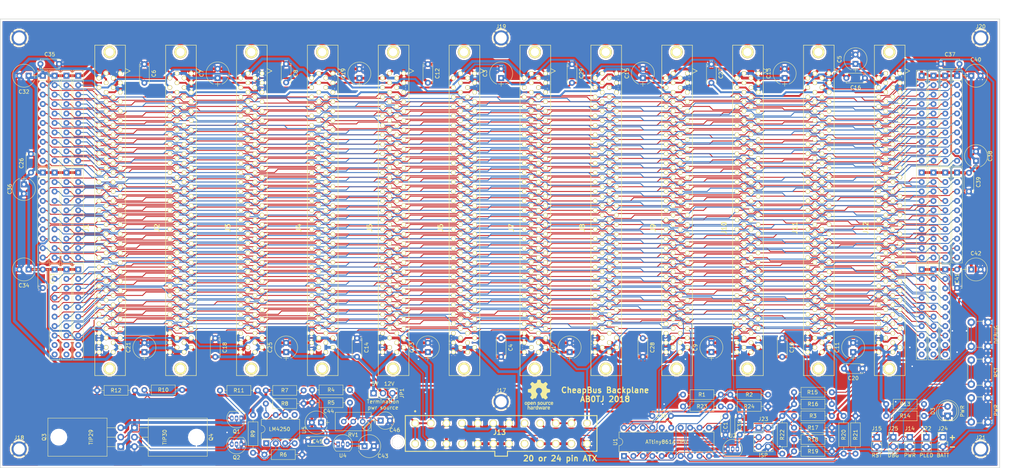
<source format=kicad_pcb>
(kicad_pcb (version 20171130) (host pcbnew "(5.0.1)-3")
  (layers (0 F.Cu signal hide) (31 B.Cu signal hide) (34 B.Paste user) (35 F.Paste user) (36 B.SilkS user) (37 F.SilkS user) (38 B.Mask user) (39 F.Mask user) (44 Edge.Cuts user))
  (net 0 "")
  (net 1 /+3.3V)
  (net 2 /~RESET)
  (net 3 /S0)
  (net 4 /S1)
  (net 5 /S2)
  (net 6 /S3)
  (net 7 /S4)
  (net 8 /S5)
  (net 9 /S6)
  (net 10 /S7)
  (net 11 /S8)
  (net 12 /S9)
  (net 13 /S10)
  (net 14 /S11)
  (net 15 /S12)
  (net 16 /S13)
  (net 17 /S14)
  (net 18 /S15)
  (net 19 /S16)
  (net 20 /S17)
  (net 21 /S18)
  (net 22 /S19)
  (net 23 /S20)
  (net 24 /S21)
  (net 25 /S22)
  (net 26 /S23)
  (net 27 /S24)
  (net 28 /S25)
  (net 29 /S26)
  (net 30 /S27)
  (net 31 /S28)
  (net 32 /S29)
  (net 33 /S30)
  (net 34 /S31)
  (net 35 /S32)
  (net 36 /S33)
  (net 37 /S34)
  (net 38 /S35)
  (net 39 /S36)
  (net 40 /S37)
  (net 41 /S38)
  (net 42 /S39)
  (net 43 /S40)
  (net 44 /S41)
  (net 45 /S42)
  (net 46 /S43)
  (net 47 /S44)
  (net 48 /S48)
  (net 49 /S49)
  (net 50 /S50)
  (net 51 /S51)
  (net 52 /S52)
  (net 53 /S53)
  (net 54 /S54)
  (net 55 /S55)
  (net 56 /S56)
  (net 57 /S57)
  (net 58 /S58)
  (net 59 /S59)
  (net 60 /S60)
  (net 61 /S61)
  (net 62 /S62)
  (net 63 /S63)
  (net 64 /S64)
  (net 65 /S65)
  (net 66 /S66)
  (net 67 /S67)
  (net 68 /S68)
  (net 69 /S69)
  (net 70 /S70)
  (net 71 /S71)
  (net 72 /S72)
  (net 73 /S73)
  (net 74 /S74)
  (net 75 /S75)
  (net 76 /S76)
  (net 77 /S77)
  (net 78 /S78)
  (net 79 /S79)
  (net 80 /S80)
  (net 81 /S81)
  (net 82 /S82)
  (net 83 /S83)
  (net 84 /S84)
  (net 85 /S86)
  (net 86 /S87)
  (net 87 /S88)
  (net 88 /S89)
  (net 89 /S90)
  (net 90 /S91)
  (net 91 /S92)
  (net 92 /S93)
  (net 93 /S94)
  (net 94 /S95)
  (net 95 /S96)
  (net 96 /S97)
  (net 97 /S98)
  (net 98 /POK)
  (net 99 /+5VSB)
  (net 100 /-5V)
  (net 101 GND)
  (net 102 /~PS_ON)
  (net 103 "Net-(J14-Pad1)")
  (net 104 +5V)
  (net 105 +12V)
  (net 106 -12V)
  (net 107 +2V8)
  (net 108 "Net-(RN5-Pad10)")
  (net 109 "Net-(RN7-Pad10)")
  (net 110 "Net-(RN10-Pad10)")
  (net 111 "Net-(RN17-Pad10)")
  (net 112 "Net-(RN19-Pad10)")
  (net 113 "Net-(RN24-Pad10)")
  (net 114 "Net-(C44-Pad1)")
  (net 115 "Net-(C46-Pad1)")
  (net 116 "Net-(Q1-Pad3)")
  (net 117 "Net-(Q2-Pad3)")
  (net 118 "Net-(R4-Pad1)")
  (net 119 "Net-(R5-Pad1)")
  (net 120 "Net-(Q2-Pad2)")
  (net 121 "Net-(Q1-Pad2)")
  (net 122 "Net-(R8-Pad1)")
  (net 123 "Net-(R9-Pad2)")
  (net 124 "Net-(U5-Pad5)")
  (net 125 "Net-(U5-Pad1)")
  (net 126 /TERMPWR)
  (net 127 "Net-(D3-Pad2)")
  (net 128 "Net-(J22-Pad1)")
  (net 129 "Net-(J15-Pad1)")
  (net 130 "Net-(J23-Pad5)")
  (net 131 "Net-(J23-Pad4)")
  (net 132 "Net-(J23-Pad3)")
  (net 133 /M12)
  (net 134 /M5)
  (net 135 /M3V3)
  (net 136 /SCL)
  (net 137 /SDA)
  (net 138 /VBAT)
  (net 139 "Net-(RN10-Pad9)")
  (net 140 "Net-(RN24-Pad9)")
  (net 141 "Net-(U1-Pad4)")
  (net 142 /~NMI)
  (net 143 "Net-(RN5-Pad9)")
  (net 144 "Net-(RN19-Pad9)")
  (net 145 "Net-(RN17-Pad9)")
  (net 146 "Net-(RN7-Pad9)")
  (net 147 /MBAT)
  (module Capacitors_THT:C_Disc_D5.0mm_W2.5mm_P5.00mm (layer F.Cu) (at 208.915 130.255 270)
    (fp_text reference C1 (at 2.5 0 270) (layer F.SilkS))
    (fp_text value .1uF)
    (pad 2 thru_hole circle (at 5 0 270) (size 1.6 1.6) (drill 0.8) (layers *.Cu *.Mask) (net 101 GND))
    (pad 1 thru_hole circle (at 0 0 270) (size 1.6 1.6) (drill 0.8) (layers *.Cu *.Mask) (net 147 /MBAT))
  )
  (module Resistors_THT:R_Axial_DIN0207_L6.3mm_D2.5mm_P10.16mm_Horizontal (layer F.Cu) (at 210.185 127.635)
    (fp_text reference R24 (at 5.08 0) (layer F.SilkS))
    (fp_text value 7.5M)
    (pad 1 thru_hole circle (at 0 0) (size 1.6 1.6) (drill 0.8) (layers *.Cu *.Mask) (net 147 /MBAT))
    (pad 2 thru_hole oval (at 10.16 0) (size 1.6 1.6) (drill 0.8) (layers *.Cu *.Mask) (net 101 GND))
  )
  (module Resistors_THT:R_Axial_DIN0207_L6.3mm_D2.5mm_P10.16mm_Horizontal (layer F.Cu) (at 197.485 127.635)
    (fp_text reference R23 (at 5.08 0) (layer F.SilkS))
    (fp_text value 20M)
    (pad 2 thru_hole oval (at 10.16 0) (size 1.6 1.6) (drill 0.8) (layers *.Cu *.Mask) (net 147 /MBAT))
    (pad 1 thru_hole circle (at 0 0) (size 1.6 1.6) (drill 0.8) (layers *.Cu *.Mask) (net 138 /VBAT))
  )
  (module Resistors_THT:R_Axial_DIN0207_L6.3mm_D2.5mm_P10.16mm_Horizontal (layer F.Cu) (at 227.33 127)
    (fp_text reference R16 (at 5.08 0) (layer F.SilkS))
    (fp_text value 2200)
    (pad 1 thru_hole circle (at 0 0) (size 1.6 1.6) (drill 0.8) (layers *.Cu *.Mask) (net 99 /+5VSB))
    (pad 2 thru_hole oval (at 10.16 0) (size 1.6 1.6) (drill 0.8) (layers *.Cu *.Mask) (net 136 /SCL))
  )
  (module Resistors_THT:R_Axial_DIN0207_L6.3mm_D2.5mm_P10.16mm_Horizontal (layer F.Cu) (at 227.33 123.825)
    (fp_text reference R15 (at 4.953 0) (layer F.SilkS))
    (fp_text value 2200)
    (pad 2 thru_hole oval (at 10.16 0) (size 1.6 1.6) (drill 0.8) (layers *.Cu *.Mask) (net 137 /SDA))
    (pad 1 thru_hole circle (at 0 0) (size 1.6 1.6) (drill 0.8) (layers *.Cu *.Mask) (net 99 /+5VSB))
  )
  (module Buttons_Switches_THT:SW_PUSH_6mm_h5mm (layer F.Cu) (at 274.955 111.505 90)
    (fp_text reference SW3)
    (fp_text value DEBUG (at 3.175 6.7 90) (layer F.SilkS))
    (pad 1 thru_hole circle (at 6.5 0 180) (size 2 2) (drill 1.1) (layers *.Cu *.Mask) (net 131 "Net-(J23-Pad4)"))
    (pad 2 thru_hole circle (at 6.5 4.5 180) (size 2 2) (drill 1.1) (layers *.Cu *.Mask) (net 101 GND))
    (pad 1 thru_hole circle (at 0 0 180) (size 2 2) (drill 1.1) (layers *.Cu *.Mask) (net 131 "Net-(J23-Pad4)"))
    (pad 2 thru_hole circle (at 0 4.5 180) (size 2 2) (drill 1.1) (layers *.Cu *.Mask) (net 101 GND))
  )
  (module Housings_DIP:DIP-20_W7.62mm (layer F.Cu) (at 181.61 140.97 90)
    (fp_text reference U1 (at 3.81 -2.33 90) (layer F.SilkS))
    (fp_text value ATtiny861A-PU (at 3.81 11.43 180) (layer F.SilkS))
    (pad 20 thru_hole oval (at 7.62 0 90) (size 1.6 1.6) (drill 0.8) (layers *.Cu *.Mask) (net 137 /SDA))
    (pad 10 thru_hole oval (at 0 22.86 90) (size 1.6 1.6) (drill 0.8) (layers *.Cu *.Mask) (net 130 "Net-(J23-Pad5)"))
    (pad 19 thru_hole oval (at 7.62 2.54 90) (size 1.6 1.6) (drill 0.8) (layers *.Cu *.Mask) (net 102 /~PS_ON))
    (pad 9 thru_hole oval (at 0 20.32 90) (size 1.6 1.6) (drill 0.8) (layers *.Cu *.Mask) (net 103 "Net-(J14-Pad1)"))
    (pad 18 thru_hole oval (at 7.62 5.08 90) (size 1.6 1.6) (drill 0.8) (layers *.Cu *.Mask) (net 136 /SCL))
    (pad 8 thru_hole oval (at 0 17.78 90) (size 1.6 1.6) (drill 0.8) (layers *.Cu *.Mask) (net 2 /~RESET))
    (pad 17 thru_hole oval (at 7.62 7.62 90) (size 1.6 1.6) (drill 0.8) (layers *.Cu *.Mask) (net 98 /POK))
    (pad 7 thru_hole oval (at 0 15.24 90) (size 1.6 1.6) (drill 0.8) (layers *.Cu *.Mask) (net 142 /~NMI))
    (pad 16 thru_hole oval (at 7.62 10.16 90) (size 1.6 1.6) (drill 0.8) (layers *.Cu *.Mask) (net 101 GND))
    (pad 6 thru_hole oval (at 0 12.7 90) (size 1.6 1.6) (drill 0.8) (layers *.Cu *.Mask) (net 101 GND))
    (pad 15 thru_hole oval (at 7.62 12.7 90) (size 1.6 1.6) (drill 0.8) (layers *.Cu *.Mask) (net 99 /+5VSB))
    (pad 5 thru_hole oval (at 0 10.16 90) (size 1.6 1.6) (drill 0.8) (layers *.Cu *.Mask) (net 99 /+5VSB))
    (pad 14 thru_hole oval (at 7.62 15.24 90) (size 1.6 1.6) (drill 0.8) (layers *.Cu *.Mask) (net 135 /M3V3))
    (pad 4 thru_hole oval (at 0 7.62 90) (size 1.6 1.6) (drill 0.8) (layers *.Cu *.Mask) (net 141 "Net-(U1-Pad4)"))
    (pad 13 thru_hole oval (at 7.62 17.78 90) (size 1.6 1.6) (drill 0.8) (layers *.Cu *.Mask) (net 134 /M5))
    (pad 3 thru_hole oval (at 0 5.08 90) (size 1.6 1.6) (drill 0.8) (layers *.Cu *.Mask) (net 132 "Net-(J23-Pad3)"))
    (pad 12 thru_hole oval (at 7.62 20.32 90) (size 1.6 1.6) (drill 0.8) (layers *.Cu *.Mask) (net 133 /M12))
    (pad 2 thru_hole oval (at 0 2.54 90) (size 1.6 1.6) (drill 0.8) (layers *.Cu *.Mask) (net 129 "Net-(J15-Pad1)"))
    (pad 11 thru_hole oval (at 7.62 22.86 90) (size 1.6 1.6) (drill 0.8) (layers *.Cu *.Mask) (net 147 /MBAT))
    (pad 1 thru_hole rect (at 0 0 90) (size 1.6 1.6) (drill 0.8) (layers *.Cu *.Mask) (net 131 "Net-(J23-Pad4)"))
  )
  (module Pin_Headers:Pin_Header_Straight_1x02_Pitch2.54mm (layer F.Cu) (at 254 135.89)
    (fp_text reference J25 (at 0 -2.33) (layer F.SilkS))
    (fp_text value DBG (at 0 4.87) (layer F.SilkS))
    (pad 2 thru_hole oval (at 0 2.54) (size 1.7 1.7) (drill 1) (layers *.Cu *.Mask) (net 101 GND))
    (pad 1 thru_hole rect (at 0 0) (size 1.7 1.7) (drill 1) (layers *.Cu *.Mask) (net 131 "Net-(J23-Pad4)"))
  )
  (module Pin_Headers:Pin_Header_Straight_1x02_Pitch2.54mm (layer F.Cu) (at 267.335 135.89)
    (fp_text reference J24 (at 0 -2.33) (layer F.SilkS))
    (fp_text value BATT (at 0 4.87) (layer F.SilkS))
    (pad 2 thru_hole oval (at 0 2.54) (size 1.7 1.7) (drill 1) (layers *.Cu *.Mask) (net 101 GND))
    (pad 1 thru_hole rect (at 0 0) (size 1.7 1.7) (drill 1) (layers *.Cu *.Mask) (net 138 /VBAT))
  )
  (module Symbols:OSHW-Logo_7.5x8mm_SilkScreen (layer F.Cu) (at 158.75 124.46)
    (fp_text reference LOGO1 hide)
    (fp_text value Logo_Open_Hardware_Large hide)
  )
  (module TO_SOT_Packages_THT:TO-92_Inline_Narrow_Oval (layer F.Cu) (at 209.55 139.065)
    (fp_text reference U2 (at 1.27 -3.56) (layer F.SilkS))
    (fp_text value DS18B20)
    (pad 1 thru_hole rect (at 0 0 180) (size 0.9 1.5) (drill 0.6) (layers *.Cu *.Mask) (net 101 GND))
    (pad 3 thru_hole oval (at 2.54 0 180) (size 0.9 1.5) (drill 0.6) (layers *.Cu *.Mask) (net 99 /+5VSB))
    (pad 2 thru_hole oval (at 1.27 0 180) (size 0.9 1.5) (drill 0.6) (layers *.Cu *.Mask) (net 141 "Net-(U1-Pad4)"))
  )
  (module SamacSys_Parts:JAE_TX25-120P-6ST-H1E (layer F.Cu) (at 39.37 74.93 90)
    (fp_text reference J1 (at -4.699 -2.3114 90) (layer F.SilkS) (effects (font (size 1.27 1.27) (thickness 0.254))))
    (fp_text value TX25-120P-6ST-H1E hide)
    (pad 1 thru_hole circle (at 36.83 6.858 180) (size 1.2192 1.2192) (drill 0.8128) (layers *.Cu *.Mask F.SilkS) (net 101 GND))
    (pad 2 thru_hole circle (at 35.56 4.953 180) (size 1.2192 1.2192) (drill 0.8128) (layers *.Cu *.Mask F.SilkS) (net 101 GND))
    (pad 3 thru_hole circle (at 34.29 6.858 180) (size 1.2192 1.2192) (drill 0.8128) (layers *.Cu *.Mask F.SilkS) (net 101 GND))
    (pad 4 thru_hole circle (at 33.02 4.953 180) (size 1.2192 1.2192) (drill 0.8128) (layers *.Cu *.Mask F.SilkS) (net 101 GND))
    (pad 5 thru_hole circle (at 31.75 6.858 180) (size 1.2192 1.2192) (drill 0.8128) (layers *.Cu *.Mask F.SilkS) (net 101 GND))
    (pad 6 thru_hole circle (at 30.48 4.953 180) (size 1.2192 1.2192) (drill 0.8128) (layers *.Cu *.Mask F.SilkS) (net 49 /S49))
    (pad 7 thru_hole circle (at 29.21 6.858 180) (size 1.2192 1.2192) (drill 0.8128) (layers *.Cu *.Mask F.SilkS) (net 50 /S50))
    (pad 8 thru_hole circle (at 27.94 4.953 180) (size 1.2192 1.2192) (drill 0.8128) (layers *.Cu *.Mask F.SilkS) (net 51 /S51))
    (pad 9 thru_hole circle (at 26.67 6.858 180) (size 1.2192 1.2192) (drill 0.8128) (layers *.Cu *.Mask F.SilkS) (net 48 /S48))
    (pad 10 thru_hole circle (at 25.4 4.953 180) (size 1.2192 1.2192) (drill 0.8128) (layers *.Cu *.Mask F.SilkS) (net 3 /S0))
    (pad 11 thru_hole circle (at 24.13 6.858 180) (size 1.2192 1.2192) (drill 0.8128) (layers *.Cu *.Mask F.SilkS) (net 4 /S1))
    (pad 12 thru_hole circle (at 22.86 4.953 180) (size 1.2192 1.2192) (drill 0.8128) (layers *.Cu *.Mask F.SilkS) (net 5 /S2))
    (pad 13 thru_hole circle (at 21.59 6.858 180) (size 1.2192 1.2192) (drill 0.8128) (layers *.Cu *.Mask F.SilkS) (net 6 /S3))
    (pad 14 thru_hole circle (at 20.32 4.953 180) (size 1.2192 1.2192) (drill 0.8128) (layers *.Cu *.Mask F.SilkS) (net 7 /S4))
    (pad 15 thru_hole circle (at 19.05 6.858 180) (size 1.2192 1.2192) (drill 0.8128) (layers *.Cu *.Mask F.SilkS) (net 8 /S5))
    (pad 16 thru_hole circle (at 17.78 4.953 180) (size 1.2192 1.2192) (drill 0.8128) (layers *.Cu *.Mask F.SilkS) (net 9 /S6))
    (pad 17 thru_hole circle (at 16.51 6.858 180) (size 1.2192 1.2192) (drill 0.8128) (layers *.Cu *.Mask F.SilkS) (net 10 /S7))
    (pad 18 thru_hole circle (at 15.24 4.953 180) (size 1.2192 1.2192) (drill 0.8128) (layers *.Cu *.Mask F.SilkS) (net 11 /S8))
    (pad 19 thru_hole circle (at 13.97 6.858 180) (size 1.2192 1.2192) (drill 0.8128) (layers *.Cu *.Mask F.SilkS) (net 12 /S9))
    (pad 20 thru_hole circle (at 12.7 4.953 180) (size 1.2192 1.2192) (drill 0.8128) (layers *.Cu *.Mask F.SilkS) (net 13 /S10))
    (pad 21 thru_hole circle (at 11.43 6.858 180) (size 1.2192 1.2192) (drill 0.8128) (layers *.Cu *.Mask F.SilkS) (net 14 /S11))
    (pad 22 thru_hole circle (at 10.16 4.953 180) (size 1.2192 1.2192) (drill 0.8128) (layers *.Cu *.Mask F.SilkS) (net 15 /S12))
    (pad 23 thru_hole circle (at 8.89 6.858 180) (size 1.2192 1.2192) (drill 0.8128) (layers *.Cu *.Mask F.SilkS) (net 16 /S13))
    (pad 24 thru_hole circle (at 7.62 4.953 180) (size 1.2192 1.2192) (drill 0.8128) (layers *.Cu *.Mask F.SilkS) (net 17 /S14))
    (pad 25 thru_hole circle (at 6.35 6.858 180) (size 1.2192 1.2192) (drill 0.8128) (layers *.Cu *.Mask F.SilkS) (net 18 /S15))
    (pad 26 thru_hole circle (at 5.08 4.953 180) (size 1.2192 1.2192) (drill 0.8128) (layers *.Cu *.Mask F.SilkS) (net 19 /S16))
    (pad 27 thru_hole circle (at 3.81 6.858 180) (size 1.2192 1.2192) (drill 0.8128) (layers *.Cu *.Mask F.SilkS) (net 20 /S17))
    (pad 28 thru_hole circle (at 2.54 4.953 180) (size 1.2192 1.2192) (drill 0.8128) (layers *.Cu *.Mask F.SilkS) (net 21 /S18))
    (pad 29 thru_hole circle (at 1.27 6.858 180) (size 1.2192 1.2192) (drill 0.8128) (layers *.Cu *.Mask F.SilkS) (net 22 /S19))
    (pad 30 thru_hole circle (at 0 4.953 180) (size 1.2192 1.2192) (drill 0.8128) (layers *.Cu *.Mask F.SilkS) (net 23 /S20))
    (pad 31 thru_hole circle (at -1.27 6.858 180) (size 1.2192 1.2192) (drill 0.8128) (layers *.Cu *.Mask F.SilkS) (net 24 /S21))
    (pad 32 thru_hole circle (at -2.54 4.953 180) (size 1.2192 1.2192) (drill 0.8128) (layers *.Cu *.Mask F.SilkS) (net 25 /S22))
    (pad 33 thru_hole circle (at -3.81 6.858 180) (size 1.2192 1.2192) (drill 0.8128) (layers *.Cu *.Mask F.SilkS) (net 26 /S23))
    (pad 34 thru_hole circle (at -5.08 4.953 180) (size 1.2192 1.2192) (drill 0.8128) (layers *.Cu *.Mask F.SilkS) (net 27 /S24))
    (pad 35 thru_hole circle (at -6.35 6.858 180) (size 1.2192 1.2192) (drill 0.8128) (layers *.Cu *.Mask F.SilkS) (net 28 /S25))
    (pad 36 thru_hole circle (at -7.62 4.953 180) (size 1.2192 1.2192) (drill 0.8128) (layers *.Cu *.Mask F.SilkS) (net 29 /S26))
    (pad 37 thru_hole circle (at -8.89 6.858 180) (size 1.2192 1.2192) (drill 0.8128) (layers *.Cu *.Mask F.SilkS) (net 30 /S27))
    (pad 38 thru_hole circle (at -10.16 4.953 180) (size 1.2192 1.2192) (drill 0.8128) (layers *.Cu *.Mask F.SilkS) (net 31 /S28))
    (pad 39 thru_hole circle (at -11.43 6.858 180) (size 1.2192 1.2192) (drill 0.8128) (layers *.Cu *.Mask F.SilkS) (net 32 /S29))
    (pad 40 thru_hole circle (at -12.7 4.953 180) (size 1.2192 1.2192) (drill 0.8128) (layers *.Cu *.Mask F.SilkS) (net 33 /S30))
    (pad 41 thru_hole circle (at -13.97 6.858 180) (size 1.2192 1.2192) (drill 0.8128) (layers *.Cu *.Mask F.SilkS) (net 34 /S31))
    (pad 42 thru_hole circle (at -15.24 4.953 180) (size 1.2192 1.2192) (drill 0.8128) (layers *.Cu *.Mask F.SilkS) (net 35 /S32))
    (pad 43 thru_hole circle (at -16.51 6.858 180) (size 1.2192 1.2192) (drill 0.8128) (layers *.Cu *.Mask F.SilkS) (net 36 /S33))
    (pad 44 thru_hole circle (at -17.78 4.953 180) (size 1.2192 1.2192) (drill 0.8128) (layers *.Cu *.Mask F.SilkS) (net 37 /S34))
    (pad 45 thru_hole circle (at -19.05 6.858 180) (size 1.2192 1.2192) (drill 0.8128) (layers *.Cu *.Mask F.SilkS) (net 38 /S35))
    (pad 46 thru_hole circle (at -20.32 4.953 180) (size 1.2192 1.2192) (drill 0.8128) (layers *.Cu *.Mask F.SilkS) (net 39 /S36))
    (pad 47 thru_hole circle (at -21.59 6.858 180) (size 1.2192 1.2192) (drill 0.8128) (layers *.Cu *.Mask F.SilkS) (net 40 /S37))
    (pad 48 thru_hole circle (at -22.86 4.953 180) (size 1.2192 1.2192) (drill 0.8128) (layers *.Cu *.Mask F.SilkS) (net 41 /S38))
    (pad 49 thru_hole circle (at -24.13 6.858 180) (size 1.2192 1.2192) (drill 0.8128) (layers *.Cu *.Mask F.SilkS) (net 42 /S39))
    (pad 50 thru_hole circle (at -25.4 4.953 180) (size 1.2192 1.2192) (drill 0.8128) (layers *.Cu *.Mask F.SilkS) (net 43 /S40))
    (pad 51 thru_hole circle (at -26.67 6.858 180) (size 1.2192 1.2192) (drill 0.8128) (layers *.Cu *.Mask F.SilkS) (net 44 /S41))
    (pad 52 thru_hole circle (at -27.94 4.953 180) (size 1.2192 1.2192) (drill 0.8128) (layers *.Cu *.Mask F.SilkS) (net 45 /S42))
    (pad 53 thru_hole circle (at -29.21 6.858 180) (size 1.2192 1.2192) (drill 0.8128) (layers *.Cu *.Mask F.SilkS) (net 46 /S43))
    (pad 54 thru_hole circle (at -30.48 4.953 180) (size 1.2192 1.2192) (drill 0.8128) (layers *.Cu *.Mask F.SilkS) (net 47 /S44))
    (pad 55 thru_hole circle (at -31.75 6.858 180) (size 1.2192 1.2192) (drill 0.8128) (layers *.Cu *.Mask F.SilkS) (net 138 /VBAT))
    (pad 56 thru_hole circle (at -33.02 4.953 180) (size 1.2192 1.2192) (drill 0.8128) (layers *.Cu *.Mask F.SilkS) (net 106 -12V))
    (pad 57 thru_hole circle (at -34.29 6.858 180) (size 1.2192 1.2192) (drill 0.8128) (layers *.Cu *.Mask F.SilkS) (net 1 /+3.3V))
    (pad 58 thru_hole circle (at -35.56 4.953 180) (size 1.2192 1.2192) (drill 0.8128) (layers *.Cu *.Mask F.SilkS) (net 104 +5V))
    (pad 59 thru_hole circle (at -36.83 6.858 180) (size 1.2192 1.2192) (drill 0.8128) (layers *.Cu *.Mask F.SilkS) (net 104 +5V))
    (pad 60 thru_hole circle (at -38.1 4.953 180) (size 1.2192 1.2192) (drill 0.8128) (layers *.Cu *.Mask F.SilkS) (net 104 +5V))
    (pad 61 thru_hole circle (at 36.83 3.048 180) (size 1.2192 1.2192) (drill 0.8128) (layers *.Cu *.Mask F.SilkS) (net 104 +5V))
    (pad 62 thru_hole circle (at 35.56 1.143 180) (size 1.2192 1.2192) (drill 0.8128) (layers *.Cu *.Mask F.SilkS) (net 104 +5V))
    (pad 63 thru_hole circle (at 34.29 3.048 180) (size 1.2192 1.2192) (drill 0.8128) (layers *.Cu *.Mask F.SilkS) (net 99 /+5VSB))
    (pad 64 thru_hole circle (at 33.02 1.143 180) (size 1.2192 1.2192) (drill 0.8128) (layers *.Cu *.Mask F.SilkS) (net 1 /+3.3V))
    (pad 65 thru_hole circle (at 31.75 3.048 180) (size 1.2192 1.2192) (drill 0.8128) (layers *.Cu *.Mask F.SilkS) (net 105 +12V))
    (pad 66 thru_hole circle (at 30.48 1.143 180) (size 1.2192 1.2192) (drill 0.8128) (layers *.Cu *.Mask F.SilkS) (net 52 /S52))
    (pad 67 thru_hole circle (at 29.21 3.048 180) (size 1.2192 1.2192) (drill 0.8128) (layers *.Cu *.Mask F.SilkS) (net 53 /S53))
    (pad 68 thru_hole circle (at 27.94 1.143 180) (size 1.2192 1.2192) (drill 0.8128) (layers *.Cu *.Mask F.SilkS) (net 54 /S54))
    (pad 69 thru_hole circle (at 26.67 3.048 180) (size 1.2192 1.2192) (drill 0.8128) (layers *.Cu *.Mask F.SilkS) (net 55 /S55))
    (pad 70 thru_hole circle (at 25.4 1.143 180) (size 1.2192 1.2192) (drill 0.8128) (layers *.Cu *.Mask F.SilkS) (net 56 /S56))
    (pad 71 thru_hole circle (at 24.13 3.048 180) (size 1.2192 1.2192) (drill 0.8128) (layers *.Cu *.Mask F.SilkS) (net 57 /S57))
    (pad 72 thru_hole circle (at 22.86 1.143 180) (size 1.2192 1.2192) (drill 0.8128) (layers *.Cu *.Mask F.SilkS) (net 58 /S58))
    (pad 73 thru_hole circle (at 21.59 3.048 180) (size 1.2192 1.2192) (drill 0.8128) (layers *.Cu *.Mask F.SilkS) (net 59 /S59))
    (pad 74 thru_hole circle (at 20.32 1.143 180) (size 1.2192 1.2192) (drill 0.8128) (layers *.Cu *.Mask F.SilkS) (net 60 /S60))
    (pad 75 thru_hole circle (at 19.05 3.048 180) (size 1.2192 1.2192) (drill 0.8128) (layers *.Cu *.Mask F.SilkS) (net 61 /S61))
    (pad 76 thru_hole circle (at 17.78 1.143 180) (size 1.2192 1.2192) (drill 0.8128) (layers *.Cu *.Mask F.SilkS) (net 62 /S62))
    (pad 77 thru_hole circle (at 16.51 3.048 180) (size 1.2192 1.2192) (drill 0.8128) (layers *.Cu *.Mask F.SilkS) (net 63 /S63))
    (pad 78 thru_hole circle (at 15.24 1.143 180) (size 1.2192 1.2192) (drill 0.8128) (layers *.Cu *.Mask F.SilkS) (net 64 /S64))
    (pad 79 thru_hole circle (at 13.97 3.048 180) (size 1.2192 1.2192) (drill 0.8128) (layers *.Cu *.Mask F.SilkS) (net 65 /S65))
    (pad 80 thru_hole circle (at 12.7 1.143 180) (size 1.2192 1.2192) (drill 0.8128) (layers *.Cu *.Mask F.SilkS) (net 66 /S66))
    (pad 81 thru_hole circle (at 11.43 3.048 180) (size 1.2192 1.2192) (drill 0.8128) (layers *.Cu *.Mask F.SilkS) (net 67 /S67))
    (pad 82 thru_hole circle (at 10.16 1.143 180) (size 1.2192 1.2192) (drill 0.8128) (layers *.Cu *.Mask F.SilkS) (net 68 /S68))
    (pad 83 thru_hole circle (at 8.89 3.048 180) (size 1.2192 1.2192) (drill 0.8128) (layers *.Cu *.Mask F.SilkS) (net 69 /S69))
    (pad 84 thru_hole circle (at 7.62 1.143 180) (size 1.2192 1.2192) (drill 0.8128) (layers *.Cu *.Mask F.SilkS) (net 70 /S70))
    (pad 85 thru_hole circle (at 6.35 3.048 180) (size 1.2192 1.2192) (drill 0.8128) (layers *.Cu *.Mask F.SilkS) (net 71 /S71))
    (pad 86 thru_hole circle (at 5.08 1.143 180) (size 1.2192 1.2192) (drill 0.8128) (layers *.Cu *.Mask F.SilkS) (net 72 /S72))
    (pad 87 thru_hole circle (at 3.81 3.048 180) (size 1.2192 1.2192) (drill 0.8128) (layers *.Cu *.Mask F.SilkS) (net 73 /S73))
    (pad 88 thru_hole circle (at 2.54 1.143 180) (size 1.2192 1.2192) (drill 0.8128) (layers *.Cu *.Mask F.SilkS) (net 74 /S74))
    (pad 89 thru_hole circle (at 1.27 3.048 180) (size 1.2192 1.2192) (drill 0.8128) (layers *.Cu *.Mask F.SilkS) (net 75 /S75))
    (pad 90 thru_hole circle (at 0 1.143 180) (size 1.2192 1.2192) (drill 0.8128) (layers *.Cu *.Mask F.SilkS) (net 76 /S76))
    (pad 91 thru_hole circle (at -1.27 3.048 180) (size 1.2192 1.2192) (drill 0.8128) (layers *.Cu *.Mask F.SilkS) (net 77 /S77))
    (pad 92 thru_hole circle (at -2.54 1.143 180) (size 1.2192 1.2192) (drill 0.8128) (layers *.Cu *.Mask F.SilkS) (net 78 /S78))
    (pad 93 thru_hole circle (at -3.81 3.048 180) (size 1.2192 1.2192) (drill 0.8128) (layers *.Cu *.Mask F.SilkS) (net 79 /S79))
    (pad 94 thru_hole circle (at -5.08 1.143 180) (size 1.2192 1.2192) (drill 0.8128) (layers *.Cu *.Mask F.SilkS) (net 80 /S80))
    (pad 95 thru_hole circle (at -6.35 3.048 180) (size 1.2192 1.2192) (drill 0.8128) (layers *.Cu *.Mask F.SilkS) (net 81 /S81))
    (pad 96 thru_hole circle (at -7.62 1.143 180) (size 1.2192 1.2192) (drill 0.8128) (layers *.Cu *.Mask F.SilkS) (net 82 /S82))
    (pad 97 thru_hole circle (at -8.89 3.048 180) (size 1.2192 1.2192) (drill 0.8128) (layers *.Cu *.Mask F.SilkS) (net 83 /S83))
    (pad 98 thru_hole circle (at -10.16 1.143 180) (size 1.2192 1.2192) (drill 0.8128) (layers *.Cu *.Mask F.SilkS) (net 84 /S84))
    (pad 99 thru_hole circle (at -11.43 3.048 180) (size 1.2192 1.2192) (drill 0.8128) (layers *.Cu *.Mask F.SilkS) (net 142 /~NMI))
    (pad 100 thru_hole circle (at -12.7 1.143 180) (size 1.2192 1.2192) (drill 0.8128) (layers *.Cu *.Mask F.SilkS) (net 85 /S86))
    (pad 101 thru_hole circle (at -13.97 3.048 180) (size 1.2192 1.2192) (drill 0.8128) (layers *.Cu *.Mask F.SilkS) (net 86 /S87))
    (pad 102 thru_hole circle (at -15.24 1.143 180) (size 1.2192 1.2192) (drill 0.8128) (layers *.Cu *.Mask F.SilkS) (net 87 /S88))
    (pad 103 thru_hole circle (at -16.51 3.048 180) (size 1.2192 1.2192) (drill 0.8128) (layers *.Cu *.Mask F.SilkS) (net 88 /S89))
    (pad 104 thru_hole circle (at -17.78 1.143 180) (size 1.2192 1.2192) (drill 0.8128) (layers *.Cu *.Mask F.SilkS) (net 89 /S90))
    (pad 105 thru_hole circle (at -19.05 3.048 180) (size 1.2192 1.2192) (drill 0.8128) (layers *.Cu *.Mask F.SilkS) (net 90 /S91))
    (pad 106 thru_hole circle (at -20.32 1.143 180) (size 1.2192 1.2192) (drill 0.8128) (layers *.Cu *.Mask F.SilkS) (net 91 /S92))
    (pad 107 thru_hole circle (at -21.59 3.048 180) (size 1.2192 1.2192) (drill 0.8128) (layers *.Cu *.Mask F.SilkS) (net 92 /S93))
    (pad 108 thru_hole circle (at -22.86 1.143 180) (size 1.2192 1.2192) (drill 0.8128) (layers *.Cu *.Mask F.SilkS) (net 93 /S94))
    (pad 109 thru_hole circle (at -24.13 3.048 180) (size 1.2192 1.2192) (drill 0.8128) (layers *.Cu *.Mask F.SilkS) (net 94 /S95))
    (pad 110 thru_hole circle (at -25.4 1.143 180) (size 1.2192 1.2192) (drill 0.8128) (layers *.Cu *.Mask F.SilkS) (net 95 /S96))
    (pad 111 thru_hole circle (at -26.67 3.048 180) (size 1.2192 1.2192) (drill 0.8128) (layers *.Cu *.Mask F.SilkS) (net 96 /S97))
    (pad 112 thru_hole circle (at -27.94 1.143 180) (size 1.2192 1.2192) (drill 0.8128) (layers *.Cu *.Mask F.SilkS) (net 97 /S98))
    (pad 113 thru_hole circle (at -29.21 3.048 180) (size 1.2192 1.2192) (drill 0.8128) (layers *.Cu *.Mask F.SilkS) (net 137 /SDA))
    (pad 114 thru_hole circle (at -30.48 1.143 180) (size 1.2192 1.2192) (drill 0.8128) (layers *.Cu *.Mask F.SilkS) (net 136 /SCL))
    (pad 115 thru_hole circle (at -31.75 3.048 180) (size 1.2192 1.2192) (drill 0.8128) (layers *.Cu *.Mask F.SilkS) (net 2 /~RESET))
    (pad 116 thru_hole circle (at -33.02 1.143 180) (size 1.2192 1.2192) (drill 0.8128) (layers *.Cu *.Mask F.SilkS) (net 101 GND))
    (pad 117 thru_hole circle (at -34.29 3.048 180) (size 1.2192 1.2192) (drill 0.8128) (layers *.Cu *.Mask F.SilkS) (net 101 GND))
    (pad 118 thru_hole circle (at -35.56 1.143 180) (size 1.2192 1.2192) (drill 0.8128) (layers *.Cu *.Mask F.SilkS) (net 101 GND))
    (pad 119 thru_hole circle (at -36.83 3.048 180) (size 1.2192 1.2192) (drill 0.8128) (layers *.Cu *.Mask F.SilkS) (net 101 GND))
    (pad 120 thru_hole circle (at -38.1 1.143 180) (size 1.2192 1.2192) (drill 0.8128) (layers *.Cu *.Mask F.SilkS) (net 101 GND))
    (pad 121 thru_hole circle (at -42.545 3.9878 180) (size 3.3147 3.3147) (drill 2.2098) (layers *.Cu *.Mask F.SilkS))
    (pad 122 thru_hole circle (at 42.545 3.9878 180) (size 3.3147 3.3147) (drill 2.2098) (layers *.Cu *.Mask F.SilkS))
  )
  (module SamacSys_Parts:JAE_TX25-120P-6ST-H1E (layer F.Cu) (at 58.42 74.93 90)
    (fp_text reference J2 (at -4.699 -2.3114 90) (layer F.SilkS) (effects (font (size 1.27 1.27) (thickness 0.254))))
    (fp_text value TX25-120P-6ST-H1E hide)
    (pad 1 thru_hole circle (at 36.83 6.858 180) (size 1.2192 1.2192) (drill 0.8128) (layers *.Cu *.Mask F.SilkS) (net 101 GND))
    (pad 2 thru_hole circle (at 35.56 4.953 180) (size 1.2192 1.2192) (drill 0.8128) (layers *.Cu *.Mask F.SilkS) (net 101 GND))
    (pad 3 thru_hole circle (at 34.29 6.858 180) (size 1.2192 1.2192) (drill 0.8128) (layers *.Cu *.Mask F.SilkS) (net 101 GND))
    (pad 4 thru_hole circle (at 33.02 4.953 180) (size 1.2192 1.2192) (drill 0.8128) (layers *.Cu *.Mask F.SilkS) (net 101 GND))
    (pad 5 thru_hole circle (at 31.75 6.858 180) (size 1.2192 1.2192) (drill 0.8128) (layers *.Cu *.Mask F.SilkS) (net 101 GND))
    (pad 6 thru_hole circle (at 30.48 4.953 180) (size 1.2192 1.2192) (drill 0.8128) (layers *.Cu *.Mask F.SilkS) (net 49 /S49))
    (pad 7 thru_hole circle (at 29.21 6.858 180) (size 1.2192 1.2192) (drill 0.8128) (layers *.Cu *.Mask F.SilkS) (net 50 /S50))
    (pad 8 thru_hole circle (at 27.94 4.953 180) (size 1.2192 1.2192) (drill 0.8128) (layers *.Cu *.Mask F.SilkS) (net 51 /S51))
    (pad 9 thru_hole circle (at 26.67 6.858 180) (size 1.2192 1.2192) (drill 0.8128) (layers *.Cu *.Mask F.SilkS) (net 48 /S48))
    (pad 10 thru_hole circle (at 25.4 4.953 180) (size 1.2192 1.2192) (drill 0.8128) (layers *.Cu *.Mask F.SilkS) (net 3 /S0))
    (pad 11 thru_hole circle (at 24.13 6.858 180) (size 1.2192 1.2192) (drill 0.8128) (layers *.Cu *.Mask F.SilkS) (net 4 /S1))
    (pad 12 thru_hole circle (at 22.86 4.953 180) (size 1.2192 1.2192) (drill 0.8128) (layers *.Cu *.Mask F.SilkS) (net 5 /S2))
    (pad 13 thru_hole circle (at 21.59 6.858 180) (size 1.2192 1.2192) (drill 0.8128) (layers *.Cu *.Mask F.SilkS) (net 6 /S3))
    (pad 14 thru_hole circle (at 20.32 4.953 180) (size 1.2192 1.2192) (drill 0.8128) (layers *.Cu *.Mask F.SilkS) (net 7 /S4))
    (pad 15 thru_hole circle (at 19.05 6.858 180) (size 1.2192 1.2192) (drill 0.8128) (layers *.Cu *.Mask F.SilkS) (net 8 /S5))
    (pad 16 thru_hole circle (at 17.78 4.953 180) (size 1.2192 1.2192) (drill 0.8128) (layers *.Cu *.Mask F.SilkS) (net 9 /S6))
    (pad 17 thru_hole circle (at 16.51 6.858 180) (size 1.2192 1.2192) (drill 0.8128) (layers *.Cu *.Mask F.SilkS) (net 10 /S7))
    (pad 18 thru_hole circle (at 15.24 4.953 180) (size 1.2192 1.2192) (drill 0.8128) (layers *.Cu *.Mask F.SilkS) (net 11 /S8))
    (pad 19 thru_hole circle (at 13.97 6.858 180) (size 1.2192 1.2192) (drill 0.8128) (layers *.Cu *.Mask F.SilkS) (net 12 /S9))
    (pad 20 thru_hole circle (at 12.7 4.953 180) (size 1.2192 1.2192) (drill 0.8128) (layers *.Cu *.Mask F.SilkS) (net 13 /S10))
    (pad 21 thru_hole circle (at 11.43 6.858 180) (size 1.2192 1.2192) (drill 0.8128) (layers *.Cu *.Mask F.SilkS) (net 14 /S11))
    (pad 22 thru_hole circle (at 10.16 4.953 180) (size 1.2192 1.2192) (drill 0.8128) (layers *.Cu *.Mask F.SilkS) (net 15 /S12))
    (pad 23 thru_hole circle (at 8.89 6.858 180) (size 1.2192 1.2192) (drill 0.8128) (layers *.Cu *.Mask F.SilkS) (net 16 /S13))
    (pad 24 thru_hole circle (at 7.62 4.953 180) (size 1.2192 1.2192) (drill 0.8128) (layers *.Cu *.Mask F.SilkS) (net 17 /S14))
    (pad 25 thru_hole circle (at 6.35 6.858 180) (size 1.2192 1.2192) (drill 0.8128) (layers *.Cu *.Mask F.SilkS) (net 18 /S15))
    (pad 26 thru_hole circle (at 5.08 4.953 180) (size 1.2192 1.2192) (drill 0.8128) (layers *.Cu *.Mask F.SilkS) (net 19 /S16))
    (pad 27 thru_hole circle (at 3.81 6.858 180) (size 1.2192 1.2192) (drill 0.8128) (layers *.Cu *.Mask F.SilkS) (net 20 /S17))
    (pad 28 thru_hole circle (at 2.54 4.953 180) (size 1.2192 1.2192) (drill 0.8128) (layers *.Cu *.Mask F.SilkS) (net 21 /S18))
    (pad 29 thru_hole circle (at 1.27 6.858 180) (size 1.2192 1.2192) (drill 0.8128) (layers *.Cu *.Mask F.SilkS) (net 22 /S19))
    (pad 30 thru_hole circle (at 0 4.953 180) (size 1.2192 1.2192) (drill 0.8128) (layers *.Cu *.Mask F.SilkS) (net 23 /S20))
    (pad 31 thru_hole circle (at -1.27 6.858 180) (size 1.2192 1.2192) (drill 0.8128) (layers *.Cu *.Mask F.SilkS) (net 24 /S21))
    (pad 32 thru_hole circle (at -2.54 4.953 180) (size 1.2192 1.2192) (drill 0.8128) (layers *.Cu *.Mask F.SilkS) (net 25 /S22))
    (pad 33 thru_hole circle (at -3.81 6.858 180) (size 1.2192 1.2192) (drill 0.8128) (layers *.Cu *.Mask F.SilkS) (net 26 /S23))
    (pad 34 thru_hole circle (at -5.08 4.953 180) (size 1.2192 1.2192) (drill 0.8128) (layers *.Cu *.Mask F.SilkS) (net 27 /S24))
    (pad 35 thru_hole circle (at -6.35 6.858 180) (size 1.2192 1.2192) (drill 0.8128) (layers *.Cu *.Mask F.SilkS) (net 28 /S25))
    (pad 36 thru_hole circle (at -7.62 4.953 180) (size 1.2192 1.2192) (drill 0.8128) (layers *.Cu *.Mask F.SilkS) (net 29 /S26))
    (pad 37 thru_hole circle (at -8.89 6.858 180) (size 1.2192 1.2192) (drill 0.8128) (layers *.Cu *.Mask F.SilkS) (net 30 /S27))
    (pad 38 thru_hole circle (at -10.16 4.953 180) (size 1.2192 1.2192) (drill 0.8128) (layers *.Cu *.Mask F.SilkS) (net 31 /S28))
    (pad 39 thru_hole circle (at -11.43 6.858 180) (size 1.2192 1.2192) (drill 0.8128) (layers *.Cu *.Mask F.SilkS) (net 32 /S29))
    (pad 40 thru_hole circle (at -12.7 4.953 180) (size 1.2192 1.2192) (drill 0.8128) (layers *.Cu *.Mask F.SilkS) (net 33 /S30))
    (pad 41 thru_hole circle (at -13.97 6.858 180) (size 1.2192 1.2192) (drill 0.8128) (layers *.Cu *.Mask F.SilkS) (net 34 /S31))
    (pad 42 thru_hole circle (at -15.24 4.953 180) (size 1.2192 1.2192) (drill 0.8128) (layers *.Cu *.Mask F.SilkS) (net 35 /S32))
    (pad 43 thru_hole circle (at -16.51 6.858 180) (size 1.2192 1.2192) (drill 0.8128) (layers *.Cu *.Mask F.SilkS) (net 36 /S33))
    (pad 44 thru_hole circle (at -17.78 4.953 180) (size 1.2192 1.2192) (drill 0.8128) (layers *.Cu *.Mask F.SilkS) (net 37 /S34))
    (pad 45 thru_hole circle (at -19.05 6.858 180) (size 1.2192 1.2192) (drill 0.8128) (layers *.Cu *.Mask F.SilkS) (net 38 /S35))
    (pad 46 thru_hole circle (at -20.32 4.953 180) (size 1.2192 1.2192) (drill 0.8128) (layers *.Cu *.Mask F.SilkS) (net 39 /S36))
    (pad 47 thru_hole circle (at -21.59 6.858 180) (size 1.2192 1.2192) (drill 0.8128) (layers *.Cu *.Mask F.SilkS) (net 40 /S37))
    (pad 48 thru_hole circle (at -22.86 4.953 180) (size 1.2192 1.2192) (drill 0.8128) (layers *.Cu *.Mask F.SilkS) (net 41 /S38))
    (pad 49 thru_hole circle (at -24.13 6.858 180) (size 1.2192 1.2192) (drill 0.8128) (layers *.Cu *.Mask F.SilkS) (net 42 /S39))
    (pad 50 thru_hole circle (at -25.4 4.953 180) (size 1.2192 1.2192) (drill 0.8128) (layers *.Cu *.Mask F.SilkS) (net 43 /S40))
    (pad 51 thru_hole circle (at -26.67 6.858 180) (size 1.2192 1.2192) (drill 0.8128) (layers *.Cu *.Mask F.SilkS) (net 44 /S41))
    (pad 52 thru_hole circle (at -27.94 4.953 180) (size 1.2192 1.2192) (drill 0.8128) (layers *.Cu *.Mask F.SilkS) (net 45 /S42))
    (pad 53 thru_hole circle (at -29.21 6.858 180) (size 1.2192 1.2192) (drill 0.8128) (layers *.Cu *.Mask F.SilkS) (net 46 /S43))
    (pad 54 thru_hole circle (at -30.48 4.953 180) (size 1.2192 1.2192) (drill 0.8128) (layers *.Cu *.Mask F.SilkS) (net 47 /S44))
    (pad 55 thru_hole circle (at -31.75 6.858 180) (size 1.2192 1.2192) (drill 0.8128) (layers *.Cu *.Mask F.SilkS) (net 138 /VBAT))
    (pad 56 thru_hole circle (at -33.02 4.953 180) (size 1.2192 1.2192) (drill 0.8128) (layers *.Cu *.Mask F.SilkS) (net 106 -12V))
    (pad 57 thru_hole circle (at -34.29 6.858 180) (size 1.2192 1.2192) (drill 0.8128) (layers *.Cu *.Mask F.SilkS) (net 1 /+3.3V))
    (pad 58 thru_hole circle (at -35.56 4.953 180) (size 1.2192 1.2192) (drill 0.8128) (layers *.Cu *.Mask F.SilkS) (net 104 +5V))
    (pad 59 thru_hole circle (at -36.83 6.858 180) (size 1.2192 1.2192) (drill 0.8128) (layers *.Cu *.Mask F.SilkS) (net 104 +5V))
    (pad 60 thru_hole circle (at -38.1 4.953 180) (size 1.2192 1.2192) (drill 0.8128) (layers *.Cu *.Mask F.SilkS) (net 104 +5V))
    (pad 61 thru_hole circle (at 36.83 3.048 180) (size 1.2192 1.2192) (drill 0.8128) (layers *.Cu *.Mask F.SilkS) (net 104 +5V))
    (pad 62 thru_hole circle (at 35.56 1.143 180) (size 1.2192 1.2192) (drill 0.8128) (layers *.Cu *.Mask F.SilkS) (net 104 +5V))
    (pad 63 thru_hole circle (at 34.29 3.048 180) (size 1.2192 1.2192) (drill 0.8128) (layers *.Cu *.Mask F.SilkS) (net 99 /+5VSB))
    (pad 64 thru_hole circle (at 33.02 1.143 180) (size 1.2192 1.2192) (drill 0.8128) (layers *.Cu *.Mask F.SilkS) (net 1 /+3.3V))
    (pad 65 thru_hole circle (at 31.75 3.048 180) (size 1.2192 1.2192) (drill 0.8128) (layers *.Cu *.Mask F.SilkS) (net 105 +12V))
    (pad 66 thru_hole circle (at 30.48 1.143 180) (size 1.2192 1.2192) (drill 0.8128) (layers *.Cu *.Mask F.SilkS) (net 52 /S52))
    (pad 67 thru_hole circle (at 29.21 3.048 180) (size 1.2192 1.2192) (drill 0.8128) (layers *.Cu *.Mask F.SilkS) (net 53 /S53))
    (pad 68 thru_hole circle (at 27.94 1.143 180) (size 1.2192 1.2192) (drill 0.8128) (layers *.Cu *.Mask F.SilkS) (net 54 /S54))
    (pad 69 thru_hole circle (at 26.67 3.048 180) (size 1.2192 1.2192) (drill 0.8128) (layers *.Cu *.Mask F.SilkS) (net 55 /S55))
    (pad 70 thru_hole circle (at 25.4 1.143 180) (size 1.2192 1.2192) (drill 0.8128) (layers *.Cu *.Mask F.SilkS) (net 56 /S56))
    (pad 71 thru_hole circle (at 24.13 3.048 180) (size 1.2192 1.2192) (drill 0.8128) (layers *.Cu *.Mask F.SilkS) (net 57 /S57))
    (pad 72 thru_hole circle (at 22.86 1.143 180) (size 1.2192 1.2192) (drill 0.8128) (layers *.Cu *.Mask F.SilkS) (net 58 /S58))
    (pad 73 thru_hole circle (at 21.59 3.048 180) (size 1.2192 1.2192) (drill 0.8128) (layers *.Cu *.Mask F.SilkS) (net 59 /S59))
    (pad 74 thru_hole circle (at 20.32 1.143 180) (size 1.2192 1.2192) (drill 0.8128) (layers *.Cu *.Mask F.SilkS) (net 60 /S60))
    (pad 75 thru_hole circle (at 19.05 3.048 180) (size 1.2192 1.2192) (drill 0.8128) (layers *.Cu *.Mask F.SilkS) (net 61 /S61))
    (pad 76 thru_hole circle (at 17.78 1.143 180) (size 1.2192 1.2192) (drill 0.8128) (layers *.Cu *.Mask F.SilkS) (net 62 /S62))
    (pad 77 thru_hole circle (at 16.51 3.048 180) (size 1.2192 1.2192) (drill 0.8128) (layers *.Cu *.Mask F.SilkS) (net 63 /S63))
    (pad 78 thru_hole circle (at 15.24 1.143 180) (size 1.2192 1.2192) (drill 0.8128) (layers *.Cu *.Mask F.SilkS) (net 64 /S64))
    (pad 79 thru_hole circle (at 13.97 3.048 180) (size 1.2192 1.2192) (drill 0.8128) (layers *.Cu *.Mask F.SilkS) (net 65 /S65))
    (pad 80 thru_hole circle (at 12.7 1.143 180) (size 1.2192 1.2192) (drill 0.8128) (layers *.Cu *.Mask F.SilkS) (net 66 /S66))
    (pad 81 thru_hole circle (at 11.43 3.048 180) (size 1.2192 1.2192) (drill 0.8128) (layers *.Cu *.Mask F.SilkS) (net 67 /S67))
    (pad 82 thru_hole circle (at 10.16 1.143 180) (size 1.2192 1.2192) (drill 0.8128) (layers *.Cu *.Mask F.SilkS) (net 68 /S68))
    (pad 83 thru_hole circle (at 8.89 3.048 180) (size 1.2192 1.2192) (drill 0.8128) (layers *.Cu *.Mask F.SilkS) (net 69 /S69))
    (pad 84 thru_hole circle (at 7.62 1.143 180) (size 1.2192 1.2192) (drill 0.8128) (layers *.Cu *.Mask F.SilkS) (net 70 /S70))
    (pad 85 thru_hole circle (at 6.35 3.048 180) (size 1.2192 1.2192) (drill 0.8128) (layers *.Cu *.Mask F.SilkS) (net 71 /S71))
    (pad 86 thru_hole circle (at 5.08 1.143 180) (size 1.2192 1.2192) (drill 0.8128) (layers *.Cu *.Mask F.SilkS) (net 72 /S72))
    (pad 87 thru_hole circle (at 3.81 3.048 180) (size 1.2192 1.2192) (drill 0.8128) (layers *.Cu *.Mask F.SilkS) (net 73 /S73))
    (pad 88 thru_hole circle (at 2.54 1.143 180) (size 1.2192 1.2192) (drill 0.8128) (layers *.Cu *.Mask F.SilkS) (net 74 /S74))
    (pad 89 thru_hole circle (at 1.27 3.048 180) (size 1.2192 1.2192) (drill 0.8128) (layers *.Cu *.Mask F.SilkS) (net 75 /S75))
    (pad 90 thru_hole circle (at 0 1.143 180) (size 1.2192 1.2192) (drill 0.8128) (layers *.Cu *.Mask F.SilkS) (net 76 /S76))
    (pad 91 thru_hole circle (at -1.27 3.048 180) (size 1.2192 1.2192) (drill 0.8128) (layers *.Cu *.Mask F.SilkS) (net 77 /S77))
    (pad 92 thru_hole circle (at -2.54 1.143 180) (size 1.2192 1.2192) (drill 0.8128) (layers *.Cu *.Mask F.SilkS) (net 78 /S78))
    (pad 93 thru_hole circle (at -3.81 3.048 180) (size 1.2192 1.2192) (drill 0.8128) (layers *.Cu *.Mask F.SilkS) (net 79 /S79))
    (pad 94 thru_hole circle (at -5.08 1.143 180) (size 1.2192 1.2192) (drill 0.8128) (layers *.Cu *.Mask F.SilkS) (net 80 /S80))
    (pad 95 thru_hole circle (at -6.35 3.048 180) (size 1.2192 1.2192) (drill 0.8128) (layers *.Cu *.Mask F.SilkS) (net 81 /S81))
    (pad 96 thru_hole circle (at -7.62 1.143 180) (size 1.2192 1.2192) (drill 0.8128) (layers *.Cu *.Mask F.SilkS) (net 82 /S82))
    (pad 97 thru_hole circle (at -8.89 3.048 180) (size 1.2192 1.2192) (drill 0.8128) (layers *.Cu *.Mask F.SilkS) (net 83 /S83))
    (pad 98 thru_hole circle (at -10.16 1.143 180) (size 1.2192 1.2192) (drill 0.8128) (layers *.Cu *.Mask F.SilkS) (net 84 /S84))
    (pad 99 thru_hole circle (at -11.43 3.048 180) (size 1.2192 1.2192) (drill 0.8128) (layers *.Cu *.Mask F.SilkS) (net 142 /~NMI))
    (pad 100 thru_hole circle (at -12.7 1.143 180) (size 1.2192 1.2192) (drill 0.8128) (layers *.Cu *.Mask F.SilkS) (net 85 /S86))
    (pad 101 thru_hole circle (at -13.97 3.048 180) (size 1.2192 1.2192) (drill 0.8128) (layers *.Cu *.Mask F.SilkS) (net 86 /S87))
    (pad 102 thru_hole circle (at -15.24 1.143 180) (size 1.2192 1.2192) (drill 0.8128) (layers *.Cu *.Mask F.SilkS) (net 87 /S88))
    (pad 103 thru_hole circle (at -16.51 3.048 180) (size 1.2192 1.2192) (drill 0.8128) (layers *.Cu *.Mask F.SilkS) (net 88 /S89))
    (pad 104 thru_hole circle (at -17.78 1.143 180) (size 1.2192 1.2192) (drill 0.8128) (layers *.Cu *.Mask F.SilkS) (net 89 /S90))
    (pad 105 thru_hole circle (at -19.05 3.048 180) (size 1.2192 1.2192) (drill 0.8128) (layers *.Cu *.Mask F.SilkS) (net 90 /S91))
    (pad 106 thru_hole circle (at -20.32 1.143 180) (size 1.2192 1.2192) (drill 0.8128) (layers *.Cu *.Mask F.SilkS) (net 91 /S92))
    (pad 107 thru_hole circle (at -21.59 3.048 180) (size 1.2192 1.2192) (drill 0.8128) (layers *.Cu *.Mask F.SilkS) (net 92 /S93))
    (pad 108 thru_hole circle (at -22.86 1.143 180) (size 1.2192 1.2192) (drill 0.8128) (layers *.Cu *.Mask F.SilkS) (net 93 /S94))
    (pad 109 thru_hole circle (at -24.13 3.048 180) (size 1.2192 1.2192) (drill 0.8128) (layers *.Cu *.Mask F.SilkS) (net 94 /S95))
    (pad 110 thru_hole circle (at -25.4 1.143 180) (size 1.2192 1.2192) (drill 0.8128) (layers *.Cu *.Mask F.SilkS) (net 95 /S96))
    (pad 111 thru_hole circle (at -26.67 3.048 180) (size 1.2192 1.2192) (drill 0.8128) (layers *.Cu *.Mask F.SilkS) (net 96 /S97))
    (pad 112 thru_hole circle (at -27.94 1.143 180) (size 1.2192 1.2192) (drill 0.8128) (layers *.Cu *.Mask F.SilkS) (net 97 /S98))
    (pad 113 thru_hole circle (at -29.21 3.048 180) (size 1.2192 1.2192) (drill 0.8128) (layers *.Cu *.Mask F.SilkS) (net 137 /SDA))
    (pad 114 thru_hole circle (at -30.48 1.143 180) (size 1.2192 1.2192) (drill 0.8128) (layers *.Cu *.Mask F.SilkS) (net 136 /SCL))
    (pad 115 thru_hole circle (at -31.75 3.048 180) (size 1.2192 1.2192) (drill 0.8128) (layers *.Cu *.Mask F.SilkS) (net 2 /~RESET))
    (pad 116 thru_hole circle (at -33.02 1.143 180) (size 1.2192 1.2192) (drill 0.8128) (layers *.Cu *.Mask F.SilkS) (net 101 GND))
    (pad 117 thru_hole circle (at -34.29 3.048 180) (size 1.2192 1.2192) (drill 0.8128) (layers *.Cu *.Mask F.SilkS) (net 101 GND))
    (pad 118 thru_hole circle (at -35.56 1.143 180) (size 1.2192 1.2192) (drill 0.8128) (layers *.Cu *.Mask F.SilkS) (net 101 GND))
    (pad 119 thru_hole circle (at -36.83 3.048 180) (size 1.2192 1.2192) (drill 0.8128) (layers *.Cu *.Mask F.SilkS) (net 101 GND))
    (pad 120 thru_hole circle (at -38.1 1.143 180) (size 1.2192 1.2192) (drill 0.8128) (layers *.Cu *.Mask F.SilkS) (net 101 GND))
    (pad 121 thru_hole circle (at -42.545 3.9878 180) (size 3.3147 3.3147) (drill 2.2098) (layers *.Cu *.Mask F.SilkS))
    (pad 122 thru_hole circle (at 42.545 3.9878 180) (size 3.3147 3.3147) (drill 2.2098) (layers *.Cu *.Mask F.SilkS))
  )
  (module SamacSys_Parts:JAE_TX25-120P-6ST-H1E (layer F.Cu) (at 77.47 74.93 90)
    (fp_text reference J3 (at -4.699 -2.3114 90) (layer F.SilkS) (effects (font (size 1.27 1.27) (thickness 0.254))))
    (fp_text value TX25-120P-6ST-H1E hide)
    (pad 122 thru_hole circle (at 42.545 3.9878 180) (size 3.3147 3.3147) (drill 2.2098) (layers *.Cu *.Mask F.SilkS))
    (pad 121 thru_hole circle (at -42.545 3.9878 180) (size 3.3147 3.3147) (drill 2.2098) (layers *.Cu *.Mask F.SilkS))
    (pad 120 thru_hole circle (at -38.1 1.143 180) (size 1.2192 1.2192) (drill 0.8128) (layers *.Cu *.Mask F.SilkS) (net 101 GND))
    (pad 119 thru_hole circle (at -36.83 3.048 180) (size 1.2192 1.2192) (drill 0.8128) (layers *.Cu *.Mask F.SilkS) (net 101 GND))
    (pad 118 thru_hole circle (at -35.56 1.143 180) (size 1.2192 1.2192) (drill 0.8128) (layers *.Cu *.Mask F.SilkS) (net 101 GND))
    (pad 117 thru_hole circle (at -34.29 3.048 180) (size 1.2192 1.2192) (drill 0.8128) (layers *.Cu *.Mask F.SilkS) (net 101 GND))
    (pad 116 thru_hole circle (at -33.02 1.143 180) (size 1.2192 1.2192) (drill 0.8128) (layers *.Cu *.Mask F.SilkS) (net 101 GND))
    (pad 115 thru_hole circle (at -31.75 3.048 180) (size 1.2192 1.2192) (drill 0.8128) (layers *.Cu *.Mask F.SilkS) (net 2 /~RESET))
    (pad 114 thru_hole circle (at -30.48 1.143 180) (size 1.2192 1.2192) (drill 0.8128) (layers *.Cu *.Mask F.SilkS) (net 136 /SCL))
    (pad 113 thru_hole circle (at -29.21 3.048 180) (size 1.2192 1.2192) (drill 0.8128) (layers *.Cu *.Mask F.SilkS) (net 137 /SDA))
    (pad 112 thru_hole circle (at -27.94 1.143 180) (size 1.2192 1.2192) (drill 0.8128) (layers *.Cu *.Mask F.SilkS) (net 97 /S98))
    (pad 111 thru_hole circle (at -26.67 3.048 180) (size 1.2192 1.2192) (drill 0.8128) (layers *.Cu *.Mask F.SilkS) (net 96 /S97))
    (pad 110 thru_hole circle (at -25.4 1.143 180) (size 1.2192 1.2192) (drill 0.8128) (layers *.Cu *.Mask F.SilkS) (net 95 /S96))
    (pad 109 thru_hole circle (at -24.13 3.048 180) (size 1.2192 1.2192) (drill 0.8128) (layers *.Cu *.Mask F.SilkS) (net 94 /S95))
    (pad 108 thru_hole circle (at -22.86 1.143 180) (size 1.2192 1.2192) (drill 0.8128) (layers *.Cu *.Mask F.SilkS) (net 93 /S94))
    (pad 107 thru_hole circle (at -21.59 3.048 180) (size 1.2192 1.2192) (drill 0.8128) (layers *.Cu *.Mask F.SilkS) (net 92 /S93))
    (pad 106 thru_hole circle (at -20.32 1.143 180) (size 1.2192 1.2192) (drill 0.8128) (layers *.Cu *.Mask F.SilkS) (net 91 /S92))
    (pad 105 thru_hole circle (at -19.05 3.048 180) (size 1.2192 1.2192) (drill 0.8128) (layers *.Cu *.Mask F.SilkS) (net 90 /S91))
    (pad 104 thru_hole circle (at -17.78 1.143 180) (size 1.2192 1.2192) (drill 0.8128) (layers *.Cu *.Mask F.SilkS) (net 89 /S90))
    (pad 103 thru_hole circle (at -16.51 3.048 180) (size 1.2192 1.2192) (drill 0.8128) (layers *.Cu *.Mask F.SilkS) (net 88 /S89))
    (pad 102 thru_hole circle (at -15.24 1.143 180) (size 1.2192 1.2192) (drill 0.8128) (layers *.Cu *.Mask F.SilkS) (net 87 /S88))
    (pad 101 thru_hole circle (at -13.97 3.048 180) (size 1.2192 1.2192) (drill 0.8128) (layers *.Cu *.Mask F.SilkS) (net 86 /S87))
    (pad 100 thru_hole circle (at -12.7 1.143 180) (size 1.2192 1.2192) (drill 0.8128) (layers *.Cu *.Mask F.SilkS) (net 85 /S86))
    (pad 99 thru_hole circle (at -11.43 3.048 180) (size 1.2192 1.2192) (drill 0.8128) (layers *.Cu *.Mask F.SilkS) (net 142 /~NMI))
    (pad 98 thru_hole circle (at -10.16 1.143 180) (size 1.2192 1.2192) (drill 0.8128) (layers *.Cu *.Mask F.SilkS) (net 84 /S84))
    (pad 97 thru_hole circle (at -8.89 3.048 180) (size 1.2192 1.2192) (drill 0.8128) (layers *.Cu *.Mask F.SilkS) (net 83 /S83))
    (pad 96 thru_hole circle (at -7.62 1.143 180) (size 1.2192 1.2192) (drill 0.8128) (layers *.Cu *.Mask F.SilkS) (net 82 /S82))
    (pad 95 thru_hole circle (at -6.35 3.048 180) (size 1.2192 1.2192) (drill 0.8128) (layers *.Cu *.Mask F.SilkS) (net 81 /S81))
    (pad 94 thru_hole circle (at -5.08 1.143 180) (size 1.2192 1.2192) (drill 0.8128) (layers *.Cu *.Mask F.SilkS) (net 80 /S80))
    (pad 93 thru_hole circle (at -3.81 3.048 180) (size 1.2192 1.2192) (drill 0.8128) (layers *.Cu *.Mask F.SilkS) (net 79 /S79))
    (pad 92 thru_hole circle (at -2.54 1.143 180) (size 1.2192 1.2192) (drill 0.8128) (layers *.Cu *.Mask F.SilkS) (net 78 /S78))
    (pad 91 thru_hole circle (at -1.27 3.048 180) (size 1.2192 1.2192) (drill 0.8128) (layers *.Cu *.Mask F.SilkS) (net 77 /S77))
    (pad 90 thru_hole circle (at 0 1.143 180) (size 1.2192 1.2192) (drill 0.8128) (layers *.Cu *.Mask F.SilkS) (net 76 /S76))
    (pad 89 thru_hole circle (at 1.27 3.048 180) (size 1.2192 1.2192) (drill 0.8128) (layers *.Cu *.Mask F.SilkS) (net 75 /S75))
    (pad 88 thru_hole circle (at 2.54 1.143 180) (size 1.2192 1.2192) (drill 0.8128) (layers *.Cu *.Mask F.SilkS) (net 74 /S74))
    (pad 87 thru_hole circle (at 3.81 3.048 180) (size 1.2192 1.2192) (drill 0.8128) (layers *.Cu *.Mask F.SilkS) (net 73 /S73))
    (pad 86 thru_hole circle (at 5.08 1.143 180) (size 1.2192 1.2192) (drill 0.8128) (layers *.Cu *.Mask F.SilkS) (net 72 /S72))
    (pad 85 thru_hole circle (at 6.35 3.048 180) (size 1.2192 1.2192) (drill 0.8128) (layers *.Cu *.Mask F.SilkS) (net 71 /S71))
    (pad 84 thru_hole circle (at 7.62 1.143 180) (size 1.2192 1.2192) (drill 0.8128) (layers *.Cu *.Mask F.SilkS) (net 70 /S70))
    (pad 83 thru_hole circle (at 8.89 3.048 180) (size 1.2192 1.2192) (drill 0.8128) (layers *.Cu *.Mask F.SilkS) (net 69 /S69))
    (pad 82 thru_hole circle (at 10.16 1.143 180) (size 1.2192 1.2192) (drill 0.8128) (layers *.Cu *.Mask F.SilkS) (net 68 /S68))
    (pad 81 thru_hole circle (at 11.43 3.048 180) (size 1.2192 1.2192) (drill 0.8128) (layers *.Cu *.Mask F.SilkS) (net 67 /S67))
    (pad 80 thru_hole circle (at 12.7 1.143 180) (size 1.2192 1.2192) (drill 0.8128) (layers *.Cu *.Mask F.SilkS) (net 66 /S66))
    (pad 79 thru_hole circle (at 13.97 3.048 180) (size 1.2192 1.2192) (drill 0.8128) (layers *.Cu *.Mask F.SilkS) (net 65 /S65))
    (pad 78 thru_hole circle (at 15.24 1.143 180) (size 1.2192 1.2192) (drill 0.8128) (layers *.Cu *.Mask F.SilkS) (net 64 /S64))
    (pad 77 thru_hole circle (at 16.51 3.048 180) (size 1.2192 1.2192) (drill 0.8128) (layers *.Cu *.Mask F.SilkS) (net 63 /S63))
    (pad 76 thru_hole circle (at 17.78 1.143 180) (size 1.2192 1.2192) (drill 0.8128) (layers *.Cu *.Mask F.SilkS) (net 62 /S62))
    (pad 75 thru_hole circle (at 19.05 3.048 180) (size 1.2192 1.2192) (drill 0.8128) (layers *.Cu *.Mask F.SilkS) (net 61 /S61))
    (pad 74 thru_hole circle (at 20.32 1.143 180) (size 1.2192 1.2192) (drill 0.8128) (layers *.Cu *.Mask F.SilkS) (net 60 /S60))
    (pad 73 thru_hole circle (at 21.59 3.048 180) (size 1.2192 1.2192) (drill 0.8128) (layers *.Cu *.Mask F.SilkS) (net 59 /S59))
    (pad 72 thru_hole circle (at 22.86 1.143 180) (size 1.2192 1.2192) (drill 0.8128) (layers *.Cu *.Mask F.SilkS) (net 58 /S58))
    (pad 71 thru_hole circle (at 24.13 3.048 180) (size 1.2192 1.2192) (drill 0.8128) (layers *.Cu *.Mask F.SilkS) (net 57 /S57))
    (pad 70 thru_hole circle (at 25.4 1.143 180) (size 1.2192 1.2192) (drill 0.8128) (layers *.Cu *.Mask F.SilkS) (net 56 /S56))
    (pad 69 thru_hole circle (at 26.67 3.048 180) (size 1.2192 1.2192) (drill 0.8128) (layers *.Cu *.Mask F.SilkS) (net 55 /S55))
    (pad 68 thru_hole circle (at 27.94 1.143 180) (size 1.2192 1.2192) (drill 0.8128) (layers *.Cu *.Mask F.SilkS) (net 54 /S54))
    (pad 67 thru_hole circle (at 29.21 3.048 180) (size 1.2192 1.2192) (drill 0.8128) (layers *.Cu *.Mask F.SilkS) (net 53 /S53))
    (pad 66 thru_hole circle (at 30.48 1.143 180) (size 1.2192 1.2192) (drill 0.8128) (layers *.Cu *.Mask F.SilkS) (net 52 /S52))
    (pad 65 thru_hole circle (at 31.75 3.048 180) (size 1.2192 1.2192) (drill 0.8128) (layers *.Cu *.Mask F.SilkS) (net 105 +12V))
    (pad 64 thru_hole circle (at 33.02 1.143 180) (size 1.2192 1.2192) (drill 0.8128) (layers *.Cu *.Mask F.SilkS) (net 1 /+3.3V))
    (pad 63 thru_hole circle (at 34.29 3.048 180) (size 1.2192 1.2192) (drill 0.8128) (layers *.Cu *.Mask F.SilkS) (net 99 /+5VSB))
    (pad 62 thru_hole circle (at 35.56 1.143 180) (size 1.2192 1.2192) (drill 0.8128) (layers *.Cu *.Mask F.SilkS) (net 104 +5V))
    (pad 61 thru_hole circle (at 36.83 3.048 180) (size 1.2192 1.2192) (drill 0.8128) (layers *.Cu *.Mask F.SilkS) (net 104 +5V))
    (pad 60 thru_hole circle (at -38.1 4.953 180) (size 1.2192 1.2192) (drill 0.8128) (layers *.Cu *.Mask F.SilkS) (net 104 +5V))
    (pad 59 thru_hole circle (at -36.83 6.858 180) (size 1.2192 1.2192) (drill 0.8128) (layers *.Cu *.Mask F.SilkS) (net 104 +5V))
    (pad 58 thru_hole circle (at -35.56 4.953 180) (size 1.2192 1.2192) (drill 0.8128) (layers *.Cu *.Mask F.SilkS) (net 104 +5V))
    (pad 57 thru_hole circle (at -34.29 6.858 180) (size 1.2192 1.2192) (drill 0.8128) (layers *.Cu *.Mask F.SilkS) (net 1 /+3.3V))
    (pad 56 thru_hole circle (at -33.02 4.953 180) (size 1.2192 1.2192) (drill 0.8128) (layers *.Cu *.Mask F.SilkS) (net 106 -12V))
    (pad 55 thru_hole circle (at -31.75 6.858 180) (size 1.2192 1.2192) (drill 0.8128) (layers *.Cu *.Mask F.SilkS) (net 138 /VBAT))
    (pad 54 thru_hole circle (at -30.48 4.953 180) (size 1.2192 1.2192) (drill 0.8128) (layers *.Cu *.Mask F.SilkS) (net 47 /S44))
    (pad 53 thru_hole circle (at -29.21 6.858 180) (size 1.2192 1.2192) (drill 0.8128) (layers *.Cu *.Mask F.SilkS) (net 46 /S43))
    (pad 52 thru_hole circle (at -27.94 4.953 180) (size 1.2192 1.2192) (drill 0.8128) (layers *.Cu *.Mask F.SilkS) (net 45 /S42))
    (pad 51 thru_hole circle (at -26.67 6.858 180) (size 1.2192 1.2192) (drill 0.8128) (layers *.Cu *.Mask F.SilkS) (net 44 /S41))
    (pad 50 thru_hole circle (at -25.4 4.953 180) (size 1.2192 1.2192) (drill 0.8128) (layers *.Cu *.Mask F.SilkS) (net 43 /S40))
    (pad 49 thru_hole circle (at -24.13 6.858 180) (size 1.2192 1.2192) (drill 0.8128) (layers *.Cu *.Mask F.SilkS) (net 42 /S39))
    (pad 48 thru_hole circle (at -22.86 4.953 180) (size 1.2192 1.2192) (drill 0.8128) (layers *.Cu *.Mask F.SilkS) (net 41 /S38))
    (pad 47 thru_hole circle (at -21.59 6.858 180) (size 1.2192 1.2192) (drill 0.8128) (layers *.Cu *.Mask F.SilkS) (net 40 /S37))
    (pad 46 thru_hole circle (at -20.32 4.953 180) (size 1.2192 1.2192) (drill 0.8128) (layers *.Cu *.Mask F.SilkS) (net 39 /S36))
    (pad 45 thru_hole circle (at -19.05 6.858 180) (size 1.2192 1.2192) (drill 0.8128) (layers *.Cu *.Mask F.SilkS) (net 38 /S35))
    (pad 44 thru_hole circle (at -17.78 4.953 180) (size 1.2192 1.2192) (drill 0.8128) (layers *.Cu *.Mask F.SilkS) (net 37 /S34))
    (pad 43 thru_hole circle (at -16.51 6.858 180) (size 1.2192 1.2192) (drill 0.8128) (layers *.Cu *.Mask F.SilkS) (net 36 /S33))
    (pad 42 thru_hole circle (at -15.24 4.953 180) (size 1.2192 1.2192) (drill 0.8128) (layers *.Cu *.Mask F.SilkS) (net 35 /S32))
    (pad 41 thru_hole circle (at -13.97 6.858 180) (size 1.2192 1.2192) (drill 0.8128) (layers *.Cu *.Mask F.SilkS) (net 34 /S31))
    (pad 40 thru_hole circle (at -12.7 4.953 180) (size 1.2192 1.2192) (drill 0.8128) (layers *.Cu *.Mask F.SilkS) (net 33 /S30))
    (pad 39 thru_hole circle (at -11.43 6.858 180) (size 1.2192 1.2192) (drill 0.8128) (layers *.Cu *.Mask F.SilkS) (net 32 /S29))
    (pad 38 thru_hole circle (at -10.16 4.953 180) (size 1.2192 1.2192) (drill 0.8128) (layers *.Cu *.Mask F.SilkS) (net 31 /S28))
    (pad 37 thru_hole circle (at -8.89 6.858 180) (size 1.2192 1.2192) (drill 0.8128) (layers *.Cu *.Mask F.SilkS) (net 30 /S27))
    (pad 36 thru_hole circle (at -7.62 4.953 180) (size 1.2192 1.2192) (drill 0.8128) (layers *.Cu *.Mask F.SilkS) (net 29 /S26))
    (pad 35 thru_hole circle (at -6.35 6.858 180) (size 1.2192 1.2192) (drill 0.8128) (layers *.Cu *.Mask F.SilkS) (net 28 /S25))
    (pad 34 thru_hole circle (at -5.08 4.953 180) (size 1.2192 1.2192) (drill 0.8128) (layers *.Cu *.Mask F.SilkS) (net 27 /S24))
    (pad 33 thru_hole circle (at -3.81 6.858 180) (size 1.2192 1.2192) (drill 0.8128) (layers *.Cu *.Mask F.SilkS) (net 26 /S23))
    (pad 32 thru_hole circle (at -2.54 4.953 180) (size 1.2192 1.2192) (drill 0.8128) (layers *.Cu *.Mask F.SilkS) (net 25 /S22))
    (pad 31 thru_hole circle (at -1.27 6.858 180) (size 1.2192 1.2192) (drill 0.8128) (layers *.Cu *.Mask F.SilkS) (net 24 /S21))
    (pad 30 thru_hole circle (at 0 4.953 180) (size 1.2192 1.2192) (drill 0.8128) (layers *.Cu *.Mask F.SilkS) (net 23 /S20))
    (pad 29 thru_hole circle (at 1.27 6.858 180) (size 1.2192 1.2192) (drill 0.8128) (layers *.Cu *.Mask F.SilkS) (net 22 /S19))
    (pad 28 thru_hole circle (at 2.54 4.953 180) (size 1.2192 1.2192) (drill 0.8128) (layers *.Cu *.Mask F.SilkS) (net 21 /S18))
    (pad 27 thru_hole circle (at 3.81 6.858 180) (size 1.2192 1.2192) (drill 0.8128) (layers *.Cu *.Mask F.SilkS) (net 20 /S17))
    (pad 26 thru_hole circle (at 5.08 4.953 180) (size 1.2192 1.2192) (drill 0.8128) (layers *.Cu *.Mask F.SilkS) (net 19 /S16))
    (pad 25 thru_hole circle (at 6.35 6.858 180) (size 1.2192 1.2192) (drill 0.8128) (layers *.Cu *.Mask F.SilkS) (net 18 /S15))
    (pad 24 thru_hole circle (at 7.62 4.953 180) (size 1.2192 1.2192) (drill 0.8128) (layers *.Cu *.Mask F.SilkS) (net 17 /S14))
    (pad 23 thru_hole circle (at 8.89 6.858 180) (size 1.2192 1.2192) (drill 0.8128) (layers *.Cu *.Mask F.SilkS) (net 16 /S13))
    (pad 22 thru_hole circle (at 10.16 4.953 180) (size 1.2192 1.2192) (drill 0.8128) (layers *.Cu *.Mask F.SilkS) (net 15 /S12))
    (pad 21 thru_hole circle (at 11.43 6.858 180) (size 1.2192 1.2192) (drill 0.8128) (layers *.Cu *.Mask F.SilkS) (net 14 /S11))
    (pad 20 thru_hole circle (at 12.7 4.953 180) (size 1.2192 1.2192) (drill 0.8128) (layers *.Cu *.Mask F.SilkS) (net 13 /S10))
    (pad 19 thru_hole circle (at 13.97 6.858 180) (size 1.2192 1.2192) (drill 0.8128) (layers *.Cu *.Mask F.SilkS) (net 12 /S9))
    (pad 18 thru_hole circle (at 15.24 4.953 180) (size 1.2192 1.2192) (drill 0.8128) (layers *.Cu *.Mask F.SilkS) (net 11 /S8))
    (pad 17 thru_hole circle (at 16.51 6.858 180) (size 1.2192 1.2192) (drill 0.8128) (layers *.Cu *.Mask F.SilkS) (net 10 /S7))
    (pad 16 thru_hole circle (at 17.78 4.953 180) (size 1.2192 1.2192) (drill 0.8128) (layers *.Cu *.Mask F.SilkS) (net 9 /S6))
    (pad 15 thru_hole circle (at 19.05 6.858 180) (size 1.2192 1.2192) (drill 0.8128) (layers *.Cu *.Mask F.SilkS) (net 8 /S5))
    (pad 14 thru_hole circle (at 20.32 4.953 180) (size 1.2192 1.2192) (drill 0.8128) (layers *.Cu *.Mask F.SilkS) (net 7 /S4))
    (pad 13 thru_hole circle (at 21.59 6.858 180) (size 1.2192 1.2192) (drill 0.8128) (layers *.Cu *.Mask F.SilkS) (net 6 /S3))
    (pad 12 thru_hole circle (at 22.86 4.953 180) (size 1.2192 1.2192) (drill 0.8128) (layers *.Cu *.Mask F.SilkS) (net 5 /S2))
    (pad 11 thru_hole circle (at 24.13 6.858 180) (size 1.2192 1.2192) (drill 0.8128) (layers *.Cu *.Mask F.SilkS) (net 4 /S1))
    (pad 10 thru_hole circle (at 25.4 4.953 180) (size 1.2192 1.2192) (drill 0.8128) (layers *.Cu *.Mask F.SilkS) (net 3 /S0))
    (pad 9 thru_hole circle (at 26.67 6.858 180) (size 1.2192 1.2192) (drill 0.8128) (layers *.Cu *.Mask F.SilkS) (net 48 /S48))
    (pad 8 thru_hole circle (at 27.94 4.953 180) (size 1.2192 1.2192) (drill 0.8128) (layers *.Cu *.Mask F.SilkS) (net 51 /S51))
    (pad 7 thru_hole circle (at 29.21 6.858 180) (size 1.2192 1.2192) (drill 0.8128) (layers *.Cu *.Mask F.SilkS) (net 50 /S50))
    (pad 6 thru_hole circle (at 30.48 4.953 180) (size 1.2192 1.2192) (drill 0.8128) (layers *.Cu *.Mask F.SilkS) (net 49 /S49))
    (pad 5 thru_hole circle (at 31.75 6.858 180) (size 1.2192 1.2192) (drill 0.8128) (layers *.Cu *.Mask F.SilkS) (net 101 GND))
    (pad 4 thru_hole circle (at 33.02 4.953 180) (size 1.2192 1.2192) (drill 0.8128) (layers *.Cu *.Mask F.SilkS) (net 101 GND))
    (pad 3 thru_hole circle (at 34.29 6.858 180) (size 1.2192 1.2192) (drill 0.8128) (layers *.Cu *.Mask F.SilkS) (net 101 GND))
    (pad 2 thru_hole circle (at 35.56 4.953 180) (size 1.2192 1.2192) (drill 0.8128) (layers *.Cu *.Mask F.SilkS) (net 101 GND))
    (pad 1 thru_hole circle (at 36.83 6.858 180) (size 1.2192 1.2192) (drill 0.8128) (layers *.Cu *.Mask F.SilkS) (net 101 GND))
  )
  (module SamacSys_Parts:JAE_TX25-120P-6ST-H1E (layer F.Cu) (at 96.52 74.93 90)
    (fp_text reference J4 (at -4.699 -2.3114 90) (layer F.SilkS) (effects (font (size 1.27 1.27) (thickness 0.254))))
    (fp_text value TX25-120P-6ST-H1E hide)
    (pad 122 thru_hole circle (at 42.545 3.9878 180) (size 3.3147 3.3147) (drill 2.2098) (layers *.Cu *.Mask F.SilkS))
    (pad 121 thru_hole circle (at -42.545 3.9878 180) (size 3.3147 3.3147) (drill 2.2098) (layers *.Cu *.Mask F.SilkS))
    (pad 120 thru_hole circle (at -38.1 1.143 180) (size 1.2192 1.2192) (drill 0.8128) (layers *.Cu *.Mask F.SilkS) (net 101 GND))
    (pad 119 thru_hole circle (at -36.83 3.048 180) (size 1.2192 1.2192) (drill 0.8128) (layers *.Cu *.Mask F.SilkS) (net 101 GND))
    (pad 118 thru_hole circle (at -35.56 1.143 180) (size 1.2192 1.2192) (drill 0.8128) (layers *.Cu *.Mask F.SilkS) (net 101 GND))
    (pad 117 thru_hole circle (at -34.29 3.048 180) (size 1.2192 1.2192) (drill 0.8128) (layers *.Cu *.Mask F.SilkS) (net 101 GND))
    (pad 116 thru_hole circle (at -33.02 1.143 180) (size 1.2192 1.2192) (drill 0.8128) (layers *.Cu *.Mask F.SilkS) (net 101 GND))
    (pad 115 thru_hole circle (at -31.75 3.048 180) (size 1.2192 1.2192) (drill 0.8128) (layers *.Cu *.Mask F.SilkS) (net 2 /~RESET))
    (pad 114 thru_hole circle (at -30.48 1.143 180) (size 1.2192 1.2192) (drill 0.8128) (layers *.Cu *.Mask F.SilkS) (net 136 /SCL))
    (pad 113 thru_hole circle (at -29.21 3.048 180) (size 1.2192 1.2192) (drill 0.8128) (layers *.Cu *.Mask F.SilkS) (net 137 /SDA))
    (pad 112 thru_hole circle (at -27.94 1.143 180) (size 1.2192 1.2192) (drill 0.8128) (layers *.Cu *.Mask F.SilkS) (net 97 /S98))
    (pad 111 thru_hole circle (at -26.67 3.048 180) (size 1.2192 1.2192) (drill 0.8128) (layers *.Cu *.Mask F.SilkS) (net 96 /S97))
    (pad 110 thru_hole circle (at -25.4 1.143 180) (size 1.2192 1.2192) (drill 0.8128) (layers *.Cu *.Mask F.SilkS) (net 95 /S96))
    (pad 109 thru_hole circle (at -24.13 3.048 180) (size 1.2192 1.2192) (drill 0.8128) (layers *.Cu *.Mask F.SilkS) (net 94 /S95))
    (pad 108 thru_hole circle (at -22.86 1.143 180) (size 1.2192 1.2192) (drill 0.8128) (layers *.Cu *.Mask F.SilkS) (net 93 /S94))
    (pad 107 thru_hole circle (at -21.59 3.048 180) (size 1.2192 1.2192) (drill 0.8128) (layers *.Cu *.Mask F.SilkS) (net 92 /S93))
    (pad 106 thru_hole circle (at -20.32 1.143 180) (size 1.2192 1.2192) (drill 0.8128) (layers *.Cu *.Mask F.SilkS) (net 91 /S92))
    (pad 105 thru_hole circle (at -19.05 3.048 180) (size 1.2192 1.2192) (drill 0.8128) (layers *.Cu *.Mask F.SilkS) (net 90 /S91))
    (pad 104 thru_hole circle (at -17.78 1.143 180) (size 1.2192 1.2192) (drill 0.8128) (layers *.Cu *.Mask F.SilkS) (net 89 /S90))
    (pad 103 thru_hole circle (at -16.51 3.048 180) (size 1.2192 1.2192) (drill 0.8128) (layers *.Cu *.Mask F.SilkS) (net 88 /S89))
    (pad 102 thru_hole circle (at -15.24 1.143 180) (size 1.2192 1.2192) (drill 0.8128) (layers *.Cu *.Mask F.SilkS) (net 87 /S88))
    (pad 101 thru_hole circle (at -13.97 3.048 180) (size 1.2192 1.2192) (drill 0.8128) (layers *.Cu *.Mask F.SilkS) (net 86 /S87))
    (pad 100 thru_hole circle (at -12.7 1.143 180) (size 1.2192 1.2192) (drill 0.8128) (layers *.Cu *.Mask F.SilkS) (net 85 /S86))
    (pad 99 thru_hole circle (at -11.43 3.048 180) (size 1.2192 1.2192) (drill 0.8128) (layers *.Cu *.Mask F.SilkS) (net 142 /~NMI))
    (pad 98 thru_hole circle (at -10.16 1.143 180) (size 1.2192 1.2192) (drill 0.8128) (layers *.Cu *.Mask F.SilkS) (net 84 /S84))
    (pad 97 thru_hole circle (at -8.89 3.048 180) (size 1.2192 1.2192) (drill 0.8128) (layers *.Cu *.Mask F.SilkS) (net 83 /S83))
    (pad 96 thru_hole circle (at -7.62 1.143 180) (size 1.2192 1.2192) (drill 0.8128) (layers *.Cu *.Mask F.SilkS) (net 82 /S82))
    (pad 95 thru_hole circle (at -6.35 3.048 180) (size 1.2192 1.2192) (drill 0.8128) (layers *.Cu *.Mask F.SilkS) (net 81 /S81))
    (pad 94 thru_hole circle (at -5.08 1.143 180) (size 1.2192 1.2192) (drill 0.8128) (layers *.Cu *.Mask F.SilkS) (net 80 /S80))
    (pad 93 thru_hole circle (at -3.81 3.048 180) (size 1.2192 1.2192) (drill 0.8128) (layers *.Cu *.Mask F.SilkS) (net 79 /S79))
    (pad 92 thru_hole circle (at -2.54 1.143 180) (size 1.2192 1.2192) (drill 0.8128) (layers *.Cu *.Mask F.SilkS) (net 78 /S78))
    (pad 91 thru_hole circle (at -1.27 3.048 180) (size 1.2192 1.2192) (drill 0.8128) (layers *.Cu *.Mask F.SilkS) (net 77 /S77))
    (pad 90 thru_hole circle (at 0 1.143 180) (size 1.2192 1.2192) (drill 0.8128) (layers *.Cu *.Mask F.SilkS) (net 76 /S76))
    (pad 89 thru_hole circle (at 1.27 3.048 180) (size 1.2192 1.2192) (drill 0.8128) (layers *.Cu *.Mask F.SilkS) (net 75 /S75))
    (pad 88 thru_hole circle (at 2.54 1.143 180) (size 1.2192 1.2192) (drill 0.8128) (layers *.Cu *.Mask F.SilkS) (net 74 /S74))
    (pad 87 thru_hole circle (at 3.81 3.048 180) (size 1.2192 1.2192) (drill 0.8128) (layers *.Cu *.Mask F.SilkS) (net 73 /S73))
    (pad 86 thru_hole circle (at 5.08 1.143 180) (size 1.2192 1.2192) (drill 0.8128) (layers *.Cu *.Mask F.SilkS) (net 72 /S72))
    (pad 85 thru_hole circle (at 6.35 3.048 180) (size 1.2192 1.2192) (drill 0.8128) (layers *.Cu *.Mask F.SilkS) (net 71 /S71))
    (pad 84 thru_hole circle (at 7.62 1.143 180) (size 1.2192 1.2192) (drill 0.8128) (layers *.Cu *.Mask F.SilkS) (net 70 /S70))
    (pad 83 thru_hole circle (at 8.89 3.048 180) (size 1.2192 1.2192) (drill 0.8128) (layers *.Cu *.Mask F.SilkS) (net 69 /S69))
    (pad 82 thru_hole circle (at 10.16 1.143 180) (size 1.2192 1.2192) (drill 0.8128) (layers *.Cu *.Mask F.SilkS) (net 68 /S68))
    (pad 81 thru_hole circle (at 11.43 3.048 180) (size 1.2192 1.2192) (drill 0.8128) (layers *.Cu *.Mask F.SilkS) (net 67 /S67))
    (pad 80 thru_hole circle (at 12.7 1.143 180) (size 1.2192 1.2192) (drill 0.8128) (layers *.Cu *.Mask F.SilkS) (net 66 /S66))
    (pad 79 thru_hole circle (at 13.97 3.048 180) (size 1.2192 1.2192) (drill 0.8128) (layers *.Cu *.Mask F.SilkS) (net 65 /S65))
    (pad 78 thru_hole circle (at 15.24 1.143 180) (size 1.2192 1.2192) (drill 0.8128) (layers *.Cu *.Mask F.SilkS) (net 64 /S64))
    (pad 77 thru_hole circle (at 16.51 3.048 180) (size 1.2192 1.2192) (drill 0.8128) (layers *.Cu *.Mask F.SilkS) (net 63 /S63))
    (pad 76 thru_hole circle (at 17.78 1.143 180) (size 1.2192 1.2192) (drill 0.8128) (layers *.Cu *.Mask F.SilkS) (net 62 /S62))
    (pad 75 thru_hole circle (at 19.05 3.048 180) (size 1.2192 1.2192) (drill 0.8128) (layers *.Cu *.Mask F.SilkS) (net 61 /S61))
    (pad 74 thru_hole circle (at 20.32 1.143 180) (size 1.2192 1.2192) (drill 0.8128) (layers *.Cu *.Mask F.SilkS) (net 60 /S60))
    (pad 73 thru_hole circle (at 21.59 3.048 180) (size 1.2192 1.2192) (drill 0.8128) (layers *.Cu *.Mask F.SilkS) (net 59 /S59))
    (pad 72 thru_hole circle (at 22.86 1.143 180) (size 1.2192 1.2192) (drill 0.8128) (layers *.Cu *.Mask F.SilkS) (net 58 /S58))
    (pad 71 thru_hole circle (at 24.13 3.048 180) (size 1.2192 1.2192) (drill 0.8128) (layers *.Cu *.Mask F.SilkS) (net 57 /S57))
    (pad 70 thru_hole circle (at 25.4 1.143 180) (size 1.2192 1.2192) (drill 0.8128) (layers *.Cu *.Mask F.SilkS) (net 56 /S56))
    (pad 69 thru_hole circle (at 26.67 3.048 180) (size 1.2192 1.2192) (drill 0.8128) (layers *.Cu *.Mask F.SilkS) (net 55 /S55))
    (pad 68 thru_hole circle (at 27.94 1.143 180) (size 1.2192 1.2192) (drill 0.8128) (layers *.Cu *.Mask F.SilkS) (net 54 /S54))
    (pad 67 thru_hole circle (at 29.21 3.048 180) (size 1.2192 1.2192) (drill 0.8128) (layers *.Cu *.Mask F.SilkS) (net 53 /S53))
    (pad 66 thru_hole circle (at 30.48 1.143 180) (size 1.2192 1.2192) (drill 0.8128) (layers *.Cu *.Mask F.SilkS) (net 52 /S52))
    (pad 65 thru_hole circle (at 31.75 3.048 180) (size 1.2192 1.2192) (drill 0.8128) (layers *.Cu *.Mask F.SilkS) (net 105 +12V))
    (pad 64 thru_hole circle (at 33.02 1.143 180) (size 1.2192 1.2192) (drill 0.8128) (layers *.Cu *.Mask F.SilkS) (net 1 /+3.3V))
    (pad 63 thru_hole circle (at 34.29 3.048 180) (size 1.2192 1.2192) (drill 0.8128) (layers *.Cu *.Mask F.SilkS) (net 99 /+5VSB))
    (pad 62 thru_hole circle (at 35.56 1.143 180) (size 1.2192 1.2192) (drill 0.8128) (layers *.Cu *.Mask F.SilkS) (net 104 +5V))
    (pad 61 thru_hole circle (at 36.83 3.048 180) (size 1.2192 1.2192) (drill 0.8128) (layers *.Cu *.Mask F.SilkS) (net 104 +5V))
    (pad 60 thru_hole circle (at -38.1 4.953 180) (size 1.2192 1.2192) (drill 0.8128) (layers *.Cu *.Mask F.SilkS) (net 104 +5V))
    (pad 59 thru_hole circle (at -36.83 6.858 180) (size 1.2192 1.2192) (drill 0.8128) (layers *.Cu *.Mask F.SilkS) (net 104 +5V))
    (pad 58 thru_hole circle (at -35.56 4.953 180) (size 1.2192 1.2192) (drill 0.8128) (layers *.Cu *.Mask F.SilkS) (net 104 +5V))
    (pad 57 thru_hole circle (at -34.29 6.858 180) (size 1.2192 1.2192) (drill 0.8128) (layers *.Cu *.Mask F.SilkS) (net 1 /+3.3V))
    (pad 56 thru_hole circle (at -33.02 4.953 180) (size 1.2192 1.2192) (drill 0.8128) (layers *.Cu *.Mask F.SilkS) (net 106 -12V))
    (pad 55 thru_hole circle (at -31.75 6.858 180) (size 1.2192 1.2192) (drill 0.8128) (layers *.Cu *.Mask F.SilkS) (net 138 /VBAT))
    (pad 54 thru_hole circle (at -30.48 4.953 180) (size 1.2192 1.2192) (drill 0.8128) (layers *.Cu *.Mask F.SilkS) (net 47 /S44))
    (pad 53 thru_hole circle (at -29.21 6.858 180) (size 1.2192 1.2192) (drill 0.8128) (layers *.Cu *.Mask F.SilkS) (net 46 /S43))
    (pad 52 thru_hole circle (at -27.94 4.953 180) (size 1.2192 1.2192) (drill 0.8128) (layers *.Cu *.Mask F.SilkS) (net 45 /S42))
    (pad 51 thru_hole circle (at -26.67 6.858 180) (size 1.2192 1.2192) (drill 0.8128) (layers *.Cu *.Mask F.SilkS) (net 44 /S41))
    (pad 50 thru_hole circle (at -25.4 4.953 180) (size 1.2192 1.2192) (drill 0.8128) (layers *.Cu *.Mask F.SilkS) (net 43 /S40))
    (pad 49 thru_hole circle (at -24.13 6.858 180) (size 1.2192 1.2192) (drill 0.8128) (layers *.Cu *.Mask F.SilkS) (net 42 /S39))
    (pad 48 thru_hole circle (at -22.86 4.953 180) (size 1.2192 1.2192) (drill 0.8128) (layers *.Cu *.Mask F.SilkS) (net 41 /S38))
    (pad 47 thru_hole circle (at -21.59 6.858 180) (size 1.2192 1.2192) (drill 0.8128) (layers *.Cu *.Mask F.SilkS) (net 40 /S37))
    (pad 46 thru_hole circle (at -20.32 4.953 180) (size 1.2192 1.2192) (drill 0.8128) (layers *.Cu *.Mask F.SilkS) (net 39 /S36))
    (pad 45 thru_hole circle (at -19.05 6.858 180) (size 1.2192 1.2192) (drill 0.8128) (layers *.Cu *.Mask F.SilkS) (net 38 /S35))
    (pad 44 thru_hole circle (at -17.78 4.953 180) (size 1.2192 1.2192) (drill 0.8128) (layers *.Cu *.Mask F.SilkS) (net 37 /S34))
    (pad 43 thru_hole circle (at -16.51 6.858 180) (size 1.2192 1.2192) (drill 0.8128) (layers *.Cu *.Mask F.SilkS) (net 36 /S33))
    (pad 42 thru_hole circle (at -15.24 4.953 180) (size 1.2192 1.2192) (drill 0.8128) (layers *.Cu *.Mask F.SilkS) (net 35 /S32))
    (pad 41 thru_hole circle (at -13.97 6.858 180) (size 1.2192 1.2192) (drill 0.8128) (layers *.Cu *.Mask F.SilkS) (net 34 /S31))
    (pad 40 thru_hole circle (at -12.7 4.953 180) (size 1.2192 1.2192) (drill 0.8128) (layers *.Cu *.Mask F.SilkS) (net 33 /S30))
    (pad 39 thru_hole circle (at -11.43 6.858 180) (size 1.2192 1.2192) (drill 0.8128) (layers *.Cu *.Mask F.SilkS) (net 32 /S29))
    (pad 38 thru_hole circle (at -10.16 4.953 180) (size 1.2192 1.2192) (drill 0.8128) (layers *.Cu *.Mask F.SilkS) (net 31 /S28))
    (pad 37 thru_hole circle (at -8.89 6.858 180) (size 1.2192 1.2192) (drill 0.8128) (layers *.Cu *.Mask F.SilkS) (net 30 /S27))
    (pad 36 thru_hole circle (at -7.62 4.953 180) (size 1.2192 1.2192) (drill 0.8128) (layers *.Cu *.Mask F.SilkS) (net 29 /S26))
    (pad 35 thru_hole circle (at -6.35 6.858 180) (size 1.2192 1.2192) (drill 0.8128) (layers *.Cu *.Mask F.SilkS) (net 28 /S25))
    (pad 34 thru_hole circle (at -5.08 4.953 180) (size 1.2192 1.2192) (drill 0.8128) (layers *.Cu *.Mask F.SilkS) (net 27 /S24))
    (pad 33 thru_hole circle (at -3.81 6.858 180) (size 1.2192 1.2192) (drill 0.8128) (layers *.Cu *.Mask F.SilkS) (net 26 /S23))
    (pad 32 thru_hole circle (at -2.54 4.953 180) (size 1.2192 1.2192) (drill 0.8128) (layers *.Cu *.Mask F.SilkS) (net 25 /S22))
    (pad 31 thru_hole circle (at -1.27 6.858 180) (size 1.2192 1.2192) (drill 0.8128) (layers *.Cu *.Mask F.SilkS) (net 24 /S21))
    (pad 30 thru_hole circle (at 0 4.953 180) (size 1.2192 1.2192) (drill 0.8128) (layers *.Cu *.Mask F.SilkS) (net 23 /S20))
    (pad 29 thru_hole circle (at 1.27 6.858 180) (size 1.2192 1.2192) (drill 0.8128) (layers *.Cu *.Mask F.SilkS) (net 22 /S19))
    (pad 28 thru_hole circle (at 2.54 4.953 180) (size 1.2192 1.2192) (drill 0.8128) (layers *.Cu *.Mask F.SilkS) (net 21 /S18))
    (pad 27 thru_hole circle (at 3.81 6.858 180) (size 1.2192 1.2192) (drill 0.8128) (layers *.Cu *.Mask F.SilkS) (net 20 /S17))
    (pad 26 thru_hole circle (at 5.08 4.953 180) (size 1.2192 1.2192) (drill 0.8128) (layers *.Cu *.Mask F.SilkS) (net 19 /S16))
    (pad 25 thru_hole circle (at 6.35 6.858 180) (size 1.2192 1.2192) (drill 0.8128) (layers *.Cu *.Mask F.SilkS) (net 18 /S15))
    (pad 24 thru_hole circle (at 7.62 4.953 180) (size 1.2192 1.2192) (drill 0.8128) (layers *.Cu *.Mask F.SilkS) (net 17 /S14))
    (pad 23 thru_hole circle (at 8.89 6.858 180) (size 1.2192 1.2192) (drill 0.8128) (layers *.Cu *.Mask F.SilkS) (net 16 /S13))
    (pad 22 thru_hole circle (at 10.16 4.953 180) (size 1.2192 1.2192) (drill 0.8128) (layers *.Cu *.Mask F.SilkS) (net 15 /S12))
    (pad 21 thru_hole circle (at 11.43 6.858 180) (size 1.2192 1.2192) (drill 0.8128) (layers *.Cu *.Mask F.SilkS) (net 14 /S11))
    (pad 20 thru_hole circle (at 12.7 4.953 180) (size 1.2192 1.2192) (drill 0.8128) (layers *.Cu *.Mask F.SilkS) (net 13 /S10))
    (pad 19 thru_hole circle (at 13.97 6.858 180) (size 1.2192 1.2192) (drill 0.8128) (layers *.Cu *.Mask F.SilkS) (net 12 /S9))
    (pad 18 thru_hole circle (at 15.24 4.953 180) (size 1.2192 1.2192) (drill 0.8128) (layers *.Cu *.Mask F.SilkS) (net 11 /S8))
    (pad 17 thru_hole circle (at 16.51 6.858 180) (size 1.2192 1.2192) (drill 0.8128) (layers *.Cu *.Mask F.SilkS) (net 10 /S7))
    (pad 16 thru_hole circle (at 17.78 4.953 180) (size 1.2192 1.2192) (drill 0.8128) (layers *.Cu *.Mask F.SilkS) (net 9 /S6))
    (pad 15 thru_hole circle (at 19.05 6.858 180) (size 1.2192 1.2192) (drill 0.8128) (layers *.Cu *.Mask F.SilkS) (net 8 /S5))
    (pad 14 thru_hole circle (at 20.32 4.953 180) (size 1.2192 1.2192) (drill 0.8128) (layers *.Cu *.Mask F.SilkS) (net 7 /S4))
    (pad 13 thru_hole circle (at 21.59 6.858 180) (size 1.2192 1.2192) (drill 0.8128) (layers *.Cu *.Mask F.SilkS) (net 6 /S3))
    (pad 12 thru_hole circle (at 22.86 4.953 180) (size 1.2192 1.2192) (drill 0.8128) (layers *.Cu *.Mask F.SilkS) (net 5 /S2))
    (pad 11 thru_hole circle (at 24.13 6.858 180) (size 1.2192 1.2192) (drill 0.8128) (layers *.Cu *.Mask F.SilkS) (net 4 /S1))
    (pad 10 thru_hole circle (at 25.4 4.953 180) (size 1.2192 1.2192) (drill 0.8128) (layers *.Cu *.Mask F.SilkS) (net 3 /S0))
    (pad 9 thru_hole circle (at 26.67 6.858 180) (size 1.2192 1.2192) (drill 0.8128) (layers *.Cu *.Mask F.SilkS) (net 48 /S48))
    (pad 8 thru_hole circle (at 27.94 4.953 180) (size 1.2192 1.2192) (drill 0.8128) (layers *.Cu *.Mask F.SilkS) (net 51 /S51))
    (pad 7 thru_hole circle (at 29.21 6.858 180) (size 1.2192 1.2192) (drill 0.8128) (layers *.Cu *.Mask F.SilkS) (net 50 /S50))
    (pad 6 thru_hole circle (at 30.48 4.953 180) (size 1.2192 1.2192) (drill 0.8128) (layers *.Cu *.Mask F.SilkS) (net 49 /S49))
    (pad 5 thru_hole circle (at 31.75 6.858 180) (size 1.2192 1.2192) (drill 0.8128) (layers *.Cu *.Mask F.SilkS) (net 101 GND))
    (pad 4 thru_hole circle (at 33.02 4.953 180) (size 1.2192 1.2192) (drill 0.8128) (layers *.Cu *.Mask F.SilkS) (net 101 GND))
    (pad 3 thru_hole circle (at 34.29 6.858 180) (size 1.2192 1.2192) (drill 0.8128) (layers *.Cu *.Mask F.SilkS) (net 101 GND))
    (pad 2 thru_hole circle (at 35.56 4.953 180) (size 1.2192 1.2192) (drill 0.8128) (layers *.Cu *.Mask F.SilkS) (net 101 GND))
    (pad 1 thru_hole circle (at 36.83 6.858 180) (size 1.2192 1.2192) (drill 0.8128) (layers *.Cu *.Mask F.SilkS) (net 101 GND))
  )
  (module SamacSys_Parts:JAE_TX25-120P-6ST-H1E (layer F.Cu) (at 115.57 74.93 90)
    (fp_text reference J5 (at -4.699 -2.3114 90) (layer F.SilkS) (effects (font (size 1.27 1.27) (thickness 0.254))))
    (fp_text value TX25-120P-6ST-H1E hide)
    (pad 1 thru_hole circle (at 36.83 6.858 180) (size 1.2192 1.2192) (drill 0.8128) (layers *.Cu *.Mask F.SilkS) (net 101 GND))
    (pad 2 thru_hole circle (at 35.56 4.953 180) (size 1.2192 1.2192) (drill 0.8128) (layers *.Cu *.Mask F.SilkS) (net 101 GND))
    (pad 3 thru_hole circle (at 34.29 6.858 180) (size 1.2192 1.2192) (drill 0.8128) (layers *.Cu *.Mask F.SilkS) (net 101 GND))
    (pad 4 thru_hole circle (at 33.02 4.953 180) (size 1.2192 1.2192) (drill 0.8128) (layers *.Cu *.Mask F.SilkS) (net 101 GND))
    (pad 5 thru_hole circle (at 31.75 6.858 180) (size 1.2192 1.2192) (drill 0.8128) (layers *.Cu *.Mask F.SilkS) (net 101 GND))
    (pad 6 thru_hole circle (at 30.48 4.953 180) (size 1.2192 1.2192) (drill 0.8128) (layers *.Cu *.Mask F.SilkS) (net 49 /S49))
    (pad 7 thru_hole circle (at 29.21 6.858 180) (size 1.2192 1.2192) (drill 0.8128) (layers *.Cu *.Mask F.SilkS) (net 50 /S50))
    (pad 8 thru_hole circle (at 27.94 4.953 180) (size 1.2192 1.2192) (drill 0.8128) (layers *.Cu *.Mask F.SilkS) (net 51 /S51))
    (pad 9 thru_hole circle (at 26.67 6.858 180) (size 1.2192 1.2192) (drill 0.8128) (layers *.Cu *.Mask F.SilkS) (net 48 /S48))
    (pad 10 thru_hole circle (at 25.4 4.953 180) (size 1.2192 1.2192) (drill 0.8128) (layers *.Cu *.Mask F.SilkS) (net 3 /S0))
    (pad 11 thru_hole circle (at 24.13 6.858 180) (size 1.2192 1.2192) (drill 0.8128) (layers *.Cu *.Mask F.SilkS) (net 4 /S1))
    (pad 12 thru_hole circle (at 22.86 4.953 180) (size 1.2192 1.2192) (drill 0.8128) (layers *.Cu *.Mask F.SilkS) (net 5 /S2))
    (pad 13 thru_hole circle (at 21.59 6.858 180) (size 1.2192 1.2192) (drill 0.8128) (layers *.Cu *.Mask F.SilkS) (net 6 /S3))
    (pad 14 thru_hole circle (at 20.32 4.953 180) (size 1.2192 1.2192) (drill 0.8128) (layers *.Cu *.Mask F.SilkS) (net 7 /S4))
    (pad 15 thru_hole circle (at 19.05 6.858 180) (size 1.2192 1.2192) (drill 0.8128) (layers *.Cu *.Mask F.SilkS) (net 8 /S5))
    (pad 16 thru_hole circle (at 17.78 4.953 180) (size 1.2192 1.2192) (drill 0.8128) (layers *.Cu *.Mask F.SilkS) (net 9 /S6))
    (pad 17 thru_hole circle (at 16.51 6.858 180) (size 1.2192 1.2192) (drill 0.8128) (layers *.Cu *.Mask F.SilkS) (net 10 /S7))
    (pad 18 thru_hole circle (at 15.24 4.953 180) (size 1.2192 1.2192) (drill 0.8128) (layers *.Cu *.Mask F.SilkS) (net 11 /S8))
    (pad 19 thru_hole circle (at 13.97 6.858 180) (size 1.2192 1.2192) (drill 0.8128) (layers *.Cu *.Mask F.SilkS) (net 12 /S9))
    (pad 20 thru_hole circle (at 12.7 4.953 180) (size 1.2192 1.2192) (drill 0.8128) (layers *.Cu *.Mask F.SilkS) (net 13 /S10))
    (pad 21 thru_hole circle (at 11.43 6.858 180) (size 1.2192 1.2192) (drill 0.8128) (layers *.Cu *.Mask F.SilkS) (net 14 /S11))
    (pad 22 thru_hole circle (at 10.16 4.953 180) (size 1.2192 1.2192) (drill 0.8128) (layers *.Cu *.Mask F.SilkS) (net 15 /S12))
    (pad 23 thru_hole circle (at 8.89 6.858 180) (size 1.2192 1.2192) (drill 0.8128) (layers *.Cu *.Mask F.SilkS) (net 16 /S13))
    (pad 24 thru_hole circle (at 7.62 4.953 180) (size 1.2192 1.2192) (drill 0.8128) (layers *.Cu *.Mask F.SilkS) (net 17 /S14))
    (pad 25 thru_hole circle (at 6.35 6.858 180) (size 1.2192 1.2192) (drill 0.8128) (layers *.Cu *.Mask F.SilkS) (net 18 /S15))
    (pad 26 thru_hole circle (at 5.08 4.953 180) (size 1.2192 1.2192) (drill 0.8128) (layers *.Cu *.Mask F.SilkS) (net 19 /S16))
    (pad 27 thru_hole circle (at 3.81 6.858 180) (size 1.2192 1.2192) (drill 0.8128) (layers *.Cu *.Mask F.SilkS) (net 20 /S17))
    (pad 28 thru_hole circle (at 2.54 4.953 180) (size 1.2192 1.2192) (drill 0.8128) (layers *.Cu *.Mask F.SilkS) (net 21 /S18))
    (pad 29 thru_hole circle (at 1.27 6.858 180) (size 1.2192 1.2192) (drill 0.8128) (layers *.Cu *.Mask F.SilkS) (net 22 /S19))
    (pad 30 thru_hole circle (at 0 4.953 180) (size 1.2192 1.2192) (drill 0.8128) (layers *.Cu *.Mask F.SilkS) (net 23 /S20))
    (pad 31 thru_hole circle (at -1.27 6.858 180) (size 1.2192 1.2192) (drill 0.8128) (layers *.Cu *.Mask F.SilkS) (net 24 /S21))
    (pad 32 thru_hole circle (at -2.54 4.953 180) (size 1.2192 1.2192) (drill 0.8128) (layers *.Cu *.Mask F.SilkS) (net 25 /S22))
    (pad 33 thru_hole circle (at -3.81 6.858 180) (size 1.2192 1.2192) (drill 0.8128) (layers *.Cu *.Mask F.SilkS) (net 26 /S23))
    (pad 34 thru_hole circle (at -5.08 4.953 180) (size 1.2192 1.2192) (drill 0.8128) (layers *.Cu *.Mask F.SilkS) (net 27 /S24))
    (pad 35 thru_hole circle (at -6.35 6.858 180) (size 1.2192 1.2192) (drill 0.8128) (layers *.Cu *.Mask F.SilkS) (net 28 /S25))
    (pad 36 thru_hole circle (at -7.62 4.953 180) (size 1.2192 1.2192) (drill 0.8128) (layers *.Cu *.Mask F.SilkS) (net 29 /S26))
    (pad 37 thru_hole circle (at -8.89 6.858 180) (size 1.2192 1.2192) (drill 0.8128) (layers *.Cu *.Mask F.SilkS) (net 30 /S27))
    (pad 38 thru_hole circle (at -10.16 4.953 180) (size 1.2192 1.2192) (drill 0.8128) (layers *.Cu *.Mask F.SilkS) (net 31 /S28))
    (pad 39 thru_hole circle (at -11.43 6.858 180) (size 1.2192 1.2192) (drill 0.8128) (layers *.Cu *.Mask F.SilkS) (net 32 /S29))
    (pad 40 thru_hole circle (at -12.7 4.953 180) (size 1.2192 1.2192) (drill 0.8128) (layers *.Cu *.Mask F.SilkS) (net 33 /S30))
    (pad 41 thru_hole circle (at -13.97 6.858 180) (size 1.2192 1.2192) (drill 0.8128) (layers *.Cu *.Mask F.SilkS) (net 34 /S31))
    (pad 42 thru_hole circle (at -15.24 4.953 180) (size 1.2192 1.2192) (drill 0.8128) (layers *.Cu *.Mask F.SilkS) (net 35 /S32))
    (pad 43 thru_hole circle (at -16.51 6.858 180) (size 1.2192 1.2192) (drill 0.8128) (layers *.Cu *.Mask F.SilkS) (net 36 /S33))
    (pad 44 thru_hole circle (at -17.78 4.953 180) (size 1.2192 1.2192) (drill 0.8128) (layers *.Cu *.Mask F.SilkS) (net 37 /S34))
    (pad 45 thru_hole circle (at -19.05 6.858 180) (size 1.2192 1.2192) (drill 0.8128) (layers *.Cu *.Mask F.SilkS) (net 38 /S35))
    (pad 46 thru_hole circle (at -20.32 4.953 180) (size 1.2192 1.2192) (drill 0.8128) (layers *.Cu *.Mask F.SilkS) (net 39 /S36))
    (pad 47 thru_hole circle (at -21.59 6.858 180) (size 1.2192 1.2192) (drill 0.8128) (layers *.Cu *.Mask F.SilkS) (net 40 /S37))
    (pad 48 thru_hole circle (at -22.86 4.953 180) (size 1.2192 1.2192) (drill 0.8128) (layers *.Cu *.Mask F.SilkS) (net 41 /S38))
    (pad 49 thru_hole circle (at -24.13 6.858 180) (size 1.2192 1.2192) (drill 0.8128) (layers *.Cu *.Mask F.SilkS) (net 42 /S39))
    (pad 50 thru_hole circle (at -25.4 4.953 180) (size 1.2192 1.2192) (drill 0.8128) (layers *.Cu *.Mask F.SilkS) (net 43 /S40))
    (pad 51 thru_hole circle (at -26.67 6.858 180) (size 1.2192 1.2192) (drill 0.8128) (layers *.Cu *.Mask F.SilkS) (net 44 /S41))
    (pad 52 thru_hole circle (at -27.94 4.953 180) (size 1.2192 1.2192) (drill 0.8128) (layers *.Cu *.Mask F.SilkS) (net 45 /S42))
    (pad 53 thru_hole circle (at -29.21 6.858 180) (size 1.2192 1.2192) (drill 0.8128) (layers *.Cu *.Mask F.SilkS) (net 46 /S43))
    (pad 54 thru_hole circle (at -30.48 4.953 180) (size 1.2192 1.2192) (drill 0.8128) (layers *.Cu *.Mask F.SilkS) (net 47 /S44))
    (pad 55 thru_hole circle (at -31.75 6.858 180) (size 1.2192 1.2192) (drill 0.8128) (layers *.Cu *.Mask F.SilkS) (net 138 /VBAT))
    (pad 56 thru_hole circle (at -33.02 4.953 180) (size 1.2192 1.2192) (drill 0.8128) (layers *.Cu *.Mask F.SilkS) (net 106 -12V))
    (pad 57 thru_hole circle (at -34.29 6.858 180) (size 1.2192 1.2192) (drill 0.8128) (layers *.Cu *.Mask F.SilkS) (net 1 /+3.3V))
    (pad 58 thru_hole circle (at -35.56 4.953 180) (size 1.2192 1.2192) (drill 0.8128) (layers *.Cu *.Mask F.SilkS) (net 104 +5V))
    (pad 59 thru_hole circle (at -36.83 6.858 180) (size 1.2192 1.2192) (drill 0.8128) (layers *.Cu *.Mask F.SilkS) (net 104 +5V))
    (pad 60 thru_hole circle (at -38.1 4.953 180) (size 1.2192 1.2192) (drill 0.8128) (layers *.Cu *.Mask F.SilkS) (net 104 +5V))
    (pad 61 thru_hole circle (at 36.83 3.048 180) (size 1.2192 1.2192) (drill 0.8128) (layers *.Cu *.Mask F.SilkS) (net 104 +5V))
    (pad 62 thru_hole circle (at 35.56 1.143 180) (size 1.2192 1.2192) (drill 0.8128) (layers *.Cu *.Mask F.SilkS) (net 104 +5V))
    (pad 63 thru_hole circle (at 34.29 3.048 180) (size 1.2192 1.2192) (drill 0.8128) (layers *.Cu *.Mask F.SilkS) (net 99 /+5VSB))
    (pad 64 thru_hole circle (at 33.02 1.143 180) (size 1.2192 1.2192) (drill 0.8128) (layers *.Cu *.Mask F.SilkS) (net 1 /+3.3V))
    (pad 65 thru_hole circle (at 31.75 3.048 180) (size 1.2192 1.2192) (drill 0.8128) (layers *.Cu *.Mask F.SilkS) (net 105 +12V))
    (pad 66 thru_hole circle (at 30.48 1.143 180) (size 1.2192 1.2192) (drill 0.8128) (layers *.Cu *.Mask F.SilkS) (net 52 /S52))
    (pad 67 thru_hole circle (at 29.21 3.048 180) (size 1.2192 1.2192) (drill 0.8128) (layers *.Cu *.Mask F.SilkS) (net 53 /S53))
    (pad 68 thru_hole circle (at 27.94 1.143 180) (size 1.2192 1.2192) (drill 0.8128) (layers *.Cu *.Mask F.SilkS) (net 54 /S54))
    (pad 69 thru_hole circle (at 26.67 3.048 180) (size 1.2192 1.2192) (drill 0.8128) (layers *.Cu *.Mask F.SilkS) (net 55 /S55))
    (pad 70 thru_hole circle (at 25.4 1.143 180) (size 1.2192 1.2192) (drill 0.8128) (layers *.Cu *.Mask F.SilkS) (net 56 /S56))
    (pad 71 thru_hole circle (at 24.13 3.048 180) (size 1.2192 1.2192) (drill 0.8128) (layers *.Cu *.Mask F.SilkS) (net 57 /S57))
    (pad 72 thru_hole circle (at 22.86 1.143 180) (size 1.2192 1.2192) (drill 0.8128) (layers *.Cu *.Mask F.SilkS) (net 58 /S58))
    (pad 73 thru_hole circle (at 21.59 3.048 180) (size 1.2192 1.2192) (drill 0.8128) (layers *.Cu *.Mask F.SilkS) (net 59 /S59))
    (pad 74 thru_hole circle (at 20.32 1.143 180) (size 1.2192 1.2192) (drill 0.8128) (layers *.Cu *.Mask F.SilkS) (net 60 /S60))
    (pad 75 thru_hole circle (at 19.05 3.048 180) (size 1.2192 1.2192) (drill 0.8128) (layers *.Cu *.Mask F.SilkS) (net 61 /S61))
    (pad 76 thru_hole circle (at 17.78 1.143 180) (size 1.2192 1.2192) (drill 0.8128) (layers *.Cu *.Mask F.SilkS) (net 62 /S62))
    (pad 77 thru_hole circle (at 16.51 3.048 180) (size 1.2192 1.2192) (drill 0.8128) (layers *.Cu *.Mask F.SilkS) (net 63 /S63))
    (pad 78 thru_hole circle (at 15.24 1.143 180) (size 1.2192 1.2192) (drill 0.8128) (layers *.Cu *.Mask F.SilkS) (net 64 /S64))
    (pad 79 thru_hole circle (at 13.97 3.048 180) (size 1.2192 1.2192) (drill 0.8128) (layers *.Cu *.Mask F.SilkS) (net 65 /S65))
    (pad 80 thru_hole circle (at 12.7 1.143 180) (size 1.2192 1.2192) (drill 0.8128) (layers *.Cu *.Mask F.SilkS) (net 66 /S66))
    (pad 81 thru_hole circle (at 11.43 3.048 180) (size 1.2192 1.2192) (drill 0.8128) (layers *.Cu *.Mask F.SilkS) (net 67 /S67))
    (pad 82 thru_hole circle (at 10.16 1.143 180) (size 1.2192 1.2192) (drill 0.8128) (layers *.Cu *.Mask F.SilkS) (net 68 /S68))
    (pad 83 thru_hole circle (at 8.89 3.048 180) (size 1.2192 1.2192) (drill 0.8128) (layers *.Cu *.Mask F.SilkS) (net 69 /S69))
    (pad 84 thru_hole circle (at 7.62 1.143 180) (size 1.2192 1.2192) (drill 0.8128) (layers *.Cu *.Mask F.SilkS) (net 70 /S70))
    (pad 85 thru_hole circle (at 6.35 3.048 180) (size 1.2192 1.2192) (drill 0.8128) (layers *.Cu *.Mask F.SilkS) (net 71 /S71))
    (pad 86 thru_hole circle (at 5.08 1.143 180) (size 1.2192 1.2192) (drill 0.8128) (layers *.Cu *.Mask F.SilkS) (net 72 /S72))
    (pad 87 thru_hole circle (at 3.81 3.048 180) (size 1.2192 1.2192) (drill 0.8128) (layers *.Cu *.Mask F.SilkS) (net 73 /S73))
    (pad 88 thru_hole circle (at 2.54 1.143 180) (size 1.2192 1.2192) (drill 0.8128) (layers *.Cu *.Mask F.SilkS) (net 74 /S74))
    (pad 89 thru_hole circle (at 1.27 3.048 180) (size 1.2192 1.2192) (drill 0.8128) (layers *.Cu *.Mask F.SilkS) (net 75 /S75))
    (pad 90 thru_hole circle (at 0 1.143 180) (size 1.2192 1.2192) (drill 0.8128) (layers *.Cu *.Mask F.SilkS) (net 76 /S76))
    (pad 91 thru_hole circle (at -1.27 3.048 180) (size 1.2192 1.2192) (drill 0.8128) (layers *.Cu *.Mask F.SilkS) (net 77 /S77))
    (pad 92 thru_hole circle (at -2.54 1.143 180) (size 1.2192 1.2192) (drill 0.8128) (layers *.Cu *.Mask F.SilkS) (net 78 /S78))
    (pad 93 thru_hole circle (at -3.81 3.048 180) (size 1.2192 1.2192) (drill 0.8128) (layers *.Cu *.Mask F.SilkS) (net 79 /S79))
    (pad 94 thru_hole circle (at -5.08 1.143 180) (size 1.2192 1.2192) (drill 0.8128) (layers *.Cu *.Mask F.SilkS) (net 80 /S80))
    (pad 95 thru_hole circle (at -6.35 3.048 180) (size 1.2192 1.2192) (drill 0.8128) (layers *.Cu *.Mask F.SilkS) (net 81 /S81))
    (pad 96 thru_hole circle (at -7.62 1.143 180) (size 1.2192 1.2192) (drill 0.8128) (layers *.Cu *.Mask F.SilkS) (net 82 /S82))
    (pad 97 thru_hole circle (at -8.89 3.048 180) (size 1.2192 1.2192) (drill 0.8128) (layers *.Cu *.Mask F.SilkS) (net 83 /S83))
    (pad 98 thru_hole circle (at -10.16 1.143 180) (size 1.2192 1.2192) (drill 0.8128) (layers *.Cu *.Mask F.SilkS) (net 84 /S84))
    (pad 99 thru_hole circle (at -11.43 3.048 180) (size 1.2192 1.2192) (drill 0.8128) (layers *.Cu *.Mask F.SilkS) (net 142 /~NMI))
    (pad 100 thru_hole circle (at -12.7 1.143 180) (size 1.2192 1.2192) (drill 0.8128) (layers *.Cu *.Mask F.SilkS) (net 85 /S86))
    (pad 101 thru_hole circle (at -13.97 3.048 180) (size 1.2192 1.2192) (drill 0.8128) (layers *.Cu *.Mask F.SilkS) (net 86 /S87))
    (pad 102 thru_hole circle (at -15.24 1.143 180) (size 1.2192 1.2192) (drill 0.8128) (layers *.Cu *.Mask F.SilkS) (net 87 /S88))
    (pad 103 thru_hole circle (at -16.51 3.048 180) (size 1.2192 1.2192) (drill 0.8128) (layers *.Cu *.Mask F.SilkS) (net 88 /S89))
    (pad 104 thru_hole circle (at -17.78 1.143 180) (size 1.2192 1.2192) (drill 0.8128) (layers *.Cu *.Mask F.SilkS) (net 89 /S90))
    (pad 105 thru_hole circle (at -19.05 3.048 180) (size 1.2192 1.2192) (drill 0.8128) (layers *.Cu *.Mask F.SilkS) (net 90 /S91))
    (pad 106 thru_hole circle (at -20.32 1.143 180) (size 1.2192 1.2192) (drill 0.8128) (layers *.Cu *.Mask F.SilkS) (net 91 /S92))
    (pad 107 thru_hole circle (at -21.59 3.048 180) (size 1.2192 1.2192) (drill 0.8128) (layers *.Cu *.Mask F.SilkS) (net 92 /S93))
    (pad 108 thru_hole circle (at -22.86 1.143 180) (size 1.2192 1.2192) (drill 0.8128) (layers *.Cu *.Mask F.SilkS) (net 93 /S94))
    (pad 109 thru_hole circle (at -24.13 3.048 180) (size 1.2192 1.2192) (drill 0.8128) (layers *.Cu *.Mask F.SilkS) (net 94 /S95))
    (pad 110 thru_hole circle (at -25.4 1.143 180) (size 1.2192 1.2192) (drill 0.8128) (layers *.Cu *.Mask F.SilkS) (net 95 /S96))
    (pad 111 thru_hole circle (at -26.67 3.048 180) (size 1.2192 1.2192) (drill 0.8128) (layers *.Cu *.Mask F.SilkS) (net 96 /S97))
    (pad 112 thru_hole circle (at -27.94 1.143 180) (size 1.2192 1.2192) (drill 0.8128) (layers *.Cu *.Mask F.SilkS) (net 97 /S98))
    (pad 113 thru_hole circle (at -29.21 3.048 180) (size 1.2192 1.2192) (drill 0.8128) (layers *.Cu *.Mask F.SilkS) (net 137 /SDA))
    (pad 114 thru_hole circle (at -30.48 1.143 180) (size 1.2192 1.2192) (drill 0.8128) (layers *.Cu *.Mask F.SilkS) (net 136 /SCL))
    (pad 115 thru_hole circle (at -31.75 3.048 180) (size 1.2192 1.2192) (drill 0.8128) (layers *.Cu *.Mask F.SilkS) (net 2 /~RESET))
    (pad 116 thru_hole circle (at -33.02 1.143 180) (size 1.2192 1.2192) (drill 0.8128) (layers *.Cu *.Mask F.SilkS) (net 101 GND))
    (pad 117 thru_hole circle (at -34.29 3.048 180) (size 1.2192 1.2192) (drill 0.8128) (layers *.Cu *.Mask F.SilkS) (net 101 GND))
    (pad 118 thru_hole circle (at -35.56 1.143 180) (size 1.2192 1.2192) (drill 0.8128) (layers *.Cu *.Mask F.SilkS) (net 101 GND))
    (pad 119 thru_hole circle (at -36.83 3.048 180) (size 1.2192 1.2192) (drill 0.8128) (layers *.Cu *.Mask F.SilkS) (net 101 GND))
    (pad 120 thru_hole circle (at -38.1 1.143 180) (size 1.2192 1.2192) (drill 0.8128) (layers *.Cu *.Mask F.SilkS) (net 101 GND))
    (pad 121 thru_hole circle (at -42.545 3.9878 180) (size 3.3147 3.3147) (drill 2.2098) (layers *.Cu *.Mask F.SilkS))
    (pad 122 thru_hole circle (at 42.545 3.9878 180) (size 3.3147 3.3147) (drill 2.2098) (layers *.Cu *.Mask F.SilkS))
  )
  (module SamacSys_Parts:JAE_TX25-120P-6ST-H1E (layer F.Cu) (at 134.62 74.93 90)
    (fp_text reference J6 (at -4.699 -2.3114 90) (layer F.SilkS) (effects (font (size 1.27 1.27) (thickness 0.254))))
    (fp_text value TX25-120P-6ST-H1E hide)
    (pad 1 thru_hole circle (at 36.83 6.858 180) (size 1.2192 1.2192) (drill 0.8128) (layers *.Cu *.Mask F.SilkS) (net 101 GND))
    (pad 2 thru_hole circle (at 35.56 4.953 180) (size 1.2192 1.2192) (drill 0.8128) (layers *.Cu *.Mask F.SilkS) (net 101 GND))
    (pad 3 thru_hole circle (at 34.29 6.858 180) (size 1.2192 1.2192) (drill 0.8128) (layers *.Cu *.Mask F.SilkS) (net 101 GND))
    (pad 4 thru_hole circle (at 33.02 4.953 180) (size 1.2192 1.2192) (drill 0.8128) (layers *.Cu *.Mask F.SilkS) (net 101 GND))
    (pad 5 thru_hole circle (at 31.75 6.858 180) (size 1.2192 1.2192) (drill 0.8128) (layers *.Cu *.Mask F.SilkS) (net 101 GND))
    (pad 6 thru_hole circle (at 30.48 4.953 180) (size 1.2192 1.2192) (drill 0.8128) (layers *.Cu *.Mask F.SilkS) (net 49 /S49))
    (pad 7 thru_hole circle (at 29.21 6.858 180) (size 1.2192 1.2192) (drill 0.8128) (layers *.Cu *.Mask F.SilkS) (net 50 /S50))
    (pad 8 thru_hole circle (at 27.94 4.953 180) (size 1.2192 1.2192) (drill 0.8128) (layers *.Cu *.Mask F.SilkS) (net 51 /S51))
    (pad 9 thru_hole circle (at 26.67 6.858 180) (size 1.2192 1.2192) (drill 0.8128) (layers *.Cu *.Mask F.SilkS) (net 48 /S48))
    (pad 10 thru_hole circle (at 25.4 4.953 180) (size 1.2192 1.2192) (drill 0.8128) (layers *.Cu *.Mask F.SilkS) (net 3 /S0))
    (pad 11 thru_hole circle (at 24.13 6.858 180) (size 1.2192 1.2192) (drill 0.8128) (layers *.Cu *.Mask F.SilkS) (net 4 /S1))
    (pad 12 thru_hole circle (at 22.86 4.953 180) (size 1.2192 1.2192) (drill 0.8128) (layers *.Cu *.Mask F.SilkS) (net 5 /S2))
    (pad 13 thru_hole circle (at 21.59 6.858 180) (size 1.2192 1.2192) (drill 0.8128) (layers *.Cu *.Mask F.SilkS) (net 6 /S3))
    (pad 14 thru_hole circle (at 20.32 4.953 180) (size 1.2192 1.2192) (drill 0.8128) (layers *.Cu *.Mask F.SilkS) (net 7 /S4))
    (pad 15 thru_hole circle (at 19.05 6.858 180) (size 1.2192 1.2192) (drill 0.8128) (layers *.Cu *.Mask F.SilkS) (net 8 /S5))
    (pad 16 thru_hole circle (at 17.78 4.953 180) (size 1.2192 1.2192) (drill 0.8128) (layers *.Cu *.Mask F.SilkS) (net 9 /S6))
    (pad 17 thru_hole circle (at 16.51 6.858 180) (size 1.2192 1.2192) (drill 0.8128) (layers *.Cu *.Mask F.SilkS) (net 10 /S7))
    (pad 18 thru_hole circle (at 15.24 4.953 180) (size 1.2192 1.2192) (drill 0.8128) (layers *.Cu *.Mask F.SilkS) (net 11 /S8))
    (pad 19 thru_hole circle (at 13.97 6.858 180) (size 1.2192 1.2192) (drill 0.8128) (layers *.Cu *.Mask F.SilkS) (net 12 /S9))
    (pad 20 thru_hole circle (at 12.7 4.953 180) (size 1.2192 1.2192) (drill 0.8128) (layers *.Cu *.Mask F.SilkS) (net 13 /S10))
    (pad 21 thru_hole circle (at 11.43 6.858 180) (size 1.2192 1.2192) (drill 0.8128) (layers *.Cu *.Mask F.SilkS) (net 14 /S11))
    (pad 22 thru_hole circle (at 10.16 4.953 180) (size 1.2192 1.2192) (drill 0.8128) (layers *.Cu *.Mask F.SilkS) (net 15 /S12))
    (pad 23 thru_hole circle (at 8.89 6.858 180) (size 1.2192 1.2192) (drill 0.8128) (layers *.Cu *.Mask F.SilkS) (net 16 /S13))
    (pad 24 thru_hole circle (at 7.62 4.953 180) (size 1.2192 1.2192) (drill 0.8128) (layers *.Cu *.Mask F.SilkS) (net 17 /S14))
    (pad 25 thru_hole circle (at 6.35 6.858 180) (size 1.2192 1.2192) (drill 0.8128) (layers *.Cu *.Mask F.SilkS) (net 18 /S15))
    (pad 26 thru_hole circle (at 5.08 4.953 180) (size 1.2192 1.2192) (drill 0.8128) (layers *.Cu *.Mask F.SilkS) (net 19 /S16))
    (pad 27 thru_hole circle (at 3.81 6.858 180) (size 1.2192 1.2192) (drill 0.8128) (layers *.Cu *.Mask F.SilkS) (net 20 /S17))
    (pad 28 thru_hole circle (at 2.54 4.953 180) (size 1.2192 1.2192) (drill 0.8128) (layers *.Cu *.Mask F.SilkS) (net 21 /S18))
    (pad 29 thru_hole circle (at 1.27 6.858 180) (size 1.2192 1.2192) (drill 0.8128) (layers *.Cu *.Mask F.SilkS) (net 22 /S19))
    (pad 30 thru_hole circle (at 0 4.953 180) (size 1.2192 1.2192) (drill 0.8128) (layers *.Cu *.Mask F.SilkS) (net 23 /S20))
    (pad 31 thru_hole circle (at -1.27 6.858 180) (size 1.2192 1.2192) (drill 0.8128) (layers *.Cu *.Mask F.SilkS) (net 24 /S21))
    (pad 32 thru_hole circle (at -2.54 4.953 180) (size 1.2192 1.2192) (drill 0.8128) (layers *.Cu *.Mask F.SilkS) (net 25 /S22))
    (pad 33 thru_hole circle (at -3.81 6.858 180) (size 1.2192 1.2192) (drill 0.8128) (layers *.Cu *.Mask F.SilkS) (net 26 /S23))
    (pad 34 thru_hole circle (at -5.08 4.953 180) (size 1.2192 1.2192) (drill 0.8128) (layers *.Cu *.Mask F.SilkS) (net 27 /S24))
    (pad 35 thru_hole circle (at -6.35 6.858 180) (size 1.2192 1.2192) (drill 0.8128) (layers *.Cu *.Mask F.SilkS) (net 28 /S25))
    (pad 36 thru_hole circle (at -7.62 4.953 180) (size 1.2192 1.2192) (drill 0.8128) (layers *.Cu *.Mask F.SilkS) (net 29 /S26))
    (pad 37 thru_hole circle (at -8.89 6.858 180) (size 1.2192 1.2192) (drill 0.8128) (layers *.Cu *.Mask F.SilkS) (net 30 /S27))
    (pad 38 thru_hole circle (at -10.16 4.953 180) (size 1.2192 1.2192) (drill 0.8128) (layers *.Cu *.Mask F.SilkS) (net 31 /S28))
    (pad 39 thru_hole circle (at -11.43 6.858 180) (size 1.2192 1.2192) (drill 0.8128) (layers *.Cu *.Mask F.SilkS) (net 32 /S29))
    (pad 40 thru_hole circle (at -12.7 4.953 180) (size 1.2192 1.2192) (drill 0.8128) (layers *.Cu *.Mask F.SilkS) (net 33 /S30))
    (pad 41 thru_hole circle (at -13.97 6.858 180) (size 1.2192 1.2192) (drill 0.8128) (layers *.Cu *.Mask F.SilkS) (net 34 /S31))
    (pad 42 thru_hole circle (at -15.24 4.953 180) (size 1.2192 1.2192) (drill 0.8128) (layers *.Cu *.Mask F.SilkS) (net 35 /S32))
    (pad 43 thru_hole circle (at -16.51 6.858 180) (size 1.2192 1.2192) (drill 0.8128) (layers *.Cu *.Mask F.SilkS) (net 36 /S33))
    (pad 44 thru_hole circle (at -17.78 4.953 180) (size 1.2192 1.2192) (drill 0.8128) (layers *.Cu *.Mask F.SilkS) (net 37 /S34))
    (pad 45 thru_hole circle (at -19.05 6.858 180) (size 1.2192 1.2192) (drill 0.8128) (layers *.Cu *.Mask F.SilkS) (net 38 /S35))
    (pad 46 thru_hole circle (at -20.32 4.953 180) (size 1.2192 1.2192) (drill 0.8128) (layers *.Cu *.Mask F.SilkS) (net 39 /S36))
    (pad 47 thru_hole circle (at -21.59 6.858 180) (size 1.2192 1.2192) (drill 0.8128) (layers *.Cu *.Mask F.SilkS) (net 40 /S37))
    (pad 48 thru_hole circle (at -22.86 4.953 180) (size 1.2192 1.2192) (drill 0.8128) (layers *.Cu *.Mask F.SilkS) (net 41 /S38))
    (pad 49 thru_hole circle (at -24.13 6.858 180) (size 1.2192 1.2192) (drill 0.8128) (layers *.Cu *.Mask F.SilkS) (net 42 /S39))
    (pad 50 thru_hole circle (at -25.4 4.953 180) (size 1.2192 1.2192) (drill 0.8128) (layers *.Cu *.Mask F.SilkS) (net 43 /S40))
    (pad 51 thru_hole circle (at -26.67 6.858 180) (size 1.2192 1.2192) (drill 0.8128) (layers *.Cu *.Mask F.SilkS) (net 44 /S41))
    (pad 52 thru_hole circle (at -27.94 4.953 180) (size 1.2192 1.2192) (drill 0.8128) (layers *.Cu *.Mask F.SilkS) (net 45 /S42))
    (pad 53 thru_hole circle (at -29.21 6.858 180) (size 1.2192 1.2192) (drill 0.8128) (layers *.Cu *.Mask F.SilkS) (net 46 /S43))
    (pad 54 thru_hole circle (at -30.48 4.953 180) (size 1.2192 1.2192) (drill 0.8128) (layers *.Cu *.Mask F.SilkS) (net 47 /S44))
    (pad 55 thru_hole circle (at -31.75 6.858 180) (size 1.2192 1.2192) (drill 0.8128) (layers *.Cu *.Mask F.SilkS) (net 138 /VBAT))
    (pad 56 thru_hole circle (at -33.02 4.953 180) (size 1.2192 1.2192) (drill 0.8128) (layers *.Cu *.Mask F.SilkS) (net 106 -12V))
    (pad 57 thru_hole circle (at -34.29 6.858 180) (size 1.2192 1.2192) (drill 0.8128) (layers *.Cu *.Mask F.SilkS) (net 1 /+3.3V))
    (pad 58 thru_hole circle (at -35.56 4.953 180) (size 1.2192 1.2192) (drill 0.8128) (layers *.Cu *.Mask F.SilkS) (net 104 +5V))
    (pad 59 thru_hole circle (at -36.83 6.858 180) (size 1.2192 1.2192) (drill 0.8128) (layers *.Cu *.Mask F.SilkS) (net 104 +5V))
    (pad 60 thru_hole circle (at -38.1 4.953 180) (size 1.2192 1.2192) (drill 0.8128) (layers *.Cu *.Mask F.SilkS) (net 104 +5V))
    (pad 61 thru_hole circle (at 36.83 3.048 180) (size 1.2192 1.2192) (drill 0.8128) (layers *.Cu *.Mask F.SilkS) (net 104 +5V))
    (pad 62 thru_hole circle (at 35.56 1.143 180) (size 1.2192 1.2192) (drill 0.8128) (layers *.Cu *.Mask F.SilkS) (net 104 +5V))
    (pad 63 thru_hole circle (at 34.29 3.048 180) (size 1.2192 1.2192) (drill 0.8128) (layers *.Cu *.Mask F.SilkS) (net 99 /+5VSB))
    (pad 64 thru_hole circle (at 33.02 1.143 180) (size 1.2192 1.2192) (drill 0.8128) (layers *.Cu *.Mask F.SilkS) (net 1 /+3.3V))
    (pad 65 thru_hole circle (at 31.75 3.048 180) (size 1.2192 1.2192) (drill 0.8128) (layers *.Cu *.Mask F.SilkS) (net 105 +12V))
    (pad 66 thru_hole circle (at 30.48 1.143 180) (size 1.2192 1.2192) (drill 0.8128) (layers *.Cu *.Mask F.SilkS) (net 52 /S52))
    (pad 67 thru_hole circle (at 29.21 3.048 180) (size 1.2192 1.2192) (drill 0.8128) (layers *.Cu *.Mask F.SilkS) (net 53 /S53))
    (pad 68 thru_hole circle (at 27.94 1.143 180) (size 1.2192 1.2192) (drill 0.8128) (layers *.Cu *.Mask F.SilkS) (net 54 /S54))
    (pad 69 thru_hole circle (at 26.67 3.048 180) (size 1.2192 1.2192) (drill 0.8128) (layers *.Cu *.Mask F.SilkS) (net 55 /S55))
    (pad 70 thru_hole circle (at 25.4 1.143 180) (size 1.2192 1.2192) (drill 0.8128) (layers *.Cu *.Mask F.SilkS) (net 56 /S56))
    (pad 71 thru_hole circle (at 24.13 3.048 180) (size 1.2192 1.2192) (drill 0.8128) (layers *.Cu *.Mask F.SilkS) (net 57 /S57))
    (pad 72 thru_hole circle (at 22.86 1.143 180) (size 1.2192 1.2192) (drill 0.8128) (layers *.Cu *.Mask F.SilkS) (net 58 /S58))
    (pad 73 thru_hole circle (at 21.59 3.048 180) (size 1.2192 1.2192) (drill 0.8128) (layers *.Cu *.Mask F.SilkS) (net 59 /S59))
    (pad 74 thru_hole circle (at 20.32 1.143 180) (size 1.2192 1.2192) (drill 0.8128) (layers *.Cu *.Mask F.SilkS) (net 60 /S60))
    (pad 75 thru_hole circle (at 19.05 3.048 180) (size 1.2192 1.2192) (drill 0.8128) (layers *.Cu *.Mask F.SilkS) (net 61 /S61))
    (pad 76 thru_hole circle (at 17.78 1.143 180) (size 1.2192 1.2192) (drill 0.8128) (layers *.Cu *.Mask F.SilkS) (net 62 /S62))
    (pad 77 thru_hole circle (at 16.51 3.048 180) (size 1.2192 1.2192) (drill 0.8128) (layers *.Cu *.Mask F.SilkS) (net 63 /S63))
    (pad 78 thru_hole circle (at 15.24 1.143 180) (size 1.2192 1.2192) (drill 0.8128) (layers *.Cu *.Mask F.SilkS) (net 64 /S64))
    (pad 79 thru_hole circle (at 13.97 3.048 180) (size 1.2192 1.2192) (drill 0.8128) (layers *.Cu *.Mask F.SilkS) (net 65 /S65))
    (pad 80 thru_hole circle (at 12.7 1.143 180) (size 1.2192 1.2192) (drill 0.8128) (layers *.Cu *.Mask F.SilkS) (net 66 /S66))
    (pad 81 thru_hole circle (at 11.43 3.048 180) (size 1.2192 1.2192) (drill 0.8128) (layers *.Cu *.Mask F.SilkS) (net 67 /S67))
    (pad 82 thru_hole circle (at 10.16 1.143 180) (size 1.2192 1.2192) (drill 0.8128) (layers *.Cu *.Mask F.SilkS) (net 68 /S68))
    (pad 83 thru_hole circle (at 8.89 3.048 180) (size 1.2192 1.2192) (drill 0.8128) (layers *.Cu *.Mask F.SilkS) (net 69 /S69))
    (pad 84 thru_hole circle (at 7.62 1.143 180) (size 1.2192 1.2192) (drill 0.8128) (layers *.Cu *.Mask F.SilkS) (net 70 /S70))
    (pad 85 thru_hole circle (at 6.35 3.048 180) (size 1.2192 1.2192) (drill 0.8128) (layers *.Cu *.Mask F.SilkS) (net 71 /S71))
    (pad 86 thru_hole circle (at 5.08 1.143 180) (size 1.2192 1.2192) (drill 0.8128) (layers *.Cu *.Mask F.SilkS) (net 72 /S72))
    (pad 87 thru_hole circle (at 3.81 3.048 180) (size 1.2192 1.2192) (drill 0.8128) (layers *.Cu *.Mask F.SilkS) (net 73 /S73))
    (pad 88 thru_hole circle (at 2.54 1.143 180) (size 1.2192 1.2192) (drill 0.8128) (layers *.Cu *.Mask F.SilkS) (net 74 /S74))
    (pad 89 thru_hole circle (at 1.27 3.048 180) (size 1.2192 1.2192) (drill 0.8128) (layers *.Cu *.Mask F.SilkS) (net 75 /S75))
    (pad 90 thru_hole circle (at 0 1.143 180) (size 1.2192 1.2192) (drill 0.8128) (layers *.Cu *.Mask F.SilkS) (net 76 /S76))
    (pad 91 thru_hole circle (at -1.27 3.048 180) (size 1.2192 1.2192) (drill 0.8128) (layers *.Cu *.Mask F.SilkS) (net 77 /S77))
    (pad 92 thru_hole circle (at -2.54 1.143 180) (size 1.2192 1.2192) (drill 0.8128) (layers *.Cu *.Mask F.SilkS) (net 78 /S78))
    (pad 93 thru_hole circle (at -3.81 3.048 180) (size 1.2192 1.2192) (drill 0.8128) (layers *.Cu *.Mask F.SilkS) (net 79 /S79))
    (pad 94 thru_hole circle (at -5.08 1.143 180) (size 1.2192 1.2192) (drill 0.8128) (layers *.Cu *.Mask F.SilkS) (net 80 /S80))
    (pad 95 thru_hole circle (at -6.35 3.048 180) (size 1.2192 1.2192) (drill 0.8128) (layers *.Cu *.Mask F.SilkS) (net 81 /S81))
    (pad 96 thru_hole circle (at -7.62 1.143 180) (size 1.2192 1.2192) (drill 0.8128) (layers *.Cu *.Mask F.SilkS) (net 82 /S82))
    (pad 97 thru_hole circle (at -8.89 3.048 180) (size 1.2192 1.2192) (drill 0.8128) (layers *.Cu *.Mask F.SilkS) (net 83 /S83))
    (pad 98 thru_hole circle (at -10.16 1.143 180) (size 1.2192 1.2192) (drill 0.8128) (layers *.Cu *.Mask F.SilkS) (net 84 /S84))
    (pad 99 thru_hole circle (at -11.43 3.048 180) (size 1.2192 1.2192) (drill 0.8128) (layers *.Cu *.Mask F.SilkS) (net 142 /~NMI))
    (pad 100 thru_hole circle (at -12.7 1.143 180) (size 1.2192 1.2192) (drill 0.8128) (layers *.Cu *.Mask F.SilkS) (net 85 /S86))
    (pad 101 thru_hole circle (at -13.97 3.048 180) (size 1.2192 1.2192) (drill 0.8128) (layers *.Cu *.Mask F.SilkS) (net 86 /S87))
    (pad 102 thru_hole circle (at -15.24 1.143 180) (size 1.2192 1.2192) (drill 0.8128) (layers *.Cu *.Mask F.SilkS) (net 87 /S88))
    (pad 103 thru_hole circle (at -16.51 3.048 180) (size 1.2192 1.2192) (drill 0.8128) (layers *.Cu *.Mask F.SilkS) (net 88 /S89))
    (pad 104 thru_hole circle (at -17.78 1.143 180) (size 1.2192 1.2192) (drill 0.8128) (layers *.Cu *.Mask F.SilkS) (net 89 /S90))
    (pad 105 thru_hole circle (at -19.05 3.048 180) (size 1.2192 1.2192) (drill 0.8128) (layers *.Cu *.Mask F.SilkS) (net 90 /S91))
    (pad 106 thru_hole circle (at -20.32 1.143 180) (size 1.2192 1.2192) (drill 0.8128) (layers *.Cu *.Mask F.SilkS) (net 91 /S92))
    (pad 107 thru_hole circle (at -21.59 3.048 180) (size 1.2192 1.2192) (drill 0.8128) (layers *.Cu *.Mask F.SilkS) (net 92 /S93))
    (pad 108 thru_hole circle (at -22.86 1.143 180) (size 1.2192 1.2192) (drill 0.8128) (layers *.Cu *.Mask F.SilkS) (net 93 /S94))
    (pad 109 thru_hole circle (at -24.13 3.048 180) (size 1.2192 1.2192) (drill 0.8128) (layers *.Cu *.Mask F.SilkS) (net 94 /S95))
    (pad 110 thru_hole circle (at -25.4 1.143 180) (size 1.2192 1.2192) (drill 0.8128) (layers *.Cu *.Mask F.SilkS) (net 95 /S96))
    (pad 111 thru_hole circle (at -26.67 3.048 180) (size 1.2192 1.2192) (drill 0.8128) (layers *.Cu *.Mask F.SilkS) (net 96 /S97))
    (pad 112 thru_hole circle (at -27.94 1.143 180) (size 1.2192 1.2192) (drill 0.8128) (layers *.Cu *.Mask F.SilkS) (net 97 /S98))
    (pad 113 thru_hole circle (at -29.21 3.048 180) (size 1.2192 1.2192) (drill 0.8128) (layers *.Cu *.Mask F.SilkS) (net 137 /SDA))
    (pad 114 thru_hole circle (at -30.48 1.143 180) (size 1.2192 1.2192) (drill 0.8128) (layers *.Cu *.Mask F.SilkS) (net 136 /SCL))
    (pad 115 thru_hole circle (at -31.75 3.048 180) (size 1.2192 1.2192) (drill 0.8128) (layers *.Cu *.Mask F.SilkS) (net 2 /~RESET))
    (pad 116 thru_hole circle (at -33.02 1.143 180) (size 1.2192 1.2192) (drill 0.8128) (layers *.Cu *.Mask F.SilkS) (net 101 GND))
    (pad 117 thru_hole circle (at -34.29 3.048 180) (size 1.2192 1.2192) (drill 0.8128) (layers *.Cu *.Mask F.SilkS) (net 101 GND))
    (pad 118 thru_hole circle (at -35.56 1.143 180) (size 1.2192 1.2192) (drill 0.8128) (layers *.Cu *.Mask F.SilkS) (net 101 GND))
    (pad 119 thru_hole circle (at -36.83 3.048 180) (size 1.2192 1.2192) (drill 0.8128) (layers *.Cu *.Mask F.SilkS) (net 101 GND))
    (pad 120 thru_hole circle (at -38.1 1.143 180) (size 1.2192 1.2192) (drill 0.8128) (layers *.Cu *.Mask F.SilkS) (net 101 GND))
    (pad 121 thru_hole circle (at -42.545 3.9878 180) (size 3.3147 3.3147) (drill 2.2098) (layers *.Cu *.Mask F.SilkS))
    (pad 122 thru_hole circle (at 42.545 3.9878 180) (size 3.3147 3.3147) (drill 2.2098) (layers *.Cu *.Mask F.SilkS))
  )
  (module SamacSys_Parts:JAE_TX25-120P-6ST-H1E (layer F.Cu) (at 153.67 74.93 90)
    (fp_text reference J7 (at -4.699 -2.3114 90) (layer F.SilkS) (effects (font (size 1.27 1.27) (thickness 0.254))))
    (fp_text value TX25-120P-6ST-H1E hide)
    (pad 122 thru_hole circle (at 42.545 3.9878 180) (size 3.3147 3.3147) (drill 2.2098) (layers *.Cu *.Mask F.SilkS))
    (pad 121 thru_hole circle (at -42.545 3.9878 180) (size 3.3147 3.3147) (drill 2.2098) (layers *.Cu *.Mask F.SilkS))
    (pad 120 thru_hole circle (at -38.1 1.143 180) (size 1.2192 1.2192) (drill 0.8128) (layers *.Cu *.Mask F.SilkS) (net 101 GND))
    (pad 119 thru_hole circle (at -36.83 3.048 180) (size 1.2192 1.2192) (drill 0.8128) (layers *.Cu *.Mask F.SilkS) (net 101 GND))
    (pad 118 thru_hole circle (at -35.56 1.143 180) (size 1.2192 1.2192) (drill 0.8128) (layers *.Cu *.Mask F.SilkS) (net 101 GND))
    (pad 117 thru_hole circle (at -34.29 3.048 180) (size 1.2192 1.2192) (drill 0.8128) (layers *.Cu *.Mask F.SilkS) (net 101 GND))
    (pad 116 thru_hole circle (at -33.02 1.143 180) (size 1.2192 1.2192) (drill 0.8128) (layers *.Cu *.Mask F.SilkS) (net 101 GND))
    (pad 115 thru_hole circle (at -31.75 3.048 180) (size 1.2192 1.2192) (drill 0.8128) (layers *.Cu *.Mask F.SilkS) (net 2 /~RESET))
    (pad 114 thru_hole circle (at -30.48 1.143 180) (size 1.2192 1.2192) (drill 0.8128) (layers *.Cu *.Mask F.SilkS) (net 136 /SCL))
    (pad 113 thru_hole circle (at -29.21 3.048 180) (size 1.2192 1.2192) (drill 0.8128) (layers *.Cu *.Mask F.SilkS) (net 137 /SDA))
    (pad 112 thru_hole circle (at -27.94 1.143 180) (size 1.2192 1.2192) (drill 0.8128) (layers *.Cu *.Mask F.SilkS) (net 97 /S98))
    (pad 111 thru_hole circle (at -26.67 3.048 180) (size 1.2192 1.2192) (drill 0.8128) (layers *.Cu *.Mask F.SilkS) (net 96 /S97))
    (pad 110 thru_hole circle (at -25.4 1.143 180) (size 1.2192 1.2192) (drill 0.8128) (layers *.Cu *.Mask F.SilkS) (net 95 /S96))
    (pad 109 thru_hole circle (at -24.13 3.048 180) (size 1.2192 1.2192) (drill 0.8128) (layers *.Cu *.Mask F.SilkS) (net 94 /S95))
    (pad 108 thru_hole circle (at -22.86 1.143 180) (size 1.2192 1.2192) (drill 0.8128) (layers *.Cu *.Mask F.SilkS) (net 93 /S94))
    (pad 107 thru_hole circle (at -21.59 3.048 180) (size 1.2192 1.2192) (drill 0.8128) (layers *.Cu *.Mask F.SilkS) (net 92 /S93))
    (pad 106 thru_hole circle (at -20.32 1.143 180) (size 1.2192 1.2192) (drill 0.8128) (layers *.Cu *.Mask F.SilkS) (net 91 /S92))
    (pad 105 thru_hole circle (at -19.05 3.048 180) (size 1.2192 1.2192) (drill 0.8128) (layers *.Cu *.Mask F.SilkS) (net 90 /S91))
    (pad 104 thru_hole circle (at -17.78 1.143 180) (size 1.2192 1.2192) (drill 0.8128) (layers *.Cu *.Mask F.SilkS) (net 89 /S90))
    (pad 103 thru_hole circle (at -16.51 3.048 180) (size 1.2192 1.2192) (drill 0.8128) (layers *.Cu *.Mask F.SilkS) (net 88 /S89))
    (pad 102 thru_hole circle (at -15.24 1.143 180) (size 1.2192 1.2192) (drill 0.8128) (layers *.Cu *.Mask F.SilkS) (net 87 /S88))
    (pad 101 thru_hole circle (at -13.97 3.048 180) (size 1.2192 1.2192) (drill 0.8128) (layers *.Cu *.Mask F.SilkS) (net 86 /S87))
    (pad 100 thru_hole circle (at -12.7 1.143 180) (size 1.2192 1.2192) (drill 0.8128) (layers *.Cu *.Mask F.SilkS) (net 85 /S86))
    (pad 99 thru_hole circle (at -11.43 3.048 180) (size 1.2192 1.2192) (drill 0.8128) (layers *.Cu *.Mask F.SilkS) (net 142 /~NMI))
    (pad 98 thru_hole circle (at -10.16 1.143 180) (size 1.2192 1.2192) (drill 0.8128) (layers *.Cu *.Mask F.SilkS) (net 84 /S84))
    (pad 97 thru_hole circle (at -8.89 3.048 180) (size 1.2192 1.2192) (drill 0.8128) (layers *.Cu *.Mask F.SilkS) (net 83 /S83))
    (pad 96 thru_hole circle (at -7.62 1.143 180) (size 1.2192 1.2192) (drill 0.8128) (layers *.Cu *.Mask F.SilkS) (net 82 /S82))
    (pad 95 thru_hole circle (at -6.35 3.048 180) (size 1.2192 1.2192) (drill 0.8128) (layers *.Cu *.Mask F.SilkS) (net 81 /S81))
    (pad 94 thru_hole circle (at -5.08 1.143 180) (size 1.2192 1.2192) (drill 0.8128) (layers *.Cu *.Mask F.SilkS) (net 80 /S80))
    (pad 93 thru_hole circle (at -3.81 3.048 180) (size 1.2192 1.2192) (drill 0.8128) (layers *.Cu *.Mask F.SilkS) (net 79 /S79))
    (pad 92 thru_hole circle (at -2.54 1.143 180) (size 1.2192 1.2192) (drill 0.8128) (layers *.Cu *.Mask F.SilkS) (net 78 /S78))
    (pad 91 thru_hole circle (at -1.27 3.048 180) (size 1.2192 1.2192) (drill 0.8128) (layers *.Cu *.Mask F.SilkS) (net 77 /S77))
    (pad 90 thru_hole circle (at 0 1.143 180) (size 1.2192 1.2192) (drill 0.8128) (layers *.Cu *.Mask F.SilkS) (net 76 /S76))
    (pad 89 thru_hole circle (at 1.27 3.048 180) (size 1.2192 1.2192) (drill 0.8128) (layers *.Cu *.Mask F.SilkS) (net 75 /S75))
    (pad 88 thru_hole circle (at 2.54 1.143 180) (size 1.2192 1.2192) (drill 0.8128) (layers *.Cu *.Mask F.SilkS) (net 74 /S74))
    (pad 87 thru_hole circle (at 3.81 3.048 180) (size 1.2192 1.2192) (drill 0.8128) (layers *.Cu *.Mask F.SilkS) (net 73 /S73))
    (pad 86 thru_hole circle (at 5.08 1.143 180) (size 1.2192 1.2192) (drill 0.8128) (layers *.Cu *.Mask F.SilkS) (net 72 /S72))
    (pad 85 thru_hole circle (at 6.35 3.048 180) (size 1.2192 1.2192) (drill 0.8128) (layers *.Cu *.Mask F.SilkS) (net 71 /S71))
    (pad 84 thru_hole circle (at 7.62 1.143 180) (size 1.2192 1.2192) (drill 0.8128) (layers *.Cu *.Mask F.SilkS) (net 70 /S70))
    (pad 83 thru_hole circle (at 8.89 3.048 180) (size 1.2192 1.2192) (drill 0.8128) (layers *.Cu *.Mask F.SilkS) (net 69 /S69))
    (pad 82 thru_hole circle (at 10.16 1.143 180) (size 1.2192 1.2192) (drill 0.8128) (layers *.Cu *.Mask F.SilkS) (net 68 /S68))
    (pad 81 thru_hole circle (at 11.43 3.048 180) (size 1.2192 1.2192) (drill 0.8128) (layers *.Cu *.Mask F.SilkS) (net 67 /S67))
    (pad 80 thru_hole circle (at 12.7 1.143 180) (size 1.2192 1.2192) (drill 0.8128) (layers *.Cu *.Mask F.SilkS) (net 66 /S66))
    (pad 79 thru_hole circle (at 13.97 3.048 180) (size 1.2192 1.2192) (drill 0.8128) (layers *.Cu *.Mask F.SilkS) (net 65 /S65))
    (pad 78 thru_hole circle (at 15.24 1.143 180) (size 1.2192 1.2192) (drill 0.8128) (layers *.Cu *.Mask F.SilkS) (net 64 /S64))
    (pad 77 thru_hole circle (at 16.51 3.048 180) (size 1.2192 1.2192) (drill 0.8128) (layers *.Cu *.Mask F.SilkS) (net 63 /S63))
    (pad 76 thru_hole circle (at 17.78 1.143 180) (size 1.2192 1.2192) (drill 0.8128) (layers *.Cu *.Mask F.SilkS) (net 62 /S62))
    (pad 75 thru_hole circle (at 19.05 3.048 180) (size 1.2192 1.2192) (drill 0.8128) (layers *.Cu *.Mask F.SilkS) (net 61 /S61))
    (pad 74 thru_hole circle (at 20.32 1.143 180) (size 1.2192 1.2192) (drill 0.8128) (layers *.Cu *.Mask F.SilkS) (net 60 /S60))
    (pad 73 thru_hole circle (at 21.59 3.048 180) (size 1.2192 1.2192) (drill 0.8128) (layers *.Cu *.Mask F.SilkS) (net 59 /S59))
    (pad 72 thru_hole circle (at 22.86 1.143 180) (size 1.2192 1.2192) (drill 0.8128) (layers *.Cu *.Mask F.SilkS) (net 58 /S58))
    (pad 71 thru_hole circle (at 24.13 3.048 180) (size 1.2192 1.2192) (drill 0.8128) (layers *.Cu *.Mask F.SilkS) (net 57 /S57))
    (pad 70 thru_hole circle (at 25.4 1.143 180) (size 1.2192 1.2192) (drill 0.8128) (layers *.Cu *.Mask F.SilkS) (net 56 /S56))
    (pad 69 thru_hole circle (at 26.67 3.048 180) (size 1.2192 1.2192) (drill 0.8128) (layers *.Cu *.Mask F.SilkS) (net 55 /S55))
    (pad 68 thru_hole circle (at 27.94 1.143 180) (size 1.2192 1.2192) (drill 0.8128) (layers *.Cu *.Mask F.SilkS) (net 54 /S54))
    (pad 67 thru_hole circle (at 29.21 3.048 180) (size 1.2192 1.2192) (drill 0.8128) (layers *.Cu *.Mask F.SilkS) (net 53 /S53))
    (pad 66 thru_hole circle (at 30.48 1.143 180) (size 1.2192 1.2192) (drill 0.8128) (layers *.Cu *.Mask F.SilkS) (net 52 /S52))
    (pad 65 thru_hole circle (at 31.75 3.048 180) (size 1.2192 1.2192) (drill 0.8128) (layers *.Cu *.Mask F.SilkS) (net 105 +12V))
    (pad 64 thru_hole circle (at 33.02 1.143 180) (size 1.2192 1.2192) (drill 0.8128) (layers *.Cu *.Mask F.SilkS) (net 1 /+3.3V))
    (pad 63 thru_hole circle (at 34.29 3.048 180) (size 1.2192 1.2192) (drill 0.8128) (layers *.Cu *.Mask F.SilkS) (net 99 /+5VSB))
    (pad 62 thru_hole circle (at 35.56 1.143 180) (size 1.2192 1.2192) (drill 0.8128) (layers *.Cu *.Mask F.SilkS) (net 104 +5V))
    (pad 61 thru_hole circle (at 36.83 3.048 180) (size 1.2192 1.2192) (drill 0.8128) (layers *.Cu *.Mask F.SilkS) (net 104 +5V))
    (pad 60 thru_hole circle (at -38.1 4.953 180) (size 1.2192 1.2192) (drill 0.8128) (layers *.Cu *.Mask F.SilkS) (net 104 +5V))
    (pad 59 thru_hole circle (at -36.83 6.858 180) (size 1.2192 1.2192) (drill 0.8128) (layers *.Cu *.Mask F.SilkS) (net 104 +5V))
    (pad 58 thru_hole circle (at -35.56 4.953 180) (size 1.2192 1.2192) (drill 0.8128) (layers *.Cu *.Mask F.SilkS) (net 104 +5V))
    (pad 57 thru_hole circle (at -34.29 6.858 180) (size 1.2192 1.2192) (drill 0.8128) (layers *.Cu *.Mask F.SilkS) (net 1 /+3.3V))
    (pad 56 thru_hole circle (at -33.02 4.953 180) (size 1.2192 1.2192) (drill 0.8128) (layers *.Cu *.Mask F.SilkS) (net 106 -12V))
    (pad 55 thru_hole circle (at -31.75 6.858 180) (size 1.2192 1.2192) (drill 0.8128) (layers *.Cu *.Mask F.SilkS) (net 138 /VBAT))
    (pad 54 thru_hole circle (at -30.48 4.953 180) (size 1.2192 1.2192) (drill 0.8128) (layers *.Cu *.Mask F.SilkS) (net 47 /S44))
    (pad 53 thru_hole circle (at -29.21 6.858 180) (size 1.2192 1.2192) (drill 0.8128) (layers *.Cu *.Mask F.SilkS) (net 46 /S43))
    (pad 52 thru_hole circle (at -27.94 4.953 180) (size 1.2192 1.2192) (drill 0.8128) (layers *.Cu *.Mask F.SilkS) (net 45 /S42))
    (pad 51 thru_hole circle (at -26.67 6.858 180) (size 1.2192 1.2192) (drill 0.8128) (layers *.Cu *.Mask F.SilkS) (net 44 /S41))
    (pad 50 thru_hole circle (at -25.4 4.953 180) (size 1.2192 1.2192) (drill 0.8128) (layers *.Cu *.Mask F.SilkS) (net 43 /S40))
    (pad 49 thru_hole circle (at -24.13 6.858 180) (size 1.2192 1.2192) (drill 0.8128) (layers *.Cu *.Mask F.SilkS) (net 42 /S39))
    (pad 48 thru_hole circle (at -22.86 4.953 180) (size 1.2192 1.2192) (drill 0.8128) (layers *.Cu *.Mask F.SilkS) (net 41 /S38))
    (pad 47 thru_hole circle (at -21.59 6.858 180) (size 1.2192 1.2192) (drill 0.8128) (layers *.Cu *.Mask F.SilkS) (net 40 /S37))
    (pad 46 thru_hole circle (at -20.32 4.953 180) (size 1.2192 1.2192) (drill 0.8128) (layers *.Cu *.Mask F.SilkS) (net 39 /S36))
    (pad 45 thru_hole circle (at -19.05 6.858 180) (size 1.2192 1.2192) (drill 0.8128) (layers *.Cu *.Mask F.SilkS) (net 38 /S35))
    (pad 44 thru_hole circle (at -17.78 4.953 180) (size 1.2192 1.2192) (drill 0.8128) (layers *.Cu *.Mask F.SilkS) (net 37 /S34))
    (pad 43 thru_hole circle (at -16.51 6.858 180) (size 1.2192 1.2192) (drill 0.8128) (layers *.Cu *.Mask F.SilkS) (net 36 /S33))
    (pad 42 thru_hole circle (at -15.24 4.953 180) (size 1.2192 1.2192) (drill 0.8128) (layers *.Cu *.Mask F.SilkS) (net 35 /S32))
    (pad 41 thru_hole circle (at -13.97 6.858 180) (size 1.2192 1.2192) (drill 0.8128) (layers *.Cu *.Mask F.SilkS) (net 34 /S31))
    (pad 40 thru_hole circle (at -12.7 4.953 180) (size 1.2192 1.2192) (drill 0.8128) (layers *.Cu *.Mask F.SilkS) (net 33 /S30))
    (pad 39 thru_hole circle (at -11.43 6.858 180) (size 1.2192 1.2192) (drill 0.8128) (layers *.Cu *.Mask F.SilkS) (net 32 /S29))
    (pad 38 thru_hole circle (at -10.16 4.953 180) (size 1.2192 1.2192) (drill 0.8128) (layers *.Cu *.Mask F.SilkS) (net 31 /S28))
    (pad 37 thru_hole circle (at -8.89 6.858 180) (size 1.2192 1.2192) (drill 0.8128) (layers *.Cu *.Mask F.SilkS) (net 30 /S27))
    (pad 36 thru_hole circle (at -7.62 4.953 180) (size 1.2192 1.2192) (drill 0.8128) (layers *.Cu *.Mask F.SilkS) (net 29 /S26))
    (pad 35 thru_hole circle (at -6.35 6.858 180) (size 1.2192 1.2192) (drill 0.8128) (layers *.Cu *.Mask F.SilkS) (net 28 /S25))
    (pad 34 thru_hole circle (at -5.08 4.953 180) (size 1.2192 1.2192) (drill 0.8128) (layers *.Cu *.Mask F.SilkS) (net 27 /S24))
    (pad 33 thru_hole circle (at -3.81 6.858 180) (size 1.2192 1.2192) (drill 0.8128) (layers *.Cu *.Mask F.SilkS) (net 26 /S23))
    (pad 32 thru_hole circle (at -2.54 4.953 180) (size 1.2192 1.2192) (drill 0.8128) (layers *.Cu *.Mask F.SilkS) (net 25 /S22))
    (pad 31 thru_hole circle (at -1.27 6.858 180) (size 1.2192 1.2192) (drill 0.8128) (layers *.Cu *.Mask F.SilkS) (net 24 /S21))
    (pad 30 thru_hole circle (at 0 4.953 180) (size 1.2192 1.2192) (drill 0.8128) (layers *.Cu *.Mask F.SilkS) (net 23 /S20))
    (pad 29 thru_hole circle (at 1.27 6.858 180) (size 1.2192 1.2192) (drill 0.8128) (layers *.Cu *.Mask F.SilkS) (net 22 /S19))
    (pad 28 thru_hole circle (at 2.54 4.953 180) (size 1.2192 1.2192) (drill 0.8128) (layers *.Cu *.Mask F.SilkS) (net 21 /S18))
    (pad 27 thru_hole circle (at 3.81 6.858 180) (size 1.2192 1.2192) (drill 0.8128) (layers *.Cu *.Mask F.SilkS) (net 20 /S17))
    (pad 26 thru_hole circle (at 5.08 4.953 180) (size 1.2192 1.2192) (drill 0.8128) (layers *.Cu *.Mask F.SilkS) (net 19 /S16))
    (pad 25 thru_hole circle (at 6.35 6.858 180) (size 1.2192 1.2192) (drill 0.8128) (layers *.Cu *.Mask F.SilkS) (net 18 /S15))
    (pad 24 thru_hole circle (at 7.62 4.953 180) (size 1.2192 1.2192) (drill 0.8128) (layers *.Cu *.Mask F.SilkS) (net 17 /S14))
    (pad 23 thru_hole circle (at 8.89 6.858 180) (size 1.2192 1.2192) (drill 0.8128) (layers *.Cu *.Mask F.SilkS) (net 16 /S13))
    (pad 22 thru_hole circle (at 10.16 4.953 180) (size 1.2192 1.2192) (drill 0.8128) (layers *.Cu *.Mask F.SilkS) (net 15 /S12))
    (pad 21 thru_hole circle (at 11.43 6.858 180) (size 1.2192 1.2192) (drill 0.8128) (layers *.Cu *.Mask F.SilkS) (net 14 /S11))
    (pad 20 thru_hole circle (at 12.7 4.953 180) (size 1.2192 1.2192) (drill 0.8128) (layers *.Cu *.Mask F.SilkS) (net 13 /S10))
    (pad 19 thru_hole circle (at 13.97 6.858 180) (size 1.2192 1.2192) (drill 0.8128) (layers *.Cu *.Mask F.SilkS) (net 12 /S9))
    (pad 18 thru_hole circle (at 15.24 4.953 180) (size 1.2192 1.2192) (drill 0.8128) (layers *.Cu *.Mask F.SilkS) (net 11 /S8))
    (pad 17 thru_hole circle (at 16.51 6.858 180) (size 1.2192 1.2192) (drill 0.8128) (layers *.Cu *.Mask F.SilkS) (net 10 /S7))
    (pad 16 thru_hole circle (at 17.78 4.953 180) (size 1.2192 1.2192) (drill 0.8128) (layers *.Cu *.Mask F.SilkS) (net 9 /S6))
    (pad 15 thru_hole circle (at 19.05 6.858 180) (size 1.2192 1.2192) (drill 0.8128) (layers *.Cu *.Mask F.SilkS) (net 8 /S5))
    (pad 14 thru_hole circle (at 20.32 4.953 180) (size 1.2192 1.2192) (drill 0.8128) (layers *.Cu *.Mask F.SilkS) (net 7 /S4))
    (pad 13 thru_hole circle (at 21.59 6.858 180) (size 1.2192 1.2192) (drill 0.8128) (layers *.Cu *.Mask F.SilkS) (net 6 /S3))
    (pad 12 thru_hole circle (at 22.86 4.953 180) (size 1.2192 1.2192) (drill 0.8128) (layers *.Cu *.Mask F.SilkS) (net 5 /S2))
    (pad 11 thru_hole circle (at 24.13 6.858 180) (size 1.2192 1.2192) (drill 0.8128) (layers *.Cu *.Mask F.SilkS) (net 4 /S1))
    (pad 10 thru_hole circle (at 25.4 4.953 180) (size 1.2192 1.2192) (drill 0.8128) (layers *.Cu *.Mask F.SilkS) (net 3 /S0))
    (pad 9 thru_hole circle (at 26.67 6.858 180) (size 1.2192 1.2192) (drill 0.8128) (layers *.Cu *.Mask F.SilkS) (net 48 /S48))
    (pad 8 thru_hole circle (at 27.94 4.953 180) (size 1.2192 1.2192) (drill 0.8128) (layers *.Cu *.Mask F.SilkS) (net 51 /S51))
    (pad 7 thru_hole circle (at 29.21 6.858 180) (size 1.2192 1.2192) (drill 0.8128) (layers *.Cu *.Mask F.SilkS) (net 50 /S50))
    (pad 6 thru_hole circle (at 30.48 4.953 180) (size 1.2192 1.2192) (drill 0.8128) (layers *.Cu *.Mask F.SilkS) (net 49 /S49))
    (pad 5 thru_hole circle (at 31.75 6.858 180) (size 1.2192 1.2192) (drill 0.8128) (layers *.Cu *.Mask F.SilkS) (net 101 GND))
    (pad 4 thru_hole circle (at 33.02 4.953 180) (size 1.2192 1.2192) (drill 0.8128) (layers *.Cu *.Mask F.SilkS) (net 101 GND))
    (pad 3 thru_hole circle (at 34.29 6.858 180) (size 1.2192 1.2192) (drill 0.8128) (layers *.Cu *.Mask F.SilkS) (net 101 GND))
    (pad 2 thru_hole circle (at 35.56 4.953 180) (size 1.2192 1.2192) (drill 0.8128) (layers *.Cu *.Mask F.SilkS) (net 101 GND))
    (pad 1 thru_hole circle (at 36.83 6.858 180) (size 1.2192 1.2192) (drill 0.8128) (layers *.Cu *.Mask F.SilkS) (net 101 GND))
  )
  (module SamacSys_Parts:JAE_TX25-120P-6ST-H1E (layer F.Cu) (at 172.72 74.93 90)
    (fp_text reference J8 (at -4.699 -2.3114 90) (layer F.SilkS) (effects (font (size 1.27 1.27) (thickness 0.254))))
    (fp_text value TX25-120P-6ST-H1E hide)
    (pad 122 thru_hole circle (at 42.545 3.9878 180) (size 3.3147 3.3147) (drill 2.2098) (layers *.Cu *.Mask F.SilkS))
    (pad 121 thru_hole circle (at -42.545 3.9878 180) (size 3.3147 3.3147) (drill 2.2098) (layers *.Cu *.Mask F.SilkS))
    (pad 120 thru_hole circle (at -38.1 1.143 180) (size 1.2192 1.2192) (drill 0.8128) (layers *.Cu *.Mask F.SilkS) (net 101 GND))
    (pad 119 thru_hole circle (at -36.83 3.048 180) (size 1.2192 1.2192) (drill 0.8128) (layers *.Cu *.Mask F.SilkS) (net 101 GND))
    (pad 118 thru_hole circle (at -35.56 1.143 180) (size 1.2192 1.2192) (drill 0.8128) (layers *.Cu *.Mask F.SilkS) (net 101 GND))
    (pad 117 thru_hole circle (at -34.29 3.048 180) (size 1.2192 1.2192) (drill 0.8128) (layers *.Cu *.Mask F.SilkS) (net 101 GND))
    (pad 116 thru_hole circle (at -33.02 1.143 180) (size 1.2192 1.2192) (drill 0.8128) (layers *.Cu *.Mask F.SilkS) (net 101 GND))
    (pad 115 thru_hole circle (at -31.75 3.048 180) (size 1.2192 1.2192) (drill 0.8128) (layers *.Cu *.Mask F.SilkS) (net 2 /~RESET))
    (pad 114 thru_hole circle (at -30.48 1.143 180) (size 1.2192 1.2192) (drill 0.8128) (layers *.Cu *.Mask F.SilkS) (net 136 /SCL))
    (pad 113 thru_hole circle (at -29.21 3.048 180) (size 1.2192 1.2192) (drill 0.8128) (layers *.Cu *.Mask F.SilkS) (net 137 /SDA))
    (pad 112 thru_hole circle (at -27.94 1.143 180) (size 1.2192 1.2192) (drill 0.8128) (layers *.Cu *.Mask F.SilkS) (net 97 /S98))
    (pad 111 thru_hole circle (at -26.67 3.048 180) (size 1.2192 1.2192) (drill 0.8128) (layers *.Cu *.Mask F.SilkS) (net 96 /S97))
    (pad 110 thru_hole circle (at -25.4 1.143 180) (size 1.2192 1.2192) (drill 0.8128) (layers *.Cu *.Mask F.SilkS) (net 95 /S96))
    (pad 109 thru_hole circle (at -24.13 3.048 180) (size 1.2192 1.2192) (drill 0.8128) (layers *.Cu *.Mask F.SilkS) (net 94 /S95))
    (pad 108 thru_hole circle (at -22.86 1.143 180) (size 1.2192 1.2192) (drill 0.8128) (layers *.Cu *.Mask F.SilkS) (net 93 /S94))
    (pad 107 thru_hole circle (at -21.59 3.048 180) (size 1.2192 1.2192) (drill 0.8128) (layers *.Cu *.Mask F.SilkS) (net 92 /S93))
    (pad 106 thru_hole circle (at -20.32 1.143 180) (size 1.2192 1.2192) (drill 0.8128) (layers *.Cu *.Mask F.SilkS) (net 91 /S92))
    (pad 105 thru_hole circle (at -19.05 3.048 180) (size 1.2192 1.2192) (drill 0.8128) (layers *.Cu *.Mask F.SilkS) (net 90 /S91))
    (pad 104 thru_hole circle (at -17.78 1.143 180) (size 1.2192 1.2192) (drill 0.8128) (layers *.Cu *.Mask F.SilkS) (net 89 /S90))
    (pad 103 thru_hole circle (at -16.51 3.048 180) (size 1.2192 1.2192) (drill 0.8128) (layers *.Cu *.Mask F.SilkS) (net 88 /S89))
    (pad 102 thru_hole circle (at -15.24 1.143 180) (size 1.2192 1.2192) (drill 0.8128) (layers *.Cu *.Mask F.SilkS) (net 87 /S88))
    (pad 101 thru_hole circle (at -13.97 3.048 180) (size 1.2192 1.2192) (drill 0.8128) (layers *.Cu *.Mask F.SilkS) (net 86 /S87))
    (pad 100 thru_hole circle (at -12.7 1.143 180) (size 1.2192 1.2192) (drill 0.8128) (layers *.Cu *.Mask F.SilkS) (net 85 /S86))
    (pad 99 thru_hole circle (at -11.43 3.048 180) (size 1.2192 1.2192) (drill 0.8128) (layers *.Cu *.Mask F.SilkS) (net 142 /~NMI))
    (pad 98 thru_hole circle (at -10.16 1.143 180) (size 1.2192 1.2192) (drill 0.8128) (layers *.Cu *.Mask F.SilkS) (net 84 /S84))
    (pad 97 thru_hole circle (at -8.89 3.048 180) (size 1.2192 1.2192) (drill 0.8128) (layers *.Cu *.Mask F.SilkS) (net 83 /S83))
    (pad 96 thru_hole circle (at -7.62 1.143 180) (size 1.2192 1.2192) (drill 0.8128) (layers *.Cu *.Mask F.SilkS) (net 82 /S82))
    (pad 95 thru_hole circle (at -6.35 3.048 180) (size 1.2192 1.2192) (drill 0.8128) (layers *.Cu *.Mask F.SilkS) (net 81 /S81))
    (pad 94 thru_hole circle (at -5.08 1.143 180) (size 1.2192 1.2192) (drill 0.8128) (layers *.Cu *.Mask F.SilkS) (net 80 /S80))
    (pad 93 thru_hole circle (at -3.81 3.048 180) (size 1.2192 1.2192) (drill 0.8128) (layers *.Cu *.Mask F.SilkS) (net 79 /S79))
    (pad 92 thru_hole circle (at -2.54 1.143 180) (size 1.2192 1.2192) (drill 0.8128) (layers *.Cu *.Mask F.SilkS) (net 78 /S78))
    (pad 91 thru_hole circle (at -1.27 3.048 180) (size 1.2192 1.2192) (drill 0.8128) (layers *.Cu *.Mask F.SilkS) (net 77 /S77))
    (pad 90 thru_hole circle (at 0 1.143 180) (size 1.2192 1.2192) (drill 0.8128) (layers *.Cu *.Mask F.SilkS) (net 76 /S76))
    (pad 89 thru_hole circle (at 1.27 3.048 180) (size 1.2192 1.2192) (drill 0.8128) (layers *.Cu *.Mask F.SilkS) (net 75 /S75))
    (pad 88 thru_hole circle (at 2.54 1.143 180) (size 1.2192 1.2192) (drill 0.8128) (layers *.Cu *.Mask F.SilkS) (net 74 /S74))
    (pad 87 thru_hole circle (at 3.81 3.048 180) (size 1.2192 1.2192) (drill 0.8128) (layers *.Cu *.Mask F.SilkS) (net 73 /S73))
    (pad 86 thru_hole circle (at 5.08 1.143 180) (size 1.2192 1.2192) (drill 0.8128) (layers *.Cu *.Mask F.SilkS) (net 72 /S72))
    (pad 85 thru_hole circle (at 6.35 3.048 180) (size 1.2192 1.2192) (drill 0.8128) (layers *.Cu *.Mask F.SilkS) (net 71 /S71))
    (pad 84 thru_hole circle (at 7.62 1.143 180) (size 1.2192 1.2192) (drill 0.8128) (layers *.Cu *.Mask F.SilkS) (net 70 /S70))
    (pad 83 thru_hole circle (at 8.89 3.048 180) (size 1.2192 1.2192) (drill 0.8128) (layers *.Cu *.Mask F.SilkS) (net 69 /S69))
    (pad 82 thru_hole circle (at 10.16 1.143 180) (size 1.2192 1.2192) (drill 0.8128) (layers *.Cu *.Mask F.SilkS) (net 68 /S68))
    (pad 81 thru_hole circle (at 11.43 3.048 180) (size 1.2192 1.2192) (drill 0.8128) (layers *.Cu *.Mask F.SilkS) (net 67 /S67))
    (pad 80 thru_hole circle (at 12.7 1.143 180) (size 1.2192 1.2192) (drill 0.8128) (layers *.Cu *.Mask F.SilkS) (net 66 /S66))
    (pad 79 thru_hole circle (at 13.97 3.048 180) (size 1.2192 1.2192) (drill 0.8128) (layers *.Cu *.Mask F.SilkS) (net 65 /S65))
    (pad 78 thru_hole circle (at 15.24 1.143 180) (size 1.2192 1.2192) (drill 0.8128) (layers *.Cu *.Mask F.SilkS) (net 64 /S64))
    (pad 77 thru_hole circle (at 16.51 3.048 180) (size 1.2192 1.2192) (drill 0.8128) (layers *.Cu *.Mask F.SilkS) (net 63 /S63))
    (pad 76 thru_hole circle (at 17.78 1.143 180) (size 1.2192 1.2192) (drill 0.8128) (layers *.Cu *.Mask F.SilkS) (net 62 /S62))
    (pad 75 thru_hole circle (at 19.05 3.048 180) (size 1.2192 1.2192) (drill 0.8128) (layers *.Cu *.Mask F.SilkS) (net 61 /S61))
    (pad 74 thru_hole circle (at 20.32 1.143 180) (size 1.2192 1.2192) (drill 0.8128) (layers *.Cu *.Mask F.SilkS) (net 60 /S60))
    (pad 73 thru_hole circle (at 21.59 3.048 180) (size 1.2192 1.2192) (drill 0.8128) (layers *.Cu *.Mask F.SilkS) (net 59 /S59))
    (pad 72 thru_hole circle (at 22.86 1.143 180) (size 1.2192 1.2192) (drill 0.8128) (layers *.Cu *.Mask F.SilkS) (net 58 /S58))
    (pad 71 thru_hole circle (at 24.13 3.048 180) (size 1.2192 1.2192) (drill 0.8128) (layers *.Cu *.Mask F.SilkS) (net 57 /S57))
    (pad 70 thru_hole circle (at 25.4 1.143 180) (size 1.2192 1.2192) (drill 0.8128) (layers *.Cu *.Mask F.SilkS) (net 56 /S56))
    (pad 69 thru_hole circle (at 26.67 3.048 180) (size 1.2192 1.2192) (drill 0.8128) (layers *.Cu *.Mask F.SilkS) (net 55 /S55))
    (pad 68 thru_hole circle (at 27.94 1.143 180) (size 1.2192 1.2192) (drill 0.8128) (layers *.Cu *.Mask F.SilkS) (net 54 /S54))
    (pad 67 thru_hole circle (at 29.21 3.048 180) (size 1.2192 1.2192) (drill 0.8128) (layers *.Cu *.Mask F.SilkS) (net 53 /S53))
    (pad 66 thru_hole circle (at 30.48 1.143 180) (size 1.2192 1.2192) (drill 0.8128) (layers *.Cu *.Mask F.SilkS) (net 52 /S52))
    (pad 65 thru_hole circle (at 31.75 3.048 180) (size 1.2192 1.2192) (drill 0.8128) (layers *.Cu *.Mask F.SilkS) (net 105 +12V))
    (pad 64 thru_hole circle (at 33.02 1.143 180) (size 1.2192 1.2192) (drill 0.8128) (layers *.Cu *.Mask F.SilkS) (net 1 /+3.3V))
    (pad 63 thru_hole circle (at 34.29 3.048 180) (size 1.2192 1.2192) (drill 0.8128) (layers *.Cu *.Mask F.SilkS) (net 99 /+5VSB))
    (pad 62 thru_hole circle (at 35.56 1.143 180) (size 1.2192 1.2192) (drill 0.8128) (layers *.Cu *.Mask F.SilkS) (net 104 +5V))
    (pad 61 thru_hole circle (at 36.83 3.048 180) (size 1.2192 1.2192) (drill 0.8128) (layers *.Cu *.Mask F.SilkS) (net 104 +5V))
    (pad 60 thru_hole circle (at -38.1 4.953 180) (size 1.2192 1.2192) (drill 0.8128) (layers *.Cu *.Mask F.SilkS) (net 104 +5V))
    (pad 59 thru_hole circle (at -36.83 6.858 180) (size 1.2192 1.2192) (drill 0.8128) (layers *.Cu *.Mask F.SilkS) (net 104 +5V))
    (pad 58 thru_hole circle (at -35.56 4.953 180) (size 1.2192 1.2192) (drill 0.8128) (layers *.Cu *.Mask F.SilkS) (net 104 +5V))
    (pad 57 thru_hole circle (at -34.29 6.858 180) (size 1.2192 1.2192) (drill 0.8128) (layers *.Cu *.Mask F.SilkS) (net 1 /+3.3V))
    (pad 56 thru_hole circle (at -33.02 4.953 180) (size 1.2192 1.2192) (drill 0.8128) (layers *.Cu *.Mask F.SilkS) (net 106 -12V))
    (pad 55 thru_hole circle (at -31.75 6.858 180) (size 1.2192 1.2192) (drill 0.8128) (layers *.Cu *.Mask F.SilkS) (net 138 /VBAT))
    (pad 54 thru_hole circle (at -30.48 4.953 180) (size 1.2192 1.2192) (drill 0.8128) (layers *.Cu *.Mask F.SilkS) (net 47 /S44))
    (pad 53 thru_hole circle (at -29.21 6.858 180) (size 1.2192 1.2192) (drill 0.8128) (layers *.Cu *.Mask F.SilkS) (net 46 /S43))
    (pad 52 thru_hole circle (at -27.94 4.953 180) (size 1.2192 1.2192) (drill 0.8128) (layers *.Cu *.Mask F.SilkS) (net 45 /S42))
    (pad 51 thru_hole circle (at -26.67 6.858 180) (size 1.2192 1.2192) (drill 0.8128) (layers *.Cu *.Mask F.SilkS) (net 44 /S41))
    (pad 50 thru_hole circle (at -25.4 4.953 180) (size 1.2192 1.2192) (drill 0.8128) (layers *.Cu *.Mask F.SilkS) (net 43 /S40))
    (pad 49 thru_hole circle (at -24.13 6.858 180) (size 1.2192 1.2192) (drill 0.8128) (layers *.Cu *.Mask F.SilkS) (net 42 /S39))
    (pad 48 thru_hole circle (at -22.86 4.953 180) (size 1.2192 1.2192) (drill 0.8128) (layers *.Cu *.Mask F.SilkS) (net 41 /S38))
    (pad 47 thru_hole circle (at -21.59 6.858 180) (size 1.2192 1.2192) (drill 0.8128) (layers *.Cu *.Mask F.SilkS) (net 40 /S37))
    (pad 46 thru_hole circle (at -20.32 4.953 180) (size 1.2192 1.2192) (drill 0.8128) (layers *.Cu *.Mask F.SilkS) (net 39 /S36))
    (pad 45 thru_hole circle (at -19.05 6.858 180) (size 1.2192 1.2192) (drill 0.8128) (layers *.Cu *.Mask F.SilkS) (net 38 /S35))
    (pad 44 thru_hole circle (at -17.78 4.953 180) (size 1.2192 1.2192) (drill 0.8128) (layers *.Cu *.Mask F.SilkS) (net 37 /S34))
    (pad 43 thru_hole circle (at -16.51 6.858 180) (size 1.2192 1.2192) (drill 0.8128) (layers *.Cu *.Mask F.SilkS) (net 36 /S33))
    (pad 42 thru_hole circle (at -15.24 4.953 180) (size 1.2192 1.2192) (drill 0.8128) (layers *.Cu *.Mask F.SilkS) (net 35 /S32))
    (pad 41 thru_hole circle (at -13.97 6.858 180) (size 1.2192 1.2192) (drill 0.8128) (layers *.Cu *.Mask F.SilkS) (net 34 /S31))
    (pad 40 thru_hole circle (at -12.7 4.953 180) (size 1.2192 1.2192) (drill 0.8128) (layers *.Cu *.Mask F.SilkS) (net 33 /S30))
    (pad 39 thru_hole circle (at -11.43 6.858 180) (size 1.2192 1.2192) (drill 0.8128) (layers *.Cu *.Mask F.SilkS) (net 32 /S29))
    (pad 38 thru_hole circle (at -10.16 4.953 180) (size 1.2192 1.2192) (drill 0.8128) (layers *.Cu *.Mask F.SilkS) (net 31 /S28))
    (pad 37 thru_hole circle (at -8.89 6.858 180) (size 1.2192 1.2192) (drill 0.8128) (layers *.Cu *.Mask F.SilkS) (net 30 /S27))
    (pad 36 thru_hole circle (at -7.62 4.953 180) (size 1.2192 1.2192) (drill 0.8128) (layers *.Cu *.Mask F.SilkS) (net 29 /S26))
    (pad 35 thru_hole circle (at -6.35 6.858 180) (size 1.2192 1.2192) (drill 0.8128) (layers *.Cu *.Mask F.SilkS) (net 28 /S25))
    (pad 34 thru_hole circle (at -5.08 4.953 180) (size 1.2192 1.2192) (drill 0.8128) (layers *.Cu *.Mask F.SilkS) (net 27 /S24))
    (pad 33 thru_hole circle (at -3.81 6.858 180) (size 1.2192 1.2192) (drill 0.8128) (layers *.Cu *.Mask F.SilkS) (net 26 /S23))
    (pad 32 thru_hole circle (at -2.54 4.953 180) (size 1.2192 1.2192) (drill 0.8128) (layers *.Cu *.Mask F.SilkS) (net 25 /S22))
    (pad 31 thru_hole circle (at -1.27 6.858 180) (size 1.2192 1.2192) (drill 0.8128) (layers *.Cu *.Mask F.SilkS) (net 24 /S21))
    (pad 30 thru_hole circle (at 0 4.953 180) (size 1.2192 1.2192) (drill 0.8128) (layers *.Cu *.Mask F.SilkS) (net 23 /S20))
    (pad 29 thru_hole circle (at 1.27 6.858 180) (size 1.2192 1.2192) (drill 0.8128) (layers *.Cu *.Mask F.SilkS) (net 22 /S19))
    (pad 28 thru_hole circle (at 2.54 4.953 180) (size 1.2192 1.2192) (drill 0.8128) (layers *.Cu *.Mask F.SilkS) (net 21 /S18))
    (pad 27 thru_hole circle (at 3.81 6.858 180) (size 1.2192 1.2192) (drill 0.8128) (layers *.Cu *.Mask F.SilkS) (net 20 /S17))
    (pad 26 thru_hole circle (at 5.08 4.953 180) (size 1.2192 1.2192) (drill 0.8128) (layers *.Cu *.Mask F.SilkS) (net 19 /S16))
    (pad 25 thru_hole circle (at 6.35 6.858 180) (size 1.2192 1.2192) (drill 0.8128) (layers *.Cu *.Mask F.SilkS) (net 18 /S15))
    (pad 24 thru_hole circle (at 7.62 4.953 180) (size 1.2192 1.2192) (drill 0.8128) (layers *.Cu *.Mask F.SilkS) (net 17 /S14))
    (pad 23 thru_hole circle (at 8.89 6.858 180) (size 1.2192 1.2192) (drill 0.8128) (layers *.Cu *.Mask F.SilkS) (net 16 /S13))
    (pad 22 thru_hole circle (at 10.16 4.953 180) (size 1.2192 1.2192) (drill 0.8128) (layers *.Cu *.Mask F.SilkS) (net 15 /S12))
    (pad 21 thru_hole circle (at 11.43 6.858 180) (size 1.2192 1.2192) (drill 0.8128) (layers *.Cu *.Mask F.SilkS) (net 14 /S11))
    (pad 20 thru_hole circle (at 12.7 4.953 180) (size 1.2192 1.2192) (drill 0.8128) (layers *.Cu *.Mask F.SilkS) (net 13 /S10))
    (pad 19 thru_hole circle (at 13.97 6.858 180) (size 1.2192 1.2192) (drill 0.8128) (layers *.Cu *.Mask F.SilkS) (net 12 /S9))
    (pad 18 thru_hole circle (at 15.24 4.953 180) (size 1.2192 1.2192) (drill 0.8128) (layers *.Cu *.Mask F.SilkS) (net 11 /S8))
    (pad 17 thru_hole circle (at 16.51 6.858 180) (size 1.2192 1.2192) (drill 0.8128) (layers *.Cu *.Mask F.SilkS) (net 10 /S7))
    (pad 16 thru_hole circle (at 17.78 4.953 180) (size 1.2192 1.2192) (drill 0.8128) (layers *.Cu *.Mask F.SilkS) (net 9 /S6))
    (pad 15 thru_hole circle (at 19.05 6.858 180) (size 1.2192 1.2192) (drill 0.8128) (layers *.Cu *.Mask F.SilkS) (net 8 /S5))
    (pad 14 thru_hole circle (at 20.32 4.953 180) (size 1.2192 1.2192) (drill 0.8128) (layers *.Cu *.Mask F.SilkS) (net 7 /S4))
    (pad 13 thru_hole circle (at 21.59 6.858 180) (size 1.2192 1.2192) (drill 0.8128) (layers *.Cu *.Mask F.SilkS) (net 6 /S3))
    (pad 12 thru_hole circle (at 22.86 4.953 180) (size 1.2192 1.2192) (drill 0.8128) (layers *.Cu *.Mask F.SilkS) (net 5 /S2))
    (pad 11 thru_hole circle (at 24.13 6.858 180) (size 1.2192 1.2192) (drill 0.8128) (layers *.Cu *.Mask F.SilkS) (net 4 /S1))
    (pad 10 thru_hole circle (at 25.4 4.953 180) (size 1.2192 1.2192) (drill 0.8128) (layers *.Cu *.Mask F.SilkS) (net 3 /S0))
    (pad 9 thru_hole circle (at 26.67 6.858 180) (size 1.2192 1.2192) (drill 0.8128) (layers *.Cu *.Mask F.SilkS) (net 48 /S48))
    (pad 8 thru_hole circle (at 27.94 4.953 180) (size 1.2192 1.2192) (drill 0.8128) (layers *.Cu *.Mask F.SilkS) (net 51 /S51))
    (pad 7 thru_hole circle (at 29.21 6.858 180) (size 1.2192 1.2192) (drill 0.8128) (layers *.Cu *.Mask F.SilkS) (net 50 /S50))
    (pad 6 thru_hole circle (at 30.48 4.953 180) (size 1.2192 1.2192) (drill 0.8128) (layers *.Cu *.Mask F.SilkS) (net 49 /S49))
    (pad 5 thru_hole circle (at 31.75 6.858 180) (size 1.2192 1.2192) (drill 0.8128) (layers *.Cu *.Mask F.SilkS) (net 101 GND))
    (pad 4 thru_hole circle (at 33.02 4.953 180) (size 1.2192 1.2192) (drill 0.8128) (layers *.Cu *.Mask F.SilkS) (net 101 GND))
    (pad 3 thru_hole circle (at 34.29 6.858 180) (size 1.2192 1.2192) (drill 0.8128) (layers *.Cu *.Mask F.SilkS) (net 101 GND))
    (pad 2 thru_hole circle (at 35.56 4.953 180) (size 1.2192 1.2192) (drill 0.8128) (layers *.Cu *.Mask F.SilkS) (net 101 GND))
    (pad 1 thru_hole circle (at 36.83 6.858 180) (size 1.2192 1.2192) (drill 0.8128) (layers *.Cu *.Mask F.SilkS) (net 101 GND))
  )
  (module SamacSys_Parts:JAE_TX25-120P-6ST-H1E (layer F.Cu) (at 191.77 74.93 90)
    (fp_text reference J9 (at -4.699 -2.3114 90) (layer F.SilkS) (effects (font (size 1.27 1.27) (thickness 0.254))))
    (fp_text value TX25-120P-6ST-H1E hide)
    (pad 1 thru_hole circle (at 36.83 6.858 180) (size 1.2192 1.2192) (drill 0.8128) (layers *.Cu *.Mask F.SilkS) (net 101 GND))
    (pad 2 thru_hole circle (at 35.56 4.953 180) (size 1.2192 1.2192) (drill 0.8128) (layers *.Cu *.Mask F.SilkS) (net 101 GND))
    (pad 3 thru_hole circle (at 34.29 6.858 180) (size 1.2192 1.2192) (drill 0.8128) (layers *.Cu *.Mask F.SilkS) (net 101 GND))
    (pad 4 thru_hole circle (at 33.02 4.953 180) (size 1.2192 1.2192) (drill 0.8128) (layers *.Cu *.Mask F.SilkS) (net 101 GND))
    (pad 5 thru_hole circle (at 31.75 6.858 180) (size 1.2192 1.2192) (drill 0.8128) (layers *.Cu *.Mask F.SilkS) (net 101 GND))
    (pad 6 thru_hole circle (at 30.48 4.953 180) (size 1.2192 1.2192) (drill 0.8128) (layers *.Cu *.Mask F.SilkS) (net 49 /S49))
    (pad 7 thru_hole circle (at 29.21 6.858 180) (size 1.2192 1.2192) (drill 0.8128) (layers *.Cu *.Mask F.SilkS) (net 50 /S50))
    (pad 8 thru_hole circle (at 27.94 4.953 180) (size 1.2192 1.2192) (drill 0.8128) (layers *.Cu *.Mask F.SilkS) (net 51 /S51))
    (pad 9 thru_hole circle (at 26.67 6.858 180) (size 1.2192 1.2192) (drill 0.8128) (layers *.Cu *.Mask F.SilkS) (net 48 /S48))
    (pad 10 thru_hole circle (at 25.4 4.953 180) (size 1.2192 1.2192) (drill 0.8128) (layers *.Cu *.Mask F.SilkS) (net 3 /S0))
    (pad 11 thru_hole circle (at 24.13 6.858 180) (size 1.2192 1.2192) (drill 0.8128) (layers *.Cu *.Mask F.SilkS) (net 4 /S1))
    (pad 12 thru_hole circle (at 22.86 4.953 180) (size 1.2192 1.2192) (drill 0.8128) (layers *.Cu *.Mask F.SilkS) (net 5 /S2))
    (pad 13 thru_hole circle (at 21.59 6.858 180) (size 1.2192 1.2192) (drill 0.8128) (layers *.Cu *.Mask F.SilkS) (net 6 /S3))
    (pad 14 thru_hole circle (at 20.32 4.953 180) (size 1.2192 1.2192) (drill 0.8128) (layers *.Cu *.Mask F.SilkS) (net 7 /S4))
    (pad 15 thru_hole circle (at 19.05 6.858 180) (size 1.2192 1.2192) (drill 0.8128) (layers *.Cu *.Mask F.SilkS) (net 8 /S5))
    (pad 16 thru_hole circle (at 17.78 4.953 180) (size 1.2192 1.2192) (drill 0.8128) (layers *.Cu *.Mask F.SilkS) (net 9 /S6))
    (pad 17 thru_hole circle (at 16.51 6.858 180) (size 1.2192 1.2192) (drill 0.8128) (layers *.Cu *.Mask F.SilkS) (net 10 /S7))
    (pad 18 thru_hole circle (at 15.24 4.953 180) (size 1.2192 1.2192) (drill 0.8128) (layers *.Cu *.Mask F.SilkS) (net 11 /S8))
    (pad 19 thru_hole circle (at 13.97 6.858 180) (size 1.2192 1.2192) (drill 0.8128) (layers *.Cu *.Mask F.SilkS) (net 12 /S9))
    (pad 20 thru_hole circle (at 12.7 4.953 180) (size 1.2192 1.2192) (drill 0.8128) (layers *.Cu *.Mask F.SilkS) (net 13 /S10))
    (pad 21 thru_hole circle (at 11.43 6.858 180) (size 1.2192 1.2192) (drill 0.8128) (layers *.Cu *.Mask F.SilkS) (net 14 /S11))
    (pad 22 thru_hole circle (at 10.16 4.953 180) (size 1.2192 1.2192) (drill 0.8128) (layers *.Cu *.Mask F.SilkS) (net 15 /S12))
    (pad 23 thru_hole circle (at 8.89 6.858 180) (size 1.2192 1.2192) (drill 0.8128) (layers *.Cu *.Mask F.SilkS) (net 16 /S13))
    (pad 24 thru_hole circle (at 7.62 4.953 180) (size 1.2192 1.2192) (drill 0.8128) (layers *.Cu *.Mask F.SilkS) (net 17 /S14))
    (pad 25 thru_hole circle (at 6.35 6.858 180) (size 1.2192 1.2192) (drill 0.8128) (layers *.Cu *.Mask F.SilkS) (net 18 /S15))
    (pad 26 thru_hole circle (at 5.08 4.953 180) (size 1.2192 1.2192) (drill 0.8128) (layers *.Cu *.Mask F.SilkS) (net 19 /S16))
    (pad 27 thru_hole circle (at 3.81 6.858 180) (size 1.2192 1.2192) (drill 0.8128) (layers *.Cu *.Mask F.SilkS) (net 20 /S17))
    (pad 28 thru_hole circle (at 2.54 4.953 180) (size 1.2192 1.2192) (drill 0.8128) (layers *.Cu *.Mask F.SilkS) (net 21 /S18))
    (pad 29 thru_hole circle (at 1.27 6.858 180) (size 1.2192 1.2192) (drill 0.8128) (layers *.Cu *.Mask F.SilkS) (net 22 /S19))
    (pad 30 thru_hole circle (at 0 4.953 180) (size 1.2192 1.2192) (drill 0.8128) (layers *.Cu *.Mask F.SilkS) (net 23 /S20))
    (pad 31 thru_hole circle (at -1.27 6.858 180) (size 1.2192 1.2192) (drill 0.8128) (layers *.Cu *.Mask F.SilkS) (net 24 /S21))
    (pad 32 thru_hole circle (at -2.54 4.953 180) (size 1.2192 1.2192) (drill 0.8128) (layers *.Cu *.Mask F.SilkS) (net 25 /S22))
    (pad 33 thru_hole circle (at -3.81 6.858 180) (size 1.2192 1.2192) (drill 0.8128) (layers *.Cu *.Mask F.SilkS) (net 26 /S23))
    (pad 34 thru_hole circle (at -5.08 4.953 180) (size 1.2192 1.2192) (drill 0.8128) (layers *.Cu *.Mask F.SilkS) (net 27 /S24))
    (pad 35 thru_hole circle (at -6.35 6.858 180) (size 1.2192 1.2192) (drill 0.8128) (layers *.Cu *.Mask F.SilkS) (net 28 /S25))
    (pad 36 thru_hole circle (at -7.62 4.953 180) (size 1.2192 1.2192) (drill 0.8128) (layers *.Cu *.Mask F.SilkS) (net 29 /S26))
    (pad 37 thru_hole circle (at -8.89 6.858 180) (size 1.2192 1.2192) (drill 0.8128) (layers *.Cu *.Mask F.SilkS) (net 30 /S27))
    (pad 38 thru_hole circle (at -10.16 4.953 180) (size 1.2192 1.2192) (drill 0.8128) (layers *.Cu *.Mask F.SilkS) (net 31 /S28))
    (pad 39 thru_hole circle (at -11.43 6.858 180) (size 1.2192 1.2192) (drill 0.8128) (layers *.Cu *.Mask F.SilkS) (net 32 /S29))
    (pad 40 thru_hole circle (at -12.7 4.953 180) (size 1.2192 1.2192) (drill 0.8128) (layers *.Cu *.Mask F.SilkS) (net 33 /S30))
    (pad 41 thru_hole circle (at -13.97 6.858 180) (size 1.2192 1.2192) (drill 0.8128) (layers *.Cu *.Mask F.SilkS) (net 34 /S31))
    (pad 42 thru_hole circle (at -15.24 4.953 180) (size 1.2192 1.2192) (drill 0.8128) (layers *.Cu *.Mask F.SilkS) (net 35 /S32))
    (pad 43 thru_hole circle (at -16.51 6.858 180) (size 1.2192 1.2192) (drill 0.8128) (layers *.Cu *.Mask F.SilkS) (net 36 /S33))
    (pad 44 thru_hole circle (at -17.78 4.953 180) (size 1.2192 1.2192) (drill 0.8128) (layers *.Cu *.Mask F.SilkS) (net 37 /S34))
    (pad 45 thru_hole circle (at -19.05 6.858 180) (size 1.2192 1.2192) (drill 0.8128) (layers *.Cu *.Mask F.SilkS) (net 38 /S35))
    (pad 46 thru_hole circle (at -20.32 4.953 180) (size 1.2192 1.2192) (drill 0.8128) (layers *.Cu *.Mask F.SilkS) (net 39 /S36))
    (pad 47 thru_hole circle (at -21.59 6.858 180) (size 1.2192 1.2192) (drill 0.8128) (layers *.Cu *.Mask F.SilkS) (net 40 /S37))
    (pad 48 thru_hole circle (at -22.86 4.953 180) (size 1.2192 1.2192) (drill 0.8128) (layers *.Cu *.Mask F.SilkS) (net 41 /S38))
    (pad 49 thru_hole circle (at -24.13 6.858 180) (size 1.2192 1.2192) (drill 0.8128) (layers *.Cu *.Mask F.SilkS) (net 42 /S39))
    (pad 50 thru_hole circle (at -25.4 4.953 180) (size 1.2192 1.2192) (drill 0.8128) (layers *.Cu *.Mask F.SilkS) (net 43 /S40))
    (pad 51 thru_hole circle (at -26.67 6.858 180) (size 1.2192 1.2192) (drill 0.8128) (layers *.Cu *.Mask F.SilkS) (net 44 /S41))
    (pad 52 thru_hole circle (at -27.94 4.953 180) (size 1.2192 1.2192) (drill 0.8128) (layers *.Cu *.Mask F.SilkS) (net 45 /S42))
    (pad 53 thru_hole circle (at -29.21 6.858 180) (size 1.2192 1.2192) (drill 0.8128) (layers *.Cu *.Mask F.SilkS) (net 46 /S43))
    (pad 54 thru_hole circle (at -30.48 4.953 180) (size 1.2192 1.2192) (drill 0.8128) (layers *.Cu *.Mask F.SilkS) (net 47 /S44))
    (pad 55 thru_hole circle (at -31.75 6.858 180) (size 1.2192 1.2192) (drill 0.8128) (layers *.Cu *.Mask F.SilkS) (net 138 /VBAT))
    (pad 56 thru_hole circle (at -33.02 4.953 180) (size 1.2192 1.2192) (drill 0.8128) (layers *.Cu *.Mask F.SilkS) (net 106 -12V))
    (pad 57 thru_hole circle (at -34.29 6.858 180) (size 1.2192 1.2192) (drill 0.8128) (layers *.Cu *.Mask F.SilkS) (net 1 /+3.3V))
    (pad 58 thru_hole circle (at -35.56 4.953 180) (size 1.2192 1.2192) (drill 0.8128) (layers *.Cu *.Mask F.SilkS) (net 104 +5V))
    (pad 59 thru_hole circle (at -36.83 6.858 180) (size 1.2192 1.2192) (drill 0.8128) (layers *.Cu *.Mask F.SilkS) (net 104 +5V))
    (pad 60 thru_hole circle (at -38.1 4.953 180) (size 1.2192 1.2192) (drill 0.8128) (layers *.Cu *.Mask F.SilkS) (net 104 +5V))
    (pad 61 thru_hole circle (at 36.83 3.048 180) (size 1.2192 1.2192) (drill 0.8128) (layers *.Cu *.Mask F.SilkS) (net 104 +5V))
    (pad 62 thru_hole circle (at 35.56 1.143 180) (size 1.2192 1.2192) (drill 0.8128) (layers *.Cu *.Mask F.SilkS) (net 104 +5V))
    (pad 63 thru_hole circle (at 34.29 3.048 180) (size 1.2192 1.2192) (drill 0.8128) (layers *.Cu *.Mask F.SilkS) (net 99 /+5VSB))
    (pad 64 thru_hole circle (at 33.02 1.143 180) (size 1.2192 1.2192) (drill 0.8128) (layers *.Cu *.Mask F.SilkS) (net 1 /+3.3V))
    (pad 65 thru_hole circle (at 31.75 3.048 180) (size 1.2192 1.2192) (drill 0.8128) (layers *.Cu *.Mask F.SilkS) (net 105 +12V))
    (pad 66 thru_hole circle (at 30.48 1.143 180) (size 1.2192 1.2192) (drill 0.8128) (layers *.Cu *.Mask F.SilkS) (net 52 /S52))
    (pad 67 thru_hole circle (at 29.21 3.048 180) (size 1.2192 1.2192) (drill 0.8128) (layers *.Cu *.Mask F.SilkS) (net 53 /S53))
    (pad 68 thru_hole circle (at 27.94 1.143 180) (size 1.2192 1.2192) (drill 0.8128) (layers *.Cu *.Mask F.SilkS) (net 54 /S54))
    (pad 69 thru_hole circle (at 26.67 3.048 180) (size 1.2192 1.2192) (drill 0.8128) (layers *.Cu *.Mask F.SilkS) (net 55 /S55))
    (pad 70 thru_hole circle (at 25.4 1.143 180) (size 1.2192 1.2192) (drill 0.8128) (layers *.Cu *.Mask F.SilkS) (net 56 /S56))
    (pad 71 thru_hole circle (at 24.13 3.048 180) (size 1.2192 1.2192) (drill 0.8128) (layers *.Cu *.Mask F.SilkS) (net 57 /S57))
    (pad 72 thru_hole circle (at 22.86 1.143 180) (size 1.2192 1.2192) (drill 0.8128) (layers *.Cu *.Mask F.SilkS) (net 58 /S58))
    (pad 73 thru_hole circle (at 21.59 3.048 180) (size 1.2192 1.2192) (drill 0.8128) (layers *.Cu *.Mask F.SilkS) (net 59 /S59))
    (pad 74 thru_hole circle (at 20.32 1.143 180) (size 1.2192 1.2192) (drill 0.8128) (layers *.Cu *.Mask F.SilkS) (net 60 /S60))
    (pad 75 thru_hole circle (at 19.05 3.048 180) (size 1.2192 1.2192) (drill 0.8128) (layers *.Cu *.Mask F.SilkS) (net 61 /S61))
    (pad 76 thru_hole circle (at 17.78 1.143 180) (size 1.2192 1.2192) (drill 0.8128) (layers *.Cu *.Mask F.SilkS) (net 62 /S62))
    (pad 77 thru_hole circle (at 16.51 3.048 180) (size 1.2192 1.2192) (drill 0.8128) (layers *.Cu *.Mask F.SilkS) (net 63 /S63))
    (pad 78 thru_hole circle (at 15.24 1.143 180) (size 1.2192 1.2192) (drill 0.8128) (layers *.Cu *.Mask F.SilkS) (net 64 /S64))
    (pad 79 thru_hole circle (at 13.97 3.048 180) (size 1.2192 1.2192) (drill 0.8128) (layers *.Cu *.Mask F.SilkS) (net 65 /S65))
    (pad 80 thru_hole circle (at 12.7 1.143 180) (size 1.2192 1.2192) (drill 0.8128) (layers *.Cu *.Mask F.SilkS) (net 66 /S66))
    (pad 81 thru_hole circle (at 11.43 3.048 180) (size 1.2192 1.2192) (drill 0.8128) (layers *.Cu *.Mask F.SilkS) (net 67 /S67))
    (pad 82 thru_hole circle (at 10.16 1.143 180) (size 1.2192 1.2192) (drill 0.8128) (layers *.Cu *.Mask F.SilkS) (net 68 /S68))
    (pad 83 thru_hole circle (at 8.89 3.048 180) (size 1.2192 1.2192) (drill 0.8128) (layers *.Cu *.Mask F.SilkS) (net 69 /S69))
    (pad 84 thru_hole circle (at 7.62 1.143 180) (size 1.2192 1.2192) (drill 0.8128) (layers *.Cu *.Mask F.SilkS) (net 70 /S70))
    (pad 85 thru_hole circle (at 6.35 3.048 180) (size 1.2192 1.2192) (drill 0.8128) (layers *.Cu *.Mask F.SilkS) (net 71 /S71))
    (pad 86 thru_hole circle (at 5.08 1.143 180) (size 1.2192 1.2192) (drill 0.8128) (layers *.Cu *.Mask F.SilkS) (net 72 /S72))
    (pad 87 thru_hole circle (at 3.81 3.048 180) (size 1.2192 1.2192) (drill 0.8128) (layers *.Cu *.Mask F.SilkS) (net 73 /S73))
    (pad 88 thru_hole circle (at 2.54 1.143 180) (size 1.2192 1.2192) (drill 0.8128) (layers *.Cu *.Mask F.SilkS) (net 74 /S74))
    (pad 89 thru_hole circle (at 1.27 3.048 180) (size 1.2192 1.2192) (drill 0.8128) (layers *.Cu *.Mask F.SilkS) (net 75 /S75))
    (pad 90 thru_hole circle (at 0 1.143 180) (size 1.2192 1.2192) (drill 0.8128) (layers *.Cu *.Mask F.SilkS) (net 76 /S76))
    (pad 91 thru_hole circle (at -1.27 3.048 180) (size 1.2192 1.2192) (drill 0.8128) (layers *.Cu *.Mask F.SilkS) (net 77 /S77))
    (pad 92 thru_hole circle (at -2.54 1.143 180) (size 1.2192 1.2192) (drill 0.8128) (layers *.Cu *.Mask F.SilkS) (net 78 /S78))
    (pad 93 thru_hole circle (at -3.81 3.048 180) (size 1.2192 1.2192) (drill 0.8128) (layers *.Cu *.Mask F.SilkS) (net 79 /S79))
    (pad 94 thru_hole circle (at -5.08 1.143 180) (size 1.2192 1.2192) (drill 0.8128) (layers *.Cu *.Mask F.SilkS) (net 80 /S80))
    (pad 95 thru_hole circle (at -6.35 3.048 180) (size 1.2192 1.2192) (drill 0.8128) (layers *.Cu *.Mask F.SilkS) (net 81 /S81))
    (pad 96 thru_hole circle (at -7.62 1.143 180) (size 1.2192 1.2192) (drill 0.8128) (layers *.Cu *.Mask F.SilkS) (net 82 /S82))
    (pad 97 thru_hole circle (at -8.89 3.048 180) (size 1.2192 1.2192) (drill 0.8128) (layers *.Cu *.Mask F.SilkS) (net 83 /S83))
    (pad 98 thru_hole circle (at -10.16 1.143 180) (size 1.2192 1.2192) (drill 0.8128) (layers *.Cu *.Mask F.SilkS) (net 84 /S84))
    (pad 99 thru_hole circle (at -11.43 3.048 180) (size 1.2192 1.2192) (drill 0.8128) (layers *.Cu *.Mask F.SilkS) (net 142 /~NMI))
    (pad 100 thru_hole circle (at -12.7 1.143 180) (size 1.2192 1.2192) (drill 0.8128) (layers *.Cu *.Mask F.SilkS) (net 85 /S86))
    (pad 101 thru_hole circle (at -13.97 3.048 180) (size 1.2192 1.2192) (drill 0.8128) (layers *.Cu *.Mask F.SilkS) (net 86 /S87))
    (pad 102 thru_hole circle (at -15.24 1.143 180) (size 1.2192 1.2192) (drill 0.8128) (layers *.Cu *.Mask F.SilkS) (net 87 /S88))
    (pad 103 thru_hole circle (at -16.51 3.048 180) (size 1.2192 1.2192) (drill 0.8128) (layers *.Cu *.Mask F.SilkS) (net 88 /S89))
    (pad 104 thru_hole circle (at -17.78 1.143 180) (size 1.2192 1.2192) (drill 0.8128) (layers *.Cu *.Mask F.SilkS) (net 89 /S90))
    (pad 105 thru_hole circle (at -19.05 3.048 180) (size 1.2192 1.2192) (drill 0.8128) (layers *.Cu *.Mask F.SilkS) (net 90 /S91))
    (pad 106 thru_hole circle (at -20.32 1.143 180) (size 1.2192 1.2192) (drill 0.8128) (layers *.Cu *.Mask F.SilkS) (net 91 /S92))
    (pad 107 thru_hole circle (at -21.59 3.048 180) (size 1.2192 1.2192) (drill 0.8128) (layers *.Cu *.Mask F.SilkS) (net 92 /S93))
    (pad 108 thru_hole circle (at -22.86 1.143 180) (size 1.2192 1.2192) (drill 0.8128) (layers *.Cu *.Mask F.SilkS) (net 93 /S94))
    (pad 109 thru_hole circle (at -24.13 3.048 180) (size 1.2192 1.2192) (drill 0.8128) (layers *.Cu *.Mask F.SilkS) (net 94 /S95))
    (pad 110 thru_hole circle (at -25.4 1.143 180) (size 1.2192 1.2192) (drill 0.8128) (layers *.Cu *.Mask F.SilkS) (net 95 /S96))
    (pad 111 thru_hole circle (at -26.67 3.048 180) (size 1.2192 1.2192) (drill 0.8128) (layers *.Cu *.Mask F.SilkS) (net 96 /S97))
    (pad 112 thru_hole circle (at -27.94 1.143 180) (size 1.2192 1.2192) (drill 0.8128) (layers *.Cu *.Mask F.SilkS) (net 97 /S98))
    (pad 113 thru_hole circle (at -29.21 3.048 180) (size 1.2192 1.2192) (drill 0.8128) (layers *.Cu *.Mask F.SilkS) (net 137 /SDA))
    (pad 114 thru_hole circle (at -30.48 1.143 180) (size 1.2192 1.2192) (drill 0.8128) (layers *.Cu *.Mask F.SilkS) (net 136 /SCL))
    (pad 115 thru_hole circle (at -31.75 3.048 180) (size 1.2192 1.2192) (drill 0.8128) (layers *.Cu *.Mask F.SilkS) (net 2 /~RESET))
    (pad 116 thru_hole circle (at -33.02 1.143 180) (size 1.2192 1.2192) (drill 0.8128) (layers *.Cu *.Mask F.SilkS) (net 101 GND))
    (pad 117 thru_hole circle (at -34.29 3.048 180) (size 1.2192 1.2192) (drill 0.8128) (layers *.Cu *.Mask F.SilkS) (net 101 GND))
    (pad 118 thru_hole circle (at -35.56 1.143 180) (size 1.2192 1.2192) (drill 0.8128) (layers *.Cu *.Mask F.SilkS) (net 101 GND))
    (pad 119 thru_hole circle (at -36.83 3.048 180) (size 1.2192 1.2192) (drill 0.8128) (layers *.Cu *.Mask F.SilkS) (net 101 GND))
    (pad 120 thru_hole circle (at -38.1 1.143 180) (size 1.2192 1.2192) (drill 0.8128) (layers *.Cu *.Mask F.SilkS) (net 101 GND))
    (pad 121 thru_hole circle (at -42.545 3.9878 180) (size 3.3147 3.3147) (drill 2.2098) (layers *.Cu *.Mask F.SilkS))
    (pad 122 thru_hole circle (at 42.545 3.9878 180) (size 3.3147 3.3147) (drill 2.2098) (layers *.Cu *.Mask F.SilkS))
  )
  (module SamacSys_Parts:JAE_TX25-120P-6ST-H1E (layer F.Cu) (at 210.82 74.93 90)
    (fp_text reference J10 (at -4.699 -2.3114 90) (layer F.SilkS) (effects (font (size 1.27 1.27) (thickness 0.254))))
    (fp_text value TX25-120P-6ST-H1E hide)
    (pad 1 thru_hole circle (at 36.83 6.858 180) (size 1.2192 1.2192) (drill 0.8128) (layers *.Cu *.Mask F.SilkS) (net 101 GND))
    (pad 2 thru_hole circle (at 35.56 4.953 180) (size 1.2192 1.2192) (drill 0.8128) (layers *.Cu *.Mask F.SilkS) (net 101 GND))
    (pad 3 thru_hole circle (at 34.29 6.858 180) (size 1.2192 1.2192) (drill 0.8128) (layers *.Cu *.Mask F.SilkS) (net 101 GND))
    (pad 4 thru_hole circle (at 33.02 4.953 180) (size 1.2192 1.2192) (drill 0.8128) (layers *.Cu *.Mask F.SilkS) (net 101 GND))
    (pad 5 thru_hole circle (at 31.75 6.858 180) (size 1.2192 1.2192) (drill 0.8128) (layers *.Cu *.Mask F.SilkS) (net 101 GND))
    (pad 6 thru_hole circle (at 30.48 4.953 180) (size 1.2192 1.2192) (drill 0.8128) (layers *.Cu *.Mask F.SilkS) (net 49 /S49))
    (pad 7 thru_hole circle (at 29.21 6.858 180) (size 1.2192 1.2192) (drill 0.8128) (layers *.Cu *.Mask F.SilkS) (net 50 /S50))
    (pad 8 thru_hole circle (at 27.94 4.953 180) (size 1.2192 1.2192) (drill 0.8128) (layers *.Cu *.Mask F.SilkS) (net 51 /S51))
    (pad 9 thru_hole circle (at 26.67 6.858 180) (size 1.2192 1.2192) (drill 0.8128) (layers *.Cu *.Mask F.SilkS) (net 48 /S48))
    (pad 10 thru_hole circle (at 25.4 4.953 180) (size 1.2192 1.2192) (drill 0.8128) (layers *.Cu *.Mask F.SilkS) (net 3 /S0))
    (pad 11 thru_hole circle (at 24.13 6.858 180) (size 1.2192 1.2192) (drill 0.8128) (layers *.Cu *.Mask F.SilkS) (net 4 /S1))
    (pad 12 thru_hole circle (at 22.86 4.953 180) (size 1.2192 1.2192) (drill 0.8128) (layers *.Cu *.Mask F.SilkS) (net 5 /S2))
    (pad 13 thru_hole circle (at 21.59 6.858 180) (size 1.2192 1.2192) (drill 0.8128) (layers *.Cu *.Mask F.SilkS) (net 6 /S3))
    (pad 14 thru_hole circle (at 20.32 4.953 180) (size 1.2192 1.2192) (drill 0.8128) (layers *.Cu *.Mask F.SilkS) (net 7 /S4))
    (pad 15 thru_hole circle (at 19.05 6.858 180) (size 1.2192 1.2192) (drill 0.8128) (layers *.Cu *.Mask F.SilkS) (net 8 /S5))
    (pad 16 thru_hole circle (at 17.78 4.953 180) (size 1.2192 1.2192) (drill 0.8128) (layers *.Cu *.Mask F.SilkS) (net 9 /S6))
    (pad 17 thru_hole circle (at 16.51 6.858 180) (size 1.2192 1.2192) (drill 0.8128) (layers *.Cu *.Mask F.SilkS) (net 10 /S7))
    (pad 18 thru_hole circle (at 15.24 4.953 180) (size 1.2192 1.2192) (drill 0.8128) (layers *.Cu *.Mask F.SilkS) (net 11 /S8))
    (pad 19 thru_hole circle (at 13.97 6.858 180) (size 1.2192 1.2192) (drill 0.8128) (layers *.Cu *.Mask F.SilkS) (net 12 /S9))
    (pad 20 thru_hole circle (at 12.7 4.953 180) (size 1.2192 1.2192) (drill 0.8128) (layers *.Cu *.Mask F.SilkS) (net 13 /S10))
    (pad 21 thru_hole circle (at 11.43 6.858 180) (size 1.2192 1.2192) (drill 0.8128) (layers *.Cu *.Mask F.SilkS) (net 14 /S11))
    (pad 22 thru_hole circle (at 10.16 4.953 180) (size 1.2192 1.2192) (drill 0.8128) (layers *.Cu *.Mask F.SilkS) (net 15 /S12))
    (pad 23 thru_hole circle (at 8.89 6.858 180) (size 1.2192 1.2192) (drill 0.8128) (layers *.Cu *.Mask F.SilkS) (net 16 /S13))
    (pad 24 thru_hole circle (at 7.62 4.953 180) (size 1.2192 1.2192) (drill 0.8128) (layers *.Cu *.Mask F.SilkS) (net 17 /S14))
    (pad 25 thru_hole circle (at 6.35 6.858 180) (size 1.2192 1.2192) (drill 0.8128) (layers *.Cu *.Mask F.SilkS) (net 18 /S15))
    (pad 26 thru_hole circle (at 5.08 4.953 180) (size 1.2192 1.2192) (drill 0.8128) (layers *.Cu *.Mask F.SilkS) (net 19 /S16))
    (pad 27 thru_hole circle (at 3.81 6.858 180) (size 1.2192 1.2192) (drill 0.8128) (layers *.Cu *.Mask F.SilkS) (net 20 /S17))
    (pad 28 thru_hole circle (at 2.54 4.953 180) (size 1.2192 1.2192) (drill 0.8128) (layers *.Cu *.Mask F.SilkS) (net 21 /S18))
    (pad 29 thru_hole circle (at 1.27 6.858 180) (size 1.2192 1.2192) (drill 0.8128) (layers *.Cu *.Mask F.SilkS) (net 22 /S19))
    (pad 30 thru_hole circle (at 0 4.953 180) (size 1.2192 1.2192) (drill 0.8128) (layers *.Cu *.Mask F.SilkS) (net 23 /S20))
    (pad 31 thru_hole circle (at -1.27 6.858 180) (size 1.2192 1.2192) (drill 0.8128) (layers *.Cu *.Mask F.SilkS) (net 24 /S21))
    (pad 32 thru_hole circle (at -2.54 4.953 180) (size 1.2192 1.2192) (drill 0.8128) (layers *.Cu *.Mask F.SilkS) (net 25 /S22))
    (pad 33 thru_hole circle (at -3.81 6.858 180) (size 1.2192 1.2192) (drill 0.8128) (layers *.Cu *.Mask F.SilkS) (net 26 /S23))
    (pad 34 thru_hole circle (at -5.08 4.953 180) (size 1.2192 1.2192) (drill 0.8128) (layers *.Cu *.Mask F.SilkS) (net 27 /S24))
    (pad 35 thru_hole circle (at -6.35 6.858 180) (size 1.2192 1.2192) (drill 0.8128) (layers *.Cu *.Mask F.SilkS) (net 28 /S25))
    (pad 36 thru_hole circle (at -7.62 4.953 180) (size 1.2192 1.2192) (drill 0.8128) (layers *.Cu *.Mask F.SilkS) (net 29 /S26))
    (pad 37 thru_hole circle (at -8.89 6.858 180) (size 1.2192 1.2192) (drill 0.8128) (layers *.Cu *.Mask F.SilkS) (net 30 /S27))
    (pad 38 thru_hole circle (at -10.16 4.953 180) (size 1.2192 1.2192) (drill 0.8128) (layers *.Cu *.Mask F.SilkS) (net 31 /S28))
    (pad 39 thru_hole circle (at -11.43 6.858 180) (size 1.2192 1.2192) (drill 0.8128) (layers *.Cu *.Mask F.SilkS) (net 32 /S29))
    (pad 40 thru_hole circle (at -12.7 4.953 180) (size 1.2192 1.2192) (drill 0.8128) (layers *.Cu *.Mask F.SilkS) (net 33 /S30))
    (pad 41 thru_hole circle (at -13.97 6.858 180) (size 1.2192 1.2192) (drill 0.8128) (layers *.Cu *.Mask F.SilkS) (net 34 /S31))
    (pad 42 thru_hole circle (at -15.24 4.953 180) (size 1.2192 1.2192) (drill 0.8128) (layers *.Cu *.Mask F.SilkS) (net 35 /S32))
    (pad 43 thru_hole circle (at -16.51 6.858 180) (size 1.2192 1.2192) (drill 0.8128) (layers *.Cu *.Mask F.SilkS) (net 36 /S33))
    (pad 44 thru_hole circle (at -17.78 4.953 180) (size 1.2192 1.2192) (drill 0.8128) (layers *.Cu *.Mask F.SilkS) (net 37 /S34))
    (pad 45 thru_hole circle (at -19.05 6.858 180) (size 1.2192 1.2192) (drill 0.8128) (layers *.Cu *.Mask F.SilkS) (net 38 /S35))
    (pad 46 thru_hole circle (at -20.32 4.953 180) (size 1.2192 1.2192) (drill 0.8128) (layers *.Cu *.Mask F.SilkS) (net 39 /S36))
    (pad 47 thru_hole circle (at -21.59 6.858 180) (size 1.2192 1.2192) (drill 0.8128) (layers *.Cu *.Mask F.SilkS) (net 40 /S37))
    (pad 48 thru_hole circle (at -22.86 4.953 180) (size 1.2192 1.2192) (drill 0.8128) (layers *.Cu *.Mask F.SilkS) (net 41 /S38))
    (pad 49 thru_hole circle (at -24.13 6.858 180) (size 1.2192 1.2192) (drill 0.8128) (layers *.Cu *.Mask F.SilkS) (net 42 /S39))
    (pad 50 thru_hole circle (at -25.4 4.953 180) (size 1.2192 1.2192) (drill 0.8128) (layers *.Cu *.Mask F.SilkS) (net 43 /S40))
    (pad 51 thru_hole circle (at -26.67 6.858 180) (size 1.2192 1.2192) (drill 0.8128) (layers *.Cu *.Mask F.SilkS) (net 44 /S41))
    (pad 52 thru_hole circle (at -27.94 4.953 180) (size 1.2192 1.2192) (drill 0.8128) (layers *.Cu *.Mask F.SilkS) (net 45 /S42))
    (pad 53 thru_hole circle (at -29.21 6.858 180) (size 1.2192 1.2192) (drill 0.8128) (layers *.Cu *.Mask F.SilkS) (net 46 /S43))
    (pad 54 thru_hole circle (at -30.48 4.953 180) (size 1.2192 1.2192) (drill 0.8128) (layers *.Cu *.Mask F.SilkS) (net 47 /S44))
    (pad 55 thru_hole circle (at -31.75 6.858 180) (size 1.2192 1.2192) (drill 0.8128) (layers *.Cu *.Mask F.SilkS) (net 138 /VBAT))
    (pad 56 thru_hole circle (at -33.02 4.953 180) (size 1.2192 1.2192) (drill 0.8128) (layers *.Cu *.Mask F.SilkS) (net 106 -12V))
    (pad 57 thru_hole circle (at -34.29 6.858 180) (size 1.2192 1.2192) (drill 0.8128) (layers *.Cu *.Mask F.SilkS) (net 1 /+3.3V))
    (pad 58 thru_hole circle (at -35.56 4.953 180) (size 1.2192 1.2192) (drill 0.8128) (layers *.Cu *.Mask F.SilkS) (net 104 +5V))
    (pad 59 thru_hole circle (at -36.83 6.858 180) (size 1.2192 1.2192) (drill 0.8128) (layers *.Cu *.Mask F.SilkS) (net 104 +5V))
    (pad 60 thru_hole circle (at -38.1 4.953 180) (size 1.2192 1.2192) (drill 0.8128) (layers *.Cu *.Mask F.SilkS) (net 104 +5V))
    (pad 61 thru_hole circle (at 36.83 3.048 180) (size 1.2192 1.2192) (drill 0.8128) (layers *.Cu *.Mask F.SilkS) (net 104 +5V))
    (pad 62 thru_hole circle (at 35.56 1.143 180) (size 1.2192 1.2192) (drill 0.8128) (layers *.Cu *.Mask F.SilkS) (net 104 +5V))
    (pad 63 thru_hole circle (at 34.29 3.048 180) (size 1.2192 1.2192) (drill 0.8128) (layers *.Cu *.Mask F.SilkS) (net 99 /+5VSB))
    (pad 64 thru_hole circle (at 33.02 1.143 180) (size 1.2192 1.2192) (drill 0.8128) (layers *.Cu *.Mask F.SilkS) (net 1 /+3.3V))
    (pad 65 thru_hole circle (at 31.75 3.048 180) (size 1.2192 1.2192) (drill 0.8128) (layers *.Cu *.Mask F.SilkS) (net 105 +12V))
    (pad 66 thru_hole circle (at 30.48 1.143 180) (size 1.2192 1.2192) (drill 0.8128) (layers *.Cu *.Mask F.SilkS) (net 52 /S52))
    (pad 67 thru_hole circle (at 29.21 3.048 180) (size 1.2192 1.2192) (drill 0.8128) (layers *.Cu *.Mask F.SilkS) (net 53 /S53))
    (pad 68 thru_hole circle (at 27.94 1.143 180) (size 1.2192 1.2192) (drill 0.8128) (layers *.Cu *.Mask F.SilkS) (net 54 /S54))
    (pad 69 thru_hole circle (at 26.67 3.048 180) (size 1.2192 1.2192) (drill 0.8128) (layers *.Cu *.Mask F.SilkS) (net 55 /S55))
    (pad 70 thru_hole circle (at 25.4 1.143 180) (size 1.2192 1.2192) (drill 0.8128) (layers *.Cu *.Mask F.SilkS) (net 56 /S56))
    (pad 71 thru_hole circle (at 24.13 3.048 180) (size 1.2192 1.2192) (drill 0.8128) (layers *.Cu *.Mask F.SilkS) (net 57 /S57))
    (pad 72 thru_hole circle (at 22.86 1.143 180) (size 1.2192 1.2192) (drill 0.8128) (layers *.Cu *.Mask F.SilkS) (net 58 /S58))
    (pad 73 thru_hole circle (at 21.59 3.048 180) (size 1.2192 1.2192) (drill 0.8128) (layers *.Cu *.Mask F.SilkS) (net 59 /S59))
    (pad 74 thru_hole circle (at 20.32 1.143 180) (size 1.2192 1.2192) (drill 0.8128) (layers *.Cu *.Mask F.SilkS) (net 60 /S60))
    (pad 75 thru_hole circle (at 19.05 3.048 180) (size 1.2192 1.2192) (drill 0.8128) (layers *.Cu *.Mask F.SilkS) (net 61 /S61))
    (pad 76 thru_hole circle (at 17.78 1.143 180) (size 1.2192 1.2192) (drill 0.8128) (layers *.Cu *.Mask F.SilkS) (net 62 /S62))
    (pad 77 thru_hole circle (at 16.51 3.048 180) (size 1.2192 1.2192) (drill 0.8128) (layers *.Cu *.Mask F.SilkS) (net 63 /S63))
    (pad 78 thru_hole circle (at 15.24 1.143 180) (size 1.2192 1.2192) (drill 0.8128) (layers *.Cu *.Mask F.SilkS) (net 64 /S64))
    (pad 79 thru_hole circle (at 13.97 3.048 180) (size 1.2192 1.2192) (drill 0.8128) (layers *.Cu *.Mask F.SilkS) (net 65 /S65))
    (pad 80 thru_hole circle (at 12.7 1.143 180) (size 1.2192 1.2192) (drill 0.8128) (layers *.Cu *.Mask F.SilkS) (net 66 /S66))
    (pad 81 thru_hole circle (at 11.43 3.048 180) (size 1.2192 1.2192) (drill 0.8128) (layers *.Cu *.Mask F.SilkS) (net 67 /S67))
    (pad 82 thru_hole circle (at 10.16 1.143 180) (size 1.2192 1.2192) (drill 0.8128) (layers *.Cu *.Mask F.SilkS) (net 68 /S68))
    (pad 83 thru_hole circle (at 8.89 3.048 180) (size 1.2192 1.2192) (drill 0.8128) (layers *.Cu *.Mask F.SilkS) (net 69 /S69))
    (pad 84 thru_hole circle (at 7.62 1.143 180) (size 1.2192 1.2192) (drill 0.8128) (layers *.Cu *.Mask F.SilkS) (net 70 /S70))
    (pad 85 thru_hole circle (at 6.35 3.048 180) (size 1.2192 1.2192) (drill 0.8128) (layers *.Cu *.Mask F.SilkS) (net 71 /S71))
    (pad 86 thru_hole circle (at 5.08 1.143 180) (size 1.2192 1.2192) (drill 0.8128) (layers *.Cu *.Mask F.SilkS) (net 72 /S72))
    (pad 87 thru_hole circle (at 3.81 3.048 180) (size 1.2192 1.2192) (drill 0.8128) (layers *.Cu *.Mask F.SilkS) (net 73 /S73))
    (pad 88 thru_hole circle (at 2.54 1.143 180) (size 1.2192 1.2192) (drill 0.8128) (layers *.Cu *.Mask F.SilkS) (net 74 /S74))
    (pad 89 thru_hole circle (at 1.27 3.048 180) (size 1.2192 1.2192) (drill 0.8128) (layers *.Cu *.Mask F.SilkS) (net 75 /S75))
    (pad 90 thru_hole circle (at 0 1.143 180) (size 1.2192 1.2192) (drill 0.8128) (layers *.Cu *.Mask F.SilkS) (net 76 /S76))
    (pad 91 thru_hole circle (at -1.27 3.048 180) (size 1.2192 1.2192) (drill 0.8128) (layers *.Cu *.Mask F.SilkS) (net 77 /S77))
    (pad 92 thru_hole circle (at -2.54 1.143 180) (size 1.2192 1.2192) (drill 0.8128) (layers *.Cu *.Mask F.SilkS) (net 78 /S78))
    (pad 93 thru_hole circle (at -3.81 3.048 180) (size 1.2192 1.2192) (drill 0.8128) (layers *.Cu *.Mask F.SilkS) (net 79 /S79))
    (pad 94 thru_hole circle (at -5.08 1.143 180) (size 1.2192 1.2192) (drill 0.8128) (layers *.Cu *.Mask F.SilkS) (net 80 /S80))
    (pad 95 thru_hole circle (at -6.35 3.048 180) (size 1.2192 1.2192) (drill 0.8128) (layers *.Cu *.Mask F.SilkS) (net 81 /S81))
    (pad 96 thru_hole circle (at -7.62 1.143 180) (size 1.2192 1.2192) (drill 0.8128) (layers *.Cu *.Mask F.SilkS) (net 82 /S82))
    (pad 97 thru_hole circle (at -8.89 3.048 180) (size 1.2192 1.2192) (drill 0.8128) (layers *.Cu *.Mask F.SilkS) (net 83 /S83))
    (pad 98 thru_hole circle (at -10.16 1.143 180) (size 1.2192 1.2192) (drill 0.8128) (layers *.Cu *.Mask F.SilkS) (net 84 /S84))
    (pad 99 thru_hole circle (at -11.43 3.048 180) (size 1.2192 1.2192) (drill 0.8128) (layers *.Cu *.Mask F.SilkS) (net 142 /~NMI))
    (pad 100 thru_hole circle (at -12.7 1.143 180) (size 1.2192 1.2192) (drill 0.8128) (layers *.Cu *.Mask F.SilkS) (net 85 /S86))
    (pad 101 thru_hole circle (at -13.97 3.048 180) (size 1.2192 1.2192) (drill 0.8128) (layers *.Cu *.Mask F.SilkS) (net 86 /S87))
    (pad 102 thru_hole circle (at -15.24 1.143 180) (size 1.2192 1.2192) (drill 0.8128) (layers *.Cu *.Mask F.SilkS) (net 87 /S88))
    (pad 103 thru_hole circle (at -16.51 3.048 180) (size 1.2192 1.2192) (drill 0.8128) (layers *.Cu *.Mask F.SilkS) (net 88 /S89))
    (pad 104 thru_hole circle (at -17.78 1.143 180) (size 1.2192 1.2192) (drill 0.8128) (layers *.Cu *.Mask F.SilkS) (net 89 /S90))
    (pad 105 thru_hole circle (at -19.05 3.048 180) (size 1.2192 1.2192) (drill 0.8128) (layers *.Cu *.Mask F.SilkS) (net 90 /S91))
    (pad 106 thru_hole circle (at -20.32 1.143 180) (size 1.2192 1.2192) (drill 0.8128) (layers *.Cu *.Mask F.SilkS) (net 91 /S92))
    (pad 107 thru_hole circle (at -21.59 3.048 180) (size 1.2192 1.2192) (drill 0.8128) (layers *.Cu *.Mask F.SilkS) (net 92 /S93))
    (pad 108 thru_hole circle (at -22.86 1.143 180) (size 1.2192 1.2192) (drill 0.8128) (layers *.Cu *.Mask F.SilkS) (net 93 /S94))
    (pad 109 thru_hole circle (at -24.13 3.048 180) (size 1.2192 1.2192) (drill 0.8128) (layers *.Cu *.Mask F.SilkS) (net 94 /S95))
    (pad 110 thru_hole circle (at -25.4 1.143 180) (size 1.2192 1.2192) (drill 0.8128) (layers *.Cu *.Mask F.SilkS) (net 95 /S96))
    (pad 111 thru_hole circle (at -26.67 3.048 180) (size 1.2192 1.2192) (drill 0.8128) (layers *.Cu *.Mask F.SilkS) (net 96 /S97))
    (pad 112 thru_hole circle (at -27.94 1.143 180) (size 1.2192 1.2192) (drill 0.8128) (layers *.Cu *.Mask F.SilkS) (net 97 /S98))
    (pad 113 thru_hole circle (at -29.21 3.048 180) (size 1.2192 1.2192) (drill 0.8128) (layers *.Cu *.Mask F.SilkS) (net 137 /SDA))
    (pad 114 thru_hole circle (at -30.48 1.143 180) (size 1.2192 1.2192) (drill 0.8128) (layers *.Cu *.Mask F.SilkS) (net 136 /SCL))
    (pad 115 thru_hole circle (at -31.75 3.048 180) (size 1.2192 1.2192) (drill 0.8128) (layers *.Cu *.Mask F.SilkS) (net 2 /~RESET))
    (pad 116 thru_hole circle (at -33.02 1.143 180) (size 1.2192 1.2192) (drill 0.8128) (layers *.Cu *.Mask F.SilkS) (net 101 GND))
    (pad 117 thru_hole circle (at -34.29 3.048 180) (size 1.2192 1.2192) (drill 0.8128) (layers *.Cu *.Mask F.SilkS) (net 101 GND))
    (pad 118 thru_hole circle (at -35.56 1.143 180) (size 1.2192 1.2192) (drill 0.8128) (layers *.Cu *.Mask F.SilkS) (net 101 GND))
    (pad 119 thru_hole circle (at -36.83 3.048 180) (size 1.2192 1.2192) (drill 0.8128) (layers *.Cu *.Mask F.SilkS) (net 101 GND))
    (pad 120 thru_hole circle (at -38.1 1.143 180) (size 1.2192 1.2192) (drill 0.8128) (layers *.Cu *.Mask F.SilkS) (net 101 GND))
    (pad 121 thru_hole circle (at -42.545 3.9878 180) (size 3.3147 3.3147) (drill 2.2098) (layers *.Cu *.Mask F.SilkS))
    (pad 122 thru_hole circle (at 42.545 3.9878 180) (size 3.3147 3.3147) (drill 2.2098) (layers *.Cu *.Mask F.SilkS))
  )
  (module SamacSys_Parts:JAE_TX25-120P-6ST-H1E (layer F.Cu) (at 229.87 74.93 90)
    (fp_text reference J11 (at -4.699 -2.3114 90) (layer F.SilkS) (effects (font (size 1.27 1.27) (thickness 0.254))))
    (fp_text value TX25-120P-6ST-H1E hide)
    (pad 122 thru_hole circle (at 42.545 3.9878 180) (size 3.3147 3.3147) (drill 2.2098) (layers *.Cu *.Mask F.SilkS))
    (pad 121 thru_hole circle (at -42.545 3.9878 180) (size 3.3147 3.3147) (drill 2.2098) (layers *.Cu *.Mask F.SilkS))
    (pad 120 thru_hole circle (at -38.1 1.143 180) (size 1.2192 1.2192) (drill 0.8128) (layers *.Cu *.Mask F.SilkS) (net 101 GND))
    (pad 119 thru_hole circle (at -36.83 3.048 180) (size 1.2192 1.2192) (drill 0.8128) (layers *.Cu *.Mask F.SilkS) (net 101 GND))
    (pad 118 thru_hole circle (at -35.56 1.143 180) (size 1.2192 1.2192) (drill 0.8128) (layers *.Cu *.Mask F.SilkS) (net 101 GND))
    (pad 117 thru_hole circle (at -34.29 3.048 180) (size 1.2192 1.2192) (drill 0.8128) (layers *.Cu *.Mask F.SilkS) (net 101 GND))
    (pad 116 thru_hole circle (at -33.02 1.143 180) (size 1.2192 1.2192) (drill 0.8128) (layers *.Cu *.Mask F.SilkS) (net 101 GND))
    (pad 115 thru_hole circle (at -31.75 3.048 180) (size 1.2192 1.2192) (drill 0.8128) (layers *.Cu *.Mask F.SilkS) (net 2 /~RESET))
    (pad 114 thru_hole circle (at -30.48 1.143 180) (size 1.2192 1.2192) (drill 0.8128) (layers *.Cu *.Mask F.SilkS) (net 136 /SCL))
    (pad 113 thru_hole circle (at -29.21 3.048 180) (size 1.2192 1.2192) (drill 0.8128) (layers *.Cu *.Mask F.SilkS) (net 137 /SDA))
    (pad 112 thru_hole circle (at -27.94 1.143 180) (size 1.2192 1.2192) (drill 0.8128) (layers *.Cu *.Mask F.SilkS) (net 97 /S98))
    (pad 111 thru_hole circle (at -26.67 3.048 180) (size 1.2192 1.2192) (drill 0.8128) (layers *.Cu *.Mask F.SilkS) (net 96 /S97))
    (pad 110 thru_hole circle (at -25.4 1.143 180) (size 1.2192 1.2192) (drill 0.8128) (layers *.Cu *.Mask F.SilkS) (net 95 /S96))
    (pad 109 thru_hole circle (at -24.13 3.048 180) (size 1.2192 1.2192) (drill 0.8128) (layers *.Cu *.Mask F.SilkS) (net 94 /S95))
    (pad 108 thru_hole circle (at -22.86 1.143 180) (size 1.2192 1.2192) (drill 0.8128) (layers *.Cu *.Mask F.SilkS) (net 93 /S94))
    (pad 107 thru_hole circle (at -21.59 3.048 180) (size 1.2192 1.2192) (drill 0.8128) (layers *.Cu *.Mask F.SilkS) (net 92 /S93))
    (pad 106 thru_hole circle (at -20.32 1.143 180) (size 1.2192 1.2192) (drill 0.8128) (layers *.Cu *.Mask F.SilkS) (net 91 /S92))
    (pad 105 thru_hole circle (at -19.05 3.048 180) (size 1.2192 1.2192) (drill 0.8128) (layers *.Cu *.Mask F.SilkS) (net 90 /S91))
    (pad 104 thru_hole circle (at -17.78 1.143 180) (size 1.2192 1.2192) (drill 0.8128) (layers *.Cu *.Mask F.SilkS) (net 89 /S90))
    (pad 103 thru_hole circle (at -16.51 3.048 180) (size 1.2192 1.2192) (drill 0.8128) (layers *.Cu *.Mask F.SilkS) (net 88 /S89))
    (pad 102 thru_hole circle (at -15.24 1.143 180) (size 1.2192 1.2192) (drill 0.8128) (layers *.Cu *.Mask F.SilkS) (net 87 /S88))
    (pad 101 thru_hole circle (at -13.97 3.048 180) (size 1.2192 1.2192) (drill 0.8128) (layers *.Cu *.Mask F.SilkS) (net 86 /S87))
    (pad 100 thru_hole circle (at -12.7 1.143 180) (size 1.2192 1.2192) (drill 0.8128) (layers *.Cu *.Mask F.SilkS) (net 85 /S86))
    (pad 99 thru_hole circle (at -11.43 3.048 180) (size 1.2192 1.2192) (drill 0.8128) (layers *.Cu *.Mask F.SilkS) (net 142 /~NMI))
    (pad 98 thru_hole circle (at -10.16 1.143 180) (size 1.2192 1.2192) (drill 0.8128) (layers *.Cu *.Mask F.SilkS) (net 84 /S84))
    (pad 97 thru_hole circle (at -8.89 3.048 180) (size 1.2192 1.2192) (drill 0.8128) (layers *.Cu *.Mask F.SilkS) (net 83 /S83))
    (pad 96 thru_hole circle (at -7.62 1.143 180) (size 1.2192 1.2192) (drill 0.8128) (layers *.Cu *.Mask F.SilkS) (net 82 /S82))
    (pad 95 thru_hole circle (at -6.35 3.048 180) (size 1.2192 1.2192) (drill 0.8128) (layers *.Cu *.Mask F.SilkS) (net 81 /S81))
    (pad 94 thru_hole circle (at -5.08 1.143 180) (size 1.2192 1.2192) (drill 0.8128) (layers *.Cu *.Mask F.SilkS) (net 80 /S80))
    (pad 93 thru_hole circle (at -3.81 3.048 180) (size 1.2192 1.2192) (drill 0.8128) (layers *.Cu *.Mask F.SilkS) (net 79 /S79))
    (pad 92 thru_hole circle (at -2.54 1.143 180) (size 1.2192 1.2192) (drill 0.8128) (layers *.Cu *.Mask F.SilkS) (net 78 /S78))
    (pad 91 thru_hole circle (at -1.27 3.048 180) (size 1.2192 1.2192) (drill 0.8128) (layers *.Cu *.Mask F.SilkS) (net 77 /S77))
    (pad 90 thru_hole circle (at 0 1.143 180) (size 1.2192 1.2192) (drill 0.8128) (layers *.Cu *.Mask F.SilkS) (net 76 /S76))
    (pad 89 thru_hole circle (at 1.27 3.048 180) (size 1.2192 1.2192) (drill 0.8128) (layers *.Cu *.Mask F.SilkS) (net 75 /S75))
    (pad 88 thru_hole circle (at 2.54 1.143 180) (size 1.2192 1.2192) (drill 0.8128) (layers *.Cu *.Mask F.SilkS) (net 74 /S74))
    (pad 87 thru_hole circle (at 3.81 3.048 180) (size 1.2192 1.2192) (drill 0.8128) (layers *.Cu *.Mask F.SilkS) (net 73 /S73))
    (pad 86 thru_hole circle (at 5.08 1.143 180) (size 1.2192 1.2192) (drill 0.8128) (layers *.Cu *.Mask F.SilkS) (net 72 /S72))
    (pad 85 thru_hole circle (at 6.35 3.048 180) (size 1.2192 1.2192) (drill 0.8128) (layers *.Cu *.Mask F.SilkS) (net 71 /S71))
    (pad 84 thru_hole circle (at 7.62 1.143 180) (size 1.2192 1.2192) (drill 0.8128) (layers *.Cu *.Mask F.SilkS) (net 70 /S70))
    (pad 83 thru_hole circle (at 8.89 3.048 180) (size 1.2192 1.2192) (drill 0.8128) (layers *.Cu *.Mask F.SilkS) (net 69 /S69))
    (pad 82 thru_hole circle (at 10.16 1.143 180) (size 1.2192 1.2192) (drill 0.8128) (layers *.Cu *.Mask F.SilkS) (net 68 /S68))
    (pad 81 thru_hole circle (at 11.43 3.048 180) (size 1.2192 1.2192) (drill 0.8128) (layers *.Cu *.Mask F.SilkS) (net 67 /S67))
    (pad 80 thru_hole circle (at 12.7 1.143 180) (size 1.2192 1.2192) (drill 0.8128) (layers *.Cu *.Mask F.SilkS) (net 66 /S66))
    (pad 79 thru_hole circle (at 13.97 3.048 180) (size 1.2192 1.2192) (drill 0.8128) (layers *.Cu *.Mask F.SilkS) (net 65 /S65))
    (pad 78 thru_hole circle (at 15.24 1.143 180) (size 1.2192 1.2192) (drill 0.8128) (layers *.Cu *.Mask F.SilkS) (net 64 /S64))
    (pad 77 thru_hole circle (at 16.51 3.048 180) (size 1.2192 1.2192) (drill 0.8128) (layers *.Cu *.Mask F.SilkS) (net 63 /S63))
    (pad 76 thru_hole circle (at 17.78 1.143 180) (size 1.2192 1.2192) (drill 0.8128) (layers *.Cu *.Mask F.SilkS) (net 62 /S62))
    (pad 75 thru_hole circle (at 19.05 3.048 180) (size 1.2192 1.2192) (drill 0.8128) (layers *.Cu *.Mask F.SilkS) (net 61 /S61))
    (pad 74 thru_hole circle (at 20.32 1.143 180) (size 1.2192 1.2192) (drill 0.8128) (layers *.Cu *.Mask F.SilkS) (net 60 /S60))
    (pad 73 thru_hole circle (at 21.59 3.048 180) (size 1.2192 1.2192) (drill 0.8128) (layers *.Cu *.Mask F.SilkS) (net 59 /S59))
    (pad 72 thru_hole circle (at 22.86 1.143 180) (size 1.2192 1.2192) (drill 0.8128) (layers *.Cu *.Mask F.SilkS) (net 58 /S58))
    (pad 71 thru_hole circle (at 24.13 3.048 180) (size 1.2192 1.2192) (drill 0.8128) (layers *.Cu *.Mask F.SilkS) (net 57 /S57))
    (pad 70 thru_hole circle (at 25.4 1.143 180) (size 1.2192 1.2192) (drill 0.8128) (layers *.Cu *.Mask F.SilkS) (net 56 /S56))
    (pad 69 thru_hole circle (at 26.67 3.048 180) (size 1.2192 1.2192) (drill 0.8128) (layers *.Cu *.Mask F.SilkS) (net 55 /S55))
    (pad 68 thru_hole circle (at 27.94 1.143 180) (size 1.2192 1.2192) (drill 0.8128) (layers *.Cu *.Mask F.SilkS) (net 54 /S54))
    (pad 67 thru_hole circle (at 29.21 3.048 180) (size 1.2192 1.2192) (drill 0.8128) (layers *.Cu *.Mask F.SilkS) (net 53 /S53))
    (pad 66 thru_hole circle (at 30.48 1.143 180) (size 1.2192 1.2192) (drill 0.8128) (layers *.Cu *.Mask F.SilkS) (net 52 /S52))
    (pad 65 thru_hole circle (at 31.75 3.048 180) (size 1.2192 1.2192) (drill 0.8128) (layers *.Cu *.Mask F.SilkS) (net 105 +12V))
    (pad 64 thru_hole circle (at 33.02 1.143 180) (size 1.2192 1.2192) (drill 0.8128) (layers *.Cu *.Mask F.SilkS) (net 1 /+3.3V))
    (pad 63 thru_hole circle (at 34.29 3.048 180) (size 1.2192 1.2192) (drill 0.8128) (layers *.Cu *.Mask F.SilkS) (net 99 /+5VSB))
    (pad 62 thru_hole circle (at 35.56 1.143 180) (size 1.2192 1.2192) (drill 0.8128) (layers *.Cu *.Mask F.SilkS) (net 104 +5V))
    (pad 61 thru_hole circle (at 36.83 3.048 180) (size 1.2192 1.2192) (drill 0.8128) (layers *.Cu *.Mask F.SilkS) (net 104 +5V))
    (pad 60 thru_hole circle (at -38.1 4.953 180) (size 1.2192 1.2192) (drill 0.8128) (layers *.Cu *.Mask F.SilkS) (net 104 +5V))
    (pad 59 thru_hole circle (at -36.83 6.858 180) (size 1.2192 1.2192) (drill 0.8128) (layers *.Cu *.Mask F.SilkS) (net 104 +5V))
    (pad 58 thru_hole circle (at -35.56 4.953 180) (size 1.2192 1.2192) (drill 0.8128) (layers *.Cu *.Mask F.SilkS) (net 104 +5V))
    (pad 57 thru_hole circle (at -34.29 6.858 180) (size 1.2192 1.2192) (drill 0.8128) (layers *.Cu *.Mask F.SilkS) (net 1 /+3.3V))
    (pad 56 thru_hole circle (at -33.02 4.953 180) (size 1.2192 1.2192) (drill 0.8128) (layers *.Cu *.Mask F.SilkS) (net 106 -12V))
    (pad 55 thru_hole circle (at -31.75 6.858 180) (size 1.2192 1.2192) (drill 0.8128) (layers *.Cu *.Mask F.SilkS) (net 138 /VBAT))
    (pad 54 thru_hole circle (at -30.48 4.953 180) (size 1.2192 1.2192) (drill 0.8128) (layers *.Cu *.Mask F.SilkS) (net 47 /S44))
    (pad 53 thru_hole circle (at -29.21 6.858 180) (size 1.2192 1.2192) (drill 0.8128) (layers *.Cu *.Mask F.SilkS) (net 46 /S43))
    (pad 52 thru_hole circle (at -27.94 4.953 180) (size 1.2192 1.2192) (drill 0.8128) (layers *.Cu *.Mask F.SilkS) (net 45 /S42))
    (pad 51 thru_hole circle (at -26.67 6.858 180) (size 1.2192 1.2192) (drill 0.8128) (layers *.Cu *.Mask F.SilkS) (net 44 /S41))
    (pad 50 thru_hole circle (at -25.4 4.953 180) (size 1.2192 1.2192) (drill 0.8128) (layers *.Cu *.Mask F.SilkS) (net 43 /S40))
    (pad 49 thru_hole circle (at -24.13 6.858 180) (size 1.2192 1.2192) (drill 0.8128) (layers *.Cu *.Mask F.SilkS) (net 42 /S39))
    (pad 48 thru_hole circle (at -22.86 4.953 180) (size 1.2192 1.2192) (drill 0.8128) (layers *.Cu *.Mask F.SilkS) (net 41 /S38))
    (pad 47 thru_hole circle (at -21.59 6.858 180) (size 1.2192 1.2192) (drill 0.8128) (layers *.Cu *.Mask F.SilkS) (net 40 /S37))
    (pad 46 thru_hole circle (at -20.32 4.953 180) (size 1.2192 1.2192) (drill 0.8128) (layers *.Cu *.Mask F.SilkS) (net 39 /S36))
    (pad 45 thru_hole circle (at -19.05 6.858 180) (size 1.2192 1.2192) (drill 0.8128) (layers *.Cu *.Mask F.SilkS) (net 38 /S35))
    (pad 44 thru_hole circle (at -17.78 4.953 180) (size 1.2192 1.2192) (drill 0.8128) (layers *.Cu *.Mask F.SilkS) (net 37 /S34))
    (pad 43 thru_hole circle (at -16.51 6.858 180) (size 1.2192 1.2192) (drill 0.8128) (layers *.Cu *.Mask F.SilkS) (net 36 /S33))
    (pad 42 thru_hole circle (at -15.24 4.953 180) (size 1.2192 1.2192) (drill 0.8128) (layers *.Cu *.Mask F.SilkS) (net 35 /S32))
    (pad 41 thru_hole circle (at -13.97 6.858 180) (size 1.2192 1.2192) (drill 0.8128) (layers *.Cu *.Mask F.SilkS) (net 34 /S31))
    (pad 40 thru_hole circle (at -12.7 4.953 180) (size 1.2192 1.2192) (drill 0.8128) (layers *.Cu *.Mask F.SilkS) (net 33 /S30))
    (pad 39 thru_hole circle (at -11.43 6.858 180) (size 1.2192 1.2192) (drill 0.8128) (layers *.Cu *.Mask F.SilkS) (net 32 /S29))
    (pad 38 thru_hole circle (at -10.16 4.953 180) (size 1.2192 1.2192) (drill 0.8128) (layers *.Cu *.Mask F.SilkS) (net 31 /S28))
    (pad 37 thru_hole circle (at -8.89 6.858 180) (size 1.2192 1.2192) (drill 0.8128) (layers *.Cu *.Mask F.SilkS) (net 30 /S27))
    (pad 36 thru_hole circle (at -7.62 4.953 180) (size 1.2192 1.2192) (drill 0.8128) (layers *.Cu *.Mask F.SilkS) (net 29 /S26))
    (pad 35 thru_hole circle (at -6.35 6.858 180) (size 1.2192 1.2192) (drill 0.8128) (layers *.Cu *.Mask F.SilkS) (net 28 /S25))
    (pad 34 thru_hole circle (at -5.08 4.953 180) (size 1.2192 1.2192) (drill 0.8128) (layers *.Cu *.Mask F.SilkS) (net 27 /S24))
    (pad 33 thru_hole circle (at -3.81 6.858 180) (size 1.2192 1.2192) (drill 0.8128) (layers *.Cu *.Mask F.SilkS) (net 26 /S23))
    (pad 32 thru_hole circle (at -2.54 4.953 180) (size 1.2192 1.2192) (drill 0.8128) (layers *.Cu *.Mask F.SilkS) (net 25 /S22))
    (pad 31 thru_hole circle (at -1.27 6.858 180) (size 1.2192 1.2192) (drill 0.8128) (layers *.Cu *.Mask F.SilkS) (net 24 /S21))
    (pad 30 thru_hole circle (at 0 4.953 180) (size 1.2192 1.2192) (drill 0.8128) (layers *.Cu *.Mask F.SilkS) (net 23 /S20))
    (pad 29 thru_hole circle (at 1.27 6.858 180) (size 1.2192 1.2192) (drill 0.8128) (layers *.Cu *.Mask F.SilkS) (net 22 /S19))
    (pad 28 thru_hole circle (at 2.54 4.953 180) (size 1.2192 1.2192) (drill 0.8128) (layers *.Cu *.Mask F.SilkS) (net 21 /S18))
    (pad 27 thru_hole circle (at 3.81 6.858 180) (size 1.2192 1.2192) (drill 0.8128) (layers *.Cu *.Mask F.SilkS) (net 20 /S17))
    (pad 26 thru_hole circle (at 5.08 4.953 180) (size 1.2192 1.2192) (drill 0.8128) (layers *.Cu *.Mask F.SilkS) (net 19 /S16))
    (pad 25 thru_hole circle (at 6.35 6.858 180) (size 1.2192 1.2192) (drill 0.8128) (layers *.Cu *.Mask F.SilkS) (net 18 /S15))
    (pad 24 thru_hole circle (at 7.62 4.953 180) (size 1.2192 1.2192) (drill 0.8128) (layers *.Cu *.Mask F.SilkS) (net 17 /S14))
    (pad 23 thru_hole circle (at 8.89 6.858 180) (size 1.2192 1.2192) (drill 0.8128) (layers *.Cu *.Mask F.SilkS) (net 16 /S13))
    (pad 22 thru_hole circle (at 10.16 4.953 180) (size 1.2192 1.2192) (drill 0.8128) (layers *.Cu *.Mask F.SilkS) (net 15 /S12))
    (pad 21 thru_hole circle (at 11.43 6.858 180) (size 1.2192 1.2192) (drill 0.8128) (layers *.Cu *.Mask F.SilkS) (net 14 /S11))
    (pad 20 thru_hole circle (at 12.7 4.953 180) (size 1.2192 1.2192) (drill 0.8128) (layers *.Cu *.Mask F.SilkS) (net 13 /S10))
    (pad 19 thru_hole circle (at 13.97 6.858 180) (size 1.2192 1.2192) (drill 0.8128) (layers *.Cu *.Mask F.SilkS) (net 12 /S9))
    (pad 18 thru_hole circle (at 15.24 4.953 180) (size 1.2192 1.2192) (drill 0.8128) (layers *.Cu *.Mask F.SilkS) (net 11 /S8))
    (pad 17 thru_hole circle (at 16.51 6.858 180) (size 1.2192 1.2192) (drill 0.8128) (layers *.Cu *.Mask F.SilkS) (net 10 /S7))
    (pad 16 thru_hole circle (at 17.78 4.953 180) (size 1.2192 1.2192) (drill 0.8128) (layers *.Cu *.Mask F.SilkS) (net 9 /S6))
    (pad 15 thru_hole circle (at 19.05 6.858 180) (size 1.2192 1.2192) (drill 0.8128) (layers *.Cu *.Mask F.SilkS) (net 8 /S5))
    (pad 14 thru_hole circle (at 20.32 4.953 180) (size 1.2192 1.2192) (drill 0.8128) (layers *.Cu *.Mask F.SilkS) (net 7 /S4))
    (pad 13 thru_hole circle (at 21.59 6.858 180) (size 1.2192 1.2192) (drill 0.8128) (layers *.Cu *.Mask F.SilkS) (net 6 /S3))
    (pad 12 thru_hole circle (at 22.86 4.953 180) (size 1.2192 1.2192) (drill 0.8128) (layers *.Cu *.Mask F.SilkS) (net 5 /S2))
    (pad 11 thru_hole circle (at 24.13 6.858 180) (size 1.2192 1.2192) (drill 0.8128) (layers *.Cu *.Mask F.SilkS) (net 4 /S1))
    (pad 10 thru_hole circle (at 25.4 4.953 180) (size 1.2192 1.2192) (drill 0.8128) (layers *.Cu *.Mask F.SilkS) (net 3 /S0))
    (pad 9 thru_hole circle (at 26.67 6.858 180) (size 1.2192 1.2192) (drill 0.8128) (layers *.Cu *.Mask F.SilkS) (net 48 /S48))
    (pad 8 thru_hole circle (at 27.94 4.953 180) (size 1.2192 1.2192) (drill 0.8128) (layers *.Cu *.Mask F.SilkS) (net 51 /S51))
    (pad 7 thru_hole circle (at 29.21 6.858 180) (size 1.2192 1.2192) (drill 0.8128) (layers *.Cu *.Mask F.SilkS) (net 50 /S50))
    (pad 6 thru_hole circle (at 30.48 4.953 180) (size 1.2192 1.2192) (drill 0.8128) (layers *.Cu *.Mask F.SilkS) (net 49 /S49))
    (pad 5 thru_hole circle (at 31.75 6.858 180) (size 1.2192 1.2192) (drill 0.8128) (layers *.Cu *.Mask F.SilkS) (net 101 GND))
    (pad 4 thru_hole circle (at 33.02 4.953 180) (size 1.2192 1.2192) (drill 0.8128) (layers *.Cu *.Mask F.SilkS) (net 101 GND))
    (pad 3 thru_hole circle (at 34.29 6.858 180) (size 1.2192 1.2192) (drill 0.8128) (layers *.Cu *.Mask F.SilkS) (net 101 GND))
    (pad 2 thru_hole circle (at 35.56 4.953 180) (size 1.2192 1.2192) (drill 0.8128) (layers *.Cu *.Mask F.SilkS) (net 101 GND))
    (pad 1 thru_hole circle (at 36.83 6.858 180) (size 1.2192 1.2192) (drill 0.8128) (layers *.Cu *.Mask F.SilkS) (net 101 GND))
  )
  (module SamacSys_Parts:JAE_TX25-120P-6ST-H1E (layer F.Cu) (at 248.92 74.93 90)
    (fp_text reference J12 (at -4.699 -2.3114 90) (layer F.SilkS) (effects (font (size 1.27 1.27) (thickness 0.254))))
    (fp_text value TX25-120P-6ST-H1E hide)
    (pad 122 thru_hole circle (at 42.545 3.9878 180) (size 3.3147 3.3147) (drill 2.2098) (layers *.Cu *.Mask F.SilkS))
    (pad 121 thru_hole circle (at -42.545 3.9878 180) (size 3.3147 3.3147) (drill 2.2098) (layers *.Cu *.Mask F.SilkS))
    (pad 120 thru_hole circle (at -38.1 1.143 180) (size 1.2192 1.2192) (drill 0.8128) (layers *.Cu *.Mask F.SilkS) (net 101 GND))
    (pad 119 thru_hole circle (at -36.83 3.048 180) (size 1.2192 1.2192) (drill 0.8128) (layers *.Cu *.Mask F.SilkS) (net 101 GND))
    (pad 118 thru_hole circle (at -35.56 1.143 180) (size 1.2192 1.2192) (drill 0.8128) (layers *.Cu *.Mask F.SilkS) (net 101 GND))
    (pad 117 thru_hole circle (at -34.29 3.048 180) (size 1.2192 1.2192) (drill 0.8128) (layers *.Cu *.Mask F.SilkS) (net 101 GND))
    (pad 116 thru_hole circle (at -33.02 1.143 180) (size 1.2192 1.2192) (drill 0.8128) (layers *.Cu *.Mask F.SilkS) (net 101 GND))
    (pad 115 thru_hole circle (at -31.75 3.048 180) (size 1.2192 1.2192) (drill 0.8128) (layers *.Cu *.Mask F.SilkS) (net 2 /~RESET))
    (pad 114 thru_hole circle (at -30.48 1.143 180) (size 1.2192 1.2192) (drill 0.8128) (layers *.Cu *.Mask F.SilkS) (net 136 /SCL))
    (pad 113 thru_hole circle (at -29.21 3.048 180) (size 1.2192 1.2192) (drill 0.8128) (layers *.Cu *.Mask F.SilkS) (net 137 /SDA))
    (pad 112 thru_hole circle (at -27.94 1.143 180) (size 1.2192 1.2192) (drill 0.8128) (layers *.Cu *.Mask F.SilkS) (net 97 /S98))
    (pad 111 thru_hole circle (at -26.67 3.048 180) (size 1.2192 1.2192) (drill 0.8128) (layers *.Cu *.Mask F.SilkS) (net 96 /S97))
    (pad 110 thru_hole circle (at -25.4 1.143 180) (size 1.2192 1.2192) (drill 0.8128) (layers *.Cu *.Mask F.SilkS) (net 95 /S96))
    (pad 109 thru_hole circle (at -24.13 3.048 180) (size 1.2192 1.2192) (drill 0.8128) (layers *.Cu *.Mask F.SilkS) (net 94 /S95))
    (pad 108 thru_hole circle (at -22.86 1.143 180) (size 1.2192 1.2192) (drill 0.8128) (layers *.Cu *.Mask F.SilkS) (net 93 /S94))
    (pad 107 thru_hole circle (at -21.59 3.048 180) (size 1.2192 1.2192) (drill 0.8128) (layers *.Cu *.Mask F.SilkS) (net 92 /S93))
    (pad 106 thru_hole circle (at -20.32 1.143 180) (size 1.2192 1.2192) (drill 0.8128) (layers *.Cu *.Mask F.SilkS) (net 91 /S92))
    (pad 105 thru_hole circle (at -19.05 3.048 180) (size 1.2192 1.2192) (drill 0.8128) (layers *.Cu *.Mask F.SilkS) (net 90 /S91))
    (pad 104 thru_hole circle (at -17.78 1.143 180) (size 1.2192 1.2192) (drill 0.8128) (layers *.Cu *.Mask F.SilkS) (net 89 /S90))
    (pad 103 thru_hole circle (at -16.51 3.048 180) (size 1.2192 1.2192) (drill 0.8128) (layers *.Cu *.Mask F.SilkS) (net 88 /S89))
    (pad 102 thru_hole circle (at -15.24 1.143 180) (size 1.2192 1.2192) (drill 0.8128) (layers *.Cu *.Mask F.SilkS) (net 87 /S88))
    (pad 101 thru_hole circle (at -13.97 3.048 180) (size 1.2192 1.2192) (drill 0.8128) (layers *.Cu *.Mask F.SilkS) (net 86 /S87))
    (pad 100 thru_hole circle (at -12.7 1.143 180) (size 1.2192 1.2192) (drill 0.8128) (layers *.Cu *.Mask F.SilkS) (net 85 /S86))
    (pad 99 thru_hole circle (at -11.43 3.048 180) (size 1.2192 1.2192) (drill 0.8128) (layers *.Cu *.Mask F.SilkS) (net 142 /~NMI))
    (pad 98 thru_hole circle (at -10.16 1.143 180) (size 1.2192 1.2192) (drill 0.8128) (layers *.Cu *.Mask F.SilkS) (net 84 /S84))
    (pad 97 thru_hole circle (at -8.89 3.048 180) (size 1.2192 1.2192) (drill 0.8128) (layers *.Cu *.Mask F.SilkS) (net 83 /S83))
    (pad 96 thru_hole circle (at -7.62 1.143 180) (size 1.2192 1.2192) (drill 0.8128) (layers *.Cu *.Mask F.SilkS) (net 82 /S82))
    (pad 95 thru_hole circle (at -6.35 3.048 180) (size 1.2192 1.2192) (drill 0.8128) (layers *.Cu *.Mask F.SilkS) (net 81 /S81))
    (pad 94 thru_hole circle (at -5.08 1.143 180) (size 1.2192 1.2192) (drill 0.8128) (layers *.Cu *.Mask F.SilkS) (net 80 /S80))
    (pad 93 thru_hole circle (at -3.81 3.048 180) (size 1.2192 1.2192) (drill 0.8128) (layers *.Cu *.Mask F.SilkS) (net 79 /S79))
    (pad 92 thru_hole circle (at -2.54 1.143 180) (size 1.2192 1.2192) (drill 0.8128) (layers *.Cu *.Mask F.SilkS) (net 78 /S78))
    (pad 91 thru_hole circle (at -1.27 3.048 180) (size 1.2192 1.2192) (drill 0.8128) (layers *.Cu *.Mask F.SilkS) (net 77 /S77))
    (pad 90 thru_hole circle (at 0 1.143 180) (size 1.2192 1.2192) (drill 0.8128) (layers *.Cu *.Mask F.SilkS) (net 76 /S76))
    (pad 89 thru_hole circle (at 1.27 3.048 180) (size 1.2192 1.2192) (drill 0.8128) (layers *.Cu *.Mask F.SilkS) (net 75 /S75))
    (pad 88 thru_hole circle (at 2.54 1.143 180) (size 1.2192 1.2192) (drill 0.8128) (layers *.Cu *.Mask F.SilkS) (net 74 /S74))
    (pad 87 thru_hole circle (at 3.81 3.048 180) (size 1.2192 1.2192) (drill 0.8128) (layers *.Cu *.Mask F.SilkS) (net 73 /S73))
    (pad 86 thru_hole circle (at 5.08 1.143 180) (size 1.2192 1.2192) (drill 0.8128) (layers *.Cu *.Mask F.SilkS) (net 72 /S72))
    (pad 85 thru_hole circle (at 6.35 3.048 180) (size 1.2192 1.2192) (drill 0.8128) (layers *.Cu *.Mask F.SilkS) (net 71 /S71))
    (pad 84 thru_hole circle (at 7.62 1.143 180) (size 1.2192 1.2192) (drill 0.8128) (layers *.Cu *.Mask F.SilkS) (net 70 /S70))
    (pad 83 thru_hole circle (at 8.89 3.048 180) (size 1.2192 1.2192) (drill 0.8128) (layers *.Cu *.Mask F.SilkS) (net 69 /S69))
    (pad 82 thru_hole circle (at 10.16 1.143 180) (size 1.2192 1.2192) (drill 0.8128) (layers *.Cu *.Mask F.SilkS) (net 68 /S68))
    (pad 81 thru_hole circle (at 11.43 3.048 180) (size 1.2192 1.2192) (drill 0.8128) (layers *.Cu *.Mask F.SilkS) (net 67 /S67))
    (pad 80 thru_hole circle (at 12.7 1.143 180) (size 1.2192 1.2192) (drill 0.8128) (layers *.Cu *.Mask F.SilkS) (net 66 /S66))
    (pad 79 thru_hole circle (at 13.97 3.048 180) (size 1.2192 1.2192) (drill 0.8128) (layers *.Cu *.Mask F.SilkS) (net 65 /S65))
    (pad 78 thru_hole circle (at 15.24 1.143 180) (size 1.2192 1.2192) (drill 0.8128) (layers *.Cu *.Mask F.SilkS) (net 64 /S64))
    (pad 77 thru_hole circle (at 16.51 3.048 180) (size 1.2192 1.2192) (drill 0.8128) (layers *.Cu *.Mask F.SilkS) (net 63 /S63))
    (pad 76 thru_hole circle (at 17.78 1.143 180) (size 1.2192 1.2192) (drill 0.8128) (layers *.Cu *.Mask F.SilkS) (net 62 /S62))
    (pad 75 thru_hole circle (at 19.05 3.048 180) (size 1.2192 1.2192) (drill 0.8128) (layers *.Cu *.Mask F.SilkS) (net 61 /S61))
    (pad 74 thru_hole circle (at 20.32 1.143 180) (size 1.2192 1.2192) (drill 0.8128) (layers *.Cu *.Mask F.SilkS) (net 60 /S60))
    (pad 73 thru_hole circle (at 21.59 3.048 180) (size 1.2192 1.2192) (drill 0.8128) (layers *.Cu *.Mask F.SilkS) (net 59 /S59))
    (pad 72 thru_hole circle (at 22.86 1.143 180) (size 1.2192 1.2192) (drill 0.8128) (layers *.Cu *.Mask F.SilkS) (net 58 /S58))
    (pad 71 thru_hole circle (at 24.13 3.048 180) (size 1.2192 1.2192) (drill 0.8128) (layers *.Cu *.Mask F.SilkS) (net 57 /S57))
    (pad 70 thru_hole circle (at 25.4 1.143 180) (size 1.2192 1.2192) (drill 0.8128) (layers *.Cu *.Mask F.SilkS) (net 56 /S56))
    (pad 69 thru_hole circle (at 26.67 3.048 180) (size 1.2192 1.2192) (drill 0.8128) (layers *.Cu *.Mask F.SilkS) (net 55 /S55))
    (pad 68 thru_hole circle (at 27.94 1.143 180) (size 1.2192 1.2192) (drill 0.8128) (layers *.Cu *.Mask F.SilkS) (net 54 /S54))
    (pad 67 thru_hole circle (at 29.21 3.048 180) (size 1.2192 1.2192) (drill 0.8128) (layers *.Cu *.Mask F.SilkS) (net 53 /S53))
    (pad 66 thru_hole circle (at 30.48 1.143 180) (size 1.2192 1.2192) (drill 0.8128) (layers *.Cu *.Mask F.SilkS) (net 52 /S52))
    (pad 65 thru_hole circle (at 31.75 3.048 180) (size 1.2192 1.2192) (drill 0.8128) (layers *.Cu *.Mask F.SilkS) (net 105 +12V))
    (pad 64 thru_hole circle (at 33.02 1.143 180) (size 1.2192 1.2192) (drill 0.8128) (layers *.Cu *.Mask F.SilkS) (net 1 /+3.3V))
    (pad 63 thru_hole circle (at 34.29 3.048 180) (size 1.2192 1.2192) (drill 0.8128) (layers *.Cu *.Mask F.SilkS) (net 99 /+5VSB))
    (pad 62 thru_hole circle (at 35.56 1.143 180) (size 1.2192 1.2192) (drill 0.8128) (layers *.Cu *.Mask F.SilkS) (net 104 +5V))
    (pad 61 thru_hole circle (at 36.83 3.048 180) (size 1.2192 1.2192) (drill 0.8128) (layers *.Cu *.Mask F.SilkS) (net 104 +5V))
    (pad 60 thru_hole circle (at -38.1 4.953 180) (size 1.2192 1.2192) (drill 0.8128) (layers *.Cu *.Mask F.SilkS) (net 104 +5V))
    (pad 59 thru_hole circle (at -36.83 6.858 180) (size 1.2192 1.2192) (drill 0.8128) (layers *.Cu *.Mask F.SilkS) (net 104 +5V))
    (pad 58 thru_hole circle (at -35.56 4.953 180) (size 1.2192 1.2192) (drill 0.8128) (layers *.Cu *.Mask F.SilkS) (net 104 +5V))
    (pad 57 thru_hole circle (at -34.29 6.858 180) (size 1.2192 1.2192) (drill 0.8128) (layers *.Cu *.Mask F.SilkS) (net 1 /+3.3V))
    (pad 56 thru_hole circle (at -33.02 4.953 180) (size 1.2192 1.2192) (drill 0.8128) (layers *.Cu *.Mask F.SilkS) (net 106 -12V))
    (pad 55 thru_hole circle (at -31.75 6.858 180) (size 1.2192 1.2192) (drill 0.8128) (layers *.Cu *.Mask F.SilkS) (net 138 /VBAT))
    (pad 54 thru_hole circle (at -30.48 4.953 180) (size 1.2192 1.2192) (drill 0.8128) (layers *.Cu *.Mask F.SilkS) (net 47 /S44))
    (pad 53 thru_hole circle (at -29.21 6.858 180) (size 1.2192 1.2192) (drill 0.8128) (layers *.Cu *.Mask F.SilkS) (net 46 /S43))
    (pad 52 thru_hole circle (at -27.94 4.953 180) (size 1.2192 1.2192) (drill 0.8128) (layers *.Cu *.Mask F.SilkS) (net 45 /S42))
    (pad 51 thru_hole circle (at -26.67 6.858 180) (size 1.2192 1.2192) (drill 0.8128) (layers *.Cu *.Mask F.SilkS) (net 44 /S41))
    (pad 50 thru_hole circle (at -25.4 4.953 180) (size 1.2192 1.2192) (drill 0.8128) (layers *.Cu *.Mask F.SilkS) (net 43 /S40))
    (pad 49 thru_hole circle (at -24.13 6.858 180) (size 1.2192 1.2192) (drill 0.8128) (layers *.Cu *.Mask F.SilkS) (net 42 /S39))
    (pad 48 thru_hole circle (at -22.86 4.953 180) (size 1.2192 1.2192) (drill 0.8128) (layers *.Cu *.Mask F.SilkS) (net 41 /S38))
    (pad 47 thru_hole circle (at -21.59 6.858 180) (size 1.2192 1.2192) (drill 0.8128) (layers *.Cu *.Mask F.SilkS) (net 40 /S37))
    (pad 46 thru_hole circle (at -20.32 4.953 180) (size 1.2192 1.2192) (drill 0.8128) (layers *.Cu *.Mask F.SilkS) (net 39 /S36))
    (pad 45 thru_hole circle (at -19.05 6.858 180) (size 1.2192 1.2192) (drill 0.8128) (layers *.Cu *.Mask F.SilkS) (net 38 /S35))
    (pad 44 thru_hole circle (at -17.78 4.953 180) (size 1.2192 1.2192) (drill 0.8128) (layers *.Cu *.Mask F.SilkS) (net 37 /S34))
    (pad 43 thru_hole circle (at -16.51 6.858 180) (size 1.2192 1.2192) (drill 0.8128) (layers *.Cu *.Mask F.SilkS) (net 36 /S33))
    (pad 42 thru_hole circle (at -15.24 4.953 180) (size 1.2192 1.2192) (drill 0.8128) (layers *.Cu *.Mask F.SilkS) (net 35 /S32))
    (pad 41 thru_hole circle (at -13.97 6.858 180) (size 1.2192 1.2192) (drill 0.8128) (layers *.Cu *.Mask F.SilkS) (net 34 /S31))
    (pad 40 thru_hole circle (at -12.7 4.953 180) (size 1.2192 1.2192) (drill 0.8128) (layers *.Cu *.Mask F.SilkS) (net 33 /S30))
    (pad 39 thru_hole circle (at -11.43 6.858 180) (size 1.2192 1.2192) (drill 0.8128) (layers *.Cu *.Mask F.SilkS) (net 32 /S29))
    (pad 38 thru_hole circle (at -10.16 4.953 180) (size 1.2192 1.2192) (drill 0.8128) (layers *.Cu *.Mask F.SilkS) (net 31 /S28))
    (pad 37 thru_hole circle (at -8.89 6.858 180) (size 1.2192 1.2192) (drill 0.8128) (layers *.Cu *.Mask F.SilkS) (net 30 /S27))
    (pad 36 thru_hole circle (at -7.62 4.953 180) (size 1.2192 1.2192) (drill 0.8128) (layers *.Cu *.Mask F.SilkS) (net 29 /S26))
    (pad 35 thru_hole circle (at -6.35 6.858 180) (size 1.2192 1.2192) (drill 0.8128) (layers *.Cu *.Mask F.SilkS) (net 28 /S25))
    (pad 34 thru_hole circle (at -5.08 4.953 180) (size 1.2192 1.2192) (drill 0.8128) (layers *.Cu *.Mask F.SilkS) (net 27 /S24))
    (pad 33 thru_hole circle (at -3.81 6.858 180) (size 1.2192 1.2192) (drill 0.8128) (layers *.Cu *.Mask F.SilkS) (net 26 /S23))
    (pad 32 thru_hole circle (at -2.54 4.953 180) (size 1.2192 1.2192) (drill 0.8128) (layers *.Cu *.Mask F.SilkS) (net 25 /S22))
    (pad 31 thru_hole circle (at -1.27 6.858 180) (size 1.2192 1.2192) (drill 0.8128) (layers *.Cu *.Mask F.SilkS) (net 24 /S21))
    (pad 30 thru_hole circle (at 0 4.953 180) (size 1.2192 1.2192) (drill 0.8128) (layers *.Cu *.Mask F.SilkS) (net 23 /S20))
    (pad 29 thru_hole circle (at 1.27 6.858 180) (size 1.2192 1.2192) (drill 0.8128) (layers *.Cu *.Mask F.SilkS) (net 22 /S19))
    (pad 28 thru_hole circle (at 2.54 4.953 180) (size 1.2192 1.2192) (drill 0.8128) (layers *.Cu *.Mask F.SilkS) (net 21 /S18))
    (pad 27 thru_hole circle (at 3.81 6.858 180) (size 1.2192 1.2192) (drill 0.8128) (layers *.Cu *.Mask F.SilkS) (net 20 /S17))
    (pad 26 thru_hole circle (at 5.08 4.953 180) (size 1.2192 1.2192) (drill 0.8128) (layers *.Cu *.Mask F.SilkS) (net 19 /S16))
    (pad 25 thru_hole circle (at 6.35 6.858 180) (size 1.2192 1.2192) (drill 0.8128) (layers *.Cu *.Mask F.SilkS) (net 18 /S15))
    (pad 24 thru_hole circle (at 7.62 4.953 180) (size 1.2192 1.2192) (drill 0.8128) (layers *.Cu *.Mask F.SilkS) (net 17 /S14))
    (pad 23 thru_hole circle (at 8.89 6.858 180) (size 1.2192 1.2192) (drill 0.8128) (layers *.Cu *.Mask F.SilkS) (net 16 /S13))
    (pad 22 thru_hole circle (at 10.16 4.953 180) (size 1.2192 1.2192) (drill 0.8128) (layers *.Cu *.Mask F.SilkS) (net 15 /S12))
    (pad 21 thru_hole circle (at 11.43 6.858 180) (size 1.2192 1.2192) (drill 0.8128) (layers *.Cu *.Mask F.SilkS) (net 14 /S11))
    (pad 20 thru_hole circle (at 12.7 4.953 180) (size 1.2192 1.2192) (drill 0.8128) (layers *.Cu *.Mask F.SilkS) (net 13 /S10))
    (pad 19 thru_hole circle (at 13.97 6.858 180) (size 1.2192 1.2192) (drill 0.8128) (layers *.Cu *.Mask F.SilkS) (net 12 /S9))
    (pad 18 thru_hole circle (at 15.24 4.953 180) (size 1.2192 1.2192) (drill 0.8128) (layers *.Cu *.Mask F.SilkS) (net 11 /S8))
    (pad 17 thru_hole circle (at 16.51 6.858 180) (size 1.2192 1.2192) (drill 0.8128) (layers *.Cu *.Mask F.SilkS) (net 10 /S7))
    (pad 16 thru_hole circle (at 17.78 4.953 180) (size 1.2192 1.2192) (drill 0.8128) (layers *.Cu *.Mask F.SilkS) (net 9 /S6))
    (pad 15 thru_hole circle (at 19.05 6.858 180) (size 1.2192 1.2192) (drill 0.8128) (layers *.Cu *.Mask F.SilkS) (net 8 /S5))
    (pad 14 thru_hole circle (at 20.32 4.953 180) (size 1.2192 1.2192) (drill 0.8128) (layers *.Cu *.Mask F.SilkS) (net 7 /S4))
    (pad 13 thru_hole circle (at 21.59 6.858 180) (size 1.2192 1.2192) (drill 0.8128) (layers *.Cu *.Mask F.SilkS) (net 6 /S3))
    (pad 12 thru_hole circle (at 22.86 4.953 180) (size 1.2192 1.2192) (drill 0.8128) (layers *.Cu *.Mask F.SilkS) (net 5 /S2))
    (pad 11 thru_hole circle (at 24.13 6.858 180) (size 1.2192 1.2192) (drill 0.8128) (layers *.Cu *.Mask F.SilkS) (net 4 /S1))
    (pad 10 thru_hole circle (at 25.4 4.953 180) (size 1.2192 1.2192) (drill 0.8128) (layers *.Cu *.Mask F.SilkS) (net 3 /S0))
    (pad 9 thru_hole circle (at 26.67 6.858 180) (size 1.2192 1.2192) (drill 0.8128) (layers *.Cu *.Mask F.SilkS) (net 48 /S48))
    (pad 8 thru_hole circle (at 27.94 4.953 180) (size 1.2192 1.2192) (drill 0.8128) (layers *.Cu *.Mask F.SilkS) (net 51 /S51))
    (pad 7 thru_hole circle (at 29.21 6.858 180) (size 1.2192 1.2192) (drill 0.8128) (layers *.Cu *.Mask F.SilkS) (net 50 /S50))
    (pad 6 thru_hole circle (at 30.48 4.953 180) (size 1.2192 1.2192) (drill 0.8128) (layers *.Cu *.Mask F.SilkS) (net 49 /S49))
    (pad 5 thru_hole circle (at 31.75 6.858 180) (size 1.2192 1.2192) (drill 0.8128) (layers *.Cu *.Mask F.SilkS) (net 101 GND))
    (pad 4 thru_hole circle (at 33.02 4.953 180) (size 1.2192 1.2192) (drill 0.8128) (layers *.Cu *.Mask F.SilkS) (net 101 GND))
    (pad 3 thru_hole circle (at 34.29 6.858 180) (size 1.2192 1.2192) (drill 0.8128) (layers *.Cu *.Mask F.SilkS) (net 101 GND))
    (pad 2 thru_hole circle (at 35.56 4.953 180) (size 1.2192 1.2192) (drill 0.8128) (layers *.Cu *.Mask F.SilkS) (net 101 GND))
    (pad 1 thru_hole circle (at 36.83 6.858 180) (size 1.2192 1.2192) (drill 0.8128) (layers *.Cu *.Mask F.SilkS) (net 101 GND))
  )
  (module Pin_Headers:Pin_Header_Straight_1x02_Pitch2.54mm (layer F.Cu) (at 258.445 135.89)
    (fp_text reference J14 (at 0 -2.33) (layer F.SilkS))
    (fp_text value PWR (at 0 4.87) (layer F.SilkS))
    (pad 2 thru_hole oval (at 0 2.54) (size 1.7 1.7) (drill 1) (layers *.Cu *.Mask) (net 101 GND))
    (pad 1 thru_hole rect (at 0 0) (size 1.7 1.7) (drill 1) (layers *.Cu *.Mask) (net 103 "Net-(J14-Pad1)"))
  )
  (module Resistors_THT:R_Axial_DIN0207_L6.3mm_D2.5mm_P10.16mm_Horizontal (layer F.Cu) (at 207.645 124.46 180)
    (fp_text reference R1 (at 5.08 0 180) (layer F.SilkS))
    (fp_text value 2200)
    (pad 1 thru_hole circle (at 0 0 180) (size 1.6 1.6) (drill 0.8) (layers *.Cu *.Mask) (net 99 /+5VSB))
    (pad 2 thru_hole oval (at 10.16 0 180) (size 1.6 1.6) (drill 0.8) (layers *.Cu *.Mask) (net 102 /~PS_ON))
  )
  (module Resistors_THT:R_Axial_DIN0207_L6.3mm_D2.5mm_P10.16mm_Horizontal (layer F.Cu) (at 210.185 124.46)
    (fp_text reference R2 (at 5.08 0) (layer F.SilkS))
    (fp_text value 2200)
    (pad 2 thru_hole oval (at 10.16 0) (size 1.6 1.6) (drill 0.8) (layers *.Cu *.Mask) (net 2 /~RESET))
    (pad 1 thru_hole circle (at 0 0) (size 1.6 1.6) (drill 0.8) (layers *.Cu *.Mask) (net 99 /+5VSB))
  )
  (module Resistors_THT:R_Axial_DIN0207_L6.3mm_D2.5mm_P10.16mm_Horizontal (layer F.Cu) (at 237.49 130.175 180)
    (fp_text reference R3 (at 5.08 0 180) (layer F.SilkS))
    (fp_text value 4700)
    (pad 2 thru_hole oval (at 10.16 0 180) (size 1.6 1.6) (drill 0.8) (layers *.Cu *.Mask) (net 133 /M12))
    (pad 1 thru_hole circle (at 0 0 180) (size 1.6 1.6) (drill 0.8) (layers *.Cu *.Mask) (net 105 +12V))
  )
  (module Buttons_Switches_THT:SW_PUSH_6mm_h5mm (layer F.Cu) (at 274.955 131.826 90)
    (fp_text reference SW1 hide)
    (fp_text value PWR (at 3.175 6.7 90) (layer F.SilkS))
    (pad 1 thru_hole circle (at 6.5 0 180) (size 2 2) (drill 1.1) (layers *.Cu *.Mask) (net 103 "Net-(J14-Pad1)"))
    (pad 2 thru_hole circle (at 6.5 4.5 180) (size 2 2) (drill 1.1) (layers *.Cu *.Mask) (net 101 GND))
    (pad 1 thru_hole circle (at 0 0 180) (size 2 2) (drill 1.1) (layers *.Cu *.Mask) (net 103 "Net-(J14-Pad1)"))
    (pad 2 thru_hole circle (at 0 4.5 180) (size 2 2) (drill 1.1) (layers *.Cu *.Mask) (net 101 GND))
  )
  (module Capacitors_THT:CP_Radial_Tantal_D6.0mm_P2.50mm (layer F.Cu) (at 148.59 39.37 90)
    (fp_text reference C3 (at 1.25 -4.31 90) (layer F.SilkS))
    (fp_text value 33uF)
    (pad 1 thru_hole rect (at 0 0 90) (size 1.6 1.6) (drill 0.8) (layers *.Cu *.Mask) (net 1 /+3.3V))
    (pad 2 thru_hole circle (at 2.5 0 90) (size 1.6 1.6) (drill 0.8) (layers *.Cu *.Mask) (net 101 GND))
  )
  (module Capacitors_THT:C_Disc_D5.0mm_W2.5mm_P5.00mm (layer F.Cu) (at 148.59 114.3 90)
    (fp_text reference C4 (at 2.5 2.56 90) (layer F.SilkS))
    (fp_text value .1uF)
    (pad 2 thru_hole circle (at 5 0 90) (size 1.6 1.6) (drill 0.8) (layers *.Cu *.Mask) (net 1 /+3.3V))
    (pad 1 thru_hole circle (at 0 0 90) (size 1.6 1.6) (drill 0.8) (layers *.Cu *.Mask) (net 101 GND))
  )
  (module Capacitors_THT:CP_Radial_Tantal_D6.0mm_P2.50mm (layer F.Cu) (at 243.84 35.56 90)
    (fp_text reference C5 (at 1.25 -4.31 90) (layer F.SilkS))
    (fp_text value 33uF)
    (pad 2 thru_hole circle (at 2.5 0 90) (size 1.6 1.6) (drill 0.8) (layers *.Cu *.Mask) (net 101 GND))
    (pad 1 thru_hole rect (at 0 0 90) (size 1.6 1.6) (drill 0.8) (layers *.Cu *.Mask) (net 1 /+3.3V))
  )
  (module Capacitors_THT:C_Disc_D5.0mm_W2.5mm_P5.00mm (layer F.Cu) (at 52.705 35.64 270)
    (fp_text reference C6 (at 2.5 -2.54 270) (layer F.SilkS))
    (fp_text value .1uF)
    (pad 1 thru_hole circle (at 0 0 270) (size 1.6 1.6) (drill 0.8) (layers *.Cu *.Mask) (net 101 GND))
    (pad 2 thru_hole circle (at 5 0 270) (size 1.6 1.6) (drill 0.8) (layers *.Cu *.Mask) (net 1 /+3.3V))
  )
  (module Capacitors_THT:CP_Radial_Tantal_D6.0mm_P2.50mm (layer F.Cu) (at 72.39 39.37 90)
    (fp_text reference C7 (at 1.25 -4.31 90) (layer F.SilkS))
    (fp_text value 33uF)
    (pad 1 thru_hole rect (at 0 0 90) (size 1.6 1.6) (drill 0.8) (layers *.Cu *.Mask) (net 104 +5V))
    (pad 2 thru_hole circle (at 2.5 0 90) (size 1.6 1.6) (drill 0.8) (layers *.Cu *.Mask) (net 101 GND))
  )
  (module Capacitors_THT:C_Disc_D5.0mm_W2.5mm_P5.00mm (layer F.Cu) (at 90.805 35.56 270)
    (fp_text reference C8 (at 2.5 -2.56 270) (layer F.SilkS))
    (fp_text value .1uF)
    (pad 2 thru_hole circle (at 5 0 270) (size 1.6 1.6) (drill 0.8) (layers *.Cu *.Mask) (net 104 +5V))
    (pad 1 thru_hole circle (at 0 0 270) (size 1.6 1.6) (drill 0.8) (layers *.Cu *.Mask) (net 101 GND))
  )
  (module Capacitors_THT:CP_Radial_Tantal_D6.0mm_P2.50mm (layer F.Cu) (at 205.105 113.03 90)
    (fp_text reference C9 (at 1.25 -4.31 90) (layer F.SilkS))
    (fp_text value 33uF)
    (pad 2 thru_hole circle (at 2.5 0 90) (size 1.6 1.6) (drill 0.8) (layers *.Cu *.Mask) (net 101 GND))
    (pad 1 thru_hole rect (at 0 0 90) (size 1.6 1.6) (drill 0.8) (layers *.Cu *.Mask) (net 104 +5V))
  )
  (module Capacitors_THT:C_Disc_D5.0mm_W2.5mm_P5.00mm (layer F.Cu) (at 224.155 109.3 270)
    (fp_text reference C10 (at 2.5 -2.56 270) (layer F.SilkS))
    (fp_text value .1uF)
    (pad 1 thru_hole circle (at 0 0 270) (size 1.6 1.6) (drill 0.8) (layers *.Cu *.Mask) (net 101 GND))
    (pad 2 thru_hole circle (at 5 0 270) (size 1.6 1.6) (drill 0.8) (layers *.Cu *.Mask) (net 104 +5V))
  )
  (module Capacitors_THT:CP_Radial_Tantal_D6.0mm_P2.50mm (layer F.Cu) (at 243.205 113.03 90)
    (fp_text reference C11 (at 1.25 -4.31 90) (layer F.SilkS))
    (fp_text value 33uF)
    (pad 1 thru_hole rect (at 0 0 90) (size 1.6 1.6) (drill 0.8) (layers *.Cu *.Mask) (net 104 +5V))
    (pad 2 thru_hole circle (at 2.5 0 90) (size 1.6 1.6) (drill 0.8) (layers *.Cu *.Mask) (net 101 GND))
  )
  (module Capacitors_THT:C_Disc_D5.0mm_W2.5mm_P5.00mm (layer F.Cu) (at 128.905 35.64 270)
    (fp_text reference C12 (at 2.5 -2.56 270) (layer F.SilkS))
    (fp_text value .1uF)
    (pad 2 thru_hole circle (at 5 0 270) (size 1.6 1.6) (drill 0.8) (layers *.Cu *.Mask) (net 104 +5V))
    (pad 1 thru_hole circle (at 0 0 270) (size 1.6 1.6) (drill 0.8) (layers *.Cu *.Mask) (net 101 GND))
  )
  (module Capacitors_THT:CP_Radial_Tantal_D6.0mm_P2.50mm (layer F.Cu) (at 224.79 39.37 90)
    (fp_text reference C13 (at 1.25 -4.31 90) (layer F.SilkS))
    (fp_text value 33uF)
    (pad 2 thru_hole circle (at 2.5 0 90) (size 1.6 1.6) (drill 0.8) (layers *.Cu *.Mask) (net 101 GND))
    (pad 1 thru_hole rect (at 0 0 90) (size 1.6 1.6) (drill 0.8) (layers *.Cu *.Mask) (net 104 +5V))
  )
  (module Capacitors_THT:C_Disc_D5.0mm_W2.5mm_P5.00mm (layer F.Cu) (at 109.855 109.3 270)
    (fp_text reference C14 (at 2.5 -2.56 270) (layer F.SilkS))
    (fp_text value .1uF)
    (pad 1 thru_hole circle (at 0 0 270) (size 1.6 1.6) (drill 0.8) (layers *.Cu *.Mask) (net 101 GND))
    (pad 2 thru_hole circle (at 5 0 270) (size 1.6 1.6) (drill 0.8) (layers *.Cu *.Mask) (net 104 +5V))
  )
  (module Capacitors_THT:CP_Radial_Tantal_D6.0mm_P2.50mm (layer F.Cu) (at 186.69 39.37 90)
    (fp_text reference C15 (at 1.25 -4.31 90) (layer F.SilkS))
    (fp_text value 33uF)
    (pad 1 thru_hole rect (at 0 0 90) (size 1.6 1.6) (drill 0.8) (layers *.Cu *.Mask) (net 104 +5V))
    (pad 2 thru_hole circle (at 2.5 0 90) (size 1.6 1.6) (drill 0.8) (layers *.Cu *.Mask) (net 101 GND))
  )
  (module Capacitors_THT:C_Disc_D5.0mm_W2.5mm_P5.00mm (layer F.Cu) (at 246.38 39.37 180)
    (fp_text reference C16 (at 2.5 -2.56 180) (layer F.SilkS))
    (fp_text value .1uF)
    (pad 2 thru_hole circle (at 5 0 180) (size 1.6 1.6) (drill 0.8) (layers *.Cu *.Mask) (net 104 +5V))
    (pad 1 thru_hole circle (at 0 0 180) (size 1.6 1.6) (drill 0.8) (layers *.Cu *.Mask) (net 101 GND))
  )
  (module Capacitors_THT:CP_Radial_Tantal_D6.0mm_P2.50mm (layer F.Cu) (at 167.005 113.03 90)
    (fp_text reference C17 (at 1.25 -4.31 90) (layer F.SilkS))
    (fp_text value 33uF)
    (pad 2 thru_hole circle (at 2.5 0 90) (size 1.6 1.6) (drill 0.8) (layers *.Cu *.Mask) (net 101 GND))
    (pad 1 thru_hole rect (at 0 0 90) (size 1.6 1.6) (drill 0.8) (layers *.Cu *.Mask) (net 104 +5V))
  )
  (module Capacitors_THT:C_Disc_D5.0mm_W2.5mm_P5.00mm (layer F.Cu) (at 71.755 109.3 270)
    (fp_text reference C18 (at 2.5 -2.56 270) (layer F.SilkS))
    (fp_text value .1uF)
    (pad 1 thru_hole circle (at 0 0 270) (size 1.6 1.6) (drill 0.8) (layers *.Cu *.Mask) (net 101 GND))
    (pad 2 thru_hole circle (at 5 0 270) (size 1.6 1.6) (drill 0.8) (layers *.Cu *.Mask) (net 104 +5V))
  )
  (module Capacitors_THT:CP_Radial_Tantal_D6.0mm_P2.50mm (layer F.Cu) (at 110.49 39.41 90)
    (fp_text reference C19 (at 1.25 -4.31 90) (layer F.SilkS))
    (fp_text value 33uF)
    (pad 1 thru_hole rect (at 0 0 90) (size 1.6 1.6) (drill 0.8) (layers *.Cu *.Mask) (net 104 +5V))
    (pad 2 thru_hole circle (at 2.5 0 90) (size 1.6 1.6) (drill 0.8) (layers *.Cu *.Mask) (net 101 GND))
  )
  (module Capacitors_THT:CP_Radial_Tantal_D6.0mm_P2.50mm (layer F.Cu) (at 52.705 113.03 90)
    (fp_text reference C21 (at 1.25 -4.31 90) (layer F.SilkS))
    (fp_text value 33uF)
    (pad 2 thru_hole circle (at 2.5 0 90) (size 1.6 1.6) (drill 0.8) (layers *.Cu *.Mask) (net 101 GND))
    (pad 1 thru_hole rect (at 0 0 90) (size 1.6 1.6) (drill 0.8) (layers *.Cu *.Mask) (net 104 +5V))
  )
  (module Capacitors_THT:CP_Radial_Tantal_D6.0mm_P2.50mm (layer F.Cu) (at 128.905 113.03 90)
    (fp_text reference C23 (at 1.25 -4.31 90) (layer F.SilkS))
    (fp_text value 33uF)
    (pad 1 thru_hole rect (at 0 0 90) (size 1.6 1.6) (drill 0.8) (layers *.Cu *.Mask) (net 104 +5V))
    (pad 2 thru_hole circle (at 2.5 0 90) (size 1.6 1.6) (drill 0.8) (layers *.Cu *.Mask) (net 101 GND))
  )
  (module Capacitors_THT:CP_Radial_Tantal_D6.0mm_P2.50mm (layer F.Cu) (at 90.805 113.03 90)
    (fp_text reference C25 (at 1.25 -4.31 90) (layer F.SilkS))
    (fp_text value 33uF)
    (pad 2 thru_hole circle (at 2.5 0 90) (size 1.6 1.6) (drill 0.8) (layers *.Cu *.Mask) (net 101 GND))
    (pad 1 thru_hole rect (at 0 0 90) (size 1.6 1.6) (drill 0.8) (layers *.Cu *.Mask) (net 104 +5V))
  )
  (module Capacitors_THT:C_Disc_D5.0mm_W2.5mm_P5.00mm (layer F.Cu) (at 205.105 35.64 270)
    (fp_text reference C27 (at 2.5 -2.56 270) (layer F.SilkS))
    (fp_text value .1uF)
    (pad 1 thru_hole circle (at 0 0 270) (size 1.6 1.6) (drill 0.8) (layers *.Cu *.Mask) (net 101 GND))
    (pad 2 thru_hole circle (at 5 0 270) (size 1.6 1.6) (drill 0.8) (layers *.Cu *.Mask) (net 105 +12V))
  )
  (module Capacitors_THT:C_Disc_D5.0mm_W2.5mm_P5.00mm (layer F.Cu) (at 186.69 114.3 90)
    (fp_text reference C28 (at 2.5 2.56 90) (layer F.SilkS))
    (fp_text value .1uF)
    (pad 2 thru_hole circle (at 5 0 90) (size 1.6 1.6) (drill 0.8) (layers *.Cu *.Mask) (net 106 -12V))
    (pad 1 thru_hole circle (at 0 0 90) (size 1.6 1.6) (drill 0.8) (layers *.Cu *.Mask) (net 101 GND))
  )
  (module Capacitors_THT:C_Disc_D5.0mm_W2.5mm_P5.00mm (layer F.Cu) (at 167.64 35.64 270)
    (fp_text reference C29 (at 2.5 -2.54 270) (layer F.SilkS))
    (fp_text value .1uF)
    (pad 2 thru_hole circle (at 5 0 270) (size 1.6 1.6) (drill 0.8) (layers *.Cu *.Mask) (net 99 /+5VSB))
    (pad 1 thru_hole circle (at 0 0 270) (size 1.6 1.6) (drill 0.8) (layers *.Cu *.Mask) (net 101 GND))
  )
  (module Capacitors_THT:C_Disc_D5.0mm_W2.5mm_P5.00mm (layer F.Cu) (at 189.23 130.175)
    (fp_text reference C30 (at 2.5 0) (layer F.SilkS))
    (fp_text value .1uF)
    (pad 1 thru_hole circle (at 0 0) (size 1.6 1.6) (drill 0.8) (layers *.Cu *.Mask) (net 101 GND))
    (pad 2 thru_hole circle (at 5 0) (size 1.6 1.6) (drill 0.8) (layers *.Cu *.Mask) (net 99 /+5VSB))
  )
  (module Capacitors_THT:C_Disc_D5.0mm_W2.5mm_P5.00mm (layer F.Cu) (at 212.725 130.255 270)
    (fp_text reference C31 (at 2.5 0 270) (layer F.SilkS))
    (fp_text value .1uF)
    (pad 1 thru_hole circle (at 0 0 270) (size 1.6 1.6) (drill 0.8) (layers *.Cu *.Mask) (net 101 GND))
    (pad 2 thru_hole circle (at 5 0 270) (size 1.6 1.6) (drill 0.8) (layers *.Cu *.Mask) (net 99 /+5VSB))
  )
  (module Capacitors_THT:C_Disc_D5.0mm_W2.5mm_P5.00mm (layer F.Cu) (at 245.745 117.475 180)
    (fp_text reference C20 (at 2.5 -2.56 180) (layer F.SilkS))
    (fp_text value .1uF)
    (pad 2 thru_hole circle (at 5 0 180) (size 1.6 1.6) (drill 0.8) (layers *.Cu *.Mask) (net 104 +5V))
    (pad 1 thru_hole circle (at 0 0 180) (size 1.6 1.6) (drill 0.8) (layers *.Cu *.Mask) (net 101 GND))
  )
  (module Pin_Headers:Pin_Header_Straight_1x02_Pitch2.54mm (layer F.Cu) (at 249.555 135.89)
    (fp_text reference J15 (at 0 -2.33) (layer F.SilkS))
    (fp_text value RST (at 0 4.87) (layer F.SilkS))
    (pad 2 thru_hole oval (at 0 2.54) (size 1.7 1.7) (drill 1) (layers *.Cu *.Mask) (net 101 GND))
    (pad 1 thru_hole rect (at 0 0) (size 1.7 1.7) (drill 1) (layers *.Cu *.Mask) (net 129 "Net-(J15-Pad1)"))
  )
  (module Buttons_Switches_THT:SW_PUSH_6mm_h5mm (layer F.Cu) (at 274.955 121.666 90)
    (fp_text reference SW2 hide)
    (fp_text value RST (at 3.175 6.7 90) (layer F.SilkS))
    (pad 1 thru_hole circle (at 6.5 0 180) (size 2 2) (drill 1.1) (layers *.Cu *.Mask) (net 129 "Net-(J15-Pad1)"))
    (pad 2 thru_hole circle (at 6.5 4.5 180) (size 2 2) (drill 1.1) (layers *.Cu *.Mask) (net 101 GND))
    (pad 1 thru_hole circle (at 0 0 180) (size 2 2) (drill 1.1) (layers *.Cu *.Mask) (net 129 "Net-(J15-Pad1)"))
    (pad 2 thru_hole circle (at 0 4.5 180) (size 2 2) (drill 1.1) (layers *.Cu *.Mask) (net 101 GND))
  )
  (module Resistors_THT:R_Array_SIP10 (layer F.Cu) (at 34.925 38.735 270)
    (fp_text reference RN1)
    (fp_text value 560)
    (pad 1 thru_hole rect (at 0 0 270) (size 1.6 1.6) (drill 0.8) (layers *.Cu *.Mask) (net 107 +2V8))
    (pad 2 thru_hole oval (at 2.54 0 270) (size 1.6 1.6) (drill 0.8) (layers *.Cu *.Mask) (net 50 /S50))
    (pad 3 thru_hole oval (at 5.08 0 270) (size 1.6 1.6) (drill 0.8) (layers *.Cu *.Mask) (net 48 /S48))
    (pad 4 thru_hole oval (at 7.62 0 270) (size 1.6 1.6) (drill 0.8) (layers *.Cu *.Mask) (net 4 /S1))
    (pad 5 thru_hole oval (at 10.16 0 270) (size 1.6 1.6) (drill 0.8) (layers *.Cu *.Mask) (net 6 /S3))
    (pad 6 thru_hole oval (at 12.7 0 270) (size 1.6 1.6) (drill 0.8) (layers *.Cu *.Mask) (net 8 /S5))
    (pad 7 thru_hole oval (at 15.24 0 270) (size 1.6 1.6) (drill 0.8) (layers *.Cu *.Mask) (net 10 /S7))
    (pad 8 thru_hole oval (at 17.78 0 270) (size 1.6 1.6) (drill 0.8) (layers *.Cu *.Mask) (net 12 /S9))
    (pad 9 thru_hole oval (at 20.32 0 270) (size 1.6 1.6) (drill 0.8) (layers *.Cu *.Mask) (net 14 /S11))
    (pad 10 thru_hole oval (at 22.86 0 270) (size 1.6 1.6) (drill 0.8) (layers *.Cu *.Mask) (net 16 /S13))
  )
  (module Resistors_THT:R_Array_SIP10 (layer F.Cu) (at 34.925 64.77 270)
    (fp_text reference RN2)
    (fp_text value 560)
    (pad 10 thru_hole oval (at 22.86 0 270) (size 1.6 1.6) (drill 0.8) (layers *.Cu *.Mask) (net 34 /S31))
    (pad 9 thru_hole oval (at 20.32 0 270) (size 1.6 1.6) (drill 0.8) (layers *.Cu *.Mask) (net 32 /S29))
    (pad 8 thru_hole oval (at 17.78 0 270) (size 1.6 1.6) (drill 0.8) (layers *.Cu *.Mask) (net 30 /S27))
    (pad 7 thru_hole oval (at 15.24 0 270) (size 1.6 1.6) (drill 0.8) (layers *.Cu *.Mask) (net 28 /S25))
    (pad 6 thru_hole oval (at 12.7 0 270) (size 1.6 1.6) (drill 0.8) (layers *.Cu *.Mask) (net 26 /S23))
    (pad 5 thru_hole oval (at 10.16 0 270) (size 1.6 1.6) (drill 0.8) (layers *.Cu *.Mask) (net 24 /S21))
    (pad 4 thru_hole oval (at 7.62 0 270) (size 1.6 1.6) (drill 0.8) (layers *.Cu *.Mask) (net 22 /S19))
    (pad 3 thru_hole oval (at 5.08 0 270) (size 1.6 1.6) (drill 0.8) (layers *.Cu *.Mask) (net 20 /S17))
    (pad 2 thru_hole oval (at 2.54 0 270) (size 1.6 1.6) (drill 0.8) (layers *.Cu *.Mask) (net 18 /S15))
    (pad 1 thru_hole rect (at 0 0 270) (size 1.6 1.6) (drill 0.8) (layers *.Cu *.Mask) (net 107 +2V8))
  )
  (module Resistors_THT:R_Array_SIP10 (layer F.Cu) (at 31.75 38.735 270)
    (fp_text reference RN3)
    (fp_text value 560)
    (pad 10 thru_hole oval (at 22.86 0 270) (size 1.6 1.6) (drill 0.8) (layers *.Cu *.Mask) (net 15 /S12))
    (pad 9 thru_hole oval (at 20.32 0 270) (size 1.6 1.6) (drill 0.8) (layers *.Cu *.Mask) (net 13 /S10))
    (pad 8 thru_hole oval (at 17.78 0 270) (size 1.6 1.6) (drill 0.8) (layers *.Cu *.Mask) (net 11 /S8))
    (pad 7 thru_hole oval (at 15.24 0 270) (size 1.6 1.6) (drill 0.8) (layers *.Cu *.Mask) (net 9 /S6))
    (pad 6 thru_hole oval (at 12.7 0 270) (size 1.6 1.6) (drill 0.8) (layers *.Cu *.Mask) (net 7 /S4))
    (pad 5 thru_hole oval (at 10.16 0 270) (size 1.6 1.6) (drill 0.8) (layers *.Cu *.Mask) (net 5 /S2))
    (pad 4 thru_hole oval (at 7.62 0 270) (size 1.6 1.6) (drill 0.8) (layers *.Cu *.Mask) (net 3 /S0))
    (pad 3 thru_hole oval (at 5.08 0 270) (size 1.6 1.6) (drill 0.8) (layers *.Cu *.Mask) (net 51 /S51))
    (pad 2 thru_hole oval (at 2.54 0 270) (size 1.6 1.6) (drill 0.8) (layers *.Cu *.Mask) (net 49 /S49))
    (pad 1 thru_hole rect (at 0 0 270) (size 1.6 1.6) (drill 0.8) (layers *.Cu *.Mask) (net 107 +2V8))
  )
  (module Resistors_THT:R_Array_SIP10 (layer F.Cu) (at 31.75 64.77 270)
    (fp_text reference RN4)
    (fp_text value 560)
    (pad 1 thru_hole rect (at 0 0 270) (size 1.6 1.6) (drill 0.8) (layers *.Cu *.Mask) (net 107 +2V8))
    (pad 2 thru_hole oval (at 2.54 0 270) (size 1.6 1.6) (drill 0.8) (layers *.Cu *.Mask) (net 17 /S14))
    (pad 3 thru_hole oval (at 5.08 0 270) (size 1.6 1.6) (drill 0.8) (layers *.Cu *.Mask) (net 19 /S16))
    (pad 4 thru_hole oval (at 7.62 0 270) (size 1.6 1.6) (drill 0.8) (layers *.Cu *.Mask) (net 21 /S18))
    (pad 5 thru_hole oval (at 10.16 0 270) (size 1.6 1.6) (drill 0.8) (layers *.Cu *.Mask) (net 23 /S20))
    (pad 6 thru_hole oval (at 12.7 0 270) (size 1.6 1.6) (drill 0.8) (layers *.Cu *.Mask) (net 25 /S22))
    (pad 7 thru_hole oval (at 15.24 0 270) (size 1.6 1.6) (drill 0.8) (layers *.Cu *.Mask) (net 27 /S24))
    (pad 8 thru_hole oval (at 17.78 0 270) (size 1.6 1.6) (drill 0.8) (layers *.Cu *.Mask) (net 29 /S26))
    (pad 9 thru_hole oval (at 20.32 0 270) (size 1.6 1.6) (drill 0.8) (layers *.Cu *.Mask) (net 31 /S28))
    (pad 10 thru_hole oval (at 22.86 0 270) (size 1.6 1.6) (drill 0.8) (layers *.Cu *.Mask) (net 33 /S30))
  )
  (module Resistors_THT:R_Array_SIP10 (layer F.Cu) (at 31.75 90.805 270)
    (fp_text reference RN5)
    (fp_text value 560)
    (pad 1 thru_hole rect (at 0 0 270) (size 1.6 1.6) (drill 0.8) (layers *.Cu *.Mask) (net 107 +2V8))
    (pad 2 thru_hole oval (at 2.54 0 270) (size 1.6 1.6) (drill 0.8) (layers *.Cu *.Mask) (net 88 /S89))
    (pad 3 thru_hole oval (at 5.08 0 270) (size 1.6 1.6) (drill 0.8) (layers *.Cu *.Mask) (net 37 /S34))
    (pad 4 thru_hole oval (at 7.62 0 270) (size 1.6 1.6) (drill 0.8) (layers *.Cu *.Mask) (net 90 /S91))
    (pad 5 thru_hole oval (at 10.16 0 270) (size 1.6 1.6) (drill 0.8) (layers *.Cu *.Mask) (net 39 /S36))
    (pad 6 thru_hole oval (at 12.7 0 270) (size 1.6 1.6) (drill 0.8) (layers *.Cu *.Mask) (net 94 /S95))
    (pad 7 thru_hole oval (at 15.24 0 270) (size 1.6 1.6) (drill 0.8) (layers *.Cu *.Mask) (net 43 /S40))
    (pad 8 thru_hole oval (at 17.78 0 270) (size 1.6 1.6) (drill 0.8) (layers *.Cu *.Mask) (net 96 /S97))
    (pad 9 thru_hole oval (at 20.32 0 270) (size 1.6 1.6) (drill 0.8) (layers *.Cu *.Mask) (net 143 "Net-(RN5-Pad9)"))
    (pad 10 thru_hole oval (at 22.86 0 270) (size 1.6 1.6) (drill 0.8) (layers *.Cu *.Mask) (net 108 "Net-(RN5-Pad10)"))
  )
  (module Resistors_THT:R_Array_SIP10 (layer F.Cu) (at 28.575 38.735 270)
    (fp_text reference RN6)
    (fp_text value 560)
    (pad 10 thru_hole oval (at 22.86 0 270) (size 1.6 1.6) (drill 0.8) (layers *.Cu *.Mask) (net 69 /S69))
    (pad 9 thru_hole oval (at 20.32 0 270) (size 1.6 1.6) (drill 0.8) (layers *.Cu *.Mask) (net 67 /S67))
    (pad 8 thru_hole oval (at 17.78 0 270) (size 1.6 1.6) (drill 0.8) (layers *.Cu *.Mask) (net 65 /S65))
    (pad 7 thru_hole oval (at 15.24 0 270) (size 1.6 1.6) (drill 0.8) (layers *.Cu *.Mask) (net 63 /S63))
    (pad 6 thru_hole oval (at 12.7 0 270) (size 1.6 1.6) (drill 0.8) (layers *.Cu *.Mask) (net 61 /S61))
    (pad 5 thru_hole oval (at 10.16 0 270) (size 1.6 1.6) (drill 0.8) (layers *.Cu *.Mask) (net 59 /S59))
    (pad 4 thru_hole oval (at 7.62 0 270) (size 1.6 1.6) (drill 0.8) (layers *.Cu *.Mask) (net 57 /S57))
    (pad 3 thru_hole oval (at 5.08 0 270) (size 1.6 1.6) (drill 0.8) (layers *.Cu *.Mask) (net 55 /S55))
    (pad 2 thru_hole oval (at 2.54 0 270) (size 1.6 1.6) (drill 0.8) (layers *.Cu *.Mask) (net 53 /S53))
    (pad 1 thru_hole rect (at 0 0 270) (size 1.6 1.6) (drill 0.8) (layers *.Cu *.Mask) (net 107 +2V8))
  )
  (module Resistors_THT:R_Array_SIP10 (layer F.Cu) (at 28.575 90.805 270)
    (fp_text reference RN7)
    (fp_text value 560)
    (pad 10 thru_hole oval (at 22.86 0 270) (size 1.6 1.6) (drill 0.8) (layers *.Cu *.Mask) (net 109 "Net-(RN7-Pad10)"))
    (pad 9 thru_hole oval (at 20.32 0 270) (size 1.6 1.6) (drill 0.8) (layers *.Cu *.Mask) (net 146 "Net-(RN7-Pad9)"))
    (pad 8 thru_hole oval (at 17.78 0 270) (size 1.6 1.6) (drill 0.8) (layers *.Cu *.Mask) (net 97 /S98))
    (pad 7 thru_hole oval (at 15.24 0 270) (size 1.6 1.6) (drill 0.8) (layers *.Cu *.Mask) (net 95 /S96))
    (pad 6 thru_hole oval (at 12.7 0 270) (size 1.6 1.6) (drill 0.8) (layers *.Cu *.Mask) (net 93 /S94))
    (pad 5 thru_hole oval (at 10.16 0 270) (size 1.6 1.6) (drill 0.8) (layers *.Cu *.Mask) (net 92 /S93))
    (pad 4 thru_hole oval (at 7.62 0 270) (size 1.6 1.6) (drill 0.8) (layers *.Cu *.Mask) (net 91 /S92))
    (pad 3 thru_hole oval (at 5.08 0 270) (size 1.6 1.6) (drill 0.8) (layers *.Cu *.Mask) (net 89 /S90))
    (pad 2 thru_hole oval (at 2.54 0 270) (size 1.6 1.6) (drill 0.8) (layers *.Cu *.Mask) (net 87 /S88))
    (pad 1 thru_hole rect (at 0 0 270) (size 1.6 1.6) (drill 0.8) (layers *.Cu *.Mask) (net 107 +2V8))
  )
  (module Resistors_THT:R_Array_SIP10 (layer F.Cu) (at 25.4 38.735 270)
    (fp_text reference RN8)
    (fp_text value 560)
    (pad 1 thru_hole rect (at 0 0 270) (size 1.6 1.6) (drill 0.8) (layers *.Cu *.Mask) (net 107 +2V8))
    (pad 2 thru_hole oval (at 2.54 0 270) (size 1.6 1.6) (drill 0.8) (layers *.Cu *.Mask) (net 52 /S52))
    (pad 3 thru_hole oval (at 5.08 0 270) (size 1.6 1.6) (drill 0.8) (layers *.Cu *.Mask) (net 54 /S54))
    (pad 4 thru_hole oval (at 7.62 0 270) (size 1.6 1.6) (drill 0.8) (layers *.Cu *.Mask) (net 56 /S56))
    (pad 5 thru_hole oval (at 10.16 0 270) (size 1.6 1.6) (drill 0.8) (layers *.Cu *.Mask) (net 58 /S58))
    (pad 6 thru_hole oval (at 12.7 0 270) (size 1.6 1.6) (drill 0.8) (layers *.Cu *.Mask) (net 60 /S60))
    (pad 7 thru_hole oval (at 15.24 0 270) (size 1.6 1.6) (drill 0.8) (layers *.Cu *.Mask) (net 62 /S62))
    (pad 8 thru_hole oval (at 17.78 0 270) (size 1.6 1.6) (drill 0.8) (layers *.Cu *.Mask) (net 64 /S64))
    (pad 9 thru_hole oval (at 20.32 0 270) (size 1.6 1.6) (drill 0.8) (layers *.Cu *.Mask) (net 66 /S66))
    (pad 10 thru_hole oval (at 22.86 0 270) (size 1.6 1.6) (drill 0.8) (layers *.Cu *.Mask) (net 68 /S68))
  )
  (module Resistors_THT:R_Array_SIP10 (layer F.Cu) (at 28.575 64.77 270)
    (fp_text reference RN9)
    (fp_text value 560)
    (pad 1 thru_hole rect (at 0 0 270) (size 1.6 1.6) (drill 0.8) (layers *.Cu *.Mask) (net 107 +2V8))
    (pad 2 thru_hole oval (at 2.54 0 270) (size 1.6 1.6) (drill 0.8) (layers *.Cu *.Mask) (net 71 /S71))
    (pad 3 thru_hole oval (at 5.08 0 270) (size 1.6 1.6) (drill 0.8) (layers *.Cu *.Mask) (net 73 /S73))
    (pad 4 thru_hole oval (at 7.62 0 270) (size 1.6 1.6) (drill 0.8) (layers *.Cu *.Mask) (net 75 /S75))
    (pad 5 thru_hole oval (at 10.16 0 270) (size 1.6 1.6) (drill 0.8) (layers *.Cu *.Mask) (net 77 /S77))
    (pad 6 thru_hole oval (at 12.7 0 270) (size 1.6 1.6) (drill 0.8) (layers *.Cu *.Mask) (net 79 /S79))
    (pad 7 thru_hole oval (at 15.24 0 270) (size 1.6 1.6) (drill 0.8) (layers *.Cu *.Mask) (net 81 /S81))
    (pad 8 thru_hole oval (at 17.78 0 270) (size 1.6 1.6) (drill 0.8) (layers *.Cu *.Mask) (net 83 /S83))
    (pad 9 thru_hole oval (at 20.32 0 270) (size 1.6 1.6) (drill 0.8) (layers *.Cu *.Mask) (net 142 /~NMI))
    (pad 10 thru_hole oval (at 22.86 0 270) (size 1.6 1.6) (drill 0.8) (layers *.Cu *.Mask) (net 86 /S87))
  )
  (module Resistors_THT:R_Array_SIP10 (layer F.Cu) (at 34.925 90.805 270)
    (fp_text reference RN10)
    (fp_text value 560)
    (pad 10 thru_hole oval (at 22.86 0 270) (size 1.6 1.6) (drill 0.8) (layers *.Cu *.Mask) (net 110 "Net-(RN10-Pad10)"))
    (pad 9 thru_hole oval (at 20.32 0 270) (size 1.6 1.6) (drill 0.8) (layers *.Cu *.Mask) (net 139 "Net-(RN10-Pad9)"))
    (pad 8 thru_hole oval (at 17.78 0 270) (size 1.6 1.6) (drill 0.8) (layers *.Cu *.Mask) (net 44 /S41))
    (pad 7 thru_hole oval (at 15.24 0 270) (size 1.6 1.6) (drill 0.8) (layers *.Cu *.Mask) (net 42 /S39))
    (pad 6 thru_hole oval (at 12.7 0 270) (size 1.6 1.6) (drill 0.8) (layers *.Cu *.Mask) (net 41 /S38))
    (pad 5 thru_hole oval (at 10.16 0 270) (size 1.6 1.6) (drill 0.8) (layers *.Cu *.Mask) (net 40 /S37))
    (pad 4 thru_hole oval (at 7.62 0 270) (size 1.6 1.6) (drill 0.8) (layers *.Cu *.Mask) (net 38 /S35))
    (pad 3 thru_hole oval (at 5.08 0 270) (size 1.6 1.6) (drill 0.8) (layers *.Cu *.Mask) (net 36 /S33))
    (pad 2 thru_hole oval (at 2.54 0 270) (size 1.6 1.6) (drill 0.8) (layers *.Cu *.Mask) (net 35 /S32))
    (pad 1 thru_hole rect (at 0 0 270) (size 1.6 1.6) (drill 0.8) (layers *.Cu *.Mask) (net 107 +2V8))
  )
  (module Resistors_THT:R_Array_SIP10 (layer F.Cu) (at 25.4 64.77 270)
    (fp_text reference RN11)
    (fp_text value 560)
    (pad 10 thru_hole oval (at 22.86 0 270) (size 1.6 1.6) (drill 0.8) (layers *.Cu *.Mask) (net 85 /S86))
    (pad 9 thru_hole oval (at 20.32 0 270) (size 1.6 1.6) (drill 0.8) (layers *.Cu *.Mask) (net 84 /S84))
    (pad 8 thru_hole oval (at 17.78 0 270) (size 1.6 1.6) (drill 0.8) (layers *.Cu *.Mask) (net 82 /S82))
    (pad 7 thru_hole oval (at 15.24 0 270) (size 1.6 1.6) (drill 0.8) (layers *.Cu *.Mask) (net 80 /S80))
    (pad 6 thru_hole oval (at 12.7 0 270) (size 1.6 1.6) (drill 0.8) (layers *.Cu *.Mask) (net 78 /S78))
    (pad 5 thru_hole oval (at 10.16 0 270) (size 1.6 1.6) (drill 0.8) (layers *.Cu *.Mask) (net 76 /S76))
    (pad 4 thru_hole oval (at 7.62 0 270) (size 1.6 1.6) (drill 0.8) (layers *.Cu *.Mask) (net 74 /S74))
    (pad 3 thru_hole oval (at 5.08 0 270) (size 1.6 1.6) (drill 0.8) (layers *.Cu *.Mask) (net 72 /S72))
    (pad 2 thru_hole oval (at 2.54 0 270) (size 1.6 1.6) (drill 0.8) (layers *.Cu *.Mask) (net 70 /S70))
    (pad 1 thru_hole rect (at 0 0 270) (size 1.6 1.6) (drill 0.8) (layers *.Cu *.Mask) (net 107 +2V8))
  )
  (module Connectors:1pin (layer F.Cu) (at 19.05 28.575)
    (fp_text reference J16 hide)
    (fp_text value Conn_01x01_Female)
    (pad 1 thru_hole circle (at 0 0) (size 4.064 4.064) (drill 3.048) (layers *.Cu *.Mask) (net 101 GND) (clearance 2))
  )
  (module Connectors:1pin (layer F.Cu) (at 148.59 126.365)
    (fp_text reference J17 (at 0 -3.048) (layer F.SilkS))
    (fp_text value Conn_01x01_Female)
    (pad 1 thru_hole circle (at 0 0) (size 4.064 4.064) (drill 3.048) (layers *.Cu *.Mask) (net 101 GND) (clearance 2))
  )
  (module Connectors:1pin (layer F.Cu) (at 19.05 139.065)
    (fp_text reference J18 (at 0 -3.048) (layer F.SilkS))
    (fp_text value Conn_01x01_Female)
    (pad 1 thru_hole circle (at 0 0) (size 4.064 4.064) (drill 3.048) (layers *.Cu *.Mask) (net 101 GND) (clearance 2))
  )
  (module Connectors:1pin (layer F.Cu) (at 148.59 28.575)
    (fp_text reference J19 (at 0 -3.048) (layer F.SilkS))
    (fp_text value Conn_01x01_Female)
    (pad 1 thru_hole circle (at 0 0) (size 4.064 4.064) (drill 3.048) (layers *.Cu *.Mask) (net 101 GND) (clearance 2))
  )
  (module Connectors:1pin (layer F.Cu) (at 277.495 28.575)
    (fp_text reference J20 (at 0 -3.048) (layer F.SilkS))
    (fp_text value Conn_01x01_Female)
    (pad 1 thru_hole circle (at 0 0) (size 4.064 4.064) (drill 3.048) (layers *.Cu *.Mask) (net 101 GND) (clearance 2))
  )
  (module Connectors:1pin (layer F.Cu) (at 277.495 139.065)
    (fp_text reference J21 (at 0 -3.048) (layer F.SilkS))
    (fp_text value "Mounting holes")
    (pad 1 thru_hole circle (at 0 0) (size 4.064 4.064) (drill 3.048) (layers *.Cu *.Mask) (net 101 GND) (clearance 2))
  )
  (module Capacitors_THT:C_Disc_D5.0mm_W2.5mm_P5.00mm (layer F.Cu) (at 22.225 64.77 90)
    (fp_text reference C26 (at 2.5 -2.56 90) (layer F.SilkS))
    (fp_text value .1uF)
    (pad 2 thru_hole circle (at 5 0 90) (size 1.6 1.6) (drill 0.8) (layers *.Cu *.Mask) (net 101 GND))
    (pad 1 thru_hole circle (at 0 0 90) (size 1.6 1.6) (drill 0.8) (layers *.Cu *.Mask) (net 107 +2V8))
  )
  (module Capacitors_THT:CP_Radial_Tantal_D6.0mm_P2.50mm (layer F.Cu) (at 21.59 38.735 180)
    (fp_text reference C32 (at 1.25 -4.31 180) (layer F.SilkS))
    (fp_text value 33uF)
    (pad 1 thru_hole rect (at 0 0 180) (size 1.6 1.6) (drill 0.8) (layers *.Cu *.Mask) (net 107 +2V8))
    (pad 2 thru_hole circle (at 2.5 0 180) (size 1.6 1.6) (drill 0.8) (layers *.Cu *.Mask) (net 101 GND))
  )
  (module Capacitors_THT:C_Disc_D5.0mm_W2.5mm_P5.00mm (layer F.Cu) (at 25.4 90.805 270)
    (fp_text reference C33 (at 2.5 -2.56 270) (layer F.SilkS))
    (fp_text value .1uF)
    (pad 1 thru_hole circle (at 0 0 270) (size 1.6 1.6) (drill 0.8) (layers *.Cu *.Mask) (net 107 +2V8))
    (pad 2 thru_hole circle (at 5 0 270) (size 1.6 1.6) (drill 0.8) (layers *.Cu *.Mask) (net 101 GND))
  )
  (module Capacitors_THT:CP_Radial_Tantal_D6.0mm_P2.50mm (layer F.Cu) (at 21.59 90.805 180)
    (fp_text reference C34 (at 1.25 -4.31 180) (layer F.SilkS))
    (fp_text value 33uF)
    (pad 2 thru_hole circle (at 2.5 0 180) (size 1.6 1.6) (drill 0.8) (layers *.Cu *.Mask) (net 101 GND))
    (pad 1 thru_hole rect (at 0 0 180) (size 1.6 1.6) (drill 0.8) (layers *.Cu *.Mask) (net 107 +2V8))
  )
  (module Capacitors_THT:C_Disc_D5.0mm_W2.5mm_P5.00mm (layer F.Cu) (at 24.765 35.56)
    (fp_text reference C35 (at 2.5 -2.56) (layer F.SilkS))
    (fp_text value .1uF)
    (pad 2 thru_hole circle (at 5 0) (size 1.6 1.6) (drill 0.8) (layers *.Cu *.Mask) (net 101 GND))
    (pad 1 thru_hole circle (at 0 0) (size 1.6 1.6) (drill 0.8) (layers *.Cu *.Mask) (net 107 +2V8))
  )
  (module Capacitors_THT:CP_Radial_Tantal_D6.0mm_P2.50mm (layer F.Cu) (at 20.32 67.945 270)
    (fp_text reference C36 (at 1.27 3.81 270) (layer F.SilkS))
    (fp_text value 33uF)
    (pad 2 thru_hole circle (at 2.5 0 270) (size 1.6 1.6) (drill 0.8) (layers *.Cu *.Mask) (net 101 GND))
    (pad 1 thru_hole rect (at 0 0 270) (size 1.6 1.6) (drill 0.8) (layers *.Cu *.Mask) (net 107 +2V8))
  )
  (module Capacitors_THT:C_Disc_D5.0mm_W2.5mm_P5.00mm (layer F.Cu) (at 271.78 35.56 180)
    (fp_text reference C37 (at 2.54 2.54 180) (layer F.SilkS))
    (fp_text value .1uF)
    (pad 2 thru_hole circle (at 5 0 180) (size 1.6 1.6) (drill 0.8) (layers *.Cu *.Mask) (net 101 GND))
    (pad 1 thru_hole circle (at 0 0 180) (size 1.6 1.6) (drill 0.8) (layers *.Cu *.Mask) (net 107 +2V8))
  )
  (module Capacitors_THT:CP_Radial_Tantal_D6.0mm_P2.50mm (layer F.Cu) (at 276.225 61.595 90)
    (fp_text reference C38 (at 1.25 3.81 90) (layer F.SilkS))
    (fp_text value 33uF)
    (pad 1 thru_hole rect (at 0 0 90) (size 1.6 1.6) (drill 0.8) (layers *.Cu *.Mask) (net 107 +2V8))
    (pad 2 thru_hole circle (at 2.5 0 90) (size 1.6 1.6) (drill 0.8) (layers *.Cu *.Mask) (net 101 GND))
  )
  (module Capacitors_THT:C_Disc_D5.0mm_W2.5mm_P5.00mm (layer F.Cu) (at 274.32 64.85 270)
    (fp_text reference C39 (at 2.5 -2.56 270) (layer F.SilkS))
    (fp_text value .1uF)
    (pad 1 thru_hole circle (at 0 0 270) (size 1.6 1.6) (drill 0.8) (layers *.Cu *.Mask) (net 107 +2V8))
    (pad 2 thru_hole circle (at 5 0 270) (size 1.6 1.6) (drill 0.8) (layers *.Cu *.Mask) (net 101 GND))
  )
  (module Capacitors_THT:CP_Radial_Tantal_D6.0mm_P2.50mm (layer F.Cu) (at 274.955 38.735)
    (fp_text reference C40 (at 1.25 -4.31) (layer F.SilkS))
    (fp_text value 33uF)
    (pad 2 thru_hole circle (at 2.5 0) (size 1.6 1.6) (drill 0.8) (layers *.Cu *.Mask) (net 101 GND))
    (pad 1 thru_hole rect (at 0 0) (size 1.6 1.6) (drill 0.8) (layers *.Cu *.Mask) (net 107 +2V8))
  )
  (module Capacitors_THT:C_Disc_D5.0mm_W2.5mm_P5.00mm (layer F.Cu) (at 271.145 90.805 270)
    (fp_text reference C41 (at 2.46 0 270) (layer F.SilkS))
    (fp_text value .1uF)
    (pad 2 thru_hole circle (at 5 0 270) (size 1.6 1.6) (drill 0.8) (layers *.Cu *.Mask) (net 101 GND))
    (pad 1 thru_hole circle (at 0 0 270) (size 1.6 1.6) (drill 0.8) (layers *.Cu *.Mask) (net 107 +2V8))
  )
  (module Capacitors_THT:CP_Radial_Tantal_D6.0mm_P2.50mm (layer F.Cu) (at 274.955 90.805)
    (fp_text reference C42 (at 1.25 -4.31) (layer F.SilkS))
    (fp_text value 33uF)
    (pad 2 thru_hole circle (at 2.5 0) (size 1.6 1.6) (drill 0.8) (layers *.Cu *.Mask) (net 101 GND))
    (pad 1 thru_hole rect (at 0 0) (size 1.6 1.6) (drill 0.8) (layers *.Cu *.Mask) (net 107 +2V8))
  )
  (module Resistors_THT:R_Array_SIP10 (layer F.Cu) (at 271.145 38.735 270)
    (fp_text reference RN13)
    (fp_text value 560)
    (pad 10 thru_hole oval (at 22.86 0 270) (size 1.6 1.6) (drill 0.8) (layers *.Cu *.Mask) (net 16 /S13))
    (pad 9 thru_hole oval (at 20.32 0 270) (size 1.6 1.6) (drill 0.8) (layers *.Cu *.Mask) (net 14 /S11))
    (pad 8 thru_hole oval (at 17.78 0 270) (size 1.6 1.6) (drill 0.8) (layers *.Cu *.Mask) (net 12 /S9))
    (pad 7 thru_hole oval (at 15.24 0 270) (size 1.6 1.6) (drill 0.8) (layers *.Cu *.Mask) (net 10 /S7))
    (pad 6 thru_hole oval (at 12.7 0 270) (size 1.6 1.6) (drill 0.8) (layers *.Cu *.Mask) (net 8 /S5))
    (pad 5 thru_hole oval (at 10.16 0 270) (size 1.6 1.6) (drill 0.8) (layers *.Cu *.Mask) (net 6 /S3))
    (pad 4 thru_hole oval (at 7.62 0 270) (size 1.6 1.6) (drill 0.8) (layers *.Cu *.Mask) (net 4 /S1))
    (pad 3 thru_hole oval (at 5.08 0 270) (size 1.6 1.6) (drill 0.8) (layers *.Cu *.Mask) (net 48 /S48))
    (pad 2 thru_hole oval (at 2.54 0 270) (size 1.6 1.6) (drill 0.8) (layers *.Cu *.Mask) (net 50 /S50))
    (pad 1 thru_hole rect (at 0 0 270) (size 1.6 1.6) (drill 0.8) (layers *.Cu *.Mask) (net 107 +2V8))
  )
  (module Resistors_THT:R_Array_SIP10 (layer F.Cu) (at 271.145 64.77 270)
    (fp_text reference RN14)
    (fp_text value 560)
    (pad 10 thru_hole oval (at 22.86 0 270) (size 1.6 1.6) (drill 0.8) (layers *.Cu *.Mask) (net 34 /S31))
    (pad 9 thru_hole oval (at 20.32 0 270) (size 1.6 1.6) (drill 0.8) (layers *.Cu *.Mask) (net 32 /S29))
    (pad 8 thru_hole oval (at 17.78 0 270) (size 1.6 1.6) (drill 0.8) (layers *.Cu *.Mask) (net 30 /S27))
    (pad 7 thru_hole oval (at 15.24 0 270) (size 1.6 1.6) (drill 0.8) (layers *.Cu *.Mask) (net 28 /S25))
    (pad 6 thru_hole oval (at 12.7 0 270) (size 1.6 1.6) (drill 0.8) (layers *.Cu *.Mask) (net 26 /S23))
    (pad 5 thru_hole oval (at 10.16 0 270) (size 1.6 1.6) (drill 0.8) (layers *.Cu *.Mask) (net 24 /S21))
    (pad 4 thru_hole oval (at 7.62 0 270) (size 1.6 1.6) (drill 0.8) (layers *.Cu *.Mask) (net 22 /S19))
    (pad 3 thru_hole oval (at 5.08 0 270) (size 1.6 1.6) (drill 0.8) (layers *.Cu *.Mask) (net 20 /S17))
    (pad 2 thru_hole oval (at 2.54 0 270) (size 1.6 1.6) (drill 0.8) (layers *.Cu *.Mask) (net 18 /S15))
    (pad 1 thru_hole rect (at 0 0 270) (size 1.6 1.6) (drill 0.8) (layers *.Cu *.Mask) (net 107 +2V8))
  )
  (module Resistors_THT:R_Array_SIP10 (layer F.Cu) (at 267.97 38.735 270)
    (fp_text reference RN15)
    (fp_text value 560)
    (pad 1 thru_hole rect (at 0 0 270) (size 1.6 1.6) (drill 0.8) (layers *.Cu *.Mask) (net 107 +2V8))
    (pad 2 thru_hole oval (at 2.54 0 270) (size 1.6 1.6) (drill 0.8) (layers *.Cu *.Mask) (net 49 /S49))
    (pad 3 thru_hole oval (at 5.08 0 270) (size 1.6 1.6) (drill 0.8) (layers *.Cu *.Mask) (net 51 /S51))
    (pad 4 thru_hole oval (at 7.62 0 270) (size 1.6 1.6) (drill 0.8) (layers *.Cu *.Mask) (net 3 /S0))
    (pad 5 thru_hole oval (at 10.16 0 270) (size 1.6 1.6) (drill 0.8) (layers *.Cu *.Mask) (net 5 /S2))
    (pad 6 thru_hole oval (at 12.7 0 270) (size 1.6 1.6) (drill 0.8) (layers *.Cu *.Mask) (net 7 /S4))
    (pad 7 thru_hole oval (at 15.24 0 270) (size 1.6 1.6) (drill 0.8) (layers *.Cu *.Mask) (net 9 /S6))
    (pad 8 thru_hole oval (at 17.78 0 270) (size 1.6 1.6) (drill 0.8) (layers *.Cu *.Mask) (net 11 /S8))
    (pad 9 thru_hole oval (at 20.32 0 270) (size 1.6 1.6) (drill 0.8) (layers *.Cu *.Mask) (net 13 /S10))
    (pad 10 thru_hole oval (at 22.86 0 270) (size 1.6 1.6) (drill 0.8) (layers *.Cu *.Mask) (net 15 /S12))
  )
  (module Resistors_THT:R_Array_SIP10 (layer F.Cu) (at 267.97 64.77 270)
    (fp_text reference RN16)
    (fp_text value 560)
    (pad 1 thru_hole rect (at 0 0 270) (size 1.6 1.6) (drill 0.8) (layers *.Cu *.Mask) (net 107 +2V8))
    (pad 2 thru_hole oval (at 2.54 0 270) (size 1.6 1.6) (drill 0.8) (layers *.Cu *.Mask) (net 17 /S14))
    (pad 3 thru_hole oval (at 5.08 0 270) (size 1.6 1.6) (drill 0.8) (layers *.Cu *.Mask) (net 19 /S16))
    (pad 4 thru_hole oval (at 7.62 0 270) (size 1.6 1.6) (drill 0.8) (layers *.Cu *.Mask) (net 21 /S18))
    (pad 5 thru_hole oval (at 10.16 0 270) (size 1.6 1.6) (drill 0.8) (layers *.Cu *.Mask) (net 23 /S20))
    (pad 6 thru_hole oval (at 12.7 0 270) (size 1.6 1.6) (drill 0.8) (layers *.Cu *.Mask) (net 25 /S22))
    (pad 7 thru_hole oval (at 15.24 0 270) (size 1.6 1.6) (drill 0.8) (layers *.Cu *.Mask) (net 27 /S24))
    (pad 8 thru_hole oval (at 17.78 0 270) (size 1.6 1.6) (drill 0.8) (layers *.Cu *.Mask) (net 29 /S26))
    (pad 9 thru_hole oval (at 20.32 0 270) (size 1.6 1.6) (drill 0.8) (layers *.Cu *.Mask) (net 31 /S28))
    (pad 10 thru_hole oval (at 22.86 0 270) (size 1.6 1.6) (drill 0.8) (layers *.Cu *.Mask) (net 33 /S30))
  )
  (module Resistors_THT:R_Array_SIP10 (layer F.Cu) (at 264.795 90.805 270)
    (fp_text reference RN17)
    (fp_text value 560)
    (pad 10 thru_hole oval (at 22.86 0 270) (size 1.6 1.6) (drill 0.8) (layers *.Cu *.Mask) (net 111 "Net-(RN17-Pad10)"))
    (pad 9 thru_hole oval (at 20.32 0 270) (size 1.6 1.6) (drill 0.8) (layers *.Cu *.Mask) (net 145 "Net-(RN17-Pad9)"))
    (pad 8 thru_hole oval (at 17.78 0 270) (size 1.6 1.6) (drill 0.8) (layers *.Cu *.Mask) (net 96 /S97))
    (pad 7 thru_hole oval (at 15.24 0 270) (size 1.6 1.6) (drill 0.8) (layers *.Cu *.Mask) (net 43 /S40))
    (pad 6 thru_hole oval (at 12.7 0 270) (size 1.6 1.6) (drill 0.8) (layers *.Cu *.Mask) (net 94 /S95))
    (pad 5 thru_hole oval (at 10.16 0 270) (size 1.6 1.6) (drill 0.8) (layers *.Cu *.Mask) (net 39 /S36))
    (pad 4 thru_hole oval (at 7.62 0 270) (size 1.6 1.6) (drill 0.8) (layers *.Cu *.Mask) (net 90 /S91))
    (pad 3 thru_hole oval (at 5.08 0 270) (size 1.6 1.6) (drill 0.8) (layers *.Cu *.Mask) (net 37 /S34))
    (pad 2 thru_hole oval (at 2.54 0 270) (size 1.6 1.6) (drill 0.8) (layers *.Cu *.Mask) (net 88 /S89))
    (pad 1 thru_hole rect (at 0 0 270) (size 1.6 1.6) (drill 0.8) (layers *.Cu *.Mask) (net 107 +2V8))
  )
  (module Resistors_THT:R_Array_SIP10 (layer F.Cu) (at 264.795 38.735 270)
    (fp_text reference RN18)
    (fp_text value 560)
    (pad 10 thru_hole oval (at 22.86 0 270) (size 1.6 1.6) (drill 0.8) (layers *.Cu *.Mask) (net 69 /S69))
    (pad 9 thru_hole oval (at 20.32 0 270) (size 1.6 1.6) (drill 0.8) (layers *.Cu *.Mask) (net 67 /S67))
    (pad 8 thru_hole oval (at 17.78 0 270) (size 1.6 1.6) (drill 0.8) (layers *.Cu *.Mask) (net 65 /S65))
    (pad 7 thru_hole oval (at 15.24 0 270) (size 1.6 1.6) (drill 0.8) (layers *.Cu *.Mask) (net 63 /S63))
    (pad 6 thru_hole oval (at 12.7 0 270) (size 1.6 1.6) (drill 0.8) (layers *.Cu *.Mask) (net 61 /S61))
    (pad 5 thru_hole oval (at 10.16 0 270) (size 1.6 1.6) (drill 0.8) (layers *.Cu *.Mask) (net 59 /S59))
    (pad 4 thru_hole oval (at 7.62 0 270) (size 1.6 1.6) (drill 0.8) (layers *.Cu *.Mask) (net 57 /S57))
    (pad 3 thru_hole oval (at 5.08 0 270) (size 1.6 1.6) (drill 0.8) (layers *.Cu *.Mask) (net 55 /S55))
    (pad 2 thru_hole oval (at 2.54 0 270) (size 1.6 1.6) (drill 0.8) (layers *.Cu *.Mask) (net 53 /S53))
    (pad 1 thru_hole rect (at 0 0 270) (size 1.6 1.6) (drill 0.8) (layers *.Cu *.Mask) (net 107 +2V8))
  )
  (module Resistors_THT:R_Array_SIP10 (layer F.Cu) (at 261.62 90.805 270)
    (fp_text reference RN19)
    (fp_text value 560)
    (pad 1 thru_hole rect (at 0 0 270) (size 1.6 1.6) (drill 0.8) (layers *.Cu *.Mask) (net 107 +2V8))
    (pad 2 thru_hole oval (at 2.54 0 270) (size 1.6 1.6) (drill 0.8) (layers *.Cu *.Mask) (net 87 /S88))
    (pad 3 thru_hole oval (at 5.08 0 270) (size 1.6 1.6) (drill 0.8) (layers *.Cu *.Mask) (net 89 /S90))
    (pad 4 thru_hole oval (at 7.62 0 270) (size 1.6 1.6) (drill 0.8) (layers *.Cu *.Mask) (net 91 /S92))
    (pad 5 thru_hole oval (at 10.16 0 270) (size 1.6 1.6) (drill 0.8) (layers *.Cu *.Mask) (net 92 /S93))
    (pad 6 thru_hole oval (at 12.7 0 270) (size 1.6 1.6) (drill 0.8) (layers *.Cu *.Mask) (net 93 /S94))
    (pad 7 thru_hole oval (at 15.24 0 270) (size 1.6 1.6) (drill 0.8) (layers *.Cu *.Mask) (net 95 /S96))
    (pad 8 thru_hole oval (at 17.78 0 270) (size 1.6 1.6) (drill 0.8) (layers *.Cu *.Mask) (net 97 /S98))
    (pad 9 thru_hole oval (at 20.32 0 270) (size 1.6 1.6) (drill 0.8) (layers *.Cu *.Mask) (net 144 "Net-(RN19-Pad9)"))
    (pad 10 thru_hole oval (at 22.86 0 270) (size 1.6 1.6) (drill 0.8) (layers *.Cu *.Mask) (net 112 "Net-(RN19-Pad10)"))
  )
  (module Resistors_THT:R_Array_SIP10 (layer F.Cu) (at 261.62 38.735 270)
    (fp_text reference RN20)
    (fp_text value 560)
    (pad 1 thru_hole rect (at 0 0 270) (size 1.6 1.6) (drill 0.8) (layers *.Cu *.Mask) (net 107 +2V8))
    (pad 2 thru_hole oval (at 2.54 0 270) (size 1.6 1.6) (drill 0.8) (layers *.Cu *.Mask) (net 52 /S52))
    (pad 3 thru_hole oval (at 5.08 0 270) (size 1.6 1.6) (drill 0.8) (layers *.Cu *.Mask) (net 54 /S54))
    (pad 4 thru_hole oval (at 7.62 0 270) (size 1.6 1.6) (drill 0.8) (layers *.Cu *.Mask) (net 56 /S56))
    (pad 5 thru_hole oval (at 10.16 0 270) (size 1.6 1.6) (drill 0.8) (layers *.Cu *.Mask) (net 58 /S58))
    (pad 6 thru_hole oval (at 12.7 0 270) (size 1.6 1.6) (drill 0.8) (layers *.Cu *.Mask) (net 60 /S60))
    (pad 7 thru_hole oval (at 15.24 0 270) (size 1.6 1.6) (drill 0.8) (layers *.Cu *.Mask) (net 62 /S62))
    (pad 8 thru_hole oval (at 17.78 0 270) (size 1.6 1.6) (drill 0.8) (layers *.Cu *.Mask) (net 64 /S64))
    (pad 9 thru_hole oval (at 20.32 0 270) (size 1.6 1.6) (drill 0.8) (layers *.Cu *.Mask) (net 66 /S66))
    (pad 10 thru_hole oval (at 22.86 0 270) (size 1.6 1.6) (drill 0.8) (layers *.Cu *.Mask) (net 68 /S68))
  )
  (module Resistors_THT:R_Array_SIP10 (layer F.Cu) (at 264.795 64.77 270)
    (fp_text reference RN21)
    (fp_text value 560)
    (pad 1 thru_hole rect (at 0 0 270) (size 1.6 1.6) (drill 0.8) (layers *.Cu *.Mask) (net 107 +2V8))
    (pad 2 thru_hole oval (at 2.54 0 270) (size 1.6 1.6) (drill 0.8) (layers *.Cu *.Mask) (net 71 /S71))
    (pad 3 thru_hole oval (at 5.08 0 270) (size 1.6 1.6) (drill 0.8) (layers *.Cu *.Mask) (net 73 /S73))
    (pad 4 thru_hole oval (at 7.62 0 270) (size 1.6 1.6) (drill 0.8) (layers *.Cu *.Mask) (net 75 /S75))
    (pad 5 thru_hole oval (at 10.16 0 270) (size 1.6 1.6) (drill 0.8) (layers *.Cu *.Mask) (net 77 /S77))
    (pad 6 thru_hole oval (at 12.7 0 270) (size 1.6 1.6) (drill 0.8) (layers *.Cu *.Mask) (net 79 /S79))
    (pad 7 thru_hole oval (at 15.24 0 270) (size 1.6 1.6) (drill 0.8) (layers *.Cu *.Mask) (net 81 /S81))
    (pad 8 thru_hole oval (at 17.78 0 270) (size 1.6 1.6) (drill 0.8) (layers *.Cu *.Mask) (net 83 /S83))
    (pad 9 thru_hole oval (at 20.32 0 270) (size 1.6 1.6) (drill 0.8) (layers *.Cu *.Mask) (net 142 /~NMI))
    (pad 10 thru_hole oval (at 22.86 0 270) (size 1.6 1.6) (drill 0.8) (layers *.Cu *.Mask) (net 86 /S87))
  )
  (module Resistors_THT:R_Array_SIP10 (layer F.Cu) (at 261.62 64.77 270)
    (fp_text reference RN23)
    (fp_text value 560)
    (pad 1 thru_hole rect (at 0 0 270) (size 1.6 1.6) (drill 0.8) (layers *.Cu *.Mask) (net 107 +2V8))
    (pad 2 thru_hole oval (at 2.54 0 270) (size 1.6 1.6) (drill 0.8) (layers *.Cu *.Mask) (net 70 /S70))
    (pad 3 thru_hole oval (at 5.08 0 270) (size 1.6 1.6) (drill 0.8) (layers *.Cu *.Mask) (net 72 /S72))
    (pad 4 thru_hole oval (at 7.62 0 270) (size 1.6 1.6) (drill 0.8) (layers *.Cu *.Mask) (net 74 /S74))
    (pad 5 thru_hole oval (at 10.16 0 270) (size 1.6 1.6) (drill 0.8) (layers *.Cu *.Mask) (net 76 /S76))
    (pad 6 thru_hole oval (at 12.7 0 270) (size 1.6 1.6) (drill 0.8) (layers *.Cu *.Mask) (net 78 /S78))
    (pad 7 thru_hole oval (at 15.24 0 270) (size 1.6 1.6) (drill 0.8) (layers *.Cu *.Mask) (net 80 /S80))
    (pad 8 thru_hole oval (at 17.78 0 270) (size 1.6 1.6) (drill 0.8) (layers *.Cu *.Mask) (net 82 /S82))
    (pad 9 thru_hole oval (at 20.32 0 270) (size 1.6 1.6) (drill 0.8) (layers *.Cu *.Mask) (net 84 /S84))
    (pad 10 thru_hole oval (at 22.86 0 270) (size 1.6 1.6) (drill 0.8) (layers *.Cu *.Mask) (net 85 /S86))
  )
  (module Resistors_THT:R_Array_SIP10 (layer F.Cu) (at 267.97 90.805 270)
    (fp_text reference RN24)
    (fp_text value 560)
    (pad 10 thru_hole oval (at 22.86 0 270) (size 1.6 1.6) (drill 0.8) (layers *.Cu *.Mask) (net 113 "Net-(RN24-Pad10)"))
    (pad 9 thru_hole oval (at 20.32 0 270) (size 1.6 1.6) (drill 0.8) (layers *.Cu *.Mask) (net 140 "Net-(RN24-Pad9)"))
    (pad 8 thru_hole oval (at 17.78 0 270) (size 1.6 1.6) (drill 0.8) (layers *.Cu *.Mask) (net 44 /S41))
    (pad 7 thru_hole oval (at 15.24 0 270) (size 1.6 1.6) (drill 0.8) (layers *.Cu *.Mask) (net 42 /S39))
    (pad 6 thru_hole oval (at 12.7 0 270) (size 1.6 1.6) (drill 0.8) (layers *.Cu *.Mask) (net 41 /S38))
    (pad 5 thru_hole oval (at 10.16 0 270) (size 1.6 1.6) (drill 0.8) (layers *.Cu *.Mask) (net 40 /S37))
    (pad 4 thru_hole oval (at 7.62 0 270) (size 1.6 1.6) (drill 0.8) (layers *.Cu *.Mask) (net 38 /S35))
    (pad 3 thru_hole oval (at 5.08 0 270) (size 1.6 1.6) (drill 0.8) (layers *.Cu *.Mask) (net 36 /S33))
    (pad 2 thru_hole oval (at 2.54 0 270) (size 1.6 1.6) (drill 0.8) (layers *.Cu *.Mask) (net 35 /S32))
    (pad 1 thru_hole rect (at 0 0 270) (size 1.6 1.6) (drill 0.8) (layers *.Cu *.Mask) (net 107 +2V8))
  )
  (module Capacitors_THT:CP_Radial_Tantal_D6.0mm_P2.50mm (layer F.Cu) (at 111.887 138.303)
    (fp_text reference C43 (at 4.953 2.667) (layer F.SilkS))
    (fp_text value 33uF)
    (pad 1 thru_hole rect (at 0 0) (size 1.6 1.6) (drill 0.8) (layers *.Cu *.Mask) (net 105 +12V))
    (pad 2 thru_hole circle (at 2.5 0) (size 1.6 1.6) (drill 0.8) (layers *.Cu *.Mask) (net 101 GND))
  )
  (module Capacitors_THT:CP_Radial_Tantal_D6.0mm_P2.50mm (layer F.Cu) (at 100.203 131.953 180)
    (fp_text reference C44 (at -2.032 3.048 180) (layer F.SilkS))
    (fp_text value 33uF)
    (pad 2 thru_hole circle (at 2.5 0 180) (size 1.6 1.6) (drill 0.8) (layers *.Cu *.Mask) (net 101 GND))
    (pad 1 thru_hole rect (at 0 0 180) (size 1.6 1.6) (drill 0.8) (layers *.Cu *.Mask) (net 114 "Net-(C44-Pad1)"))
  )
  (module Capacitors_THT:C_Disc_D5.0mm_W2.5mm_P5.00mm (layer F.Cu) (at 101.727 137.033 180)
    (fp_text reference C45 (at 2.5 0 180) (layer F.SilkS))
    (fp_text value .1uF)
    (pad 2 thru_hole circle (at 5 0 180) (size 1.6 1.6) (drill 0.8) (layers *.Cu *.Mask) (net 101 GND))
    (pad 1 thru_hole circle (at 0 0 180) (size 1.6 1.6) (drill 0.8) (layers *.Cu *.Mask) (net 114 "Net-(C44-Pad1)"))
  )
  (module Capacitors_THT:CP_Radial_Tantal_D4.5mm_P2.50mm (layer F.Cu) (at 116.205 131.445)
    (fp_text reference C46 (at 3.81 2.54) (layer F.SilkS))
    (fp_text value .47uF)
    (pad 2 thru_hole circle (at 2.5 0) (size 1.6 1.6) (drill 0.8) (layers *.Cu *.Mask) (net 101 GND))
    (pad 1 thru_hole rect (at 0 0) (size 1.6 1.6) (drill 0.8) (layers *.Cu *.Mask) (net 115 "Net-(C46-Pad1)"))
  )
  (module Pin_Headers:Pin_Header_Straight_1x03_Pitch2.54mm (layer F.Cu) (at 114.3 124.079 90)
    (fp_text reference JP1 (at 0 7.62 90) (layer F.SilkS))
    (fp_text value "5V  12V" (at 2.54 2.54 180) (layer F.SilkS))
    (pad 3 thru_hole oval (at 0 5.08 90) (size 1.7 1.7) (drill 1) (layers *.Cu *.Mask) (net 105 +12V))
    (pad 2 thru_hole oval (at 0 2.54 90) (size 1.7 1.7) (drill 1) (layers *.Cu *.Mask) (net 126 /TERMPWR))
    (pad 1 thru_hole rect (at 0 0 90) (size 1.7 1.7) (drill 1) (layers *.Cu *.Mask) (net 104 +5V))
  )
  (module TO_SOT_Packages_THT:TO-220-3_Horizontal (layer F.Cu) (at 46.355 138.43 90)
    (fp_text reference Q3 (at 2.54 -20.58 90) (layer F.SilkS))
    (fp_text value TIP29 (at 2.54 -8.001 90) (layer F.SilkS))
    (pad 3 thru_hole oval (at 5.08 0 90) (size 1.8 1.8) (drill 1) (layers *.Cu *.Mask) (net 126 /TERMPWR))
    (pad 2 thru_hole oval (at 2.54 0 90) (size 1.8 1.8) (drill 1) (layers *.Cu *.Mask) (net 116 "Net-(Q1-Pad3)"))
    (pad 1 thru_hole rect (at 0 0 90) (size 1.8 1.8) (drill 1) (layers *.Cu *.Mask) (net 107 +2V8))
    (pad 0 np_thru_hole oval (at 2.54 -16.66 90) (size 3.5 3.5) (drill 3.5) (layers *.Cu *.Mask))
  )
  (module TO_SOT_Packages_THT:TO-220-3_Horizontal (layer F.Cu) (at 50.038 133.35 270)
    (fp_text reference Q4 (at 2.54 -20.58 270) (layer F.SilkS))
    (fp_text value TIP30 (at 2.54 -8.128 270) (layer F.SilkS))
    (pad 0 np_thru_hole oval (at 2.54 -16.66 270) (size 3.5 3.5) (drill 3.5) (layers *.Cu *.Mask))
    (pad 1 thru_hole rect (at 0 0 270) (size 1.8 1.8) (drill 1) (layers *.Cu *.Mask) (net 107 +2V8))
    (pad 2 thru_hole oval (at 2.54 0 270) (size 1.8 1.8) (drill 1) (layers *.Cu *.Mask) (net 117 "Net-(Q2-Pad3)"))
    (pad 3 thru_hole oval (at 5.08 0 270) (size 1.8 1.8) (drill 1) (layers *.Cu *.Mask) (net 101 GND))
  )
  (module Resistors_THT:R_Axial_DIN0207_L6.3mm_D2.5mm_P10.16mm_Horizontal (layer F.Cu) (at 107.95 123.19 180)
    (fp_text reference R4 (at 5.08 0 180) (layer F.SilkS))
    (fp_text value 1800)
    (pad 1 thru_hole circle (at 0 0 180) (size 1.6 1.6) (drill 0.8) (layers *.Cu *.Mask) (net 118 "Net-(R4-Pad1)"))
    (pad 2 thru_hole oval (at 10.16 0 180) (size 1.6 1.6) (drill 0.8) (layers *.Cu *.Mask) (net 114 "Net-(C44-Pad1)"))
  )
  (module Resistors_THT:R_Axial_DIN0207_L6.3mm_D2.5mm_P10.16mm_Horizontal (layer F.Cu) (at 107.95 126.619 180)
    (fp_text reference R5 (at 5.08 0 180) (layer F.SilkS))
    (fp_text value 1800)
    (pad 2 thru_hole oval (at 10.16 0 180) (size 1.6 1.6) (drill 0.8) (layers *.Cu *.Mask) (net 101 GND))
    (pad 1 thru_hole circle (at 0 0 180) (size 1.6 1.6) (drill 0.8) (layers *.Cu *.Mask) (net 119 "Net-(R5-Pad1)"))
  )
  (module Resistors_THT:R_Axial_DIN0207_L6.3mm_D2.5mm_P10.16mm_Horizontal (layer F.Cu) (at 84.963 140.589)
    (fp_text reference R6 (at 5.08 0) (layer F.SilkS))
    (fp_text value 560)
    (pad 1 thru_hole circle (at 0 0) (size 1.6 1.6) (drill 0.8) (layers *.Cu *.Mask) (net 120 "Net-(Q2-Pad2)"))
    (pad 2 thru_hole oval (at 10.16 0) (size 1.6 1.6) (drill 0.8) (layers *.Cu *.Mask) (net 101 GND))
  )
  (module Resistors_THT:R_Axial_DIN0207_L6.3mm_D2.5mm_P10.16mm_Horizontal (layer F.Cu) (at 95.504 123.317 180)
    (fp_text reference R7 (at 5.08 0 180) (layer F.SilkS))
    (fp_text value 560)
    (pad 1 thru_hole circle (at 0 0 180) (size 1.6 1.6) (drill 0.8) (layers *.Cu *.Mask) (net 121 "Net-(Q1-Pad2)"))
    (pad 2 thru_hole oval (at 10.16 0 180) (size 1.6 1.6) (drill 0.8) (layers *.Cu *.Mask) (net 126 /TERMPWR))
  )
  (module Resistors_THT:R_Axial_DIN0207_L6.3mm_D2.5mm_P10.16mm_Horizontal (layer F.Cu) (at 85.344 126.873)
    (fp_text reference R8 (at 5.08 0) (layer F.SilkS))
    (fp_text value 150K)
    (pad 2 thru_hole oval (at 10.16 0) (size 1.6 1.6) (drill 0.8) (layers *.Cu *.Mask) (net 101 GND))
    (pad 1 thru_hole circle (at 0 0) (size 1.6 1.6) (drill 0.8) (layers *.Cu *.Mask) (net 122 "Net-(R8-Pad1)"))
  )
  (module Resistors_THT:R_Axial_DIN0207_L6.3mm_D2.5mm_P10.16mm_Horizontal (layer F.Cu) (at 81.915 129.921 270)
    (fp_text reference R9 (at 5.08 0 270) (layer F.SilkS))
    (fp_text value 1000)
    (pad 2 thru_hole oval (at 10.16 0 270) (size 1.6 1.6) (drill 0.8) (layers *.Cu *.Mask) (net 123 "Net-(R9-Pad2)"))
    (pad 1 thru_hole circle (at 0 0 270) (size 1.6 1.6) (drill 0.8) (layers *.Cu *.Mask) (net 107 +2V8))
  )
  (module Resistors_THT:R_Axial_DIN0207_L6.3mm_D2.5mm_P10.16mm_Horizontal (layer F.Cu) (at 52.705 123.19)
    (fp_text reference R10 (at 5.08 0) (layer F.SilkS))
    (fp_text value 910)
    (pad 1 thru_hole circle (at 0 0) (size 1.6 1.6) (drill 0.8) (layers *.Cu *.Mask) (net 116 "Net-(Q1-Pad3)"))
    (pad 2 thru_hole oval (at 10.16 0) (size 1.6 1.6) (drill 0.8) (layers *.Cu *.Mask) (net 107 +2V8))
  )
  (module Resistors_THT:R_Axial_DIN0207_L6.3mm_D2.5mm_P10.16mm_Horizontal (layer F.Cu) (at 83.185 123.317 180)
    (fp_text reference R11 (at 5.08 0 180) (layer F.SilkS))
    (fp_text value 910)
    (pad 2 thru_hole oval (at 10.16 0 180) (size 1.6 1.6) (drill 0.8) (layers *.Cu *.Mask) (net 117 "Net-(Q2-Pad3)"))
    (pad 1 thru_hole circle (at 0 0 180) (size 1.6 1.6) (drill 0.8) (layers *.Cu *.Mask) (net 107 +2V8))
  )
  (module Resistors_THT:R_Axial_DIN0207_L6.3mm_D2.5mm_P10.16mm_Horizontal (layer F.Cu) (at 50.165 123.317 180)
    (fp_text reference R12 (at 5.08 0 180) (layer F.SilkS))
    (fp_text value 1000)
    (pad 2 thru_hole oval (at 10.16 0 180) (size 1.6 1.6) (drill 0.8) (layers *.Cu *.Mask) (net 101 GND))
    (pad 1 thru_hole circle (at 0 0 180) (size 1.6 1.6) (drill 0.8) (layers *.Cu *.Mask) (net 107 +2V8))
  )
  (module Potentiometers:Potentiometer_Trimmer_Bourns_3296W (layer F.Cu) (at 111.379 131.699)
    (fp_text reference RV1 (at -2.54 3.556) (layer F.SilkS))
    (fp_text value 2000)
    (pad 3 thru_hole circle (at -5.08 0) (size 1.44 1.44) (drill 0.8) (layers *.Cu *.Mask) (net 119 "Net-(R5-Pad1)"))
    (pad 2 thru_hole circle (at -2.54 0) (size 1.44 1.44) (drill 0.8) (layers *.Cu *.Mask) (net 115 "Net-(C46-Pad1)"))
    (pad 1 thru_hole circle (at 0 0) (size 1.44 1.44) (drill 0.8) (layers *.Cu *.Mask) (net 118 "Net-(R4-Pad1)"))
  )
  (module TO_SOT_Packages_THT:TO-92_Inline_Narrow_Oval (layer F.Cu) (at 104.775 137.795)
    (fp_text reference U4 (at 1.27 3.048) (layer F.SilkS))
    (fp_text value L78L05_TO92)
    (pad 1 thru_hole rect (at 0 0 180) (size 0.9 1.5) (drill 0.6) (layers *.Cu *.Mask) (net 114 "Net-(C44-Pad1)"))
    (pad 3 thru_hole oval (at 2.54 0 180) (size 0.9 1.5) (drill 0.6) (layers *.Cu *.Mask) (net 105 +12V))
    (pad 2 thru_hole oval (at 1.27 0 180) (size 0.9 1.5) (drill 0.6) (layers *.Cu *.Mask) (net 101 GND))
  )
  (module Housings_DIP:DIP-8_W7.62mm (layer F.Cu) (at 85.471 137.541 90)
    (fp_text reference U5 (at 3.556 10.16 90) (layer F.SilkS))
    (fp_text value LM4250 (at 3.81 3.556 180) (layer F.SilkS))
    (pad 8 thru_hole oval (at 7.62 0 90) (size 1.6 1.6) (drill 0.8) (layers *.Cu *.Mask) (net 122 "Net-(R8-Pad1)"))
    (pad 4 thru_hole oval (at 0 7.62 90) (size 1.6 1.6) (drill 0.8) (layers *.Cu *.Mask) (net 120 "Net-(Q2-Pad2)"))
    (pad 7 thru_hole oval (at 7.62 2.54 90) (size 1.6 1.6) (drill 0.8) (layers *.Cu *.Mask) (net 121 "Net-(Q1-Pad2)"))
    (pad 3 thru_hole oval (at 0 5.08 90) (size 1.6 1.6) (drill 0.8) (layers *.Cu *.Mask) (net 115 "Net-(C46-Pad1)"))
    (pad 6 thru_hole oval (at 7.62 5.08 90) (size 1.6 1.6) (drill 0.8) (layers *.Cu *.Mask) (net 107 +2V8))
    (pad 2 thru_hole oval (at 0 2.54 90) (size 1.6 1.6) (drill 0.8) (layers *.Cu *.Mask) (net 123 "Net-(R9-Pad2)"))
    (pad 5 thru_hole oval (at 7.62 7.62 90) (size 1.6 1.6) (drill 0.8) (layers *.Cu *.Mask) (net 124 "Net-(U5-Pad5)"))
    (pad 1 thru_hole rect (at 0 0 90) (size 1.6 1.6) (drill 0.8) (layers *.Cu *.Mask) (net 125 "Net-(U5-Pad1)"))
  )
  (module LEDs:LED_D5.0mm (layer F.Cu) (at 268.605 130.175 90)
    (fp_text reference D3 (at 1.27 -3.96 90) (layer F.SilkS))
    (fp_text value PWR (at 1.27 3.96 90) (layer F.SilkS))
    (pad 2 thru_hole circle (at 2.54 0 90) (size 1.8 1.8) (drill 0.9) (layers *.Cu *.Mask) (net 127 "Net-(D3-Pad2)"))
    (pad 1 thru_hole rect (at 0 0 90) (size 1.8 1.8) (drill 0.9) (layers *.Cu *.Mask) (net 101 GND))
  )
  (module Pin_Headers:Pin_Header_Straight_1x02_Pitch2.54mm (layer F.Cu) (at 262.89 135.89)
    (fp_text reference J22 (at 0 -2.33) (layer F.SilkS))
    (fp_text value PLED (at 0 4.87) (layer F.SilkS))
    (pad 2 thru_hole oval (at 0 2.54) (size 1.7 1.7) (drill 1) (layers *.Cu *.Mask) (net 101 GND))
    (pad 1 thru_hole rect (at 0 0) (size 1.7 1.7) (drill 1) (layers *.Cu *.Mask) (net 128 "Net-(J22-Pad1)"))
  )
  (module Resistors_THT:R_Axial_DIN0207_L6.3mm_D2.5mm_P10.16mm_Horizontal (layer F.Cu) (at 252.095 127)
    (fp_text reference R13 (at 5.08 0) (layer F.SilkS))
    (fp_text value 470)
    (pad 2 thru_hole oval (at 10.16 0) (size 1.6 1.6) (drill 0.8) (layers *.Cu *.Mask) (net 128 "Net-(J22-Pad1)"))
    (pad 1 thru_hole circle (at 0 0) (size 1.6 1.6) (drill 0.8) (layers *.Cu *.Mask) (net 104 +5V))
  )
  (module Resistors_THT:R_Axial_DIN0207_L6.3mm_D2.5mm_P10.16mm_Horizontal (layer F.Cu) (at 252.095 130.175)
    (fp_text reference R14 (at 5.08 0) (layer F.SilkS))
    (fp_text value 470)
    (pad 1 thru_hole circle (at 0 0) (size 1.6 1.6) (drill 0.8) (layers *.Cu *.Mask) (net 104 +5V))
    (pad 2 thru_hole oval (at 10.16 0) (size 1.6 1.6) (drill 0.8) (layers *.Cu *.Mask) (net 127 "Net-(D3-Pad2)"))
  )
  (module ATX-24PIN:ATX-24PIN (layer F.Cu) (at 148.59 139.7)
    (fp_text reference J13 (at -0.444 -5.108) (layer F.SilkS) (effects (font (size 1.27 1.27) (thickness 0.254))))
    (fp_text value ATX24 hide)
    (pad 1 thru_hole circle (at -23.1 -7.55 90) (size 2 2) (drill 1.4) (layers *.Cu *.Mask F.SilkS) (net 1 /+3.3V))
    (pad 13 thru_hole circle (at -23.1 -2.05 90) (size 2 2) (drill 1.4) (layers *.Cu *.Mask F.SilkS) (net 1 /+3.3V))
    (pad 2 thru_hole circle (at -18.9 -7.55 90) (size 2 2) (drill 1.4) (layers *.Cu *.Mask F.SilkS) (net 1 /+3.3V))
    (pad 14 thru_hole circle (at -18.9 -2.05 90) (size 2 2) (drill 1.4) (layers *.Cu *.Mask F.SilkS) (net 106 -12V))
    (pad 3 thru_hole circle (at -14.7 -7.55 90) (size 2 2) (drill 1.4) (layers *.Cu *.Mask F.SilkS) (net 101 GND))
    (pad 15 thru_hole circle (at -14.7 -2.05 90) (size 2 2) (drill 1.4) (layers *.Cu *.Mask F.SilkS) (net 101 GND))
    (pad 4 thru_hole circle (at -10.5 -7.55 90) (size 2 2) (drill 1.4) (layers *.Cu *.Mask F.SilkS) (net 104 +5V))
    (pad 16 thru_hole circle (at -10.5 -2.05 90) (size 2 2) (drill 1.4) (layers *.Cu *.Mask F.SilkS) (net 102 /~PS_ON))
    (pad 5 thru_hole circle (at -6.3 -7.55 90) (size 2 2) (drill 1.4) (layers *.Cu *.Mask F.SilkS) (net 101 GND))
    (pad 17 thru_hole circle (at -6.3 -2.05 90) (size 2 2) (drill 1.4) (layers *.Cu *.Mask F.SilkS) (net 101 GND))
    (pad 6 thru_hole circle (at -2.1 -7.55 90) (size 2 2) (drill 1.4) (layers *.Cu *.Mask F.SilkS) (net 104 +5V))
    (pad 18 thru_hole circle (at -2.1 -2.05 90) (size 2 2) (drill 1.4) (layers *.Cu *.Mask F.SilkS) (net 101 GND))
    (pad 7 thru_hole circle (at 2.1 -7.55 90) (size 2 2) (drill 1.4) (layers *.Cu *.Mask F.SilkS) (net 101 GND))
    (pad 19 thru_hole circle (at 2.1 -2.05 90) (size 2 2) (drill 1.4) (layers *.Cu *.Mask F.SilkS) (net 101 GND))
    (pad 8 thru_hole circle (at 6.3 -7.55 90) (size 2 2) (drill 1.4) (layers *.Cu *.Mask F.SilkS) (net 98 /POK))
    (pad 20 thru_hole circle (at 6.3 -2.05 90) (size 2 2) (drill 1.4) (layers *.Cu *.Mask F.SilkS) (net 100 /-5V))
    (pad 9 thru_hole circle (at 10.5 -7.55 90) (size 2 2) (drill 1.4) (layers *.Cu *.Mask F.SilkS) (net 99 /+5VSB))
    (pad 21 thru_hole circle (at 10.5 -2.05 90) (size 2 2) (drill 1.4) (layers *.Cu *.Mask F.SilkS) (net 104 +5V))
    (pad 10 thru_hole circle (at 14.7 -7.55 90) (size 2 2) (drill 1.4) (layers *.Cu *.Mask F.SilkS) (net 105 +12V))
    (pad 22 thru_hole circle (at 14.7 -2.05 90) (size 2 2) (drill 1.4) (layers *.Cu *.Mask F.SilkS) (net 104 +5V))
    (pad 11 thru_hole circle (at 18.9 -7.55 90) (size 2 2) (drill 1.4) (layers *.Cu *.Mask F.SilkS) (net 105 +12V))
    (pad 23 thru_hole circle (at 18.9 -2.05 90) (size 2 2) (drill 1.4) (layers *.Cu *.Mask F.SilkS) (net 104 +5V))
    (pad 12 thru_hole circle (at 23.1 -7.55 90) (size 2 2) (drill 1.4) (layers *.Cu *.Mask F.SilkS) (net 1 /+3.3V))
    (pad 24 thru_hole circle (at 23.1 -2.05 90) (size 2 2) (drill 1.4) (layers *.Cu *.Mask F.SilkS) (net 101 GND))
    (pad 25 thru_hole circle (at -27.8 -2.51 90) (size 3 3) (drill 3) (layers *.Cu *.Mask F.SilkS))
  )
  (module Pin_Headers:Pin_Header_Straight_2x03_Pitch2.54mm (layer F.Cu) (at 217.805 133.35)
    (fp_text reference J23 (at 1.27 -2.33) (layer F.SilkS))
    (fp_text value ISP (at 1.27 7.41) (layer F.SilkS))
    (pad 6 thru_hole oval (at 2.54 5.08) (size 1.7 1.7) (drill 1) (layers *.Cu *.Mask) (net 101 GND))
    (pad 5 thru_hole oval (at 0 5.08) (size 1.7 1.7) (drill 1) (layers *.Cu *.Mask) (net 130 "Net-(J23-Pad5)"))
    (pad 4 thru_hole oval (at 2.54 2.54) (size 1.7 1.7) (drill 1) (layers *.Cu *.Mask) (net 131 "Net-(J23-Pad4)"))
    (pad 3 thru_hole oval (at 0 2.54) (size 1.7 1.7) (drill 1) (layers *.Cu *.Mask) (net 132 "Net-(J23-Pad3)"))
    (pad 2 thru_hole oval (at 2.54 0) (size 1.7 1.7) (drill 1) (layers *.Cu *.Mask) (net 99 /+5VSB))
    (pad 1 thru_hole rect (at 0 0) (size 1.7 1.7) (drill 1) (layers *.Cu *.Mask) (net 129 "Net-(J15-Pad1)"))
  )
  (module Resistors_THT:R_Axial_DIN0207_L6.3mm_D2.5mm_P10.16mm_Horizontal (layer F.Cu) (at 227.33 133.35)
    (fp_text reference R17 (at 5.08 0) (layer F.SilkS))
    (fp_text value 330)
    (pad 1 thru_hole circle (at 0 0) (size 1.6 1.6) (drill 0.8) (layers *.Cu *.Mask) (net 133 /M12))
    (pad 2 thru_hole oval (at 10.16 0) (size 1.6 1.6) (drill 0.8) (layers *.Cu *.Mask) (net 101 GND))
  )
  (module Resistors_THT:R_Axial_DIN0207_L6.3mm_D2.5mm_P10.16mm_Horizontal (layer F.Cu) (at 237.49 136.525 180)
    (fp_text reference R18 (at 5.08 0 180) (layer F.SilkS))
    (fp_text value 2200)
    (pad 2 thru_hole oval (at 10.16 0 180) (size 1.6 1.6) (drill 0.8) (layers *.Cu *.Mask) (net 134 /M5))
    (pad 1 thru_hole circle (at 0 0 180) (size 1.6 1.6) (drill 0.8) (layers *.Cu *.Mask) (net 104 +5V))
  )
  (module Resistors_THT:R_Axial_DIN0207_L6.3mm_D2.5mm_P10.16mm_Horizontal (layer F.Cu) (at 227.33 139.7)
    (fp_text reference R19 (at 5.08 0) (layer F.SilkS))
    (fp_text value 330)
    (pad 1 thru_hole circle (at 0 0) (size 1.6 1.6) (drill 0.8) (layers *.Cu *.Mask) (net 134 /M5))
    (pad 2 thru_hole oval (at 10.16 0) (size 1.6 1.6) (drill 0.8) (layers *.Cu *.Mask) (net 101 GND))
  )
  (module Resistors_THT:R_Axial_DIN0207_L6.3mm_D2.5mm_P10.16mm_Horizontal (layer F.Cu) (at 240.665 130.175 270)
    (fp_text reference R20 (at 5.08 0 270) (layer F.SilkS))
    (fp_text value 1000)
    (pad 2 thru_hole oval (at 10.16 0 270) (size 1.6 1.6) (drill 0.8) (layers *.Cu *.Mask) (net 135 /M3V3))
    (pad 1 thru_hole circle (at 0 0 270) (size 1.6 1.6) (drill 0.8) (layers *.Cu *.Mask) (net 1 /+3.3V))
  )
  (module Resistors_THT:R_Axial_DIN0207_L6.3mm_D2.5mm_P10.16mm_Horizontal (layer F.Cu) (at 243.84 140.335 90)
    (fp_text reference R21 (at 5.08 0 90) (layer F.SilkS))
    (fp_text value 330)
    (pad 1 thru_hole circle (at 0 0 90) (size 1.6 1.6) (drill 0.8) (layers *.Cu *.Mask) (net 135 /M3V3))
    (pad 2 thru_hole oval (at 10.16 0 90) (size 1.6 1.6) (drill 0.8) (layers *.Cu *.Mask) (net 101 GND))
  )
  (module Resistors_THT:R_Axial_DIN0207_L6.3mm_D2.5mm_P10.16mm_Horizontal (layer F.Cu) (at 224.155 130.175 270)
    (fp_text reference R22 (at 5.08 0 270) (layer F.SilkS))
    (fp_text value 2200)
    (pad 2 thru_hole oval (at 10.16 0 270) (size 1.6 1.6) (drill 0.8) (layers *.Cu *.Mask) (net 130 "Net-(J23-Pad5)"))
    (pad 1 thru_hole circle (at 0 0 270) (size 1.6 1.6) (drill 0.8) (layers *.Cu *.Mask) (net 99 /+5VSB))
  )
  (module TO_SOT_Packages_THT:TO-92_Inline_Narrow_Oval (layer F.Cu) (at 78.74 130.81 180)
    (fp_text reference Q1 (at 1.27 -3.56 180) (layer F.SilkS))
    (fp_text value 2N3906)
    (pad 1 thru_hole rect (at 0 0) (size 0.9 1.5) (drill 0.6) (layers *.Cu *.Mask) (net 126 /TERMPWR))
    (pad 3 thru_hole oval (at 2.54 0) (size 0.9 1.5) (drill 0.6) (layers *.Cu *.Mask) (net 116 "Net-(Q1-Pad3)"))
    (pad 2 thru_hole oval (at 1.27 0) (size 0.9 1.5) (drill 0.6) (layers *.Cu *.Mask) (net 121 "Net-(Q1-Pad2)"))
  )
  (module TO_SOT_Packages_THT:TO-92_Inline_Narrow_Oval (layer F.Cu) (at 78.74 137.795 180)
    (fp_text reference Q2 (at 1.27 -3.56 180) (layer F.SilkS))
    (fp_text value 2N3904)
    (pad 2 thru_hole oval (at 1.27 0) (size 0.9 1.5) (drill 0.6) (layers *.Cu *.Mask) (net 120 "Net-(Q2-Pad2)"))
    (pad 3 thru_hole oval (at 2.54 0) (size 0.9 1.5) (drill 0.6) (layers *.Cu *.Mask) (net 117 "Net-(Q2-Pad3)"))
    (pad 1 thru_hole rect (at 0 0) (size 0.9 1.5) (drill 0.6) (layers *.Cu *.Mask) (net 101 GND))
  )
  (gr_text - (at 269.875 138.43) (layer F.SilkS) (effects (font (size 1.5 1.5) (thickness 0.3))))
  (gr_text + (at 269.875 135.89) (layer F.SilkS) (effects (font (size 1.5 1.5) (thickness 0.3))))
  (gr_text "20 or 24 pin ATX" (at 164.465 141.605) (layer F.SilkS) (effects (font (size 1.5 1.5) (thickness 0.3))))
  (gr_text "CheapBus Backplane\nAB0TJ 2018" (at 176.53 124.46) (layer F.SilkS) (effects (font (size 1.5 1.5) (thickness 0.3))))
  (gr_text "Termination\npwr source" (at 116.84 127.127) (layer F.SilkS) (effects (font (size 1 1))))
  (gr_line (start 13.97 144.145) (end 13.97 23.495) (layer Edge.Cuts) (width 0.15))
  (gr_line (start 282.575 144.145) (end 13.97 144.145) (layer Edge.Cuts) (width 0.15))
  (gr_line (start 282.575 23.495) (end 282.575 144.145) (layer Edge.Cuts) (width 0.15))
  (gr_line (start 13.97 23.495) (end 282.575 23.495) (layer Edge.Cuts) (width 0.15))
  (segment (start 236.728 109.22) (end 236.728 109.9809) (width 0.5) (layer B.Cu) (net 1))
  (segment (start 236.728 109.9809) (end 235.739 110.9699) (width 0.5) (layer B.Cu) (net 1))
  (segment (start 235.739 110.9699) (end 235.739 112.1668) (width 0.5) (layer B.Cu) (net 1))
  (segment (start 235.739 112.1668) (end 238.6674 115.0952) (width 0.5) (layer B.Cu) (net 1))
  (segment (start 238.6674 115.0952) (end 238.6674 128.1774) (width 0.5) (layer B.Cu) (net 1))
  (segment (start 238.6674 128.1774) (end 240.665 130.175) (width 0.5) (layer B.Cu) (net 1))
  (segment (start 192.913 41.91) (end 192.913 41.0691) (width 0.5) (layer B.Cu) (net 1))
  (segment (start 192.913 41.0691) (end 194.8909 39.0912) (width 0.5) (layer B.Cu) (net 1))
  (segment (start 194.8909 39.0912) (end 195.2242 39.0912) (width 0.5) (layer B.Cu) (net 1))
  (segment (start 195.2242 39.0912) (end 199.8637 34.4517) (width 0.5) (layer B.Cu) (net 1))
  (segment (start 199.8637 34.4517) (end 205.5897 34.4517) (width 0.5) (layer B.Cu) (net 1))
  (segment (start 205.5897 34.4517) (end 211.963 40.825) (width 0.5) (layer B.Cu) (net 1))
  (segment (start 211.963 40.825) (end 211.963 41.91) (width 0.5) (layer B.Cu) (net 1))
  (segment (start 135.763 41.91) (end 122.2079 41.91) (width 0.5) (layer F.Cu) (net 1))
  (segment (start 122.2079 41.91) (end 121.1731 40.8752) (width 0.5) (layer F.Cu) (net 1))
  (segment (start 121.1731 40.8752) (end 120.0677 40.8752) (width 0.5) (layer F.Cu) (net 1))
  (segment (start 120.0677 40.8752) (end 119.0329 41.91) (width 0.5) (layer F.Cu) (net 1))
  (segment (start 119.0329 41.91) (end 116.713 41.91) (width 0.5) (layer F.Cu) (net 1))
  (segment (start 97.663 41.91) (end 97.663 41.0693) (width 0.5) (layer B.Cu) (net 1))
  (segment (start 97.663 41.0693) (end 99.6411 39.0912) (width 0.5) (layer B.Cu) (net 1))
  (segment (start 99.6411 39.0912) (end 100.003 39.0912) (width 0.5) (layer B.Cu) (net 1))
  (segment (start 100.003 39.0912) (end 101.9907 37.1035) (width 0.5) (layer B.Cu) (net 1))
  (segment (start 101.9907 37.1035) (end 103.8514 37.1035) (width 0.5) (layer B.Cu) (net 1))
  (segment (start 103.8514 37.1035) (end 108.6579 41.91) (width 0.5) (layer B.Cu) (net 1))
  (segment (start 108.6579 41.91) (end 116.713 41.91) (width 0.5) (layer B.Cu) (net 1))
  (segment (start 46.228 109.22) (end 43.8471 109.22) (width 0.5) (layer B.Cu) (net 1))
  (segment (start 43.8471 109.22) (end 42.799 108.1719) (width 0.5) (layer B.Cu) (net 1))
  (segment (start 42.799 108.1719) (end 42.4198 108.1719) (width 0.5) (layer B.Cu) (net 1))
  (segment (start 42.4198 108.1719) (end 41.2109 106.963) (width 0.5) (layer B.Cu) (net 1))
  (segment (start 41.2109 106.963) (end 38.588 106.963) (width 0.5) (layer B.Cu) (net 1))
  (segment (start 38.588 106.963) (end 35.7473 109.8037) (width 0.5) (layer B.Cu) (net 1))
  (segment (start 35.7473 109.8037) (end 34.4737 109.8037) (width 0.5) (layer B.Cu) (net 1))
  (segment (start 34.4737 109.8037) (end 33.2449 108.5749) (width 0.5) (layer B.Cu) (net 1))
  (segment (start 33.2449 108.5749) (end 33.2449 108.3386) (width 0.5) (layer B.Cu) (net 1))
  (segment (start 33.2449 108.3386) (end 32.2213 107.315) (width 0.5) (layer B.Cu) (net 1))
  (segment (start 32.2213 107.315) (end 28.1513 107.315) (width 0.5) (layer B.Cu) (net 1))
  (segment (start 28.1513 107.315) (end 27.0275 106.1912) (width 0.5) (layer B.Cu) (net 1))
  (segment (start 27.0275 106.1912) (end 27.0275 94.9725) (width 0.5) (layer B.Cu) (net 1))
  (segment (start 27.0275 94.9725) (end 24.1747 92.1197) (width 0.5) (layer B.Cu) (net 1))
  (segment (start 24.1747 92.1197) (end 24.1747 84.6019) (width 0.5) (layer B.Cu) (net 1))
  (segment (start 24.1747 84.6019) (end 24.9566 83.82) (width 0.5) (layer B.Cu) (net 1))
  (segment (start 24.9566 83.82) (end 25.8683 83.82) (width 0.5) (layer B.Cu) (net 1))
  (segment (start 25.8683 83.82) (end 26.9875 82.7008) (width 0.5) (layer B.Cu) (net 1))
  (segment (start 26.9875 82.7008) (end 26.9875 41.1939) (width 0.5) (layer B.Cu) (net 1))
  (segment (start 26.9875 41.1939) (end 28.1023 40.0791) (width 0.5) (layer B.Cu) (net 1))
  (segment (start 28.1023 40.0791) (end 38.6821 40.0791) (width 0.5) (layer B.Cu) (net 1))
  (segment (start 38.6821 40.0791) (end 40.513 41.91) (width 0.5) (layer B.Cu) (net 1))
  (segment (start 65.278 109.22) (end 62.8643 109.22) (width 0.5) (layer B.Cu) (net 1))
  (segment (start 62.8643 109.22) (end 61.8161 110.2682) (width 0.5) (layer B.Cu) (net 1))
  (segment (start 61.8161 110.2682) (end 61.0261 110.2682) (width 0.5) (layer B.Cu) (net 1))
  (segment (start 61.0261 110.2682) (end 59.9779 109.22) (width 0.5) (layer B.Cu) (net 1))
  (segment (start 59.9779 109.22) (end 46.228 109.22) (width 0.5) (layer B.Cu) (net 1))
  (segment (start 103.378 109.4338) (end 103.378 109.22) (width 0.5) (layer F.Cu) (net 1))
  (segment (start 84.328 109.22) (end 98.0779 109.22) (width 0.5) (layer F.Cu) (net 1))
  (segment (start 98.0779 109.22) (end 99.0695 110.2116) (width 0.5) (layer F.Cu) (net 1))
  (segment (start 99.0695 110.2116) (end 99.9727 110.2116) (width 0.5) (layer F.Cu) (net 1))
  (segment (start 99.9727 110.2116) (end 100.7505 109.4338) (width 0.5) (layer F.Cu) (net 1))
  (segment (start 100.7505 109.4338) (end 103.378 109.4338) (width 0.5) (layer F.Cu) (net 1))
  (segment (start 126.8624 132.15) (end 125.6636 132.15) (width 0.5) (layer F.Cu) (net 1))
  (segment (start 125.6636 132.15) (end 118.11 124.5964) (width 0.5) (layer F.Cu) (net 1))
  (segment (start 118.11 124.5964) (end 118.11 123.6032) (width 0.5) (layer F.Cu) (net 1))
  (segment (start 118.11 123.6032) (end 110.1341 115.6273) (width 0.5) (layer F.Cu) (net 1))
  (segment (start 110.1341 115.6273) (end 109.4968 115.6273) (width 0.5) (layer F.Cu) (net 1))
  (segment (start 109.4968 115.6273) (end 103.378 109.5085) (width 0.5) (layer F.Cu) (net 1))
  (segment (start 103.378 109.5085) (end 103.378 109.4338) (width 0.5) (layer F.Cu) (net 1))
  (segment (start 126.8624 132.15) (end 125.49 132.15) (width 0.5) (layer F.Cu) (net 1))
  (segment (start 129.69 132.15) (end 126.8624 132.15) (width 0.5) (layer F.Cu) (net 1))
  (segment (start 236.728 109.22) (end 250.4495 109.22) (width 0.5) (layer F.Cu) (net 1))
  (segment (start 250.4495 109.22) (end 251.4648 110.2353) (width 0.5) (layer F.Cu) (net 1))
  (segment (start 251.4648 110.2353) (end 252.4428 110.2353) (width 0.5) (layer F.Cu) (net 1))
  (segment (start 252.4428 110.2353) (end 253.4581 109.22) (width 0.5) (layer F.Cu) (net 1))
  (segment (start 253.4581 109.22) (end 255.778 109.22) (width 0.5) (layer F.Cu) (net 1))
  (segment (start 217.678 109.22) (end 219.9454 111.4874) (width 0.5) (layer F.Cu) (net 1))
  (segment (start 219.9454 111.4874) (end 231.795 111.4874) (width 0.5) (layer F.Cu) (net 1))
  (segment (start 231.795 111.4874) (end 232.5094 110.773) (width 0.5) (layer F.Cu) (net 1))
  (segment (start 232.5094 110.773) (end 233.1444 110.773) (width 0.5) (layer F.Cu) (net 1))
  (segment (start 233.1444 110.773) (end 234.6973 109.2201) (width 0.5) (layer F.Cu) (net 1))
  (segment (start 234.6973 109.2201) (end 236.728 109.2201) (width 0.5) (layer F.Cu) (net 1))
  (segment (start 236.728 109.2201) (end 236.728 109.22) (width 0.5) (layer F.Cu) (net 1))
  (segment (start 198.628 109.22) (end 198.7222 109.3142) (width 0.5) (layer F.Cu) (net 1))
  (segment (start 198.7222 109.3142) (end 212.4437 109.3142) (width 0.5) (layer F.Cu) (net 1))
  (segment (start 212.4437 109.3142) (end 213.3648 110.2353) (width 0.5) (layer F.Cu) (net 1))
  (segment (start 213.3648 110.2353) (end 214.3428 110.2353) (width 0.5) (layer F.Cu) (net 1))
  (segment (start 214.3428 110.2353) (end 215.3581 109.22) (width 0.5) (layer F.Cu) (net 1))
  (segment (start 215.3581 109.22) (end 217.678 109.22) (width 0.5) (layer F.Cu) (net 1))
  (segment (start 243.84 35.56) (end 245.0173 35.56) (width 0.5) (layer B.Cu) (net 1))
  (segment (start 245.0173 35.56) (end 245.0173 36.3353) (width 0.5) (layer B.Cu) (net 1))
  (segment (start 245.0173 36.3353) (end 250.063 41.381) (width 0.5) (layer B.Cu) (net 1))
  (segment (start 250.063 41.381) (end 250.063 41.91) (width 0.5) (layer B.Cu) (net 1))
  (segment (start 231.013 41.91) (end 231.013 41.0548) (width 0.5) (layer B.Cu) (net 1))
  (segment (start 231.013 41.0548) (end 232.9808 39.087) (width 0.5) (layer B.Cu) (net 1))
  (segment (start 232.9808 39.087) (end 233.36 39.087) (width 0.5) (layer B.Cu) (net 1))
  (segment (start 233.36 39.087) (end 234.0718 38.3752) (width 0.5) (layer B.Cu) (net 1))
  (segment (start 234.0718 38.3752) (end 235.3444 38.3752) (width 0.5) (layer B.Cu) (net 1))
  (segment (start 235.3444 38.3752) (end 236.0724 39.1032) (width 0.5) (layer B.Cu) (net 1))
  (segment (start 236.0724 39.1032) (end 237.385 39.1032) (width 0.5) (layer B.Cu) (net 1))
  (segment (start 237.385 39.1032) (end 240.9282 35.56) (width 0.5) (layer B.Cu) (net 1))
  (segment (start 240.9282 35.56) (end 243.84 35.56) (width 0.5) (layer B.Cu) (net 1))
  (segment (start 125.49 132.15) (end 125.49 137.65) (width 0.5) (layer B.Cu) (net 1))
  (segment (start 135.763 41.91) (end 135.763 41.1339) (width 0.5) (layer B.Cu) (net 1))
  (segment (start 135.763 41.1339) (end 137.81 39.0869) (width 0.5) (layer B.Cu) (net 1))
  (segment (start 137.81 39.0869) (end 138.1224 39.0869) (width 0.5) (layer B.Cu) (net 1))
  (segment (start 138.1224 39.0869) (end 141.5179 35.6914) (width 0.5) (layer B.Cu) (net 1))
  (segment (start 141.5179 35.6914) (end 149.1436 35.6914) (width 0.5) (layer B.Cu) (net 1))
  (segment (start 149.1436 35.6914) (end 149.7673 36.3151) (width 0.5) (layer B.Cu) (net 1))
  (segment (start 149.7673 36.3151) (end 149.7673 39.37) (width 0.5) (layer B.Cu) (net 1))
  (segment (start 58.562 40.1395) (end 58.562 40.909) (width 0.5) (layer B.Cu) (net 1))
  (segment (start 58.562 40.909) (end 59.563 41.91) (width 0.5) (layer B.Cu) (net 1))
  (segment (start 78.613 41.91) (end 74.8956 38.1926) (width 0.5) (layer B.Cu) (net 1))
  (segment (start 74.8956 38.1926) (end 67.4169 38.1926) (width 0.5) (layer B.Cu) (net 1))
  (segment (start 67.4169 38.1926) (end 66.314 37.0897) (width 0.5) (layer B.Cu) (net 1))
  (segment (start 66.314 37.0897) (end 60.4243 37.0897) (width 0.5) (layer B.Cu) (net 1))
  (segment (start 60.4243 37.0897) (end 58.562 38.952) (width 0.5) (layer B.Cu) (net 1))
  (segment (start 58.562 38.952) (end 58.562 40.1395) (width 0.5) (layer B.Cu) (net 1))
  (segment (start 52.2045 40.1395) (end 58.562 40.1395) (width 0.5) (layer B.Cu) (net 1))
  (segment (start 52.2045 40.1395) (end 51.704 39.639) (width 0.5) (layer B.Cu) (net 1))
  (segment (start 51.704 39.639) (end 45.5441 39.639) (width 0.5) (layer B.Cu) (net 1))
  (segment (start 45.5441 39.639) (end 44.2601 40.923) (width 0.5) (layer B.Cu) (net 1))
  (segment (start 44.2601 40.923) (end 43.8811 40.923) (width 0.5) (layer B.Cu) (net 1))
  (segment (start 43.8811 40.923) (end 42.8941 41.91) (width 0.5) (layer B.Cu) (net 1))
  (segment (start 42.8941 41.91) (end 40.513 41.91) (width 0.5) (layer B.Cu) (net 1))
  (segment (start 52.705 40.64) (end 52.2045 40.1395) (width 0.5) (layer B.Cu) (net 1))
  (segment (start 179.578 109.22) (end 181.8454 111.4874) (width 0.5) (layer F.Cu) (net 1))
  (segment (start 181.8454 111.4874) (end 193.695 111.4874) (width 0.5) (layer F.Cu) (net 1))
  (segment (start 193.695 111.4874) (end 194.4094 110.773) (width 0.5) (layer F.Cu) (net 1))
  (segment (start 194.4094 110.773) (end 194.7551 110.773) (width 0.5) (layer F.Cu) (net 1))
  (segment (start 194.7551 110.773) (end 196.3081 109.22) (width 0.5) (layer F.Cu) (net 1))
  (segment (start 196.3081 109.22) (end 198.628 109.22) (width 0.5) (layer F.Cu) (net 1))
  (segment (start 154.813 41.0693) (end 151.4666 41.0693) (width 0.5) (layer B.Cu) (net 1))
  (segment (start 151.4666 41.0693) (end 149.7673 39.37) (width 0.5) (layer B.Cu) (net 1))
  (segment (start 154.813 41.0693) (end 156.7911 39.0912) (width 0.5) (layer B.Cu) (net 1))
  (segment (start 156.7911 39.0912) (end 157.1436 39.0912) (width 0.5) (layer B.Cu) (net 1))
  (segment (start 157.1436 39.0912) (end 161.798 34.4368) (width 0.5) (layer B.Cu) (net 1))
  (segment (start 161.798 34.4368) (end 168.129 34.4368) (width 0.5) (layer B.Cu) (net 1))
  (segment (start 168.129 34.4368) (end 171.4495 37.7573) (width 0.5) (layer B.Cu) (net 1))
  (segment (start 171.4495 37.7573) (end 171.4495 39.4965) (width 0.5) (layer B.Cu) (net 1))
  (segment (start 171.4495 39.4965) (end 173.863 41.91) (width 0.5) (layer B.Cu) (net 1))
  (segment (start 154.813 41.91) (end 154.813 41.0693) (width 0.5) (layer B.Cu) (net 1))
  (segment (start 148.59 39.37) (end 149.7673 39.37) (width 0.5) (layer B.Cu) (net 1))
  (segment (start 122.428 109.22) (end 129.69 116.482) (width 0.5) (layer B.Cu) (net 1))
  (segment (start 129.69 116.482) (end 129.69 132.15) (width 0.5) (layer B.Cu) (net 1))
  (segment (start 84.328 109.22) (end 82.2029 109.22) (width 0.5) (layer B.Cu) (net 1))
  (segment (start 82.2029 109.22) (end 80.9329 110.49) (width 0.5) (layer B.Cu) (net 1))
  (segment (start 80.9329 110.49) (end 80.2979 110.49) (width 0.5) (layer B.Cu) (net 1))
  (segment (start 80.2979 110.49) (end 79.3 111.4879) (width 0.5) (layer B.Cu) (net 1))
  (segment (start 79.3 111.4879) (end 67.5459 111.4879) (width 0.5) (layer B.Cu) (net 1))
  (segment (start 67.5459 111.4879) (end 65.278 109.22) (width 0.5) (layer B.Cu) (net 1))
  (segment (start 173.863 41.91) (end 175.9881 41.91) (width 0.5) (layer F.Cu) (net 1))
  (segment (start 175.9881 41.91) (end 176.9914 40.9067) (width 0.5) (layer F.Cu) (net 1))
  (segment (start 176.9914 40.9067) (end 178.1346 40.9067) (width 0.5) (layer F.Cu) (net 1))
  (segment (start 178.1346 40.9067) (end 179.1379 41.91) (width 0.5) (layer F.Cu) (net 1))
  (segment (start 179.1379 41.91) (end 192.913 41.91) (width 0.5) (layer F.Cu) (net 1))
  (segment (start 160.528 109.22) (end 158.1143 109.22) (width 0.5) (layer B.Cu) (net 1))
  (segment (start 158.1143 109.22) (end 157.1266 110.2077) (width 0.5) (layer B.Cu) (net 1))
  (segment (start 157.1266 110.2077) (end 156.2156 110.2077) (width 0.5) (layer B.Cu) (net 1))
  (segment (start 156.2156 110.2077) (end 155.3079 109.3) (width 0.5) (layer B.Cu) (net 1))
  (segment (start 155.3079 109.3) (end 148.59 109.3) (width 0.5) (layer B.Cu) (net 1))
  (segment (start 171.69 117.5841) (end 168.8921 117.5841) (width 0.5) (layer B.Cu) (net 1))
  (segment (start 168.8921 117.5841) (end 160.528 109.22) (width 0.5) (layer B.Cu) (net 1))
  (segment (start 141.478 109.22) (end 139.0643 109.22) (width 0.5) (layer F.Cu) (net 1))
  (segment (start 139.0643 109.22) (end 138.0161 110.2682) (width 0.5) (layer F.Cu) (net 1))
  (segment (start 138.0161 110.2682) (end 137.2261 110.2682) (width 0.5) (layer F.Cu) (net 1))
  (segment (start 137.2261 110.2682) (end 136.1779 109.22) (width 0.5) (layer F.Cu) (net 1))
  (segment (start 136.1779 109.22) (end 122.428 109.22) (width 0.5) (layer F.Cu) (net 1))
  (segment (start 148.59 109.3) (end 141.558 109.3) (width 0.5) (layer F.Cu) (net 1))
  (segment (start 141.558 109.3) (end 141.478 109.22) (width 0.5) (layer F.Cu) (net 1))
  (segment (start 78.613 41.91) (end 80.7381 41.91) (width 0.5) (layer F.Cu) (net 1))
  (segment (start 80.7381 41.91) (end 81.7336 42.9055) (width 0.5) (layer F.Cu) (net 1))
  (segment (start 81.7336 42.9055) (end 82.9176 42.9055) (width 0.5) (layer F.Cu) (net 1))
  (segment (start 82.9176 42.9055) (end 83.9131 41.91) (width 0.5) (layer F.Cu) (net 1))
  (segment (start 83.9131 41.91) (end 97.663 41.91) (width 0.5) (layer F.Cu) (net 1))
  (segment (start 231.013 41.91) (end 228.7532 44.1698) (width 0.5) (layer F.Cu) (net 1))
  (segment (start 228.7532 44.1698) (end 216.9219 44.1698) (width 0.5) (layer F.Cu) (net 1))
  (segment (start 216.9219 44.1698) (end 216.154 43.4019) (width 0.5) (layer F.Cu) (net 1))
  (segment (start 216.154 43.4019) (end 215.7748 43.4019) (width 0.5) (layer F.Cu) (net 1))
  (segment (start 215.7748 43.4019) (end 214.2829 41.91) (width 0.5) (layer F.Cu) (net 1))
  (segment (start 214.2829 41.91) (end 211.963 41.91) (width 0.5) (layer F.Cu) (net 1))
  (segment (start 171.69 117.5841) (end 177.2311 112.043) (width 0.5) (layer B.Cu) (net 1))
  (segment (start 177.2311 112.043) (end 177.6102 112.043) (width 0.5) (layer B.Cu) (net 1))
  (segment (start 177.6102 112.043) (end 179.578 110.0752) (width 0.5) (layer B.Cu) (net 1))
  (segment (start 179.578 110.0752) (end 179.578 109.22) (width 0.5) (layer B.Cu) (net 1))
  (segment (start 171.69 132.15) (end 171.69 117.5841) (width 0.5) (layer B.Cu) (net 1))
  (segment (start 232.918 106.68) (end 219.4466 106.68) (width 0.25) (layer F.Cu) (net 2))
  (segment (start 219.4466 106.68) (end 218.5794 105.8128) (width 0.25) (layer F.Cu) (net 2))
  (segment (start 218.5794 105.8128) (end 216.6404 105.8128) (width 0.25) (layer F.Cu) (net 2))
  (segment (start 216.6404 105.8128) (end 215.7732 106.68) (width 0.25) (layer F.Cu) (net 2))
  (segment (start 215.7732 106.68) (end 213.868 106.68) (width 0.25) (layer F.Cu) (net 2))
  (segment (start 251.968 106.68) (end 238.0249 106.68) (width 0.25) (layer F.Cu) (net 2))
  (segment (start 238.0249 106.68) (end 237.1445 105.7996) (width 0.25) (layer F.Cu) (net 2))
  (segment (start 237.1445 105.7996) (end 235.7544 105.7996) (width 0.25) (layer F.Cu) (net 2))
  (segment (start 235.7544 105.7996) (end 234.874 106.68) (width 0.25) (layer F.Cu) (net 2))
  (segment (start 234.874 106.68) (end 232.918 106.68) (width 0.25) (layer F.Cu) (net 2))
  (segment (start 211.0722 123.3836) (end 218.2163 123.3836) (width 0.25) (layer B.Cu) (net 2))
  (segment (start 218.2163 123.3836) (end 219.2927 124.46) (width 0.25) (layer B.Cu) (net 2))
  (segment (start 198.3192 132.2621) (end 201.3486 132.2621) (width 0.25) (layer B.Cu) (net 2))
  (segment (start 201.3486 132.2621) (end 208.915 124.6957) (width 0.25) (layer B.Cu) (net 2))
  (segment (start 208.915 124.6957) (end 208.915 124.2127) (width 0.25) (layer B.Cu) (net 2))
  (segment (start 208.915 124.2127) (end 209.7441 123.3836) (width 0.25) (layer B.Cu) (net 2))
  (segment (start 209.7441 123.3836) (end 211.0722 123.3836) (width 0.25) (layer B.Cu) (net 2))
  (segment (start 213.868 106.68) (end 211.9879 106.68) (width 0.25) (layer B.Cu) (net 2))
  (segment (start 211.9879 106.68) (end 211.0722 107.5957) (width 0.25) (layer B.Cu) (net 2))
  (segment (start 211.0722 107.5957) (end 211.0722 123.3836) (width 0.25) (layer B.Cu) (net 2))
  (segment (start 220.345 124.46) (end 219.2927 124.46) (width 0.25) (layer B.Cu) (net 2))
  (segment (start 198.3192 132.2621) (end 198.3192 138.8469) (width 0.25) (layer B.Cu) (net 2))
  (segment (start 198.3192 138.8469) (end 199.39 139.9177) (width 0.25) (layer B.Cu) (net 2))
  (segment (start 180.4551 108.878) (end 180.4551 126.4561) (width 0.25) (layer B.Cu) (net 2))
  (segment (start 180.4551 126.4561) (end 170.4288 136.4824) (width 0.25) (layer B.Cu) (net 2))
  (segment (start 170.4288 136.4824) (end 170.4288 138.1983) (width 0.25) (layer B.Cu) (net 2))
  (segment (start 170.4288 138.1983) (end 174.2879 142.0574) (width 0.25) (layer B.Cu) (net 2))
  (segment (start 174.2879 142.0574) (end 194.7577 142.0574) (width 0.25) (layer B.Cu) (net 2))
  (segment (start 194.7577 142.0574) (end 195.58 141.2351) (width 0.25) (layer B.Cu) (net 2))
  (segment (start 195.58 141.2351) (end 195.58 133.1101) (width 0.25) (layer B.Cu) (net 2))
  (segment (start 195.58 133.1101) (end 196.428 132.2621) (width 0.25) (layer B.Cu) (net 2))
  (segment (start 196.428 132.2621) (end 198.3192 132.2621) (width 0.25) (layer B.Cu) (net 2))
  (segment (start 175.768 106.68) (end 178.2571 106.68) (width 0.25) (layer B.Cu) (net 2))
  (segment (start 178.2571 106.68) (end 180.4551 108.878) (width 0.25) (layer B.Cu) (net 2))
  (segment (start 194.818 106.68) (end 182.6531 106.68) (width 0.25) (layer B.Cu) (net 2))
  (segment (start 182.6531 106.68) (end 180.4551 108.878) (width 0.25) (layer B.Cu) (net 2))
  (segment (start 156.718 106.68) (end 158.674 106.68) (width 0.25) (layer B.Cu) (net 2))
  (segment (start 158.674 106.68) (end 159.5455 107.5515) (width 0.25) (layer B.Cu) (net 2))
  (segment (start 159.5455 107.5515) (end 161.425 107.5515) (width 0.25) (layer B.Cu) (net 2))
  (segment (start 161.425 107.5515) (end 162.2965 106.68) (width 0.25) (layer B.Cu) (net 2))
  (segment (start 162.2965 106.68) (end 175.768 106.68) (width 0.25) (layer B.Cu) (net 2))
  (segment (start 199.39 140.97) (end 199.39 139.9177) (width 0.25) (layer B.Cu) (net 2))
  (segment (start 61.468 106.68) (end 63.424 106.68) (width 0.25) (layer F.Cu) (net 2))
  (segment (start 63.424 106.68) (end 64.2955 107.5515) (width 0.25) (layer F.Cu) (net 2))
  (segment (start 64.2955 107.5515) (end 66.175 107.5515) (width 0.25) (layer F.Cu) (net 2))
  (segment (start 66.175 107.5515) (end 67.0465 106.68) (width 0.25) (layer F.Cu) (net 2))
  (segment (start 67.0465 106.68) (end 80.518 106.68) (width 0.25) (layer F.Cu) (net 2))
  (segment (start 61.468 106.68) (end 47.9965 106.68) (width 0.25) (layer F.Cu) (net 2))
  (segment (start 47.9965 106.68) (end 47.125 107.5515) (width 0.25) (layer F.Cu) (net 2))
  (segment (start 47.125 107.5515) (end 45.2455 107.5515) (width 0.25) (layer F.Cu) (net 2))
  (segment (start 45.2455 107.5515) (end 44.374 106.68) (width 0.25) (layer F.Cu) (net 2))
  (segment (start 44.374 106.68) (end 42.418 106.68) (width 0.25) (layer F.Cu) (net 2))
  (segment (start 118.618 106.68) (end 105.1465 106.68) (width 0.25) (layer B.Cu) (net 2))
  (segment (start 105.1465 106.68) (end 104.275 107.5515) (width 0.25) (layer B.Cu) (net 2))
  (segment (start 104.275 107.5515) (end 102.3955 107.5515) (width 0.25) (layer B.Cu) (net 2))
  (segment (start 102.3955 107.5515) (end 101.524 106.68) (width 0.25) (layer B.Cu) (net 2))
  (segment (start 101.524 106.68) (end 99.568 106.68) (width 0.25) (layer B.Cu) (net 2))
  (segment (start 137.668 106.68) (end 139.624 106.68) (width 0.25) (layer F.Cu) (net 2))
  (segment (start 139.624 106.68) (end 140.4955 107.5515) (width 0.25) (layer F.Cu) (net 2))
  (segment (start 140.4955 107.5515) (end 142.375 107.5515) (width 0.25) (layer F.Cu) (net 2))
  (segment (start 142.375 107.5515) (end 143.2465 106.68) (width 0.25) (layer F.Cu) (net 2))
  (segment (start 143.2465 106.68) (end 156.718 106.68) (width 0.25) (layer F.Cu) (net 2))
  (segment (start 137.668 106.68) (end 124.1965 106.68) (width 0.25) (layer F.Cu) (net 2))
  (segment (start 124.1965 106.68) (end 123.325 107.5515) (width 0.25) (layer F.Cu) (net 2))
  (segment (start 123.325 107.5515) (end 121.7816 107.5515) (width 0.25) (layer F.Cu) (net 2))
  (segment (start 121.7816 107.5515) (end 121.3028 107.0727) (width 0.25) (layer F.Cu) (net 2))
  (segment (start 121.3028 107.0727) (end 119.0107 107.0727) (width 0.25) (layer F.Cu) (net 2))
  (segment (start 119.0107 107.0727) (end 118.618 106.68) (width 0.25) (layer F.Cu) (net 2))
  (segment (start 99.568 106.68) (end 86.0965 106.68) (width 0.25) (layer F.Cu) (net 2))
  (segment (start 86.0965 106.68) (end 85.225 107.5515) (width 0.25) (layer F.Cu) (net 2))
  (segment (start 85.225 107.5515) (end 83.6816 107.5515) (width 0.25) (layer F.Cu) (net 2))
  (segment (start 83.6816 107.5515) (end 82.8101 106.68) (width 0.25) (layer F.Cu) (net 2))
  (segment (start 82.8101 106.68) (end 80.518 106.68) (width 0.25) (layer F.Cu) (net 2))
  (segment (start 253.873 49.53) (end 253.873 48.9271) (width 0.25) (layer F.Cu) (net 3))
  (segment (start 253.873 48.9271) (end 255.4524 47.3477) (width 0.25) (layer F.Cu) (net 3))
  (segment (start 255.4524 47.3477) (end 256.5803 47.3477) (width 0.25) (layer F.Cu) (net 3))
  (segment (start 256.5803 47.3477) (end 256.6496 47.417) (width 0.25) (layer F.Cu) (net 3))
  (segment (start 256.6496 47.417) (end 265.8557 47.417) (width 0.25) (layer F.Cu) (net 3))
  (segment (start 265.8557 47.417) (end 266.9177 46.355) (width 0.25) (layer F.Cu) (net 3))
  (segment (start 234.823 49.53) (end 237.6322 49.53) (width 0.25) (layer F.Cu) (net 3))
  (segment (start 237.6322 49.53) (end 238.5095 50.4073) (width 0.25) (layer F.Cu) (net 3))
  (segment (start 238.5095 50.4073) (end 250.8428 50.4073) (width 0.25) (layer F.Cu) (net 3))
  (segment (start 250.8428 50.4073) (end 251.3427 49.9074) (width 0.25) (layer F.Cu) (net 3))
  (segment (start 251.3427 49.9074) (end 253.4956 49.9074) (width 0.25) (layer F.Cu) (net 3))
  (segment (start 253.4956 49.9074) (end 253.873 49.53) (width 0.25) (layer F.Cu) (net 3))
  (segment (start 267.97 46.355) (end 266.9177 46.355) (width 0.25) (layer F.Cu) (net 3))
  (segment (start 196.723 49.53) (end 207.4219 49.53) (width 0.25) (layer F.Cu) (net 3))
  (segment (start 207.4219 49.53) (end 208.3145 48.6374) (width 0.25) (layer F.Cu) (net 3))
  (segment (start 208.3145 48.6374) (end 212.5883 48.6374) (width 0.25) (layer F.Cu) (net 3))
  (segment (start 212.5883 48.6374) (end 213.4809 49.53) (width 0.25) (layer F.Cu) (net 3))
  (segment (start 213.4809 49.53) (end 215.773 49.53) (width 0.25) (layer F.Cu) (net 3))
  (segment (start 177.673 49.53) (end 190.4734 49.53) (width 0.25) (layer F.Cu) (net 3))
  (segment (start 190.4734 49.53) (end 191.366 48.6374) (width 0.25) (layer F.Cu) (net 3))
  (segment (start 191.366 48.6374) (end 193.8745 48.6374) (width 0.25) (layer F.Cu) (net 3))
  (segment (start 193.8745 48.6374) (end 194.7671 49.53) (width 0.25) (layer F.Cu) (net 3))
  (segment (start 194.7671 49.53) (end 196.723 49.53) (width 0.25) (layer F.Cu) (net 3))
  (segment (start 82.423 49.53) (end 95.8945 49.53) (width 0.25) (layer B.Cu) (net 3))
  (segment (start 95.8945 49.53) (end 96.766 50.4015) (width 0.25) (layer B.Cu) (net 3))
  (segment (start 96.766 50.4015) (end 98.3094 50.4015) (width 0.25) (layer B.Cu) (net 3))
  (segment (start 98.3094 50.4015) (end 98.7881 49.9228) (width 0.25) (layer B.Cu) (net 3))
  (segment (start 98.7881 49.9228) (end 101.0802 49.9228) (width 0.25) (layer B.Cu) (net 3))
  (segment (start 101.0802 49.9228) (end 101.473 49.53) (width 0.25) (layer B.Cu) (net 3))
  (segment (start 31.75 46.355) (end 32.8023 46.355) (width 0.25) (layer F.Cu) (net 3))
  (segment (start 32.8023 46.355) (end 33.8546 47.4073) (width 0.25) (layer F.Cu) (net 3))
  (segment (start 33.8546 47.4073) (end 39.6094 47.4073) (width 0.25) (layer F.Cu) (net 3))
  (segment (start 39.6094 47.4073) (end 41.7321 49.53) (width 0.25) (layer F.Cu) (net 3))
  (segment (start 41.7321 49.53) (end 44.323 49.53) (width 0.25) (layer F.Cu) (net 3))
  (segment (start 158.623 49.53) (end 172.0945 49.53) (width 0.25) (layer B.Cu) (net 3))
  (segment (start 172.0945 49.53) (end 172.966 50.4015) (width 0.25) (layer B.Cu) (net 3))
  (segment (start 172.966 50.4015) (end 174.5094 50.4015) (width 0.25) (layer B.Cu) (net 3))
  (segment (start 174.5094 50.4015) (end 174.9881 49.9228) (width 0.25) (layer B.Cu) (net 3))
  (segment (start 174.9881 49.9228) (end 177.2802 49.9228) (width 0.25) (layer B.Cu) (net 3))
  (segment (start 177.2802 49.9228) (end 177.673 49.53) (width 0.25) (layer B.Cu) (net 3))
  (segment (start 63.373 49.53) (end 61.2201 49.53) (width 0.25) (layer F.Cu) (net 3))
  (segment (start 61.2201 49.53) (end 60.3275 48.6374) (width 0.25) (layer F.Cu) (net 3))
  (segment (start 60.3275 48.6374) (end 53.1102 48.6374) (width 0.25) (layer F.Cu) (net 3))
  (segment (start 53.1102 48.6374) (end 52.2176 49.53) (width 0.25) (layer F.Cu) (net 3))
  (segment (start 52.2176 49.53) (end 44.323 49.53) (width 0.25) (layer F.Cu) (net 3))
  (segment (start 82.423 49.53) (end 82.0243 49.1313) (width 0.25) (layer F.Cu) (net 3))
  (segment (start 82.0243 49.1313) (end 80.0965 49.1313) (width 0.25) (layer F.Cu) (net 3))
  (segment (start 80.0965 49.1313) (end 79.6237 48.6585) (width 0.25) (layer F.Cu) (net 3))
  (segment (start 79.6237 48.6585) (end 66.2005 48.6585) (width 0.25) (layer F.Cu) (net 3))
  (segment (start 66.2005 48.6585) (end 65.329 49.53) (width 0.25) (layer F.Cu) (net 3))
  (segment (start 65.329 49.53) (end 63.373 49.53) (width 0.25) (layer F.Cu) (net 3))
  (segment (start 139.573 49.53) (end 137.4201 49.53) (width 0.25) (layer F.Cu) (net 3))
  (segment (start 137.4201 49.53) (end 136.5275 48.6374) (width 0.25) (layer F.Cu) (net 3))
  (segment (start 136.5275 48.6374) (end 127.6946 48.6374) (width 0.25) (layer F.Cu) (net 3))
  (segment (start 127.6946 48.6374) (end 126.802 49.53) (width 0.25) (layer F.Cu) (net 3))
  (segment (start 126.802 49.53) (end 120.523 49.53) (width 0.25) (layer F.Cu) (net 3))
  (segment (start 158.623 49.53) (end 158.2243 49.1313) (width 0.25) (layer F.Cu) (net 3))
  (segment (start 158.2243 49.1313) (end 156.2965 49.1313) (width 0.25) (layer F.Cu) (net 3))
  (segment (start 156.2965 49.1313) (end 155.8237 48.6585) (width 0.25) (layer F.Cu) (net 3))
  (segment (start 155.8237 48.6585) (end 142.4005 48.6585) (width 0.25) (layer F.Cu) (net 3))
  (segment (start 142.4005 48.6585) (end 141.529 49.53) (width 0.25) (layer F.Cu) (net 3))
  (segment (start 141.529 49.53) (end 139.573 49.53) (width 0.25) (layer F.Cu) (net 3))
  (segment (start 215.773 49.53) (end 226.4719 49.53) (width 0.25) (layer B.Cu) (net 3))
  (segment (start 226.4719 49.53) (end 227.3645 48.6374) (width 0.25) (layer B.Cu) (net 3))
  (segment (start 227.3645 48.6374) (end 231.6383 48.6374) (width 0.25) (layer B.Cu) (net 3))
  (segment (start 231.6383 48.6374) (end 232.1382 49.1373) (width 0.25) (layer B.Cu) (net 3))
  (segment (start 232.1382 49.1373) (end 234.4303 49.1373) (width 0.25) (layer B.Cu) (net 3))
  (segment (start 234.4303 49.1373) (end 234.823 49.53) (width 0.25) (layer B.Cu) (net 3))
  (segment (start 101.473 49.53) (end 114.2734 49.53) (width 0.25) (layer F.Cu) (net 3))
  (segment (start 114.2734 49.53) (end 115.166 48.6374) (width 0.25) (layer F.Cu) (net 3))
  (segment (start 115.166 48.6374) (end 117.6745 48.6374) (width 0.25) (layer F.Cu) (net 3))
  (segment (start 117.6745 48.6374) (end 118.5671 49.53) (width 0.25) (layer F.Cu) (net 3))
  (segment (start 118.5671 49.53) (end 120.523 49.53) (width 0.25) (layer F.Cu) (net 3))
  (segment (start 65.278 50.8) (end 63.1251 50.8) (width 0.25) (layer F.Cu) (net 4))
  (segment (start 63.1251 50.8) (end 62.2527 49.9276) (width 0.25) (layer F.Cu) (net 4))
  (segment (start 62.2527 49.9276) (end 60.8225 49.9276) (width 0.25) (layer F.Cu) (net 4))
  (segment (start 60.8225 49.9276) (end 59.9501 50.8) (width 0.25) (layer F.Cu) (net 4))
  (segment (start 59.9501 50.8) (end 46.228 50.8) (width 0.25) (layer F.Cu) (net 4))
  (segment (start 179.578 50.8) (end 177.5365 50.8) (width 0.25) (layer F.Cu) (net 4))
  (segment (start 177.5365 50.8) (end 176.665 49.9285) (width 0.25) (layer F.Cu) (net 4))
  (segment (start 176.665 49.9285) (end 175.1216 49.9285) (width 0.25) (layer F.Cu) (net 4))
  (segment (start 175.1216 49.9285) (end 174.6276 50.4225) (width 0.25) (layer F.Cu) (net 4))
  (segment (start 174.6276 50.4225) (end 160.9055 50.4225) (width 0.25) (layer F.Cu) (net 4))
  (segment (start 160.9055 50.4225) (end 160.528 50.8) (width 0.25) (layer F.Cu) (net 4))
  (segment (start 198.628 50.8) (end 196.6721 50.8) (width 0.25) (layer F.Cu) (net 4))
  (segment (start 196.6721 50.8) (end 195.7795 49.9074) (width 0.25) (layer F.Cu) (net 4))
  (segment (start 195.7795 49.9074) (end 194.0535 49.9074) (width 0.25) (layer F.Cu) (net 4))
  (segment (start 194.0535 49.9074) (end 193.1609 50.8) (width 0.25) (layer F.Cu) (net 4))
  (segment (start 193.1609 50.8) (end 179.578 50.8) (width 0.25) (layer F.Cu) (net 4))
  (segment (start 217.678 50.8) (end 217.2851 50.4071) (width 0.25) (layer F.Cu) (net 4))
  (segment (start 217.2851 50.4071) (end 214.7178 50.4071) (width 0.25) (layer F.Cu) (net 4))
  (segment (start 214.7178 50.4071) (end 214.2181 49.9074) (width 0.25) (layer F.Cu) (net 4))
  (segment (start 214.2181 49.9074) (end 213.4692 49.9074) (width 0.25) (layer F.Cu) (net 4))
  (segment (start 213.4692 49.9074) (end 212.9846 50.392) (width 0.25) (layer F.Cu) (net 4))
  (segment (start 212.9846 50.392) (end 199.036 50.392) (width 0.25) (layer F.Cu) (net 4))
  (segment (start 199.036 50.392) (end 198.628 50.8) (width 0.25) (layer F.Cu) (net 4))
  (segment (start 236.728 50.8) (end 234.5751 50.8) (width 0.25) (layer F.Cu) (net 4))
  (segment (start 234.5751 50.8) (end 233.6984 49.9233) (width 0.25) (layer F.Cu) (net 4))
  (segment (start 233.6984 49.9233) (end 231.9407 49.9233) (width 0.25) (layer F.Cu) (net 4))
  (segment (start 231.9407 49.9233) (end 231.064 50.8) (width 0.25) (layer F.Cu) (net 4))
  (segment (start 231.064 50.8) (end 217.678 50.8) (width 0.25) (layer F.Cu) (net 4))
  (segment (start 46.228 50.8) (end 43.739 50.8) (width 0.25) (layer B.Cu) (net 4))
  (segment (start 43.739 50.8) (end 41.607 48.668) (width 0.25) (layer B.Cu) (net 4))
  (segment (start 41.607 48.668) (end 39.5786 48.668) (width 0.25) (layer B.Cu) (net 4))
  (segment (start 39.5786 48.668) (end 37.2656 46.355) (width 0.25) (layer B.Cu) (net 4))
  (segment (start 37.2656 46.355) (end 34.925 46.355) (width 0.25) (layer B.Cu) (net 4))
  (segment (start 84.328 50.8) (end 82.1751 50.8) (width 0.25) (layer B.Cu) (net 4))
  (segment (start 82.1751 50.8) (end 81.297 51.6781) (width 0.25) (layer B.Cu) (net 4))
  (segment (start 81.297 51.6781) (end 79.8782 51.6781) (width 0.25) (layer B.Cu) (net 4))
  (segment (start 79.8782 51.6781) (end 79.3776 51.1775) (width 0.25) (layer B.Cu) (net 4))
  (segment (start 79.3776 51.1775) (end 65.6555 51.1775) (width 0.25) (layer B.Cu) (net 4))
  (segment (start 65.6555 51.1775) (end 65.278 50.8) (width 0.25) (layer B.Cu) (net 4))
  (segment (start 141.478 50.8) (end 139.4365 50.8) (width 0.25) (layer F.Cu) (net 4))
  (segment (start 139.4365 50.8) (end 138.565 49.9285) (width 0.25) (layer F.Cu) (net 4))
  (segment (start 138.565 49.9285) (end 137.0216 49.9285) (width 0.25) (layer F.Cu) (net 4))
  (segment (start 137.0216 49.9285) (end 136.5276 50.4225) (width 0.25) (layer F.Cu) (net 4))
  (segment (start 136.5276 50.4225) (end 122.8055 50.4225) (width 0.25) (layer F.Cu) (net 4))
  (segment (start 122.8055 50.4225) (end 122.428 50.8) (width 0.25) (layer F.Cu) (net 4))
  (segment (start 160.528 50.8) (end 158.4865 50.8) (width 0.25) (layer B.Cu) (net 4))
  (segment (start 158.4865 50.8) (end 157.615 49.9285) (width 0.25) (layer B.Cu) (net 4))
  (segment (start 157.615 49.9285) (end 156.0716 49.9285) (width 0.25) (layer B.Cu) (net 4))
  (segment (start 156.0716 49.9285) (end 155.5776 50.4225) (width 0.25) (layer B.Cu) (net 4))
  (segment (start 155.5776 50.4225) (end 141.8555 50.4225) (width 0.25) (layer B.Cu) (net 4))
  (segment (start 141.8555 50.4225) (end 141.478 50.8) (width 0.25) (layer B.Cu) (net 4))
  (segment (start 84.328 50.8) (end 84.7054 50.4226) (width 0.25) (layer F.Cu) (net 4))
  (segment (start 84.7054 50.4226) (end 98.4475 50.4226) (width 0.25) (layer F.Cu) (net 4))
  (segment (start 98.4475 50.4226) (end 98.9472 49.9229) (width 0.25) (layer F.Cu) (net 4))
  (segment (start 98.9472 49.9229) (end 100.2088 49.9229) (width 0.25) (layer F.Cu) (net 4))
  (segment (start 100.2088 49.9229) (end 101.0859 50.8) (width 0.25) (layer F.Cu) (net 4))
  (segment (start 101.0859 50.8) (end 103.378 50.8) (width 0.25) (layer F.Cu) (net 4))
  (segment (start 103.378 50.8) (end 116.9609 50.8) (width 0.25) (layer F.Cu) (net 4))
  (segment (start 116.9609 50.8) (end 117.8535 49.9074) (width 0.25) (layer F.Cu) (net 4))
  (segment (start 117.8535 49.9074) (end 119.5795 49.9074) (width 0.25) (layer F.Cu) (net 4))
  (segment (start 119.5795 49.9074) (end 120.4721 50.8) (width 0.25) (layer F.Cu) (net 4))
  (segment (start 120.4721 50.8) (end 122.428 50.8) (width 0.25) (layer F.Cu) (net 4))
  (segment (start 255.778 50.8) (end 255.4006 51.1774) (width 0.25) (layer B.Cu) (net 4))
  (segment (start 255.4006 51.1774) (end 253.0885 51.1774) (width 0.25) (layer B.Cu) (net 4))
  (segment (start 253.0885 51.1774) (end 252.5888 51.6771) (width 0.25) (layer B.Cu) (net 4))
  (segment (start 252.5888 51.6771) (end 250.9911 51.6771) (width 0.25) (layer B.Cu) (net 4))
  (segment (start 250.9911 51.6771) (end 250.114 50.8) (width 0.25) (layer B.Cu) (net 4))
  (segment (start 250.114 50.8) (end 236.728 50.8) (width 0.25) (layer B.Cu) (net 4))
  (segment (start 270.0927 46.355) (end 268.663 47.7847) (width 0.25) (layer B.Cu) (net 4))
  (segment (start 268.663 47.7847) (end 258.7933 47.7847) (width 0.25) (layer B.Cu) (net 4))
  (segment (start 258.7933 47.7847) (end 255.778 50.8) (width 0.25) (layer B.Cu) (net 4))
  (segment (start 271.145 46.355) (end 270.0927 46.355) (width 0.25) (layer B.Cu) (net 4))
  (segment (start 44.323 52.07) (end 57.7945 52.07) (width 0.25) (layer B.Cu) (net 5))
  (segment (start 57.7945 52.07) (end 58.666 51.1985) (width 0.25) (layer B.Cu) (net 5))
  (segment (start 58.666 51.1985) (end 60.2094 51.1985) (width 0.25) (layer B.Cu) (net 5))
  (segment (start 60.2094 51.1985) (end 60.6882 51.6773) (width 0.25) (layer B.Cu) (net 5))
  (segment (start 60.6882 51.6773) (end 62.9803 51.6773) (width 0.25) (layer B.Cu) (net 5))
  (segment (start 62.9803 51.6773) (end 63.373 52.07) (width 0.25) (layer B.Cu) (net 5))
  (segment (start 63.373 52.07) (end 76.8445 52.07) (width 0.25) (layer F.Cu) (net 5))
  (segment (start 76.8445 52.07) (end 77.716 51.1985) (width 0.25) (layer F.Cu) (net 5))
  (segment (start 77.716 51.1985) (end 79.2594 51.1985) (width 0.25) (layer F.Cu) (net 5))
  (segment (start 79.2594 51.1985) (end 79.7382 51.6773) (width 0.25) (layer F.Cu) (net 5))
  (segment (start 79.7382 51.6773) (end 82.0303 51.6773) (width 0.25) (layer F.Cu) (net 5))
  (segment (start 82.0303 51.6773) (end 82.423 52.07) (width 0.25) (layer F.Cu) (net 5))
  (segment (start 253.873 52.07) (end 253.873 51.4671) (width 0.25) (layer F.Cu) (net 5))
  (segment (start 253.873 51.4671) (end 255.4524 49.8877) (width 0.25) (layer F.Cu) (net 5))
  (segment (start 255.4524 49.8877) (end 256.5803 49.8877) (width 0.25) (layer F.Cu) (net 5))
  (segment (start 256.5803 49.8877) (end 256.6496 49.957) (width 0.25) (layer F.Cu) (net 5))
  (segment (start 256.6496 49.957) (end 265.8557 49.957) (width 0.25) (layer F.Cu) (net 5))
  (segment (start 265.8557 49.957) (end 266.9177 48.895) (width 0.25) (layer F.Cu) (net 5))
  (segment (start 234.823 52.07) (end 248.2945 52.07) (width 0.25) (layer F.Cu) (net 5))
  (segment (start 248.2945 52.07) (end 249.166 52.9415) (width 0.25) (layer F.Cu) (net 5))
  (segment (start 249.166 52.9415) (end 250.7094 52.9415) (width 0.25) (layer F.Cu) (net 5))
  (segment (start 250.7094 52.9415) (end 251.1881 52.4628) (width 0.25) (layer F.Cu) (net 5))
  (segment (start 251.1881 52.4628) (end 253.4802 52.4628) (width 0.25) (layer F.Cu) (net 5))
  (segment (start 253.4802 52.4628) (end 253.873 52.07) (width 0.25) (layer F.Cu) (net 5))
  (segment (start 267.97 48.895) (end 266.9177 48.895) (width 0.25) (layer F.Cu) (net 5))
  (segment (start 215.773 52.07) (end 217.729 52.07) (width 0.25) (layer F.Cu) (net 5))
  (segment (start 217.729 52.07) (end 218.606 52.947) (width 0.25) (layer F.Cu) (net 5))
  (segment (start 218.606 52.947) (end 232.0024 52.947) (width 0.25) (layer F.Cu) (net 5))
  (segment (start 232.0024 52.947) (end 232.8794 52.07) (width 0.25) (layer F.Cu) (net 5))
  (segment (start 232.8794 52.07) (end 234.823 52.07) (width 0.25) (layer F.Cu) (net 5))
  (segment (start 158.623 52.07) (end 172.0945 52.07) (width 0.25) (layer B.Cu) (net 5))
  (segment (start 172.0945 52.07) (end 172.966 52.9415) (width 0.25) (layer B.Cu) (net 5))
  (segment (start 172.966 52.9415) (end 174.5094 52.9415) (width 0.25) (layer B.Cu) (net 5))
  (segment (start 174.5094 52.9415) (end 174.9881 52.4628) (width 0.25) (layer B.Cu) (net 5))
  (segment (start 174.9881 52.4628) (end 177.2802 52.4628) (width 0.25) (layer B.Cu) (net 5))
  (segment (start 177.2802 52.4628) (end 177.673 52.07) (width 0.25) (layer B.Cu) (net 5))
  (segment (start 82.423 52.07) (end 90.2909 52.07) (width 0.25) (layer B.Cu) (net 5))
  (segment (start 90.2909 52.07) (end 91.169 52.9481) (width 0.25) (layer B.Cu) (net 5))
  (segment (start 91.169 52.9481) (end 98.3028 52.9481) (width 0.25) (layer B.Cu) (net 5))
  (segment (start 98.3028 52.9481) (end 98.7882 52.4627) (width 0.25) (layer B.Cu) (net 5))
  (segment (start 98.7882 52.4627) (end 101.0803 52.4627) (width 0.25) (layer B.Cu) (net 5))
  (segment (start 101.0803 52.4627) (end 101.473 52.07) (width 0.25) (layer B.Cu) (net 5))
  (segment (start 120.523 52.07) (end 117.9642 52.07) (width 0.25) (layer F.Cu) (net 5))
  (segment (start 117.9642 52.07) (end 117.0716 52.9626) (width 0.25) (layer F.Cu) (net 5))
  (segment (start 117.0716 52.9626) (end 104.271 52.9626) (width 0.25) (layer F.Cu) (net 5))
  (segment (start 104.271 52.9626) (end 103.3784 52.07) (width 0.25) (layer F.Cu) (net 5))
  (segment (start 103.3784 52.07) (end 101.473 52.07) (width 0.25) (layer F.Cu) (net 5))
  (segment (start 139.573 52.07) (end 137.4201 52.07) (width 0.25) (layer F.Cu) (net 5))
  (segment (start 137.4201 52.07) (end 136.5275 51.1774) (width 0.25) (layer F.Cu) (net 5))
  (segment (start 136.5275 51.1774) (end 127.6946 51.1774) (width 0.25) (layer F.Cu) (net 5))
  (segment (start 127.6946 51.1774) (end 126.802 52.07) (width 0.25) (layer F.Cu) (net 5))
  (segment (start 126.802 52.07) (end 120.523 52.07) (width 0.25) (layer F.Cu) (net 5))
  (segment (start 158.623 52.07) (end 158.2243 51.6713) (width 0.25) (layer F.Cu) (net 5))
  (segment (start 158.2243 51.6713) (end 156.2965 51.6713) (width 0.25) (layer F.Cu) (net 5))
  (segment (start 156.2965 51.6713) (end 155.8237 51.1985) (width 0.25) (layer F.Cu) (net 5))
  (segment (start 155.8237 51.1985) (end 142.4005 51.1985) (width 0.25) (layer F.Cu) (net 5))
  (segment (start 142.4005 51.1985) (end 141.529 52.07) (width 0.25) (layer F.Cu) (net 5))
  (segment (start 141.529 52.07) (end 139.573 52.07) (width 0.25) (layer F.Cu) (net 5))
  (segment (start 215.773 52.07) (end 213.8452 52.07) (width 0.25) (layer F.Cu) (net 5))
  (segment (start 213.8452 52.07) (end 212.9737 51.1985) (width 0.25) (layer F.Cu) (net 5))
  (segment (start 212.9737 51.1985) (end 205.6016 51.1985) (width 0.25) (layer F.Cu) (net 5))
  (segment (start 205.6016 51.1985) (end 204.7301 52.07) (width 0.25) (layer F.Cu) (net 5))
  (segment (start 204.7301 52.07) (end 196.723 52.07) (width 0.25) (layer F.Cu) (net 5))
  (segment (start 177.673 52.07) (end 190.4734 52.07) (width 0.25) (layer F.Cu) (net 5))
  (segment (start 190.4734 52.07) (end 191.366 51.1774) (width 0.25) (layer F.Cu) (net 5))
  (segment (start 191.366 51.1774) (end 193.8745 51.1774) (width 0.25) (layer F.Cu) (net 5))
  (segment (start 193.8745 51.1774) (end 194.7671 52.07) (width 0.25) (layer F.Cu) (net 5))
  (segment (start 194.7671 52.07) (end 196.723 52.07) (width 0.25) (layer F.Cu) (net 5))
  (segment (start 31.75 48.895) (end 32.8023 48.895) (width 0.25) (layer F.Cu) (net 5))
  (segment (start 32.8023 48.895) (end 33.8546 49.9473) (width 0.25) (layer F.Cu) (net 5))
  (segment (start 33.8546 49.9473) (end 39.6094 49.9473) (width 0.25) (layer F.Cu) (net 5))
  (segment (start 39.6094 49.9473) (end 41.7321 52.07) (width 0.25) (layer F.Cu) (net 5))
  (segment (start 41.7321 52.07) (end 44.323 52.07) (width 0.25) (layer F.Cu) (net 5))
  (segment (start 65.278 53.34) (end 63.2365 53.34) (width 0.25) (layer F.Cu) (net 6))
  (segment (start 63.2365 53.34) (end 62.365 52.4685) (width 0.25) (layer F.Cu) (net 6))
  (segment (start 62.365 52.4685) (end 60.8216 52.4685) (width 0.25) (layer F.Cu) (net 6))
  (segment (start 60.8216 52.4685) (end 60.3276 52.9625) (width 0.25) (layer F.Cu) (net 6))
  (segment (start 60.3276 52.9625) (end 46.6055 52.9625) (width 0.25) (layer F.Cu) (net 6))
  (segment (start 46.6055 52.9625) (end 46.228 53.34) (width 0.25) (layer F.Cu) (net 6))
  (segment (start 46.228 53.34) (end 43.739 53.34) (width 0.25) (layer B.Cu) (net 6))
  (segment (start 43.739 53.34) (end 41.607 51.208) (width 0.25) (layer B.Cu) (net 6))
  (segment (start 41.607 51.208) (end 39.5786 51.208) (width 0.25) (layer B.Cu) (net 6))
  (segment (start 39.5786 51.208) (end 37.2656 48.895) (width 0.25) (layer B.Cu) (net 6))
  (segment (start 37.2656 48.895) (end 34.925 48.895) (width 0.25) (layer B.Cu) (net 6))
  (segment (start 236.728 53.34) (end 234.5751 53.34) (width 0.25) (layer F.Cu) (net 6))
  (segment (start 234.5751 53.34) (end 233.6984 54.2167) (width 0.25) (layer F.Cu) (net 6))
  (segment (start 233.6984 54.2167) (end 232.2768 54.2167) (width 0.25) (layer F.Cu) (net 6))
  (segment (start 232.2768 54.2167) (end 231.4001 53.34) (width 0.25) (layer F.Cu) (net 6))
  (segment (start 231.4001 53.34) (end 217.678 53.34) (width 0.25) (layer F.Cu) (net 6))
  (segment (start 179.578 53.34) (end 177.5365 53.34) (width 0.25) (layer F.Cu) (net 6))
  (segment (start 177.5365 53.34) (end 176.665 52.4685) (width 0.25) (layer F.Cu) (net 6))
  (segment (start 176.665 52.4685) (end 175.1216 52.4685) (width 0.25) (layer F.Cu) (net 6))
  (segment (start 175.1216 52.4685) (end 174.6276 52.9625) (width 0.25) (layer F.Cu) (net 6))
  (segment (start 174.6276 52.9625) (end 160.9055 52.9625) (width 0.25) (layer F.Cu) (net 6))
  (segment (start 160.9055 52.9625) (end 160.528 53.34) (width 0.25) (layer F.Cu) (net 6))
  (segment (start 198.628 53.34) (end 196.6721 53.34) (width 0.25) (layer F.Cu) (net 6))
  (segment (start 196.6721 53.34) (end 195.7795 52.4474) (width 0.25) (layer F.Cu) (net 6))
  (segment (start 195.7795 52.4474) (end 194.0535 52.4474) (width 0.25) (layer F.Cu) (net 6))
  (segment (start 194.0535 52.4474) (end 193.1609 53.34) (width 0.25) (layer F.Cu) (net 6))
  (segment (start 193.1609 53.34) (end 179.578 53.34) (width 0.25) (layer F.Cu) (net 6))
  (segment (start 103.378 53.34) (end 101.3365 53.34) (width 0.25) (layer F.Cu) (net 6))
  (segment (start 101.3365 53.34) (end 100.465 52.4685) (width 0.25) (layer F.Cu) (net 6))
  (segment (start 100.465 52.4685) (end 98.9216 52.4685) (width 0.25) (layer F.Cu) (net 6))
  (segment (start 98.9216 52.4685) (end 98.4276 52.9625) (width 0.25) (layer F.Cu) (net 6))
  (segment (start 98.4276 52.9625) (end 84.7055 52.9625) (width 0.25) (layer F.Cu) (net 6))
  (segment (start 84.7055 52.9625) (end 84.328 53.34) (width 0.25) (layer F.Cu) (net 6))
  (segment (start 122.428 53.34) (end 122.02 52.932) (width 0.25) (layer F.Cu) (net 6))
  (segment (start 122.02 52.932) (end 119.7279 52.932) (width 0.25) (layer F.Cu) (net 6))
  (segment (start 119.7279 52.932) (end 119.2433 52.4474) (width 0.25) (layer F.Cu) (net 6))
  (segment (start 119.2433 52.4474) (end 118.1205 52.4474) (width 0.25) (layer F.Cu) (net 6))
  (segment (start 118.1205 52.4474) (end 117.2279 53.34) (width 0.25) (layer F.Cu) (net 6))
  (segment (start 117.2279 53.34) (end 103.378 53.34) (width 0.25) (layer F.Cu) (net 6))
  (segment (start 141.478 53.34) (end 139.4365 53.34) (width 0.25) (layer F.Cu) (net 6))
  (segment (start 139.4365 53.34) (end 138.565 52.4685) (width 0.25) (layer F.Cu) (net 6))
  (segment (start 138.565 52.4685) (end 137.0216 52.4685) (width 0.25) (layer F.Cu) (net 6))
  (segment (start 137.0216 52.4685) (end 136.5276 52.9625) (width 0.25) (layer F.Cu) (net 6))
  (segment (start 136.5276 52.9625) (end 122.8055 52.9625) (width 0.25) (layer F.Cu) (net 6))
  (segment (start 122.8055 52.9625) (end 122.428 53.34) (width 0.25) (layer F.Cu) (net 6))
  (segment (start 84.328 53.34) (end 82.2865 53.34) (width 0.25) (layer B.Cu) (net 6))
  (segment (start 82.2865 53.34) (end 81.415 52.4685) (width 0.25) (layer B.Cu) (net 6))
  (segment (start 81.415 52.4685) (end 79.8716 52.4685) (width 0.25) (layer B.Cu) (net 6))
  (segment (start 79.8716 52.4685) (end 79.3776 52.9625) (width 0.25) (layer B.Cu) (net 6))
  (segment (start 79.3776 52.9625) (end 65.6555 52.9625) (width 0.25) (layer B.Cu) (net 6))
  (segment (start 65.6555 52.9625) (end 65.278 53.34) (width 0.25) (layer B.Cu) (net 6))
  (segment (start 160.528 53.34) (end 158.4865 53.34) (width 0.25) (layer B.Cu) (net 6))
  (segment (start 158.4865 53.34) (end 157.615 52.4685) (width 0.25) (layer B.Cu) (net 6))
  (segment (start 157.615 52.4685) (end 156.0716 52.4685) (width 0.25) (layer B.Cu) (net 6))
  (segment (start 156.0716 52.4685) (end 155.5776 52.9625) (width 0.25) (layer B.Cu) (net 6))
  (segment (start 155.5776 52.9625) (end 141.8555 52.9625) (width 0.25) (layer B.Cu) (net 6))
  (segment (start 141.8555 52.9625) (end 141.478 53.34) (width 0.25) (layer B.Cu) (net 6))
  (segment (start 217.678 53.34) (end 215.6366 53.34) (width 0.25) (layer F.Cu) (net 6))
  (segment (start 215.6366 53.34) (end 214.7694 52.4728) (width 0.25) (layer F.Cu) (net 6))
  (segment (start 214.7694 52.4728) (end 213.3366 52.4728) (width 0.25) (layer F.Cu) (net 6))
  (segment (start 213.3366 52.4728) (end 212.8774 52.932) (width 0.25) (layer F.Cu) (net 6))
  (segment (start 212.8774 52.932) (end 199.036 52.932) (width 0.25) (layer F.Cu) (net 6))
  (segment (start 199.036 52.932) (end 198.628 53.34) (width 0.25) (layer F.Cu) (net 6))
  (segment (start 236.728 53.34) (end 250.114 53.34) (width 0.25) (layer B.Cu) (net 6))
  (segment (start 250.114 53.34) (end 250.9911 54.2171) (width 0.25) (layer B.Cu) (net 6))
  (segment (start 250.9911 54.2171) (end 252.5888 54.2171) (width 0.25) (layer B.Cu) (net 6))
  (segment (start 252.5888 54.2171) (end 253.0885 53.7174) (width 0.25) (layer B.Cu) (net 6))
  (segment (start 253.0885 53.7174) (end 255.4006 53.7174) (width 0.25) (layer B.Cu) (net 6))
  (segment (start 255.4006 53.7174) (end 255.778 53.34) (width 0.25) (layer B.Cu) (net 6))
  (segment (start 270.0927 48.895) (end 268.663 50.3247) (width 0.25) (layer B.Cu) (net 6))
  (segment (start 268.663 50.3247) (end 258.7933 50.3247) (width 0.25) (layer B.Cu) (net 6))
  (segment (start 258.7933 50.3247) (end 255.778 53.34) (width 0.25) (layer B.Cu) (net 6))
  (segment (start 271.145 48.895) (end 270.0927 48.895) (width 0.25) (layer B.Cu) (net 6))
  (segment (start 253.873 54.61) (end 253.873 54.0071) (width 0.25) (layer F.Cu) (net 7))
  (segment (start 253.873 54.0071) (end 255.4524 52.4277) (width 0.25) (layer F.Cu) (net 7))
  (segment (start 255.4524 52.4277) (end 256.5803 52.4277) (width 0.25) (layer F.Cu) (net 7))
  (segment (start 256.5803 52.4277) (end 256.6496 52.497) (width 0.25) (layer F.Cu) (net 7))
  (segment (start 256.6496 52.497) (end 265.8557 52.497) (width 0.25) (layer F.Cu) (net 7))
  (segment (start 265.8557 52.497) (end 266.9177 51.435) (width 0.25) (layer F.Cu) (net 7))
  (segment (start 234.823 54.61) (end 237.6322 54.61) (width 0.25) (layer F.Cu) (net 7))
  (segment (start 237.6322 54.61) (end 238.5095 55.4873) (width 0.25) (layer F.Cu) (net 7))
  (segment (start 238.5095 55.4873) (end 250.8428 55.4873) (width 0.25) (layer F.Cu) (net 7))
  (segment (start 250.8428 55.4873) (end 251.3427 54.9874) (width 0.25) (layer F.Cu) (net 7))
  (segment (start 251.3427 54.9874) (end 253.4956 54.9874) (width 0.25) (layer F.Cu) (net 7))
  (segment (start 253.4956 54.9874) (end 253.873 54.61) (width 0.25) (layer F.Cu) (net 7))
  (segment (start 267.97 51.435) (end 266.9177 51.435) (width 0.25) (layer F.Cu) (net 7))
  (segment (start 196.723 54.61) (end 204.5909 54.61) (width 0.25) (layer F.Cu) (net 7))
  (segment (start 204.5909 54.61) (end 205.4698 55.4889) (width 0.25) (layer F.Cu) (net 7))
  (segment (start 205.4698 55.4889) (end 212.602 55.4889) (width 0.25) (layer F.Cu) (net 7))
  (segment (start 212.602 55.4889) (end 213.0881 55.0028) (width 0.25) (layer F.Cu) (net 7))
  (segment (start 213.0881 55.0028) (end 215.3802 55.0028) (width 0.25) (layer F.Cu) (net 7))
  (segment (start 215.3802 55.0028) (end 215.773 54.61) (width 0.25) (layer F.Cu) (net 7))
  (segment (start 177.673 54.61) (end 190.4734 54.61) (width 0.25) (layer F.Cu) (net 7))
  (segment (start 190.4734 54.61) (end 191.366 53.7174) (width 0.25) (layer F.Cu) (net 7))
  (segment (start 191.366 53.7174) (end 193.8745 53.7174) (width 0.25) (layer F.Cu) (net 7))
  (segment (start 193.8745 53.7174) (end 194.7671 54.61) (width 0.25) (layer F.Cu) (net 7))
  (segment (start 194.7671 54.61) (end 196.723 54.61) (width 0.25) (layer F.Cu) (net 7))
  (segment (start 44.323 54.61) (end 57.7945 54.61) (width 0.25) (layer B.Cu) (net 7))
  (segment (start 57.7945 54.61) (end 58.666 53.7385) (width 0.25) (layer B.Cu) (net 7))
  (segment (start 58.666 53.7385) (end 60.2094 53.7385) (width 0.25) (layer B.Cu) (net 7))
  (segment (start 60.2094 53.7385) (end 60.6882 54.2173) (width 0.25) (layer B.Cu) (net 7))
  (segment (start 60.6882 54.2173) (end 62.9803 54.2173) (width 0.25) (layer B.Cu) (net 7))
  (segment (start 62.9803 54.2173) (end 63.373 54.61) (width 0.25) (layer B.Cu) (net 7))
  (segment (start 82.423 54.61) (end 95.8945 54.61) (width 0.25) (layer B.Cu) (net 7))
  (segment (start 95.8945 54.61) (end 96.766 53.7385) (width 0.25) (layer B.Cu) (net 7))
  (segment (start 96.766 53.7385) (end 98.3094 53.7385) (width 0.25) (layer B.Cu) (net 7))
  (segment (start 98.3094 53.7385) (end 98.7882 54.2173) (width 0.25) (layer B.Cu) (net 7))
  (segment (start 98.7882 54.2173) (end 101.0803 54.2173) (width 0.25) (layer B.Cu) (net 7))
  (segment (start 101.0803 54.2173) (end 101.473 54.61) (width 0.25) (layer B.Cu) (net 7))
  (segment (start 158.623 54.61) (end 172.0945 54.61) (width 0.25) (layer B.Cu) (net 7))
  (segment (start 172.0945 54.61) (end 172.966 55.4815) (width 0.25) (layer B.Cu) (net 7))
  (segment (start 172.966 55.4815) (end 174.5094 55.4815) (width 0.25) (layer B.Cu) (net 7))
  (segment (start 174.5094 55.4815) (end 174.9881 55.0028) (width 0.25) (layer B.Cu) (net 7))
  (segment (start 174.9881 55.0028) (end 177.2802 55.0028) (width 0.25) (layer B.Cu) (net 7))
  (segment (start 177.2802 55.0028) (end 177.673 54.61) (width 0.25) (layer B.Cu) (net 7))
  (segment (start 139.573 54.61) (end 137.4201 54.61) (width 0.25) (layer F.Cu) (net 7))
  (segment (start 137.4201 54.61) (end 136.5275 53.7174) (width 0.25) (layer F.Cu) (net 7))
  (segment (start 136.5275 53.7174) (end 127.6946 53.7174) (width 0.25) (layer F.Cu) (net 7))
  (segment (start 127.6946 53.7174) (end 126.802 54.61) (width 0.25) (layer F.Cu) (net 7))
  (segment (start 126.802 54.61) (end 120.523 54.61) (width 0.25) (layer F.Cu) (net 7))
  (segment (start 158.623 54.61) (end 158.2243 54.2113) (width 0.25) (layer F.Cu) (net 7))
  (segment (start 158.2243 54.2113) (end 156.2965 54.2113) (width 0.25) (layer F.Cu) (net 7))
  (segment (start 156.2965 54.2113) (end 155.8237 53.7385) (width 0.25) (layer F.Cu) (net 7))
  (segment (start 155.8237 53.7385) (end 142.4005 53.7385) (width 0.25) (layer F.Cu) (net 7))
  (segment (start 142.4005 53.7385) (end 141.529 54.61) (width 0.25) (layer F.Cu) (net 7))
  (segment (start 141.529 54.61) (end 139.573 54.61) (width 0.25) (layer F.Cu) (net 7))
  (segment (start 215.773 54.61) (end 226.4719 54.61) (width 0.25) (layer B.Cu) (net 7))
  (segment (start 226.4719 54.61) (end 227.3645 53.7174) (width 0.25) (layer B.Cu) (net 7))
  (segment (start 227.3645 53.7174) (end 231.6383 53.7174) (width 0.25) (layer B.Cu) (net 7))
  (segment (start 231.6383 53.7174) (end 232.1382 54.2173) (width 0.25) (layer B.Cu) (net 7))
  (segment (start 232.1382 54.2173) (end 234.4303 54.2173) (width 0.25) (layer B.Cu) (net 7))
  (segment (start 234.4303 54.2173) (end 234.823 54.61) (width 0.25) (layer B.Cu) (net 7))
  (segment (start 82.423 54.61) (end 82.0243 54.2113) (width 0.25) (layer F.Cu) (net 7))
  (segment (start 82.0243 54.2113) (end 80.0965 54.2113) (width 0.25) (layer F.Cu) (net 7))
  (segment (start 80.0965 54.2113) (end 79.6237 53.7385) (width 0.25) (layer F.Cu) (net 7))
  (segment (start 79.6237 53.7385) (end 66.2005 53.7385) (width 0.25) (layer F.Cu) (net 7))
  (segment (start 66.2005 53.7385) (end 65.329 54.61) (width 0.25) (layer F.Cu) (net 7))
  (segment (start 65.329 54.61) (end 63.373 54.61) (width 0.25) (layer F.Cu) (net 7))
  (segment (start 101.473 54.61) (end 114.2734 54.61) (width 0.25) (layer F.Cu) (net 7))
  (segment (start 114.2734 54.61) (end 115.166 53.7174) (width 0.25) (layer F.Cu) (net 7))
  (segment (start 115.166 53.7174) (end 117.6745 53.7174) (width 0.25) (layer F.Cu) (net 7))
  (segment (start 117.6745 53.7174) (end 118.5671 54.61) (width 0.25) (layer F.Cu) (net 7))
  (segment (start 118.5671 54.61) (end 120.523 54.61) (width 0.25) (layer F.Cu) (net 7))
  (segment (start 31.75 51.435) (end 32.8023 51.435) (width 0.25) (layer F.Cu) (net 7))
  (segment (start 32.8023 51.435) (end 33.8546 52.4873) (width 0.25) (layer F.Cu) (net 7))
  (segment (start 33.8546 52.4873) (end 39.6094 52.4873) (width 0.25) (layer F.Cu) (net 7))
  (segment (start 39.6094 52.4873) (end 41.7321 54.61) (width 0.25) (layer F.Cu) (net 7))
  (segment (start 41.7321 54.61) (end 44.323 54.61) (width 0.25) (layer F.Cu) (net 7))
  (segment (start 198.628 55.88) (end 196.4751 55.88) (width 0.25) (layer F.Cu) (net 8))
  (segment (start 196.4751 55.88) (end 195.5978 55.0027) (width 0.25) (layer F.Cu) (net 8))
  (segment (start 195.5978 55.0027) (end 194.1774 55.0027) (width 0.25) (layer F.Cu) (net 8))
  (segment (start 194.1774 55.0027) (end 193.3001 55.88) (width 0.25) (layer F.Cu) (net 8))
  (segment (start 193.3001 55.88) (end 179.578 55.88) (width 0.25) (layer F.Cu) (net 8))
  (segment (start 179.578 55.88) (end 177.5365 55.88) (width 0.25) (layer F.Cu) (net 8))
  (segment (start 177.5365 55.88) (end 176.665 55.0085) (width 0.25) (layer F.Cu) (net 8))
  (segment (start 176.665 55.0085) (end 175.1216 55.0085) (width 0.25) (layer F.Cu) (net 8))
  (segment (start 175.1216 55.0085) (end 174.6276 55.5025) (width 0.25) (layer F.Cu) (net 8))
  (segment (start 174.6276 55.5025) (end 160.9055 55.5025) (width 0.25) (layer F.Cu) (net 8))
  (segment (start 160.9055 55.5025) (end 160.528 55.88) (width 0.25) (layer F.Cu) (net 8))
  (segment (start 103.378 55.88) (end 101.3365 55.88) (width 0.25) (layer F.Cu) (net 8))
  (segment (start 101.3365 55.88) (end 100.465 55.0085) (width 0.25) (layer F.Cu) (net 8))
  (segment (start 100.465 55.0085) (end 98.9216 55.0085) (width 0.25) (layer F.Cu) (net 8))
  (segment (start 98.9216 55.0085) (end 98.4276 55.5025) (width 0.25) (layer F.Cu) (net 8))
  (segment (start 98.4276 55.5025) (end 84.7055 55.5025) (width 0.25) (layer F.Cu) (net 8))
  (segment (start 84.7055 55.5025) (end 84.328 55.88) (width 0.25) (layer F.Cu) (net 8))
  (segment (start 122.428 55.88) (end 120.4721 55.88) (width 0.25) (layer F.Cu) (net 8))
  (segment (start 120.4721 55.88) (end 119.5795 54.9874) (width 0.25) (layer F.Cu) (net 8))
  (segment (start 119.5795 54.9874) (end 117.8535 54.9874) (width 0.25) (layer F.Cu) (net 8))
  (segment (start 117.8535 54.9874) (end 116.9609 55.88) (width 0.25) (layer F.Cu) (net 8))
  (segment (start 116.9609 55.88) (end 103.378 55.88) (width 0.25) (layer F.Cu) (net 8))
  (segment (start 217.678 55.88) (end 215.6365 55.88) (width 0.25) (layer B.Cu) (net 8))
  (segment (start 215.6365 55.88) (end 214.765 55.0085) (width 0.25) (layer B.Cu) (net 8))
  (segment (start 214.765 55.0085) (end 213.2216 55.0085) (width 0.25) (layer B.Cu) (net 8))
  (segment (start 213.2216 55.0085) (end 212.7428 55.4873) (width 0.25) (layer B.Cu) (net 8))
  (segment (start 212.7428 55.4873) (end 199.0207 55.4873) (width 0.25) (layer B.Cu) (net 8))
  (segment (start 199.0207 55.4873) (end 198.628 55.88) (width 0.25) (layer B.Cu) (net 8))
  (segment (start 46.228 55.88) (end 43.739 55.88) (width 0.25) (layer B.Cu) (net 8))
  (segment (start 43.739 55.88) (end 41.607 53.748) (width 0.25) (layer B.Cu) (net 8))
  (segment (start 41.607 53.748) (end 39.5786 53.748) (width 0.25) (layer B.Cu) (net 8))
  (segment (start 39.5786 53.748) (end 37.2656 51.435) (width 0.25) (layer B.Cu) (net 8))
  (segment (start 37.2656 51.435) (end 34.925 51.435) (width 0.25) (layer B.Cu) (net 8))
  (segment (start 65.278 55.88) (end 63.2365 55.88) (width 0.25) (layer F.Cu) (net 8))
  (segment (start 63.2365 55.88) (end 62.365 55.0085) (width 0.25) (layer F.Cu) (net 8))
  (segment (start 62.365 55.0085) (end 60.8216 55.0085) (width 0.25) (layer F.Cu) (net 8))
  (segment (start 60.8216 55.0085) (end 60.3276 55.5025) (width 0.25) (layer F.Cu) (net 8))
  (segment (start 60.3276 55.5025) (end 46.6055 55.5025) (width 0.25) (layer F.Cu) (net 8))
  (segment (start 46.6055 55.5025) (end 46.228 55.88) (width 0.25) (layer F.Cu) (net 8))
  (segment (start 84.328 55.88) (end 82.2865 55.88) (width 0.25) (layer B.Cu) (net 8))
  (segment (start 82.2865 55.88) (end 81.415 55.0085) (width 0.25) (layer B.Cu) (net 8))
  (segment (start 81.415 55.0085) (end 79.8716 55.0085) (width 0.25) (layer B.Cu) (net 8))
  (segment (start 79.8716 55.0085) (end 79.3776 55.5025) (width 0.25) (layer B.Cu) (net 8))
  (segment (start 79.3776 55.5025) (end 65.6555 55.5025) (width 0.25) (layer B.Cu) (net 8))
  (segment (start 65.6555 55.5025) (end 65.278 55.88) (width 0.25) (layer B.Cu) (net 8))
  (segment (start 141.478 55.88) (end 139.4365 55.88) (width 0.25) (layer F.Cu) (net 8))
  (segment (start 139.4365 55.88) (end 138.565 55.0085) (width 0.25) (layer F.Cu) (net 8))
  (segment (start 138.565 55.0085) (end 137.0216 55.0085) (width 0.25) (layer F.Cu) (net 8))
  (segment (start 137.0216 55.0085) (end 136.5276 55.5025) (width 0.25) (layer F.Cu) (net 8))
  (segment (start 136.5276 55.5025) (end 122.8055 55.5025) (width 0.25) (layer F.Cu) (net 8))
  (segment (start 122.8055 55.5025) (end 122.428 55.88) (width 0.25) (layer F.Cu) (net 8))
  (segment (start 160.528 55.88) (end 158.4865 55.88) (width 0.25) (layer B.Cu) (net 8))
  (segment (start 158.4865 55.88) (end 157.615 55.0085) (width 0.25) (layer B.Cu) (net 8))
  (segment (start 157.615 55.0085) (end 156.0716 55.0085) (width 0.25) (layer B.Cu) (net 8))
  (segment (start 156.0716 55.0085) (end 155.5776 55.5025) (width 0.25) (layer B.Cu) (net 8))
  (segment (start 155.5776 55.5025) (end 141.8555 55.5025) (width 0.25) (layer B.Cu) (net 8))
  (segment (start 141.8555 55.5025) (end 141.478 55.88) (width 0.25) (layer B.Cu) (net 8))
  (segment (start 236.728 55.88) (end 234.5751 55.88) (width 0.25) (layer F.Cu) (net 8))
  (segment (start 234.5751 55.88) (end 233.6984 55.0033) (width 0.25) (layer F.Cu) (net 8))
  (segment (start 233.6984 55.0033) (end 231.9407 55.0033) (width 0.25) (layer F.Cu) (net 8))
  (segment (start 231.9407 55.0033) (end 231.064 55.88) (width 0.25) (layer F.Cu) (net 8))
  (segment (start 231.064 55.88) (end 217.678 55.88) (width 0.25) (layer F.Cu) (net 8))
  (segment (start 255.778 55.88) (end 255.4006 56.2574) (width 0.25) (layer B.Cu) (net 8))
  (segment (start 255.4006 56.2574) (end 253.0885 56.2574) (width 0.25) (layer B.Cu) (net 8))
  (segment (start 253.0885 56.2574) (end 252.5888 56.7571) (width 0.25) (layer B.Cu) (net 8))
  (segment (start 252.5888 56.7571) (end 250.9911 56.7571) (width 0.25) (layer B.Cu) (net 8))
  (segment (start 250.9911 56.7571) (end 250.114 55.88) (width 0.25) (layer B.Cu) (net 8))
  (segment (start 250.114 55.88) (end 236.728 55.88) (width 0.25) (layer B.Cu) (net 8))
  (segment (start 270.0927 51.435) (end 268.663 52.8647) (width 0.25) (layer B.Cu) (net 8))
  (segment (start 268.663 52.8647) (end 258.7933 52.8647) (width 0.25) (layer B.Cu) (net 8))
  (segment (start 258.7933 52.8647) (end 255.778 55.88) (width 0.25) (layer B.Cu) (net 8))
  (segment (start 271.145 51.435) (end 270.0927 51.435) (width 0.25) (layer B.Cu) (net 8))
  (segment (start 253.873 57.15) (end 253.873 56.5471) (width 0.25) (layer F.Cu) (net 9))
  (segment (start 253.873 56.5471) (end 255.4524 54.9677) (width 0.25) (layer F.Cu) (net 9))
  (segment (start 255.4524 54.9677) (end 256.5803 54.9677) (width 0.25) (layer F.Cu) (net 9))
  (segment (start 256.5803 54.9677) (end 256.6496 55.037) (width 0.25) (layer F.Cu) (net 9))
  (segment (start 256.6496 55.037) (end 265.8557 55.037) (width 0.25) (layer F.Cu) (net 9))
  (segment (start 265.8557 55.037) (end 266.9177 53.975) (width 0.25) (layer F.Cu) (net 9))
  (segment (start 234.823 57.15) (end 248.2945 57.15) (width 0.25) (layer F.Cu) (net 9))
  (segment (start 248.2945 57.15) (end 249.166 58.0215) (width 0.25) (layer F.Cu) (net 9))
  (segment (start 249.166 58.0215) (end 250.7094 58.0215) (width 0.25) (layer F.Cu) (net 9))
  (segment (start 250.7094 58.0215) (end 251.1881 57.5428) (width 0.25) (layer F.Cu) (net 9))
  (segment (start 251.1881 57.5428) (end 253.4802 57.5428) (width 0.25) (layer F.Cu) (net 9))
  (segment (start 253.4802 57.5428) (end 253.873 57.15) (width 0.25) (layer F.Cu) (net 9))
  (segment (start 267.97 53.975) (end 266.9177 53.975) (width 0.25) (layer F.Cu) (net 9))
  (segment (start 215.773 57.15) (end 217.729 57.15) (width 0.25) (layer F.Cu) (net 9))
  (segment (start 217.729 57.15) (end 218.606 58.027) (width 0.25) (layer F.Cu) (net 9))
  (segment (start 218.606 58.027) (end 232.0024 58.027) (width 0.25) (layer F.Cu) (net 9))
  (segment (start 232.0024 58.027) (end 232.8794 57.15) (width 0.25) (layer F.Cu) (net 9))
  (segment (start 232.8794 57.15) (end 234.823 57.15) (width 0.25) (layer F.Cu) (net 9))
  (segment (start 196.723 57.15) (end 204.5909 57.15) (width 0.25) (layer F.Cu) (net 9))
  (segment (start 204.5909 57.15) (end 205.4599 56.281) (width 0.25) (layer F.Cu) (net 9))
  (segment (start 205.4599 56.281) (end 212.6119 56.281) (width 0.25) (layer F.Cu) (net 9))
  (segment (start 212.6119 56.281) (end 213.4809 57.15) (width 0.25) (layer F.Cu) (net 9))
  (segment (start 213.4809 57.15) (end 215.773 57.15) (width 0.25) (layer F.Cu) (net 9))
  (segment (start 177.673 57.15) (end 190.4734 57.15) (width 0.25) (layer F.Cu) (net 9))
  (segment (start 190.4734 57.15) (end 191.366 56.2574) (width 0.25) (layer F.Cu) (net 9))
  (segment (start 191.366 56.2574) (end 193.8745 56.2574) (width 0.25) (layer F.Cu) (net 9))
  (segment (start 193.8745 56.2574) (end 194.7671 57.15) (width 0.25) (layer F.Cu) (net 9))
  (segment (start 194.7671 57.15) (end 196.723 57.15) (width 0.25) (layer F.Cu) (net 9))
  (segment (start 158.623 57.15) (end 172.0945 57.15) (width 0.25) (layer B.Cu) (net 9))
  (segment (start 172.0945 57.15) (end 172.966 58.0215) (width 0.25) (layer B.Cu) (net 9))
  (segment (start 172.966 58.0215) (end 174.5094 58.0215) (width 0.25) (layer B.Cu) (net 9))
  (segment (start 174.5094 58.0215) (end 174.9881 57.5428) (width 0.25) (layer B.Cu) (net 9))
  (segment (start 174.9881 57.5428) (end 177.2802 57.5428) (width 0.25) (layer B.Cu) (net 9))
  (segment (start 177.2802 57.5428) (end 177.673 57.15) (width 0.25) (layer B.Cu) (net 9))
  (segment (start 82.423 57.15) (end 95.8945 57.15) (width 0.25) (layer B.Cu) (net 9))
  (segment (start 95.8945 57.15) (end 96.766 56.2785) (width 0.25) (layer B.Cu) (net 9))
  (segment (start 96.766 56.2785) (end 98.3094 56.2785) (width 0.25) (layer B.Cu) (net 9))
  (segment (start 98.3094 56.2785) (end 98.7882 56.7573) (width 0.25) (layer B.Cu) (net 9))
  (segment (start 98.7882 56.7573) (end 101.0803 56.7573) (width 0.25) (layer B.Cu) (net 9))
  (segment (start 101.0803 56.7573) (end 101.473 57.15) (width 0.25) (layer B.Cu) (net 9))
  (segment (start 44.323 57.15) (end 57.7945 57.15) (width 0.25) (layer B.Cu) (net 9))
  (segment (start 57.7945 57.15) (end 58.666 56.2785) (width 0.25) (layer B.Cu) (net 9))
  (segment (start 58.666 56.2785) (end 60.2094 56.2785) (width 0.25) (layer B.Cu) (net 9))
  (segment (start 60.2094 56.2785) (end 60.6882 56.7573) (width 0.25) (layer B.Cu) (net 9))
  (segment (start 60.6882 56.7573) (end 62.9803 56.7573) (width 0.25) (layer B.Cu) (net 9))
  (segment (start 62.9803 56.7573) (end 63.373 57.15) (width 0.25) (layer B.Cu) (net 9))
  (segment (start 139.573 57.15) (end 137.4201 57.15) (width 0.25) (layer F.Cu) (net 9))
  (segment (start 137.4201 57.15) (end 136.5275 56.2574) (width 0.25) (layer F.Cu) (net 9))
  (segment (start 136.5275 56.2574) (end 127.6946 56.2574) (width 0.25) (layer F.Cu) (net 9))
  (segment (start 127.6946 56.2574) (end 126.802 57.15) (width 0.25) (layer F.Cu) (net 9))
  (segment (start 126.802 57.15) (end 120.523 57.15) (width 0.25) (layer F.Cu) (net 9))
  (segment (start 158.623 57.15) (end 158.2243 56.7513) (width 0.25) (layer F.Cu) (net 9))
  (segment (start 158.2243 56.7513) (end 156.2965 56.7513) (width 0.25) (layer F.Cu) (net 9))
  (segment (start 156.2965 56.7513) (end 155.8237 56.2785) (width 0.25) (layer F.Cu) (net 9))
  (segment (start 155.8237 56.2785) (end 142.4005 56.2785) (width 0.25) (layer F.Cu) (net 9))
  (segment (start 142.4005 56.2785) (end 141.529 57.15) (width 0.25) (layer F.Cu) (net 9))
  (segment (start 141.529 57.15) (end 139.573 57.15) (width 0.25) (layer F.Cu) (net 9))
  (segment (start 82.423 57.15) (end 82.0243 56.7513) (width 0.25) (layer F.Cu) (net 9))
  (segment (start 82.0243 56.7513) (end 80.0965 56.7513) (width 0.25) (layer F.Cu) (net 9))
  (segment (start 80.0965 56.7513) (end 79.6237 56.2785) (width 0.25) (layer F.Cu) (net 9))
  (segment (start 79.6237 56.2785) (end 66.2005 56.2785) (width 0.25) (layer F.Cu) (net 9))
  (segment (start 66.2005 56.2785) (end 65.329 57.15) (width 0.25) (layer F.Cu) (net 9))
  (segment (start 65.329 57.15) (end 63.373 57.15) (width 0.25) (layer F.Cu) (net 9))
  (segment (start 101.473 57.15) (end 114.2734 57.15) (width 0.25) (layer F.Cu) (net 9))
  (segment (start 114.2734 57.15) (end 115.166 56.2574) (width 0.25) (layer F.Cu) (net 9))
  (segment (start 115.166 56.2574) (end 117.6745 56.2574) (width 0.25) (layer F.Cu) (net 9))
  (segment (start 117.6745 56.2574) (end 118.5671 57.15) (width 0.25) (layer F.Cu) (net 9))
  (segment (start 118.5671 57.15) (end 120.523 57.15) (width 0.25) (layer F.Cu) (net 9))
  (segment (start 31.75 53.975) (end 32.8023 53.975) (width 0.25) (layer F.Cu) (net 9))
  (segment (start 32.8023 53.975) (end 33.8546 55.0273) (width 0.25) (layer F.Cu) (net 9))
  (segment (start 33.8546 55.0273) (end 39.6094 55.0273) (width 0.25) (layer F.Cu) (net 9))
  (segment (start 39.6094 55.0273) (end 41.7321 57.15) (width 0.25) (layer F.Cu) (net 9))
  (segment (start 41.7321 57.15) (end 44.323 57.15) (width 0.25) (layer F.Cu) (net 9))
  (segment (start 271.145 53.975) (end 270.0927 53.975) (width 0.25) (layer B.Cu) (net 10))
  (segment (start 270.0927 53.975) (end 268.663 55.4047) (width 0.25) (layer B.Cu) (net 10))
  (segment (start 268.663 55.4047) (end 258.7933 55.4047) (width 0.25) (layer B.Cu) (net 10))
  (segment (start 258.7933 55.4047) (end 255.778 58.42) (width 0.25) (layer B.Cu) (net 10))
  (segment (start 46.228 58.42) (end 43.739 58.42) (width 0.25) (layer B.Cu) (net 10))
  (segment (start 43.739 58.42) (end 41.607 56.288) (width 0.25) (layer B.Cu) (net 10))
  (segment (start 41.607 56.288) (end 39.5786 56.288) (width 0.25) (layer B.Cu) (net 10))
  (segment (start 39.5786 56.288) (end 37.2656 53.975) (width 0.25) (layer B.Cu) (net 10))
  (segment (start 37.2656 53.975) (end 34.925 53.975) (width 0.25) (layer B.Cu) (net 10))
  (segment (start 236.728 58.42) (end 234.5751 58.42) (width 0.25) (layer F.Cu) (net 10))
  (segment (start 234.5751 58.42) (end 233.6984 59.2967) (width 0.25) (layer F.Cu) (net 10))
  (segment (start 233.6984 59.2967) (end 232.2768 59.2967) (width 0.25) (layer F.Cu) (net 10))
  (segment (start 232.2768 59.2967) (end 231.4001 58.42) (width 0.25) (layer F.Cu) (net 10))
  (segment (start 231.4001 58.42) (end 217.678 58.42) (width 0.25) (layer F.Cu) (net 10))
  (segment (start 179.578 58.42) (end 177.5365 58.42) (width 0.25) (layer F.Cu) (net 10))
  (segment (start 177.5365 58.42) (end 176.665 57.5485) (width 0.25) (layer F.Cu) (net 10))
  (segment (start 176.665 57.5485) (end 175.1216 57.5485) (width 0.25) (layer F.Cu) (net 10))
  (segment (start 175.1216 57.5485) (end 174.6276 58.0425) (width 0.25) (layer F.Cu) (net 10))
  (segment (start 174.6276 58.0425) (end 160.9055 58.0425) (width 0.25) (layer F.Cu) (net 10))
  (segment (start 160.9055 58.0425) (end 160.528 58.42) (width 0.25) (layer F.Cu) (net 10))
  (segment (start 198.628 58.42) (end 196.6721 58.42) (width 0.25) (layer F.Cu) (net 10))
  (segment (start 196.6721 58.42) (end 195.7795 57.5274) (width 0.25) (layer F.Cu) (net 10))
  (segment (start 195.7795 57.5274) (end 194.0535 57.5274) (width 0.25) (layer F.Cu) (net 10))
  (segment (start 194.0535 57.5274) (end 193.1609 58.42) (width 0.25) (layer F.Cu) (net 10))
  (segment (start 193.1609 58.42) (end 179.578 58.42) (width 0.25) (layer F.Cu) (net 10))
  (segment (start 103.378 58.42) (end 101.3365 58.42) (width 0.25) (layer F.Cu) (net 10))
  (segment (start 101.3365 58.42) (end 100.465 57.5485) (width 0.25) (layer F.Cu) (net 10))
  (segment (start 100.465 57.5485) (end 98.9216 57.5485) (width 0.25) (layer F.Cu) (net 10))
  (segment (start 98.9216 57.5485) (end 98.4276 58.0425) (width 0.25) (layer F.Cu) (net 10))
  (segment (start 98.4276 58.0425) (end 84.7055 58.0425) (width 0.25) (layer F.Cu) (net 10))
  (segment (start 84.7055 58.0425) (end 84.328 58.42) (width 0.25) (layer F.Cu) (net 10))
  (segment (start 122.428 58.42) (end 120.4721 58.42) (width 0.25) (layer F.Cu) (net 10))
  (segment (start 120.4721 58.42) (end 119.5795 57.5274) (width 0.25) (layer F.Cu) (net 10))
  (segment (start 119.5795 57.5274) (end 117.8535 57.5274) (width 0.25) (layer F.Cu) (net 10))
  (segment (start 117.8535 57.5274) (end 116.9609 58.42) (width 0.25) (layer F.Cu) (net 10))
  (segment (start 116.9609 58.42) (end 103.378 58.42) (width 0.25) (layer F.Cu) (net 10))
  (segment (start 65.278 58.42) (end 63.2365 58.42) (width 0.25) (layer F.Cu) (net 10))
  (segment (start 63.2365 58.42) (end 62.365 57.5485) (width 0.25) (layer F.Cu) (net 10))
  (segment (start 62.365 57.5485) (end 60.8216 57.5485) (width 0.25) (layer F.Cu) (net 10))
  (segment (start 60.8216 57.5485) (end 60.3276 58.0425) (width 0.25) (layer F.Cu) (net 10))
  (segment (start 60.3276 58.0425) (end 46.6055 58.0425) (width 0.25) (layer F.Cu) (net 10))
  (segment (start 46.6055 58.0425) (end 46.228 58.42) (width 0.25) (layer F.Cu) (net 10))
  (segment (start 84.328 58.42) (end 82.2865 58.42) (width 0.25) (layer B.Cu) (net 10))
  (segment (start 82.2865 58.42) (end 81.415 57.5485) (width 0.25) (layer B.Cu) (net 10))
  (segment (start 81.415 57.5485) (end 79.8716 57.5485) (width 0.25) (layer B.Cu) (net 10))
  (segment (start 79.8716 57.5485) (end 79.3776 58.0425) (width 0.25) (layer B.Cu) (net 10))
  (segment (start 79.3776 58.0425) (end 65.6555 58.0425) (width 0.25) (layer B.Cu) (net 10))
  (segment (start 65.6555 58.0425) (end 65.278 58.42) (width 0.25) (layer B.Cu) (net 10))
  (segment (start 141.478 58.42) (end 139.4366 58.42) (width 0.25) (layer F.Cu) (net 10))
  (segment (start 139.4366 58.42) (end 138.5694 57.5528) (width 0.25) (layer F.Cu) (net 10))
  (segment (start 138.5694 57.5528) (end 137.1366 57.5528) (width 0.25) (layer F.Cu) (net 10))
  (segment (start 137.1366 57.5528) (end 136.6774 58.012) (width 0.25) (layer F.Cu) (net 10))
  (segment (start 136.6774 58.012) (end 122.836 58.012) (width 0.25) (layer F.Cu) (net 10))
  (segment (start 122.836 58.012) (end 122.428 58.42) (width 0.25) (layer F.Cu) (net 10))
  (segment (start 160.528 58.42) (end 158.4865 58.42) (width 0.25) (layer B.Cu) (net 10))
  (segment (start 158.4865 58.42) (end 157.615 57.5485) (width 0.25) (layer B.Cu) (net 10))
  (segment (start 157.615 57.5485) (end 156.0716 57.5485) (width 0.25) (layer B.Cu) (net 10))
  (segment (start 156.0716 57.5485) (end 155.5776 58.0425) (width 0.25) (layer B.Cu) (net 10))
  (segment (start 155.5776 58.0425) (end 141.8555 58.0425) (width 0.25) (layer B.Cu) (net 10))
  (segment (start 141.8555 58.0425) (end 141.478 58.42) (width 0.25) (layer B.Cu) (net 10))
  (segment (start 217.678 58.42) (end 215.6366 58.42) (width 0.25) (layer F.Cu) (net 10))
  (segment (start 215.6366 58.42) (end 214.7694 57.5528) (width 0.25) (layer F.Cu) (net 10))
  (segment (start 214.7694 57.5528) (end 213.3366 57.5528) (width 0.25) (layer F.Cu) (net 10))
  (segment (start 213.3366 57.5528) (end 212.8774 58.012) (width 0.25) (layer F.Cu) (net 10))
  (segment (start 212.8774 58.012) (end 199.036 58.012) (width 0.25) (layer F.Cu) (net 10))
  (segment (start 199.036 58.012) (end 198.628 58.42) (width 0.25) (layer F.Cu) (net 10))
  (segment (start 236.728 58.42) (end 250.114 58.42) (width 0.25) (layer B.Cu) (net 10))
  (segment (start 250.114 58.42) (end 250.9911 59.2971) (width 0.25) (layer B.Cu) (net 10))
  (segment (start 250.9911 59.2971) (end 252.5888 59.2971) (width 0.25) (layer B.Cu) (net 10))
  (segment (start 252.5888 59.2971) (end 253.0885 58.7974) (width 0.25) (layer B.Cu) (net 10))
  (segment (start 253.0885 58.7974) (end 255.4006 58.7974) (width 0.25) (layer B.Cu) (net 10))
  (segment (start 255.4006 58.7974) (end 255.778 58.42) (width 0.25) (layer B.Cu) (net 10))
  (segment (start 44.323 59.69) (end 57.7945 59.69) (width 0.25) (layer B.Cu) (net 11))
  (segment (start 57.7945 59.69) (end 58.666 58.8185) (width 0.25) (layer B.Cu) (net 11))
  (segment (start 58.666 58.8185) (end 60.2094 58.8185) (width 0.25) (layer B.Cu) (net 11))
  (segment (start 60.2094 58.8185) (end 60.6882 59.2973) (width 0.25) (layer B.Cu) (net 11))
  (segment (start 60.6882 59.2973) (end 62.9803 59.2973) (width 0.25) (layer B.Cu) (net 11))
  (segment (start 62.9803 59.2973) (end 63.373 59.69) (width 0.25) (layer B.Cu) (net 11))
  (segment (start 253.873 59.69) (end 253.873 59.0871) (width 0.25) (layer F.Cu) (net 11))
  (segment (start 253.873 59.0871) (end 255.4524 57.5077) (width 0.25) (layer F.Cu) (net 11))
  (segment (start 255.4524 57.5077) (end 256.5803 57.5077) (width 0.25) (layer F.Cu) (net 11))
  (segment (start 256.5803 57.5077) (end 256.6496 57.577) (width 0.25) (layer F.Cu) (net 11))
  (segment (start 256.6496 57.577) (end 265.8557 57.577) (width 0.25) (layer F.Cu) (net 11))
  (segment (start 265.8557 57.577) (end 266.9177 56.515) (width 0.25) (layer F.Cu) (net 11))
  (segment (start 234.823 59.69) (end 237.6322 59.69) (width 0.25) (layer F.Cu) (net 11))
  (segment (start 237.6322 59.69) (end 238.5095 60.5673) (width 0.25) (layer F.Cu) (net 11))
  (segment (start 238.5095 60.5673) (end 250.8428 60.5673) (width 0.25) (layer F.Cu) (net 11))
  (segment (start 250.8428 60.5673) (end 251.3427 60.0674) (width 0.25) (layer F.Cu) (net 11))
  (segment (start 251.3427 60.0674) (end 253.4956 60.0674) (width 0.25) (layer F.Cu) (net 11))
  (segment (start 253.4956 60.0674) (end 253.873 59.69) (width 0.25) (layer F.Cu) (net 11))
  (segment (start 267.97 56.515) (end 266.9177 56.515) (width 0.25) (layer F.Cu) (net 11))
  (segment (start 196.723 59.69) (end 204.5909 59.69) (width 0.25) (layer F.Cu) (net 11))
  (segment (start 204.5909 59.69) (end 205.4698 60.5689) (width 0.25) (layer F.Cu) (net 11))
  (segment (start 205.4698 60.5689) (end 212.602 60.5689) (width 0.25) (layer F.Cu) (net 11))
  (segment (start 212.602 60.5689) (end 213.0881 60.0828) (width 0.25) (layer F.Cu) (net 11))
  (segment (start 213.0881 60.0828) (end 215.3802 60.0828) (width 0.25) (layer F.Cu) (net 11))
  (segment (start 215.3802 60.0828) (end 215.773 59.69) (width 0.25) (layer F.Cu) (net 11))
  (segment (start 177.673 59.69) (end 190.4734 59.69) (width 0.25) (layer F.Cu) (net 11))
  (segment (start 190.4734 59.69) (end 191.366 58.7974) (width 0.25) (layer F.Cu) (net 11))
  (segment (start 191.366 58.7974) (end 193.8745 58.7974) (width 0.25) (layer F.Cu) (net 11))
  (segment (start 193.8745 58.7974) (end 194.7671 59.69) (width 0.25) (layer F.Cu) (net 11))
  (segment (start 194.7671 59.69) (end 196.723 59.69) (width 0.25) (layer F.Cu) (net 11))
  (segment (start 82.423 59.69) (end 95.8945 59.69) (width 0.25) (layer B.Cu) (net 11))
  (segment (start 95.8945 59.69) (end 96.766 58.8185) (width 0.25) (layer B.Cu) (net 11))
  (segment (start 96.766 58.8185) (end 98.3094 58.8185) (width 0.25) (layer B.Cu) (net 11))
  (segment (start 98.3094 58.8185) (end 98.7882 59.2973) (width 0.25) (layer B.Cu) (net 11))
  (segment (start 98.7882 59.2973) (end 101.0803 59.2973) (width 0.25) (layer B.Cu) (net 11))
  (segment (start 101.0803 59.2973) (end 101.473 59.69) (width 0.25) (layer B.Cu) (net 11))
  (segment (start 158.623 59.69) (end 172.0945 59.69) (width 0.25) (layer B.Cu) (net 11))
  (segment (start 172.0945 59.69) (end 172.966 60.5615) (width 0.25) (layer B.Cu) (net 11))
  (segment (start 172.966 60.5615) (end 174.5094 60.5615) (width 0.25) (layer B.Cu) (net 11))
  (segment (start 174.5094 60.5615) (end 174.9881 60.0828) (width 0.25) (layer B.Cu) (net 11))
  (segment (start 174.9881 60.0828) (end 177.2802 60.0828) (width 0.25) (layer B.Cu) (net 11))
  (segment (start 177.2802 60.0828) (end 177.673 59.69) (width 0.25) (layer B.Cu) (net 11))
  (segment (start 139.573 59.69) (end 137.4201 59.69) (width 0.25) (layer F.Cu) (net 11))
  (segment (start 137.4201 59.69) (end 136.5275 58.7974) (width 0.25) (layer F.Cu) (net 11))
  (segment (start 136.5275 58.7974) (end 127.6946 58.7974) (width 0.25) (layer F.Cu) (net 11))
  (segment (start 127.6946 58.7974) (end 126.802 59.69) (width 0.25) (layer F.Cu) (net 11))
  (segment (start 126.802 59.69) (end 120.523 59.69) (width 0.25) (layer F.Cu) (net 11))
  (segment (start 158.623 59.69) (end 158.2243 59.2913) (width 0.25) (layer F.Cu) (net 11))
  (segment (start 158.2243 59.2913) (end 156.2965 59.2913) (width 0.25) (layer F.Cu) (net 11))
  (segment (start 156.2965 59.2913) (end 155.8237 58.8185) (width 0.25) (layer F.Cu) (net 11))
  (segment (start 155.8237 58.8185) (end 142.4005 58.8185) (width 0.25) (layer F.Cu) (net 11))
  (segment (start 142.4005 58.8185) (end 141.529 59.69) (width 0.25) (layer F.Cu) (net 11))
  (segment (start 141.529 59.69) (end 139.573 59.69) (width 0.25) (layer F.Cu) (net 11))
  (segment (start 215.773 59.69) (end 226.4719 59.69) (width 0.25) (layer B.Cu) (net 11))
  (segment (start 226.4719 59.69) (end 227.3645 58.7974) (width 0.25) (layer B.Cu) (net 11))
  (segment (start 227.3645 58.7974) (end 231.6383 58.7974) (width 0.25) (layer B.Cu) (net 11))
  (segment (start 231.6383 58.7974) (end 232.1382 59.2973) (width 0.25) (layer B.Cu) (net 11))
  (segment (start 232.1382 59.2973) (end 234.4303 59.2973) (width 0.25) (layer B.Cu) (net 11))
  (segment (start 234.4303 59.2973) (end 234.823 59.69) (width 0.25) (layer B.Cu) (net 11))
  (segment (start 82.423 59.69) (end 82.0243 59.2913) (width 0.25) (layer F.Cu) (net 11))
  (segment (start 82.0243 59.2913) (end 80.0965 59.2913) (width 0.25) (layer F.Cu) (net 11))
  (segment (start 80.0965 59.2913) (end 79.6237 58.8185) (width 0.25) (layer F.Cu) (net 11))
  (segment (start 79.6237 58.8185) (end 66.2005 58.8185) (width 0.25) (layer F.Cu) (net 11))
  (segment (start 66.2005 58.8185) (end 65.329 59.69) (width 0.25) (layer F.Cu) (net 11))
  (segment (start 65.329 59.69) (end 63.373 59.69) (width 0.25) (layer F.Cu) (net 11))
  (segment (start 101.473 59.69) (end 114.2734 59.69) (width 0.25) (layer F.Cu) (net 11))
  (segment (start 114.2734 59.69) (end 115.166 58.7974) (width 0.25) (layer F.Cu) (net 11))
  (segment (start 115.166 58.7974) (end 117.6745 58.7974) (width 0.25) (layer F.Cu) (net 11))
  (segment (start 117.6745 58.7974) (end 118.5671 59.69) (width 0.25) (layer F.Cu) (net 11))
  (segment (start 118.5671 59.69) (end 120.523 59.69) (width 0.25) (layer F.Cu) (net 11))
  (segment (start 31.75 56.515) (end 32.8023 56.515) (width 0.25) (layer F.Cu) (net 11))
  (segment (start 32.8023 56.515) (end 33.8546 57.5673) (width 0.25) (layer F.Cu) (net 11))
  (segment (start 33.8546 57.5673) (end 39.6094 57.5673) (width 0.25) (layer F.Cu) (net 11))
  (segment (start 39.6094 57.5673) (end 41.7321 59.69) (width 0.25) (layer F.Cu) (net 11))
  (segment (start 41.7321 59.69) (end 44.323 59.69) (width 0.25) (layer F.Cu) (net 11))
  (segment (start 271.145 56.515) (end 270.0927 56.515) (width 0.25) (layer B.Cu) (net 12))
  (segment (start 270.0927 56.515) (end 268.663 57.9447) (width 0.25) (layer B.Cu) (net 12))
  (segment (start 268.663 57.9447) (end 258.7933 57.9447) (width 0.25) (layer B.Cu) (net 12))
  (segment (start 258.7933 57.9447) (end 255.778 60.96) (width 0.25) (layer B.Cu) (net 12))
  (segment (start 198.628 60.96) (end 196.4751 60.96) (width 0.25) (layer F.Cu) (net 12))
  (segment (start 196.4751 60.96) (end 195.5978 60.0827) (width 0.25) (layer F.Cu) (net 12))
  (segment (start 195.5978 60.0827) (end 194.1774 60.0827) (width 0.25) (layer F.Cu) (net 12))
  (segment (start 194.1774 60.0827) (end 193.3001 60.96) (width 0.25) (layer F.Cu) (net 12))
  (segment (start 193.3001 60.96) (end 179.578 60.96) (width 0.25) (layer F.Cu) (net 12))
  (segment (start 179.578 60.96) (end 177.5365 60.96) (width 0.25) (layer F.Cu) (net 12))
  (segment (start 177.5365 60.96) (end 176.665 60.0885) (width 0.25) (layer F.Cu) (net 12))
  (segment (start 176.665 60.0885) (end 175.1216 60.0885) (width 0.25) (layer F.Cu) (net 12))
  (segment (start 175.1216 60.0885) (end 174.6276 60.5825) (width 0.25) (layer F.Cu) (net 12))
  (segment (start 174.6276 60.5825) (end 160.9055 60.5825) (width 0.25) (layer F.Cu) (net 12))
  (segment (start 160.9055 60.5825) (end 160.528 60.96) (width 0.25) (layer F.Cu) (net 12))
  (segment (start 103.378 60.96) (end 101.3365 60.96) (width 0.25) (layer F.Cu) (net 12))
  (segment (start 101.3365 60.96) (end 100.465 60.0885) (width 0.25) (layer F.Cu) (net 12))
  (segment (start 100.465 60.0885) (end 98.9216 60.0885) (width 0.25) (layer F.Cu) (net 12))
  (segment (start 98.9216 60.0885) (end 98.4276 60.5825) (width 0.25) (layer F.Cu) (net 12))
  (segment (start 98.4276 60.5825) (end 84.7055 60.5825) (width 0.25) (layer F.Cu) (net 12))
  (segment (start 84.7055 60.5825) (end 84.328 60.96) (width 0.25) (layer F.Cu) (net 12))
  (segment (start 122.428 60.96) (end 120.4721 60.96) (width 0.25) (layer F.Cu) (net 12))
  (segment (start 120.4721 60.96) (end 119.5795 60.0674) (width 0.25) (layer F.Cu) (net 12))
  (segment (start 119.5795 60.0674) (end 117.8535 60.0674) (width 0.25) (layer F.Cu) (net 12))
  (segment (start 117.8535 60.0674) (end 116.9609 60.96) (width 0.25) (layer F.Cu) (net 12))
  (segment (start 116.9609 60.96) (end 103.378 60.96) (width 0.25) (layer F.Cu) (net 12))
  (segment (start 217.678 60.96) (end 215.6365 60.96) (width 0.25) (layer B.Cu) (net 12))
  (segment (start 215.6365 60.96) (end 214.765 60.0885) (width 0.25) (layer B.Cu) (net 12))
  (segment (start 214.765 60.0885) (end 213.2216 60.0885) (width 0.25) (layer B.Cu) (net 12))
  (segment (start 213.2216 60.0885) (end 212.7428 60.5673) (width 0.25) (layer B.Cu) (net 12))
  (segment (start 212.7428 60.5673) (end 199.0207 60.5673) (width 0.25) (layer B.Cu) (net 12))
  (segment (start 199.0207 60.5673) (end 198.628 60.96) (width 0.25) (layer B.Cu) (net 12))
  (segment (start 46.228 60.96) (end 43.739 60.96) (width 0.25) (layer B.Cu) (net 12))
  (segment (start 43.739 60.96) (end 41.607 58.828) (width 0.25) (layer B.Cu) (net 12))
  (segment (start 41.607 58.828) (end 39.5786 58.828) (width 0.25) (layer B.Cu) (net 12))
  (segment (start 39.5786 58.828) (end 37.2656 56.515) (width 0.25) (layer B.Cu) (net 12))
  (segment (start 37.2656 56.515) (end 34.925 56.515) (width 0.25) (layer B.Cu) (net 12))
  (segment (start 65.278 60.96) (end 63.2365 60.96) (width 0.25) (layer F.Cu) (net 12))
  (segment (start 63.2365 60.96) (end 62.365 60.0885) (width 0.25) (layer F.Cu) (net 12))
  (segment (start 62.365 60.0885) (end 60.8216 60.0885) (width 0.25) (layer F.Cu) (net 12))
  (segment (start 60.8216 60.0885) (end 60.3276 60.5825) (width 0.25) (layer F.Cu) (net 12))
  (segment (start 60.3276 60.5825) (end 46.6055 60.5825) (width 0.25) (layer F.Cu) (net 12))
  (segment (start 46.6055 60.5825) (end 46.228 60.96) (width 0.25) (layer F.Cu) (net 12))
  (segment (start 84.328 60.96) (end 82.2865 60.96) (width 0.25) (layer B.Cu) (net 12))
  (segment (start 82.2865 60.96) (end 81.415 60.0885) (width 0.25) (layer B.Cu) (net 12))
  (segment (start 81.415 60.0885) (end 79.8716 60.0885) (width 0.25) (layer B.Cu) (net 12))
  (segment (start 79.8716 60.0885) (end 79.3776 60.5825) (width 0.25) (layer B.Cu) (net 12))
  (segment (start 79.3776 60.5825) (end 65.6555 60.5825) (width 0.25) (layer B.Cu) (net 12))
  (segment (start 65.6555 60.5825) (end 65.278 60.96) (width 0.25) (layer B.Cu) (net 12))
  (segment (start 141.478 60.96) (end 139.4366 60.96) (width 0.25) (layer F.Cu) (net 12))
  (segment (start 139.4366 60.96) (end 138.5694 60.0928) (width 0.25) (layer F.Cu) (net 12))
  (segment (start 138.5694 60.0928) (end 137.1366 60.0928) (width 0.25) (layer F.Cu) (net 12))
  (segment (start 137.1366 60.0928) (end 136.6774 60.552) (width 0.25) (layer F.Cu) (net 12))
  (segment (start 136.6774 60.552) (end 122.836 60.552) (width 0.25) (layer F.Cu) (net 12))
  (segment (start 122.836 60.552) (end 122.428 60.96) (width 0.25) (layer F.Cu) (net 12))
  (segment (start 160.528 60.96) (end 158.4865 60.96) (width 0.25) (layer B.Cu) (net 12))
  (segment (start 158.4865 60.96) (end 157.615 60.0885) (width 0.25) (layer B.Cu) (net 12))
  (segment (start 157.615 60.0885) (end 156.0716 60.0885) (width 0.25) (layer B.Cu) (net 12))
  (segment (start 156.0716 60.0885) (end 155.5776 60.5825) (width 0.25) (layer B.Cu) (net 12))
  (segment (start 155.5776 60.5825) (end 141.8555 60.5825) (width 0.25) (layer B.Cu) (net 12))
  (segment (start 141.8555 60.5825) (end 141.478 60.96) (width 0.25) (layer B.Cu) (net 12))
  (segment (start 236.728 60.96) (end 234.5751 60.96) (width 0.25) (layer F.Cu) (net 12))
  (segment (start 234.5751 60.96) (end 233.6984 60.0833) (width 0.25) (layer F.Cu) (net 12))
  (segment (start 233.6984 60.0833) (end 231.9407 60.0833) (width 0.25) (layer F.Cu) (net 12))
  (segment (start 231.9407 60.0833) (end 231.064 60.96) (width 0.25) (layer F.Cu) (net 12))
  (segment (start 231.064 60.96) (end 217.678 60.96) (width 0.25) (layer F.Cu) (net 12))
  (segment (start 255.778 60.96) (end 255.4006 61.3374) (width 0.25) (layer B.Cu) (net 12))
  (segment (start 255.4006 61.3374) (end 253.0885 61.3374) (width 0.25) (layer B.Cu) (net 12))
  (segment (start 253.0885 61.3374) (end 252.5888 61.8371) (width 0.25) (layer B.Cu) (net 12))
  (segment (start 252.5888 61.8371) (end 250.9911 61.8371) (width 0.25) (layer B.Cu) (net 12))
  (segment (start 250.9911 61.8371) (end 250.114 60.96) (width 0.25) (layer B.Cu) (net 12))
  (segment (start 250.114 60.96) (end 236.728 60.96) (width 0.25) (layer B.Cu) (net 12))
  (segment (start 267.97 59.055) (end 266.9177 59.055) (width 0.25) (layer F.Cu) (net 13))
  (segment (start 253.873 62.23) (end 253.873 61.6271) (width 0.25) (layer F.Cu) (net 13))
  (segment (start 253.873 61.6271) (end 255.4524 60.0477) (width 0.25) (layer F.Cu) (net 13))
  (segment (start 255.4524 60.0477) (end 256.5803 60.0477) (width 0.25) (layer F.Cu) (net 13))
  (segment (start 256.5803 60.0477) (end 256.6496 60.117) (width 0.25) (layer F.Cu) (net 13))
  (segment (start 256.6496 60.117) (end 265.8557 60.117) (width 0.25) (layer F.Cu) (net 13))
  (segment (start 265.8557 60.117) (end 266.9177 59.055) (width 0.25) (layer F.Cu) (net 13))
  (segment (start 234.823 62.23) (end 248.2945 62.23) (width 0.25) (layer F.Cu) (net 13))
  (segment (start 248.2945 62.23) (end 249.166 63.1015) (width 0.25) (layer F.Cu) (net 13))
  (segment (start 249.166 63.1015) (end 250.7094 63.1015) (width 0.25) (layer F.Cu) (net 13))
  (segment (start 250.7094 63.1015) (end 251.1881 62.6228) (width 0.25) (layer F.Cu) (net 13))
  (segment (start 251.1881 62.6228) (end 253.4802 62.6228) (width 0.25) (layer F.Cu) (net 13))
  (segment (start 253.4802 62.6228) (end 253.873 62.23) (width 0.25) (layer F.Cu) (net 13))
  (segment (start 44.323 62.23) (end 41.7321 62.23) (width 0.25) (layer F.Cu) (net 13))
  (segment (start 41.7321 62.23) (end 39.6094 60.1073) (width 0.25) (layer F.Cu) (net 13))
  (segment (start 39.6094 60.1073) (end 33.8546 60.1073) (width 0.25) (layer F.Cu) (net 13))
  (segment (start 33.8546 60.1073) (end 32.8023 59.055) (width 0.25) (layer F.Cu) (net 13))
  (segment (start 63.373 62.23) (end 62.9803 61.8373) (width 0.25) (layer B.Cu) (net 13))
  (segment (start 62.9803 61.8373) (end 60.6882 61.8373) (width 0.25) (layer B.Cu) (net 13))
  (segment (start 60.6882 61.8373) (end 60.2179 61.367) (width 0.25) (layer B.Cu) (net 13))
  (segment (start 60.2179 61.367) (end 49.7708 61.367) (width 0.25) (layer B.Cu) (net 13))
  (segment (start 49.7708 61.367) (end 48.9078 62.23) (width 0.25) (layer B.Cu) (net 13))
  (segment (start 48.9078 62.23) (end 44.323 62.23) (width 0.25) (layer B.Cu) (net 13))
  (segment (start 215.773 62.23) (end 217.729 62.23) (width 0.25) (layer F.Cu) (net 13))
  (segment (start 217.729 62.23) (end 218.6044 63.1054) (width 0.25) (layer F.Cu) (net 13))
  (segment (start 218.6044 63.1054) (end 232.004 63.1054) (width 0.25) (layer F.Cu) (net 13))
  (segment (start 232.004 63.1054) (end 232.8794 62.23) (width 0.25) (layer F.Cu) (net 13))
  (segment (start 232.8794 62.23) (end 234.823 62.23) (width 0.25) (layer F.Cu) (net 13))
  (segment (start 196.723 62.23) (end 204.5909 62.23) (width 0.25) (layer F.Cu) (net 13))
  (segment (start 204.5909 62.23) (end 205.4599 61.361) (width 0.25) (layer F.Cu) (net 13))
  (segment (start 205.4599 61.361) (end 212.6119 61.361) (width 0.25) (layer F.Cu) (net 13))
  (segment (start 212.6119 61.361) (end 213.4809 62.23) (width 0.25) (layer F.Cu) (net 13))
  (segment (start 213.4809 62.23) (end 215.773 62.23) (width 0.25) (layer F.Cu) (net 13))
  (segment (start 177.673 62.23) (end 190.4734 62.23) (width 0.25) (layer F.Cu) (net 13))
  (segment (start 190.4734 62.23) (end 191.366 61.3374) (width 0.25) (layer F.Cu) (net 13))
  (segment (start 191.366 61.3374) (end 193.8745 61.3374) (width 0.25) (layer F.Cu) (net 13))
  (segment (start 193.8745 61.3374) (end 194.7671 62.23) (width 0.25) (layer F.Cu) (net 13))
  (segment (start 194.7671 62.23) (end 196.723 62.23) (width 0.25) (layer F.Cu) (net 13))
  (segment (start 158.623 62.23) (end 172.0945 62.23) (width 0.25) (layer B.Cu) (net 13))
  (segment (start 172.0945 62.23) (end 172.966 63.1015) (width 0.25) (layer B.Cu) (net 13))
  (segment (start 172.966 63.1015) (end 174.5094 63.1015) (width 0.25) (layer B.Cu) (net 13))
  (segment (start 174.5094 63.1015) (end 174.9881 62.6228) (width 0.25) (layer B.Cu) (net 13))
  (segment (start 174.9881 62.6228) (end 177.2802 62.6228) (width 0.25) (layer B.Cu) (net 13))
  (segment (start 177.2802 62.6228) (end 177.673 62.23) (width 0.25) (layer B.Cu) (net 13))
  (segment (start 82.423 62.23) (end 95.8945 62.23) (width 0.25) (layer B.Cu) (net 13))
  (segment (start 95.8945 62.23) (end 96.766 61.3585) (width 0.25) (layer B.Cu) (net 13))
  (segment (start 96.766 61.3585) (end 98.3094 61.3585) (width 0.25) (layer B.Cu) (net 13))
  (segment (start 98.3094 61.3585) (end 98.7882 61.8373) (width 0.25) (layer B.Cu) (net 13))
  (segment (start 98.7882 61.8373) (end 101.0803 61.8373) (width 0.25) (layer B.Cu) (net 13))
  (segment (start 101.0803 61.8373) (end 101.473 62.23) (width 0.25) (layer B.Cu) (net 13))
  (segment (start 139.573 62.23) (end 137.4201 62.23) (width 0.25) (layer F.Cu) (net 13))
  (segment (start 137.4201 62.23) (end 136.5275 61.3374) (width 0.25) (layer F.Cu) (net 13))
  (segment (start 136.5275 61.3374) (end 127.6946 61.3374) (width 0.25) (layer F.Cu) (net 13))
  (segment (start 127.6946 61.3374) (end 126.802 62.23) (width 0.25) (layer F.Cu) (net 13))
  (segment (start 126.802 62.23) (end 120.523 62.23) (width 0.25) (layer F.Cu) (net 13))
  (segment (start 158.623 62.23) (end 158.2243 61.8313) (width 0.25) (layer F.Cu) (net 13))
  (segment (start 158.2243 61.8313) (end 156.2965 61.8313) (width 0.25) (layer F.Cu) (net 13))
  (segment (start 156.2965 61.8313) (end 155.8237 61.3585) (width 0.25) (layer F.Cu) (net 13))
  (segment (start 155.8237 61.3585) (end 142.4005 61.3585) (width 0.25) (layer F.Cu) (net 13))
  (segment (start 142.4005 61.3585) (end 141.529 62.23) (width 0.25) (layer F.Cu) (net 13))
  (segment (start 141.529 62.23) (end 139.573 62.23) (width 0.25) (layer F.Cu) (net 13))
  (segment (start 82.423 62.23) (end 82.0243 61.8313) (width 0.25) (layer F.Cu) (net 13))
  (segment (start 82.0243 61.8313) (end 80.0965 61.8313) (width 0.25) (layer F.Cu) (net 13))
  (segment (start 80.0965 61.8313) (end 79.6237 61.3585) (width 0.25) (layer F.Cu) (net 13))
  (segment (start 79.6237 61.3585) (end 66.2005 61.3585) (width 0.25) (layer F.Cu) (net 13))
  (segment (start 66.2005 61.3585) (end 65.329 62.23) (width 0.25) (layer F.Cu) (net 13))
  (segment (start 65.329 62.23) (end 63.373 62.23) (width 0.25) (layer F.Cu) (net 13))
  (segment (start 101.473 62.23) (end 114.2734 62.23) (width 0.25) (layer F.Cu) (net 13))
  (segment (start 114.2734 62.23) (end 115.166 61.3374) (width 0.25) (layer F.Cu) (net 13))
  (segment (start 115.166 61.3374) (end 117.6745 61.3374) (width 0.25) (layer F.Cu) (net 13))
  (segment (start 117.6745 61.3374) (end 118.5671 62.23) (width 0.25) (layer F.Cu) (net 13))
  (segment (start 118.5671 62.23) (end 120.523 62.23) (width 0.25) (layer F.Cu) (net 13))
  (segment (start 31.75 59.055) (end 32.8023 59.055) (width 0.25) (layer F.Cu) (net 13))
  (segment (start 46.228 63.5) (end 43.739 63.5) (width 0.25) (layer B.Cu) (net 14))
  (segment (start 43.739 63.5) (end 41.607 61.368) (width 0.25) (layer B.Cu) (net 14))
  (segment (start 41.607 61.368) (end 39.4304 61.368) (width 0.25) (layer B.Cu) (net 14))
  (segment (start 39.4304 61.368) (end 37.1174 59.055) (width 0.25) (layer B.Cu) (net 14))
  (segment (start 37.1174 59.055) (end 34.925 59.055) (width 0.25) (layer B.Cu) (net 14))
  (segment (start 65.278 63.5) (end 63.2365 63.5) (width 0.25) (layer F.Cu) (net 14))
  (segment (start 63.2365 63.5) (end 62.365 62.6285) (width 0.25) (layer F.Cu) (net 14))
  (segment (start 62.365 62.6285) (end 60.8216 62.6285) (width 0.25) (layer F.Cu) (net 14))
  (segment (start 60.8216 62.6285) (end 60.3276 63.1225) (width 0.25) (layer F.Cu) (net 14))
  (segment (start 60.3276 63.1225) (end 46.6055 63.1225) (width 0.25) (layer F.Cu) (net 14))
  (segment (start 46.6055 63.1225) (end 46.228 63.5) (width 0.25) (layer F.Cu) (net 14))
  (segment (start 236.728 63.5) (end 250.114 63.5) (width 0.25) (layer B.Cu) (net 14))
  (segment (start 250.114 63.5) (end 250.9911 64.3771) (width 0.25) (layer B.Cu) (net 14))
  (segment (start 250.9911 64.3771) (end 252.5888 64.3771) (width 0.25) (layer B.Cu) (net 14))
  (segment (start 252.5888 64.3771) (end 253.0885 63.8774) (width 0.25) (layer B.Cu) (net 14))
  (segment (start 253.0885 63.8774) (end 255.4006 63.8774) (width 0.25) (layer B.Cu) (net 14))
  (segment (start 255.4006 63.8774) (end 255.778 63.5) (width 0.25) (layer B.Cu) (net 14))
  (segment (start 271.145 59.055) (end 270.0927 59.055) (width 0.25) (layer B.Cu) (net 14))
  (segment (start 270.0927 59.055) (end 268.663 60.4847) (width 0.25) (layer B.Cu) (net 14))
  (segment (start 268.663 60.4847) (end 258.7933 60.4847) (width 0.25) (layer B.Cu) (net 14))
  (segment (start 258.7933 60.4847) (end 255.778 63.5) (width 0.25) (layer B.Cu) (net 14))
  (segment (start 179.578 63.5) (end 177.5365 63.5) (width 0.25) (layer F.Cu) (net 14))
  (segment (start 177.5365 63.5) (end 176.665 62.6285) (width 0.25) (layer F.Cu) (net 14))
  (segment (start 176.665 62.6285) (end 175.1216 62.6285) (width 0.25) (layer F.Cu) (net 14))
  (segment (start 175.1216 62.6285) (end 174.6276 63.1225) (width 0.25) (layer F.Cu) (net 14))
  (segment (start 174.6276 63.1225) (end 160.9055 63.1225) (width 0.25) (layer F.Cu) (net 14))
  (segment (start 160.9055 63.1225) (end 160.528 63.5) (width 0.25) (layer F.Cu) (net 14))
  (segment (start 198.628 63.5) (end 196.6721 63.5) (width 0.25) (layer F.Cu) (net 14))
  (segment (start 196.6721 63.5) (end 195.7795 62.6074) (width 0.25) (layer F.Cu) (net 14))
  (segment (start 195.7795 62.6074) (end 194.0535 62.6074) (width 0.25) (layer F.Cu) (net 14))
  (segment (start 194.0535 62.6074) (end 193.1609 63.5) (width 0.25) (layer F.Cu) (net 14))
  (segment (start 193.1609 63.5) (end 179.578 63.5) (width 0.25) (layer F.Cu) (net 14))
  (segment (start 103.378 63.5) (end 101.3365 63.5) (width 0.25) (layer F.Cu) (net 14))
  (segment (start 101.3365 63.5) (end 100.465 62.6285) (width 0.25) (layer F.Cu) (net 14))
  (segment (start 100.465 62.6285) (end 98.9216 62.6285) (width 0.25) (layer F.Cu) (net 14))
  (segment (start 98.9216 62.6285) (end 98.4276 63.1225) (width 0.25) (layer F.Cu) (net 14))
  (segment (start 98.4276 63.1225) (end 84.7055 63.1225) (width 0.25) (layer F.Cu) (net 14))
  (segment (start 84.7055 63.1225) (end 84.328 63.5) (width 0.25) (layer F.Cu) (net 14))
  (segment (start 122.428 63.5) (end 120.4721 63.5) (width 0.25) (layer F.Cu) (net 14))
  (segment (start 120.4721 63.5) (end 119.5795 62.6074) (width 0.25) (layer F.Cu) (net 14))
  (segment (start 119.5795 62.6074) (end 117.8535 62.6074) (width 0.25) (layer F.Cu) (net 14))
  (segment (start 117.8535 62.6074) (end 116.9609 63.5) (width 0.25) (layer F.Cu) (net 14))
  (segment (start 116.9609 63.5) (end 103.378 63.5) (width 0.25) (layer F.Cu) (net 14))
  (segment (start 236.728 63.5) (end 234.4159 63.5) (width 0.25) (layer F.Cu) (net 14))
  (segment (start 234.4159 63.5) (end 233.5388 64.3771) (width 0.25) (layer F.Cu) (net 14))
  (segment (start 233.5388 64.3771) (end 232.2772 64.3771) (width 0.25) (layer F.Cu) (net 14))
  (segment (start 232.2772 64.3771) (end 231.4001 63.5) (width 0.25) (layer F.Cu) (net 14))
  (segment (start 231.4001 63.5) (end 217.678 63.5) (width 0.25) (layer F.Cu) (net 14))
  (segment (start 84.328 63.5) (end 82.2865 63.5) (width 0.25) (layer B.Cu) (net 14))
  (segment (start 82.2865 63.5) (end 81.415 62.6285) (width 0.25) (layer B.Cu) (net 14))
  (segment (start 81.415 62.6285) (end 79.8716 62.6285) (width 0.25) (layer B.Cu) (net 14))
  (segment (start 79.8716 62.6285) (end 79.3776 63.1225) (width 0.25) (layer B.Cu) (net 14))
  (segment (start 79.3776 63.1225) (end 65.6555 63.1225) (width 0.25) (layer B.Cu) (net 14))
  (segment (start 65.6555 63.1225) (end 65.278 63.5) (width 0.25) (layer B.Cu) (net 14))
  (segment (start 141.478 63.5) (end 139.4366 63.5) (width 0.25) (layer F.Cu) (net 14))
  (segment (start 139.4366 63.5) (end 138.5694 62.6328) (width 0.25) (layer F.Cu) (net 14))
  (segment (start 138.5694 62.6328) (end 137.1366 62.6328) (width 0.25) (layer F.Cu) (net 14))
  (segment (start 137.1366 62.6328) (end 136.6774 63.092) (width 0.25) (layer F.Cu) (net 14))
  (segment (start 136.6774 63.092) (end 122.836 63.092) (width 0.25) (layer F.Cu) (net 14))
  (segment (start 122.836 63.092) (end 122.428 63.5) (width 0.25) (layer F.Cu) (net 14))
  (segment (start 160.528 63.5) (end 158.4865 63.5) (width 0.25) (layer B.Cu) (net 14))
  (segment (start 158.4865 63.5) (end 157.615 62.6285) (width 0.25) (layer B.Cu) (net 14))
  (segment (start 157.615 62.6285) (end 156.0716 62.6285) (width 0.25) (layer B.Cu) (net 14))
  (segment (start 156.0716 62.6285) (end 155.5776 63.1225) (width 0.25) (layer B.Cu) (net 14))
  (segment (start 155.5776 63.1225) (end 141.8555 63.1225) (width 0.25) (layer B.Cu) (net 14))
  (segment (start 141.8555 63.1225) (end 141.478 63.5) (width 0.25) (layer B.Cu) (net 14))
  (segment (start 217.678 63.5) (end 215.6366 63.5) (width 0.25) (layer F.Cu) (net 14))
  (segment (start 215.6366 63.5) (end 214.7694 62.6328) (width 0.25) (layer F.Cu) (net 14))
  (segment (start 214.7694 62.6328) (end 213.3366 62.6328) (width 0.25) (layer F.Cu) (net 14))
  (segment (start 213.3366 62.6328) (end 212.8774 63.092) (width 0.25) (layer F.Cu) (net 14))
  (segment (start 212.8774 63.092) (end 199.036 63.092) (width 0.25) (layer F.Cu) (net 14))
  (segment (start 199.036 63.092) (end 198.628 63.5) (width 0.25) (layer F.Cu) (net 14))
  (segment (start 101.473 64.77) (end 99.3201 64.77) (width 0.25) (layer F.Cu) (net 15))
  (segment (start 99.3201 64.77) (end 98.4275 63.8774) (width 0.25) (layer F.Cu) (net 15))
  (segment (start 98.4275 63.8774) (end 88.5869 63.8774) (width 0.25) (layer F.Cu) (net 15))
  (segment (start 88.5869 63.8774) (end 87.6943 64.77) (width 0.25) (layer F.Cu) (net 15))
  (segment (start 87.6943 64.77) (end 82.423 64.77) (width 0.25) (layer F.Cu) (net 15))
  (segment (start 120.523 64.77) (end 118.3701 64.77) (width 0.25) (layer F.Cu) (net 15))
  (segment (start 118.3701 64.77) (end 117.4775 63.8774) (width 0.25) (layer F.Cu) (net 15))
  (segment (start 117.4775 63.8774) (end 104.3216 63.8774) (width 0.25) (layer F.Cu) (net 15))
  (segment (start 104.3216 63.8774) (end 103.429 64.77) (width 0.25) (layer F.Cu) (net 15))
  (segment (start 103.429 64.77) (end 101.473 64.77) (width 0.25) (layer F.Cu) (net 15))
  (segment (start 139.573 64.77) (end 137.4201 64.77) (width 0.25) (layer F.Cu) (net 15))
  (segment (start 137.4201 64.77) (end 136.5275 63.8774) (width 0.25) (layer F.Cu) (net 15))
  (segment (start 136.5275 63.8774) (end 127.6946 63.8774) (width 0.25) (layer F.Cu) (net 15))
  (segment (start 127.6946 63.8774) (end 126.802 64.77) (width 0.25) (layer F.Cu) (net 15))
  (segment (start 126.802 64.77) (end 120.523 64.77) (width 0.25) (layer F.Cu) (net 15))
  (segment (start 82.423 64.77) (end 80.4952 64.77) (width 0.25) (layer F.Cu) (net 15))
  (segment (start 80.4952 64.77) (end 79.6237 63.8985) (width 0.25) (layer F.Cu) (net 15))
  (segment (start 79.6237 63.8985) (end 66.2005 63.8985) (width 0.25) (layer F.Cu) (net 15))
  (segment (start 66.2005 63.8985) (end 65.329 64.77) (width 0.25) (layer F.Cu) (net 15))
  (segment (start 65.329 64.77) (end 63.373 64.77) (width 0.25) (layer F.Cu) (net 15))
  (segment (start 31.75 61.595) (end 32.8023 61.595) (width 0.25) (layer B.Cu) (net 15))
  (segment (start 32.8023 61.595) (end 33.8546 62.6473) (width 0.25) (layer B.Cu) (net 15))
  (segment (start 33.8546 62.6473) (end 37.1375 62.6473) (width 0.25) (layer B.Cu) (net 15))
  (segment (start 37.1375 62.6473) (end 40.1528 65.6626) (width 0.25) (layer B.Cu) (net 15))
  (segment (start 40.1528 65.6626) (end 41.4356 65.6626) (width 0.25) (layer B.Cu) (net 15))
  (segment (start 41.4356 65.6626) (end 42.3282 64.77) (width 0.25) (layer B.Cu) (net 15))
  (segment (start 42.3282 64.77) (end 44.323 64.77) (width 0.25) (layer B.Cu) (net 15))
  (segment (start 215.773 64.77) (end 229.2445 64.77) (width 0.25) (layer F.Cu) (net 15))
  (segment (start 229.2445 64.77) (end 230.116 65.6415) (width 0.25) (layer F.Cu) (net 15))
  (segment (start 230.116 65.6415) (end 231.6594 65.6415) (width 0.25) (layer F.Cu) (net 15))
  (segment (start 231.6594 65.6415) (end 232.5309 64.77) (width 0.25) (layer F.Cu) (net 15))
  (segment (start 232.5309 64.77) (end 234.823 64.77) (width 0.25) (layer F.Cu) (net 15))
  (segment (start 196.723 64.77) (end 207.4219 64.77) (width 0.25) (layer F.Cu) (net 15))
  (segment (start 207.4219 64.77) (end 208.3145 63.8774) (width 0.25) (layer F.Cu) (net 15))
  (segment (start 208.3145 63.8774) (end 212.5883 63.8774) (width 0.25) (layer F.Cu) (net 15))
  (segment (start 212.5883 63.8774) (end 213.4809 64.77) (width 0.25) (layer F.Cu) (net 15))
  (segment (start 213.4809 64.77) (end 215.773 64.77) (width 0.25) (layer F.Cu) (net 15))
  (segment (start 177.673 64.77) (end 190.4734 64.77) (width 0.25) (layer F.Cu) (net 15))
  (segment (start 190.4734 64.77) (end 191.366 63.8774) (width 0.25) (layer F.Cu) (net 15))
  (segment (start 191.366 63.8774) (end 193.8745 63.8774) (width 0.25) (layer F.Cu) (net 15))
  (segment (start 193.8745 63.8774) (end 194.7671 64.77) (width 0.25) (layer F.Cu) (net 15))
  (segment (start 194.7671 64.77) (end 196.723 64.77) (width 0.25) (layer F.Cu) (net 15))
  (segment (start 158.623 64.77) (end 172.0945 64.77) (width 0.25) (layer B.Cu) (net 15))
  (segment (start 172.0945 64.77) (end 172.966 65.6415) (width 0.25) (layer B.Cu) (net 15))
  (segment (start 172.966 65.6415) (end 174.5094 65.6415) (width 0.25) (layer B.Cu) (net 15))
  (segment (start 174.5094 65.6415) (end 174.9881 65.1628) (width 0.25) (layer B.Cu) (net 15))
  (segment (start 174.9881 65.1628) (end 177.2802 65.1628) (width 0.25) (layer B.Cu) (net 15))
  (segment (start 177.2802 65.1628) (end 177.673 64.77) (width 0.25) (layer B.Cu) (net 15))
  (segment (start 63.373 64.77) (end 61.2201 64.77) (width 0.25) (layer F.Cu) (net 15))
  (segment (start 61.2201 64.77) (end 60.3275 63.8774) (width 0.25) (layer F.Cu) (net 15))
  (segment (start 60.3275 63.8774) (end 49.3374 63.8774) (width 0.25) (layer F.Cu) (net 15))
  (segment (start 49.3374 63.8774) (end 48.4448 64.77) (width 0.25) (layer F.Cu) (net 15))
  (segment (start 48.4448 64.77) (end 44.323 64.77) (width 0.25) (layer F.Cu) (net 15))
  (segment (start 158.623 64.77) (end 158.2243 64.3713) (width 0.25) (layer F.Cu) (net 15))
  (segment (start 158.2243 64.3713) (end 156.2965 64.3713) (width 0.25) (layer F.Cu) (net 15))
  (segment (start 156.2965 64.3713) (end 155.8237 63.8985) (width 0.25) (layer F.Cu) (net 15))
  (segment (start 155.8237 63.8985) (end 142.4005 63.8985) (width 0.25) (layer F.Cu) (net 15))
  (segment (start 142.4005 63.8985) (end 141.529 64.77) (width 0.25) (layer F.Cu) (net 15))
  (segment (start 141.529 64.77) (end 139.573 64.77) (width 0.25) (layer F.Cu) (net 15))
  (segment (start 253.873 64.77) (end 253.4803 65.1627) (width 0.25) (layer F.Cu) (net 15))
  (segment (start 253.4803 65.1627) (end 251.5367 65.1627) (width 0.25) (layer F.Cu) (net 15))
  (segment (start 251.5367 65.1627) (end 251.0524 65.647) (width 0.25) (layer F.Cu) (net 15))
  (segment (start 251.0524 65.647) (end 237.656 65.647) (width 0.25) (layer F.Cu) (net 15))
  (segment (start 237.656 65.647) (end 236.779 64.77) (width 0.25) (layer F.Cu) (net 15))
  (segment (start 236.779 64.77) (end 234.823 64.77) (width 0.25) (layer F.Cu) (net 15))
  (segment (start 266.9177 61.595) (end 265.8654 62.6473) (width 0.25) (layer F.Cu) (net 15))
  (segment (start 265.8654 62.6473) (end 257.9517 62.6473) (width 0.25) (layer F.Cu) (net 15))
  (segment (start 257.9517 62.6473) (end 255.829 64.77) (width 0.25) (layer F.Cu) (net 15))
  (segment (start 255.829 64.77) (end 253.873 64.77) (width 0.25) (layer F.Cu) (net 15))
  (segment (start 267.97 61.595) (end 266.9177 61.595) (width 0.25) (layer F.Cu) (net 15))
  (segment (start 35.9773 61.595) (end 38.3672 61.595) (width 0.25) (layer F.Cu) (net 16))
  (segment (start 38.3672 61.595) (end 40.6802 63.908) (width 0.25) (layer F.Cu) (net 16))
  (segment (start 40.6802 63.908) (end 41.607 63.908) (width 0.25) (layer F.Cu) (net 16))
  (segment (start 41.607 63.908) (end 43.739 66.04) (width 0.25) (layer F.Cu) (net 16))
  (segment (start 43.739 66.04) (end 46.228 66.04) (width 0.25) (layer F.Cu) (net 16))
  (segment (start 34.925 61.595) (end 35.9773 61.595) (width 0.25) (layer F.Cu) (net 16))
  (segment (start 236.728 66.04) (end 234.5751 66.04) (width 0.25) (layer F.Cu) (net 16))
  (segment (start 234.5751 66.04) (end 233.6978 66.9173) (width 0.25) (layer F.Cu) (net 16))
  (segment (start 233.6978 66.9173) (end 232.2774 66.9173) (width 0.25) (layer F.Cu) (net 16))
  (segment (start 232.2774 66.9173) (end 231.4001 66.04) (width 0.25) (layer F.Cu) (net 16))
  (segment (start 231.4001 66.04) (end 217.678 66.04) (width 0.25) (layer F.Cu) (net 16))
  (segment (start 255.778 66.04) (end 253.4659 66.04) (width 0.25) (layer F.Cu) (net 16))
  (segment (start 253.4659 66.04) (end 252.5888 66.9171) (width 0.25) (layer F.Cu) (net 16))
  (segment (start 252.5888 66.9171) (end 251.3272 66.9171) (width 0.25) (layer F.Cu) (net 16))
  (segment (start 251.3272 66.9171) (end 250.4501 66.04) (width 0.25) (layer F.Cu) (net 16))
  (segment (start 250.4501 66.04) (end 236.728 66.04) (width 0.25) (layer F.Cu) (net 16))
  (segment (start 271.145 61.595) (end 270.0927 61.595) (width 0.25) (layer B.Cu) (net 16))
  (segment (start 270.0927 61.595) (end 268.663 63.0247) (width 0.25) (layer B.Cu) (net 16))
  (segment (start 268.663 63.0247) (end 258.7933 63.0247) (width 0.25) (layer B.Cu) (net 16))
  (segment (start 258.7933 63.0247) (end 255.778 66.04) (width 0.25) (layer B.Cu) (net 16))
  (segment (start 179.578 66.04) (end 177.5365 66.04) (width 0.25) (layer F.Cu) (net 16))
  (segment (start 177.5365 66.04) (end 176.665 65.1685) (width 0.25) (layer F.Cu) (net 16))
  (segment (start 176.665 65.1685) (end 175.1216 65.1685) (width 0.25) (layer F.Cu) (net 16))
  (segment (start 175.1216 65.1685) (end 174.6276 65.6625) (width 0.25) (layer F.Cu) (net 16))
  (segment (start 174.6276 65.6625) (end 160.9055 65.6625) (width 0.25) (layer F.Cu) (net 16))
  (segment (start 160.9055 65.6625) (end 160.528 66.04) (width 0.25) (layer F.Cu) (net 16))
  (segment (start 198.628 66.04) (end 196.6721 66.04) (width 0.25) (layer F.Cu) (net 16))
  (segment (start 196.6721 66.04) (end 195.7795 65.1474) (width 0.25) (layer F.Cu) (net 16))
  (segment (start 195.7795 65.1474) (end 194.0535 65.1474) (width 0.25) (layer F.Cu) (net 16))
  (segment (start 194.0535 65.1474) (end 193.1609 66.04) (width 0.25) (layer F.Cu) (net 16))
  (segment (start 193.1609 66.04) (end 179.578 66.04) (width 0.25) (layer F.Cu) (net 16))
  (segment (start 65.278 66.04) (end 62.9659 66.04) (width 0.25) (layer F.Cu) (net 16))
  (segment (start 62.9659 66.04) (end 62.0888 66.9171) (width 0.25) (layer F.Cu) (net 16))
  (segment (start 62.0888 66.9171) (end 60.8272 66.9171) (width 0.25) (layer F.Cu) (net 16))
  (segment (start 60.8272 66.9171) (end 59.9501 66.04) (width 0.25) (layer F.Cu) (net 16))
  (segment (start 59.9501 66.04) (end 46.228 66.04) (width 0.25) (layer F.Cu) (net 16))
  (segment (start 84.328 66.04) (end 82.2865 66.04) (width 0.25) (layer B.Cu) (net 16))
  (segment (start 82.2865 66.04) (end 81.415 65.1685) (width 0.25) (layer B.Cu) (net 16))
  (segment (start 81.415 65.1685) (end 79.8716 65.1685) (width 0.25) (layer B.Cu) (net 16))
  (segment (start 79.8716 65.1685) (end 79.3776 65.6625) (width 0.25) (layer B.Cu) (net 16))
  (segment (start 79.3776 65.6625) (end 65.6555 65.6625) (width 0.25) (layer B.Cu) (net 16))
  (segment (start 65.6555 65.6625) (end 65.278 66.04) (width 0.25) (layer B.Cu) (net 16))
  (segment (start 141.478 66.04) (end 139.4366 66.04) (width 0.25) (layer F.Cu) (net 16))
  (segment (start 139.4366 66.04) (end 138.5694 65.1728) (width 0.25) (layer F.Cu) (net 16))
  (segment (start 138.5694 65.1728) (end 137.1366 65.1728) (width 0.25) (layer F.Cu) (net 16))
  (segment (start 137.1366 65.1728) (end 136.6774 65.632) (width 0.25) (layer F.Cu) (net 16))
  (segment (start 136.6774 65.632) (end 122.836 65.632) (width 0.25) (layer F.Cu) (net 16))
  (segment (start 122.836 65.632) (end 122.428 66.04) (width 0.25) (layer F.Cu) (net 16))
  (segment (start 160.528 66.04) (end 158.4865 66.04) (width 0.25) (layer B.Cu) (net 16))
  (segment (start 158.4865 66.04) (end 157.615 65.1685) (width 0.25) (layer B.Cu) (net 16))
  (segment (start 157.615 65.1685) (end 156.0716 65.1685) (width 0.25) (layer B.Cu) (net 16))
  (segment (start 156.0716 65.1685) (end 155.5776 65.6625) (width 0.25) (layer B.Cu) (net 16))
  (segment (start 155.5776 65.6625) (end 141.8555 65.6625) (width 0.25) (layer B.Cu) (net 16))
  (segment (start 141.8555 65.6625) (end 141.478 66.04) (width 0.25) (layer B.Cu) (net 16))
  (segment (start 217.678 66.04) (end 215.6366 66.04) (width 0.25) (layer F.Cu) (net 16))
  (segment (start 215.6366 66.04) (end 214.7694 65.1728) (width 0.25) (layer F.Cu) (net 16))
  (segment (start 214.7694 65.1728) (end 213.3366 65.1728) (width 0.25) (layer F.Cu) (net 16))
  (segment (start 213.3366 65.1728) (end 212.8774 65.632) (width 0.25) (layer F.Cu) (net 16))
  (segment (start 212.8774 65.632) (end 199.036 65.632) (width 0.25) (layer F.Cu) (net 16))
  (segment (start 199.036 65.632) (end 198.628 66.04) (width 0.25) (layer F.Cu) (net 16))
  (segment (start 84.328 66.04) (end 84.7054 65.6626) (width 0.25) (layer F.Cu) (net 16))
  (segment (start 84.7054 65.6626) (end 98.4475 65.6626) (width 0.25) (layer F.Cu) (net 16))
  (segment (start 98.4475 65.6626) (end 98.9472 65.1629) (width 0.25) (layer F.Cu) (net 16))
  (segment (start 98.9472 65.1629) (end 100.2088 65.1629) (width 0.25) (layer F.Cu) (net 16))
  (segment (start 100.2088 65.1629) (end 101.0859 66.04) (width 0.25) (layer F.Cu) (net 16))
  (segment (start 101.0859 66.04) (end 103.378 66.04) (width 0.25) (layer F.Cu) (net 16))
  (segment (start 103.378 66.04) (end 116.9609 66.04) (width 0.25) (layer F.Cu) (net 16))
  (segment (start 116.9609 66.04) (end 117.8535 65.1474) (width 0.25) (layer F.Cu) (net 16))
  (segment (start 117.8535 65.1474) (end 119.5795 65.1474) (width 0.25) (layer F.Cu) (net 16))
  (segment (start 119.5795 65.1474) (end 120.4721 66.04) (width 0.25) (layer F.Cu) (net 16))
  (segment (start 120.4721 66.04) (end 122.428 66.04) (width 0.25) (layer F.Cu) (net 16))
  (segment (start 44.323 67.31) (end 47.5793 67.31) (width 0.25) (layer B.Cu) (net 17))
  (segment (start 47.5793 67.31) (end 48.4508 66.4385) (width 0.25) (layer B.Cu) (net 17))
  (segment (start 48.4508 66.4385) (end 60.5737 66.4385) (width 0.25) (layer B.Cu) (net 17))
  (segment (start 60.5737 66.4385) (end 61.0678 66.9326) (width 0.25) (layer B.Cu) (net 17))
  (segment (start 61.0678 66.9326) (end 62.9956 66.9326) (width 0.25) (layer B.Cu) (net 17))
  (segment (start 62.9956 66.9326) (end 63.373 67.31) (width 0.25) (layer B.Cu) (net 17))
  (segment (start 101.473 67.31) (end 101.0956 66.9326) (width 0.25) (layer B.Cu) (net 17))
  (segment (start 101.0956 66.9326) (end 99.1678 66.9326) (width 0.25) (layer B.Cu) (net 17))
  (segment (start 99.1678 66.9326) (end 98.6737 66.4385) (width 0.25) (layer B.Cu) (net 17))
  (segment (start 98.6737 66.4385) (end 85.2505 66.4385) (width 0.25) (layer B.Cu) (net 17))
  (segment (start 85.2505 66.4385) (end 84.379 67.31) (width 0.25) (layer B.Cu) (net 17))
  (segment (start 84.379 67.31) (end 82.423 67.31) (width 0.25) (layer B.Cu) (net 17))
  (segment (start 139.573 67.31) (end 137.4201 67.31) (width 0.25) (layer F.Cu) (net 17))
  (segment (start 137.4201 67.31) (end 136.5275 66.4174) (width 0.25) (layer F.Cu) (net 17))
  (segment (start 136.5275 66.4174) (end 127.6946 66.4174) (width 0.25) (layer F.Cu) (net 17))
  (segment (start 127.6946 66.4174) (end 126.802 67.31) (width 0.25) (layer F.Cu) (net 17))
  (segment (start 126.802 67.31) (end 120.523 67.31) (width 0.25) (layer F.Cu) (net 17))
  (segment (start 158.623 67.31) (end 158.2243 66.9113) (width 0.25) (layer F.Cu) (net 17))
  (segment (start 158.2243 66.9113) (end 156.2965 66.9113) (width 0.25) (layer F.Cu) (net 17))
  (segment (start 156.2965 66.9113) (end 155.8237 66.4385) (width 0.25) (layer F.Cu) (net 17))
  (segment (start 155.8237 66.4385) (end 142.4005 66.4385) (width 0.25) (layer F.Cu) (net 17))
  (segment (start 142.4005 66.4385) (end 141.529 67.31) (width 0.25) (layer F.Cu) (net 17))
  (segment (start 141.529 67.31) (end 139.573 67.31) (width 0.25) (layer F.Cu) (net 17))
  (segment (start 177.673 67.31) (end 177.2956 67.6874) (width 0.25) (layer B.Cu) (net 17))
  (segment (start 177.2956 67.6874) (end 175.352 67.6874) (width 0.25) (layer B.Cu) (net 17))
  (segment (start 175.352 67.6874) (end 174.8524 68.187) (width 0.25) (layer B.Cu) (net 17))
  (segment (start 174.8524 68.187) (end 161.456 68.187) (width 0.25) (layer B.Cu) (net 17))
  (segment (start 161.456 68.187) (end 160.579 67.31) (width 0.25) (layer B.Cu) (net 17))
  (segment (start 160.579 67.31) (end 158.623 67.31) (width 0.25) (layer B.Cu) (net 17))
  (segment (start 215.773 67.31) (end 213.6201 67.31) (width 0.25) (layer F.Cu) (net 17))
  (segment (start 213.6201 67.31) (end 212.7275 66.4174) (width 0.25) (layer F.Cu) (net 17))
  (segment (start 212.7275 66.4174) (end 203.8946 66.4174) (width 0.25) (layer F.Cu) (net 17))
  (segment (start 203.8946 66.4174) (end 203.002 67.31) (width 0.25) (layer F.Cu) (net 17))
  (segment (start 203.002 67.31) (end 196.723 67.31) (width 0.25) (layer F.Cu) (net 17))
  (segment (start 234.823 67.31) (end 232.8794 67.31) (width 0.25) (layer F.Cu) (net 17))
  (segment (start 232.8794 67.31) (end 232.0024 68.187) (width 0.25) (layer F.Cu) (net 17))
  (segment (start 232.0024 68.187) (end 218.606 68.187) (width 0.25) (layer F.Cu) (net 17))
  (segment (start 218.606 68.187) (end 217.729 67.31) (width 0.25) (layer F.Cu) (net 17))
  (segment (start 217.729 67.31) (end 215.773 67.31) (width 0.25) (layer F.Cu) (net 17))
  (segment (start 82.423 67.31) (end 82.0243 66.9113) (width 0.25) (layer F.Cu) (net 17))
  (segment (start 82.0243 66.9113) (end 80.0965 66.9113) (width 0.25) (layer F.Cu) (net 17))
  (segment (start 80.0965 66.9113) (end 79.6237 66.4385) (width 0.25) (layer F.Cu) (net 17))
  (segment (start 79.6237 66.4385) (end 66.2005 66.4385) (width 0.25) (layer F.Cu) (net 17))
  (segment (start 66.2005 66.4385) (end 65.329 67.31) (width 0.25) (layer F.Cu) (net 17))
  (segment (start 65.329 67.31) (end 63.373 67.31) (width 0.25) (layer F.Cu) (net 17))
  (segment (start 101.473 67.31) (end 114.2734 67.31) (width 0.25) (layer F.Cu) (net 17))
  (segment (start 114.2734 67.31) (end 115.166 66.4174) (width 0.25) (layer F.Cu) (net 17))
  (segment (start 115.166 66.4174) (end 117.6745 66.4174) (width 0.25) (layer F.Cu) (net 17))
  (segment (start 117.6745 66.4174) (end 118.5671 67.31) (width 0.25) (layer F.Cu) (net 17))
  (segment (start 118.5671 67.31) (end 120.523 67.31) (width 0.25) (layer F.Cu) (net 17))
  (segment (start 177.673 67.31) (end 190.4734 67.31) (width 0.25) (layer F.Cu) (net 17))
  (segment (start 190.4734 67.31) (end 191.366 66.4174) (width 0.25) (layer F.Cu) (net 17))
  (segment (start 191.366 66.4174) (end 193.8745 66.4174) (width 0.25) (layer F.Cu) (net 17))
  (segment (start 193.8745 66.4174) (end 194.7671 67.31) (width 0.25) (layer F.Cu) (net 17))
  (segment (start 194.7671 67.31) (end 196.723 67.31) (width 0.25) (layer F.Cu) (net 17))
  (segment (start 253.873 67.31) (end 251.9294 67.31) (width 0.25) (layer F.Cu) (net 17))
  (segment (start 251.9294 67.31) (end 251.0524 68.187) (width 0.25) (layer F.Cu) (net 17))
  (segment (start 251.0524 68.187) (end 237.656 68.187) (width 0.25) (layer F.Cu) (net 17))
  (segment (start 237.656 68.187) (end 236.779 67.31) (width 0.25) (layer F.Cu) (net 17))
  (segment (start 236.779 67.31) (end 234.823 67.31) (width 0.25) (layer F.Cu) (net 17))
  (segment (start 266.9177 67.31) (end 265.8503 66.2426) (width 0.25) (layer F.Cu) (net 17))
  (segment (start 265.8503 66.2426) (end 259.096 66.2426) (width 0.25) (layer F.Cu) (net 17))
  (segment (start 259.096 66.2426) (end 258.0286 67.31) (width 0.25) (layer F.Cu) (net 17))
  (segment (start 258.0286 67.31) (end 253.873 67.31) (width 0.25) (layer F.Cu) (net 17))
  (segment (start 31.75 67.31) (end 32.8023 67.31) (width 0.25) (layer F.Cu) (net 17))
  (segment (start 32.8023 67.31) (end 33.8837 68.3914) (width 0.25) (layer F.Cu) (net 17))
  (segment (start 33.8837 68.3914) (end 41.2857 68.3914) (width 0.25) (layer F.Cu) (net 17))
  (segment (start 41.2857 68.3914) (end 42.3671 67.31) (width 0.25) (layer F.Cu) (net 17))
  (segment (start 42.3671 67.31) (end 44.323 67.31) (width 0.25) (layer F.Cu) (net 17))
  (segment (start 267.97 67.31) (end 266.9177 67.31) (width 0.25) (layer F.Cu) (net 17))
  (segment (start 34.925 67.31) (end 35.9773 67.31) (width 0.25) (layer B.Cu) (net 18))
  (segment (start 46.228 68.58) (end 43.8291 68.58) (width 0.25) (layer B.Cu) (net 18))
  (segment (start 43.8291 68.58) (end 42.9365 67.6874) (width 0.25) (layer B.Cu) (net 18))
  (segment (start 42.9365 67.6874) (end 41.7927 67.6874) (width 0.25) (layer B.Cu) (net 18))
  (segment (start 41.7927 67.6874) (end 41.2776 68.2025) (width 0.25) (layer B.Cu) (net 18))
  (segment (start 41.2776 68.2025) (end 36.8698 68.2025) (width 0.25) (layer B.Cu) (net 18))
  (segment (start 36.8698 68.2025) (end 35.9773 67.31) (width 0.25) (layer B.Cu) (net 18))
  (segment (start 271.145 67.31) (end 270.0927 67.31) (width 0.25) (layer B.Cu) (net 18))
  (segment (start 270.0927 67.31) (end 268.6479 68.7548) (width 0.25) (layer B.Cu) (net 18))
  (segment (start 268.6479 68.7548) (end 255.9528 68.7548) (width 0.25) (layer B.Cu) (net 18))
  (segment (start 255.9528 68.7548) (end 255.778 68.58) (width 0.25) (layer B.Cu) (net 18))
  (segment (start 255.778 68.58) (end 255.778 69.2025) (width 0.25) (layer F.Cu) (net 18))
  (segment (start 255.778 69.2025) (end 254.2379 70.7426) (width 0.25) (layer F.Cu) (net 18))
  (segment (start 254.2379 70.7426) (end 253.4227 70.7426) (width 0.25) (layer F.Cu) (net 18))
  (segment (start 253.4227 70.7426) (end 252.4681 69.788) (width 0.25) (layer F.Cu) (net 18))
  (segment (start 252.4681 69.788) (end 251.6581 69.788) (width 0.25) (layer F.Cu) (net 18))
  (segment (start 251.6581 69.788) (end 250.4501 68.58) (width 0.25) (layer F.Cu) (net 18))
  (segment (start 250.4501 68.58) (end 236.728 68.58) (width 0.25) (layer F.Cu) (net 18))
  (segment (start 179.578 68.58) (end 177.5365 68.58) (width 0.25) (layer F.Cu) (net 18))
  (segment (start 177.5365 68.58) (end 176.665 67.7085) (width 0.25) (layer F.Cu) (net 18))
  (segment (start 176.665 67.7085) (end 175.1216 67.7085) (width 0.25) (layer F.Cu) (net 18))
  (segment (start 175.1216 67.7085) (end 174.6276 68.2025) (width 0.25) (layer F.Cu) (net 18))
  (segment (start 174.6276 68.2025) (end 160.9055 68.2025) (width 0.25) (layer F.Cu) (net 18))
  (segment (start 160.9055 68.2025) (end 160.528 68.58) (width 0.25) (layer F.Cu) (net 18))
  (segment (start 198.628 68.58) (end 196.6721 68.58) (width 0.25) (layer F.Cu) (net 18))
  (segment (start 196.6721 68.58) (end 195.7795 67.6874) (width 0.25) (layer F.Cu) (net 18))
  (segment (start 195.7795 67.6874) (end 194.0535 67.6874) (width 0.25) (layer F.Cu) (net 18))
  (segment (start 194.0535 67.6874) (end 193.1609 68.58) (width 0.25) (layer F.Cu) (net 18))
  (segment (start 193.1609 68.58) (end 179.578 68.58) (width 0.25) (layer F.Cu) (net 18))
  (segment (start 103.378 68.58) (end 101.3365 68.58) (width 0.25) (layer F.Cu) (net 18))
  (segment (start 101.3365 68.58) (end 100.465 67.7085) (width 0.25) (layer F.Cu) (net 18))
  (segment (start 100.465 67.7085) (end 98.9216 67.7085) (width 0.25) (layer F.Cu) (net 18))
  (segment (start 98.9216 67.7085) (end 98.4276 68.2025) (width 0.25) (layer F.Cu) (net 18))
  (segment (start 98.4276 68.2025) (end 84.7055 68.2025) (width 0.25) (layer F.Cu) (net 18))
  (segment (start 84.7055 68.2025) (end 84.328 68.58) (width 0.25) (layer F.Cu) (net 18))
  (segment (start 122.428 68.58) (end 120.4721 68.58) (width 0.25) (layer F.Cu) (net 18))
  (segment (start 120.4721 68.58) (end 119.5795 67.6874) (width 0.25) (layer F.Cu) (net 18))
  (segment (start 119.5795 67.6874) (end 117.8535 67.6874) (width 0.25) (layer F.Cu) (net 18))
  (segment (start 117.8535 67.6874) (end 116.9609 68.58) (width 0.25) (layer F.Cu) (net 18))
  (segment (start 116.9609 68.58) (end 103.378 68.58) (width 0.25) (layer F.Cu) (net 18))
  (segment (start 236.728 68.58) (end 234.6881 68.58) (width 0.25) (layer F.Cu) (net 18))
  (segment (start 234.6881 68.58) (end 233.7955 69.4726) (width 0.25) (layer F.Cu) (net 18))
  (segment (start 233.7955 69.4726) (end 232.2927 69.4726) (width 0.25) (layer F.Cu) (net 18))
  (segment (start 232.2927 69.4726) (end 231.4001 68.58) (width 0.25) (layer F.Cu) (net 18))
  (segment (start 231.4001 68.58) (end 217.678 68.58) (width 0.25) (layer F.Cu) (net 18))
  (segment (start 65.278 68.58) (end 63.1251 68.58) (width 0.25) (layer F.Cu) (net 18))
  (segment (start 63.1251 68.58) (end 62.247 69.4581) (width 0.25) (layer F.Cu) (net 18))
  (segment (start 62.247 69.4581) (end 60.8282 69.4581) (width 0.25) (layer F.Cu) (net 18))
  (segment (start 60.8282 69.4581) (end 60.3276 68.9575) (width 0.25) (layer F.Cu) (net 18))
  (segment (start 60.3276 68.9575) (end 46.6055 68.9575) (width 0.25) (layer F.Cu) (net 18))
  (segment (start 46.6055 68.9575) (end 46.228 68.58) (width 0.25) (layer F.Cu) (net 18))
  (segment (start 84.328 68.58) (end 82.2865 68.58) (width 0.25) (layer B.Cu) (net 18))
  (segment (start 82.2865 68.58) (end 81.415 67.7085) (width 0.25) (layer B.Cu) (net 18))
  (segment (start 81.415 67.7085) (end 79.8716 67.7085) (width 0.25) (layer B.Cu) (net 18))
  (segment (start 79.8716 67.7085) (end 79.3776 68.2025) (width 0.25) (layer B.Cu) (net 18))
  (segment (start 79.3776 68.2025) (end 65.6555 68.2025) (width 0.25) (layer B.Cu) (net 18))
  (segment (start 65.6555 68.2025) (end 65.278 68.58) (width 0.25) (layer B.Cu) (net 18))
  (segment (start 141.478 68.58) (end 139.4366 68.58) (width 0.25) (layer F.Cu) (net 18))
  (segment (start 139.4366 68.58) (end 138.5694 67.7128) (width 0.25) (layer F.Cu) (net 18))
  (segment (start 138.5694 67.7128) (end 137.1366 67.7128) (width 0.25) (layer F.Cu) (net 18))
  (segment (start 137.1366 67.7128) (end 136.6774 68.172) (width 0.25) (layer F.Cu) (net 18))
  (segment (start 136.6774 68.172) (end 122.836 68.172) (width 0.25) (layer F.Cu) (net 18))
  (segment (start 122.836 68.172) (end 122.428 68.58) (width 0.25) (layer F.Cu) (net 18))
  (segment (start 160.528 68.58) (end 158.4865 68.58) (width 0.25) (layer B.Cu) (net 18))
  (segment (start 158.4865 68.58) (end 157.615 67.7085) (width 0.25) (layer B.Cu) (net 18))
  (segment (start 157.615 67.7085) (end 156.0716 67.7085) (width 0.25) (layer B.Cu) (net 18))
  (segment (start 156.0716 67.7085) (end 155.5776 68.2025) (width 0.25) (layer B.Cu) (net 18))
  (segment (start 155.5776 68.2025) (end 141.8555 68.2025) (width 0.25) (layer B.Cu) (net 18))
  (segment (start 141.8555 68.2025) (end 141.478 68.58) (width 0.25) (layer B.Cu) (net 18))
  (segment (start 217.678 68.58) (end 215.6366 68.58) (width 0.25) (layer F.Cu) (net 18))
  (segment (start 215.6366 68.58) (end 214.7694 67.7128) (width 0.25) (layer F.Cu) (net 18))
  (segment (start 214.7694 67.7128) (end 213.3366 67.7128) (width 0.25) (layer F.Cu) (net 18))
  (segment (start 213.3366 67.7128) (end 212.8774 68.172) (width 0.25) (layer F.Cu) (net 18))
  (segment (start 212.8774 68.172) (end 199.036 68.172) (width 0.25) (layer F.Cu) (net 18))
  (segment (start 199.036 68.172) (end 198.628 68.58) (width 0.25) (layer F.Cu) (net 18))
  (segment (start 215.773 69.85) (end 213.8295 69.85) (width 0.25) (layer B.Cu) (net 19))
  (segment (start 213.8295 69.85) (end 212.9624 68.9829) (width 0.25) (layer B.Cu) (net 19))
  (segment (start 212.9624 68.9829) (end 204.8362 68.9829) (width 0.25) (layer B.Cu) (net 19))
  (segment (start 204.8362 68.9829) (end 203.9691 69.85) (width 0.25) (layer B.Cu) (net 19))
  (segment (start 203.9691 69.85) (end 196.723 69.85) (width 0.25) (layer B.Cu) (net 19))
  (segment (start 234.823 69.85) (end 232.5309 69.85) (width 0.25) (layer B.Cu) (net 19))
  (segment (start 232.5309 69.85) (end 231.6383 68.9574) (width 0.25) (layer B.Cu) (net 19))
  (segment (start 231.6383 68.9574) (end 227.8205 68.9574) (width 0.25) (layer B.Cu) (net 19))
  (segment (start 227.8205 68.9574) (end 226.9279 69.85) (width 0.25) (layer B.Cu) (net 19))
  (segment (start 226.9279 69.85) (end 215.773 69.85) (width 0.25) (layer B.Cu) (net 19))
  (segment (start 101.473 69.85) (end 101.0956 69.4726) (width 0.25) (layer B.Cu) (net 19))
  (segment (start 101.0956 69.4726) (end 99.1678 69.4726) (width 0.25) (layer B.Cu) (net 19))
  (segment (start 99.1678 69.4726) (end 98.6737 68.9785) (width 0.25) (layer B.Cu) (net 19))
  (segment (start 98.6737 68.9785) (end 85.2505 68.9785) (width 0.25) (layer B.Cu) (net 19))
  (segment (start 85.2505 68.9785) (end 84.379 69.85) (width 0.25) (layer B.Cu) (net 19))
  (segment (start 84.379 69.85) (end 82.423 69.85) (width 0.25) (layer B.Cu) (net 19))
  (segment (start 177.673 69.85) (end 190.4734 69.85) (width 0.25) (layer F.Cu) (net 19))
  (segment (start 190.4734 69.85) (end 191.366 68.9574) (width 0.25) (layer F.Cu) (net 19))
  (segment (start 191.366 68.9574) (end 193.8745 68.9574) (width 0.25) (layer F.Cu) (net 19))
  (segment (start 193.8745 68.9574) (end 194.7671 69.85) (width 0.25) (layer F.Cu) (net 19))
  (segment (start 194.7671 69.85) (end 196.723 69.85) (width 0.25) (layer F.Cu) (net 19))
  (segment (start 253.873 69.85) (end 253.4956 69.4726) (width 0.25) (layer B.Cu) (net 19))
  (segment (start 253.4956 69.4726) (end 251.3427 69.4726) (width 0.25) (layer B.Cu) (net 19))
  (segment (start 251.3427 69.4726) (end 250.8433 68.9732) (width 0.25) (layer B.Cu) (net 19))
  (segment (start 250.8433 68.9732) (end 249.6604 68.9732) (width 0.25) (layer B.Cu) (net 19))
  (segment (start 249.6604 68.9732) (end 248.7665 69.8671) (width 0.25) (layer B.Cu) (net 19))
  (segment (start 248.7665 69.8671) (end 234.8401 69.8671) (width 0.25) (layer B.Cu) (net 19))
  (segment (start 234.8401 69.8671) (end 234.823 69.85) (width 0.25) (layer B.Cu) (net 19))
  (segment (start 63.373 69.85) (end 62.9956 69.4726) (width 0.25) (layer B.Cu) (net 19))
  (segment (start 62.9956 69.4726) (end 60.4166 69.4726) (width 0.25) (layer B.Cu) (net 19))
  (segment (start 60.4166 69.4726) (end 59.9077 68.9637) (width 0.25) (layer B.Cu) (net 19))
  (segment (start 59.9077 68.9637) (end 47.1653 68.9637) (width 0.25) (layer B.Cu) (net 19))
  (segment (start 47.1653 68.9637) (end 46.279 69.85) (width 0.25) (layer B.Cu) (net 19))
  (segment (start 46.279 69.85) (end 44.323 69.85) (width 0.25) (layer B.Cu) (net 19))
  (segment (start 139.573 69.85) (end 137.4201 69.85) (width 0.25) (layer F.Cu) (net 19))
  (segment (start 137.4201 69.85) (end 136.5275 68.9574) (width 0.25) (layer F.Cu) (net 19))
  (segment (start 136.5275 68.9574) (end 127.6946 68.9574) (width 0.25) (layer F.Cu) (net 19))
  (segment (start 127.6946 68.9574) (end 126.802 69.85) (width 0.25) (layer F.Cu) (net 19))
  (segment (start 126.802 69.85) (end 120.523 69.85) (width 0.25) (layer F.Cu) (net 19))
  (segment (start 158.623 69.85) (end 158.2243 69.4513) (width 0.25) (layer F.Cu) (net 19))
  (segment (start 158.2243 69.4513) (end 156.2965 69.4513) (width 0.25) (layer F.Cu) (net 19))
  (segment (start 156.2965 69.4513) (end 155.8237 68.9785) (width 0.25) (layer F.Cu) (net 19))
  (segment (start 155.8237 68.9785) (end 142.4005 68.9785) (width 0.25) (layer F.Cu) (net 19))
  (segment (start 142.4005 68.9785) (end 141.529 69.85) (width 0.25) (layer F.Cu) (net 19))
  (segment (start 141.529 69.85) (end 139.573 69.85) (width 0.25) (layer F.Cu) (net 19))
  (segment (start 177.673 69.85) (end 177.2956 70.2274) (width 0.25) (layer B.Cu) (net 19))
  (segment (start 177.2956 70.2274) (end 175.352 70.2274) (width 0.25) (layer B.Cu) (net 19))
  (segment (start 175.352 70.2274) (end 174.8524 70.727) (width 0.25) (layer B.Cu) (net 19))
  (segment (start 174.8524 70.727) (end 161.456 70.727) (width 0.25) (layer B.Cu) (net 19))
  (segment (start 161.456 70.727) (end 160.579 69.85) (width 0.25) (layer B.Cu) (net 19))
  (segment (start 160.579 69.85) (end 158.623 69.85) (width 0.25) (layer B.Cu) (net 19))
  (segment (start 82.423 69.85) (end 82.0243 69.4513) (width 0.25) (layer F.Cu) (net 19))
  (segment (start 82.0243 69.4513) (end 80.0965 69.4513) (width 0.25) (layer F.Cu) (net 19))
  (segment (start 80.0965 69.4513) (end 79.6237 68.9785) (width 0.25) (layer F.Cu) (net 19))
  (segment (start 79.6237 68.9785) (end 66.2005 68.9785) (width 0.25) (layer F.Cu) (net 19))
  (segment (start 66.2005 68.9785) (end 65.329 69.85) (width 0.25) (layer F.Cu) (net 19))
  (segment (start 65.329 69.85) (end 63.373 69.85) (width 0.25) (layer F.Cu) (net 19))
  (segment (start 101.473 69.85) (end 114.2734 69.85) (width 0.25) (layer F.Cu) (net 19))
  (segment (start 114.2734 69.85) (end 115.166 68.9574) (width 0.25) (layer F.Cu) (net 19))
  (segment (start 115.166 68.9574) (end 117.6745 68.9574) (width 0.25) (layer F.Cu) (net 19))
  (segment (start 117.6745 68.9574) (end 118.5671 69.85) (width 0.25) (layer F.Cu) (net 19))
  (segment (start 118.5671 69.85) (end 120.523 69.85) (width 0.25) (layer F.Cu) (net 19))
  (segment (start 266.9177 69.85) (end 265.4589 68.3912) (width 0.25) (layer F.Cu) (net 19))
  (segment (start 265.4589 68.3912) (end 257.3577 68.3912) (width 0.25) (layer F.Cu) (net 19))
  (segment (start 257.3577 68.3912) (end 256.675 67.7085) (width 0.25) (layer F.Cu) (net 19))
  (segment (start 256.675 67.7085) (end 255.3523 67.7085) (width 0.25) (layer F.Cu) (net 19))
  (segment (start 255.3523 67.7085) (end 253.873 69.1878) (width 0.25) (layer F.Cu) (net 19))
  (segment (start 253.873 69.1878) (end 253.873 69.85) (width 0.25) (layer F.Cu) (net 19))
  (segment (start 31.75 69.85) (end 32.8023 69.85) (width 0.25) (layer F.Cu) (net 19))
  (segment (start 32.8023 69.85) (end 33.8613 70.909) (width 0.25) (layer F.Cu) (net 19))
  (segment (start 33.8613 70.909) (end 41.3081 70.909) (width 0.25) (layer F.Cu) (net 19))
  (segment (start 41.3081 70.909) (end 42.3671 69.85) (width 0.25) (layer F.Cu) (net 19))
  (segment (start 42.3671 69.85) (end 44.323 69.85) (width 0.25) (layer F.Cu) (net 19))
  (segment (start 267.97 69.85) (end 266.9177 69.85) (width 0.25) (layer F.Cu) (net 19))
  (segment (start 217.678 71.12) (end 215.6597 71.12) (width 0.25) (layer F.Cu) (net 20))
  (segment (start 215.6597 71.12) (end 214.7824 70.2427) (width 0.25) (layer F.Cu) (net 20))
  (segment (start 214.7824 70.2427) (end 213.0882 70.2427) (width 0.25) (layer F.Cu) (net 20))
  (segment (start 213.0882 70.2427) (end 212.6189 70.712) (width 0.25) (layer F.Cu) (net 20))
  (segment (start 212.6189 70.712) (end 199.036 70.712) (width 0.25) (layer F.Cu) (net 20))
  (segment (start 199.036 70.712) (end 198.628 71.12) (width 0.25) (layer F.Cu) (net 20))
  (segment (start 236.728 71.12) (end 234.4159 71.12) (width 0.25) (layer F.Cu) (net 20))
  (segment (start 234.4159 71.12) (end 233.5388 71.9971) (width 0.25) (layer F.Cu) (net 20))
  (segment (start 233.5388 71.9971) (end 232.2772 71.9971) (width 0.25) (layer F.Cu) (net 20))
  (segment (start 232.2772 71.9971) (end 231.4001 71.12) (width 0.25) (layer F.Cu) (net 20))
  (segment (start 231.4001 71.12) (end 217.678 71.12) (width 0.25) (layer F.Cu) (net 20))
  (segment (start 103.378 71.12) (end 101.3365 71.12) (width 0.25) (layer F.Cu) (net 20))
  (segment (start 101.3365 71.12) (end 100.465 70.2485) (width 0.25) (layer F.Cu) (net 20))
  (segment (start 100.465 70.2485) (end 98.9216 70.2485) (width 0.25) (layer F.Cu) (net 20))
  (segment (start 98.9216 70.2485) (end 98.4276 70.7425) (width 0.25) (layer F.Cu) (net 20))
  (segment (start 98.4276 70.7425) (end 84.7055 70.7425) (width 0.25) (layer F.Cu) (net 20))
  (segment (start 84.7055 70.7425) (end 84.328 71.12) (width 0.25) (layer F.Cu) (net 20))
  (segment (start 122.428 71.12) (end 120.4721 71.12) (width 0.25) (layer F.Cu) (net 20))
  (segment (start 120.4721 71.12) (end 119.5795 70.2274) (width 0.25) (layer F.Cu) (net 20))
  (segment (start 119.5795 70.2274) (end 117.8535 70.2274) (width 0.25) (layer F.Cu) (net 20))
  (segment (start 117.8535 70.2274) (end 116.9609 71.12) (width 0.25) (layer F.Cu) (net 20))
  (segment (start 116.9609 71.12) (end 103.378 71.12) (width 0.25) (layer F.Cu) (net 20))
  (segment (start 271.145 69.85) (end 270.0927 69.85) (width 0.25) (layer F.Cu) (net 20))
  (segment (start 270.0927 69.85) (end 269.0036 70.9391) (width 0.25) (layer F.Cu) (net 20))
  (segment (start 269.0036 70.9391) (end 255.9589 70.9391) (width 0.25) (layer F.Cu) (net 20))
  (segment (start 255.9589 70.9391) (end 255.778 71.12) (width 0.25) (layer F.Cu) (net 20))
  (segment (start 236.728 71.12) (end 250.7491 71.12) (width 0.25) (layer F.Cu) (net 20))
  (segment (start 250.7491 71.12) (end 251.611 71.9819) (width 0.25) (layer F.Cu) (net 20))
  (segment (start 251.611 71.9819) (end 252.325 71.9819) (width 0.25) (layer F.Cu) (net 20))
  (segment (start 252.325 71.9819) (end 253.1869 71.12) (width 0.25) (layer F.Cu) (net 20))
  (segment (start 253.1869 71.12) (end 255.778 71.12) (width 0.25) (layer F.Cu) (net 20))
  (segment (start 198.628 71.12) (end 196.4751 71.12) (width 0.25) (layer F.Cu) (net 20))
  (segment (start 196.4751 71.12) (end 195.5978 70.2427) (width 0.25) (layer F.Cu) (net 20))
  (segment (start 195.5978 70.2427) (end 194.1774 70.2427) (width 0.25) (layer F.Cu) (net 20))
  (segment (start 194.1774 70.2427) (end 193.3001 71.12) (width 0.25) (layer F.Cu) (net 20))
  (segment (start 193.3001 71.12) (end 179.578 71.12) (width 0.25) (layer F.Cu) (net 20))
  (segment (start 179.578 71.12) (end 177.5365 71.12) (width 0.25) (layer F.Cu) (net 20))
  (segment (start 177.5365 71.12) (end 176.665 70.2485) (width 0.25) (layer F.Cu) (net 20))
  (segment (start 176.665 70.2485) (end 175.1216 70.2485) (width 0.25) (layer F.Cu) (net 20))
  (segment (start 175.1216 70.2485) (end 174.6276 70.7425) (width 0.25) (layer F.Cu) (net 20))
  (segment (start 174.6276 70.7425) (end 160.9055 70.7425) (width 0.25) (layer F.Cu) (net 20))
  (segment (start 160.9055 70.7425) (end 160.528 71.12) (width 0.25) (layer F.Cu) (net 20))
  (segment (start 65.278 71.12) (end 63.2365 71.12) (width 0.25) (layer F.Cu) (net 20))
  (segment (start 63.2365 71.12) (end 62.365 70.2485) (width 0.25) (layer F.Cu) (net 20))
  (segment (start 62.365 70.2485) (end 60.8216 70.2485) (width 0.25) (layer F.Cu) (net 20))
  (segment (start 60.8216 70.2485) (end 60.3276 70.7425) (width 0.25) (layer F.Cu) (net 20))
  (segment (start 60.3276 70.7425) (end 46.6055 70.7425) (width 0.25) (layer F.Cu) (net 20))
  (segment (start 46.6055 70.7425) (end 46.228 71.12) (width 0.25) (layer F.Cu) (net 20))
  (segment (start 84.328 71.12) (end 82.2865 71.12) (width 0.25) (layer B.Cu) (net 20))
  (segment (start 82.2865 71.12) (end 81.415 70.2485) (width 0.25) (layer B.Cu) (net 20))
  (segment (start 81.415 70.2485) (end 79.8716 70.2485) (width 0.25) (layer B.Cu) (net 20))
  (segment (start 79.8716 70.2485) (end 79.3776 70.7425) (width 0.25) (layer B.Cu) (net 20))
  (segment (start 79.3776 70.7425) (end 65.6555 70.7425) (width 0.25) (layer B.Cu) (net 20))
  (segment (start 65.6555 70.7425) (end 65.278 71.12) (width 0.25) (layer B.Cu) (net 20))
  (segment (start 141.478 71.12) (end 139.4366 71.12) (width 0.25) (layer F.Cu) (net 20))
  (segment (start 139.4366 71.12) (end 138.5694 70.2528) (width 0.25) (layer F.Cu) (net 20))
  (segment (start 138.5694 70.2528) (end 137.1366 70.2528) (width 0.25) (layer F.Cu) (net 20))
  (segment (start 137.1366 70.2528) (end 136.6774 70.712) (width 0.25) (layer F.Cu) (net 20))
  (segment (start 136.6774 70.712) (end 122.836 70.712) (width 0.25) (layer F.Cu) (net 20))
  (segment (start 122.836 70.712) (end 122.428 71.12) (width 0.25) (layer F.Cu) (net 20))
  (segment (start 160.528 71.12) (end 158.4865 71.12) (width 0.25) (layer B.Cu) (net 20))
  (segment (start 158.4865 71.12) (end 157.615 70.2485) (width 0.25) (layer B.Cu) (net 20))
  (segment (start 157.615 70.2485) (end 156.0716 70.2485) (width 0.25) (layer B.Cu) (net 20))
  (segment (start 156.0716 70.2485) (end 155.5776 70.7425) (width 0.25) (layer B.Cu) (net 20))
  (segment (start 155.5776 70.7425) (end 141.8555 70.7425) (width 0.25) (layer B.Cu) (net 20))
  (segment (start 141.8555 70.7425) (end 141.478 71.12) (width 0.25) (layer B.Cu) (net 20))
  (segment (start 34.925 69.85) (end 35.9773 69.85) (width 0.25) (layer B.Cu) (net 20))
  (segment (start 35.9773 69.85) (end 36.8616 68.9657) (width 0.25) (layer B.Cu) (net 20))
  (segment (start 36.8616 68.9657) (end 41.4828 68.9657) (width 0.25) (layer B.Cu) (net 20))
  (segment (start 41.4828 68.9657) (end 43.6371 71.12) (width 0.25) (layer B.Cu) (net 20))
  (segment (start 43.6371 71.12) (end 46.228 71.12) (width 0.25) (layer B.Cu) (net 20))
  (segment (start 177.673 72.39) (end 177.2956 72.7674) (width 0.25) (layer B.Cu) (net 21))
  (segment (start 177.2956 72.7674) (end 175.1427 72.7674) (width 0.25) (layer B.Cu) (net 21))
  (segment (start 175.1427 72.7674) (end 174.6434 73.2667) (width 0.25) (layer B.Cu) (net 21))
  (segment (start 174.6434 73.2667) (end 161.4557 73.2667) (width 0.25) (layer B.Cu) (net 21))
  (segment (start 161.4557 73.2667) (end 160.579 72.39) (width 0.25) (layer B.Cu) (net 21))
  (segment (start 160.579 72.39) (end 158.623 72.39) (width 0.25) (layer B.Cu) (net 21))
  (segment (start 196.723 72.39) (end 194.5701 72.39) (width 0.25) (layer F.Cu) (net 21))
  (segment (start 194.5701 72.39) (end 193.6775 71.4974) (width 0.25) (layer F.Cu) (net 21))
  (segment (start 193.6775 71.4974) (end 184.2358 71.4974) (width 0.25) (layer F.Cu) (net 21))
  (segment (start 184.2358 71.4974) (end 183.3432 72.39) (width 0.25) (layer F.Cu) (net 21))
  (segment (start 183.3432 72.39) (end 177.673 72.39) (width 0.25) (layer F.Cu) (net 21))
  (segment (start 215.773 72.39) (end 213.6201 72.39) (width 0.25) (layer F.Cu) (net 21))
  (segment (start 213.6201 72.39) (end 212.7275 71.4974) (width 0.25) (layer F.Cu) (net 21))
  (segment (start 212.7275 71.4974) (end 203.8946 71.4974) (width 0.25) (layer F.Cu) (net 21))
  (segment (start 203.8946 71.4974) (end 203.002 72.39) (width 0.25) (layer F.Cu) (net 21))
  (segment (start 203.002 72.39) (end 196.723 72.39) (width 0.25) (layer F.Cu) (net 21))
  (segment (start 266.9177 72.39) (end 265.8484 71.3207) (width 0.25) (layer F.Cu) (net 21))
  (segment (start 265.8484 71.3207) (end 257.2732 71.3207) (width 0.25) (layer F.Cu) (net 21))
  (segment (start 257.2732 71.3207) (end 256.2039 72.39) (width 0.25) (layer F.Cu) (net 21))
  (segment (start 256.2039 72.39) (end 253.873 72.39) (width 0.25) (layer F.Cu) (net 21))
  (segment (start 267.97 72.39) (end 266.9177 72.39) (width 0.25) (layer F.Cu) (net 21))
  (segment (start 234.823 72.39) (end 238.922 72.39) (width 0.25) (layer F.Cu) (net 21))
  (segment (start 238.922 72.39) (end 239.8146 71.4974) (width 0.25) (layer F.Cu) (net 21))
  (segment (start 239.8146 71.4974) (end 250.5929 71.4974) (width 0.25) (layer F.Cu) (net 21))
  (segment (start 250.5929 71.4974) (end 251.4855 72.39) (width 0.25) (layer F.Cu) (net 21))
  (segment (start 251.4855 72.39) (end 253.873 72.39) (width 0.25) (layer F.Cu) (net 21))
  (segment (start 101.473 72.39) (end 101.0956 72.0126) (width 0.25) (layer B.Cu) (net 21))
  (segment (start 101.0956 72.0126) (end 99.1678 72.0126) (width 0.25) (layer B.Cu) (net 21))
  (segment (start 99.1678 72.0126) (end 98.6737 71.5185) (width 0.25) (layer B.Cu) (net 21))
  (segment (start 98.6737 71.5185) (end 85.2505 71.5185) (width 0.25) (layer B.Cu) (net 21))
  (segment (start 85.2505 71.5185) (end 84.379 72.39) (width 0.25) (layer B.Cu) (net 21))
  (segment (start 84.379 72.39) (end 82.423 72.39) (width 0.25) (layer B.Cu) (net 21))
  (segment (start 82.423 72.39) (end 82.0243 71.9913) (width 0.25) (layer F.Cu) (net 21))
  (segment (start 82.0243 71.9913) (end 80.0965 71.9913) (width 0.25) (layer F.Cu) (net 21))
  (segment (start 80.0965 71.9913) (end 79.6237 71.5185) (width 0.25) (layer F.Cu) (net 21))
  (segment (start 79.6237 71.5185) (end 66.2005 71.5185) (width 0.25) (layer F.Cu) (net 21))
  (segment (start 66.2005 71.5185) (end 65.329 72.39) (width 0.25) (layer F.Cu) (net 21))
  (segment (start 65.329 72.39) (end 63.373 72.39) (width 0.25) (layer F.Cu) (net 21))
  (segment (start 120.523 72.39) (end 118.3701 72.39) (width 0.25) (layer F.Cu) (net 21))
  (segment (start 118.3701 72.39) (end 117.4775 71.4974) (width 0.25) (layer F.Cu) (net 21))
  (segment (start 117.4775 71.4974) (end 104.3216 71.4974) (width 0.25) (layer F.Cu) (net 21))
  (segment (start 104.3216 71.4974) (end 103.429 72.39) (width 0.25) (layer F.Cu) (net 21))
  (segment (start 103.429 72.39) (end 101.473 72.39) (width 0.25) (layer F.Cu) (net 21))
  (segment (start 139.573 72.39) (end 137.4201 72.39) (width 0.25) (layer F.Cu) (net 21))
  (segment (start 137.4201 72.39) (end 136.5275 71.4974) (width 0.25) (layer F.Cu) (net 21))
  (segment (start 136.5275 71.4974) (end 127.6946 71.4974) (width 0.25) (layer F.Cu) (net 21))
  (segment (start 127.6946 71.4974) (end 126.802 72.39) (width 0.25) (layer F.Cu) (net 21))
  (segment (start 126.802 72.39) (end 120.523 72.39) (width 0.25) (layer F.Cu) (net 21))
  (segment (start 234.823 72.39) (end 232.8794 72.39) (width 0.25) (layer F.Cu) (net 21))
  (segment (start 232.8794 72.39) (end 232.0024 73.267) (width 0.25) (layer F.Cu) (net 21))
  (segment (start 232.0024 73.267) (end 218.606 73.267) (width 0.25) (layer F.Cu) (net 21))
  (segment (start 218.606 73.267) (end 217.729 72.39) (width 0.25) (layer F.Cu) (net 21))
  (segment (start 217.729 72.39) (end 215.773 72.39) (width 0.25) (layer F.Cu) (net 21))
  (segment (start 44.323 72.39) (end 42.3671 72.39) (width 0.25) (layer F.Cu) (net 21))
  (segment (start 42.3671 72.39) (end 41.2635 71.2864) (width 0.25) (layer F.Cu) (net 21))
  (segment (start 41.2635 71.2864) (end 33.9059 71.2864) (width 0.25) (layer F.Cu) (net 21))
  (segment (start 33.9059 71.2864) (end 32.8023 72.39) (width 0.25) (layer F.Cu) (net 21))
  (segment (start 63.373 72.39) (end 61.2201 72.39) (width 0.25) (layer F.Cu) (net 21))
  (segment (start 61.2201 72.39) (end 60.3275 71.4974) (width 0.25) (layer F.Cu) (net 21))
  (segment (start 60.3275 71.4974) (end 53.1102 71.4974) (width 0.25) (layer F.Cu) (net 21))
  (segment (start 53.1102 71.4974) (end 52.2176 72.39) (width 0.25) (layer F.Cu) (net 21))
  (segment (start 52.2176 72.39) (end 44.323 72.39) (width 0.25) (layer F.Cu) (net 21))
  (segment (start 158.623 72.39) (end 158.2243 71.9913) (width 0.25) (layer F.Cu) (net 21))
  (segment (start 158.2243 71.9913) (end 156.2965 71.9913) (width 0.25) (layer F.Cu) (net 21))
  (segment (start 156.2965 71.9913) (end 155.8237 71.5185) (width 0.25) (layer F.Cu) (net 21))
  (segment (start 155.8237 71.5185) (end 142.4005 71.5185) (width 0.25) (layer F.Cu) (net 21))
  (segment (start 142.4005 71.5185) (end 141.529 72.39) (width 0.25) (layer F.Cu) (net 21))
  (segment (start 141.529 72.39) (end 139.573 72.39) (width 0.25) (layer F.Cu) (net 21))
  (segment (start 31.75 72.39) (end 32.8023 72.39) (width 0.25) (layer F.Cu) (net 21))
  (segment (start 103.378 73.66) (end 101.3365 73.66) (width 0.25) (layer F.Cu) (net 22))
  (segment (start 101.3365 73.66) (end 100.465 72.7885) (width 0.25) (layer F.Cu) (net 22))
  (segment (start 100.465 72.7885) (end 98.9216 72.7885) (width 0.25) (layer F.Cu) (net 22))
  (segment (start 98.9216 72.7885) (end 98.4276 73.2825) (width 0.25) (layer F.Cu) (net 22))
  (segment (start 98.4276 73.2825) (end 84.7055 73.2825) (width 0.25) (layer F.Cu) (net 22))
  (segment (start 84.7055 73.2825) (end 84.328 73.66) (width 0.25) (layer F.Cu) (net 22))
  (segment (start 122.428 73.66) (end 120.4721 73.66) (width 0.25) (layer F.Cu) (net 22))
  (segment (start 120.4721 73.66) (end 119.5795 72.7674) (width 0.25) (layer F.Cu) (net 22))
  (segment (start 119.5795 72.7674) (end 117.8535 72.7674) (width 0.25) (layer F.Cu) (net 22))
  (segment (start 117.8535 72.7674) (end 116.9609 73.66) (width 0.25) (layer F.Cu) (net 22))
  (segment (start 116.9609 73.66) (end 103.378 73.66) (width 0.25) (layer F.Cu) (net 22))
  (segment (start 271.145 72.39) (end 270.0927 72.39) (width 0.25) (layer B.Cu) (net 22))
  (segment (start 270.0927 72.39) (end 268.8227 73.66) (width 0.25) (layer B.Cu) (net 22))
  (segment (start 268.8227 73.66) (end 255.778 73.66) (width 0.25) (layer B.Cu) (net 22))
  (segment (start 255.778 73.66) (end 255.4006 73.2826) (width 0.25) (layer F.Cu) (net 22))
  (segment (start 255.4006 73.2826) (end 252.822 73.2826) (width 0.25) (layer F.Cu) (net 22))
  (segment (start 252.822 73.2826) (end 252.313 72.7736) (width 0.25) (layer F.Cu) (net 22))
  (segment (start 252.313 72.7736) (end 251.5458 72.7736) (width 0.25) (layer F.Cu) (net 22))
  (segment (start 251.5458 72.7736) (end 250.6594 73.66) (width 0.25) (layer F.Cu) (net 22))
  (segment (start 250.6594 73.66) (end 236.728 73.66) (width 0.25) (layer F.Cu) (net 22))
  (segment (start 236.728 73.66) (end 234.5751 73.66) (width 0.25) (layer F.Cu) (net 22))
  (segment (start 234.5751 73.66) (end 233.6825 74.5526) (width 0.25) (layer F.Cu) (net 22))
  (segment (start 233.6825 74.5526) (end 232.2927 74.5526) (width 0.25) (layer F.Cu) (net 22))
  (segment (start 232.2927 74.5526) (end 231.4001 73.66) (width 0.25) (layer F.Cu) (net 22))
  (segment (start 231.4001 73.66) (end 217.678 73.66) (width 0.25) (layer F.Cu) (net 22))
  (segment (start 179.578 73.66) (end 177.5365 73.66) (width 0.25) (layer F.Cu) (net 22))
  (segment (start 177.5365 73.66) (end 176.665 72.7885) (width 0.25) (layer F.Cu) (net 22))
  (segment (start 176.665 72.7885) (end 175.1216 72.7885) (width 0.25) (layer F.Cu) (net 22))
  (segment (start 175.1216 72.7885) (end 174.6276 73.2825) (width 0.25) (layer F.Cu) (net 22))
  (segment (start 174.6276 73.2825) (end 160.9055 73.2825) (width 0.25) (layer F.Cu) (net 22))
  (segment (start 160.9055 73.2825) (end 160.528 73.66) (width 0.25) (layer F.Cu) (net 22))
  (segment (start 198.628 73.66) (end 196.6721 73.66) (width 0.25) (layer F.Cu) (net 22))
  (segment (start 196.6721 73.66) (end 195.7795 72.7674) (width 0.25) (layer F.Cu) (net 22))
  (segment (start 195.7795 72.7674) (end 194.0535 72.7674) (width 0.25) (layer F.Cu) (net 22))
  (segment (start 194.0535 72.7674) (end 193.1609 73.66) (width 0.25) (layer F.Cu) (net 22))
  (segment (start 193.1609 73.66) (end 179.578 73.66) (width 0.25) (layer F.Cu) (net 22))
  (segment (start 198.628 73.66) (end 199.036 73.252) (width 0.25) (layer F.Cu) (net 22))
  (segment (start 199.036 73.252) (end 212.8774 73.252) (width 0.25) (layer F.Cu) (net 22))
  (segment (start 212.8774 73.252) (end 213.3366 72.7928) (width 0.25) (layer F.Cu) (net 22))
  (segment (start 213.3366 72.7928) (end 214.7694 72.7928) (width 0.25) (layer F.Cu) (net 22))
  (segment (start 214.7694 72.7928) (end 215.6366 73.66) (width 0.25) (layer F.Cu) (net 22))
  (segment (start 215.6366 73.66) (end 217.678 73.66) (width 0.25) (layer F.Cu) (net 22))
  (segment (start 65.278 73.66) (end 63.2365 73.66) (width 0.25) (layer F.Cu) (net 22))
  (segment (start 63.2365 73.66) (end 62.365 72.7885) (width 0.25) (layer F.Cu) (net 22))
  (segment (start 62.365 72.7885) (end 60.8216 72.7885) (width 0.25) (layer F.Cu) (net 22))
  (segment (start 60.8216 72.7885) (end 60.3276 73.2825) (width 0.25) (layer F.Cu) (net 22))
  (segment (start 60.3276 73.2825) (end 46.6055 73.2825) (width 0.25) (layer F.Cu) (net 22))
  (segment (start 46.6055 73.2825) (end 46.228 73.66) (width 0.25) (layer F.Cu) (net 22))
  (segment (start 84.328 73.66) (end 82.2865 73.66) (width 0.25) (layer B.Cu) (net 22))
  (segment (start 82.2865 73.66) (end 81.415 72.7885) (width 0.25) (layer B.Cu) (net 22))
  (segment (start 81.415 72.7885) (end 79.8716 72.7885) (width 0.25) (layer B.Cu) (net 22))
  (segment (start 79.8716 72.7885) (end 79.3776 73.2825) (width 0.25) (layer B.Cu) (net 22))
  (segment (start 79.3776 73.2825) (end 65.6555 73.2825) (width 0.25) (layer B.Cu) (net 22))
  (segment (start 65.6555 73.2825) (end 65.278 73.66) (width 0.25) (layer B.Cu) (net 22))
  (segment (start 141.478 73.66) (end 139.4366 73.66) (width 0.25) (layer F.Cu) (net 22))
  (segment (start 139.4366 73.66) (end 138.5694 72.7928) (width 0.25) (layer F.Cu) (net 22))
  (segment (start 138.5694 72.7928) (end 137.1366 72.7928) (width 0.25) (layer F.Cu) (net 22))
  (segment (start 137.1366 72.7928) (end 136.6774 73.252) (width 0.25) (layer F.Cu) (net 22))
  (segment (start 136.6774 73.252) (end 122.836 73.252) (width 0.25) (layer F.Cu) (net 22))
  (segment (start 122.836 73.252) (end 122.428 73.66) (width 0.25) (layer F.Cu) (net 22))
  (segment (start 160.528 73.66) (end 158.4865 73.66) (width 0.25) (layer B.Cu) (net 22))
  (segment (start 158.4865 73.66) (end 157.615 72.7885) (width 0.25) (layer B.Cu) (net 22))
  (segment (start 157.615 72.7885) (end 156.0716 72.7885) (width 0.25) (layer B.Cu) (net 22))
  (segment (start 156.0716 72.7885) (end 155.5776 73.2825) (width 0.25) (layer B.Cu) (net 22))
  (segment (start 155.5776 73.2825) (end 141.8555 73.2825) (width 0.25) (layer B.Cu) (net 22))
  (segment (start 141.8555 73.2825) (end 141.478 73.66) (width 0.25) (layer B.Cu) (net 22))
  (segment (start 34.925 72.39) (end 35.9773 72.39) (width 0.25) (layer B.Cu) (net 22))
  (segment (start 35.9773 72.39) (end 36.8616 71.5057) (width 0.25) (layer B.Cu) (net 22))
  (segment (start 36.8616 71.5057) (end 41.4828 71.5057) (width 0.25) (layer B.Cu) (net 22))
  (segment (start 41.4828 71.5057) (end 43.6371 73.66) (width 0.25) (layer B.Cu) (net 22))
  (segment (start 43.6371 73.66) (end 46.228 73.66) (width 0.25) (layer B.Cu) (net 22))
  (segment (start 177.673 74.93) (end 175.5201 74.93) (width 0.25) (layer B.Cu) (net 23))
  (segment (start 175.5201 74.93) (end 174.6434 74.0533) (width 0.25) (layer B.Cu) (net 23))
  (segment (start 174.6434 74.0533) (end 161.4557 74.0533) (width 0.25) (layer B.Cu) (net 23))
  (segment (start 161.4557 74.0533) (end 160.579 74.93) (width 0.25) (layer B.Cu) (net 23))
  (segment (start 160.579 74.93) (end 158.623 74.93) (width 0.25) (layer B.Cu) (net 23))
  (segment (start 196.723 74.93) (end 196.3456 74.5526) (width 0.25) (layer B.Cu) (net 23))
  (segment (start 196.3456 74.5526) (end 194.1927 74.5526) (width 0.25) (layer B.Cu) (net 23))
  (segment (start 194.1927 74.5526) (end 193.6775 74.0374) (width 0.25) (layer B.Cu) (net 23))
  (segment (start 193.6775 74.0374) (end 180.4861 74.0374) (width 0.25) (layer B.Cu) (net 23))
  (segment (start 180.4861 74.0374) (end 179.5935 74.93) (width 0.25) (layer B.Cu) (net 23))
  (segment (start 179.5935 74.93) (end 177.673 74.93) (width 0.25) (layer B.Cu) (net 23))
  (segment (start 267.97 74.93) (end 266.9177 74.93) (width 0.25) (layer F.Cu) (net 23))
  (segment (start 266.9177 74.93) (end 265.8641 73.8764) (width 0.25) (layer F.Cu) (net 23))
  (segment (start 265.8641 73.8764) (end 260.6666 73.8764) (width 0.25) (layer F.Cu) (net 23))
  (segment (start 260.6666 73.8764) (end 259.613 74.93) (width 0.25) (layer F.Cu) (net 23))
  (segment (start 259.613 74.93) (end 253.873 74.93) (width 0.25) (layer F.Cu) (net 23))
  (segment (start 101.473 74.93) (end 101.0956 74.5526) (width 0.25) (layer B.Cu) (net 23))
  (segment (start 101.0956 74.5526) (end 99.1784 74.5526) (width 0.25) (layer B.Cu) (net 23))
  (segment (start 99.1784 74.5526) (end 98.6843 74.0585) (width 0.25) (layer B.Cu) (net 23))
  (segment (start 98.6843 74.0585) (end 85.2505 74.0585) (width 0.25) (layer B.Cu) (net 23))
  (segment (start 85.2505 74.0585) (end 84.379 74.93) (width 0.25) (layer B.Cu) (net 23))
  (segment (start 84.379 74.93) (end 82.423 74.93) (width 0.25) (layer B.Cu) (net 23))
  (segment (start 82.423 74.93) (end 82.0243 74.5313) (width 0.25) (layer F.Cu) (net 23))
  (segment (start 82.0243 74.5313) (end 80.0965 74.5313) (width 0.25) (layer F.Cu) (net 23))
  (segment (start 80.0965 74.5313) (end 79.6237 74.0585) (width 0.25) (layer F.Cu) (net 23))
  (segment (start 79.6237 74.0585) (end 66.2005 74.0585) (width 0.25) (layer F.Cu) (net 23))
  (segment (start 66.2005 74.0585) (end 65.329 74.93) (width 0.25) (layer F.Cu) (net 23))
  (segment (start 65.329 74.93) (end 63.373 74.93) (width 0.25) (layer F.Cu) (net 23))
  (segment (start 120.523 74.93) (end 118.3701 74.93) (width 0.25) (layer F.Cu) (net 23))
  (segment (start 118.3701 74.93) (end 117.4775 74.0374) (width 0.25) (layer F.Cu) (net 23))
  (segment (start 117.4775 74.0374) (end 104.3216 74.0374) (width 0.25) (layer F.Cu) (net 23))
  (segment (start 104.3216 74.0374) (end 103.429 74.93) (width 0.25) (layer F.Cu) (net 23))
  (segment (start 103.429 74.93) (end 101.473 74.93) (width 0.25) (layer F.Cu) (net 23))
  (segment (start 139.573 74.93) (end 137.4201 74.93) (width 0.25) (layer F.Cu) (net 23))
  (segment (start 137.4201 74.93) (end 136.5275 74.0374) (width 0.25) (layer F.Cu) (net 23))
  (segment (start 136.5275 74.0374) (end 127.6946 74.0374) (width 0.25) (layer F.Cu) (net 23))
  (segment (start 127.6946 74.0374) (end 126.802 74.93) (width 0.25) (layer F.Cu) (net 23))
  (segment (start 126.802 74.93) (end 120.523 74.93) (width 0.25) (layer F.Cu) (net 23))
  (segment (start 31.75 74.93) (end 32.8023 74.93) (width 0.25) (layer B.Cu) (net 23))
  (segment (start 44.323 74.93) (end 42.4197 74.93) (width 0.25) (layer B.Cu) (net 23))
  (segment (start 42.4197 74.93) (end 41.3383 73.8486) (width 0.25) (layer B.Cu) (net 23))
  (segment (start 41.3383 73.8486) (end 33.8837 73.8486) (width 0.25) (layer B.Cu) (net 23))
  (segment (start 33.8837 73.8486) (end 32.8023 74.93) (width 0.25) (layer B.Cu) (net 23))
  (segment (start 63.373 74.93) (end 61.2201 74.93) (width 0.25) (layer F.Cu) (net 23))
  (segment (start 61.2201 74.93) (end 60.3275 74.0374) (width 0.25) (layer F.Cu) (net 23))
  (segment (start 60.3275 74.0374) (end 53.1102 74.0374) (width 0.25) (layer F.Cu) (net 23))
  (segment (start 53.1102 74.0374) (end 52.2176 74.93) (width 0.25) (layer F.Cu) (net 23))
  (segment (start 52.2176 74.93) (end 44.323 74.93) (width 0.25) (layer F.Cu) (net 23))
  (segment (start 234.823 74.93) (end 240.9321 74.93) (width 0.25) (layer F.Cu) (net 23))
  (segment (start 240.9321 74.93) (end 241.8088 74.0533) (width 0.25) (layer F.Cu) (net 23))
  (segment (start 241.8088 74.0533) (end 250.8434 74.0533) (width 0.25) (layer F.Cu) (net 23))
  (segment (start 250.8434 74.0533) (end 251.7201 74.93) (width 0.25) (layer F.Cu) (net 23))
  (segment (start 251.7201 74.93) (end 253.873 74.93) (width 0.25) (layer F.Cu) (net 23))
  (segment (start 158.623 74.93) (end 158.2243 74.5313) (width 0.25) (layer F.Cu) (net 23))
  (segment (start 158.2243 74.5313) (end 156.2965 74.5313) (width 0.25) (layer F.Cu) (net 23))
  (segment (start 156.2965 74.5313) (end 155.8237 74.0585) (width 0.25) (layer F.Cu) (net 23))
  (segment (start 155.8237 74.0585) (end 142.4005 74.0585) (width 0.25) (layer F.Cu) (net 23))
  (segment (start 142.4005 74.0585) (end 141.529 74.93) (width 0.25) (layer F.Cu) (net 23))
  (segment (start 141.529 74.93) (end 139.573 74.93) (width 0.25) (layer F.Cu) (net 23))
  (segment (start 215.773 74.93) (end 215.3956 74.5526) (width 0.25) (layer F.Cu) (net 23))
  (segment (start 215.3956 74.5526) (end 213.2427 74.5526) (width 0.25) (layer F.Cu) (net 23))
  (segment (start 213.2427 74.5526) (end 212.7275 74.0374) (width 0.25) (layer F.Cu) (net 23))
  (segment (start 212.7275 74.0374) (end 203.8946 74.0374) (width 0.25) (layer F.Cu) (net 23))
  (segment (start 203.8946 74.0374) (end 203.002 74.93) (width 0.25) (layer F.Cu) (net 23))
  (segment (start 203.002 74.93) (end 196.723 74.93) (width 0.25) (layer F.Cu) (net 23))
  (segment (start 234.823 74.93) (end 232.8794 74.93) (width 0.25) (layer B.Cu) (net 23))
  (segment (start 232.8794 74.93) (end 232.0024 75.807) (width 0.25) (layer B.Cu) (net 23))
  (segment (start 232.0024 75.807) (end 218.606 75.807) (width 0.25) (layer B.Cu) (net 23))
  (segment (start 218.606 75.807) (end 217.729 74.93) (width 0.25) (layer B.Cu) (net 23))
  (segment (start 217.729 74.93) (end 215.773 74.93) (width 0.25) (layer B.Cu) (net 23))
  (segment (start 198.628 76.2) (end 198.2506 75.8226) (width 0.25) (layer F.Cu) (net 24))
  (segment (start 198.2506 75.8226) (end 196.2092 75.8226) (width 0.25) (layer F.Cu) (net 24))
  (segment (start 196.2092 75.8226) (end 195.7194 75.3328) (width 0.25) (layer F.Cu) (net 24))
  (segment (start 195.7194 75.3328) (end 194.2866 75.3328) (width 0.25) (layer F.Cu) (net 24))
  (segment (start 194.2866 75.3328) (end 193.8274 75.792) (width 0.25) (layer F.Cu) (net 24))
  (segment (start 193.8274 75.792) (end 179.986 75.792) (width 0.25) (layer F.Cu) (net 24))
  (segment (start 179.986 75.792) (end 179.578 76.2) (width 0.25) (layer F.Cu) (net 24))
  (segment (start 271.145 74.93) (end 270.0927 74.93) (width 0.25) (layer B.Cu) (net 24))
  (segment (start 270.0927 74.93) (end 269.0404 75.9823) (width 0.25) (layer B.Cu) (net 24))
  (segment (start 269.0404 75.9823) (end 255.9957 75.9823) (width 0.25) (layer B.Cu) (net 24))
  (segment (start 255.9957 75.9823) (end 255.778 76.2) (width 0.25) (layer B.Cu) (net 24))
  (segment (start 103.378 76.2) (end 101.3365 76.2) (width 0.25) (layer F.Cu) (net 24))
  (segment (start 101.3365 76.2) (end 100.465 75.3285) (width 0.25) (layer F.Cu) (net 24))
  (segment (start 100.465 75.3285) (end 98.9216 75.3285) (width 0.25) (layer F.Cu) (net 24))
  (segment (start 98.9216 75.3285) (end 98.0501 76.2) (width 0.25) (layer F.Cu) (net 24))
  (segment (start 98.0501 76.2) (end 84.328 76.2) (width 0.25) (layer F.Cu) (net 24))
  (segment (start 122.428 76.2) (end 120.4721 76.2) (width 0.25) (layer F.Cu) (net 24))
  (segment (start 120.4721 76.2) (end 119.5795 75.3074) (width 0.25) (layer F.Cu) (net 24))
  (segment (start 119.5795 75.3074) (end 117.8535 75.3074) (width 0.25) (layer F.Cu) (net 24))
  (segment (start 117.8535 75.3074) (end 116.9609 76.2) (width 0.25) (layer F.Cu) (net 24))
  (segment (start 116.9609 76.2) (end 103.378 76.2) (width 0.25) (layer F.Cu) (net 24))
  (segment (start 236.728 76.2) (end 234.5751 76.2) (width 0.25) (layer F.Cu) (net 24))
  (segment (start 234.5751 76.2) (end 233.6825 77.0926) (width 0.25) (layer F.Cu) (net 24))
  (segment (start 233.6825 77.0926) (end 232.2927 77.0926) (width 0.25) (layer F.Cu) (net 24))
  (segment (start 232.2927 77.0926) (end 231.7776 76.5775) (width 0.25) (layer F.Cu) (net 24))
  (segment (start 231.7776 76.5775) (end 218.0555 76.5775) (width 0.25) (layer F.Cu) (net 24))
  (segment (start 218.0555 76.5775) (end 217.678 76.2) (width 0.25) (layer F.Cu) (net 24))
  (segment (start 217.678 76.2) (end 215.0995 76.2) (width 0.25) (layer B.Cu) (net 24))
  (segment (start 215.0995 76.2) (end 212.958 74.0585) (width 0.25) (layer B.Cu) (net 24))
  (segment (start 212.958 74.0585) (end 200.7695 74.0585) (width 0.25) (layer B.Cu) (net 24))
  (segment (start 200.7695 74.0585) (end 198.628 76.2) (width 0.25) (layer B.Cu) (net 24))
  (segment (start 179.578 76.2) (end 177.5365 76.2) (width 0.25) (layer F.Cu) (net 24))
  (segment (start 177.5365 76.2) (end 176.665 75.3285) (width 0.25) (layer F.Cu) (net 24))
  (segment (start 176.665 75.3285) (end 175.1216 75.3285) (width 0.25) (layer F.Cu) (net 24))
  (segment (start 175.1216 75.3285) (end 174.6276 75.8225) (width 0.25) (layer F.Cu) (net 24))
  (segment (start 174.6276 75.8225) (end 160.9055 75.8225) (width 0.25) (layer F.Cu) (net 24))
  (segment (start 160.9055 75.8225) (end 160.528 76.2) (width 0.25) (layer F.Cu) (net 24))
  (segment (start 160.528 76.2) (end 158.4865 76.2) (width 0.25) (layer B.Cu) (net 24))
  (segment (start 158.4865 76.2) (end 157.615 75.3285) (width 0.25) (layer B.Cu) (net 24))
  (segment (start 157.615 75.3285) (end 156.0716 75.3285) (width 0.25) (layer B.Cu) (net 24))
  (segment (start 156.0716 75.3285) (end 155.5776 75.8225) (width 0.25) (layer B.Cu) (net 24))
  (segment (start 155.5776 75.8225) (end 141.8555 75.8225) (width 0.25) (layer B.Cu) (net 24))
  (segment (start 141.8555 75.8225) (end 141.478 76.2) (width 0.25) (layer B.Cu) (net 24))
  (segment (start 84.328 76.2) (end 82.2865 76.2) (width 0.25) (layer B.Cu) (net 24))
  (segment (start 82.2865 76.2) (end 81.415 75.3285) (width 0.25) (layer B.Cu) (net 24))
  (segment (start 81.415 75.3285) (end 79.8716 75.3285) (width 0.25) (layer B.Cu) (net 24))
  (segment (start 79.8716 75.3285) (end 79.3776 75.8225) (width 0.25) (layer B.Cu) (net 24))
  (segment (start 79.3776 75.8225) (end 65.6555 75.8225) (width 0.25) (layer B.Cu) (net 24))
  (segment (start 65.6555 75.8225) (end 65.278 76.2) (width 0.25) (layer B.Cu) (net 24))
  (segment (start 34.925 74.93) (end 35.9773 74.93) (width 0.25) (layer B.Cu) (net 24))
  (segment (start 46.228 76.2) (end 44.0751 76.2) (width 0.25) (layer B.Cu) (net 24))
  (segment (start 44.0751 76.2) (end 43.1978 75.3227) (width 0.25) (layer B.Cu) (net 24))
  (segment (start 43.1978 75.3227) (end 41.7774 75.3227) (width 0.25) (layer B.Cu) (net 24))
  (segment (start 41.7774 75.3227) (end 41.2776 75.8225) (width 0.25) (layer B.Cu) (net 24))
  (segment (start 41.2776 75.8225) (end 36.8698 75.8225) (width 0.25) (layer B.Cu) (net 24))
  (segment (start 36.8698 75.8225) (end 35.9773 74.93) (width 0.25) (layer B.Cu) (net 24))
  (segment (start 65.278 76.2) (end 63.2365 76.2) (width 0.25) (layer F.Cu) (net 24))
  (segment (start 63.2365 76.2) (end 62.365 75.3285) (width 0.25) (layer F.Cu) (net 24))
  (segment (start 62.365 75.3285) (end 60.8216 75.3285) (width 0.25) (layer F.Cu) (net 24))
  (segment (start 60.8216 75.3285) (end 60.3276 75.8225) (width 0.25) (layer F.Cu) (net 24))
  (segment (start 60.3276 75.8225) (end 46.6055 75.8225) (width 0.25) (layer F.Cu) (net 24))
  (segment (start 46.6055 75.8225) (end 46.228 76.2) (width 0.25) (layer F.Cu) (net 24))
  (segment (start 141.478 76.2) (end 139.4366 76.2) (width 0.25) (layer F.Cu) (net 24))
  (segment (start 139.4366 76.2) (end 138.5694 75.3328) (width 0.25) (layer F.Cu) (net 24))
  (segment (start 138.5694 75.3328) (end 137.1366 75.3328) (width 0.25) (layer F.Cu) (net 24))
  (segment (start 137.1366 75.3328) (end 136.6774 75.792) (width 0.25) (layer F.Cu) (net 24))
  (segment (start 136.6774 75.792) (end 122.836 75.792) (width 0.25) (layer F.Cu) (net 24))
  (segment (start 122.836 75.792) (end 122.428 76.2) (width 0.25) (layer F.Cu) (net 24))
  (segment (start 236.728 76.2) (end 237.1054 76.5774) (width 0.25) (layer B.Cu) (net 24))
  (segment (start 237.1054 76.5774) (end 250.6883 76.5774) (width 0.25) (layer B.Cu) (net 24))
  (segment (start 250.6883 76.5774) (end 251.1882 77.0773) (width 0.25) (layer B.Cu) (net 24))
  (segment (start 251.1882 77.0773) (end 252.9138 77.0773) (width 0.25) (layer B.Cu) (net 24))
  (segment (start 252.9138 77.0773) (end 253.7911 76.2) (width 0.25) (layer B.Cu) (net 24))
  (segment (start 253.7911 76.2) (end 255.778 76.2) (width 0.25) (layer B.Cu) (net 24))
  (segment (start 177.673 77.47) (end 191.6941 77.47) (width 0.25) (layer F.Cu) (net 25))
  (segment (start 191.6941 77.47) (end 192.556 78.3319) (width 0.25) (layer F.Cu) (net 25))
  (segment (start 192.556 78.3319) (end 193.27 78.3319) (width 0.25) (layer F.Cu) (net 25))
  (segment (start 193.27 78.3319) (end 194.1319 77.47) (width 0.25) (layer F.Cu) (net 25))
  (segment (start 194.1319 77.47) (end 196.723 77.47) (width 0.25) (layer F.Cu) (net 25))
  (segment (start 177.673 77.47) (end 177.2956 77.8474) (width 0.25) (layer B.Cu) (net 25))
  (segment (start 177.2956 77.8474) (end 175.1427 77.8474) (width 0.25) (layer B.Cu) (net 25))
  (segment (start 175.1427 77.8474) (end 174.6434 78.3467) (width 0.25) (layer B.Cu) (net 25))
  (segment (start 174.6434 78.3467) (end 161.4557 78.3467) (width 0.25) (layer B.Cu) (net 25))
  (segment (start 161.4557 78.3467) (end 160.579 77.47) (width 0.25) (layer B.Cu) (net 25))
  (segment (start 160.579 77.47) (end 158.623 77.47) (width 0.25) (layer B.Cu) (net 25))
  (segment (start 44.323 77.47) (end 42.6338 77.47) (width 0.25) (layer F.Cu) (net 25))
  (segment (start 42.6338 77.47) (end 42.5549 77.3911) (width 0.25) (layer F.Cu) (net 25))
  (segment (start 42.5549 77.3911) (end 42.2882 77.3911) (width 0.25) (layer F.Cu) (net 25))
  (segment (start 42.2882 77.3911) (end 41.2635 76.3664) (width 0.25) (layer F.Cu) (net 25))
  (segment (start 41.2635 76.3664) (end 33.9059 76.3664) (width 0.25) (layer F.Cu) (net 25))
  (segment (start 33.9059 76.3664) (end 32.8023 77.47) (width 0.25) (layer F.Cu) (net 25))
  (segment (start 267.97 77.47) (end 266.9177 77.47) (width 0.25) (layer F.Cu) (net 25))
  (segment (start 266.9177 77.47) (end 265.8363 76.3886) (width 0.25) (layer F.Cu) (net 25))
  (segment (start 265.8363 76.3886) (end 259.11 76.3886) (width 0.25) (layer F.Cu) (net 25))
  (segment (start 259.11 76.3886) (end 258.0286 77.47) (width 0.25) (layer F.Cu) (net 25))
  (segment (start 258.0286 77.47) (end 253.873 77.47) (width 0.25) (layer F.Cu) (net 25))
  (segment (start 101.473 77.47) (end 99.5656 77.47) (width 0.25) (layer F.Cu) (net 25))
  (segment (start 99.5656 77.47) (end 98.6769 76.5813) (width 0.25) (layer F.Cu) (net 25))
  (segment (start 98.6769 76.5813) (end 85.7152 76.5813) (width 0.25) (layer F.Cu) (net 25))
  (segment (start 85.7152 76.5813) (end 85.225 77.0715) (width 0.25) (layer F.Cu) (net 25))
  (segment (start 85.225 77.0715) (end 82.8215 77.0715) (width 0.25) (layer F.Cu) (net 25))
  (segment (start 82.8215 77.0715) (end 82.423 77.47) (width 0.25) (layer F.Cu) (net 25))
  (segment (start 82.423 77.47) (end 82.0243 77.0713) (width 0.25) (layer F.Cu) (net 25))
  (segment (start 82.0243 77.0713) (end 80.0965 77.0713) (width 0.25) (layer F.Cu) (net 25))
  (segment (start 80.0965 77.0713) (end 79.6237 76.5985) (width 0.25) (layer F.Cu) (net 25))
  (segment (start 79.6237 76.5985) (end 66.2005 76.5985) (width 0.25) (layer F.Cu) (net 25))
  (segment (start 66.2005 76.5985) (end 65.329 77.47) (width 0.25) (layer F.Cu) (net 25))
  (segment (start 65.329 77.47) (end 63.373 77.47) (width 0.25) (layer F.Cu) (net 25))
  (segment (start 120.523 77.47) (end 118.3701 77.47) (width 0.25) (layer F.Cu) (net 25))
  (segment (start 118.3701 77.47) (end 117.4775 76.5774) (width 0.25) (layer F.Cu) (net 25))
  (segment (start 117.4775 76.5774) (end 104.3216 76.5774) (width 0.25) (layer F.Cu) (net 25))
  (segment (start 104.3216 76.5774) (end 103.429 77.47) (width 0.25) (layer F.Cu) (net 25))
  (segment (start 103.429 77.47) (end 101.473 77.47) (width 0.25) (layer F.Cu) (net 25))
  (segment (start 139.573 77.47) (end 137.4201 77.47) (width 0.25) (layer F.Cu) (net 25))
  (segment (start 137.4201 77.47) (end 136.5275 76.5774) (width 0.25) (layer F.Cu) (net 25))
  (segment (start 136.5275 76.5774) (end 127.6946 76.5774) (width 0.25) (layer F.Cu) (net 25))
  (segment (start 127.6946 76.5774) (end 126.802 77.47) (width 0.25) (layer F.Cu) (net 25))
  (segment (start 126.802 77.47) (end 120.523 77.47) (width 0.25) (layer F.Cu) (net 25))
  (segment (start 215.773 77.47) (end 224.3129 77.47) (width 0.25) (layer F.Cu) (net 25))
  (segment (start 224.3129 77.47) (end 225.1902 78.3473) (width 0.25) (layer F.Cu) (net 25))
  (segment (start 225.1902 78.3473) (end 231.6536 78.3473) (width 0.25) (layer F.Cu) (net 25))
  (segment (start 231.6536 78.3473) (end 232.5309 77.47) (width 0.25) (layer F.Cu) (net 25))
  (segment (start 232.5309 77.47) (end 234.823 77.47) (width 0.25) (layer F.Cu) (net 25))
  (segment (start 196.723 77.47) (end 203.002 77.47) (width 0.25) (layer F.Cu) (net 25))
  (segment (start 203.002 77.47) (end 203.8946 76.5774) (width 0.25) (layer F.Cu) (net 25))
  (segment (start 203.8946 76.5774) (end 212.7275 76.5774) (width 0.25) (layer F.Cu) (net 25))
  (segment (start 212.7275 76.5774) (end 213.6201 77.47) (width 0.25) (layer F.Cu) (net 25))
  (segment (start 213.6201 77.47) (end 215.773 77.47) (width 0.25) (layer F.Cu) (net 25))
  (segment (start 253.873 77.47) (end 251.7201 77.47) (width 0.25) (layer F.Cu) (net 25))
  (segment (start 251.7201 77.47) (end 250.8275 78.3626) (width 0.25) (layer F.Cu) (net 25))
  (segment (start 250.8275 78.3626) (end 244.7642 78.3626) (width 0.25) (layer F.Cu) (net 25))
  (segment (start 244.7642 78.3626) (end 243.8716 77.47) (width 0.25) (layer F.Cu) (net 25))
  (segment (start 243.8716 77.47) (end 234.823 77.47) (width 0.25) (layer F.Cu) (net 25))
  (segment (start 63.373 77.47) (end 61.2201 77.47) (width 0.25) (layer F.Cu) (net 25))
  (segment (start 61.2201 77.47) (end 60.3275 76.5774) (width 0.25) (layer F.Cu) (net 25))
  (segment (start 60.3275 76.5774) (end 53.1102 76.5774) (width 0.25) (layer F.Cu) (net 25))
  (segment (start 53.1102 76.5774) (end 52.2176 77.47) (width 0.25) (layer F.Cu) (net 25))
  (segment (start 52.2176 77.47) (end 44.323 77.47) (width 0.25) (layer F.Cu) (net 25))
  (segment (start 158.623 77.47) (end 158.2243 77.0713) (width 0.25) (layer F.Cu) (net 25))
  (segment (start 158.2243 77.0713) (end 156.2965 77.0713) (width 0.25) (layer F.Cu) (net 25))
  (segment (start 156.2965 77.0713) (end 155.8237 76.5985) (width 0.25) (layer F.Cu) (net 25))
  (segment (start 155.8237 76.5985) (end 142.4005 76.5985) (width 0.25) (layer F.Cu) (net 25))
  (segment (start 142.4005 76.5985) (end 141.529 77.47) (width 0.25) (layer F.Cu) (net 25))
  (segment (start 141.529 77.47) (end 139.573 77.47) (width 0.25) (layer F.Cu) (net 25))
  (segment (start 31.75 77.47) (end 32.8023 77.47) (width 0.25) (layer F.Cu) (net 25))
  (segment (start 179.578 78.74) (end 193.3955 78.74) (width 0.25) (layer F.Cu) (net 26))
  (segment (start 193.3955 78.74) (end 194.2728 77.8627) (width 0.25) (layer F.Cu) (net 26))
  (segment (start 194.2728 77.8627) (end 195.5978 77.8627) (width 0.25) (layer F.Cu) (net 26))
  (segment (start 195.5978 77.8627) (end 196.4751 78.74) (width 0.25) (layer F.Cu) (net 26))
  (segment (start 196.4751 78.74) (end 198.628 78.74) (width 0.25) (layer F.Cu) (net 26))
  (segment (start 255.778 78.74) (end 255.4006 79.1174) (width 0.25) (layer F.Cu) (net 26))
  (segment (start 255.4006 79.1174) (end 253.2477 79.1174) (width 0.25) (layer F.Cu) (net 26))
  (segment (start 253.2477 79.1174) (end 252.7472 79.6179) (width 0.25) (layer F.Cu) (net 26))
  (segment (start 252.7472 79.6179) (end 251.328 79.6179) (width 0.25) (layer F.Cu) (net 26))
  (segment (start 251.328 79.6179) (end 250.8581 79.148) (width 0.25) (layer F.Cu) (net 26))
  (segment (start 250.8581 79.148) (end 237.136 79.148) (width 0.25) (layer F.Cu) (net 26))
  (segment (start 237.136 79.148) (end 236.728 78.74) (width 0.25) (layer F.Cu) (net 26))
  (segment (start 179.578 78.74) (end 177.5365 78.74) (width 0.25) (layer F.Cu) (net 26))
  (segment (start 177.5365 78.74) (end 176.665 77.8685) (width 0.25) (layer F.Cu) (net 26))
  (segment (start 176.665 77.8685) (end 175.1216 77.8685) (width 0.25) (layer F.Cu) (net 26))
  (segment (start 175.1216 77.8685) (end 174.6276 78.3625) (width 0.25) (layer F.Cu) (net 26))
  (segment (start 174.6276 78.3625) (end 160.9055 78.3625) (width 0.25) (layer F.Cu) (net 26))
  (segment (start 160.9055 78.3625) (end 160.528 78.74) (width 0.25) (layer F.Cu) (net 26))
  (segment (start 35.9773 77.47) (end 36.8527 76.5946) (width 0.25) (layer B.Cu) (net 26))
  (segment (start 36.8527 76.5946) (end 41.4917 76.5946) (width 0.25) (layer B.Cu) (net 26))
  (segment (start 41.4917 76.5946) (end 43.6371 78.74) (width 0.25) (layer B.Cu) (net 26))
  (segment (start 43.6371 78.74) (end 46.228 78.74) (width 0.25) (layer B.Cu) (net 26))
  (segment (start 217.678 78.74) (end 231.064 78.74) (width 0.25) (layer F.Cu) (net 26))
  (segment (start 231.064 78.74) (end 231.9566 79.6326) (width 0.25) (layer F.Cu) (net 26))
  (segment (start 231.9566 79.6326) (end 233.6825 79.6326) (width 0.25) (layer F.Cu) (net 26))
  (segment (start 233.6825 79.6326) (end 234.5751 78.74) (width 0.25) (layer F.Cu) (net 26))
  (segment (start 234.5751 78.74) (end 236.728 78.74) (width 0.25) (layer F.Cu) (net 26))
  (segment (start 65.278 78.74) (end 63.2365 78.74) (width 0.25) (layer F.Cu) (net 26))
  (segment (start 63.2365 78.74) (end 62.365 77.8685) (width 0.25) (layer F.Cu) (net 26))
  (segment (start 62.365 77.8685) (end 60.8216 77.8685) (width 0.25) (layer F.Cu) (net 26))
  (segment (start 60.8216 77.8685) (end 60.3276 78.3625) (width 0.25) (layer F.Cu) (net 26))
  (segment (start 60.3276 78.3625) (end 46.6055 78.3625) (width 0.25) (layer F.Cu) (net 26))
  (segment (start 46.6055 78.3625) (end 46.228 78.74) (width 0.25) (layer F.Cu) (net 26))
  (segment (start 84.328 78.74) (end 82.2865 78.74) (width 0.25) (layer B.Cu) (net 26))
  (segment (start 82.2865 78.74) (end 81.415 77.8685) (width 0.25) (layer B.Cu) (net 26))
  (segment (start 81.415 77.8685) (end 79.8716 77.8685) (width 0.25) (layer B.Cu) (net 26))
  (segment (start 79.8716 77.8685) (end 79.3776 78.3625) (width 0.25) (layer B.Cu) (net 26))
  (segment (start 79.3776 78.3625) (end 65.6555 78.3625) (width 0.25) (layer B.Cu) (net 26))
  (segment (start 65.6555 78.3625) (end 65.278 78.74) (width 0.25) (layer B.Cu) (net 26))
  (segment (start 141.478 78.74) (end 139.4365 78.74) (width 0.25) (layer F.Cu) (net 26))
  (segment (start 139.4365 78.74) (end 138.565 77.8685) (width 0.25) (layer F.Cu) (net 26))
  (segment (start 138.565 77.8685) (end 137.0216 77.8685) (width 0.25) (layer F.Cu) (net 26))
  (segment (start 137.0216 77.8685) (end 136.5276 78.3625) (width 0.25) (layer F.Cu) (net 26))
  (segment (start 136.5276 78.3625) (end 122.8055 78.3625) (width 0.25) (layer F.Cu) (net 26))
  (segment (start 122.8055 78.3625) (end 122.428 78.74) (width 0.25) (layer F.Cu) (net 26))
  (segment (start 160.528 78.74) (end 158.4865 78.74) (width 0.25) (layer B.Cu) (net 26))
  (segment (start 158.4865 78.74) (end 157.615 77.8685) (width 0.25) (layer B.Cu) (net 26))
  (segment (start 157.615 77.8685) (end 156.0716 77.8685) (width 0.25) (layer B.Cu) (net 26))
  (segment (start 156.0716 77.8685) (end 155.5776 78.3625) (width 0.25) (layer B.Cu) (net 26))
  (segment (start 155.5776 78.3625) (end 141.8555 78.3625) (width 0.25) (layer B.Cu) (net 26))
  (segment (start 141.8555 78.3625) (end 141.478 78.74) (width 0.25) (layer B.Cu) (net 26))
  (segment (start 217.678 78.74) (end 217.3006 78.3626) (width 0.25) (layer B.Cu) (net 26))
  (segment (start 217.3006 78.3626) (end 215.2591 78.3626) (width 0.25) (layer B.Cu) (net 26))
  (segment (start 215.2591 78.3626) (end 214.765 77.8685) (width 0.25) (layer B.Cu) (net 26))
  (segment (start 214.765 77.8685) (end 213.2216 77.8685) (width 0.25) (layer B.Cu) (net 26))
  (segment (start 213.2216 77.8685) (end 212.3501 78.74) (width 0.25) (layer B.Cu) (net 26))
  (segment (start 212.3501 78.74) (end 198.628 78.74) (width 0.25) (layer B.Cu) (net 26))
  (segment (start 84.328 78.74) (end 84.7054 78.3626) (width 0.25) (layer F.Cu) (net 26))
  (segment (start 84.7054 78.3626) (end 98.4475 78.3626) (width 0.25) (layer F.Cu) (net 26))
  (segment (start 98.4475 78.3626) (end 98.9472 77.8629) (width 0.25) (layer F.Cu) (net 26))
  (segment (start 98.9472 77.8629) (end 100.2088 77.8629) (width 0.25) (layer F.Cu) (net 26))
  (segment (start 100.2088 77.8629) (end 101.0859 78.74) (width 0.25) (layer F.Cu) (net 26))
  (segment (start 101.0859 78.74) (end 103.378 78.74) (width 0.25) (layer F.Cu) (net 26))
  (segment (start 103.378 78.74) (end 116.9609 78.74) (width 0.25) (layer F.Cu) (net 26))
  (segment (start 116.9609 78.74) (end 117.8535 77.8474) (width 0.25) (layer F.Cu) (net 26))
  (segment (start 117.8535 77.8474) (end 119.5795 77.8474) (width 0.25) (layer F.Cu) (net 26))
  (segment (start 119.5795 77.8474) (end 120.4721 78.74) (width 0.25) (layer F.Cu) (net 26))
  (segment (start 120.4721 78.74) (end 122.428 78.74) (width 0.25) (layer F.Cu) (net 26))
  (segment (start 271.145 77.47) (end 270.0927 77.47) (width 0.25) (layer B.Cu) (net 26))
  (segment (start 255.778 78.74) (end 268.8227 78.74) (width 0.25) (layer B.Cu) (net 26))
  (segment (start 268.8227 78.74) (end 270.0927 77.47) (width 0.25) (layer B.Cu) (net 26))
  (segment (start 34.925 77.47) (end 35.9773 77.47) (width 0.25) (layer B.Cu) (net 26))
  (segment (start 177.673 80.01) (end 175.5201 80.01) (width 0.25) (layer B.Cu) (net 27))
  (segment (start 175.5201 80.01) (end 174.6434 79.1333) (width 0.25) (layer B.Cu) (net 27))
  (segment (start 174.6434 79.1333) (end 161.4557 79.1333) (width 0.25) (layer B.Cu) (net 27))
  (segment (start 161.4557 79.1333) (end 160.579 80.01) (width 0.25) (layer B.Cu) (net 27))
  (segment (start 160.579 80.01) (end 158.623 80.01) (width 0.25) (layer B.Cu) (net 27))
  (segment (start 196.723 80.01) (end 196.3456 79.6326) (width 0.25) (layer B.Cu) (net 27))
  (segment (start 196.3456 79.6326) (end 194.1927 79.6326) (width 0.25) (layer B.Cu) (net 27))
  (segment (start 194.1927 79.6326) (end 193.6775 79.1174) (width 0.25) (layer B.Cu) (net 27))
  (segment (start 193.6775 79.1174) (end 186.5727 79.1174) (width 0.25) (layer B.Cu) (net 27))
  (segment (start 186.5727 79.1174) (end 185.6801 80.01) (width 0.25) (layer B.Cu) (net 27))
  (segment (start 185.6801 80.01) (end 177.673 80.01) (width 0.25) (layer B.Cu) (net 27))
  (segment (start 253.873 80.01) (end 253.4956 79.6326) (width 0.25) (layer B.Cu) (net 27))
  (segment (start 253.4956 79.6326) (end 251.5678 79.6326) (width 0.25) (layer B.Cu) (net 27))
  (segment (start 251.5678 79.6326) (end 251.0737 79.1385) (width 0.25) (layer B.Cu) (net 27))
  (segment (start 251.0737 79.1385) (end 243.7016 79.1385) (width 0.25) (layer B.Cu) (net 27))
  (segment (start 243.7016 79.1385) (end 242.8301 80.01) (width 0.25) (layer B.Cu) (net 27))
  (segment (start 242.8301 80.01) (end 234.823 80.01) (width 0.25) (layer B.Cu) (net 27))
  (segment (start 215.773 80.01) (end 213.8295 80.01) (width 0.25) (layer B.Cu) (net 27))
  (segment (start 213.8295 80.01) (end 212.958 79.1385) (width 0.25) (layer B.Cu) (net 27))
  (segment (start 212.958 79.1385) (end 199.5505 79.1385) (width 0.25) (layer B.Cu) (net 27))
  (segment (start 199.5505 79.1385) (end 198.679 80.01) (width 0.25) (layer B.Cu) (net 27))
  (segment (start 198.679 80.01) (end 196.723 80.01) (width 0.25) (layer B.Cu) (net 27))
  (segment (start 101.473 80.01) (end 101.0956 79.6326) (width 0.25) (layer B.Cu) (net 27))
  (segment (start 101.0956 79.6326) (end 99.1678 79.6326) (width 0.25) (layer B.Cu) (net 27))
  (segment (start 99.1678 79.6326) (end 98.6737 79.1385) (width 0.25) (layer B.Cu) (net 27))
  (segment (start 98.6737 79.1385) (end 85.2505 79.1385) (width 0.25) (layer B.Cu) (net 27))
  (segment (start 85.2505 79.1385) (end 84.379 80.01) (width 0.25) (layer B.Cu) (net 27))
  (segment (start 84.379 80.01) (end 82.423 80.01) (width 0.25) (layer B.Cu) (net 27))
  (segment (start 82.423 80.01) (end 82.0243 79.6113) (width 0.25) (layer F.Cu) (net 27))
  (segment (start 82.0243 79.6113) (end 80.0965 79.6113) (width 0.25) (layer F.Cu) (net 27))
  (segment (start 80.0965 79.6113) (end 79.6237 79.1385) (width 0.25) (layer F.Cu) (net 27))
  (segment (start 79.6237 79.1385) (end 66.2005 79.1385) (width 0.25) (layer F.Cu) (net 27))
  (segment (start 66.2005 79.1385) (end 65.329 80.01) (width 0.25) (layer F.Cu) (net 27))
  (segment (start 65.329 80.01) (end 63.373 80.01) (width 0.25) (layer F.Cu) (net 27))
  (segment (start 120.523 80.01) (end 118.3701 80.01) (width 0.25) (layer F.Cu) (net 27))
  (segment (start 118.3701 80.01) (end 117.4775 79.1174) (width 0.25) (layer F.Cu) (net 27))
  (segment (start 117.4775 79.1174) (end 104.3216 79.1174) (width 0.25) (layer F.Cu) (net 27))
  (segment (start 104.3216 79.1174) (end 103.429 80.01) (width 0.25) (layer F.Cu) (net 27))
  (segment (start 103.429 80.01) (end 101.473 80.01) (width 0.25) (layer F.Cu) (net 27))
  (segment (start 139.573 80.01) (end 137.4201 80.01) (width 0.25) (layer F.Cu) (net 27))
  (segment (start 137.4201 80.01) (end 136.5275 79.1174) (width 0.25) (layer F.Cu) (net 27))
  (segment (start 136.5275 79.1174) (end 127.6946 79.1174) (width 0.25) (layer F.Cu) (net 27))
  (segment (start 127.6946 79.1174) (end 126.802 80.01) (width 0.25) (layer F.Cu) (net 27))
  (segment (start 126.802 80.01) (end 120.523 80.01) (width 0.25) (layer F.Cu) (net 27))
  (segment (start 31.75 80.01) (end 32.8023 80.01) (width 0.25) (layer F.Cu) (net 27))
  (segment (start 44.323 80.01) (end 41.732 80.01) (width 0.25) (layer F.Cu) (net 27))
  (segment (start 41.732 80.01) (end 40.673 81.069) (width 0.25) (layer F.Cu) (net 27))
  (segment (start 40.673 81.069) (end 33.8613 81.069) (width 0.25) (layer F.Cu) (net 27))
  (segment (start 33.8613 81.069) (end 32.8023 80.01) (width 0.25) (layer F.Cu) (net 27))
  (segment (start 63.373 80.01) (end 61.2201 80.01) (width 0.25) (layer F.Cu) (net 27))
  (segment (start 61.2201 80.01) (end 60.3275 79.1174) (width 0.25) (layer F.Cu) (net 27))
  (segment (start 60.3275 79.1174) (end 53.1102 79.1174) (width 0.25) (layer F.Cu) (net 27))
  (segment (start 53.1102 79.1174) (end 52.2176 80.01) (width 0.25) (layer F.Cu) (net 27))
  (segment (start 52.2176 80.01) (end 44.323 80.01) (width 0.25) (layer F.Cu) (net 27))
  (segment (start 158.623 80.01) (end 158.2243 79.6113) (width 0.25) (layer F.Cu) (net 27))
  (segment (start 158.2243 79.6113) (end 156.2965 79.6113) (width 0.25) (layer F.Cu) (net 27))
  (segment (start 156.2965 79.6113) (end 155.8237 79.1385) (width 0.25) (layer F.Cu) (net 27))
  (segment (start 155.8237 79.1385) (end 142.4005 79.1385) (width 0.25) (layer F.Cu) (net 27))
  (segment (start 142.4005 79.1385) (end 141.529 80.01) (width 0.25) (layer F.Cu) (net 27))
  (segment (start 141.529 80.01) (end 139.573 80.01) (width 0.25) (layer F.Cu) (net 27))
  (segment (start 234.823 80.01) (end 232.8794 80.01) (width 0.25) (layer B.Cu) (net 27))
  (segment (start 232.8794 80.01) (end 232.0024 80.887) (width 0.25) (layer B.Cu) (net 27))
  (segment (start 232.0024 80.887) (end 218.606 80.887) (width 0.25) (layer B.Cu) (net 27))
  (segment (start 218.606 80.887) (end 217.729 80.01) (width 0.25) (layer B.Cu) (net 27))
  (segment (start 217.729 80.01) (end 215.773 80.01) (width 0.25) (layer B.Cu) (net 27))
  (segment (start 266.9177 80.01) (end 265.8363 78.9286) (width 0.25) (layer F.Cu) (net 27))
  (segment (start 265.8363 78.9286) (end 256.9104 78.9286) (width 0.25) (layer F.Cu) (net 27))
  (segment (start 256.9104 78.9286) (end 255.829 80.01) (width 0.25) (layer F.Cu) (net 27))
  (segment (start 255.829 80.01) (end 253.873 80.01) (width 0.25) (layer F.Cu) (net 27))
  (segment (start 267.97 80.01) (end 266.9177 80.01) (width 0.25) (layer F.Cu) (net 27))
  (segment (start 198.628 81.28) (end 196.5865 81.28) (width 0.25) (layer F.Cu) (net 28))
  (segment (start 196.5865 81.28) (end 195.715 80.4085) (width 0.25) (layer F.Cu) (net 28))
  (segment (start 195.715 80.4085) (end 194.1716 80.4085) (width 0.25) (layer F.Cu) (net 28))
  (segment (start 194.1716 80.4085) (end 193.3001 81.28) (width 0.25) (layer F.Cu) (net 28))
  (segment (start 193.3001 81.28) (end 179.578 81.28) (width 0.25) (layer F.Cu) (net 28))
  (segment (start 255.778 81.28) (end 255.4006 80.9026) (width 0.25) (layer F.Cu) (net 28))
  (segment (start 255.4006 80.9026) (end 253.2477 80.9026) (width 0.25) (layer F.Cu) (net 28))
  (segment (start 253.2477 80.9026) (end 252.7527 80.4076) (width 0.25) (layer F.Cu) (net 28))
  (segment (start 252.7527 80.4076) (end 250.9864 80.4076) (width 0.25) (layer F.Cu) (net 28))
  (segment (start 250.9864 80.4076) (end 250.114 81.28) (width 0.25) (layer F.Cu) (net 28))
  (segment (start 250.114 81.28) (end 236.728 81.28) (width 0.25) (layer F.Cu) (net 28))
  (segment (start 217.678 81.28) (end 215.5251 81.28) (width 0.25) (layer B.Cu) (net 28))
  (segment (start 215.5251 81.28) (end 214.6478 80.4027) (width 0.25) (layer B.Cu) (net 28))
  (segment (start 214.6478 80.4027) (end 212.8913 80.4027) (width 0.25) (layer B.Cu) (net 28))
  (segment (start 212.8913 80.4027) (end 212.014 81.28) (width 0.25) (layer B.Cu) (net 28))
  (segment (start 212.014 81.28) (end 198.628 81.28) (width 0.25) (layer B.Cu) (net 28))
  (segment (start 236.728 81.28) (end 236.3353 81.6727) (width 0.25) (layer B.Cu) (net 28))
  (segment (start 236.3353 81.6727) (end 234.0432 81.6727) (width 0.25) (layer B.Cu) (net 28))
  (segment (start 234.0432 81.6727) (end 233.5433 82.1726) (width 0.25) (layer B.Cu) (net 28))
  (segment (start 233.5433 82.1726) (end 232.1535 82.1726) (width 0.25) (layer B.Cu) (net 28))
  (segment (start 232.1535 82.1726) (end 231.2609 81.28) (width 0.25) (layer B.Cu) (net 28))
  (segment (start 231.2609 81.28) (end 217.678 81.28) (width 0.25) (layer B.Cu) (net 28))
  (segment (start 179.578 81.28) (end 177.5365 81.28) (width 0.25) (layer F.Cu) (net 28))
  (segment (start 177.5365 81.28) (end 176.665 80.4085) (width 0.25) (layer F.Cu) (net 28))
  (segment (start 176.665 80.4085) (end 175.1216 80.4085) (width 0.25) (layer F.Cu) (net 28))
  (segment (start 175.1216 80.4085) (end 174.6276 80.9025) (width 0.25) (layer F.Cu) (net 28))
  (segment (start 174.6276 80.9025) (end 160.9055 80.9025) (width 0.25) (layer F.Cu) (net 28))
  (segment (start 160.9055 80.9025) (end 160.528 81.28) (width 0.25) (layer F.Cu) (net 28))
  (segment (start 160.528 81.28) (end 158.4865 81.28) (width 0.25) (layer B.Cu) (net 28))
  (segment (start 158.4865 81.28) (end 157.615 80.4085) (width 0.25) (layer B.Cu) (net 28))
  (segment (start 157.615 80.4085) (end 156.0716 80.4085) (width 0.25) (layer B.Cu) (net 28))
  (segment (start 156.0716 80.4085) (end 155.5776 80.9025) (width 0.25) (layer B.Cu) (net 28))
  (segment (start 155.5776 80.9025) (end 141.8555 80.9025) (width 0.25) (layer B.Cu) (net 28))
  (segment (start 141.8555 80.9025) (end 141.478 81.28) (width 0.25) (layer B.Cu) (net 28))
  (segment (start 103.378 81.28) (end 101.3365 81.28) (width 0.25) (layer F.Cu) (net 28))
  (segment (start 101.3365 81.28) (end 100.465 80.4085) (width 0.25) (layer F.Cu) (net 28))
  (segment (start 100.465 80.4085) (end 98.9216 80.4085) (width 0.25) (layer F.Cu) (net 28))
  (segment (start 98.9216 80.4085) (end 98.4276 80.9025) (width 0.25) (layer F.Cu) (net 28))
  (segment (start 98.4276 80.9025) (end 84.7055 80.9025) (width 0.25) (layer F.Cu) (net 28))
  (segment (start 84.7055 80.9025) (end 84.328 81.28) (width 0.25) (layer F.Cu) (net 28))
  (segment (start 122.428 81.28) (end 120.4721 81.28) (width 0.25) (layer F.Cu) (net 28))
  (segment (start 120.4721 81.28) (end 119.5795 80.3874) (width 0.25) (layer F.Cu) (net 28))
  (segment (start 119.5795 80.3874) (end 117.8535 80.3874) (width 0.25) (layer F.Cu) (net 28))
  (segment (start 117.8535 80.3874) (end 116.9609 81.28) (width 0.25) (layer F.Cu) (net 28))
  (segment (start 116.9609 81.28) (end 103.378 81.28) (width 0.25) (layer F.Cu) (net 28))
  (segment (start 84.328 81.28) (end 82.2865 81.28) (width 0.25) (layer B.Cu) (net 28))
  (segment (start 82.2865 81.28) (end 81.415 80.4085) (width 0.25) (layer B.Cu) (net 28))
  (segment (start 81.415 80.4085) (end 79.8716 80.4085) (width 0.25) (layer B.Cu) (net 28))
  (segment (start 79.8716 80.4085) (end 79.3776 80.9025) (width 0.25) (layer B.Cu) (net 28))
  (segment (start 79.3776 80.9025) (end 65.6555 80.9025) (width 0.25) (layer B.Cu) (net 28))
  (segment (start 65.6555 80.9025) (end 65.278 81.28) (width 0.25) (layer B.Cu) (net 28))
  (segment (start 34.925 80.01) (end 35.9773 80.01) (width 0.25) (layer B.Cu) (net 28))
  (segment (start 46.228 81.28) (end 43.6371 81.28) (width 0.25) (layer B.Cu) (net 28))
  (segment (start 43.6371 81.28) (end 42.7445 80.3874) (width 0.25) (layer B.Cu) (net 28))
  (segment (start 42.7445 80.3874) (end 41.7927 80.3874) (width 0.25) (layer B.Cu) (net 28))
  (segment (start 41.7927 80.3874) (end 41.2776 80.9025) (width 0.25) (layer B.Cu) (net 28))
  (segment (start 41.2776 80.9025) (end 36.8698 80.9025) (width 0.25) (layer B.Cu) (net 28))
  (segment (start 36.8698 80.9025) (end 35.9773 80.01) (width 0.25) (layer B.Cu) (net 28))
  (segment (start 65.278 81.28) (end 63.2365 81.28) (width 0.25) (layer F.Cu) (net 28))
  (segment (start 63.2365 81.28) (end 62.365 80.4085) (width 0.25) (layer F.Cu) (net 28))
  (segment (start 62.365 80.4085) (end 60.8216 80.4085) (width 0.25) (layer F.Cu) (net 28))
  (segment (start 60.8216 80.4085) (end 60.3276 80.9025) (width 0.25) (layer F.Cu) (net 28))
  (segment (start 60.3276 80.9025) (end 46.6055 80.9025) (width 0.25) (layer F.Cu) (net 28))
  (segment (start 46.6055 80.9025) (end 46.228 81.28) (width 0.25) (layer F.Cu) (net 28))
  (segment (start 141.478 81.28) (end 139.4366 81.28) (width 0.25) (layer F.Cu) (net 28))
  (segment (start 139.4366 81.28) (end 138.5694 80.4128) (width 0.25) (layer F.Cu) (net 28))
  (segment (start 138.5694 80.4128) (end 137.1366 80.4128) (width 0.25) (layer F.Cu) (net 28))
  (segment (start 137.1366 80.4128) (end 136.6774 80.872) (width 0.25) (layer F.Cu) (net 28))
  (segment (start 136.6774 80.872) (end 122.836 80.872) (width 0.25) (layer F.Cu) (net 28))
  (segment (start 122.836 80.872) (end 122.428 81.28) (width 0.25) (layer F.Cu) (net 28))
  (segment (start 271.145 80.01) (end 270.0927 80.01) (width 0.25) (layer B.Cu) (net 28))
  (segment (start 255.778 81.28) (end 268.8227 81.28) (width 0.25) (layer B.Cu) (net 28))
  (segment (start 268.8227 81.28) (end 270.0927 80.01) (width 0.25) (layer B.Cu) (net 28))
  (segment (start 267.97 82.55) (end 266.9177 82.55) (width 0.25) (layer F.Cu) (net 29))
  (segment (start 266.9177 82.55) (end 265.8641 81.4964) (width 0.25) (layer F.Cu) (net 29))
  (segment (start 265.8641 81.4964) (end 260.6666 81.4964) (width 0.25) (layer F.Cu) (net 29))
  (segment (start 260.6666 81.4964) (end 259.613 82.55) (width 0.25) (layer F.Cu) (net 29))
  (segment (start 259.613 82.55) (end 253.873 82.55) (width 0.25) (layer F.Cu) (net 29))
  (segment (start 101.473 82.55) (end 101.0956 82.1726) (width 0.25) (layer B.Cu) (net 29))
  (segment (start 101.0956 82.1726) (end 99.1678 82.1726) (width 0.25) (layer B.Cu) (net 29))
  (segment (start 99.1678 82.1726) (end 98.6737 81.6785) (width 0.25) (layer B.Cu) (net 29))
  (segment (start 98.6737 81.6785) (end 85.2505 81.6785) (width 0.25) (layer B.Cu) (net 29))
  (segment (start 85.2505 81.6785) (end 84.379 82.55) (width 0.25) (layer B.Cu) (net 29))
  (segment (start 84.379 82.55) (end 82.423 82.55) (width 0.25) (layer B.Cu) (net 29))
  (segment (start 82.423 82.55) (end 82.0243 82.1513) (width 0.25) (layer F.Cu) (net 29))
  (segment (start 82.0243 82.1513) (end 80.0965 82.1513) (width 0.25) (layer F.Cu) (net 29))
  (segment (start 80.0965 82.1513) (end 79.6237 81.6785) (width 0.25) (layer F.Cu) (net 29))
  (segment (start 79.6237 81.6785) (end 66.2005 81.6785) (width 0.25) (layer F.Cu) (net 29))
  (segment (start 66.2005 81.6785) (end 65.329 82.55) (width 0.25) (layer F.Cu) (net 29))
  (segment (start 65.329 82.55) (end 63.373 82.55) (width 0.25) (layer F.Cu) (net 29))
  (segment (start 120.523 82.55) (end 118.3701 82.55) (width 0.25) (layer F.Cu) (net 29))
  (segment (start 118.3701 82.55) (end 117.4775 81.6574) (width 0.25) (layer F.Cu) (net 29))
  (segment (start 117.4775 81.6574) (end 104.3216 81.6574) (width 0.25) (layer F.Cu) (net 29))
  (segment (start 104.3216 81.6574) (end 103.429 82.55) (width 0.25) (layer F.Cu) (net 29))
  (segment (start 103.429 82.55) (end 101.473 82.55) (width 0.25) (layer F.Cu) (net 29))
  (segment (start 139.573 82.55) (end 137.4201 82.55) (width 0.25) (layer F.Cu) (net 29))
  (segment (start 137.4201 82.55) (end 136.5275 81.6574) (width 0.25) (layer F.Cu) (net 29))
  (segment (start 136.5275 81.6574) (end 127.6946 81.6574) (width 0.25) (layer F.Cu) (net 29))
  (segment (start 127.6946 81.6574) (end 126.802 82.55) (width 0.25) (layer F.Cu) (net 29))
  (segment (start 126.802 82.55) (end 120.523 82.55) (width 0.25) (layer F.Cu) (net 29))
  (segment (start 44.323 82.55) (end 42.3671 82.55) (width 0.25) (layer F.Cu) (net 29))
  (segment (start 42.3671 82.55) (end 41.2635 81.4464) (width 0.25) (layer F.Cu) (net 29))
  (segment (start 41.2635 81.4464) (end 33.9059 81.4464) (width 0.25) (layer F.Cu) (net 29))
  (segment (start 33.9059 81.4464) (end 32.8023 82.55) (width 0.25) (layer F.Cu) (net 29))
  (segment (start 63.373 82.55) (end 61.2201 82.55) (width 0.25) (layer F.Cu) (net 29))
  (segment (start 61.2201 82.55) (end 60.3275 81.6574) (width 0.25) (layer F.Cu) (net 29))
  (segment (start 60.3275 81.6574) (end 53.1102 81.6574) (width 0.25) (layer F.Cu) (net 29))
  (segment (start 53.1102 81.6574) (end 52.2176 82.55) (width 0.25) (layer F.Cu) (net 29))
  (segment (start 52.2176 82.55) (end 44.323 82.55) (width 0.25) (layer F.Cu) (net 29))
  (segment (start 158.623 82.55) (end 158.2243 82.1513) (width 0.25) (layer F.Cu) (net 29))
  (segment (start 158.2243 82.1513) (end 156.2965 82.1513) (width 0.25) (layer F.Cu) (net 29))
  (segment (start 156.2965 82.1513) (end 155.8237 81.6785) (width 0.25) (layer F.Cu) (net 29))
  (segment (start 155.8237 81.6785) (end 142.4005 81.6785) (width 0.25) (layer F.Cu) (net 29))
  (segment (start 142.4005 81.6785) (end 141.529 82.55) (width 0.25) (layer F.Cu) (net 29))
  (segment (start 141.529 82.55) (end 139.573 82.55) (width 0.25) (layer F.Cu) (net 29))
  (segment (start 177.673 82.55) (end 177.2956 82.9274) (width 0.25) (layer B.Cu) (net 29))
  (segment (start 177.2956 82.9274) (end 175.352 82.9274) (width 0.25) (layer B.Cu) (net 29))
  (segment (start 175.352 82.9274) (end 174.8524 83.427) (width 0.25) (layer B.Cu) (net 29))
  (segment (start 174.8524 83.427) (end 161.456 83.427) (width 0.25) (layer B.Cu) (net 29))
  (segment (start 161.456 83.427) (end 160.579 82.55) (width 0.25) (layer B.Cu) (net 29))
  (segment (start 160.579 82.55) (end 158.623 82.55) (width 0.25) (layer B.Cu) (net 29))
  (segment (start 215.773 82.55) (end 213.6201 82.55) (width 0.25) (layer F.Cu) (net 29))
  (segment (start 213.6201 82.55) (end 212.7275 81.6574) (width 0.25) (layer F.Cu) (net 29))
  (segment (start 212.7275 81.6574) (end 203.8946 81.6574) (width 0.25) (layer F.Cu) (net 29))
  (segment (start 203.8946 81.6574) (end 203.002 82.55) (width 0.25) (layer F.Cu) (net 29))
  (segment (start 203.002 82.55) (end 196.723 82.55) (width 0.25) (layer F.Cu) (net 29))
  (segment (start 234.823 82.55) (end 232.8794 82.55) (width 0.25) (layer F.Cu) (net 29))
  (segment (start 232.8794 82.55) (end 232.0024 83.427) (width 0.25) (layer F.Cu) (net 29))
  (segment (start 232.0024 83.427) (end 218.606 83.427) (width 0.25) (layer F.Cu) (net 29))
  (segment (start 218.606 83.427) (end 217.729 82.55) (width 0.25) (layer F.Cu) (net 29))
  (segment (start 217.729 82.55) (end 215.773 82.55) (width 0.25) (layer F.Cu) (net 29))
  (segment (start 177.673 82.55) (end 190.4734 82.55) (width 0.25) (layer F.Cu) (net 29))
  (segment (start 190.4734 82.55) (end 191.366 81.6574) (width 0.25) (layer F.Cu) (net 29))
  (segment (start 191.366 81.6574) (end 193.8745 81.6574) (width 0.25) (layer F.Cu) (net 29))
  (segment (start 193.8745 81.6574) (end 194.7671 82.55) (width 0.25) (layer F.Cu) (net 29))
  (segment (start 194.7671 82.55) (end 196.723 82.55) (width 0.25) (layer F.Cu) (net 29))
  (segment (start 253.873 82.55) (end 251.9294 82.55) (width 0.25) (layer F.Cu) (net 29))
  (segment (start 251.9294 82.55) (end 251.0524 83.427) (width 0.25) (layer F.Cu) (net 29))
  (segment (start 251.0524 83.427) (end 237.656 83.427) (width 0.25) (layer F.Cu) (net 29))
  (segment (start 237.656 83.427) (end 236.779 82.55) (width 0.25) (layer F.Cu) (net 29))
  (segment (start 236.779 82.55) (end 234.823 82.55) (width 0.25) (layer F.Cu) (net 29))
  (segment (start 31.75 82.55) (end 32.8023 82.55) (width 0.25) (layer F.Cu) (net 29))
  (segment (start 179.578 83.82) (end 177.5365 83.82) (width 0.25) (layer F.Cu) (net 30))
  (segment (start 177.5365 83.82) (end 176.665 82.9485) (width 0.25) (layer F.Cu) (net 30))
  (segment (start 176.665 82.9485) (end 175.1216 82.9485) (width 0.25) (layer F.Cu) (net 30))
  (segment (start 175.1216 82.9485) (end 174.6276 83.4425) (width 0.25) (layer F.Cu) (net 30))
  (segment (start 174.6276 83.4425) (end 160.9055 83.4425) (width 0.25) (layer F.Cu) (net 30))
  (segment (start 160.9055 83.4425) (end 160.528 83.82) (width 0.25) (layer F.Cu) (net 30))
  (segment (start 198.628 83.82) (end 196.6721 83.82) (width 0.25) (layer F.Cu) (net 30))
  (segment (start 196.6721 83.82) (end 195.7795 82.9274) (width 0.25) (layer F.Cu) (net 30))
  (segment (start 195.7795 82.9274) (end 194.0535 82.9274) (width 0.25) (layer F.Cu) (net 30))
  (segment (start 194.0535 82.9274) (end 193.1609 83.82) (width 0.25) (layer F.Cu) (net 30))
  (segment (start 193.1609 83.82) (end 179.578 83.82) (width 0.25) (layer F.Cu) (net 30))
  (segment (start 103.378 83.82) (end 101.3365 83.82) (width 0.25) (layer F.Cu) (net 30))
  (segment (start 101.3365 83.82) (end 100.465 82.9485) (width 0.25) (layer F.Cu) (net 30))
  (segment (start 100.465 82.9485) (end 98.9216 82.9485) (width 0.25) (layer F.Cu) (net 30))
  (segment (start 98.9216 82.9485) (end 98.4276 83.4425) (width 0.25) (layer F.Cu) (net 30))
  (segment (start 98.4276 83.4425) (end 84.7055 83.4425) (width 0.25) (layer F.Cu) (net 30))
  (segment (start 84.7055 83.4425) (end 84.328 83.82) (width 0.25) (layer F.Cu) (net 30))
  (segment (start 122.428 83.82) (end 120.4721 83.82) (width 0.25) (layer F.Cu) (net 30))
  (segment (start 120.4721 83.82) (end 119.5795 82.9274) (width 0.25) (layer F.Cu) (net 30))
  (segment (start 119.5795 82.9274) (end 117.8535 82.9274) (width 0.25) (layer F.Cu) (net 30))
  (segment (start 117.8535 82.9274) (end 116.9609 83.82) (width 0.25) (layer F.Cu) (net 30))
  (segment (start 116.9609 83.82) (end 103.378 83.82) (width 0.25) (layer F.Cu) (net 30))
  (segment (start 236.728 83.82) (end 250.7168 83.82) (width 0.25) (layer F.Cu) (net 30))
  (segment (start 250.7168 83.82) (end 251.6094 84.7126) (width 0.25) (layer F.Cu) (net 30))
  (segment (start 251.6094 84.7126) (end 252.5933 84.7126) (width 0.25) (layer F.Cu) (net 30))
  (segment (start 252.5933 84.7126) (end 253.0932 84.2127) (width 0.25) (layer F.Cu) (net 30))
  (segment (start 253.0932 84.2127) (end 255.3853 84.2127) (width 0.25) (layer F.Cu) (net 30))
  (segment (start 255.3853 84.2127) (end 255.778 83.82) (width 0.25) (layer F.Cu) (net 30))
  (segment (start 217.678 83.82) (end 231.4001 83.82) (width 0.25) (layer F.Cu) (net 30))
  (segment (start 231.4001 83.82) (end 232.2772 84.6971) (width 0.25) (layer F.Cu) (net 30))
  (segment (start 232.2772 84.6971) (end 233.5388 84.6971) (width 0.25) (layer F.Cu) (net 30))
  (segment (start 233.5388 84.6971) (end 234.4159 83.82) (width 0.25) (layer F.Cu) (net 30))
  (segment (start 234.4159 83.82) (end 236.728 83.82) (width 0.25) (layer F.Cu) (net 30))
  (segment (start 65.278 83.82) (end 63.2365 83.82) (width 0.25) (layer F.Cu) (net 30))
  (segment (start 63.2365 83.82) (end 62.365 82.9485) (width 0.25) (layer F.Cu) (net 30))
  (segment (start 62.365 82.9485) (end 60.8216 82.9485) (width 0.25) (layer F.Cu) (net 30))
  (segment (start 60.8216 82.9485) (end 60.3276 83.4425) (width 0.25) (layer F.Cu) (net 30))
  (segment (start 60.3276 83.4425) (end 46.6055 83.4425) (width 0.25) (layer F.Cu) (net 30))
  (segment (start 46.6055 83.4425) (end 46.228 83.82) (width 0.25) (layer F.Cu) (net 30))
  (segment (start 84.328 83.82) (end 82.2865 83.82) (width 0.25) (layer B.Cu) (net 30))
  (segment (start 82.2865 83.82) (end 81.415 82.9485) (width 0.25) (layer B.Cu) (net 30))
  (segment (start 81.415 82.9485) (end 79.8716 82.9485) (width 0.25) (layer B.Cu) (net 30))
  (segment (start 79.8716 82.9485) (end 79.3776 83.4425) (width 0.25) (layer B.Cu) (net 30))
  (segment (start 79.3776 83.4425) (end 65.6555 83.4425) (width 0.25) (layer B.Cu) (net 30))
  (segment (start 65.6555 83.4425) (end 65.278 83.82) (width 0.25) (layer B.Cu) (net 30))
  (segment (start 141.478 83.82) (end 139.4366 83.82) (width 0.25) (layer F.Cu) (net 30))
  (segment (start 139.4366 83.82) (end 138.5694 82.9528) (width 0.25) (layer F.Cu) (net 30))
  (segment (start 138.5694 82.9528) (end 137.1366 82.9528) (width 0.25) (layer F.Cu) (net 30))
  (segment (start 137.1366 82.9528) (end 136.6774 83.412) (width 0.25) (layer F.Cu) (net 30))
  (segment (start 136.6774 83.412) (end 122.836 83.412) (width 0.25) (layer F.Cu) (net 30))
  (segment (start 122.836 83.412) (end 122.428 83.82) (width 0.25) (layer F.Cu) (net 30))
  (segment (start 160.528 83.82) (end 158.4865 83.82) (width 0.25) (layer B.Cu) (net 30))
  (segment (start 158.4865 83.82) (end 157.615 82.9485) (width 0.25) (layer B.Cu) (net 30))
  (segment (start 157.615 82.9485) (end 156.0716 82.9485) (width 0.25) (layer B.Cu) (net 30))
  (segment (start 156.0716 82.9485) (end 155.5776 83.4425) (width 0.25) (layer B.Cu) (net 30))
  (segment (start 155.5776 83.4425) (end 141.8555 83.4425) (width 0.25) (layer B.Cu) (net 30))
  (segment (start 141.8555 83.4425) (end 141.478 83.82) (width 0.25) (layer B.Cu) (net 30))
  (segment (start 217.678 83.82) (end 215.6366 83.82) (width 0.25) (layer F.Cu) (net 30))
  (segment (start 215.6366 83.82) (end 214.7694 82.9528) (width 0.25) (layer F.Cu) (net 30))
  (segment (start 214.7694 82.9528) (end 213.3366 82.9528) (width 0.25) (layer F.Cu) (net 30))
  (segment (start 213.3366 82.9528) (end 212.8774 83.412) (width 0.25) (layer F.Cu) (net 30))
  (segment (start 212.8774 83.412) (end 199.036 83.412) (width 0.25) (layer F.Cu) (net 30))
  (segment (start 199.036 83.412) (end 198.628 83.82) (width 0.25) (layer F.Cu) (net 30))
  (segment (start 271.145 82.55) (end 270.0927 82.55) (width 0.25) (layer B.Cu) (net 30))
  (segment (start 255.778 83.82) (end 268.8227 83.82) (width 0.25) (layer B.Cu) (net 30))
  (segment (start 268.8227 83.82) (end 270.0927 82.55) (width 0.25) (layer B.Cu) (net 30))
  (segment (start 34.925 82.55) (end 35.9773 82.55) (width 0.25) (layer B.Cu) (net 30))
  (segment (start 35.9773 82.55) (end 36.8616 81.6657) (width 0.25) (layer B.Cu) (net 30))
  (segment (start 36.8616 81.6657) (end 41.4828 81.6657) (width 0.25) (layer B.Cu) (net 30))
  (segment (start 41.4828 81.6657) (end 43.6371 83.82) (width 0.25) (layer B.Cu) (net 30))
  (segment (start 43.6371 83.82) (end 46.228 83.82) (width 0.25) (layer B.Cu) (net 30))
  (segment (start 101.473 85.09) (end 101.0956 84.7126) (width 0.25) (layer B.Cu) (net 31))
  (segment (start 101.0956 84.7126) (end 99.1678 84.7126) (width 0.25) (layer B.Cu) (net 31))
  (segment (start 99.1678 84.7126) (end 98.6737 84.2185) (width 0.25) (layer B.Cu) (net 31))
  (segment (start 98.6737 84.2185) (end 85.2505 84.2185) (width 0.25) (layer B.Cu) (net 31))
  (segment (start 85.2505 84.2185) (end 84.379 85.09) (width 0.25) (layer B.Cu) (net 31))
  (segment (start 84.379 85.09) (end 82.423 85.09) (width 0.25) (layer B.Cu) (net 31))
  (segment (start 82.423 85.09) (end 82.0243 84.6913) (width 0.25) (layer F.Cu) (net 31))
  (segment (start 82.0243 84.6913) (end 80.0965 84.6913) (width 0.25) (layer F.Cu) (net 31))
  (segment (start 80.0965 84.6913) (end 79.6237 84.2185) (width 0.25) (layer F.Cu) (net 31))
  (segment (start 79.6237 84.2185) (end 66.2005 84.2185) (width 0.25) (layer F.Cu) (net 31))
  (segment (start 66.2005 84.2185) (end 65.329 85.09) (width 0.25) (layer F.Cu) (net 31))
  (segment (start 65.329 85.09) (end 63.373 85.09) (width 0.25) (layer F.Cu) (net 31))
  (segment (start 120.523 85.09) (end 118.3701 85.09) (width 0.25) (layer F.Cu) (net 31))
  (segment (start 118.3701 85.09) (end 117.4775 84.1974) (width 0.25) (layer F.Cu) (net 31))
  (segment (start 117.4775 84.1974) (end 104.3216 84.1974) (width 0.25) (layer F.Cu) (net 31))
  (segment (start 104.3216 84.1974) (end 103.429 85.09) (width 0.25) (layer F.Cu) (net 31))
  (segment (start 103.429 85.09) (end 101.473 85.09) (width 0.25) (layer F.Cu) (net 31))
  (segment (start 139.573 85.09) (end 137.4201 85.09) (width 0.25) (layer F.Cu) (net 31))
  (segment (start 137.4201 85.09) (end 136.5275 84.1974) (width 0.25) (layer F.Cu) (net 31))
  (segment (start 136.5275 84.1974) (end 127.6946 84.1974) (width 0.25) (layer F.Cu) (net 31))
  (segment (start 127.6946 84.1974) (end 126.802 85.09) (width 0.25) (layer F.Cu) (net 31))
  (segment (start 126.802 85.09) (end 120.523 85.09) (width 0.25) (layer F.Cu) (net 31))
  (segment (start 44.323 85.0689) (end 50.6231 85.0689) (width 0.25) (layer F.Cu) (net 31))
  (segment (start 50.6231 85.0689) (end 51.4946 84.1974) (width 0.25) (layer F.Cu) (net 31))
  (segment (start 51.4946 84.1974) (end 60.3275 84.1974) (width 0.25) (layer F.Cu) (net 31))
  (segment (start 60.3275 84.1974) (end 61.2201 85.09) (width 0.25) (layer F.Cu) (net 31))
  (segment (start 61.2201 85.09) (end 63.373 85.09) (width 0.25) (layer F.Cu) (net 31))
  (segment (start 32.8023 85.09) (end 33.9058 83.9865) (width 0.25) (layer F.Cu) (net 31))
  (segment (start 33.9058 83.9865) (end 41.3656 83.9865) (width 0.25) (layer F.Cu) (net 31))
  (segment (start 41.3656 83.9865) (end 42.0611 84.682) (width 0.25) (layer F.Cu) (net 31))
  (segment (start 42.0611 84.682) (end 43.9361 84.682) (width 0.25) (layer F.Cu) (net 31))
  (segment (start 43.9361 84.682) (end 44.323 85.0689) (width 0.25) (layer F.Cu) (net 31))
  (segment (start 44.323 85.0689) (end 44.323 85.09) (width 0.25) (layer F.Cu) (net 31))
  (segment (start 31.75 85.09) (end 32.8023 85.09) (width 0.25) (layer F.Cu) (net 31))
  (segment (start 234.823 85.09) (end 232.6701 85.09) (width 0.25) (layer F.Cu) (net 31))
  (segment (start 232.6701 85.09) (end 231.7775 85.9826) (width 0.25) (layer F.Cu) (net 31))
  (segment (start 231.7775 85.9826) (end 220.9417 85.9826) (width 0.25) (layer F.Cu) (net 31))
  (segment (start 220.9417 85.9826) (end 220.0491 85.09) (width 0.25) (layer F.Cu) (net 31))
  (segment (start 220.0491 85.09) (end 215.773 85.09) (width 0.25) (layer F.Cu) (net 31))
  (segment (start 253.873 85.09) (end 251.4531 85.09) (width 0.25) (layer F.Cu) (net 31))
  (segment (start 251.4531 85.09) (end 250.5605 84.1974) (width 0.25) (layer F.Cu) (net 31))
  (segment (start 250.5605 84.1974) (end 239.8146 84.1974) (width 0.25) (layer F.Cu) (net 31))
  (segment (start 239.8146 84.1974) (end 238.922 85.09) (width 0.25) (layer F.Cu) (net 31))
  (segment (start 238.922 85.09) (end 234.823 85.09) (width 0.25) (layer F.Cu) (net 31))
  (segment (start 266.9177 85.09) (end 265.8363 84.0086) (width 0.25) (layer F.Cu) (net 31))
  (segment (start 265.8363 84.0086) (end 256.9104 84.0086) (width 0.25) (layer F.Cu) (net 31))
  (segment (start 256.9104 84.0086) (end 255.829 85.09) (width 0.25) (layer F.Cu) (net 31))
  (segment (start 255.829 85.09) (end 253.873 85.09) (width 0.25) (layer F.Cu) (net 31))
  (segment (start 158.623 85.09) (end 158.2243 84.6913) (width 0.25) (layer F.Cu) (net 31))
  (segment (start 158.2243 84.6913) (end 156.2965 84.6913) (width 0.25) (layer F.Cu) (net 31))
  (segment (start 156.2965 84.6913) (end 155.8237 84.2185) (width 0.25) (layer F.Cu) (net 31))
  (segment (start 155.8237 84.2185) (end 142.4005 84.2185) (width 0.25) (layer F.Cu) (net 31))
  (segment (start 142.4005 84.2185) (end 141.529 85.09) (width 0.25) (layer F.Cu) (net 31))
  (segment (start 141.529 85.09) (end 139.573 85.09) (width 0.25) (layer F.Cu) (net 31))
  (segment (start 177.673 85.09) (end 177.2956 85.4674) (width 0.25) (layer B.Cu) (net 31))
  (segment (start 177.2956 85.4674) (end 175.352 85.4674) (width 0.25) (layer B.Cu) (net 31))
  (segment (start 175.352 85.4674) (end 174.8524 85.967) (width 0.25) (layer B.Cu) (net 31))
  (segment (start 174.8524 85.967) (end 161.456 85.967) (width 0.25) (layer B.Cu) (net 31))
  (segment (start 161.456 85.967) (end 160.579 85.09) (width 0.25) (layer B.Cu) (net 31))
  (segment (start 160.579 85.09) (end 158.623 85.09) (width 0.25) (layer B.Cu) (net 31))
  (segment (start 215.773 85.09) (end 213.6201 85.09) (width 0.25) (layer F.Cu) (net 31))
  (segment (start 213.6201 85.09) (end 212.7275 84.1974) (width 0.25) (layer F.Cu) (net 31))
  (segment (start 212.7275 84.1974) (end 203.8946 84.1974) (width 0.25) (layer F.Cu) (net 31))
  (segment (start 203.8946 84.1974) (end 203.002 85.09) (width 0.25) (layer F.Cu) (net 31))
  (segment (start 203.002 85.09) (end 196.723 85.09) (width 0.25) (layer F.Cu) (net 31))
  (segment (start 177.673 85.09) (end 190.4734 85.09) (width 0.25) (layer F.Cu) (net 31))
  (segment (start 190.4734 85.09) (end 191.366 84.1974) (width 0.25) (layer F.Cu) (net 31))
  (segment (start 191.366 84.1974) (end 193.8745 84.1974) (width 0.25) (layer F.Cu) (net 31))
  (segment (start 193.8745 84.1974) (end 194.7671 85.09) (width 0.25) (layer F.Cu) (net 31))
  (segment (start 194.7671 85.09) (end 196.723 85.09) (width 0.25) (layer F.Cu) (net 31))
  (segment (start 267.97 85.09) (end 266.9177 85.09) (width 0.25) (layer F.Cu) (net 31))
  (segment (start 179.578 86.36) (end 177.5365 86.36) (width 0.25) (layer F.Cu) (net 32))
  (segment (start 177.5365 86.36) (end 176.665 85.4885) (width 0.25) (layer F.Cu) (net 32))
  (segment (start 176.665 85.4885) (end 175.1216 85.4885) (width 0.25) (layer F.Cu) (net 32))
  (segment (start 175.1216 85.4885) (end 174.6276 85.9825) (width 0.25) (layer F.Cu) (net 32))
  (segment (start 174.6276 85.9825) (end 160.9055 85.9825) (width 0.25) (layer F.Cu) (net 32))
  (segment (start 160.9055 85.9825) (end 160.528 86.36) (width 0.25) (layer F.Cu) (net 32))
  (segment (start 198.628 86.36) (end 196.6721 86.36) (width 0.25) (layer F.Cu) (net 32))
  (segment (start 196.6721 86.36) (end 195.7795 85.4674) (width 0.25) (layer F.Cu) (net 32))
  (segment (start 195.7795 85.4674) (end 194.0535 85.4674) (width 0.25) (layer F.Cu) (net 32))
  (segment (start 194.0535 85.4674) (end 193.1609 86.36) (width 0.25) (layer F.Cu) (net 32))
  (segment (start 193.1609 86.36) (end 179.578 86.36) (width 0.25) (layer F.Cu) (net 32))
  (segment (start 103.378 86.36) (end 101.3365 86.36) (width 0.25) (layer F.Cu) (net 32))
  (segment (start 101.3365 86.36) (end 100.465 85.4885) (width 0.25) (layer F.Cu) (net 32))
  (segment (start 100.465 85.4885) (end 98.9216 85.4885) (width 0.25) (layer F.Cu) (net 32))
  (segment (start 98.9216 85.4885) (end 98.4276 85.9825) (width 0.25) (layer F.Cu) (net 32))
  (segment (start 98.4276 85.9825) (end 84.7055 85.9825) (width 0.25) (layer F.Cu) (net 32))
  (segment (start 84.7055 85.9825) (end 84.328 86.36) (width 0.25) (layer F.Cu) (net 32))
  (segment (start 122.428 86.36) (end 120.4721 86.36) (width 0.25) (layer F.Cu) (net 32))
  (segment (start 120.4721 86.36) (end 119.5795 85.4674) (width 0.25) (layer F.Cu) (net 32))
  (segment (start 119.5795 85.4674) (end 117.8535 85.4674) (width 0.25) (layer F.Cu) (net 32))
  (segment (start 117.8535 85.4674) (end 116.9609 86.36) (width 0.25) (layer F.Cu) (net 32))
  (segment (start 116.9609 86.36) (end 103.378 86.36) (width 0.25) (layer F.Cu) (net 32))
  (segment (start 65.278 86.36) (end 63.2365 86.36) (width 0.25) (layer F.Cu) (net 32))
  (segment (start 63.2365 86.36) (end 62.365 85.4885) (width 0.25) (layer F.Cu) (net 32))
  (segment (start 62.365 85.4885) (end 60.8216 85.4885) (width 0.25) (layer F.Cu) (net 32))
  (segment (start 60.8216 85.4885) (end 60.3277 85.9824) (width 0.25) (layer F.Cu) (net 32))
  (segment (start 60.3277 85.9824) (end 46.6056 85.9824) (width 0.25) (layer F.Cu) (net 32))
  (segment (start 46.6056 85.9824) (end 46.228 86.36) (width 0.25) (layer F.Cu) (net 32))
  (segment (start 84.328 86.36) (end 82.2865 86.36) (width 0.25) (layer B.Cu) (net 32))
  (segment (start 82.2865 86.36) (end 81.415 85.4885) (width 0.25) (layer B.Cu) (net 32))
  (segment (start 81.415 85.4885) (end 79.8716 85.4885) (width 0.25) (layer B.Cu) (net 32))
  (segment (start 79.8716 85.4885) (end 79.3776 85.9825) (width 0.25) (layer B.Cu) (net 32))
  (segment (start 79.3776 85.9825) (end 65.6555 85.9825) (width 0.25) (layer B.Cu) (net 32))
  (segment (start 65.6555 85.9825) (end 65.278 86.36) (width 0.25) (layer B.Cu) (net 32))
  (segment (start 141.478 86.36) (end 139.4366 86.36) (width 0.25) (layer F.Cu) (net 32))
  (segment (start 139.4366 86.36) (end 138.5694 85.4928) (width 0.25) (layer F.Cu) (net 32))
  (segment (start 138.5694 85.4928) (end 137.1366 85.4928) (width 0.25) (layer F.Cu) (net 32))
  (segment (start 137.1366 85.4928) (end 136.6774 85.952) (width 0.25) (layer F.Cu) (net 32))
  (segment (start 136.6774 85.952) (end 122.836 85.952) (width 0.25) (layer F.Cu) (net 32))
  (segment (start 122.836 85.952) (end 122.428 86.36) (width 0.25) (layer F.Cu) (net 32))
  (segment (start 160.528 86.36) (end 158.4865 86.36) (width 0.25) (layer B.Cu) (net 32))
  (segment (start 158.4865 86.36) (end 157.615 85.4885) (width 0.25) (layer B.Cu) (net 32))
  (segment (start 157.615 85.4885) (end 156.0716 85.4885) (width 0.25) (layer B.Cu) (net 32))
  (segment (start 156.0716 85.4885) (end 155.5776 85.9825) (width 0.25) (layer B.Cu) (net 32))
  (segment (start 155.5776 85.9825) (end 141.8555 85.9825) (width 0.25) (layer B.Cu) (net 32))
  (segment (start 141.8555 85.9825) (end 141.478 86.36) (width 0.25) (layer B.Cu) (net 32))
  (segment (start 217.678 86.36) (end 215.6366 86.36) (width 0.25) (layer F.Cu) (net 32))
  (segment (start 215.6366 86.36) (end 214.7694 85.4928) (width 0.25) (layer F.Cu) (net 32))
  (segment (start 214.7694 85.4928) (end 213.3366 85.4928) (width 0.25) (layer F.Cu) (net 32))
  (segment (start 213.3366 85.4928) (end 212.8774 85.952) (width 0.25) (layer F.Cu) (net 32))
  (segment (start 212.8774 85.952) (end 199.036 85.952) (width 0.25) (layer F.Cu) (net 32))
  (segment (start 199.036 85.952) (end 198.628 86.36) (width 0.25) (layer F.Cu) (net 32))
  (segment (start 236.728 86.36) (end 234.4159 86.36) (width 0.25) (layer F.Cu) (net 32))
  (segment (start 234.4159 86.36) (end 233.5388 87.2371) (width 0.25) (layer F.Cu) (net 32))
  (segment (start 233.5388 87.2371) (end 232.2772 87.2371) (width 0.25) (layer F.Cu) (net 32))
  (segment (start 232.2772 87.2371) (end 231.4001 86.36) (width 0.25) (layer F.Cu) (net 32))
  (segment (start 231.4001 86.36) (end 217.678 86.36) (width 0.25) (layer F.Cu) (net 32))
  (segment (start 255.778 86.36) (end 253.6251 86.36) (width 0.25) (layer F.Cu) (net 32))
  (segment (start 253.6251 86.36) (end 252.7325 85.4674) (width 0.25) (layer F.Cu) (net 32))
  (segment (start 252.7325 85.4674) (end 251.0066 85.4674) (width 0.25) (layer F.Cu) (net 32))
  (segment (start 251.0066 85.4674) (end 250.114 86.36) (width 0.25) (layer F.Cu) (net 32))
  (segment (start 250.114 86.36) (end 236.728 86.36) (width 0.25) (layer F.Cu) (net 32))
  (segment (start 270.0927 85.09) (end 268.8227 86.36) (width 0.25) (layer F.Cu) (net 32))
  (segment (start 268.8227 86.36) (end 255.778 86.36) (width 0.25) (layer F.Cu) (net 32))
  (segment (start 34.925 85.09) (end 35.9773 85.09) (width 0.25) (layer B.Cu) (net 32))
  (segment (start 35.9773 85.09) (end 36.8616 84.2057) (width 0.25) (layer B.Cu) (net 32))
  (segment (start 36.8616 84.2057) (end 41.4828 84.2057) (width 0.25) (layer B.Cu) (net 32))
  (segment (start 41.4828 84.2057) (end 43.6371 86.36) (width 0.25) (layer B.Cu) (net 32))
  (segment (start 43.6371 86.36) (end 46.228 86.36) (width 0.25) (layer B.Cu) (net 32))
  (segment (start 271.145 85.09) (end 270.0927 85.09) (width 0.25) (layer F.Cu) (net 32))
  (segment (start 267.97 87.63) (end 266.9177 87.63) (width 0.25) (layer F.Cu) (net 33))
  (segment (start 266.9177 87.63) (end 265.8211 88.7266) (width 0.25) (layer F.Cu) (net 33))
  (segment (start 265.8211 88.7266) (end 261.1306 88.7266) (width 0.25) (layer F.Cu) (net 33))
  (segment (start 261.1306 88.7266) (end 260.034 87.63) (width 0.25) (layer F.Cu) (net 33))
  (segment (start 260.034 87.63) (end 253.873 87.63) (width 0.25) (layer F.Cu) (net 33))
  (segment (start 101.473 87.63) (end 101.0956 87.2526) (width 0.25) (layer B.Cu) (net 33))
  (segment (start 101.0956 87.2526) (end 99.1678 87.2526) (width 0.25) (layer B.Cu) (net 33))
  (segment (start 99.1678 87.2526) (end 98.6737 86.7585) (width 0.25) (layer B.Cu) (net 33))
  (segment (start 98.6737 86.7585) (end 85.2505 86.7585) (width 0.25) (layer B.Cu) (net 33))
  (segment (start 85.2505 86.7585) (end 84.379 87.63) (width 0.25) (layer B.Cu) (net 33))
  (segment (start 84.379 87.63) (end 82.423 87.63) (width 0.25) (layer B.Cu) (net 33))
  (segment (start 82.423 87.63) (end 82.0243 87.2313) (width 0.25) (layer F.Cu) (net 33))
  (segment (start 82.0243 87.2313) (end 80.0965 87.2313) (width 0.25) (layer F.Cu) (net 33))
  (segment (start 80.0965 87.2313) (end 79.6237 86.7585) (width 0.25) (layer F.Cu) (net 33))
  (segment (start 79.6237 86.7585) (end 66.2005 86.7585) (width 0.25) (layer F.Cu) (net 33))
  (segment (start 66.2005 86.7585) (end 65.329 87.63) (width 0.25) (layer F.Cu) (net 33))
  (segment (start 65.329 87.63) (end 63.373 87.63) (width 0.25) (layer F.Cu) (net 33))
  (segment (start 120.523 87.63) (end 118.3701 87.63) (width 0.25) (layer F.Cu) (net 33))
  (segment (start 118.3701 87.63) (end 117.4775 86.7374) (width 0.25) (layer F.Cu) (net 33))
  (segment (start 117.4775 86.7374) (end 104.3216 86.7374) (width 0.25) (layer F.Cu) (net 33))
  (segment (start 104.3216 86.7374) (end 103.429 87.63) (width 0.25) (layer F.Cu) (net 33))
  (segment (start 103.429 87.63) (end 101.473 87.63) (width 0.25) (layer F.Cu) (net 33))
  (segment (start 139.573 87.63) (end 137.4201 87.63) (width 0.25) (layer F.Cu) (net 33))
  (segment (start 137.4201 87.63) (end 136.5275 86.7374) (width 0.25) (layer F.Cu) (net 33))
  (segment (start 136.5275 86.7374) (end 127.6946 86.7374) (width 0.25) (layer F.Cu) (net 33))
  (segment (start 127.6946 86.7374) (end 126.802 87.63) (width 0.25) (layer F.Cu) (net 33))
  (segment (start 126.802 87.63) (end 120.523 87.63) (width 0.25) (layer F.Cu) (net 33))
  (segment (start 31.75 87.63) (end 32.8023 87.63) (width 0.25) (layer F.Cu) (net 33))
  (segment (start 44.323 87.63) (end 41.732 87.63) (width 0.25) (layer F.Cu) (net 33))
  (segment (start 41.732 87.63) (end 40.6506 88.7114) (width 0.25) (layer F.Cu) (net 33))
  (segment (start 40.6506 88.7114) (end 33.8837 88.7114) (width 0.25) (layer F.Cu) (net 33))
  (segment (start 33.8837 88.7114) (end 32.8023 87.63) (width 0.25) (layer F.Cu) (net 33))
  (segment (start 63.373 87.63) (end 61.2201 87.63) (width 0.25) (layer F.Cu) (net 33))
  (segment (start 61.2201 87.63) (end 60.3275 86.7374) (width 0.25) (layer F.Cu) (net 33))
  (segment (start 60.3275 86.7374) (end 48.4342 86.7374) (width 0.25) (layer F.Cu) (net 33))
  (segment (start 48.4342 86.7374) (end 47.5416 87.63) (width 0.25) (layer F.Cu) (net 33))
  (segment (start 47.5416 87.63) (end 44.323 87.63) (width 0.25) (layer F.Cu) (net 33))
  (segment (start 234.823 87.63) (end 232.424 87.63) (width 0.25) (layer F.Cu) (net 33))
  (segment (start 232.424 87.63) (end 231.5314 88.5226) (width 0.25) (layer F.Cu) (net 33))
  (segment (start 231.5314 88.5226) (end 220.9417 88.5226) (width 0.25) (layer F.Cu) (net 33))
  (segment (start 220.9417 88.5226) (end 220.0491 87.63) (width 0.25) (layer F.Cu) (net 33))
  (segment (start 220.0491 87.63) (end 215.773 87.63) (width 0.25) (layer F.Cu) (net 33))
  (segment (start 253.873 87.63) (end 251.9294 87.63) (width 0.25) (layer F.Cu) (net 33))
  (segment (start 251.9294 87.63) (end 251.0524 88.507) (width 0.25) (layer F.Cu) (net 33))
  (segment (start 251.0524 88.507) (end 237.656 88.507) (width 0.25) (layer F.Cu) (net 33))
  (segment (start 237.656 88.507) (end 236.779 87.63) (width 0.25) (layer F.Cu) (net 33))
  (segment (start 236.779 87.63) (end 234.823 87.63) (width 0.25) (layer F.Cu) (net 33))
  (segment (start 158.623 87.63) (end 158.2243 87.2313) (width 0.25) (layer F.Cu) (net 33))
  (segment (start 158.2243 87.2313) (end 156.2965 87.2313) (width 0.25) (layer F.Cu) (net 33))
  (segment (start 156.2965 87.2313) (end 155.8237 86.7585) (width 0.25) (layer F.Cu) (net 33))
  (segment (start 155.8237 86.7585) (end 142.4005 86.7585) (width 0.25) (layer F.Cu) (net 33))
  (segment (start 142.4005 86.7585) (end 141.529 87.63) (width 0.25) (layer F.Cu) (net 33))
  (segment (start 141.529 87.63) (end 139.573 87.63) (width 0.25) (layer F.Cu) (net 33))
  (segment (start 177.673 87.63) (end 177.2956 88.0074) (width 0.25) (layer B.Cu) (net 33))
  (segment (start 177.2956 88.0074) (end 175.352 88.0074) (width 0.25) (layer B.Cu) (net 33))
  (segment (start 175.352 88.0074) (end 174.8524 88.507) (width 0.25) (layer B.Cu) (net 33))
  (segment (start 174.8524 88.507) (end 161.456 88.507) (width 0.25) (layer B.Cu) (net 33))
  (segment (start 161.456 88.507) (end 160.579 87.63) (width 0.25) (layer B.Cu) (net 33))
  (segment (start 160.579 87.63) (end 158.623 87.63) (width 0.25) (layer B.Cu) (net 33))
  (segment (start 215.773 87.63) (end 213.6201 87.63) (width 0.25) (layer F.Cu) (net 33))
  (segment (start 213.6201 87.63) (end 212.7275 86.7374) (width 0.25) (layer F.Cu) (net 33))
  (segment (start 212.7275 86.7374) (end 203.8946 86.7374) (width 0.25) (layer F.Cu) (net 33))
  (segment (start 203.8946 86.7374) (end 203.002 87.63) (width 0.25) (layer F.Cu) (net 33))
  (segment (start 203.002 87.63) (end 196.723 87.63) (width 0.25) (layer F.Cu) (net 33))
  (segment (start 177.673 87.63) (end 190.4734 87.63) (width 0.25) (layer F.Cu) (net 33))
  (segment (start 190.4734 87.63) (end 191.366 86.7374) (width 0.25) (layer F.Cu) (net 33))
  (segment (start 191.366 86.7374) (end 193.8745 86.7374) (width 0.25) (layer F.Cu) (net 33))
  (segment (start 193.8745 86.7374) (end 194.7671 87.63) (width 0.25) (layer F.Cu) (net 33))
  (segment (start 194.7671 87.63) (end 196.723 87.63) (width 0.25) (layer F.Cu) (net 33))
  (segment (start 270.0927 87.63) (end 268.6187 89.104) (width 0.25) (layer F.Cu) (net 34))
  (segment (start 268.6187 89.104) (end 255.982 89.104) (width 0.25) (layer F.Cu) (net 34))
  (segment (start 255.982 89.104) (end 255.778 88.9) (width 0.25) (layer F.Cu) (net 34))
  (segment (start 179.578 88.9) (end 177.5365 88.9) (width 0.25) (layer F.Cu) (net 34))
  (segment (start 177.5365 88.9) (end 176.665 88.0285) (width 0.25) (layer F.Cu) (net 34))
  (segment (start 176.665 88.0285) (end 175.1216 88.0285) (width 0.25) (layer F.Cu) (net 34))
  (segment (start 175.1216 88.0285) (end 174.6276 88.5225) (width 0.25) (layer F.Cu) (net 34))
  (segment (start 174.6276 88.5225) (end 160.9055 88.5225) (width 0.25) (layer F.Cu) (net 34))
  (segment (start 160.9055 88.5225) (end 160.528 88.9) (width 0.25) (layer F.Cu) (net 34))
  (segment (start 198.628 88.9) (end 196.6721 88.9) (width 0.25) (layer F.Cu) (net 34))
  (segment (start 196.6721 88.9) (end 195.7795 88.0074) (width 0.25) (layer F.Cu) (net 34))
  (segment (start 195.7795 88.0074) (end 194.0535 88.0074) (width 0.25) (layer F.Cu) (net 34))
  (segment (start 194.0535 88.0074) (end 193.1609 88.9) (width 0.25) (layer F.Cu) (net 34))
  (segment (start 193.1609 88.9) (end 179.578 88.9) (width 0.25) (layer F.Cu) (net 34))
  (segment (start 103.378 88.9) (end 101.3365 88.9) (width 0.25) (layer F.Cu) (net 34))
  (segment (start 101.3365 88.9) (end 100.465 88.0285) (width 0.25) (layer F.Cu) (net 34))
  (segment (start 100.465 88.0285) (end 98.9216 88.0285) (width 0.25) (layer F.Cu) (net 34))
  (segment (start 98.9216 88.0285) (end 98.4276 88.5225) (width 0.25) (layer F.Cu) (net 34))
  (segment (start 98.4276 88.5225) (end 84.7055 88.5225) (width 0.25) (layer F.Cu) (net 34))
  (segment (start 84.7055 88.5225) (end 84.328 88.9) (width 0.25) (layer F.Cu) (net 34))
  (segment (start 122.428 88.9) (end 120.4721 88.9) (width 0.25) (layer F.Cu) (net 34))
  (segment (start 120.4721 88.9) (end 119.5795 88.0074) (width 0.25) (layer F.Cu) (net 34))
  (segment (start 119.5795 88.0074) (end 117.8535 88.0074) (width 0.25) (layer F.Cu) (net 34))
  (segment (start 117.8535 88.0074) (end 116.9609 88.9) (width 0.25) (layer F.Cu) (net 34))
  (segment (start 116.9609 88.9) (end 103.378 88.9) (width 0.25) (layer F.Cu) (net 34))
  (segment (start 34.925 87.63) (end 35.9773 87.63) (width 0.25) (layer B.Cu) (net 34))
  (segment (start 46.228 88.9) (end 44.0751 88.9) (width 0.25) (layer B.Cu) (net 34))
  (segment (start 44.0751 88.9) (end 43.1963 88.0212) (width 0.25) (layer B.Cu) (net 34))
  (segment (start 43.1963 88.0212) (end 41.4428 88.0212) (width 0.25) (layer B.Cu) (net 34))
  (segment (start 41.4428 88.0212) (end 40.9486 88.5154) (width 0.25) (layer B.Cu) (net 34))
  (segment (start 40.9486 88.5154) (end 36.8627 88.5154) (width 0.25) (layer B.Cu) (net 34))
  (segment (start 36.8627 88.5154) (end 35.9773 87.63) (width 0.25) (layer B.Cu) (net 34))
  (segment (start 46.228 88.9) (end 46.6055 88.5225) (width 0.25) (layer F.Cu) (net 34))
  (segment (start 46.6055 88.5225) (end 60.3276 88.5225) (width 0.25) (layer F.Cu) (net 34))
  (segment (start 60.3276 88.5225) (end 60.8216 88.0285) (width 0.25) (layer F.Cu) (net 34))
  (segment (start 60.8216 88.0285) (end 62.365 88.0285) (width 0.25) (layer F.Cu) (net 34))
  (segment (start 62.365 88.0285) (end 63.2365 88.9) (width 0.25) (layer F.Cu) (net 34))
  (segment (start 63.2365 88.9) (end 65.278 88.9) (width 0.25) (layer F.Cu) (net 34))
  (segment (start 236.728 88.9) (end 234.5751 88.9) (width 0.25) (layer F.Cu) (net 34))
  (segment (start 234.5751 88.9) (end 233.6825 88.0074) (width 0.25) (layer F.Cu) (net 34))
  (segment (start 233.6825 88.0074) (end 232.586 88.0074) (width 0.25) (layer F.Cu) (net 34))
  (segment (start 232.586 88.0074) (end 231.6934 88.9) (width 0.25) (layer F.Cu) (net 34))
  (segment (start 231.6934 88.9) (end 217.678 88.9) (width 0.25) (layer F.Cu) (net 34))
  (segment (start 255.778 88.9) (end 253.4659 88.9) (width 0.25) (layer F.Cu) (net 34))
  (segment (start 253.4659 88.9) (end 252.5888 89.7771) (width 0.25) (layer F.Cu) (net 34))
  (segment (start 252.5888 89.7771) (end 251.3272 89.7771) (width 0.25) (layer F.Cu) (net 34))
  (segment (start 251.3272 89.7771) (end 250.4501 88.9) (width 0.25) (layer F.Cu) (net 34))
  (segment (start 250.4501 88.9) (end 236.728 88.9) (width 0.25) (layer F.Cu) (net 34))
  (segment (start 198.628 88.9) (end 199.036 88.492) (width 0.25) (layer F.Cu) (net 34))
  (segment (start 199.036 88.492) (end 212.8774 88.492) (width 0.25) (layer F.Cu) (net 34))
  (segment (start 212.8774 88.492) (end 213.3366 88.0328) (width 0.25) (layer F.Cu) (net 34))
  (segment (start 213.3366 88.0328) (end 214.7694 88.0328) (width 0.25) (layer F.Cu) (net 34))
  (segment (start 214.7694 88.0328) (end 215.6366 88.9) (width 0.25) (layer F.Cu) (net 34))
  (segment (start 215.6366 88.9) (end 217.678 88.9) (width 0.25) (layer F.Cu) (net 34))
  (segment (start 271.145 87.63) (end 270.0927 87.63) (width 0.25) (layer F.Cu) (net 34))
  (segment (start 84.328 88.9) (end 82.2865 88.9) (width 0.25) (layer B.Cu) (net 34))
  (segment (start 82.2865 88.9) (end 81.415 88.0285) (width 0.25) (layer B.Cu) (net 34))
  (segment (start 81.415 88.0285) (end 79.8716 88.0285) (width 0.25) (layer B.Cu) (net 34))
  (segment (start 79.8716 88.0285) (end 79.3776 88.5225) (width 0.25) (layer B.Cu) (net 34))
  (segment (start 79.3776 88.5225) (end 65.6555 88.5225) (width 0.25) (layer B.Cu) (net 34))
  (segment (start 65.6555 88.5225) (end 65.278 88.9) (width 0.25) (layer B.Cu) (net 34))
  (segment (start 141.478 88.9) (end 139.4366 88.9) (width 0.25) (layer F.Cu) (net 34))
  (segment (start 139.4366 88.9) (end 138.5694 88.0328) (width 0.25) (layer F.Cu) (net 34))
  (segment (start 138.5694 88.0328) (end 137.1366 88.0328) (width 0.25) (layer F.Cu) (net 34))
  (segment (start 137.1366 88.0328) (end 136.6774 88.492) (width 0.25) (layer F.Cu) (net 34))
  (segment (start 136.6774 88.492) (end 122.836 88.492) (width 0.25) (layer F.Cu) (net 34))
  (segment (start 122.836 88.492) (end 122.428 88.9) (width 0.25) (layer F.Cu) (net 34))
  (segment (start 160.528 88.9) (end 158.4865 88.9) (width 0.25) (layer B.Cu) (net 34))
  (segment (start 158.4865 88.9) (end 157.615 88.0285) (width 0.25) (layer B.Cu) (net 34))
  (segment (start 157.615 88.0285) (end 156.0716 88.0285) (width 0.25) (layer B.Cu) (net 34))
  (segment (start 156.0716 88.0285) (end 155.5776 88.5225) (width 0.25) (layer B.Cu) (net 34))
  (segment (start 155.5776 88.5225) (end 141.8555 88.5225) (width 0.25) (layer B.Cu) (net 34))
  (segment (start 141.8555 88.5225) (end 141.478 88.9) (width 0.25) (layer B.Cu) (net 34))
  (segment (start 63.373 90.17) (end 61.2201 90.17) (width 0.25) (layer F.Cu) (net 35))
  (segment (start 61.2201 90.17) (end 60.3433 89.2932) (width 0.25) (layer F.Cu) (net 35))
  (segment (start 60.3433 89.2932) (end 49.7307 89.2932) (width 0.25) (layer F.Cu) (net 35))
  (segment (start 49.7307 89.2932) (end 49.2313 89.7926) (width 0.25) (layer F.Cu) (net 35))
  (segment (start 49.2313 89.7926) (end 44.7004 89.7926) (width 0.25) (layer F.Cu) (net 35))
  (segment (start 44.7004 89.7926) (end 44.323 90.17) (width 0.25) (layer F.Cu) (net 35))
  (segment (start 82.423 90.17) (end 82.0243 89.7713) (width 0.25) (layer F.Cu) (net 35))
  (segment (start 82.0243 89.7713) (end 80.0965 89.7713) (width 0.25) (layer F.Cu) (net 35))
  (segment (start 80.0965 89.7713) (end 79.6237 89.2985) (width 0.25) (layer F.Cu) (net 35))
  (segment (start 79.6237 89.2985) (end 66.2005 89.2985) (width 0.25) (layer F.Cu) (net 35))
  (segment (start 66.2005 89.2985) (end 65.329 90.17) (width 0.25) (layer F.Cu) (net 35))
  (segment (start 65.329 90.17) (end 63.373 90.17) (width 0.25) (layer F.Cu) (net 35))
  (segment (start 267.97 93.345) (end 266.9177 93.345) (width 0.25) (layer B.Cu) (net 35))
  (segment (start 266.9177 93.345) (end 265.8654 92.2927) (width 0.25) (layer B.Cu) (net 35))
  (segment (start 265.8654 92.2927) (end 259.401 92.2927) (width 0.25) (layer B.Cu) (net 35))
  (segment (start 259.401 92.2927) (end 257.2783 90.17) (width 0.25) (layer B.Cu) (net 35))
  (segment (start 257.2783 90.17) (end 253.873 90.17) (width 0.25) (layer B.Cu) (net 35))
  (segment (start 101.473 90.17) (end 101.0956 89.7926) (width 0.25) (layer B.Cu) (net 35))
  (segment (start 101.0956 89.7926) (end 99.1678 89.7926) (width 0.25) (layer B.Cu) (net 35))
  (segment (start 99.1678 89.7926) (end 98.6737 89.2985) (width 0.25) (layer B.Cu) (net 35))
  (segment (start 98.6737 89.2985) (end 85.2505 89.2985) (width 0.25) (layer B.Cu) (net 35))
  (segment (start 85.2505 89.2985) (end 84.379 90.17) (width 0.25) (layer B.Cu) (net 35))
  (segment (start 84.379 90.17) (end 82.423 90.17) (width 0.25) (layer B.Cu) (net 35))
  (segment (start 215.773 90.17) (end 213.6201 90.17) (width 0.25) (layer F.Cu) (net 35))
  (segment (start 213.6201 90.17) (end 212.7275 89.2774) (width 0.25) (layer F.Cu) (net 35))
  (segment (start 212.7275 89.2774) (end 203.8946 89.2774) (width 0.25) (layer F.Cu) (net 35))
  (segment (start 203.8946 89.2774) (end 203.002 90.17) (width 0.25) (layer F.Cu) (net 35))
  (segment (start 203.002 90.17) (end 196.723 90.17) (width 0.25) (layer F.Cu) (net 35))
  (segment (start 234.823 90.17) (end 232.8794 90.17) (width 0.25) (layer F.Cu) (net 35))
  (segment (start 232.8794 90.17) (end 232.0024 91.047) (width 0.25) (layer F.Cu) (net 35))
  (segment (start 232.0024 91.047) (end 218.606 91.047) (width 0.25) (layer F.Cu) (net 35))
  (segment (start 218.606 91.047) (end 217.729 90.17) (width 0.25) (layer F.Cu) (net 35))
  (segment (start 217.729 90.17) (end 215.773 90.17) (width 0.25) (layer F.Cu) (net 35))
  (segment (start 44.323 90.17) (end 42.3671 90.17) (width 0.25) (layer B.Cu) (net 35))
  (segment (start 42.3671 90.17) (end 41.0663 91.4708) (width 0.25) (layer B.Cu) (net 35))
  (segment (start 41.0663 91.4708) (end 37.8515 91.4708) (width 0.25) (layer B.Cu) (net 35))
  (segment (start 37.8515 91.4708) (end 35.9773 93.345) (width 0.25) (layer B.Cu) (net 35))
  (segment (start 177.673 90.17) (end 190.4734 90.17) (width 0.25) (layer F.Cu) (net 35))
  (segment (start 190.4734 90.17) (end 191.366 89.2774) (width 0.25) (layer F.Cu) (net 35))
  (segment (start 191.366 89.2774) (end 193.8745 89.2774) (width 0.25) (layer F.Cu) (net 35))
  (segment (start 193.8745 89.2774) (end 194.7671 90.17) (width 0.25) (layer F.Cu) (net 35))
  (segment (start 194.7671 90.17) (end 196.723 90.17) (width 0.25) (layer F.Cu) (net 35))
  (segment (start 139.573 90.17) (end 137.4201 90.17) (width 0.25) (layer F.Cu) (net 35))
  (segment (start 137.4201 90.17) (end 136.5275 89.2774) (width 0.25) (layer F.Cu) (net 35))
  (segment (start 136.5275 89.2774) (end 127.6946 89.2774) (width 0.25) (layer F.Cu) (net 35))
  (segment (start 127.6946 89.2774) (end 126.802 90.17) (width 0.25) (layer F.Cu) (net 35))
  (segment (start 126.802 90.17) (end 120.523 90.17) (width 0.25) (layer F.Cu) (net 35))
  (segment (start 158.623 90.17) (end 158.2243 89.7713) (width 0.25) (layer F.Cu) (net 35))
  (segment (start 158.2243 89.7713) (end 156.2965 89.7713) (width 0.25) (layer F.Cu) (net 35))
  (segment (start 156.2965 89.7713) (end 155.8237 89.2985) (width 0.25) (layer F.Cu) (net 35))
  (segment (start 155.8237 89.2985) (end 142.4005 89.2985) (width 0.25) (layer F.Cu) (net 35))
  (segment (start 142.4005 89.2985) (end 141.529 90.17) (width 0.25) (layer F.Cu) (net 35))
  (segment (start 141.529 90.17) (end 139.573 90.17) (width 0.25) (layer F.Cu) (net 35))
  (segment (start 177.673 90.17) (end 177.2956 90.5474) (width 0.25) (layer B.Cu) (net 35))
  (segment (start 177.2956 90.5474) (end 175.352 90.5474) (width 0.25) (layer B.Cu) (net 35))
  (segment (start 175.352 90.5474) (end 174.8524 91.047) (width 0.25) (layer B.Cu) (net 35))
  (segment (start 174.8524 91.047) (end 161.456 91.047) (width 0.25) (layer B.Cu) (net 35))
  (segment (start 161.456 91.047) (end 160.579 90.17) (width 0.25) (layer B.Cu) (net 35))
  (segment (start 160.579 90.17) (end 158.623 90.17) (width 0.25) (layer B.Cu) (net 35))
  (segment (start 234.823 90.17) (end 242.6909 90.17) (width 0.25) (layer F.Cu) (net 35))
  (segment (start 242.6909 90.17) (end 243.5835 91.0626) (width 0.25) (layer F.Cu) (net 35))
  (segment (start 243.5835 91.0626) (end 250.4012 91.0626) (width 0.25) (layer F.Cu) (net 35))
  (segment (start 250.4012 91.0626) (end 251.2938 90.17) (width 0.25) (layer F.Cu) (net 35))
  (segment (start 251.2938 90.17) (end 253.873 90.17) (width 0.25) (layer F.Cu) (net 35))
  (segment (start 101.473 90.17) (end 114.2734 90.17) (width 0.25) (layer F.Cu) (net 35))
  (segment (start 114.2734 90.17) (end 115.166 89.2774) (width 0.25) (layer F.Cu) (net 35))
  (segment (start 115.166 89.2774) (end 117.6745 89.2774) (width 0.25) (layer F.Cu) (net 35))
  (segment (start 117.6745 89.2774) (end 118.5671 90.17) (width 0.25) (layer F.Cu) (net 35))
  (segment (start 118.5671 90.17) (end 120.523 90.17) (width 0.25) (layer F.Cu) (net 35))
  (segment (start 34.925 93.345) (end 35.9773 93.345) (width 0.25) (layer B.Cu) (net 35))
  (segment (start 46.228 91.44) (end 46.228 92.0348) (width 0.25) (layer B.Cu) (net 36))
  (segment (start 46.228 92.0348) (end 44.6602 93.6026) (width 0.25) (layer B.Cu) (net 36))
  (segment (start 44.6602 93.6026) (end 43.6977 93.6026) (width 0.25) (layer B.Cu) (net 36))
  (segment (start 43.6977 93.6026) (end 43.1825 93.0874) (width 0.25) (layer B.Cu) (net 36))
  (segment (start 43.1825 93.0874) (end 41.7927 93.0874) (width 0.25) (layer B.Cu) (net 36))
  (segment (start 41.7927 93.0874) (end 41.2294 93.6507) (width 0.25) (layer B.Cu) (net 36))
  (segment (start 41.2294 93.6507) (end 39.1054 93.6507) (width 0.25) (layer B.Cu) (net 36))
  (segment (start 39.1054 93.6507) (end 36.8711 95.885) (width 0.25) (layer B.Cu) (net 36))
  (segment (start 36.8711 95.885) (end 34.925 95.885) (width 0.25) (layer B.Cu) (net 36))
  (segment (start 267.97 94.8327) (end 267.7949 94.8327) (width 0.25) (layer F.Cu) (net 36))
  (segment (start 267.7949 94.8327) (end 264.8492 91.887) (width 0.25) (layer F.Cu) (net 36))
  (segment (start 264.8492 91.887) (end 256.225 91.887) (width 0.25) (layer F.Cu) (net 36))
  (segment (start 256.225 91.887) (end 255.778 91.44) (width 0.25) (layer F.Cu) (net 36))
  (segment (start 179.578 91.44) (end 177.5365 91.44) (width 0.25) (layer F.Cu) (net 36))
  (segment (start 177.5365 91.44) (end 176.665 90.5685) (width 0.25) (layer F.Cu) (net 36))
  (segment (start 176.665 90.5685) (end 175.1216 90.5685) (width 0.25) (layer F.Cu) (net 36))
  (segment (start 175.1216 90.5685) (end 174.6276 91.0625) (width 0.25) (layer F.Cu) (net 36))
  (segment (start 174.6276 91.0625) (end 160.9055 91.0625) (width 0.25) (layer F.Cu) (net 36))
  (segment (start 160.9055 91.0625) (end 160.528 91.44) (width 0.25) (layer F.Cu) (net 36))
  (segment (start 198.628 91.44) (end 196.6721 91.44) (width 0.25) (layer F.Cu) (net 36))
  (segment (start 196.6721 91.44) (end 195.7795 90.5474) (width 0.25) (layer F.Cu) (net 36))
  (segment (start 195.7795 90.5474) (end 194.0535 90.5474) (width 0.25) (layer F.Cu) (net 36))
  (segment (start 194.0535 90.5474) (end 193.1609 91.44) (width 0.25) (layer F.Cu) (net 36))
  (segment (start 193.1609 91.44) (end 179.578 91.44) (width 0.25) (layer F.Cu) (net 36))
  (segment (start 160.528 91.44) (end 158.4865 91.44) (width 0.25) (layer B.Cu) (net 36))
  (segment (start 158.4865 91.44) (end 157.615 90.5685) (width 0.25) (layer B.Cu) (net 36))
  (segment (start 157.615 90.5685) (end 156.0716 90.5685) (width 0.25) (layer B.Cu) (net 36))
  (segment (start 156.0716 90.5685) (end 155.5776 91.0625) (width 0.25) (layer B.Cu) (net 36))
  (segment (start 155.5776 91.0625) (end 141.8555 91.0625) (width 0.25) (layer B.Cu) (net 36))
  (segment (start 141.8555 91.0625) (end 141.478 91.44) (width 0.25) (layer B.Cu) (net 36))
  (segment (start 103.378 91.44) (end 101.3365 91.44) (width 0.25) (layer F.Cu) (net 36))
  (segment (start 101.3365 91.44) (end 100.465 90.5685) (width 0.25) (layer F.Cu) (net 36))
  (segment (start 100.465 90.5685) (end 98.9216 90.5685) (width 0.25) (layer F.Cu) (net 36))
  (segment (start 98.9216 90.5685) (end 98.4276 91.0625) (width 0.25) (layer F.Cu) (net 36))
  (segment (start 98.4276 91.0625) (end 84.7055 91.0625) (width 0.25) (layer F.Cu) (net 36))
  (segment (start 84.7055 91.0625) (end 84.328 91.44) (width 0.25) (layer F.Cu) (net 36))
  (segment (start 122.428 91.44) (end 120.4721 91.44) (width 0.25) (layer F.Cu) (net 36))
  (segment (start 120.4721 91.44) (end 119.5795 90.5474) (width 0.25) (layer F.Cu) (net 36))
  (segment (start 119.5795 90.5474) (end 117.8535 90.5474) (width 0.25) (layer F.Cu) (net 36))
  (segment (start 117.8535 90.5474) (end 116.9609 91.44) (width 0.25) (layer F.Cu) (net 36))
  (segment (start 116.9609 91.44) (end 103.378 91.44) (width 0.25) (layer F.Cu) (net 36))
  (segment (start 217.678 91.44) (end 215.2668 91.44) (width 0.25) (layer F.Cu) (net 36))
  (segment (start 215.2668 91.44) (end 214.3862 90.5594) (width 0.25) (layer F.Cu) (net 36))
  (segment (start 214.3862 90.5594) (end 213.0915 90.5594) (width 0.25) (layer F.Cu) (net 36))
  (segment (start 213.0915 90.5594) (end 212.6189 91.032) (width 0.25) (layer F.Cu) (net 36))
  (segment (start 212.6189 91.032) (end 199.036 91.032) (width 0.25) (layer F.Cu) (net 36))
  (segment (start 199.036 91.032) (end 198.628 91.44) (width 0.25) (layer F.Cu) (net 36))
  (segment (start 236.728 91.44) (end 234.4159 91.44) (width 0.25) (layer F.Cu) (net 36))
  (segment (start 234.4159 91.44) (end 233.5388 92.3171) (width 0.25) (layer F.Cu) (net 36))
  (segment (start 233.5388 92.3171) (end 232.2772 92.3171) (width 0.25) (layer F.Cu) (net 36))
  (segment (start 232.2772 92.3171) (end 231.4001 91.44) (width 0.25) (layer F.Cu) (net 36))
  (segment (start 231.4001 91.44) (end 217.678 91.44) (width 0.25) (layer F.Cu) (net 36))
  (segment (start 65.278 91.44) (end 63.2365 91.44) (width 0.25) (layer F.Cu) (net 36))
  (segment (start 63.2365 91.44) (end 62.365 90.5685) (width 0.25) (layer F.Cu) (net 36))
  (segment (start 62.365 90.5685) (end 60.8216 90.5685) (width 0.25) (layer F.Cu) (net 36))
  (segment (start 60.8216 90.5685) (end 60.3276 91.0625) (width 0.25) (layer F.Cu) (net 36))
  (segment (start 60.3276 91.0625) (end 46.6055 91.0625) (width 0.25) (layer F.Cu) (net 36))
  (segment (start 46.6055 91.0625) (end 46.228 91.44) (width 0.25) (layer F.Cu) (net 36))
  (segment (start 84.328 91.44) (end 82.2865 91.44) (width 0.25) (layer B.Cu) (net 36))
  (segment (start 82.2865 91.44) (end 81.415 90.5685) (width 0.25) (layer B.Cu) (net 36))
  (segment (start 81.415 90.5685) (end 79.8716 90.5685) (width 0.25) (layer B.Cu) (net 36))
  (segment (start 79.8716 90.5685) (end 79.3776 91.0625) (width 0.25) (layer B.Cu) (net 36))
  (segment (start 79.3776 91.0625) (end 65.6555 91.0625) (width 0.25) (layer B.Cu) (net 36))
  (segment (start 65.6555 91.0625) (end 65.278 91.44) (width 0.25) (layer B.Cu) (net 36))
  (segment (start 267.97 95.885) (end 267.97 94.8327) (width 0.25) (layer F.Cu) (net 36))
  (segment (start 141.478 91.44) (end 139.4366 91.44) (width 0.25) (layer F.Cu) (net 36))
  (segment (start 139.4366 91.44) (end 138.5694 90.5728) (width 0.25) (layer F.Cu) (net 36))
  (segment (start 138.5694 90.5728) (end 137.1366 90.5728) (width 0.25) (layer F.Cu) (net 36))
  (segment (start 137.1366 90.5728) (end 136.6774 91.032) (width 0.25) (layer F.Cu) (net 36))
  (segment (start 136.6774 91.032) (end 122.836 91.032) (width 0.25) (layer F.Cu) (net 36))
  (segment (start 122.836 91.032) (end 122.428 91.44) (width 0.25) (layer F.Cu) (net 36))
  (segment (start 236.728 91.44) (end 250.7377 91.44) (width 0.25) (layer F.Cu) (net 36))
  (segment (start 250.7377 91.44) (end 251.6303 90.5474) (width 0.25) (layer F.Cu) (net 36))
  (segment (start 251.6303 90.5474) (end 252.5933 90.5474) (width 0.25) (layer F.Cu) (net 36))
  (segment (start 252.5933 90.5474) (end 253.0932 91.0473) (width 0.25) (layer F.Cu) (net 36))
  (segment (start 253.0932 91.0473) (end 255.3853 91.0473) (width 0.25) (layer F.Cu) (net 36))
  (segment (start 255.3853 91.0473) (end 255.778 91.44) (width 0.25) (layer F.Cu) (net 36))
  (segment (start 101.473 92.71) (end 101.0956 92.3326) (width 0.25) (layer B.Cu) (net 37))
  (segment (start 101.0956 92.3326) (end 99.1678 92.3326) (width 0.25) (layer B.Cu) (net 37))
  (segment (start 99.1678 92.3326) (end 98.6737 91.8385) (width 0.25) (layer B.Cu) (net 37))
  (segment (start 98.6737 91.8385) (end 85.2505 91.8385) (width 0.25) (layer B.Cu) (net 37))
  (segment (start 85.2505 91.8385) (end 84.379 92.71) (width 0.25) (layer B.Cu) (net 37))
  (segment (start 84.379 92.71) (end 82.423 92.71) (width 0.25) (layer B.Cu) (net 37))
  (segment (start 82.423 92.71) (end 82.0243 92.3113) (width 0.25) (layer F.Cu) (net 37))
  (segment (start 82.0243 92.3113) (end 80.0965 92.3113) (width 0.25) (layer F.Cu) (net 37))
  (segment (start 80.0965 92.3113) (end 79.6237 91.8385) (width 0.25) (layer F.Cu) (net 37))
  (segment (start 79.6237 91.8385) (end 66.2005 91.8385) (width 0.25) (layer F.Cu) (net 37))
  (segment (start 66.2005 91.8385) (end 65.329 92.71) (width 0.25) (layer F.Cu) (net 37))
  (segment (start 65.329 92.71) (end 63.373 92.71) (width 0.25) (layer F.Cu) (net 37))
  (segment (start 120.523 92.71) (end 118.3701 92.71) (width 0.25) (layer F.Cu) (net 37))
  (segment (start 118.3701 92.71) (end 117.4775 91.8174) (width 0.25) (layer F.Cu) (net 37))
  (segment (start 117.4775 91.8174) (end 104.3216 91.8174) (width 0.25) (layer F.Cu) (net 37))
  (segment (start 104.3216 91.8174) (end 103.429 92.71) (width 0.25) (layer F.Cu) (net 37))
  (segment (start 103.429 92.71) (end 101.473 92.71) (width 0.25) (layer F.Cu) (net 37))
  (segment (start 139.573 92.71) (end 137.4201 92.71) (width 0.25) (layer F.Cu) (net 37))
  (segment (start 137.4201 92.71) (end 136.5275 91.8174) (width 0.25) (layer F.Cu) (net 37))
  (segment (start 136.5275 91.8174) (end 127.6946 91.8174) (width 0.25) (layer F.Cu) (net 37))
  (segment (start 127.6946 91.8174) (end 126.802 92.71) (width 0.25) (layer F.Cu) (net 37))
  (segment (start 126.802 92.71) (end 120.523 92.71) (width 0.25) (layer F.Cu) (net 37))
  (segment (start 31.75 95.885) (end 32.8023 95.885) (width 0.25) (layer B.Cu) (net 37))
  (segment (start 44.323 92.71) (end 41.732 92.71) (width 0.25) (layer B.Cu) (net 37))
  (segment (start 41.732 92.71) (end 40.8701 91.8481) (width 0.25) (layer B.Cu) (net 37))
  (segment (start 40.8701 91.8481) (end 38.8842 91.8481) (width 0.25) (layer B.Cu) (net 37))
  (segment (start 38.8842 91.8481) (end 36.1173 94.615) (width 0.25) (layer B.Cu) (net 37))
  (segment (start 36.1173 94.615) (end 34.0723 94.615) (width 0.25) (layer B.Cu) (net 37))
  (segment (start 34.0723 94.615) (end 32.8023 95.885) (width 0.25) (layer B.Cu) (net 37))
  (segment (start 63.373 92.71) (end 61.2201 92.71) (width 0.25) (layer F.Cu) (net 37))
  (segment (start 61.2201 92.71) (end 60.3275 91.8174) (width 0.25) (layer F.Cu) (net 37))
  (segment (start 60.3275 91.8174) (end 53.1102 91.8174) (width 0.25) (layer F.Cu) (net 37))
  (segment (start 53.1102 91.8174) (end 52.2176 92.71) (width 0.25) (layer F.Cu) (net 37))
  (segment (start 52.2176 92.71) (end 44.323 92.71) (width 0.25) (layer F.Cu) (net 37))
  (segment (start 158.623 92.71) (end 158.2243 92.3113) (width 0.25) (layer F.Cu) (net 37))
  (segment (start 158.2243 92.3113) (end 156.2965 92.3113) (width 0.25) (layer F.Cu) (net 37))
  (segment (start 156.2965 92.3113) (end 155.8237 91.8385) (width 0.25) (layer F.Cu) (net 37))
  (segment (start 155.8237 91.8385) (end 142.4005 91.8385) (width 0.25) (layer F.Cu) (net 37))
  (segment (start 142.4005 91.8385) (end 141.529 92.71) (width 0.25) (layer F.Cu) (net 37))
  (segment (start 141.529 92.71) (end 139.573 92.71) (width 0.25) (layer F.Cu) (net 37))
  (segment (start 177.673 92.71) (end 177.2956 93.0874) (width 0.25) (layer B.Cu) (net 37))
  (segment (start 177.2956 93.0874) (end 175.352 93.0874) (width 0.25) (layer B.Cu) (net 37))
  (segment (start 175.352 93.0874) (end 174.8524 93.587) (width 0.25) (layer B.Cu) (net 37))
  (segment (start 174.8524 93.587) (end 161.456 93.587) (width 0.25) (layer B.Cu) (net 37))
  (segment (start 161.456 93.587) (end 160.579 92.71) (width 0.25) (layer B.Cu) (net 37))
  (segment (start 160.579 92.71) (end 158.623 92.71) (width 0.25) (layer B.Cu) (net 37))
  (segment (start 215.773 92.71) (end 213.6201 92.71) (width 0.25) (layer F.Cu) (net 37))
  (segment (start 213.6201 92.71) (end 212.7275 91.8174) (width 0.25) (layer F.Cu) (net 37))
  (segment (start 212.7275 91.8174) (end 203.8946 91.8174) (width 0.25) (layer F.Cu) (net 37))
  (segment (start 203.8946 91.8174) (end 203.002 92.71) (width 0.25) (layer F.Cu) (net 37))
  (segment (start 203.002 92.71) (end 196.723 92.71) (width 0.25) (layer F.Cu) (net 37))
  (segment (start 234.823 92.71) (end 232.8794 92.71) (width 0.25) (layer F.Cu) (net 37))
  (segment (start 232.8794 92.71) (end 232.0024 93.587) (width 0.25) (layer F.Cu) (net 37))
  (segment (start 232.0024 93.587) (end 218.606 93.587) (width 0.25) (layer F.Cu) (net 37))
  (segment (start 218.606 93.587) (end 217.729 92.71) (width 0.25) (layer F.Cu) (net 37))
  (segment (start 217.729 92.71) (end 215.773 92.71) (width 0.25) (layer F.Cu) (net 37))
  (segment (start 177.673 92.71) (end 190.4734 92.71) (width 0.25) (layer F.Cu) (net 37))
  (segment (start 190.4734 92.71) (end 191.366 91.8174) (width 0.25) (layer F.Cu) (net 37))
  (segment (start 191.366 91.8174) (end 193.8745 91.8174) (width 0.25) (layer F.Cu) (net 37))
  (segment (start 193.8745 91.8174) (end 194.7671 92.71) (width 0.25) (layer F.Cu) (net 37))
  (segment (start 194.7671 92.71) (end 196.723 92.71) (width 0.25) (layer F.Cu) (net 37))
  (segment (start 253.873 92.71) (end 251.7201 92.71) (width 0.25) (layer F.Cu) (net 37))
  (segment (start 251.7201 92.71) (end 250.8434 91.8333) (width 0.25) (layer F.Cu) (net 37))
  (segment (start 250.8434 91.8333) (end 237.6557 91.8333) (width 0.25) (layer F.Cu) (net 37))
  (segment (start 237.6557 91.8333) (end 236.779 92.71) (width 0.25) (layer F.Cu) (net 37))
  (segment (start 236.779 92.71) (end 234.823 92.71) (width 0.25) (layer F.Cu) (net 37))
  (segment (start 263.7427 95.885) (end 262.6904 94.8327) (width 0.25) (layer F.Cu) (net 37))
  (segment (start 262.6904 94.8327) (end 259.401 94.8327) (width 0.25) (layer F.Cu) (net 37))
  (segment (start 259.401 94.8327) (end 257.2783 92.71) (width 0.25) (layer F.Cu) (net 37))
  (segment (start 257.2783 92.71) (end 253.873 92.71) (width 0.25) (layer F.Cu) (net 37))
  (segment (start 264.795 95.885) (end 263.7427 95.885) (width 0.25) (layer F.Cu) (net 37))
  (segment (start 34.925 98.425) (end 35.9773 98.425) (width 0.25) (layer B.Cu) (net 38))
  (segment (start 46.228 93.98) (end 44.0751 93.98) (width 0.25) (layer B.Cu) (net 38))
  (segment (start 44.0751 93.98) (end 43.1825 94.8726) (width 0.25) (layer B.Cu) (net 38))
  (segment (start 43.1825 94.8726) (end 41.7927 94.8726) (width 0.25) (layer B.Cu) (net 38))
  (segment (start 41.7927 94.8726) (end 41.2939 94.3738) (width 0.25) (layer B.Cu) (net 38))
  (segment (start 41.2939 94.3738) (end 40.0285 94.3738) (width 0.25) (layer B.Cu) (net 38))
  (segment (start 40.0285 94.3738) (end 35.9773 98.425) (width 0.25) (layer B.Cu) (net 38))
  (segment (start 255.778 93.98) (end 253.6251 93.98) (width 0.25) (layer F.Cu) (net 38))
  (segment (start 253.6251 93.98) (end 252.7325 93.0874) (width 0.25) (layer F.Cu) (net 38))
  (segment (start 252.7325 93.0874) (end 251.3427 93.0874) (width 0.25) (layer F.Cu) (net 38))
  (segment (start 251.3427 93.0874) (end 250.4501 93.98) (width 0.25) (layer F.Cu) (net 38))
  (segment (start 250.4501 93.98) (end 236.728 93.98) (width 0.25) (layer F.Cu) (net 38))
  (segment (start 179.578 93.98) (end 177.5365 93.98) (width 0.25) (layer F.Cu) (net 38))
  (segment (start 177.5365 93.98) (end 176.665 93.1085) (width 0.25) (layer F.Cu) (net 38))
  (segment (start 176.665 93.1085) (end 175.1216 93.1085) (width 0.25) (layer F.Cu) (net 38))
  (segment (start 175.1216 93.1085) (end 174.6276 93.6025) (width 0.25) (layer F.Cu) (net 38))
  (segment (start 174.6276 93.6025) (end 160.9055 93.6025) (width 0.25) (layer F.Cu) (net 38))
  (segment (start 160.9055 93.6025) (end 160.528 93.98) (width 0.25) (layer F.Cu) (net 38))
  (segment (start 198.628 93.98) (end 196.6721 93.98) (width 0.25) (layer F.Cu) (net 38))
  (segment (start 196.6721 93.98) (end 195.7795 93.0874) (width 0.25) (layer F.Cu) (net 38))
  (segment (start 195.7795 93.0874) (end 194.0535 93.0874) (width 0.25) (layer F.Cu) (net 38))
  (segment (start 194.0535 93.0874) (end 193.1609 93.98) (width 0.25) (layer F.Cu) (net 38))
  (segment (start 193.1609 93.98) (end 179.578 93.98) (width 0.25) (layer F.Cu) (net 38))
  (segment (start 103.378 93.98) (end 101.3365 93.98) (width 0.25) (layer F.Cu) (net 38))
  (segment (start 101.3365 93.98) (end 100.465 93.1085) (width 0.25) (layer F.Cu) (net 38))
  (segment (start 100.465 93.1085) (end 98.9216 93.1085) (width 0.25) (layer F.Cu) (net 38))
  (segment (start 98.9216 93.1085) (end 98.4276 93.6025) (width 0.25) (layer F.Cu) (net 38))
  (segment (start 98.4276 93.6025) (end 84.7055 93.6025) (width 0.25) (layer F.Cu) (net 38))
  (segment (start 84.7055 93.6025) (end 84.328 93.98) (width 0.25) (layer F.Cu) (net 38))
  (segment (start 122.428 93.98) (end 120.4721 93.98) (width 0.25) (layer F.Cu) (net 38))
  (segment (start 120.4721 93.98) (end 119.5795 93.0874) (width 0.25) (layer F.Cu) (net 38))
  (segment (start 119.5795 93.0874) (end 117.8535 93.0874) (width 0.25) (layer F.Cu) (net 38))
  (segment (start 117.8535 93.0874) (end 116.9609 93.98) (width 0.25) (layer F.Cu) (net 38))
  (segment (start 116.9609 93.98) (end 103.378 93.98) (width 0.25) (layer F.Cu) (net 38))
  (segment (start 267.97 98.425) (end 266.9177 98.425) (width 0.25) (layer B.Cu) (net 38))
  (segment (start 255.778 93.98) (end 256.3117 93.98) (width 0.25) (layer B.Cu) (net 38))
  (segment (start 256.3117 93.98) (end 259.2691 96.9374) (width 0.25) (layer B.Cu) (net 38))
  (segment (start 259.2691 96.9374) (end 265.4301 96.9374) (width 0.25) (layer B.Cu) (net 38))
  (segment (start 265.4301 96.9374) (end 266.9177 98.425) (width 0.25) (layer B.Cu) (net 38))
  (segment (start 65.278 93.98) (end 63.2365 93.98) (width 0.25) (layer F.Cu) (net 38))
  (segment (start 63.2365 93.98) (end 62.365 93.1085) (width 0.25) (layer F.Cu) (net 38))
  (segment (start 62.365 93.1085) (end 60.8216 93.1085) (width 0.25) (layer F.Cu) (net 38))
  (segment (start 60.8216 93.1085) (end 60.3276 93.6025) (width 0.25) (layer F.Cu) (net 38))
  (segment (start 60.3276 93.6025) (end 46.6055 93.6025) (width 0.25) (layer F.Cu) (net 38))
  (segment (start 46.6055 93.6025) (end 46.228 93.98) (width 0.25) (layer F.Cu) (net 38))
  (segment (start 84.328 93.98) (end 82.2865 93.98) (width 0.25) (layer B.Cu) (net 38))
  (segment (start 82.2865 93.98) (end 81.415 93.1085) (width 0.25) (layer B.Cu) (net 38))
  (segment (start 81.415 93.1085) (end 79.8716 93.1085) (width 0.25) (layer B.Cu) (net 38))
  (segment (start 79.8716 93.1085) (end 79.3776 93.6025) (width 0.25) (layer B.Cu) (net 38))
  (segment (start 79.3776 93.6025) (end 65.6555 93.6025) (width 0.25) (layer B.Cu) (net 38))
  (segment (start 65.6555 93.6025) (end 65.278 93.98) (width 0.25) (layer B.Cu) (net 38))
  (segment (start 141.478 93.98) (end 139.4366 93.98) (width 0.25) (layer F.Cu) (net 38))
  (segment (start 139.4366 93.98) (end 138.5694 93.1128) (width 0.25) (layer F.Cu) (net 38))
  (segment (start 138.5694 93.1128) (end 137.1366 93.1128) (width 0.25) (layer F.Cu) (net 38))
  (segment (start 137.1366 93.1128) (end 136.6774 93.572) (width 0.25) (layer F.Cu) (net 38))
  (segment (start 136.6774 93.572) (end 122.836 93.572) (width 0.25) (layer F.Cu) (net 38))
  (segment (start 122.836 93.572) (end 122.428 93.98) (width 0.25) (layer F.Cu) (net 38))
  (segment (start 160.528 93.98) (end 158.4865 93.98) (width 0.25) (layer B.Cu) (net 38))
  (segment (start 158.4865 93.98) (end 157.615 93.1085) (width 0.25) (layer B.Cu) (net 38))
  (segment (start 157.615 93.1085) (end 156.0716 93.1085) (width 0.25) (layer B.Cu) (net 38))
  (segment (start 156.0716 93.1085) (end 155.5776 93.6025) (width 0.25) (layer B.Cu) (net 38))
  (segment (start 155.5776 93.6025) (end 141.8555 93.6025) (width 0.25) (layer B.Cu) (net 38))
  (segment (start 141.8555 93.6025) (end 141.478 93.98) (width 0.25) (layer B.Cu) (net 38))
  (segment (start 217.678 93.98) (end 215.6366 93.98) (width 0.25) (layer F.Cu) (net 38))
  (segment (start 215.6366 93.98) (end 214.7694 93.1128) (width 0.25) (layer F.Cu) (net 38))
  (segment (start 214.7694 93.1128) (end 213.3366 93.1128) (width 0.25) (layer F.Cu) (net 38))
  (segment (start 213.3366 93.1128) (end 212.8774 93.572) (width 0.25) (layer F.Cu) (net 38))
  (segment (start 212.8774 93.572) (end 199.036 93.572) (width 0.25) (layer F.Cu) (net 38))
  (segment (start 199.036 93.572) (end 198.628 93.98) (width 0.25) (layer F.Cu) (net 38))
  (segment (start 236.728 93.98) (end 234.4159 93.98) (width 0.25) (layer F.Cu) (net 38))
  (segment (start 234.4159 93.98) (end 233.5388 94.8571) (width 0.25) (layer F.Cu) (net 38))
  (segment (start 233.5388 94.8571) (end 232.2772 94.8571) (width 0.25) (layer F.Cu) (net 38))
  (segment (start 232.2772 94.8571) (end 231.4001 93.98) (width 0.25) (layer F.Cu) (net 38))
  (segment (start 231.4001 93.98) (end 217.678 93.98) (width 0.25) (layer F.Cu) (net 38))
  (segment (start 196.723 95.25) (end 194.5701 95.25) (width 0.25) (layer F.Cu) (net 39))
  (segment (start 194.5701 95.25) (end 193.6775 94.3574) (width 0.25) (layer F.Cu) (net 39))
  (segment (start 193.6775 94.3574) (end 180.5216 94.3574) (width 0.25) (layer F.Cu) (net 39))
  (segment (start 180.5216 94.3574) (end 179.629 95.25) (width 0.25) (layer F.Cu) (net 39))
  (segment (start 179.629 95.25) (end 177.673 95.25) (width 0.25) (layer F.Cu) (net 39))
  (segment (start 215.773 95.25) (end 213.6201 95.25) (width 0.25) (layer F.Cu) (net 39))
  (segment (start 213.6201 95.25) (end 212.7275 94.3574) (width 0.25) (layer F.Cu) (net 39))
  (segment (start 212.7275 94.3574) (end 203.8946 94.3574) (width 0.25) (layer F.Cu) (net 39))
  (segment (start 203.8946 94.3574) (end 203.002 95.25) (width 0.25) (layer F.Cu) (net 39))
  (segment (start 203.002 95.25) (end 196.723 95.25) (width 0.25) (layer F.Cu) (net 39))
  (segment (start 31.75 100.965) (end 32.8023 100.965) (width 0.25) (layer B.Cu) (net 39))
  (segment (start 44.323 95.25) (end 41.834 95.25) (width 0.25) (layer B.Cu) (net 39))
  (segment (start 41.834 95.25) (end 40.96 96.124) (width 0.25) (layer B.Cu) (net 39))
  (segment (start 40.96 96.124) (end 39.1233 96.124) (width 0.25) (layer B.Cu) (net 39))
  (segment (start 39.1233 96.124) (end 35.3926 99.8547) (width 0.25) (layer B.Cu) (net 39))
  (segment (start 35.3926 99.8547) (end 33.9126 99.8547) (width 0.25) (layer B.Cu) (net 39))
  (segment (start 33.9126 99.8547) (end 32.8023 100.965) (width 0.25) (layer B.Cu) (net 39))
  (segment (start 63.373 95.25) (end 62.9803 94.8573) (width 0.25) (layer B.Cu) (net 39))
  (segment (start 62.9803 94.8573) (end 60.6882 94.8573) (width 0.25) (layer B.Cu) (net 39))
  (segment (start 60.6882 94.8573) (end 60.2094 94.3785) (width 0.25) (layer B.Cu) (net 39))
  (segment (start 60.2094 94.3785) (end 58.666 94.3785) (width 0.25) (layer B.Cu) (net 39))
  (segment (start 58.666 94.3785) (end 57.7945 95.25) (width 0.25) (layer B.Cu) (net 39))
  (segment (start 57.7945 95.25) (end 44.323 95.25) (width 0.25) (layer B.Cu) (net 39))
  (segment (start 82.423 95.25) (end 95.8945 95.25) (width 0.25) (layer B.Cu) (net 39))
  (segment (start 95.8945 95.25) (end 96.766 94.3785) (width 0.25) (layer B.Cu) (net 39))
  (segment (start 96.766 94.3785) (end 98.3094 94.3785) (width 0.25) (layer B.Cu) (net 39))
  (segment (start 98.3094 94.3785) (end 98.7882 94.8573) (width 0.25) (layer B.Cu) (net 39))
  (segment (start 98.7882 94.8573) (end 101.0803 94.8573) (width 0.25) (layer B.Cu) (net 39))
  (segment (start 101.0803 94.8573) (end 101.473 95.25) (width 0.25) (layer B.Cu) (net 39))
  (segment (start 264.795 100.965) (end 263.7427 100.965) (width 0.25) (layer F.Cu) (net 39))
  (segment (start 253.873 95.25) (end 255.751 95.25) (width 0.25) (layer F.Cu) (net 39))
  (segment (start 255.751 95.25) (end 260.196 99.695) (width 0.25) (layer F.Cu) (net 39))
  (segment (start 260.196 99.695) (end 262.4727 99.695) (width 0.25) (layer F.Cu) (net 39))
  (segment (start 262.4727 99.695) (end 263.7427 100.965) (width 0.25) (layer F.Cu) (net 39))
  (segment (start 234.823 95.25) (end 236.779 95.25) (width 0.25) (layer F.Cu) (net 39))
  (segment (start 236.779 95.25) (end 237.656 96.127) (width 0.25) (layer F.Cu) (net 39))
  (segment (start 237.656 96.127) (end 251.0524 96.127) (width 0.25) (layer F.Cu) (net 39))
  (segment (start 251.0524 96.127) (end 251.9294 95.25) (width 0.25) (layer F.Cu) (net 39))
  (segment (start 251.9294 95.25) (end 253.873 95.25) (width 0.25) (layer F.Cu) (net 39))
  (segment (start 139.573 95.25) (end 137.4201 95.25) (width 0.25) (layer F.Cu) (net 39))
  (segment (start 137.4201 95.25) (end 136.5275 94.3574) (width 0.25) (layer F.Cu) (net 39))
  (segment (start 136.5275 94.3574) (end 127.6946 94.3574) (width 0.25) (layer F.Cu) (net 39))
  (segment (start 127.6946 94.3574) (end 126.802 95.25) (width 0.25) (layer F.Cu) (net 39))
  (segment (start 126.802 95.25) (end 120.523 95.25) (width 0.25) (layer F.Cu) (net 39))
  (segment (start 158.623 95.25) (end 158.2243 94.8513) (width 0.25) (layer F.Cu) (net 39))
  (segment (start 158.2243 94.8513) (end 156.2965 94.8513) (width 0.25) (layer F.Cu) (net 39))
  (segment (start 156.2965 94.8513) (end 155.8237 94.3785) (width 0.25) (layer F.Cu) (net 39))
  (segment (start 155.8237 94.3785) (end 142.4005 94.3785) (width 0.25) (layer F.Cu) (net 39))
  (segment (start 142.4005 94.3785) (end 141.529 95.25) (width 0.25) (layer F.Cu) (net 39))
  (segment (start 141.529 95.25) (end 139.573 95.25) (width 0.25) (layer F.Cu) (net 39))
  (segment (start 177.673 95.25) (end 177.2956 95.6274) (width 0.25) (layer B.Cu) (net 39))
  (segment (start 177.2956 95.6274) (end 175.352 95.6274) (width 0.25) (layer B.Cu) (net 39))
  (segment (start 175.352 95.6274) (end 174.8524 96.127) (width 0.25) (layer B.Cu) (net 39))
  (segment (start 174.8524 96.127) (end 161.456 96.127) (width 0.25) (layer B.Cu) (net 39))
  (segment (start 161.456 96.127) (end 160.579 95.25) (width 0.25) (layer B.Cu) (net 39))
  (segment (start 160.579 95.25) (end 158.623 95.25) (width 0.25) (layer B.Cu) (net 39))
  (segment (start 234.823 95.25) (end 232.8794 95.25) (width 0.25) (layer F.Cu) (net 39))
  (segment (start 232.8794 95.25) (end 232.0024 96.127) (width 0.25) (layer F.Cu) (net 39))
  (segment (start 232.0024 96.127) (end 218.606 96.127) (width 0.25) (layer F.Cu) (net 39))
  (segment (start 218.606 96.127) (end 217.729 95.25) (width 0.25) (layer F.Cu) (net 39))
  (segment (start 217.729 95.25) (end 215.773 95.25) (width 0.25) (layer F.Cu) (net 39))
  (segment (start 82.423 95.25) (end 82.0243 94.8513) (width 0.25) (layer F.Cu) (net 39))
  (segment (start 82.0243 94.8513) (end 80.0965 94.8513) (width 0.25) (layer F.Cu) (net 39))
  (segment (start 80.0965 94.8513) (end 79.6237 94.3785) (width 0.25) (layer F.Cu) (net 39))
  (segment (start 79.6237 94.3785) (end 66.2005 94.3785) (width 0.25) (layer F.Cu) (net 39))
  (segment (start 66.2005 94.3785) (end 65.329 95.25) (width 0.25) (layer F.Cu) (net 39))
  (segment (start 65.329 95.25) (end 63.373 95.25) (width 0.25) (layer F.Cu) (net 39))
  (segment (start 101.473 95.25) (end 114.2734 95.25) (width 0.25) (layer F.Cu) (net 39))
  (segment (start 114.2734 95.25) (end 115.166 94.3574) (width 0.25) (layer F.Cu) (net 39))
  (segment (start 115.166 94.3574) (end 117.6745 94.3574) (width 0.25) (layer F.Cu) (net 39))
  (segment (start 117.6745 94.3574) (end 118.5671 95.25) (width 0.25) (layer F.Cu) (net 39))
  (segment (start 118.5671 95.25) (end 120.523 95.25) (width 0.25) (layer F.Cu) (net 39))
  (segment (start 198.628 96.52) (end 196.6721 96.52) (width 0.25) (layer F.Cu) (net 40))
  (segment (start 196.6721 96.52) (end 195.7795 95.6274) (width 0.25) (layer F.Cu) (net 40))
  (segment (start 195.7795 95.6274) (end 194.0535 95.6274) (width 0.25) (layer F.Cu) (net 40))
  (segment (start 194.0535 95.6274) (end 193.1609 96.52) (width 0.25) (layer F.Cu) (net 40))
  (segment (start 193.1609 96.52) (end 179.578 96.52) (width 0.25) (layer F.Cu) (net 40))
  (segment (start 267.97 100.965) (end 266.9177 100.965) (width 0.25) (layer B.Cu) (net 40))
  (segment (start 266.9177 100.965) (end 265.8654 99.9127) (width 0.25) (layer B.Cu) (net 40))
  (segment (start 265.8654 99.9127) (end 259.1707 99.9127) (width 0.25) (layer B.Cu) (net 40))
  (segment (start 259.1707 99.9127) (end 255.778 96.52) (width 0.25) (layer B.Cu) (net 40))
  (segment (start 179.578 96.52) (end 177.5365 96.52) (width 0.25) (layer F.Cu) (net 40))
  (segment (start 177.5365 96.52) (end 176.665 95.6485) (width 0.25) (layer F.Cu) (net 40))
  (segment (start 176.665 95.6485) (end 175.1216 95.6485) (width 0.25) (layer F.Cu) (net 40))
  (segment (start 175.1216 95.6485) (end 174.6276 96.1425) (width 0.25) (layer F.Cu) (net 40))
  (segment (start 174.6276 96.1425) (end 160.9055 96.1425) (width 0.25) (layer F.Cu) (net 40))
  (segment (start 160.9055 96.1425) (end 160.528 96.52) (width 0.25) (layer F.Cu) (net 40))
  (segment (start 103.378 96.52) (end 101.3365 96.52) (width 0.25) (layer F.Cu) (net 40))
  (segment (start 101.3365 96.52) (end 100.465 95.6485) (width 0.25) (layer F.Cu) (net 40))
  (segment (start 100.465 95.6485) (end 98.9216 95.6485) (width 0.25) (layer F.Cu) (net 40))
  (segment (start 98.9216 95.6485) (end 98.4276 96.1425) (width 0.25) (layer F.Cu) (net 40))
  (segment (start 98.4276 96.1425) (end 84.7055 96.1425) (width 0.25) (layer F.Cu) (net 40))
  (segment (start 84.7055 96.1425) (end 84.328 96.52) (width 0.25) (layer F.Cu) (net 40))
  (segment (start 122.428 96.52) (end 120.4721 96.52) (width 0.25) (layer F.Cu) (net 40))
  (segment (start 120.4721 96.52) (end 119.5795 95.6274) (width 0.25) (layer F.Cu) (net 40))
  (segment (start 119.5795 95.6274) (end 117.8535 95.6274) (width 0.25) (layer F.Cu) (net 40))
  (segment (start 117.8535 95.6274) (end 116.9609 96.52) (width 0.25) (layer F.Cu) (net 40))
  (segment (start 116.9609 96.52) (end 103.378 96.52) (width 0.25) (layer F.Cu) (net 40))
  (segment (start 34.925 100.965) (end 35.9773 100.965) (width 0.25) (layer B.Cu) (net 40))
  (segment (start 46.228 96.52) (end 43.739 96.52) (width 0.25) (layer B.Cu) (net 40))
  (segment (start 43.739 96.52) (end 41.607 98.652) (width 0.25) (layer B.Cu) (net 40))
  (segment (start 41.607 98.652) (end 38.2903 98.652) (width 0.25) (layer B.Cu) (net 40))
  (segment (start 38.2903 98.652) (end 35.9773 100.965) (width 0.25) (layer B.Cu) (net 40))
  (segment (start 65.278 96.52) (end 63.2365 96.52) (width 0.25) (layer F.Cu) (net 40))
  (segment (start 63.2365 96.52) (end 62.365 95.6485) (width 0.25) (layer F.Cu) (net 40))
  (segment (start 62.365 95.6485) (end 60.8216 95.6485) (width 0.25) (layer F.Cu) (net 40))
  (segment (start 60.8216 95.6485) (end 60.3276 96.1425) (width 0.25) (layer F.Cu) (net 40))
  (segment (start 60.3276 96.1425) (end 46.6055 96.1425) (width 0.25) (layer F.Cu) (net 40))
  (segment (start 46.6055 96.1425) (end 46.228 96.52) (width 0.25) (layer F.Cu) (net 40))
  (segment (start 84.328 96.52) (end 82.2865 96.52) (width 0.25) (layer B.Cu) (net 40))
  (segment (start 82.2865 96.52) (end 81.415 95.6485) (width 0.25) (layer B.Cu) (net 40))
  (segment (start 81.415 95.6485) (end 79.8716 95.6485) (width 0.25) (layer B.Cu) (net 40))
  (segment (start 79.8716 95.6485) (end 79.3776 96.1425) (width 0.25) (layer B.Cu) (net 40))
  (segment (start 79.3776 96.1425) (end 65.6555 96.1425) (width 0.25) (layer B.Cu) (net 40))
  (segment (start 65.6555 96.1425) (end 65.278 96.52) (width 0.25) (layer B.Cu) (net 40))
  (segment (start 141.478 96.52) (end 139.4366 96.52) (width 0.25) (layer F.Cu) (net 40))
  (segment (start 139.4366 96.52) (end 138.5694 95.6528) (width 0.25) (layer F.Cu) (net 40))
  (segment (start 138.5694 95.6528) (end 137.1366 95.6528) (width 0.25) (layer F.Cu) (net 40))
  (segment (start 137.1366 95.6528) (end 136.6774 96.112) (width 0.25) (layer F.Cu) (net 40))
  (segment (start 136.6774 96.112) (end 122.836 96.112) (width 0.25) (layer F.Cu) (net 40))
  (segment (start 122.836 96.112) (end 122.428 96.52) (width 0.25) (layer F.Cu) (net 40))
  (segment (start 160.528 96.52) (end 158.4865 96.52) (width 0.25) (layer B.Cu) (net 40))
  (segment (start 158.4865 96.52) (end 157.615 95.6485) (width 0.25) (layer B.Cu) (net 40))
  (segment (start 157.615 95.6485) (end 156.0716 95.6485) (width 0.25) (layer B.Cu) (net 40))
  (segment (start 156.0716 95.6485) (end 155.5776 96.1425) (width 0.25) (layer B.Cu) (net 40))
  (segment (start 155.5776 96.1425) (end 141.8555 96.1425) (width 0.25) (layer B.Cu) (net 40))
  (segment (start 141.8555 96.1425) (end 141.478 96.52) (width 0.25) (layer B.Cu) (net 40))
  (segment (start 217.678 96.52) (end 215.6365 96.52) (width 0.25) (layer F.Cu) (net 40))
  (segment (start 215.6365 96.52) (end 214.765 95.6485) (width 0.25) (layer F.Cu) (net 40))
  (segment (start 214.765 95.6485) (end 213.2216 95.6485) (width 0.25) (layer F.Cu) (net 40))
  (segment (start 213.2216 95.6485) (end 212.7276 96.1425) (width 0.25) (layer F.Cu) (net 40))
  (segment (start 212.7276 96.1425) (end 199.0055 96.1425) (width 0.25) (layer F.Cu) (net 40))
  (segment (start 199.0055 96.1425) (end 198.628 96.52) (width 0.25) (layer F.Cu) (net 40))
  (segment (start 236.728 96.52) (end 234.4159 96.52) (width 0.25) (layer F.Cu) (net 40))
  (segment (start 234.4159 96.52) (end 233.5388 97.3971) (width 0.25) (layer F.Cu) (net 40))
  (segment (start 233.5388 97.3971) (end 232.2772 97.3971) (width 0.25) (layer F.Cu) (net 40))
  (segment (start 232.2772 97.3971) (end 231.4001 96.52) (width 0.25) (layer F.Cu) (net 40))
  (segment (start 231.4001 96.52) (end 217.678 96.52) (width 0.25) (layer F.Cu) (net 40))
  (segment (start 255.778 96.52) (end 253.4659 96.52) (width 0.25) (layer F.Cu) (net 40))
  (segment (start 253.4659 96.52) (end 252.5888 97.3971) (width 0.25) (layer F.Cu) (net 40))
  (segment (start 252.5888 97.3971) (end 251.3272 97.3971) (width 0.25) (layer F.Cu) (net 40))
  (segment (start 251.3272 97.3971) (end 250.4501 96.52) (width 0.25) (layer F.Cu) (net 40))
  (segment (start 250.4501 96.52) (end 236.728 96.52) (width 0.25) (layer F.Cu) (net 40))
  (segment (start 196.723 97.79) (end 194.5701 97.79) (width 0.25) (layer F.Cu) (net 41))
  (segment (start 194.5701 97.79) (end 193.6775 96.8974) (width 0.25) (layer F.Cu) (net 41))
  (segment (start 193.6775 96.8974) (end 180.5216 96.8974) (width 0.25) (layer F.Cu) (net 41))
  (segment (start 180.5216 96.8974) (end 179.629 97.79) (width 0.25) (layer F.Cu) (net 41))
  (segment (start 179.629 97.79) (end 177.673 97.79) (width 0.25) (layer F.Cu) (net 41))
  (segment (start 267.97 103.505) (end 266.9177 103.505) (width 0.25) (layer F.Cu) (net 41))
  (segment (start 266.9177 103.505) (end 265.488 102.0753) (width 0.25) (layer F.Cu) (net 41))
  (segment (start 265.488 102.0753) (end 261.2163 102.0753) (width 0.25) (layer F.Cu) (net 41))
  (segment (start 261.2163 102.0753) (end 256.931 97.79) (width 0.25) (layer F.Cu) (net 41))
  (segment (start 256.931 97.79) (end 253.873 97.79) (width 0.25) (layer F.Cu) (net 41))
  (segment (start 215.773 97.79) (end 213.8294 97.79) (width 0.25) (layer B.Cu) (net 41))
  (segment (start 213.8294 97.79) (end 212.9524 98.667) (width 0.25) (layer B.Cu) (net 41))
  (segment (start 212.9524 98.667) (end 205.6071 98.667) (width 0.25) (layer B.Cu) (net 41))
  (segment (start 205.6071 98.667) (end 205.1228 98.1827) (width 0.25) (layer B.Cu) (net 41))
  (segment (start 205.1228 98.1827) (end 197.1157 98.1827) (width 0.25) (layer B.Cu) (net 41))
  (segment (start 197.1157 98.1827) (end 196.723 97.79) (width 0.25) (layer B.Cu) (net 41))
  (segment (start 101.473 97.79) (end 101.0956 97.4126) (width 0.25) (layer B.Cu) (net 41))
  (segment (start 101.0956 97.4126) (end 99.1784 97.4126) (width 0.25) (layer B.Cu) (net 41))
  (segment (start 99.1784 97.4126) (end 98.6843 96.9185) (width 0.25) (layer B.Cu) (net 41))
  (segment (start 98.6843 96.9185) (end 85.2505 96.9185) (width 0.25) (layer B.Cu) (net 41))
  (segment (start 85.2505 96.9185) (end 84.379 97.79) (width 0.25) (layer B.Cu) (net 41))
  (segment (start 84.379 97.79) (end 82.423 97.79) (width 0.25) (layer B.Cu) (net 41))
  (segment (start 82.423 97.79) (end 82.0243 97.3913) (width 0.25) (layer F.Cu) (net 41))
  (segment (start 82.0243 97.3913) (end 80.0965 97.3913) (width 0.25) (layer F.Cu) (net 41))
  (segment (start 80.0965 97.3913) (end 79.6237 96.9185) (width 0.25) (layer F.Cu) (net 41))
  (segment (start 79.6237 96.9185) (end 66.2005 96.9185) (width 0.25) (layer F.Cu) (net 41))
  (segment (start 66.2005 96.9185) (end 65.329 97.79) (width 0.25) (layer F.Cu) (net 41))
  (segment (start 65.329 97.79) (end 63.373 97.79) (width 0.25) (layer F.Cu) (net 41))
  (segment (start 120.523 97.79) (end 118.3701 97.79) (width 0.25) (layer F.Cu) (net 41))
  (segment (start 118.3701 97.79) (end 117.4775 96.8974) (width 0.25) (layer F.Cu) (net 41))
  (segment (start 117.4775 96.8974) (end 104.3216 96.8974) (width 0.25) (layer F.Cu) (net 41))
  (segment (start 104.3216 96.8974) (end 103.429 97.79) (width 0.25) (layer F.Cu) (net 41))
  (segment (start 103.429 97.79) (end 101.473 97.79) (width 0.25) (layer F.Cu) (net 41))
  (segment (start 139.573 97.79) (end 137.4201 97.79) (width 0.25) (layer F.Cu) (net 41))
  (segment (start 137.4201 97.79) (end 136.5275 96.8974) (width 0.25) (layer F.Cu) (net 41))
  (segment (start 136.5275 96.8974) (end 127.6946 96.8974) (width 0.25) (layer F.Cu) (net 41))
  (segment (start 127.6946 96.8974) (end 126.802 97.79) (width 0.25) (layer F.Cu) (net 41))
  (segment (start 126.802 97.79) (end 120.523 97.79) (width 0.25) (layer F.Cu) (net 41))
  (segment (start 253.873 97.79) (end 251.2938 97.79) (width 0.25) (layer F.Cu) (net 41))
  (segment (start 251.2938 97.79) (end 250.4012 98.6826) (width 0.25) (layer F.Cu) (net 41))
  (segment (start 250.4012 98.6826) (end 249.5734 98.6826) (width 0.25) (layer F.Cu) (net 41))
  (segment (start 249.5734 98.6826) (end 248.6808 97.79) (width 0.25) (layer F.Cu) (net 41))
  (segment (start 248.6808 97.79) (end 234.823 97.79) (width 0.25) (layer F.Cu) (net 41))
  (segment (start 44.323 97.79) (end 41.8341 97.79) (width 0.25) (layer F.Cu) (net 41))
  (segment (start 41.8341 97.79) (end 36.1191 103.505) (width 0.25) (layer F.Cu) (net 41))
  (segment (start 36.1191 103.505) (end 34.925 103.505) (width 0.25) (layer F.Cu) (net 41))
  (segment (start 63.373 97.79) (end 61.2201 97.79) (width 0.25) (layer F.Cu) (net 41))
  (segment (start 61.2201 97.79) (end 60.3275 96.8974) (width 0.25) (layer F.Cu) (net 41))
  (segment (start 60.3275 96.8974) (end 53.1102 96.8974) (width 0.25) (layer F.Cu) (net 41))
  (segment (start 53.1102 96.8974) (end 52.2176 97.79) (width 0.25) (layer F.Cu) (net 41))
  (segment (start 52.2176 97.79) (end 44.323 97.79) (width 0.25) (layer F.Cu) (net 41))
  (segment (start 215.773 97.79) (end 217.729 97.79) (width 0.25) (layer F.Cu) (net 41))
  (segment (start 217.729 97.79) (end 218.606 98.667) (width 0.25) (layer F.Cu) (net 41))
  (segment (start 218.606 98.667) (end 232.0024 98.667) (width 0.25) (layer F.Cu) (net 41))
  (segment (start 232.0024 98.667) (end 232.8794 97.79) (width 0.25) (layer F.Cu) (net 41))
  (segment (start 232.8794 97.79) (end 234.823 97.79) (width 0.25) (layer F.Cu) (net 41))
  (segment (start 158.623 97.79) (end 158.2243 97.3913) (width 0.25) (layer F.Cu) (net 41))
  (segment (start 158.2243 97.3913) (end 156.2965 97.3913) (width 0.25) (layer F.Cu) (net 41))
  (segment (start 156.2965 97.3913) (end 155.8237 96.9185) (width 0.25) (layer F.Cu) (net 41))
  (segment (start 155.8237 96.9185) (end 142.4005 96.9185) (width 0.25) (layer F.Cu) (net 41))
  (segment (start 142.4005 96.9185) (end 141.529 97.79) (width 0.25) (layer F.Cu) (net 41))
  (segment (start 141.529 97.79) (end 139.573 97.79) (width 0.25) (layer F.Cu) (net 41))
  (segment (start 177.673 97.79) (end 177.2956 98.1674) (width 0.25) (layer B.Cu) (net 41))
  (segment (start 177.2956 98.1674) (end 175.352 98.1674) (width 0.25) (layer B.Cu) (net 41))
  (segment (start 175.352 98.1674) (end 174.8524 98.667) (width 0.25) (layer B.Cu) (net 41))
  (segment (start 174.8524 98.667) (end 161.456 98.667) (width 0.25) (layer B.Cu) (net 41))
  (segment (start 161.456 98.667) (end 160.579 97.79) (width 0.25) (layer B.Cu) (net 41))
  (segment (start 160.579 97.79) (end 158.623 97.79) (width 0.25) (layer B.Cu) (net 41))
  (segment (start 236.728 99.06) (end 247.498 99.06) (width 0.25) (layer B.Cu) (net 42))
  (segment (start 247.498 99.06) (end 249.6606 96.8974) (width 0.25) (layer B.Cu) (net 42))
  (segment (start 249.6606 96.8974) (end 250.8275 96.8974) (width 0.25) (layer B.Cu) (net 42))
  (segment (start 250.8275 96.8974) (end 251.3426 97.4125) (width 0.25) (layer B.Cu) (net 42))
  (segment (start 251.3426 97.4125) (end 252.2766 97.4125) (width 0.25) (layer B.Cu) (net 42))
  (segment (start 252.2766 97.4125) (end 253.516 98.6519) (width 0.25) (layer B.Cu) (net 42))
  (segment (start 253.516 98.6519) (end 255.3699 98.6519) (width 0.25) (layer B.Cu) (net 42))
  (segment (start 255.3699 98.6519) (end 255.778 99.06) (width 0.25) (layer B.Cu) (net 42))
  (segment (start 103.378 99.06) (end 101.3365 99.06) (width 0.25) (layer F.Cu) (net 42))
  (segment (start 101.3365 99.06) (end 100.465 98.1885) (width 0.25) (layer F.Cu) (net 42))
  (segment (start 100.465 98.1885) (end 98.9216 98.1885) (width 0.25) (layer F.Cu) (net 42))
  (segment (start 98.9216 98.1885) (end 98.0501 99.06) (width 0.25) (layer F.Cu) (net 42))
  (segment (start 98.0501 99.06) (end 84.328 99.06) (width 0.25) (layer F.Cu) (net 42))
  (segment (start 122.428 99.06) (end 120.4721 99.06) (width 0.25) (layer F.Cu) (net 42))
  (segment (start 120.4721 99.06) (end 119.5795 98.1674) (width 0.25) (layer F.Cu) (net 42))
  (segment (start 119.5795 98.1674) (end 117.8535 98.1674) (width 0.25) (layer F.Cu) (net 42))
  (segment (start 117.8535 98.1674) (end 116.9609 99.06) (width 0.25) (layer F.Cu) (net 42))
  (segment (start 116.9609 99.06) (end 103.378 99.06) (width 0.25) (layer F.Cu) (net 42))
  (segment (start 267.97 106.045) (end 266.9177 106.045) (width 0.25) (layer B.Cu) (net 42))
  (segment (start 266.9177 106.045) (end 265.8654 104.9927) (width 0.25) (layer B.Cu) (net 42))
  (segment (start 265.8654 104.9927) (end 264.7164 104.9927) (width 0.25) (layer B.Cu) (net 42))
  (segment (start 264.7164 104.9927) (end 261.8969 102.1732) (width 0.25) (layer B.Cu) (net 42))
  (segment (start 261.8969 102.1732) (end 259.6629 102.1732) (width 0.25) (layer B.Cu) (net 42))
  (segment (start 259.6629 102.1732) (end 256.5497 99.06) (width 0.25) (layer B.Cu) (net 42))
  (segment (start 256.5497 99.06) (end 255.778 99.06) (width 0.25) (layer B.Cu) (net 42))
  (segment (start 179.578 99.06) (end 177.5365 99.06) (width 0.25) (layer F.Cu) (net 42))
  (segment (start 177.5365 99.06) (end 176.665 98.1885) (width 0.25) (layer F.Cu) (net 42))
  (segment (start 176.665 98.1885) (end 175.1216 98.1885) (width 0.25) (layer F.Cu) (net 42))
  (segment (start 175.1216 98.1885) (end 174.6276 98.6825) (width 0.25) (layer F.Cu) (net 42))
  (segment (start 174.6276 98.6825) (end 160.9055 98.6825) (width 0.25) (layer F.Cu) (net 42))
  (segment (start 160.9055 98.6825) (end 160.528 99.06) (width 0.25) (layer F.Cu) (net 42))
  (segment (start 198.628 99.06) (end 196.6721 99.06) (width 0.25) (layer F.Cu) (net 42))
  (segment (start 196.6721 99.06) (end 195.7795 98.1674) (width 0.25) (layer F.Cu) (net 42))
  (segment (start 195.7795 98.1674) (end 194.0535 98.1674) (width 0.25) (layer F.Cu) (net 42))
  (segment (start 194.0535 98.1674) (end 193.1609 99.06) (width 0.25) (layer F.Cu) (net 42))
  (segment (start 193.1609 99.06) (end 179.578 99.06) (width 0.25) (layer F.Cu) (net 42))
  (segment (start 217.678 99.06) (end 231.4001 99.06) (width 0.25) (layer F.Cu) (net 42))
  (segment (start 231.4001 99.06) (end 232.2927 99.9526) (width 0.25) (layer F.Cu) (net 42))
  (segment (start 232.2927 99.9526) (end 233.6825 99.9526) (width 0.25) (layer F.Cu) (net 42))
  (segment (start 233.6825 99.9526) (end 234.5751 99.06) (width 0.25) (layer F.Cu) (net 42))
  (segment (start 234.5751 99.06) (end 236.728 99.06) (width 0.25) (layer F.Cu) (net 42))
  (segment (start 65.278 99.06) (end 63.2365 99.06) (width 0.25) (layer F.Cu) (net 42))
  (segment (start 63.2365 99.06) (end 62.365 98.1885) (width 0.25) (layer F.Cu) (net 42))
  (segment (start 62.365 98.1885) (end 60.8216 98.1885) (width 0.25) (layer F.Cu) (net 42))
  (segment (start 60.8216 98.1885) (end 59.9501 99.06) (width 0.25) (layer F.Cu) (net 42))
  (segment (start 59.9501 99.06) (end 46.228 99.06) (width 0.25) (layer F.Cu) (net 42))
  (segment (start 84.328 99.06) (end 82.2865 99.06) (width 0.25) (layer B.Cu) (net 42))
  (segment (start 82.2865 99.06) (end 81.415 98.1885) (width 0.25) (layer B.Cu) (net 42))
  (segment (start 81.415 98.1885) (end 79.8716 98.1885) (width 0.25) (layer B.Cu) (net 42))
  (segment (start 79.8716 98.1885) (end 79.3776 98.6825) (width 0.25) (layer B.Cu) (net 42))
  (segment (start 79.3776 98.6825) (end 65.6555 98.6825) (width 0.25) (layer B.Cu) (net 42))
  (segment (start 65.6555 98.6825) (end 65.278 99.06) (width 0.25) (layer B.Cu) (net 42))
  (segment (start 141.478 99.06) (end 139.4366 99.06) (width 0.25) (layer F.Cu) (net 42))
  (segment (start 139.4366 99.06) (end 138.5694 98.1928) (width 0.25) (layer F.Cu) (net 42))
  (segment (start 138.5694 98.1928) (end 137.1366 98.1928) (width 0.25) (layer F.Cu) (net 42))
  (segment (start 137.1366 98.1928) (end 136.6774 98.652) (width 0.25) (layer F.Cu) (net 42))
  (segment (start 136.6774 98.652) (end 122.836 98.652) (width 0.25) (layer F.Cu) (net 42))
  (segment (start 122.836 98.652) (end 122.428 99.06) (width 0.25) (layer F.Cu) (net 42))
  (segment (start 160.528 99.06) (end 158.4865 99.06) (width 0.25) (layer B.Cu) (net 42))
  (segment (start 158.4865 99.06) (end 157.615 98.1885) (width 0.25) (layer B.Cu) (net 42))
  (segment (start 157.615 98.1885) (end 156.0716 98.1885) (width 0.25) (layer B.Cu) (net 42))
  (segment (start 156.0716 98.1885) (end 155.5776 98.6825) (width 0.25) (layer B.Cu) (net 42))
  (segment (start 155.5776 98.6825) (end 141.8555 98.6825) (width 0.25) (layer B.Cu) (net 42))
  (segment (start 141.8555 98.6825) (end 141.478 99.06) (width 0.25) (layer B.Cu) (net 42))
  (segment (start 217.678 99.06) (end 215.6366 99.06) (width 0.25) (layer F.Cu) (net 42))
  (segment (start 215.6366 99.06) (end 214.7694 98.1928) (width 0.25) (layer F.Cu) (net 42))
  (segment (start 214.7694 98.1928) (end 213.3366 98.1928) (width 0.25) (layer F.Cu) (net 42))
  (segment (start 213.3366 98.1928) (end 212.8774 98.652) (width 0.25) (layer F.Cu) (net 42))
  (segment (start 212.8774 98.652) (end 199.036 98.652) (width 0.25) (layer F.Cu) (net 42))
  (segment (start 199.036 98.652) (end 198.628 99.06) (width 0.25) (layer F.Cu) (net 42))
  (segment (start 34.925 106.045) (end 35.9773 106.045) (width 0.25) (layer B.Cu) (net 42))
  (segment (start 35.9773 106.045) (end 38.1475 103.8748) (width 0.25) (layer B.Cu) (net 42))
  (segment (start 38.1475 103.8748) (end 41.4408 103.8748) (width 0.25) (layer B.Cu) (net 42))
  (segment (start 41.4408 103.8748) (end 43.3076 102.008) (width 0.25) (layer B.Cu) (net 42))
  (segment (start 43.3076 102.008) (end 43.8689 102.008) (width 0.25) (layer B.Cu) (net 42))
  (segment (start 43.8689 102.008) (end 46.228 99.6489) (width 0.25) (layer B.Cu) (net 42))
  (segment (start 46.228 99.6489) (end 46.228 99.06) (width 0.25) (layer B.Cu) (net 42))
  (segment (start 82.423 100.33) (end 82.0456 99.9526) (width 0.25) (layer F.Cu) (net 43))
  (segment (start 82.0456 99.9526) (end 80.1178 99.9526) (width 0.25) (layer F.Cu) (net 43))
  (segment (start 80.1178 99.9526) (end 79.6237 99.4585) (width 0.25) (layer F.Cu) (net 43))
  (segment (start 79.6237 99.4585) (end 72.2516 99.4585) (width 0.25) (layer F.Cu) (net 43))
  (segment (start 72.2516 99.4585) (end 71.3801 100.33) (width 0.25) (layer F.Cu) (net 43))
  (segment (start 71.3801 100.33) (end 63.373 100.33) (width 0.25) (layer F.Cu) (net 43))
  (segment (start 101.473 100.33) (end 99.5656 100.33) (width 0.25) (layer F.Cu) (net 43))
  (segment (start 99.5656 100.33) (end 98.6769 99.4413) (width 0.25) (layer F.Cu) (net 43))
  (segment (start 98.6769 99.4413) (end 85.7152 99.4413) (width 0.25) (layer F.Cu) (net 43))
  (segment (start 85.7152 99.4413) (end 85.225 99.9315) (width 0.25) (layer F.Cu) (net 43))
  (segment (start 85.225 99.9315) (end 82.8215 99.9315) (width 0.25) (layer F.Cu) (net 43))
  (segment (start 82.8215 99.9315) (end 82.423 100.33) (width 0.25) (layer F.Cu) (net 43))
  (segment (start 177.673 100.33) (end 177.2956 100.7074) (width 0.25) (layer B.Cu) (net 43))
  (segment (start 177.2956 100.7074) (end 175.1427 100.7074) (width 0.25) (layer B.Cu) (net 43))
  (segment (start 175.1427 100.7074) (end 174.6434 101.2067) (width 0.25) (layer B.Cu) (net 43))
  (segment (start 174.6434 101.2067) (end 161.4557 101.2067) (width 0.25) (layer B.Cu) (net 43))
  (segment (start 161.4557 101.2067) (end 160.579 100.33) (width 0.25) (layer B.Cu) (net 43))
  (segment (start 160.579 100.33) (end 158.623 100.33) (width 0.25) (layer B.Cu) (net 43))
  (segment (start 196.723 100.33) (end 194.5701 100.33) (width 0.25) (layer F.Cu) (net 43))
  (segment (start 194.5701 100.33) (end 193.6775 99.4374) (width 0.25) (layer F.Cu) (net 43))
  (segment (start 193.6775 99.4374) (end 180.5216 99.4374) (width 0.25) (layer F.Cu) (net 43))
  (segment (start 180.5216 99.4374) (end 179.629 100.33) (width 0.25) (layer F.Cu) (net 43))
  (segment (start 179.629 100.33) (end 177.673 100.33) (width 0.25) (layer F.Cu) (net 43))
  (segment (start 215.773 100.33) (end 215.3956 99.9526) (width 0.25) (layer F.Cu) (net 43))
  (segment (start 215.3956 99.9526) (end 213.2427 99.9526) (width 0.25) (layer F.Cu) (net 43))
  (segment (start 213.2427 99.9526) (end 212.7275 99.4374) (width 0.25) (layer F.Cu) (net 43))
  (segment (start 212.7275 99.4374) (end 203.8946 99.4374) (width 0.25) (layer F.Cu) (net 43))
  (segment (start 203.8946 99.4374) (end 203.002 100.33) (width 0.25) (layer F.Cu) (net 43))
  (segment (start 203.002 100.33) (end 196.723 100.33) (width 0.25) (layer F.Cu) (net 43))
  (segment (start 264.795 106.045) (end 263.7427 106.045) (width 0.25) (layer B.Cu) (net 43))
  (segment (start 263.7427 106.045) (end 262.6904 104.9927) (width 0.25) (layer B.Cu) (net 43))
  (segment (start 262.6904 104.9927) (end 260.7505 104.9927) (width 0.25) (layer B.Cu) (net 43))
  (segment (start 260.7505 104.9927) (end 256.4915 100.7337) (width 0.25) (layer B.Cu) (net 43))
  (segment (start 256.4915 100.7337) (end 254.2767 100.7337) (width 0.25) (layer B.Cu) (net 43))
  (segment (start 254.2767 100.7337) (end 253.873 100.33) (width 0.25) (layer B.Cu) (net 43))
  (segment (start 120.523 100.33) (end 118.3701 100.33) (width 0.25) (layer F.Cu) (net 43))
  (segment (start 118.3701 100.33) (end 117.4775 99.4374) (width 0.25) (layer F.Cu) (net 43))
  (segment (start 117.4775 99.4374) (end 104.3216 99.4374) (width 0.25) (layer F.Cu) (net 43))
  (segment (start 104.3216 99.4374) (end 103.429 100.33) (width 0.25) (layer F.Cu) (net 43))
  (segment (start 103.429 100.33) (end 101.473 100.33) (width 0.25) (layer F.Cu) (net 43))
  (segment (start 139.573 100.33) (end 137.4201 100.33) (width 0.25) (layer F.Cu) (net 43))
  (segment (start 137.4201 100.33) (end 136.5275 99.4374) (width 0.25) (layer F.Cu) (net 43))
  (segment (start 136.5275 99.4374) (end 127.6946 99.4374) (width 0.25) (layer F.Cu) (net 43))
  (segment (start 127.6946 99.4374) (end 126.802 100.33) (width 0.25) (layer F.Cu) (net 43))
  (segment (start 126.802 100.33) (end 120.523 100.33) (width 0.25) (layer F.Cu) (net 43))
  (segment (start 234.823 100.33) (end 247.417 100.33) (width 0.25) (layer F.Cu) (net 43))
  (segment (start 247.417 100.33) (end 248.2937 99.4533) (width 0.25) (layer F.Cu) (net 43))
  (segment (start 248.2937 99.4533) (end 251.0404 99.4533) (width 0.25) (layer F.Cu) (net 43))
  (segment (start 251.0404 99.4533) (end 251.9171 100.33) (width 0.25) (layer F.Cu) (net 43))
  (segment (start 251.9171 100.33) (end 253.873 100.33) (width 0.25) (layer F.Cu) (net 43))
  (segment (start 234.823 100.33) (end 232.8409 100.33) (width 0.25) (layer B.Cu) (net 43))
  (segment (start 232.8409 100.33) (end 231.9359 99.425) (width 0.25) (layer B.Cu) (net 43))
  (segment (start 231.9359 99.425) (end 218.634 99.425) (width 0.25) (layer B.Cu) (net 43))
  (segment (start 218.634 99.425) (end 217.729 100.33) (width 0.25) (layer B.Cu) (net 43))
  (segment (start 217.729 100.33) (end 215.773 100.33) (width 0.25) (layer B.Cu) (net 43))
  (segment (start 31.75 106.045) (end 32.8023 106.045) (width 0.25) (layer B.Cu) (net 43))
  (segment (start 32.8023 106.045) (end 33.8546 104.9927) (width 0.25) (layer B.Cu) (net 43))
  (segment (start 33.8546 104.9927) (end 36.384 104.9927) (width 0.25) (layer B.Cu) (net 43))
  (segment (start 36.384 104.9927) (end 40.1541 101.2226) (width 0.25) (layer B.Cu) (net 43))
  (segment (start 40.1541 101.2226) (end 41.4745 101.2226) (width 0.25) (layer B.Cu) (net 43))
  (segment (start 41.4745 101.2226) (end 42.3671 100.33) (width 0.25) (layer B.Cu) (net 43))
  (segment (start 42.3671 100.33) (end 44.323 100.33) (width 0.25) (layer B.Cu) (net 43))
  (segment (start 63.373 100.33) (end 61.4452 100.33) (width 0.25) (layer F.Cu) (net 43))
  (segment (start 61.4452 100.33) (end 60.5737 99.4585) (width 0.25) (layer F.Cu) (net 43))
  (segment (start 60.5737 99.4585) (end 53.2016 99.4585) (width 0.25) (layer F.Cu) (net 43))
  (segment (start 53.2016 99.4585) (end 52.3301 100.33) (width 0.25) (layer F.Cu) (net 43))
  (segment (start 52.3301 100.33) (end 44.323 100.33) (width 0.25) (layer F.Cu) (net 43))
  (segment (start 158.623 100.33) (end 158.2243 99.9313) (width 0.25) (layer F.Cu) (net 43))
  (segment (start 158.2243 99.9313) (end 156.2965 99.9313) (width 0.25) (layer F.Cu) (net 43))
  (segment (start 156.2965 99.9313) (end 155.8237 99.4585) (width 0.25) (layer F.Cu) (net 43))
  (segment (start 155.8237 99.4585) (end 142.4005 99.4585) (width 0.25) (layer F.Cu) (net 43))
  (segment (start 142.4005 99.4585) (end 141.529 100.33) (width 0.25) (layer F.Cu) (net 43))
  (segment (start 141.529 100.33) (end 139.573 100.33) (width 0.25) (layer F.Cu) (net 43))
  (segment (start 34.925 108.585) (end 35.9773 108.585) (width 0.25) (layer B.Cu) (net 44))
  (segment (start 46.228 101.6) (end 46.228 102.2066) (width 0.25) (layer B.Cu) (net 44))
  (segment (start 46.228 102.2066) (end 43.4326 105.002) (width 0.25) (layer B.Cu) (net 44))
  (segment (start 43.4326 105.002) (end 42.5781 105.002) (width 0.25) (layer B.Cu) (net 44))
  (segment (start 42.5781 105.002) (end 41.2554 106.3247) (width 0.25) (layer B.Cu) (net 44))
  (segment (start 41.2554 106.3247) (end 38.2376 106.3247) (width 0.25) (layer B.Cu) (net 44))
  (segment (start 38.2376 106.3247) (end 35.9773 108.585) (width 0.25) (layer B.Cu) (net 44))
  (segment (start 267.97 108.585) (end 266.9177 108.585) (width 0.25) (layer F.Cu) (net 44))
  (segment (start 266.9177 108.585) (end 265.8654 107.5327) (width 0.25) (layer F.Cu) (net 44))
  (segment (start 265.8654 107.5327) (end 264.7164 107.5327) (width 0.25) (layer F.Cu) (net 44))
  (segment (start 264.7164 107.5327) (end 261.9587 104.775) (width 0.25) (layer F.Cu) (net 44))
  (segment (start 261.9587 104.775) (end 258.953 104.775) (width 0.25) (layer F.Cu) (net 44))
  (segment (start 258.953 104.775) (end 255.778 101.6) (width 0.25) (layer F.Cu) (net 44))
  (segment (start 255.778 101.6) (end 253.6251 101.6) (width 0.25) (layer F.Cu) (net 44))
  (segment (start 253.6251 101.6) (end 252.7478 100.7227) (width 0.25) (layer F.Cu) (net 44))
  (segment (start 252.7478 100.7227) (end 251.3274 100.7227) (width 0.25) (layer F.Cu) (net 44))
  (segment (start 251.3274 100.7227) (end 250.8276 101.2225) (width 0.25) (layer F.Cu) (net 44))
  (segment (start 250.8276 101.2225) (end 237.1055 101.2225) (width 0.25) (layer F.Cu) (net 44))
  (segment (start 237.1055 101.2225) (end 236.728 101.6) (width 0.25) (layer F.Cu) (net 44))
  (segment (start 236.728 101.6) (end 234.5751 101.6) (width 0.25) (layer B.Cu) (net 44))
  (segment (start 234.5751 101.6) (end 233.7086 100.7335) (width 0.25) (layer B.Cu) (net 44))
  (segment (start 233.7086 100.7335) (end 232.2666 100.7335) (width 0.25) (layer B.Cu) (net 44))
  (segment (start 232.2666 100.7335) (end 231.4001 101.6) (width 0.25) (layer B.Cu) (net 44))
  (segment (start 231.4001 101.6) (end 217.678 101.6) (width 0.25) (layer B.Cu) (net 44))
  (segment (start 198.628 101.6) (end 196.4751 101.6) (width 0.25) (layer F.Cu) (net 44))
  (segment (start 196.4751 101.6) (end 195.5978 100.7227) (width 0.25) (layer F.Cu) (net 44))
  (segment (start 195.5978 100.7227) (end 194.1774 100.7227) (width 0.25) (layer F.Cu) (net 44))
  (segment (start 194.1774 100.7227) (end 193.3001 101.6) (width 0.25) (layer F.Cu) (net 44))
  (segment (start 193.3001 101.6) (end 179.578 101.6) (width 0.25) (layer F.Cu) (net 44))
  (segment (start 179.578 101.6) (end 177.5365 101.6) (width 0.25) (layer F.Cu) (net 44))
  (segment (start 177.5365 101.6) (end 176.665 100.7285) (width 0.25) (layer F.Cu) (net 44))
  (segment (start 176.665 100.7285) (end 175.1216 100.7285) (width 0.25) (layer F.Cu) (net 44))
  (segment (start 175.1216 100.7285) (end 174.6276 101.2225) (width 0.25) (layer F.Cu) (net 44))
  (segment (start 174.6276 101.2225) (end 160.9055 101.2225) (width 0.25) (layer F.Cu) (net 44))
  (segment (start 160.9055 101.2225) (end 160.528 101.6) (width 0.25) (layer F.Cu) (net 44))
  (segment (start 65.278 101.6) (end 63.2365 101.6) (width 0.25) (layer F.Cu) (net 44))
  (segment (start 63.2365 101.6) (end 62.365 100.7285) (width 0.25) (layer F.Cu) (net 44))
  (segment (start 62.365 100.7285) (end 60.8216 100.7285) (width 0.25) (layer F.Cu) (net 44))
  (segment (start 60.8216 100.7285) (end 60.3276 101.2225) (width 0.25) (layer F.Cu) (net 44))
  (segment (start 60.3276 101.2225) (end 46.6055 101.2225) (width 0.25) (layer F.Cu) (net 44))
  (segment (start 46.6055 101.2225) (end 46.228 101.6) (width 0.25) (layer F.Cu) (net 44))
  (segment (start 84.328 101.6) (end 82.2865 101.6) (width 0.25) (layer B.Cu) (net 44))
  (segment (start 82.2865 101.6) (end 81.415 100.7285) (width 0.25) (layer B.Cu) (net 44))
  (segment (start 81.415 100.7285) (end 79.8716 100.7285) (width 0.25) (layer B.Cu) (net 44))
  (segment (start 79.8716 100.7285) (end 79.3776 101.2225) (width 0.25) (layer B.Cu) (net 44))
  (segment (start 79.3776 101.2225) (end 65.6555 101.2225) (width 0.25) (layer B.Cu) (net 44))
  (segment (start 65.6555 101.2225) (end 65.278 101.6) (width 0.25) (layer B.Cu) (net 44))
  (segment (start 141.478 101.6) (end 139.4366 101.6) (width 0.25) (layer F.Cu) (net 44))
  (segment (start 139.4366 101.6) (end 138.5694 100.7328) (width 0.25) (layer F.Cu) (net 44))
  (segment (start 138.5694 100.7328) (end 137.1366 100.7328) (width 0.25) (layer F.Cu) (net 44))
  (segment (start 137.1366 100.7328) (end 136.6774 101.192) (width 0.25) (layer F.Cu) (net 44))
  (segment (start 136.6774 101.192) (end 122.836 101.192) (width 0.25) (layer F.Cu) (net 44))
  (segment (start 122.836 101.192) (end 122.428 101.6) (width 0.25) (layer F.Cu) (net 44))
  (segment (start 160.528 101.6) (end 158.4865 101.6) (width 0.25) (layer B.Cu) (net 44))
  (segment (start 158.4865 101.6) (end 157.615 100.7285) (width 0.25) (layer B.Cu) (net 44))
  (segment (start 157.615 100.7285) (end 156.0716 100.7285) (width 0.25) (layer B.Cu) (net 44))
  (segment (start 156.0716 100.7285) (end 155.5776 101.2225) (width 0.25) (layer B.Cu) (net 44))
  (segment (start 155.5776 101.2225) (end 141.8555 101.2225) (width 0.25) (layer B.Cu) (net 44))
  (segment (start 141.8555 101.2225) (end 141.478 101.6) (width 0.25) (layer B.Cu) (net 44))
  (segment (start 217.678 101.6) (end 215.6365 101.6) (width 0.25) (layer B.Cu) (net 44))
  (segment (start 215.6365 101.6) (end 214.765 100.7285) (width 0.25) (layer B.Cu) (net 44))
  (segment (start 214.765 100.7285) (end 212.8855 100.7285) (width 0.25) (layer B.Cu) (net 44))
  (segment (start 212.8855 100.7285) (end 212.014 101.6) (width 0.25) (layer B.Cu) (net 44))
  (segment (start 212.014 101.6) (end 198.628 101.6) (width 0.25) (layer B.Cu) (net 44))
  (segment (start 84.328 101.6) (end 84.7054 101.2226) (width 0.25) (layer F.Cu) (net 44))
  (segment (start 84.7054 101.2226) (end 98.4475 101.2226) (width 0.25) (layer F.Cu) (net 44))
  (segment (start 98.4475 101.2226) (end 98.9472 100.7229) (width 0.25) (layer F.Cu) (net 44))
  (segment (start 98.9472 100.7229) (end 100.2088 100.7229) (width 0.25) (layer F.Cu) (net 44))
  (segment (start 100.2088 100.7229) (end 101.0859 101.6) (width 0.25) (layer F.Cu) (net 44))
  (segment (start 101.0859 101.6) (end 103.378 101.6) (width 0.25) (layer F.Cu) (net 44))
  (segment (start 103.378 101.6) (end 116.9609 101.6) (width 0.25) (layer F.Cu) (net 44))
  (segment (start 116.9609 101.6) (end 117.8535 100.7074) (width 0.25) (layer F.Cu) (net 44))
  (segment (start 117.8535 100.7074) (end 119.5795 100.7074) (width 0.25) (layer F.Cu) (net 44))
  (segment (start 119.5795 100.7074) (end 120.4721 101.6) (width 0.25) (layer F.Cu) (net 44))
  (segment (start 120.4721 101.6) (end 122.428 101.6) (width 0.25) (layer F.Cu) (net 44))
  (segment (start 196.723 102.87) (end 194.5701 102.87) (width 0.25) (layer F.Cu) (net 45))
  (segment (start 194.5701 102.87) (end 193.6775 101.9774) (width 0.25) (layer F.Cu) (net 45))
  (segment (start 193.6775 101.9774) (end 180.5216 101.9774) (width 0.25) (layer F.Cu) (net 45))
  (segment (start 180.5216 101.9774) (end 179.629 102.87) (width 0.25) (layer F.Cu) (net 45))
  (segment (start 179.629 102.87) (end 177.673 102.87) (width 0.25) (layer F.Cu) (net 45))
  (segment (start 215.773 102.87) (end 213.6201 102.87) (width 0.25) (layer F.Cu) (net 45))
  (segment (start 213.6201 102.87) (end 212.7275 101.9774) (width 0.25) (layer F.Cu) (net 45))
  (segment (start 212.7275 101.9774) (end 203.8946 101.9774) (width 0.25) (layer F.Cu) (net 45))
  (segment (start 203.8946 101.9774) (end 203.002 102.87) (width 0.25) (layer F.Cu) (net 45))
  (segment (start 203.002 102.87) (end 196.723 102.87) (width 0.25) (layer F.Cu) (net 45))
  (segment (start 177.673 102.87) (end 177.2956 102.4926) (width 0.25) (layer B.Cu) (net 45))
  (segment (start 177.2956 102.4926) (end 175.1427 102.4926) (width 0.25) (layer B.Cu) (net 45))
  (segment (start 175.1427 102.4926) (end 174.6434 101.9933) (width 0.25) (layer B.Cu) (net 45))
  (segment (start 174.6434 101.9933) (end 161.4557 101.9933) (width 0.25) (layer B.Cu) (net 45))
  (segment (start 161.4557 101.9933) (end 160.579 102.87) (width 0.25) (layer B.Cu) (net 45))
  (segment (start 160.579 102.87) (end 158.623 102.87) (width 0.25) (layer B.Cu) (net 45))
  (segment (start 158.623 102.87) (end 156.6795 102.87) (width 0.25) (layer F.Cu) (net 45))
  (segment (start 156.6795 102.87) (end 155.8124 102.0029) (width 0.25) (layer F.Cu) (net 45))
  (segment (start 155.8124 102.0029) (end 147.6862 102.0029) (width 0.25) (layer F.Cu) (net 45))
  (segment (start 147.6862 102.0029) (end 146.8191 102.87) (width 0.25) (layer F.Cu) (net 45))
  (segment (start 146.8191 102.87) (end 139.573 102.87) (width 0.25) (layer F.Cu) (net 45))
  (segment (start 101.473 102.87) (end 99.3201 102.87) (width 0.25) (layer F.Cu) (net 45))
  (segment (start 99.3201 102.87) (end 98.4275 101.9774) (width 0.25) (layer F.Cu) (net 45))
  (segment (start 98.4275 101.9774) (end 89.5946 101.9774) (width 0.25) (layer F.Cu) (net 45))
  (segment (start 89.5946 101.9774) (end 88.702 102.87) (width 0.25) (layer F.Cu) (net 45))
  (segment (start 88.702 102.87) (end 82.423 102.87) (width 0.25) (layer F.Cu) (net 45))
  (segment (start 120.523 102.87) (end 118.3701 102.87) (width 0.25) (layer F.Cu) (net 45))
  (segment (start 118.3701 102.87) (end 117.4775 101.9774) (width 0.25) (layer F.Cu) (net 45))
  (segment (start 117.4775 101.9774) (end 104.3216 101.9774) (width 0.25) (layer F.Cu) (net 45))
  (segment (start 104.3216 101.9774) (end 103.429 102.87) (width 0.25) (layer F.Cu) (net 45))
  (segment (start 103.429 102.87) (end 101.473 102.87) (width 0.25) (layer F.Cu) (net 45))
  (segment (start 139.573 102.87) (end 139.1956 102.4926) (width 0.25) (layer F.Cu) (net 45))
  (segment (start 139.1956 102.4926) (end 137.0427 102.4926) (width 0.25) (layer F.Cu) (net 45))
  (segment (start 137.0427 102.4926) (end 136.5275 101.9774) (width 0.25) (layer F.Cu) (net 45))
  (segment (start 136.5275 101.9774) (end 127.6946 101.9774) (width 0.25) (layer F.Cu) (net 45))
  (segment (start 127.6946 101.9774) (end 126.802 102.87) (width 0.25) (layer F.Cu) (net 45))
  (segment (start 126.802 102.87) (end 120.523 102.87) (width 0.25) (layer F.Cu) (net 45))
  (segment (start 63.373 102.87) (end 61.2201 102.87) (width 0.25) (layer F.Cu) (net 45))
  (segment (start 61.2201 102.87) (end 60.3275 101.9774) (width 0.25) (layer F.Cu) (net 45))
  (segment (start 60.3275 101.9774) (end 53.1102 101.9774) (width 0.25) (layer F.Cu) (net 45))
  (segment (start 53.1102 101.9774) (end 52.2176 102.87) (width 0.25) (layer F.Cu) (net 45))
  (segment (start 52.2176 102.87) (end 44.323 102.87) (width 0.25) (layer F.Cu) (net 45))
  (segment (start 82.423 102.87) (end 82.0243 102.4713) (width 0.25) (layer F.Cu) (net 45))
  (segment (start 82.0243 102.4713) (end 80.0965 102.4713) (width 0.25) (layer F.Cu) (net 45))
  (segment (start 80.0965 102.4713) (end 79.6237 101.9985) (width 0.25) (layer F.Cu) (net 45))
  (segment (start 79.6237 101.9985) (end 66.2005 101.9985) (width 0.25) (layer F.Cu) (net 45))
  (segment (start 66.2005 101.9985) (end 65.329 102.87) (width 0.25) (layer F.Cu) (net 45))
  (segment (start 65.329 102.87) (end 63.373 102.87) (width 0.25) (layer F.Cu) (net 45))
  (segment (start 234.823 102.87) (end 232.8794 102.87) (width 0.25) (layer B.Cu) (net 45))
  (segment (start 232.8794 102.87) (end 232.0024 103.747) (width 0.25) (layer B.Cu) (net 45))
  (segment (start 232.0024 103.747) (end 218.606 103.747) (width 0.25) (layer B.Cu) (net 45))
  (segment (start 218.606 103.747) (end 217.729 102.87) (width 0.25) (layer B.Cu) (net 45))
  (segment (start 217.729 102.87) (end 215.773 102.87) (width 0.25) (layer B.Cu) (net 45))
  (segment (start 253.873 102.87) (end 251.9294 102.87) (width 0.25) (layer B.Cu) (net 45))
  (segment (start 251.9294 102.87) (end 251.0524 103.747) (width 0.25) (layer B.Cu) (net 45))
  (segment (start 251.0524 103.747) (end 237.656 103.747) (width 0.25) (layer B.Cu) (net 45))
  (segment (start 237.656 103.747) (end 236.779 102.87) (width 0.25) (layer B.Cu) (net 45))
  (segment (start 236.779 102.87) (end 234.823 102.87) (width 0.25) (layer B.Cu) (net 45))
  (segment (start 217.678 104.14) (end 215.5251 104.14) (width 0.25) (layer B.Cu) (net 46))
  (segment (start 215.5251 104.14) (end 214.6325 103.2474) (width 0.25) (layer B.Cu) (net 46))
  (segment (start 214.6325 103.2474) (end 212.9066 103.2474) (width 0.25) (layer B.Cu) (net 46))
  (segment (start 212.9066 103.2474) (end 212.014 104.14) (width 0.25) (layer B.Cu) (net 46))
  (segment (start 212.014 104.14) (end 198.628 104.14) (width 0.25) (layer B.Cu) (net 46))
  (segment (start 236.728 104.14) (end 234.4159 104.14) (width 0.25) (layer B.Cu) (net 46))
  (segment (start 234.4159 104.14) (end 233.5388 105.0171) (width 0.25) (layer B.Cu) (net 46))
  (segment (start 233.5388 105.0171) (end 232.2772 105.0171) (width 0.25) (layer B.Cu) (net 46))
  (segment (start 232.2772 105.0171) (end 231.4001 104.14) (width 0.25) (layer B.Cu) (net 46))
  (segment (start 231.4001 104.14) (end 217.678 104.14) (width 0.25) (layer B.Cu) (net 46))
  (segment (start 198.628 104.14) (end 196.4751 104.14) (width 0.25) (layer F.Cu) (net 46))
  (segment (start 196.4751 104.14) (end 195.5978 103.2627) (width 0.25) (layer F.Cu) (net 46))
  (segment (start 195.5978 103.2627) (end 194.1774 103.2627) (width 0.25) (layer F.Cu) (net 46))
  (segment (start 194.1774 103.2627) (end 193.3001 104.14) (width 0.25) (layer F.Cu) (net 46))
  (segment (start 193.3001 104.14) (end 179.578 104.14) (width 0.25) (layer F.Cu) (net 46))
  (segment (start 179.578 104.14) (end 177.5365 104.14) (width 0.25) (layer F.Cu) (net 46))
  (segment (start 177.5365 104.14) (end 176.665 103.2685) (width 0.25) (layer F.Cu) (net 46))
  (segment (start 176.665 103.2685) (end 175.1216 103.2685) (width 0.25) (layer F.Cu) (net 46))
  (segment (start 175.1216 103.2685) (end 174.6276 103.7625) (width 0.25) (layer F.Cu) (net 46))
  (segment (start 174.6276 103.7625) (end 160.9055 103.7625) (width 0.25) (layer F.Cu) (net 46))
  (segment (start 160.9055 103.7625) (end 160.528 104.14) (width 0.25) (layer F.Cu) (net 46))
  (segment (start 65.278 104.14) (end 63.2365 104.14) (width 0.25) (layer F.Cu) (net 46))
  (segment (start 63.2365 104.14) (end 62.365 103.2685) (width 0.25) (layer F.Cu) (net 46))
  (segment (start 62.365 103.2685) (end 60.8216 103.2685) (width 0.25) (layer F.Cu) (net 46))
  (segment (start 60.8216 103.2685) (end 60.3276 103.7625) (width 0.25) (layer F.Cu) (net 46))
  (segment (start 60.3276 103.7625) (end 46.6055 103.7625) (width 0.25) (layer F.Cu) (net 46))
  (segment (start 46.6055 103.7625) (end 46.228 104.14) (width 0.25) (layer F.Cu) (net 46))
  (segment (start 84.328 104.14) (end 82.2865 104.14) (width 0.25) (layer B.Cu) (net 46))
  (segment (start 82.2865 104.14) (end 81.415 103.2685) (width 0.25) (layer B.Cu) (net 46))
  (segment (start 81.415 103.2685) (end 79.8716 103.2685) (width 0.25) (layer B.Cu) (net 46))
  (segment (start 79.8716 103.2685) (end 79.3776 103.7625) (width 0.25) (layer B.Cu) (net 46))
  (segment (start 79.3776 103.7625) (end 65.6555 103.7625) (width 0.25) (layer B.Cu) (net 46))
  (segment (start 65.6555 103.7625) (end 65.278 104.14) (width 0.25) (layer B.Cu) (net 46))
  (segment (start 141.478 104.14) (end 138.9884 104.14) (width 0.25) (layer F.Cu) (net 46))
  (segment (start 138.9884 104.14) (end 138.0958 103.2474) (width 0.25) (layer F.Cu) (net 46))
  (segment (start 138.0958 103.2474) (end 137.162 103.2474) (width 0.25) (layer F.Cu) (net 46))
  (segment (start 137.162 103.2474) (end 136.6774 103.732) (width 0.25) (layer F.Cu) (net 46))
  (segment (start 136.6774 103.732) (end 122.836 103.732) (width 0.25) (layer F.Cu) (net 46))
  (segment (start 122.836 103.732) (end 122.428 104.14) (width 0.25) (layer F.Cu) (net 46))
  (segment (start 160.528 104.14) (end 158.4865 104.14) (width 0.25) (layer B.Cu) (net 46))
  (segment (start 158.4865 104.14) (end 157.615 103.2685) (width 0.25) (layer B.Cu) (net 46))
  (segment (start 157.615 103.2685) (end 156.0716 103.2685) (width 0.25) (layer B.Cu) (net 46))
  (segment (start 156.0716 103.2685) (end 155.5776 103.7625) (width 0.25) (layer B.Cu) (net 46))
  (segment (start 155.5776 103.7625) (end 141.8555 103.7625) (width 0.25) (layer B.Cu) (net 46))
  (segment (start 141.8555 103.7625) (end 141.478 104.14) (width 0.25) (layer B.Cu) (net 46))
  (segment (start 84.328 104.14) (end 84.7054 103.7626) (width 0.25) (layer F.Cu) (net 46))
  (segment (start 84.7054 103.7626) (end 98.4475 103.7626) (width 0.25) (layer F.Cu) (net 46))
  (segment (start 98.4475 103.7626) (end 98.9472 103.2629) (width 0.25) (layer F.Cu) (net 46))
  (segment (start 98.9472 103.2629) (end 100.2088 103.2629) (width 0.25) (layer F.Cu) (net 46))
  (segment (start 100.2088 103.2629) (end 101.0859 104.14) (width 0.25) (layer F.Cu) (net 46))
  (segment (start 101.0859 104.14) (end 103.378 104.14) (width 0.25) (layer F.Cu) (net 46))
  (segment (start 103.378 104.14) (end 116.9609 104.14) (width 0.25) (layer F.Cu) (net 46))
  (segment (start 116.9609 104.14) (end 117.8535 103.2474) (width 0.25) (layer F.Cu) (net 46))
  (segment (start 117.8535 103.2474) (end 119.5795 103.2474) (width 0.25) (layer F.Cu) (net 46))
  (segment (start 119.5795 103.2474) (end 120.4721 104.14) (width 0.25) (layer F.Cu) (net 46))
  (segment (start 120.4721 104.14) (end 122.428 104.14) (width 0.25) (layer F.Cu) (net 46))
  (segment (start 255.778 104.14) (end 253.4659 104.14) (width 0.25) (layer B.Cu) (net 46))
  (segment (start 253.4659 104.14) (end 252.5888 105.0171) (width 0.25) (layer B.Cu) (net 46))
  (segment (start 252.5888 105.0171) (end 251.3272 105.0171) (width 0.25) (layer B.Cu) (net 46))
  (segment (start 251.3272 105.0171) (end 250.4501 104.14) (width 0.25) (layer B.Cu) (net 46))
  (segment (start 250.4501 104.14) (end 236.728 104.14) (width 0.25) (layer B.Cu) (net 46))
  (segment (start 120.523 105.41) (end 118.3701 105.41) (width 0.25) (layer F.Cu) (net 47))
  (segment (start 118.3701 105.41) (end 117.4775 104.5174) (width 0.25) (layer F.Cu) (net 47))
  (segment (start 117.4775 104.5174) (end 104.3216 104.5174) (width 0.25) (layer F.Cu) (net 47))
  (segment (start 104.3216 104.5174) (end 103.429 105.41) (width 0.25) (layer F.Cu) (net 47))
  (segment (start 103.429 105.41) (end 101.473 105.41) (width 0.25) (layer F.Cu) (net 47))
  (segment (start 139.573 105.41) (end 137.4201 105.41) (width 0.25) (layer F.Cu) (net 47))
  (segment (start 137.4201 105.41) (end 136.5275 104.5174) (width 0.25) (layer F.Cu) (net 47))
  (segment (start 136.5275 104.5174) (end 127.6946 104.5174) (width 0.25) (layer F.Cu) (net 47))
  (segment (start 127.6946 104.5174) (end 126.802 105.41) (width 0.25) (layer F.Cu) (net 47))
  (segment (start 126.802 105.41) (end 120.523 105.41) (width 0.25) (layer F.Cu) (net 47))
  (segment (start 215.773 105.41) (end 213.6201 105.41) (width 0.25) (layer F.Cu) (net 47))
  (segment (start 213.6201 105.41) (end 212.7581 106.272) (width 0.25) (layer F.Cu) (net 47))
  (segment (start 212.7581 106.272) (end 211.606 106.272) (width 0.25) (layer F.Cu) (net 47))
  (segment (start 211.606 106.272) (end 210.744 105.41) (width 0.25) (layer F.Cu) (net 47))
  (segment (start 210.744 105.41) (end 196.723 105.41) (width 0.25) (layer F.Cu) (net 47))
  (segment (start 253.873 105.41) (end 251.9294 105.41) (width 0.25) (layer B.Cu) (net 47))
  (segment (start 251.9294 105.41) (end 251.0524 106.287) (width 0.25) (layer B.Cu) (net 47))
  (segment (start 251.0524 106.287) (end 238.884 106.287) (width 0.25) (layer B.Cu) (net 47))
  (segment (start 238.884 106.287) (end 238.007 105.41) (width 0.25) (layer B.Cu) (net 47))
  (segment (start 238.007 105.41) (end 234.823 105.41) (width 0.25) (layer B.Cu) (net 47))
  (segment (start 177.673 105.41) (end 191.1445 105.41) (width 0.25) (layer B.Cu) (net 47))
  (segment (start 191.1445 105.41) (end 192.016 106.2815) (width 0.25) (layer B.Cu) (net 47))
  (segment (start 192.016 106.2815) (end 193.8956 106.2815) (width 0.25) (layer B.Cu) (net 47))
  (segment (start 193.8956 106.2815) (end 194.7671 105.41) (width 0.25) (layer B.Cu) (net 47))
  (segment (start 194.7671 105.41) (end 196.723 105.41) (width 0.25) (layer B.Cu) (net 47))
  (segment (start 158.623 105.41) (end 166.4909 105.41) (width 0.25) (layer B.Cu) (net 47))
  (segment (start 166.4909 105.41) (end 167.3835 106.3026) (width 0.25) (layer B.Cu) (net 47))
  (segment (start 167.3835 106.3026) (end 174.4883 106.3026) (width 0.25) (layer B.Cu) (net 47))
  (segment (start 174.4883 106.3026) (end 174.9881 105.8028) (width 0.25) (layer B.Cu) (net 47))
  (segment (start 174.9881 105.8028) (end 177.2802 105.8028) (width 0.25) (layer B.Cu) (net 47))
  (segment (start 177.2802 105.8028) (end 177.673 105.41) (width 0.25) (layer B.Cu) (net 47))
  (segment (start 44.323 105.41) (end 57.7945 105.41) (width 0.25) (layer B.Cu) (net 47))
  (segment (start 57.7945 105.41) (end 58.666 104.5385) (width 0.25) (layer B.Cu) (net 47))
  (segment (start 58.666 104.5385) (end 60.2094 104.5385) (width 0.25) (layer B.Cu) (net 47))
  (segment (start 60.2094 104.5385) (end 60.6882 105.0173) (width 0.25) (layer B.Cu) (net 47))
  (segment (start 60.6882 105.0173) (end 62.9803 105.0173) (width 0.25) (layer B.Cu) (net 47))
  (segment (start 62.9803 105.0173) (end 63.373 105.41) (width 0.25) (layer B.Cu) (net 47))
  (segment (start 82.423 105.41) (end 95.8945 105.41) (width 0.25) (layer B.Cu) (net 47))
  (segment (start 95.8945 105.41) (end 96.766 104.5385) (width 0.25) (layer B.Cu) (net 47))
  (segment (start 96.766 104.5385) (end 98.3094 104.5385) (width 0.25) (layer B.Cu) (net 47))
  (segment (start 98.3094 104.5385) (end 98.7882 105.0173) (width 0.25) (layer B.Cu) (net 47))
  (segment (start 98.7882 105.0173) (end 101.0803 105.0173) (width 0.25) (layer B.Cu) (net 47))
  (segment (start 101.0803 105.0173) (end 101.473 105.41) (width 0.25) (layer B.Cu) (net 47))
  (segment (start 158.623 105.41) (end 158.2243 105.0113) (width 0.25) (layer F.Cu) (net 47))
  (segment (start 158.2243 105.0113) (end 156.2965 105.0113) (width 0.25) (layer F.Cu) (net 47))
  (segment (start 156.2965 105.0113) (end 155.8237 104.5385) (width 0.25) (layer F.Cu) (net 47))
  (segment (start 155.8237 104.5385) (end 142.4005 104.5385) (width 0.25) (layer F.Cu) (net 47))
  (segment (start 142.4005 104.5385) (end 141.529 105.41) (width 0.25) (layer F.Cu) (net 47))
  (segment (start 141.529 105.41) (end 139.573 105.41) (width 0.25) (layer F.Cu) (net 47))
  (segment (start 82.423 105.41) (end 82.0243 105.0113) (width 0.25) (layer F.Cu) (net 47))
  (segment (start 82.0243 105.0113) (end 80.0965 105.0113) (width 0.25) (layer F.Cu) (net 47))
  (segment (start 80.0965 105.0113) (end 79.6237 104.5385) (width 0.25) (layer F.Cu) (net 47))
  (segment (start 79.6237 104.5385) (end 66.2005 104.5385) (width 0.25) (layer F.Cu) (net 47))
  (segment (start 66.2005 104.5385) (end 65.329 105.41) (width 0.25) (layer F.Cu) (net 47))
  (segment (start 65.329 105.41) (end 63.373 105.41) (width 0.25) (layer F.Cu) (net 47))
  (segment (start 234.823 105.41) (end 232.8794 105.41) (width 0.25) (layer B.Cu) (net 47))
  (segment (start 232.8794 105.41) (end 232.0024 106.287) (width 0.25) (layer B.Cu) (net 47))
  (segment (start 232.0024 106.287) (end 218.606 106.287) (width 0.25) (layer B.Cu) (net 47))
  (segment (start 218.606 106.287) (end 217.729 105.41) (width 0.25) (layer B.Cu) (net 47))
  (segment (start 217.729 105.41) (end 215.773 105.41) (width 0.25) (layer B.Cu) (net 47))
  (segment (start 46.228 48.26) (end 43.739 48.26) (width 0.25) (layer B.Cu) (net 48))
  (segment (start 43.739 48.26) (end 41.607 46.128) (width 0.25) (layer B.Cu) (net 48))
  (segment (start 41.607 46.128) (end 39.5786 46.128) (width 0.25) (layer B.Cu) (net 48))
  (segment (start 39.5786 46.128) (end 37.2656 43.815) (width 0.25) (layer B.Cu) (net 48))
  (segment (start 37.2656 43.815) (end 34.925 43.815) (width 0.25) (layer B.Cu) (net 48))
  (segment (start 65.278 48.26) (end 62.8903 48.26) (width 0.25) (layer B.Cu) (net 48))
  (segment (start 62.8903 48.26) (end 61.9977 47.3674) (width 0.25) (layer B.Cu) (net 48))
  (segment (start 61.9977 47.3674) (end 60.8427 47.3674) (width 0.25) (layer B.Cu) (net 48))
  (segment (start 60.8427 47.3674) (end 59.9501 48.26) (width 0.25) (layer B.Cu) (net 48))
  (segment (start 59.9501 48.26) (end 46.228 48.26) (width 0.25) (layer B.Cu) (net 48))
  (segment (start 236.728 48.26) (end 234.5751 48.26) (width 0.25) (layer F.Cu) (net 48))
  (segment (start 234.5751 48.26) (end 233.6984 49.1367) (width 0.25) (layer F.Cu) (net 48))
  (segment (start 233.6984 49.1367) (end 232.2768 49.1367) (width 0.25) (layer F.Cu) (net 48))
  (segment (start 232.2768 49.1367) (end 231.4001 48.26) (width 0.25) (layer F.Cu) (net 48))
  (segment (start 231.4001 48.26) (end 217.678 48.26) (width 0.25) (layer F.Cu) (net 48))
  (segment (start 198.628 48.26) (end 196.4751 48.26) (width 0.25) (layer F.Cu) (net 48))
  (segment (start 196.4751 48.26) (end 195.5978 47.3827) (width 0.25) (layer F.Cu) (net 48))
  (segment (start 195.5978 47.3827) (end 194.1774 47.3827) (width 0.25) (layer F.Cu) (net 48))
  (segment (start 194.1774 47.3827) (end 193.3001 48.26) (width 0.25) (layer F.Cu) (net 48))
  (segment (start 193.3001 48.26) (end 179.578 48.26) (width 0.25) (layer F.Cu) (net 48))
  (segment (start 179.578 48.26) (end 177.4251 48.26) (width 0.25) (layer F.Cu) (net 48))
  (segment (start 177.4251 48.26) (end 176.5552 47.3901) (width 0.25) (layer F.Cu) (net 48))
  (segment (start 176.5552 47.3901) (end 175.12 47.3901) (width 0.25) (layer F.Cu) (net 48))
  (segment (start 175.12 47.3901) (end 174.6276 47.8825) (width 0.25) (layer F.Cu) (net 48))
  (segment (start 174.6276 47.8825) (end 160.9055 47.8825) (width 0.25) (layer F.Cu) (net 48))
  (segment (start 160.9055 47.8825) (end 160.528 48.26) (width 0.25) (layer F.Cu) (net 48))
  (segment (start 84.328 48.26) (end 82.1751 48.26) (width 0.25) (layer B.Cu) (net 48))
  (segment (start 82.1751 48.26) (end 81.2978 47.3827) (width 0.25) (layer B.Cu) (net 48))
  (segment (start 81.2978 47.3827) (end 79.5413 47.3827) (width 0.25) (layer B.Cu) (net 48))
  (segment (start 79.5413 47.3827) (end 78.664 48.26) (width 0.25) (layer B.Cu) (net 48))
  (segment (start 78.664 48.26) (end 65.278 48.26) (width 0.25) (layer B.Cu) (net 48))
  (segment (start 217.678 48.26) (end 217.3006 47.8826) (width 0.25) (layer B.Cu) (net 48))
  (segment (start 217.3006 47.8826) (end 214.8116 47.8826) (width 0.25) (layer B.Cu) (net 48))
  (segment (start 214.8116 47.8826) (end 213.055 46.126) (width 0.25) (layer B.Cu) (net 48))
  (segment (start 213.055 46.126) (end 200.762 46.126) (width 0.25) (layer B.Cu) (net 48))
  (segment (start 200.762 46.126) (end 198.628 48.26) (width 0.25) (layer B.Cu) (net 48))
  (segment (start 141.478 48.26) (end 139.4366 48.26) (width 0.25) (layer F.Cu) (net 48))
  (segment (start 139.4366 48.26) (end 138.5694 47.3928) (width 0.25) (layer F.Cu) (net 48))
  (segment (start 138.5694 47.3928) (end 137.1366 47.3928) (width 0.25) (layer F.Cu) (net 48))
  (segment (start 137.1366 47.3928) (end 136.6774 47.852) (width 0.25) (layer F.Cu) (net 48))
  (segment (start 136.6774 47.852) (end 122.836 47.852) (width 0.25) (layer F.Cu) (net 48))
  (segment (start 122.836 47.852) (end 122.428 48.26) (width 0.25) (layer F.Cu) (net 48))
  (segment (start 160.528 48.26) (end 158.4865 48.26) (width 0.25) (layer B.Cu) (net 48))
  (segment (start 158.4865 48.26) (end 157.615 47.3885) (width 0.25) (layer B.Cu) (net 48))
  (segment (start 157.615 47.3885) (end 156.0716 47.3885) (width 0.25) (layer B.Cu) (net 48))
  (segment (start 156.0716 47.3885) (end 155.5776 47.8825) (width 0.25) (layer B.Cu) (net 48))
  (segment (start 155.5776 47.8825) (end 141.8555 47.8825) (width 0.25) (layer B.Cu) (net 48))
  (segment (start 141.8555 47.8825) (end 141.478 48.26) (width 0.25) (layer B.Cu) (net 48))
  (segment (start 84.328 48.26) (end 84.7054 47.8826) (width 0.25) (layer F.Cu) (net 48))
  (segment (start 84.7054 47.8826) (end 98.2883 47.8826) (width 0.25) (layer F.Cu) (net 48))
  (segment (start 98.2883 47.8826) (end 98.7891 47.3818) (width 0.25) (layer F.Cu) (net 48))
  (segment (start 98.7891 47.3818) (end 100.2077 47.3818) (width 0.25) (layer F.Cu) (net 48))
  (segment (start 100.2077 47.3818) (end 101.0859 48.26) (width 0.25) (layer F.Cu) (net 48))
  (segment (start 101.0859 48.26) (end 103.378 48.26) (width 0.25) (layer F.Cu) (net 48))
  (segment (start 103.378 48.26) (end 116.9609 48.26) (width 0.25) (layer F.Cu) (net 48))
  (segment (start 116.9609 48.26) (end 117.8535 47.3674) (width 0.25) (layer F.Cu) (net 48))
  (segment (start 117.8535 47.3674) (end 119.5795 47.3674) (width 0.25) (layer F.Cu) (net 48))
  (segment (start 119.5795 47.3674) (end 120.4721 48.26) (width 0.25) (layer F.Cu) (net 48))
  (segment (start 120.4721 48.26) (end 122.428 48.26) (width 0.25) (layer F.Cu) (net 48))
  (segment (start 236.728 48.26) (end 250.114 48.26) (width 0.25) (layer B.Cu) (net 48))
  (segment (start 250.114 48.26) (end 250.9911 49.1371) (width 0.25) (layer B.Cu) (net 48))
  (segment (start 250.9911 49.1371) (end 252.5888 49.1371) (width 0.25) (layer B.Cu) (net 48))
  (segment (start 252.5888 49.1371) (end 253.0885 48.6374) (width 0.25) (layer B.Cu) (net 48))
  (segment (start 253.0885 48.6374) (end 255.4006 48.6374) (width 0.25) (layer B.Cu) (net 48))
  (segment (start 255.4006 48.6374) (end 255.778 48.26) (width 0.25) (layer B.Cu) (net 48))
  (segment (start 270.0927 43.815) (end 268.663 45.2447) (width 0.25) (layer B.Cu) (net 48))
  (segment (start 268.663 45.2447) (end 258.7933 45.2447) (width 0.25) (layer B.Cu) (net 48))
  (segment (start 258.7933 45.2447) (end 255.778 48.26) (width 0.25) (layer B.Cu) (net 48))
  (segment (start 271.145 43.815) (end 270.0927 43.815) (width 0.25) (layer B.Cu) (net 48))
  (segment (start 82.423 44.45) (end 82.6674 44.6944) (width 0.25) (layer B.Cu) (net 49))
  (segment (start 82.6674 44.6944) (end 96.1389 44.6944) (width 0.25) (layer B.Cu) (net 49))
  (segment (start 96.1389 44.6944) (end 96.766 45.3215) (width 0.25) (layer B.Cu) (net 49))
  (segment (start 96.766 45.3215) (end 98.6456 45.3215) (width 0.25) (layer B.Cu) (net 49))
  (segment (start 98.6456 45.3215) (end 99.5171 44.45) (width 0.25) (layer B.Cu) (net 49))
  (segment (start 99.5171 44.45) (end 101.473 44.45) (width 0.25) (layer B.Cu) (net 49))
  (segment (start 44.323 44.45) (end 52.1909 44.45) (width 0.25) (layer B.Cu) (net 49))
  (segment (start 52.1909 44.45) (end 53.0676 45.3267) (width 0.25) (layer B.Cu) (net 49))
  (segment (start 53.0676 45.3267) (end 60.5404 45.3267) (width 0.25) (layer B.Cu) (net 49))
  (segment (start 60.5404 45.3267) (end 61.4171 44.45) (width 0.25) (layer B.Cu) (net 49))
  (segment (start 61.4171 44.45) (end 63.373 44.45) (width 0.25) (layer B.Cu) (net 49))
  (segment (start 253.873 44.45) (end 253.873 43.8544) (width 0.25) (layer F.Cu) (net 49))
  (segment (start 253.873 43.8544) (end 255.4113 42.3161) (width 0.25) (layer F.Cu) (net 49))
  (segment (start 255.4113 42.3161) (end 256.6287 42.3161) (width 0.25) (layer F.Cu) (net 49))
  (segment (start 256.6287 42.3161) (end 256.6859 42.3733) (width 0.25) (layer F.Cu) (net 49))
  (segment (start 256.6859 42.3733) (end 265.8194 42.3733) (width 0.25) (layer F.Cu) (net 49))
  (segment (start 265.8194 42.3733) (end 266.9177 41.275) (width 0.25) (layer F.Cu) (net 49))
  (segment (start 234.823 44.45) (end 245.3717 44.45) (width 0.25) (layer F.Cu) (net 49))
  (segment (start 245.3717 44.45) (end 246.2643 45.3426) (width 0.25) (layer F.Cu) (net 49))
  (segment (start 246.2643 45.3426) (end 251.0245 45.3426) (width 0.25) (layer F.Cu) (net 49))
  (segment (start 251.0245 45.3426) (end 251.9171 44.45) (width 0.25) (layer F.Cu) (net 49))
  (segment (start 251.9171 44.45) (end 253.873 44.45) (width 0.25) (layer F.Cu) (net 49))
  (segment (start 267.97 41.275) (end 266.9177 41.275) (width 0.25) (layer F.Cu) (net 49))
  (segment (start 158.623 44.45) (end 171.6773 44.45) (width 0.25) (layer F.Cu) (net 49))
  (segment (start 171.6773 44.45) (end 172.558 45.3307) (width 0.25) (layer F.Cu) (net 49))
  (segment (start 172.558 45.3307) (end 174.5002 45.3307) (width 0.25) (layer F.Cu) (net 49))
  (segment (start 174.5002 45.3307) (end 175.3809 44.45) (width 0.25) (layer F.Cu) (net 49))
  (segment (start 175.3809 44.45) (end 177.673 44.45) (width 0.25) (layer F.Cu) (net 49))
  (segment (start 196.723 44.45) (end 210.1945 44.45) (width 0.25) (layer F.Cu) (net 49))
  (segment (start 210.1945 44.45) (end 211.066 43.5785) (width 0.25) (layer F.Cu) (net 49))
  (segment (start 211.066 43.5785) (end 212.6094 43.5785) (width 0.25) (layer F.Cu) (net 49))
  (segment (start 212.6094 43.5785) (end 213.4809 44.45) (width 0.25) (layer F.Cu) (net 49))
  (segment (start 213.4809 44.45) (end 215.773 44.45) (width 0.25) (layer F.Cu) (net 49))
  (segment (start 177.673 44.45) (end 191.1445 44.45) (width 0.25) (layer F.Cu) (net 49))
  (segment (start 191.1445 44.45) (end 192.016 43.5785) (width 0.25) (layer F.Cu) (net 49))
  (segment (start 192.016 43.5785) (end 193.8956 43.5785) (width 0.25) (layer F.Cu) (net 49))
  (segment (start 193.8956 43.5785) (end 194.7671 44.45) (width 0.25) (layer F.Cu) (net 49))
  (segment (start 194.7671 44.45) (end 196.723 44.45) (width 0.25) (layer F.Cu) (net 49))
  (segment (start 139.573 44.45) (end 147.4409 44.45) (width 0.25) (layer B.Cu) (net 49))
  (segment (start 147.4409 44.45) (end 148.3335 45.3426) (width 0.25) (layer B.Cu) (net 49))
  (segment (start 148.3335 45.3426) (end 155.7745 45.3426) (width 0.25) (layer B.Cu) (net 49))
  (segment (start 155.7745 45.3426) (end 156.6671 44.45) (width 0.25) (layer B.Cu) (net 49))
  (segment (start 156.6671 44.45) (end 158.623 44.45) (width 0.25) (layer B.Cu) (net 49))
  (segment (start 120.523 44.45) (end 122.479 44.45) (width 0.25) (layer B.Cu) (net 49))
  (segment (start 122.479 44.45) (end 123.3505 43.5785) (width 0.25) (layer B.Cu) (net 49))
  (segment (start 123.3505 43.5785) (end 136.7737 43.5785) (width 0.25) (layer B.Cu) (net 49))
  (segment (start 136.7737 43.5785) (end 137.6452 44.45) (width 0.25) (layer B.Cu) (net 49))
  (segment (start 137.6452 44.45) (end 139.573 44.45) (width 0.25) (layer B.Cu) (net 49))
  (segment (start 215.773 44.45) (end 216.0881 44.7651) (width 0.25) (layer F.Cu) (net 49))
  (segment (start 216.0881 44.7651) (end 218.1189 44.7651) (width 0.25) (layer F.Cu) (net 49))
  (segment (start 218.1189 44.7651) (end 218.6811 45.3273) (width 0.25) (layer F.Cu) (net 49))
  (segment (start 218.6811 45.3273) (end 231.6536 45.3273) (width 0.25) (layer F.Cu) (net 49))
  (segment (start 231.6536 45.3273) (end 232.5309 44.45) (width 0.25) (layer F.Cu) (net 49))
  (segment (start 232.5309 44.45) (end 234.823 44.45) (width 0.25) (layer F.Cu) (net 49))
  (segment (start 63.373 44.45) (end 65.329 44.45) (width 0.25) (layer F.Cu) (net 49))
  (segment (start 65.329 44.45) (end 66.206 45.327) (width 0.25) (layer F.Cu) (net 49))
  (segment (start 66.206 45.327) (end 79.6024 45.327) (width 0.25) (layer F.Cu) (net 49))
  (segment (start 79.6024 45.327) (end 80.4794 44.45) (width 0.25) (layer F.Cu) (net 49))
  (segment (start 80.4794 44.45) (end 82.423 44.45) (width 0.25) (layer F.Cu) (net 49))
  (segment (start 101.473 44.45) (end 114.9445 44.45) (width 0.25) (layer F.Cu) (net 49))
  (segment (start 114.9445 44.45) (end 115.816 43.5785) (width 0.25) (layer F.Cu) (net 49))
  (segment (start 115.816 43.5785) (end 117.6956 43.5785) (width 0.25) (layer F.Cu) (net 49))
  (segment (start 117.6956 43.5785) (end 118.5671 44.45) (width 0.25) (layer F.Cu) (net 49))
  (segment (start 118.5671 44.45) (end 120.523 44.45) (width 0.25) (layer F.Cu) (net 49))
  (segment (start 31.75 41.275) (end 32.8023 41.275) (width 0.25) (layer F.Cu) (net 49))
  (segment (start 32.8023 41.275) (end 33.8546 42.3273) (width 0.25) (layer F.Cu) (net 49))
  (segment (start 33.8546 42.3273) (end 39.6094 42.3273) (width 0.25) (layer F.Cu) (net 49))
  (segment (start 39.6094 42.3273) (end 41.7321 44.45) (width 0.25) (layer F.Cu) (net 49))
  (segment (start 41.7321 44.45) (end 44.323 44.45) (width 0.25) (layer F.Cu) (net 49))
  (segment (start 84.328 45.72) (end 82.1751 45.72) (width 0.25) (layer B.Cu) (net 50))
  (segment (start 82.1751 45.72) (end 81.3131 44.858) (width 0.25) (layer B.Cu) (net 50))
  (segment (start 81.3131 44.858) (end 80.161 44.858) (width 0.25) (layer B.Cu) (net 50))
  (segment (start 80.161 44.858) (end 79.299 45.72) (width 0.25) (layer B.Cu) (net 50))
  (segment (start 79.299 45.72) (end 65.278 45.72) (width 0.25) (layer B.Cu) (net 50))
  (segment (start 179.578 45.72) (end 177.4251 45.72) (width 0.25) (layer F.Cu) (net 50))
  (segment (start 177.4251 45.72) (end 176.5466 46.5985) (width 0.25) (layer F.Cu) (net 50))
  (segment (start 176.5466 46.5985) (end 175.1286 46.5985) (width 0.25) (layer F.Cu) (net 50))
  (segment (start 175.1286 46.5985) (end 174.2501 45.72) (width 0.25) (layer F.Cu) (net 50))
  (segment (start 174.2501 45.72) (end 160.528 45.72) (width 0.25) (layer F.Cu) (net 50))
  (segment (start 198.628 45.72) (end 198.2506 45.3426) (width 0.25) (layer F.Cu) (net 50))
  (segment (start 198.2506 45.3426) (end 196.0977 45.3426) (width 0.25) (layer F.Cu) (net 50))
  (segment (start 196.0977 45.3426) (end 195.5978 44.8427) (width 0.25) (layer F.Cu) (net 50))
  (segment (start 195.5978 44.8427) (end 194.1774 44.8427) (width 0.25) (layer F.Cu) (net 50))
  (segment (start 194.1774 44.8427) (end 193.3001 45.72) (width 0.25) (layer F.Cu) (net 50))
  (segment (start 193.3001 45.72) (end 179.578 45.72) (width 0.25) (layer F.Cu) (net 50))
  (segment (start 217.678 45.72) (end 215.5251 45.72) (width 0.25) (layer F.Cu) (net 50))
  (segment (start 215.5251 45.72) (end 214.6478 44.8427) (width 0.25) (layer F.Cu) (net 50))
  (segment (start 214.6478 44.8427) (end 213.2274 44.8427) (width 0.25) (layer F.Cu) (net 50))
  (segment (start 213.2274 44.8427) (end 212.7276 45.3425) (width 0.25) (layer F.Cu) (net 50))
  (segment (start 212.7276 45.3425) (end 199.0055 45.3425) (width 0.25) (layer F.Cu) (net 50))
  (segment (start 199.0055 45.3425) (end 198.628 45.72) (width 0.25) (layer F.Cu) (net 50))
  (segment (start 236.728 45.72) (end 234.4159 45.72) (width 0.25) (layer F.Cu) (net 50))
  (segment (start 234.4159 45.72) (end 233.5388 46.5971) (width 0.25) (layer F.Cu) (net 50))
  (segment (start 233.5388 46.5971) (end 231.9411 46.5971) (width 0.25) (layer F.Cu) (net 50))
  (segment (start 231.9411 46.5971) (end 231.064 45.72) (width 0.25) (layer F.Cu) (net 50))
  (segment (start 231.064 45.72) (end 217.678 45.72) (width 0.25) (layer F.Cu) (net 50))
  (segment (start 122.428 45.72) (end 120.2751 45.72) (width 0.25) (layer F.Cu) (net 50))
  (segment (start 120.2751 45.72) (end 119.3978 44.8427) (width 0.25) (layer F.Cu) (net 50))
  (segment (start 119.3978 44.8427) (end 117.9774 44.8427) (width 0.25) (layer F.Cu) (net 50))
  (segment (start 117.9774 44.8427) (end 117.1001 45.72) (width 0.25) (layer F.Cu) (net 50))
  (segment (start 117.1001 45.72) (end 103.378 45.72) (width 0.25) (layer F.Cu) (net 50))
  (segment (start 46.228 45.72) (end 46.6055 45.3425) (width 0.25) (layer F.Cu) (net 50))
  (segment (start 46.6055 45.3425) (end 60.3276 45.3425) (width 0.25) (layer F.Cu) (net 50))
  (segment (start 60.3276 45.3425) (end 60.8427 44.8274) (width 0.25) (layer F.Cu) (net 50))
  (segment (start 60.8427 44.8274) (end 62.2325 44.8274) (width 0.25) (layer F.Cu) (net 50))
  (segment (start 62.2325 44.8274) (end 63.1251 45.72) (width 0.25) (layer F.Cu) (net 50))
  (segment (start 63.1251 45.72) (end 65.278 45.72) (width 0.25) (layer F.Cu) (net 50))
  (segment (start 160.528 45.72) (end 157.9607 45.72) (width 0.25) (layer F.Cu) (net 50))
  (segment (start 157.9607 45.72) (end 157.0681 44.8274) (width 0.25) (layer F.Cu) (net 50))
  (segment (start 157.0681 44.8274) (end 156.0927 44.8274) (width 0.25) (layer F.Cu) (net 50))
  (segment (start 156.0927 44.8274) (end 155.2001 45.72) (width 0.25) (layer F.Cu) (net 50))
  (segment (start 155.2001 45.72) (end 141.478 45.72) (width 0.25) (layer F.Cu) (net 50))
  (segment (start 141.478 45.72) (end 141.1006 45.3426) (width 0.25) (layer B.Cu) (net 50))
  (segment (start 141.1006 45.3426) (end 139.0591 45.3426) (width 0.25) (layer B.Cu) (net 50))
  (segment (start 139.0591 45.3426) (end 138.565 44.8485) (width 0.25) (layer B.Cu) (net 50))
  (segment (start 138.565 44.8485) (end 136.6855 44.8485) (width 0.25) (layer B.Cu) (net 50))
  (segment (start 136.6855 44.8485) (end 135.814 45.72) (width 0.25) (layer B.Cu) (net 50))
  (segment (start 135.814 45.72) (end 122.428 45.72) (width 0.25) (layer B.Cu) (net 50))
  (segment (start 84.328 45.72) (end 84.7054 46.0974) (width 0.25) (layer F.Cu) (net 50))
  (segment (start 84.7054 46.0974) (end 98.1769 46.0974) (width 0.25) (layer F.Cu) (net 50))
  (segment (start 98.1769 46.0974) (end 98.671 46.5915) (width 0.25) (layer F.Cu) (net 50))
  (segment (start 98.671 46.5915) (end 99.9951 46.5915) (width 0.25) (layer F.Cu) (net 50))
  (segment (start 99.9951 46.5915) (end 100.8666 45.72) (width 0.25) (layer F.Cu) (net 50))
  (segment (start 100.8666 45.72) (end 103.378 45.72) (width 0.25) (layer F.Cu) (net 50))
  (segment (start 255.778 45.72) (end 255.4006 46.0974) (width 0.25) (layer B.Cu) (net 50))
  (segment (start 255.4006 46.0974) (end 253.0885 46.0974) (width 0.25) (layer B.Cu) (net 50))
  (segment (start 253.0885 46.0974) (end 252.5888 46.5971) (width 0.25) (layer B.Cu) (net 50))
  (segment (start 252.5888 46.5971) (end 250.9911 46.5971) (width 0.25) (layer B.Cu) (net 50))
  (segment (start 250.9911 46.5971) (end 250.114 45.72) (width 0.25) (layer B.Cu) (net 50))
  (segment (start 250.114 45.72) (end 236.728 45.72) (width 0.25) (layer B.Cu) (net 50))
  (segment (start 270.0927 41.275) (end 268.663 42.7047) (width 0.25) (layer B.Cu) (net 50))
  (segment (start 268.663 42.7047) (end 258.7933 42.7047) (width 0.25) (layer B.Cu) (net 50))
  (segment (start 258.7933 42.7047) (end 255.778 45.72) (width 0.25) (layer B.Cu) (net 50))
  (segment (start 34.925 41.275) (end 38.5571 41.275) (width 0.25) (layer B.Cu) (net 50))
  (segment (start 38.5571 41.275) (end 41.3241 44.042) (width 0.25) (layer B.Cu) (net 50))
  (segment (start 41.3241 44.042) (end 42.5941 44.042) (width 0.25) (layer B.Cu) (net 50))
  (segment (start 42.5941 44.042) (end 44.2721 45.72) (width 0.25) (layer B.Cu) (net 50))
  (segment (start 44.2721 45.72) (end 46.228 45.72) (width 0.25) (layer B.Cu) (net 50))
  (segment (start 271.145 41.275) (end 270.0927 41.275) (width 0.25) (layer B.Cu) (net 50))
  (segment (start 101.473 46.99) (end 109.3409 46.99) (width 0.25) (layer B.Cu) (net 51))
  (segment (start 109.3409 46.99) (end 110.2335 46.0974) (width 0.25) (layer B.Cu) (net 51))
  (segment (start 110.2335 46.0974) (end 117.3383 46.0974) (width 0.25) (layer B.Cu) (net 51))
  (segment (start 117.3383 46.0974) (end 117.8382 46.5973) (width 0.25) (layer B.Cu) (net 51))
  (segment (start 117.8382 46.5973) (end 120.1303 46.5973) (width 0.25) (layer B.Cu) (net 51))
  (segment (start 120.1303 46.5973) (end 120.523 46.99) (width 0.25) (layer B.Cu) (net 51))
  (segment (start 82.423 46.99) (end 95.8946 46.99) (width 0.25) (layer B.Cu) (net 51))
  (segment (start 95.8946 46.99) (end 96.7618 47.8572) (width 0.25) (layer B.Cu) (net 51))
  (segment (start 96.7618 47.8572) (end 98.1946 47.8572) (width 0.25) (layer B.Cu) (net 51))
  (segment (start 98.1946 47.8572) (end 99.0618 46.99) (width 0.25) (layer B.Cu) (net 51))
  (segment (start 99.0618 46.99) (end 101.473 46.99) (width 0.25) (layer B.Cu) (net 51))
  (segment (start 253.873 46.99) (end 253.873 46.3871) (width 0.25) (layer F.Cu) (net 51))
  (segment (start 253.873 46.3871) (end 255.4524 44.8077) (width 0.25) (layer F.Cu) (net 51))
  (segment (start 255.4524 44.8077) (end 256.5803 44.8077) (width 0.25) (layer F.Cu) (net 51))
  (segment (start 256.5803 44.8077) (end 256.6496 44.877) (width 0.25) (layer F.Cu) (net 51))
  (segment (start 256.6496 44.877) (end 265.8557 44.877) (width 0.25) (layer F.Cu) (net 51))
  (segment (start 265.8557 44.877) (end 266.9177 43.815) (width 0.25) (layer F.Cu) (net 51))
  (segment (start 234.823 46.99) (end 248.2945 46.99) (width 0.25) (layer F.Cu) (net 51))
  (segment (start 248.2945 46.99) (end 249.166 47.8615) (width 0.25) (layer F.Cu) (net 51))
  (segment (start 249.166 47.8615) (end 250.7094 47.8615) (width 0.25) (layer F.Cu) (net 51))
  (segment (start 250.7094 47.8615) (end 251.1881 47.3828) (width 0.25) (layer F.Cu) (net 51))
  (segment (start 251.1881 47.3828) (end 253.4802 47.3828) (width 0.25) (layer F.Cu) (net 51))
  (segment (start 253.4802 47.3828) (end 253.873 46.99) (width 0.25) (layer F.Cu) (net 51))
  (segment (start 267.97 43.815) (end 266.9177 43.815) (width 0.25) (layer F.Cu) (net 51))
  (segment (start 215.773 46.99) (end 216.181 47.398) (width 0.25) (layer F.Cu) (net 51))
  (segment (start 216.181 47.398) (end 224.1881 47.398) (width 0.25) (layer F.Cu) (net 51))
  (segment (start 224.1881 47.398) (end 224.6727 47.8826) (width 0.25) (layer F.Cu) (net 51))
  (segment (start 224.6727 47.8826) (end 231.7775 47.8826) (width 0.25) (layer F.Cu) (net 51))
  (segment (start 231.7775 47.8826) (end 232.6701 46.99) (width 0.25) (layer F.Cu) (net 51))
  (segment (start 232.6701 46.99) (end 234.823 46.99) (width 0.25) (layer F.Cu) (net 51))
  (segment (start 196.723 46.99) (end 204.5909 46.99) (width 0.25) (layer F.Cu) (net 51))
  (segment (start 204.5909 46.99) (end 205.4835 47.8826) (width 0.25) (layer F.Cu) (net 51))
  (segment (start 205.4835 47.8826) (end 212.5883 47.8826) (width 0.25) (layer F.Cu) (net 51))
  (segment (start 212.5883 47.8826) (end 213.0882 47.3827) (width 0.25) (layer F.Cu) (net 51))
  (segment (start 213.0882 47.3827) (end 215.3803 47.3827) (width 0.25) (layer F.Cu) (net 51))
  (segment (start 215.3803 47.3827) (end 215.773 46.99) (width 0.25) (layer F.Cu) (net 51))
  (segment (start 177.673 46.99) (end 190.4734 46.99) (width 0.25) (layer F.Cu) (net 51))
  (segment (start 190.4734 46.99) (end 191.366 46.0974) (width 0.25) (layer F.Cu) (net 51))
  (segment (start 191.366 46.0974) (end 193.8745 46.0974) (width 0.25) (layer F.Cu) (net 51))
  (segment (start 193.8745 46.0974) (end 194.7671 46.99) (width 0.25) (layer F.Cu) (net 51))
  (segment (start 194.7671 46.99) (end 196.723 46.99) (width 0.25) (layer F.Cu) (net 51))
  (segment (start 158.623 46.99) (end 172.0945 46.99) (width 0.25) (layer B.Cu) (net 51))
  (segment (start 172.0945 46.99) (end 172.966 47.8615) (width 0.25) (layer B.Cu) (net 51))
  (segment (start 172.966 47.8615) (end 174.5094 47.8615) (width 0.25) (layer B.Cu) (net 51))
  (segment (start 174.5094 47.8615) (end 174.9881 47.3828) (width 0.25) (layer B.Cu) (net 51))
  (segment (start 174.9881 47.3828) (end 177.2802 47.3828) (width 0.25) (layer B.Cu) (net 51))
  (segment (start 177.2802 47.3828) (end 177.673 46.99) (width 0.25) (layer B.Cu) (net 51))
  (segment (start 63.373 46.99) (end 66.2496 46.99) (width 0.25) (layer B.Cu) (net 51))
  (segment (start 66.2496 46.99) (end 67.1422 46.0974) (width 0.25) (layer B.Cu) (net 51))
  (segment (start 67.1422 46.0974) (end 79.6764 46.0974) (width 0.25) (layer B.Cu) (net 51))
  (segment (start 79.6764 46.0974) (end 80.569 46.99) (width 0.25) (layer B.Cu) (net 51))
  (segment (start 80.569 46.99) (end 82.423 46.99) (width 0.25) (layer B.Cu) (net 51))
  (segment (start 44.323 46.99) (end 52.1909 46.99) (width 0.25) (layer B.Cu) (net 51))
  (segment (start 52.1909 46.99) (end 53.0676 46.1133) (width 0.25) (layer B.Cu) (net 51))
  (segment (start 53.0676 46.1133) (end 60.2042 46.1133) (width 0.25) (layer B.Cu) (net 51))
  (segment (start 60.2042 46.1133) (end 61.0809 46.99) (width 0.25) (layer B.Cu) (net 51))
  (segment (start 61.0809 46.99) (end 63.373 46.99) (width 0.25) (layer B.Cu) (net 51))
  (segment (start 139.573 46.99) (end 137.4201 46.99) (width 0.25) (layer F.Cu) (net 51))
  (segment (start 137.4201 46.99) (end 136.5275 46.0974) (width 0.25) (layer F.Cu) (net 51))
  (segment (start 136.5275 46.0974) (end 127.6946 46.0974) (width 0.25) (layer F.Cu) (net 51))
  (segment (start 127.6946 46.0974) (end 126.802 46.99) (width 0.25) (layer F.Cu) (net 51))
  (segment (start 126.802 46.99) (end 120.523 46.99) (width 0.25) (layer F.Cu) (net 51))
  (segment (start 158.623 46.99) (end 158.2243 46.5913) (width 0.25) (layer F.Cu) (net 51))
  (segment (start 158.2243 46.5913) (end 156.2965 46.5913) (width 0.25) (layer F.Cu) (net 51))
  (segment (start 156.2965 46.5913) (end 155.8237 46.1185) (width 0.25) (layer F.Cu) (net 51))
  (segment (start 155.8237 46.1185) (end 142.4005 46.1185) (width 0.25) (layer F.Cu) (net 51))
  (segment (start 142.4005 46.1185) (end 141.529 46.99) (width 0.25) (layer F.Cu) (net 51))
  (segment (start 141.529 46.99) (end 139.573 46.99) (width 0.25) (layer F.Cu) (net 51))
  (segment (start 31.75 43.815) (end 32.8023 43.815) (width 0.25) (layer F.Cu) (net 51))
  (segment (start 32.8023 43.815) (end 33.8546 44.8673) (width 0.25) (layer F.Cu) (net 51))
  (segment (start 33.8546 44.8673) (end 39.6094 44.8673) (width 0.25) (layer F.Cu) (net 51))
  (segment (start 39.6094 44.8673) (end 41.7321 46.99) (width 0.25) (layer F.Cu) (net 51))
  (segment (start 41.7321 46.99) (end 44.323 46.99) (width 0.25) (layer F.Cu) (net 51))
  (segment (start 250.063 44.45) (end 250.4557 44.0573) (width 0.25) (layer F.Cu) (net 52))
  (segment (start 250.4557 44.0573) (end 252.9545 44.0573) (width 0.25) (layer F.Cu) (net 52))
  (segment (start 252.9545 44.0573) (end 255.5099 41.5019) (width 0.25) (layer F.Cu) (net 52))
  (segment (start 255.5099 41.5019) (end 260.3408 41.5019) (width 0.25) (layer F.Cu) (net 52))
  (segment (start 260.3408 41.5019) (end 260.5677 41.275) (width 0.25) (layer F.Cu) (net 52))
  (segment (start 192.913 44.45) (end 179.4415 44.45) (width 0.25) (layer B.Cu) (net 52))
  (segment (start 179.4415 44.45) (end 178.57 43.5785) (width 0.25) (layer B.Cu) (net 52))
  (segment (start 178.57 43.5785) (end 176.6905 43.5785) (width 0.25) (layer B.Cu) (net 52))
  (segment (start 176.6905 43.5785) (end 175.819 44.45) (width 0.25) (layer B.Cu) (net 52))
  (segment (start 175.819 44.45) (end 173.863 44.45) (width 0.25) (layer B.Cu) (net 52))
  (segment (start 211.963 44.45) (end 198.2209 44.45) (width 0.25) (layer B.Cu) (net 52))
  (segment (start 198.2209 44.45) (end 197.3438 45.3271) (width 0.25) (layer B.Cu) (net 52))
  (segment (start 197.3438 45.3271) (end 196.0822 45.3271) (width 0.25) (layer B.Cu) (net 52))
  (segment (start 196.0822 45.3271) (end 195.2051 44.45) (width 0.25) (layer B.Cu) (net 52))
  (segment (start 195.2051 44.45) (end 192.913 44.45) (width 0.25) (layer B.Cu) (net 52))
  (segment (start 250.063 44.45) (end 236.4801 44.45) (width 0.25) (layer B.Cu) (net 52))
  (segment (start 236.4801 44.45) (end 235.6034 45.3267) (width 0.25) (layer B.Cu) (net 52))
  (segment (start 235.6034 45.3267) (end 233.8457 45.3267) (width 0.25) (layer B.Cu) (net 52))
  (segment (start 233.8457 45.3267) (end 232.969 44.45) (width 0.25) (layer B.Cu) (net 52))
  (segment (start 232.969 44.45) (end 231.013 44.45) (width 0.25) (layer B.Cu) (net 52))
  (segment (start 231.013 44.45) (end 230.605 44.858) (width 0.25) (layer B.Cu) (net 52))
  (segment (start 230.605 44.858) (end 216.8829 44.858) (width 0.25) (layer B.Cu) (net 52))
  (segment (start 216.8829 44.858) (end 216.4137 45.3272) (width 0.25) (layer B.Cu) (net 52))
  (segment (start 216.4137 45.3272) (end 215.2815 45.3272) (width 0.25) (layer B.Cu) (net 52))
  (segment (start 215.2815 45.3272) (end 214.4043 44.45) (width 0.25) (layer B.Cu) (net 52))
  (segment (start 214.4043 44.45) (end 211.963 44.45) (width 0.25) (layer B.Cu) (net 52))
  (segment (start 59.563 44.45) (end 61.8751 44.45) (width 0.25) (layer F.Cu) (net 52))
  (segment (start 61.8751 44.45) (end 62.7522 43.5729) (width 0.25) (layer F.Cu) (net 52))
  (segment (start 62.7522 43.5729) (end 64.0138 43.5729) (width 0.25) (layer F.Cu) (net 52))
  (segment (start 64.0138 43.5729) (end 64.4829 44.042) (width 0.25) (layer F.Cu) (net 52))
  (segment (start 64.4829 44.042) (end 78.205 44.042) (width 0.25) (layer F.Cu) (net 52))
  (segment (start 78.205 44.042) (end 78.613 44.45) (width 0.25) (layer F.Cu) (net 52))
  (segment (start 40.513 44.45) (end 40.8905 44.8275) (width 0.25) (layer F.Cu) (net 52))
  (segment (start 40.8905 44.8275) (end 43.1826 44.8275) (width 0.25) (layer F.Cu) (net 52))
  (segment (start 43.1826 44.8275) (end 43.6977 45.3426) (width 0.25) (layer F.Cu) (net 52))
  (segment (start 43.6977 45.3426) (end 45.0875 45.3426) (width 0.25) (layer F.Cu) (net 52))
  (segment (start 45.0875 45.3426) (end 45.9801 44.45) (width 0.25) (layer F.Cu) (net 52))
  (segment (start 45.9801 44.45) (end 59.563 44.45) (width 0.25) (layer F.Cu) (net 52))
  (segment (start 97.663 44.45) (end 84.0801 44.45) (width 0.25) (layer F.Cu) (net 52))
  (segment (start 84.0801 44.45) (end 83.2107 43.5806) (width 0.25) (layer F.Cu) (net 52))
  (segment (start 83.2107 43.5806) (end 81.7745 43.5806) (width 0.25) (layer F.Cu) (net 52))
  (segment (start 81.7745 43.5806) (end 81.2978 44.0573) (width 0.25) (layer F.Cu) (net 52))
  (segment (start 81.2978 44.0573) (end 79.0057 44.0573) (width 0.25) (layer F.Cu) (net 52))
  (segment (start 79.0057 44.0573) (end 78.613 44.45) (width 0.25) (layer F.Cu) (net 52))
  (segment (start 116.713 44.45) (end 116.3355 44.8275) (width 0.25) (layer F.Cu) (net 52))
  (segment (start 116.3355 44.8275) (end 102.6134 44.8275) (width 0.25) (layer F.Cu) (net 52))
  (segment (start 102.6134 44.8275) (end 102.0983 45.3426) (width 0.25) (layer F.Cu) (net 52))
  (segment (start 102.0983 45.3426) (end 100.7085 45.3426) (width 0.25) (layer F.Cu) (net 52))
  (segment (start 100.7085 45.3426) (end 99.8159 44.45) (width 0.25) (layer F.Cu) (net 52))
  (segment (start 99.8159 44.45) (end 97.663 44.45) (width 0.25) (layer F.Cu) (net 52))
  (segment (start 173.863 44.45) (end 173.4856 44.0726) (width 0.25) (layer F.Cu) (net 52))
  (segment (start 173.4856 44.0726) (end 160.1506 44.0726) (width 0.25) (layer F.Cu) (net 52))
  (segment (start 160.1506 44.0726) (end 159.666 43.588) (width 0.25) (layer F.Cu) (net 52))
  (segment (start 159.666 43.588) (end 158.266 43.588) (width 0.25) (layer F.Cu) (net 52))
  (segment (start 158.266 43.588) (end 157.404 44.45) (width 0.25) (layer F.Cu) (net 52))
  (segment (start 157.404 44.45) (end 154.813 44.45) (width 0.25) (layer F.Cu) (net 52))
  (segment (start 261.62 41.275) (end 260.5677 41.275) (width 0.25) (layer F.Cu) (net 52))
  (segment (start 116.713 44.45) (end 118.7545 44.45) (width 0.25) (layer B.Cu) (net 52))
  (segment (start 118.7545 44.45) (end 119.626 45.3215) (width 0.25) (layer B.Cu) (net 52))
  (segment (start 119.626 45.3215) (end 121.1694 45.3215) (width 0.25) (layer B.Cu) (net 52))
  (segment (start 121.1694 45.3215) (end 121.6482 44.8427) (width 0.25) (layer B.Cu) (net 52))
  (segment (start 121.6482 44.8427) (end 135.3703 44.8427) (width 0.25) (layer B.Cu) (net 52))
  (segment (start 135.3703 44.8427) (end 135.763 44.45) (width 0.25) (layer B.Cu) (net 52))
  (segment (start 135.763 44.45) (end 137.8045 44.45) (width 0.25) (layer F.Cu) (net 52))
  (segment (start 137.8045 44.45) (end 138.676 45.3215) (width 0.25) (layer F.Cu) (net 52))
  (segment (start 138.676 45.3215) (end 140.2194 45.3215) (width 0.25) (layer F.Cu) (net 52))
  (segment (start 140.2194 45.3215) (end 141.0909 44.45) (width 0.25) (layer F.Cu) (net 52))
  (segment (start 141.0909 44.45) (end 154.813 44.45) (width 0.25) (layer F.Cu) (net 52))
  (segment (start 25.4 41.275) (end 26.4523 41.275) (width 0.25) (layer F.Cu) (net 52))
  (segment (start 26.4523 41.275) (end 27.882 42.7047) (width 0.25) (layer F.Cu) (net 52))
  (segment (start 27.882 42.7047) (end 38.7677 42.7047) (width 0.25) (layer F.Cu) (net 52))
  (segment (start 38.7677 42.7047) (end 40.513 44.45) (width 0.25) (layer F.Cu) (net 52))
  (segment (start 175.768 45.72) (end 167.2281 45.72) (width 0.25) (layer B.Cu) (net 53))
  (segment (start 167.2281 45.72) (end 166.3237 44.8156) (width 0.25) (layer B.Cu) (net 53))
  (segment (start 166.3237 44.8156) (end 159.9145 44.8156) (width 0.25) (layer B.Cu) (net 53))
  (segment (start 159.9145 44.8156) (end 159.0101 45.72) (width 0.25) (layer B.Cu) (net 53))
  (segment (start 159.0101 45.72) (end 156.718 45.72) (width 0.25) (layer B.Cu) (net 53))
  (segment (start 194.818 45.72) (end 192.8621 45.72) (width 0.25) (layer B.Cu) (net 53))
  (segment (start 192.8621 45.72) (end 191.9695 44.8274) (width 0.25) (layer B.Cu) (net 53))
  (segment (start 191.9695 44.8274) (end 178.8135 44.8274) (width 0.25) (layer B.Cu) (net 53))
  (segment (start 178.8135 44.8274) (end 177.9209 45.72) (width 0.25) (layer B.Cu) (net 53))
  (segment (start 177.9209 45.72) (end 175.768 45.72) (width 0.25) (layer B.Cu) (net 53))
  (segment (start 264.795 41.275) (end 263.7427 41.275) (width 0.25) (layer B.Cu) (net 53))
  (segment (start 263.7427 41.275) (end 262.6904 42.3273) (width 0.25) (layer B.Cu) (net 53))
  (segment (start 262.6904 42.3273) (end 257.9517 42.3273) (width 0.25) (layer B.Cu) (net 53))
  (segment (start 257.9517 42.3273) (end 254.559 45.72) (width 0.25) (layer B.Cu) (net 53))
  (segment (start 254.559 45.72) (end 251.968 45.72) (width 0.25) (layer B.Cu) (net 53))
  (segment (start 80.518 45.72) (end 82.4037 45.72) (width 0.25) (layer F.Cu) (net 53))
  (segment (start 82.4037 45.72) (end 83.2963 44.8274) (width 0.25) (layer F.Cu) (net 53))
  (segment (start 83.2963 44.8274) (end 90.8075 44.8274) (width 0.25) (layer F.Cu) (net 53))
  (segment (start 90.8075 44.8274) (end 91.7001 45.72) (width 0.25) (layer F.Cu) (net 53))
  (segment (start 91.7001 45.72) (end 99.568 45.72) (width 0.25) (layer F.Cu) (net 53))
  (segment (start 61.468 45.72) (end 61.8454 46.0974) (width 0.25) (layer F.Cu) (net 53))
  (segment (start 61.8454 46.0974) (end 64.2956 46.0974) (width 0.25) (layer F.Cu) (net 53))
  (segment (start 64.2956 46.0974) (end 64.8108 46.6126) (width 0.25) (layer F.Cu) (net 53))
  (segment (start 64.8108 46.6126) (end 66.1833 46.6126) (width 0.25) (layer F.Cu) (net 53))
  (segment (start 66.1833 46.6126) (end 67.0759 45.72) (width 0.25) (layer F.Cu) (net 53))
  (segment (start 67.0759 45.72) (end 80.518 45.72) (width 0.25) (layer F.Cu) (net 53))
  (segment (start 42.418 45.72) (end 44.374 45.72) (width 0.25) (layer F.Cu) (net 53))
  (segment (start 44.374 45.72) (end 45.2666 46.6126) (width 0.25) (layer F.Cu) (net 53))
  (segment (start 45.2666 46.6126) (end 49.215 46.6126) (width 0.25) (layer F.Cu) (net 53))
  (segment (start 49.215 46.6126) (end 50.1076 45.72) (width 0.25) (layer F.Cu) (net 53))
  (segment (start 50.1076 45.72) (end 61.468 45.72) (width 0.25) (layer F.Cu) (net 53))
  (segment (start 213.868 45.72) (end 215.7959 45.72) (width 0.25) (layer B.Cu) (net 53))
  (segment (start 215.7959 45.72) (end 216.6673 46.5914) (width 0.25) (layer B.Cu) (net 53))
  (segment (start 216.6673 46.5914) (end 230.0907 46.5914) (width 0.25) (layer B.Cu) (net 53))
  (segment (start 230.0907 46.5914) (end 230.9621 45.72) (width 0.25) (layer B.Cu) (net 53))
  (segment (start 230.9621 45.72) (end 232.918 45.72) (width 0.25) (layer B.Cu) (net 53))
  (segment (start 194.818 45.72) (end 197.1101 45.72) (width 0.25) (layer F.Cu) (net 53))
  (segment (start 197.1101 45.72) (end 197.9816 46.5915) (width 0.25) (layer F.Cu) (net 53))
  (segment (start 197.9816 46.5915) (end 199.525 46.5915) (width 0.25) (layer F.Cu) (net 53))
  (segment (start 199.525 46.5915) (end 200.3965 45.72) (width 0.25) (layer F.Cu) (net 53))
  (segment (start 200.3965 45.72) (end 213.868 45.72) (width 0.25) (layer F.Cu) (net 53))
  (segment (start 118.618 45.72) (end 105.1465 45.72) (width 0.25) (layer B.Cu) (net 53))
  (segment (start 105.1465 45.72) (end 104.275 44.8485) (width 0.25) (layer B.Cu) (net 53))
  (segment (start 104.275 44.8485) (end 102.7316 44.8485) (width 0.25) (layer B.Cu) (net 53))
  (segment (start 102.7316 44.8485) (end 101.8601 45.72) (width 0.25) (layer B.Cu) (net 53))
  (segment (start 101.8601 45.72) (end 99.568 45.72) (width 0.25) (layer B.Cu) (net 53))
  (segment (start 137.668 45.72) (end 124.1965 45.72) (width 0.25) (layer F.Cu) (net 53))
  (segment (start 124.1965 45.72) (end 123.325 46.5915) (width 0.25) (layer F.Cu) (net 53))
  (segment (start 123.325 46.5915) (end 121.7816 46.5915) (width 0.25) (layer F.Cu) (net 53))
  (segment (start 121.7816 46.5915) (end 121.3028 46.1127) (width 0.25) (layer F.Cu) (net 53))
  (segment (start 121.3028 46.1127) (end 119.0107 46.1127) (width 0.25) (layer F.Cu) (net 53))
  (segment (start 119.0107 46.1127) (end 118.618 45.72) (width 0.25) (layer F.Cu) (net 53))
  (segment (start 156.718 45.72) (end 145.5693 45.72) (width 0.25) (layer B.Cu) (net 53))
  (segment (start 145.5693 45.72) (end 144.6767 46.6126) (width 0.25) (layer B.Cu) (net 53))
  (segment (start 144.6767 46.6126) (end 140.5166 46.6126) (width 0.25) (layer B.Cu) (net 53))
  (segment (start 140.5166 46.6126) (end 139.624 45.72) (width 0.25) (layer B.Cu) (net 53))
  (segment (start 139.624 45.72) (end 137.668 45.72) (width 0.25) (layer B.Cu) (net 53))
  (segment (start 232.918 45.72) (end 233.2954 45.3426) (width 0.25) (layer F.Cu) (net 53))
  (segment (start 233.2954 45.3426) (end 235.4483 45.3426) (width 0.25) (layer F.Cu) (net 53))
  (segment (start 235.4483 45.3426) (end 235.9635 44.8274) (width 0.25) (layer F.Cu) (net 53))
  (segment (start 235.9635 44.8274) (end 243.4233 44.8274) (width 0.25) (layer F.Cu) (net 53))
  (segment (start 243.4233 44.8274) (end 244.3159 45.72) (width 0.25) (layer F.Cu) (net 53))
  (segment (start 244.3159 45.72) (end 251.968 45.72) (width 0.25) (layer F.Cu) (net 53))
  (segment (start 28.575 41.275) (end 29.6273 41.275) (width 0.25) (layer B.Cu) (net 53))
  (segment (start 29.6273 41.275) (end 30.6796 42.3273) (width 0.25) (layer B.Cu) (net 53))
  (segment (start 30.6796 42.3273) (end 37.0694 42.3273) (width 0.25) (layer B.Cu) (net 53))
  (segment (start 37.0694 42.3273) (end 40.4621 45.72) (width 0.25) (layer B.Cu) (net 53))
  (segment (start 40.4621 45.72) (end 42.418 45.72) (width 0.25) (layer B.Cu) (net 53))
  (segment (start 135.763 46.99) (end 122.1801 46.99) (width 0.25) (layer B.Cu) (net 54))
  (segment (start 122.1801 46.99) (end 121.3034 47.8667) (width 0.25) (layer B.Cu) (net 54))
  (segment (start 121.3034 47.8667) (end 119.8818 47.8667) (width 0.25) (layer B.Cu) (net 54))
  (segment (start 119.8818 47.8667) (end 119.0051 46.99) (width 0.25) (layer B.Cu) (net 54))
  (segment (start 119.0051 46.99) (end 116.713 46.99) (width 0.25) (layer B.Cu) (net 54))
  (segment (start 154.813 46.99) (end 141.2301 46.99) (width 0.25) (layer B.Cu) (net 54))
  (segment (start 141.2301 46.99) (end 140.3375 47.8826) (width 0.25) (layer B.Cu) (net 54))
  (segment (start 140.3375 47.8826) (end 138.6116 47.8826) (width 0.25) (layer B.Cu) (net 54))
  (segment (start 138.6116 47.8826) (end 137.719 46.99) (width 0.25) (layer B.Cu) (net 54))
  (segment (start 137.719 46.99) (end 135.763 46.99) (width 0.25) (layer B.Cu) (net 54))
  (segment (start 116.713 46.99) (end 103.1301 46.99) (width 0.25) (layer F.Cu) (net 54))
  (segment (start 103.1301 46.99) (end 102.2375 46.0974) (width 0.25) (layer F.Cu) (net 54))
  (segment (start 102.2375 46.0974) (end 101.1379 46.0974) (width 0.25) (layer F.Cu) (net 54))
  (segment (start 101.1379 46.0974) (end 100.2453 46.99) (width 0.25) (layer F.Cu) (net 54))
  (segment (start 100.2453 46.99) (end 97.663 46.99) (width 0.25) (layer F.Cu) (net 54))
  (segment (start 78.613 46.99) (end 64.7328 46.99) (width 0.25) (layer F.Cu) (net 54))
  (segment (start 64.7328 46.99) (end 63.8402 47.8826) (width 0.25) (layer F.Cu) (net 54))
  (segment (start 63.8402 47.8826) (end 62.7477 47.8826) (width 0.25) (layer F.Cu) (net 54))
  (segment (start 62.7477 47.8826) (end 61.8551 46.99) (width 0.25) (layer F.Cu) (net 54))
  (segment (start 61.8551 46.99) (end 59.563 46.99) (width 0.25) (layer F.Cu) (net 54))
  (segment (start 97.663 46.99) (end 83.9209 46.99) (width 0.25) (layer F.Cu) (net 54))
  (segment (start 83.9209 46.99) (end 83.0438 47.8671) (width 0.25) (layer F.Cu) (net 54))
  (segment (start 83.0438 47.8671) (end 81.4461 47.8671) (width 0.25) (layer F.Cu) (net 54))
  (segment (start 81.4461 47.8671) (end 80.569 46.99) (width 0.25) (layer F.Cu) (net 54))
  (segment (start 80.569 46.99) (end 78.613 46.99) (width 0.25) (layer F.Cu) (net 54))
  (segment (start 261.62 43.815) (end 260.5677 43.815) (width 0.25) (layer F.Cu) (net 54))
  (segment (start 260.5677 43.815) (end 260.1315 44.2512) (width 0.25) (layer F.Cu) (net 54))
  (segment (start 260.1315 44.2512) (end 255.3928 44.2512) (width 0.25) (layer F.Cu) (net 54))
  (segment (start 255.3928 44.2512) (end 252.654 46.99) (width 0.25) (layer F.Cu) (net 54))
  (segment (start 252.654 46.99) (end 250.063 46.99) (width 0.25) (layer F.Cu) (net 54))
  (segment (start 250.063 46.99) (end 236.4801 46.99) (width 0.25) (layer B.Cu) (net 54))
  (segment (start 236.4801 46.99) (end 235.6034 46.1133) (width 0.25) (layer B.Cu) (net 54))
  (segment (start 235.6034 46.1133) (end 233.8457 46.1133) (width 0.25) (layer B.Cu) (net 54))
  (segment (start 233.8457 46.1133) (end 232.969 46.99) (width 0.25) (layer B.Cu) (net 54))
  (segment (start 232.969 46.99) (end 231.013 46.99) (width 0.25) (layer B.Cu) (net 54))
  (segment (start 211.963 46.99) (end 209.8157 49.1373) (width 0.25) (layer B.Cu) (net 54))
  (segment (start 209.8157 49.1373) (end 197.6513 49.1373) (width 0.25) (layer B.Cu) (net 54))
  (segment (start 197.6513 49.1373) (end 195.504 46.99) (width 0.25) (layer B.Cu) (net 54))
  (segment (start 195.504 46.99) (end 192.913 46.99) (width 0.25) (layer B.Cu) (net 54))
  (segment (start 40.513 46.99) (end 40.8905 47.3675) (width 0.25) (layer F.Cu) (net 54))
  (segment (start 40.8905 47.3675) (end 43.1826 47.3675) (width 0.25) (layer F.Cu) (net 54))
  (segment (start 43.1826 47.3675) (end 43.6977 47.8826) (width 0.25) (layer F.Cu) (net 54))
  (segment (start 43.6977 47.8826) (end 45.0875 47.8826) (width 0.25) (layer F.Cu) (net 54))
  (segment (start 45.0875 47.8826) (end 45.9801 46.99) (width 0.25) (layer F.Cu) (net 54))
  (segment (start 45.9801 46.99) (end 59.563 46.99) (width 0.25) (layer F.Cu) (net 54))
  (segment (start 173.863 46.99) (end 176.0159 46.99) (width 0.25) (layer B.Cu) (net 54))
  (segment (start 176.0159 46.99) (end 176.9085 46.0974) (width 0.25) (layer B.Cu) (net 54))
  (segment (start 176.9085 46.0974) (end 178.6345 46.0974) (width 0.25) (layer B.Cu) (net 54))
  (segment (start 178.6345 46.0974) (end 179.5271 46.99) (width 0.25) (layer B.Cu) (net 54))
  (segment (start 179.5271 46.99) (end 192.913 46.99) (width 0.25) (layer B.Cu) (net 54))
  (segment (start 173.863 46.99) (end 160.1209 46.99) (width 0.25) (layer F.Cu) (net 54))
  (segment (start 160.1209 46.99) (end 159.2438 47.8671) (width 0.25) (layer F.Cu) (net 54))
  (segment (start 159.2438 47.8671) (end 157.6461 47.8671) (width 0.25) (layer F.Cu) (net 54))
  (segment (start 157.6461 47.8671) (end 156.769 46.99) (width 0.25) (layer F.Cu) (net 54))
  (segment (start 156.769 46.99) (end 154.813 46.99) (width 0.25) (layer F.Cu) (net 54))
  (segment (start 231.013 46.99) (end 217.4301 46.99) (width 0.25) (layer F.Cu) (net 54))
  (segment (start 217.4301 46.99) (end 216.5534 46.1133) (width 0.25) (layer F.Cu) (net 54))
  (segment (start 216.5534 46.1133) (end 214.7957 46.1133) (width 0.25) (layer F.Cu) (net 54))
  (segment (start 214.7957 46.1133) (end 213.919 46.99) (width 0.25) (layer F.Cu) (net 54))
  (segment (start 213.919 46.99) (end 211.963 46.99) (width 0.25) (layer F.Cu) (net 54))
  (segment (start 25.4 43.815) (end 26.4523 43.815) (width 0.25) (layer F.Cu) (net 54))
  (segment (start 26.4523 43.815) (end 27.882 45.2447) (width 0.25) (layer F.Cu) (net 54))
  (segment (start 27.882 45.2447) (end 38.7677 45.2447) (width 0.25) (layer F.Cu) (net 54))
  (segment (start 38.7677 45.2447) (end 40.513 46.99) (width 0.25) (layer F.Cu) (net 54))
  (segment (start 80.518 48.26) (end 67.7177 48.26) (width 0.25) (layer F.Cu) (net 55))
  (segment (start 67.7177 48.26) (end 66.8251 47.3674) (width 0.25) (layer F.Cu) (net 55))
  (segment (start 66.8251 47.3674) (end 64.8892 47.3674) (width 0.25) (layer F.Cu) (net 55))
  (segment (start 64.8892 47.3674) (end 63.9966 48.26) (width 0.25) (layer F.Cu) (net 55))
  (segment (start 63.9966 48.26) (end 61.468 48.26) (width 0.25) (layer F.Cu) (net 55))
  (segment (start 99.568 48.26) (end 86.0965 48.26) (width 0.25) (layer F.Cu) (net 55))
  (segment (start 86.0965 48.26) (end 85.225 49.1315) (width 0.25) (layer F.Cu) (net 55))
  (segment (start 85.225 49.1315) (end 83.6816 49.1315) (width 0.25) (layer F.Cu) (net 55))
  (segment (start 83.6816 49.1315) (end 82.8101 48.26) (width 0.25) (layer F.Cu) (net 55))
  (segment (start 82.8101 48.26) (end 80.518 48.26) (width 0.25) (layer F.Cu) (net 55))
  (segment (start 194.818 48.26) (end 186.9501 48.26) (width 0.25) (layer B.Cu) (net 55))
  (segment (start 186.9501 48.26) (end 186.0728 47.3827) (width 0.25) (layer B.Cu) (net 55))
  (segment (start 186.0728 47.3827) (end 178.9374 47.3827) (width 0.25) (layer B.Cu) (net 55))
  (segment (start 178.9374 47.3827) (end 178.0601 48.26) (width 0.25) (layer B.Cu) (net 55))
  (segment (start 178.0601 48.26) (end 175.768 48.26) (width 0.25) (layer B.Cu) (net 55))
  (segment (start 28.575 43.815) (end 29.6273 43.815) (width 0.25) (layer B.Cu) (net 55))
  (segment (start 42.418 48.26) (end 40.0414 48.26) (width 0.25) (layer B.Cu) (net 55))
  (segment (start 40.0414 48.26) (end 36.8664 45.085) (width 0.25) (layer B.Cu) (net 55))
  (segment (start 36.8664 45.085) (end 30.8973 45.085) (width 0.25) (layer B.Cu) (net 55))
  (segment (start 30.8973 45.085) (end 29.6273 43.815) (width 0.25) (layer B.Cu) (net 55))
  (segment (start 61.468 48.26) (end 47.9965 48.26) (width 0.25) (layer F.Cu) (net 55))
  (segment (start 47.9965 48.26) (end 47.125 49.1315) (width 0.25) (layer F.Cu) (net 55))
  (segment (start 47.125 49.1315) (end 45.2455 49.1315) (width 0.25) (layer F.Cu) (net 55))
  (segment (start 45.2455 49.1315) (end 44.374 48.26) (width 0.25) (layer F.Cu) (net 55))
  (segment (start 44.374 48.26) (end 42.418 48.26) (width 0.25) (layer F.Cu) (net 55))
  (segment (start 137.668 48.26) (end 124.1965 48.26) (width 0.25) (layer F.Cu) (net 55))
  (segment (start 124.1965 48.26) (end 123.325 49.1315) (width 0.25) (layer F.Cu) (net 55))
  (segment (start 123.325 49.1315) (end 121.7816 49.1315) (width 0.25) (layer F.Cu) (net 55))
  (segment (start 121.7816 49.1315) (end 121.3028 48.6527) (width 0.25) (layer F.Cu) (net 55))
  (segment (start 121.3028 48.6527) (end 119.0107 48.6527) (width 0.25) (layer F.Cu) (net 55))
  (segment (start 119.0107 48.6527) (end 118.618 48.26) (width 0.25) (layer F.Cu) (net 55))
  (segment (start 156.718 48.26) (end 145.9306 48.26) (width 0.25) (layer B.Cu) (net 55))
  (segment (start 145.9306 48.26) (end 145.038 49.1526) (width 0.25) (layer B.Cu) (net 55))
  (segment (start 145.038 49.1526) (end 140.5166 49.1526) (width 0.25) (layer B.Cu) (net 55))
  (segment (start 140.5166 49.1526) (end 139.624 48.26) (width 0.25) (layer B.Cu) (net 55))
  (segment (start 139.624 48.26) (end 137.668 48.26) (width 0.25) (layer B.Cu) (net 55))
  (segment (start 213.868 48.26) (end 215.824 48.26) (width 0.25) (layer B.Cu) (net 55))
  (segment (start 215.824 48.26) (end 216.6955 49.1315) (width 0.25) (layer B.Cu) (net 55))
  (segment (start 216.6955 49.1315) (end 218.575 49.1315) (width 0.25) (layer B.Cu) (net 55))
  (segment (start 218.575 49.1315) (end 219.4465 48.26) (width 0.25) (layer B.Cu) (net 55))
  (segment (start 219.4465 48.26) (end 232.918 48.26) (width 0.25) (layer B.Cu) (net 55))
  (segment (start 213.868 48.26) (end 200.3965 48.26) (width 0.25) (layer F.Cu) (net 55))
  (segment (start 200.3965 48.26) (end 199.525 49.1315) (width 0.25) (layer F.Cu) (net 55))
  (segment (start 199.525 49.1315) (end 197.9816 49.1315) (width 0.25) (layer F.Cu) (net 55))
  (segment (start 197.9816 49.1315) (end 197.5028 48.6527) (width 0.25) (layer F.Cu) (net 55))
  (segment (start 197.5028 48.6527) (end 195.2107 48.6527) (width 0.25) (layer F.Cu) (net 55))
  (segment (start 195.2107 48.6527) (end 194.818 48.26) (width 0.25) (layer F.Cu) (net 55))
  (segment (start 99.568 48.26) (end 101.5117 48.26) (width 0.25) (layer B.Cu) (net 55))
  (segment (start 101.5117 48.26) (end 102.3887 47.383) (width 0.25) (layer B.Cu) (net 55))
  (segment (start 102.3887 47.383) (end 115.7851 47.383) (width 0.25) (layer B.Cu) (net 55))
  (segment (start 115.7851 47.383) (end 116.6621 48.26) (width 0.25) (layer B.Cu) (net 55))
  (segment (start 116.6621 48.26) (end 118.618 48.26) (width 0.25) (layer B.Cu) (net 55))
  (segment (start 175.768 48.26) (end 162.2965 48.26) (width 0.25) (layer F.Cu) (net 55))
  (segment (start 162.2965 48.26) (end 161.425 49.1315) (width 0.25) (layer F.Cu) (net 55))
  (segment (start 161.425 49.1315) (end 159.8816 49.1315) (width 0.25) (layer F.Cu) (net 55))
  (segment (start 159.8816 49.1315) (end 159.0101 48.26) (width 0.25) (layer F.Cu) (net 55))
  (segment (start 159.0101 48.26) (end 156.718 48.26) (width 0.25) (layer F.Cu) (net 55))
  (segment (start 251.968 48.26) (end 251.5906 47.8826) (width 0.25) (layer B.Cu) (net 55))
  (segment (start 251.5906 47.8826) (end 243.7227 47.8826) (width 0.25) (layer B.Cu) (net 55))
  (segment (start 243.7227 47.8826) (end 243.2075 47.3674) (width 0.25) (layer B.Cu) (net 55))
  (segment (start 243.2075 47.3674) (end 235.7666 47.3674) (width 0.25) (layer B.Cu) (net 55))
  (segment (start 235.7666 47.3674) (end 234.874 48.26) (width 0.25) (layer B.Cu) (net 55))
  (segment (start 234.874 48.26) (end 232.918 48.26) (width 0.25) (layer B.Cu) (net 55))
  (segment (start 263.7427 43.815) (end 262.6904 44.8673) (width 0.25) (layer B.Cu) (net 55))
  (segment (start 262.6904 44.8673) (end 257.9517 44.8673) (width 0.25) (layer B.Cu) (net 55))
  (segment (start 257.9517 44.8673) (end 254.559 48.26) (width 0.25) (layer B.Cu) (net 55))
  (segment (start 254.559 48.26) (end 251.968 48.26) (width 0.25) (layer B.Cu) (net 55))
  (segment (start 264.795 43.815) (end 263.7427 43.815) (width 0.25) (layer B.Cu) (net 55))
  (segment (start 25.4 46.355) (end 26.4523 46.355) (width 0.25) (layer F.Cu) (net 56))
  (segment (start 26.4523 46.355) (end 27.882 47.7847) (width 0.25) (layer F.Cu) (net 56))
  (segment (start 27.882 47.7847) (end 38.7677 47.7847) (width 0.25) (layer F.Cu) (net 56))
  (segment (start 38.7677 47.7847) (end 40.513 49.53) (width 0.25) (layer F.Cu) (net 56))
  (segment (start 59.563 49.53) (end 59.1856 49.9074) (width 0.25) (layer F.Cu) (net 56))
  (segment (start 59.1856 49.9074) (end 45.4435 49.9074) (width 0.25) (layer F.Cu) (net 56))
  (segment (start 45.4435 49.9074) (end 44.9438 50.4071) (width 0.25) (layer F.Cu) (net 56))
  (segment (start 44.9438 50.4071) (end 43.6822 50.4071) (width 0.25) (layer F.Cu) (net 56))
  (segment (start 43.6822 50.4071) (end 43.1826 49.9075) (width 0.25) (layer F.Cu) (net 56))
  (segment (start 43.1826 49.9075) (end 40.8905 49.9075) (width 0.25) (layer F.Cu) (net 56))
  (segment (start 40.8905 49.9075) (end 40.513 49.53) (width 0.25) (layer F.Cu) (net 56))
  (segment (start 211.963 49.53) (end 198.3801 49.53) (width 0.25) (layer B.Cu) (net 56))
  (segment (start 198.3801 49.53) (end 197.5034 50.4067) (width 0.25) (layer B.Cu) (net 56))
  (segment (start 197.5034 50.4067) (end 196.0818 50.4067) (width 0.25) (layer B.Cu) (net 56))
  (segment (start 196.0818 50.4067) (end 195.2051 49.53) (width 0.25) (layer B.Cu) (net 56))
  (segment (start 195.2051 49.53) (end 192.913 49.53) (width 0.25) (layer B.Cu) (net 56))
  (segment (start 231.013 49.53) (end 230.6355 49.9075) (width 0.25) (layer B.Cu) (net 56))
  (segment (start 230.6355 49.9075) (end 216.9134 49.9075) (width 0.25) (layer B.Cu) (net 56))
  (segment (start 216.9134 49.9075) (end 216.4194 50.4015) (width 0.25) (layer B.Cu) (net 56))
  (segment (start 216.4194 50.4015) (end 214.876 50.4015) (width 0.25) (layer B.Cu) (net 56))
  (segment (start 214.876 50.4015) (end 214.0045 49.53) (width 0.25) (layer B.Cu) (net 56))
  (segment (start 214.0045 49.53) (end 211.963 49.53) (width 0.25) (layer B.Cu) (net 56))
  (segment (start 59.563 49.53) (end 61.7159 49.53) (width 0.25) (layer B.Cu) (net 56))
  (segment (start 61.7159 49.53) (end 62.6085 48.6374) (width 0.25) (layer B.Cu) (net 56))
  (segment (start 62.6085 48.6374) (end 64.3993 48.6374) (width 0.25) (layer B.Cu) (net 56))
  (segment (start 64.3993 48.6374) (end 65.2919 49.53) (width 0.25) (layer B.Cu) (net 56))
  (segment (start 65.2919 49.53) (end 78.613 49.53) (width 0.25) (layer B.Cu) (net 56))
  (segment (start 97.663 49.53) (end 84.0801 49.53) (width 0.25) (layer F.Cu) (net 56))
  (segment (start 84.0801 49.53) (end 83.1875 50.4226) (width 0.25) (layer F.Cu) (net 56))
  (segment (start 83.1875 50.4226) (end 81.7977 50.4226) (width 0.25) (layer F.Cu) (net 56))
  (segment (start 81.7977 50.4226) (end 80.9051 49.53) (width 0.25) (layer F.Cu) (net 56))
  (segment (start 80.9051 49.53) (end 78.613 49.53) (width 0.25) (layer F.Cu) (net 56))
  (segment (start 261.62 46.355) (end 260.5677 46.355) (width 0.25) (layer F.Cu) (net 56))
  (segment (start 260.5677 46.355) (end 260.1315 46.7912) (width 0.25) (layer F.Cu) (net 56))
  (segment (start 260.1315 46.7912) (end 255.3928 46.7912) (width 0.25) (layer F.Cu) (net 56))
  (segment (start 255.3928 46.7912) (end 252.654 49.53) (width 0.25) (layer F.Cu) (net 56))
  (segment (start 252.654 49.53) (end 250.063 49.53) (width 0.25) (layer F.Cu) (net 56))
  (segment (start 250.063 49.53) (end 236.4801 49.53) (width 0.25) (layer B.Cu) (net 56))
  (segment (start 236.4801 49.53) (end 235.6034 50.4067) (width 0.25) (layer B.Cu) (net 56))
  (segment (start 235.6034 50.4067) (end 234.1818 50.4067) (width 0.25) (layer B.Cu) (net 56))
  (segment (start 234.1818 50.4067) (end 233.3051 49.53) (width 0.25) (layer B.Cu) (net 56))
  (segment (start 233.3051 49.53) (end 231.013 49.53) (width 0.25) (layer B.Cu) (net 56))
  (segment (start 135.763 49.53) (end 122.1801 49.53) (width 0.25) (layer B.Cu) (net 56))
  (segment (start 122.1801 49.53) (end 121.3034 48.6533) (width 0.25) (layer B.Cu) (net 56))
  (segment (start 121.3034 48.6533) (end 119.8818 48.6533) (width 0.25) (layer B.Cu) (net 56))
  (segment (start 119.8818 48.6533) (end 119.0051 49.53) (width 0.25) (layer B.Cu) (net 56))
  (segment (start 119.0051 49.53) (end 116.713 49.53) (width 0.25) (layer B.Cu) (net 56))
  (segment (start 154.813 49.53) (end 141.2301 49.53) (width 0.25) (layer B.Cu) (net 56))
  (segment (start 141.2301 49.53) (end 140.3375 50.4226) (width 0.25) (layer B.Cu) (net 56))
  (segment (start 140.3375 50.4226) (end 138.6116 50.4226) (width 0.25) (layer B.Cu) (net 56))
  (segment (start 138.6116 50.4226) (end 137.719 49.53) (width 0.25) (layer B.Cu) (net 56))
  (segment (start 137.719 49.53) (end 135.763 49.53) (width 0.25) (layer B.Cu) (net 56))
  (segment (start 97.663 49.53) (end 99.8159 49.53) (width 0.25) (layer B.Cu) (net 56))
  (segment (start 99.8159 49.53) (end 100.6932 48.6527) (width 0.25) (layer B.Cu) (net 56))
  (segment (start 100.6932 48.6527) (end 102.4498 48.6527) (width 0.25) (layer B.Cu) (net 56))
  (segment (start 102.4498 48.6527) (end 103.3271 49.53) (width 0.25) (layer B.Cu) (net 56))
  (segment (start 103.3271 49.53) (end 116.713 49.53) (width 0.25) (layer B.Cu) (net 56))
  (segment (start 173.863 49.53) (end 176.0159 49.53) (width 0.25) (layer B.Cu) (net 56))
  (segment (start 176.0159 49.53) (end 176.9085 48.6374) (width 0.25) (layer B.Cu) (net 56))
  (segment (start 176.9085 48.6374) (end 178.6345 48.6374) (width 0.25) (layer B.Cu) (net 56))
  (segment (start 178.6345 48.6374) (end 179.5271 49.53) (width 0.25) (layer B.Cu) (net 56))
  (segment (start 179.5271 49.53) (end 192.913 49.53) (width 0.25) (layer B.Cu) (net 56))
  (segment (start 173.863 49.53) (end 160.1209 49.53) (width 0.25) (layer F.Cu) (net 56))
  (segment (start 160.1209 49.53) (end 159.2438 50.4071) (width 0.25) (layer F.Cu) (net 56))
  (segment (start 159.2438 50.4071) (end 157.6461 50.4071) (width 0.25) (layer F.Cu) (net 56))
  (segment (start 157.6461 50.4071) (end 156.769 49.53) (width 0.25) (layer F.Cu) (net 56))
  (segment (start 156.769 49.53) (end 154.813 49.53) (width 0.25) (layer F.Cu) (net 56))
  (segment (start 61.468 50.8) (end 61.0695 51.1985) (width 0.25) (layer F.Cu) (net 57))
  (segment (start 61.0695 51.1985) (end 53.2016 51.1985) (width 0.25) (layer F.Cu) (net 57))
  (segment (start 53.2016 51.1985) (end 52.7381 51.662) (width 0.25) (layer F.Cu) (net 57))
  (segment (start 52.7381 51.662) (end 45.2008 51.662) (width 0.25) (layer F.Cu) (net 57))
  (segment (start 45.2008 51.662) (end 44.3388 50.8) (width 0.25) (layer F.Cu) (net 57))
  (segment (start 44.3388 50.8) (end 42.418 50.8) (width 0.25) (layer F.Cu) (net 57))
  (segment (start 99.568 50.8) (end 99.9454 51.1774) (width 0.25) (layer F.Cu) (net 57))
  (segment (start 99.9454 51.1774) (end 102.0983 51.1774) (width 0.25) (layer F.Cu) (net 57))
  (segment (start 102.0983 51.1774) (end 102.5982 51.6773) (width 0.25) (layer F.Cu) (net 57))
  (segment (start 102.5982 51.6773) (end 109.7336 51.6773) (width 0.25) (layer F.Cu) (net 57))
  (segment (start 109.7336 51.6773) (end 110.2029 51.208) (width 0.25) (layer F.Cu) (net 57))
  (segment (start 110.2029 51.208) (end 118.21 51.208) (width 0.25) (layer F.Cu) (net 57))
  (segment (start 118.21 51.208) (end 118.618 50.8) (width 0.25) (layer F.Cu) (net 57))
  (segment (start 80.518 50.8) (end 82.8101 50.8) (width 0.25) (layer F.Cu) (net 57))
  (segment (start 82.8101 50.8) (end 83.6816 51.6715) (width 0.25) (layer F.Cu) (net 57))
  (segment (start 83.6816 51.6715) (end 85.225 51.6715) (width 0.25) (layer F.Cu) (net 57))
  (segment (start 85.225 51.6715) (end 86.0965 50.8) (width 0.25) (layer F.Cu) (net 57))
  (segment (start 86.0965 50.8) (end 99.568 50.8) (width 0.25) (layer F.Cu) (net 57))
  (segment (start 137.668 50.8) (end 124.1965 50.8) (width 0.25) (layer F.Cu) (net 57))
  (segment (start 124.1965 50.8) (end 123.325 51.6715) (width 0.25) (layer F.Cu) (net 57))
  (segment (start 123.325 51.6715) (end 121.7816 51.6715) (width 0.25) (layer F.Cu) (net 57))
  (segment (start 121.7816 51.6715) (end 121.3028 51.1927) (width 0.25) (layer F.Cu) (net 57))
  (segment (start 121.3028 51.1927) (end 119.0107 51.1927) (width 0.25) (layer F.Cu) (net 57))
  (segment (start 119.0107 51.1927) (end 118.618 50.8) (width 0.25) (layer F.Cu) (net 57))
  (segment (start 194.818 50.8) (end 186.9501 50.8) (width 0.25) (layer B.Cu) (net 57))
  (segment (start 186.9501 50.8) (end 186.0728 49.9227) (width 0.25) (layer B.Cu) (net 57))
  (segment (start 186.0728 49.9227) (end 178.9374 49.9227) (width 0.25) (layer B.Cu) (net 57))
  (segment (start 178.9374 49.9227) (end 178.0601 50.8) (width 0.25) (layer B.Cu) (net 57))
  (segment (start 178.0601 50.8) (end 175.768 50.8) (width 0.25) (layer B.Cu) (net 57))
  (segment (start 80.518 50.8) (end 67.0465 50.8) (width 0.25) (layer B.Cu) (net 57))
  (segment (start 67.0465 50.8) (end 66.175 49.9285) (width 0.25) (layer B.Cu) (net 57))
  (segment (start 66.175 49.9285) (end 64.6316 49.9285) (width 0.25) (layer B.Cu) (net 57))
  (segment (start 64.6316 49.9285) (end 63.7601 50.8) (width 0.25) (layer B.Cu) (net 57))
  (segment (start 63.7601 50.8) (end 61.468 50.8) (width 0.25) (layer B.Cu) (net 57))
  (segment (start 29.6273 46.355) (end 30.6796 47.4073) (width 0.25) (layer B.Cu) (net 57))
  (segment (start 30.6796 47.4073) (end 37.0694 47.4073) (width 0.25) (layer B.Cu) (net 57))
  (segment (start 37.0694 47.4073) (end 40.4621 50.8) (width 0.25) (layer B.Cu) (net 57))
  (segment (start 40.4621 50.8) (end 42.418 50.8) (width 0.25) (layer B.Cu) (net 57))
  (segment (start 194.818 50.8) (end 195.1954 51.1774) (width 0.25) (layer F.Cu) (net 57))
  (segment (start 195.1954 51.1774) (end 197.3483 51.1774) (width 0.25) (layer F.Cu) (net 57))
  (segment (start 197.3483 51.1774) (end 197.8635 51.6926) (width 0.25) (layer F.Cu) (net 57))
  (segment (start 197.8635 51.6926) (end 203.002 51.6926) (width 0.25) (layer F.Cu) (net 57))
  (segment (start 203.002 51.6926) (end 203.8946 50.8) (width 0.25) (layer F.Cu) (net 57))
  (segment (start 203.8946 50.8) (end 213.868 50.8) (width 0.25) (layer F.Cu) (net 57))
  (segment (start 156.718 50.8) (end 145.9306 50.8) (width 0.25) (layer B.Cu) (net 57))
  (segment (start 145.9306 50.8) (end 145.038 51.6926) (width 0.25) (layer B.Cu) (net 57))
  (segment (start 145.038 51.6926) (end 140.5166 51.6926) (width 0.25) (layer B.Cu) (net 57))
  (segment (start 140.5166 51.6926) (end 139.624 50.8) (width 0.25) (layer B.Cu) (net 57))
  (segment (start 139.624 50.8) (end 137.668 50.8) (width 0.25) (layer B.Cu) (net 57))
  (segment (start 232.918 50.8) (end 233.2954 51.1774) (width 0.25) (layer F.Cu) (net 57))
  (segment (start 233.2954 51.1774) (end 235.4483 51.1774) (width 0.25) (layer F.Cu) (net 57))
  (segment (start 235.4483 51.1774) (end 235.9482 51.6773) (width 0.25) (layer F.Cu) (net 57))
  (segment (start 235.9482 51.6773) (end 249.1348 51.6773) (width 0.25) (layer F.Cu) (net 57))
  (segment (start 249.1348 51.6773) (end 250.0121 50.8) (width 0.25) (layer F.Cu) (net 57))
  (segment (start 250.0121 50.8) (end 251.968 50.8) (width 0.25) (layer F.Cu) (net 57))
  (segment (start 232.918 50.8) (end 232.5406 51.1774) (width 0.25) (layer F.Cu) (net 57))
  (segment (start 232.5406 51.1774) (end 224.6727 51.1774) (width 0.25) (layer F.Cu) (net 57))
  (segment (start 224.6727 51.1774) (end 224.1575 51.6926) (width 0.25) (layer F.Cu) (net 57))
  (segment (start 224.1575 51.6926) (end 217.0527 51.6926) (width 0.25) (layer F.Cu) (net 57))
  (segment (start 217.0527 51.6926) (end 216.1601 50.8) (width 0.25) (layer F.Cu) (net 57))
  (segment (start 216.1601 50.8) (end 213.868 50.8) (width 0.25) (layer F.Cu) (net 57))
  (segment (start 175.768 50.8) (end 162.2965 50.8) (width 0.25) (layer F.Cu) (net 57))
  (segment (start 162.2965 50.8) (end 161.425 51.6715) (width 0.25) (layer F.Cu) (net 57))
  (segment (start 161.425 51.6715) (end 159.8816 51.6715) (width 0.25) (layer F.Cu) (net 57))
  (segment (start 159.8816 51.6715) (end 159.0101 50.8) (width 0.25) (layer F.Cu) (net 57))
  (segment (start 159.0101 50.8) (end 156.718 50.8) (width 0.25) (layer F.Cu) (net 57))
  (segment (start 28.575 46.355) (end 29.6273 46.355) (width 0.25) (layer B.Cu) (net 57))
  (segment (start 264.795 46.355) (end 263.7427 46.355) (width 0.25) (layer B.Cu) (net 57))
  (segment (start 263.7427 46.355) (end 262.6904 47.4073) (width 0.25) (layer B.Cu) (net 57))
  (segment (start 262.6904 47.4073) (end 257.9517 47.4073) (width 0.25) (layer B.Cu) (net 57))
  (segment (start 257.9517 47.4073) (end 254.559 50.8) (width 0.25) (layer B.Cu) (net 57))
  (segment (start 254.559 50.8) (end 251.968 50.8) (width 0.25) (layer B.Cu) (net 57))
  (segment (start 78.613 52.07) (end 65.0301 52.07) (width 0.25) (layer B.Cu) (net 58))
  (segment (start 65.0301 52.07) (end 64.1375 52.9626) (width 0.25) (layer B.Cu) (net 58))
  (segment (start 64.1375 52.9626) (end 62.3414 52.9626) (width 0.25) (layer B.Cu) (net 58))
  (segment (start 62.3414 52.9626) (end 61.4488 52.07) (width 0.25) (layer B.Cu) (net 58))
  (segment (start 61.4488 52.07) (end 59.563 52.07) (width 0.25) (layer B.Cu) (net 58))
  (segment (start 231.013 52.07) (end 217.4301 52.07) (width 0.25) (layer B.Cu) (net 58))
  (segment (start 217.4301 52.07) (end 216.5519 51.1918) (width 0.25) (layer B.Cu) (net 58))
  (segment (start 216.5519 51.1918) (end 215.1333 51.1918) (width 0.25) (layer B.Cu) (net 58))
  (segment (start 215.1333 51.1918) (end 214.2551 52.07) (width 0.25) (layer B.Cu) (net 58))
  (segment (start 214.2551 52.07) (end 211.963 52.07) (width 0.25) (layer B.Cu) (net 58))
  (segment (start 250.063 52.07) (end 236.4801 52.07) (width 0.25) (layer B.Cu) (net 58))
  (segment (start 236.4801 52.07) (end 235.6034 51.1933) (width 0.25) (layer B.Cu) (net 58))
  (segment (start 235.6034 51.1933) (end 233.8457 51.1933) (width 0.25) (layer B.Cu) (net 58))
  (segment (start 233.8457 51.1933) (end 232.969 52.07) (width 0.25) (layer B.Cu) (net 58))
  (segment (start 232.969 52.07) (end 231.013 52.07) (width 0.25) (layer B.Cu) (net 58))
  (segment (start 211.963 52.07) (end 198.3801 52.07) (width 0.25) (layer B.Cu) (net 58))
  (segment (start 198.3801 52.07) (end 197.5034 51.1933) (width 0.25) (layer B.Cu) (net 58))
  (segment (start 197.5034 51.1933) (end 196.0818 51.1933) (width 0.25) (layer B.Cu) (net 58))
  (segment (start 196.0818 51.1933) (end 195.2051 52.07) (width 0.25) (layer B.Cu) (net 58))
  (segment (start 195.2051 52.07) (end 192.913 52.07) (width 0.25) (layer B.Cu) (net 58))
  (segment (start 261.62 48.895) (end 260.5677 48.895) (width 0.25) (layer F.Cu) (net 58))
  (segment (start 260.5677 48.895) (end 260.1315 49.3312) (width 0.25) (layer F.Cu) (net 58))
  (segment (start 260.1315 49.3312) (end 255.3928 49.3312) (width 0.25) (layer F.Cu) (net 58))
  (segment (start 255.3928 49.3312) (end 252.654 52.07) (width 0.25) (layer F.Cu) (net 58))
  (segment (start 252.654 52.07) (end 250.063 52.07) (width 0.25) (layer F.Cu) (net 58))
  (segment (start 135.763 52.07) (end 122.0209 52.07) (width 0.25) (layer B.Cu) (net 58))
  (segment (start 122.0209 52.07) (end 121.1438 52.9471) (width 0.25) (layer B.Cu) (net 58))
  (segment (start 121.1438 52.9471) (end 119.5461 52.9471) (width 0.25) (layer B.Cu) (net 58))
  (segment (start 119.5461 52.9471) (end 118.669 52.07) (width 0.25) (layer B.Cu) (net 58))
  (segment (start 118.669 52.07) (end 116.713 52.07) (width 0.25) (layer B.Cu) (net 58))
  (segment (start 154.813 52.07) (end 141.2301 52.07) (width 0.25) (layer B.Cu) (net 58))
  (segment (start 141.2301 52.07) (end 140.3375 52.9626) (width 0.25) (layer B.Cu) (net 58))
  (segment (start 140.3375 52.9626) (end 138.6116 52.9626) (width 0.25) (layer B.Cu) (net 58))
  (segment (start 138.6116 52.9626) (end 137.719 52.07) (width 0.25) (layer B.Cu) (net 58))
  (segment (start 137.719 52.07) (end 135.763 52.07) (width 0.25) (layer B.Cu) (net 58))
  (segment (start 116.713 52.07) (end 114.5657 49.9227) (width 0.25) (layer B.Cu) (net 58))
  (segment (start 114.5657 49.9227) (end 102.4013 49.9227) (width 0.25) (layer B.Cu) (net 58))
  (segment (start 102.4013 49.9227) (end 100.254 52.07) (width 0.25) (layer B.Cu) (net 58))
  (segment (start 100.254 52.07) (end 97.663 52.07) (width 0.25) (layer B.Cu) (net 58))
  (segment (start 59.563 52.07) (end 45.9801 52.07) (width 0.25) (layer F.Cu) (net 58))
  (segment (start 45.9801 52.07) (end 45.0875 52.9626) (width 0.25) (layer F.Cu) (net 58))
  (segment (start 45.0875 52.9626) (end 43.6977 52.9626) (width 0.25) (layer F.Cu) (net 58))
  (segment (start 43.6977 52.9626) (end 43.1826 52.4475) (width 0.25) (layer F.Cu) (net 58))
  (segment (start 43.1826 52.4475) (end 40.8905 52.4475) (width 0.25) (layer F.Cu) (net 58))
  (segment (start 40.8905 52.4475) (end 40.513 52.07) (width 0.25) (layer F.Cu) (net 58))
  (segment (start 97.663 52.07) (end 83.9209 52.07) (width 0.25) (layer F.Cu) (net 58))
  (segment (start 83.9209 52.07) (end 83.0438 52.9471) (width 0.25) (layer F.Cu) (net 58))
  (segment (start 83.0438 52.9471) (end 81.4461 52.9471) (width 0.25) (layer F.Cu) (net 58))
  (segment (start 81.4461 52.9471) (end 80.569 52.07) (width 0.25) (layer F.Cu) (net 58))
  (segment (start 80.569 52.07) (end 78.613 52.07) (width 0.25) (layer F.Cu) (net 58))
  (segment (start 173.863 52.07) (end 176.0159 52.07) (width 0.25) (layer B.Cu) (net 58))
  (segment (start 176.0159 52.07) (end 176.9085 51.1774) (width 0.25) (layer B.Cu) (net 58))
  (segment (start 176.9085 51.1774) (end 178.6345 51.1774) (width 0.25) (layer B.Cu) (net 58))
  (segment (start 178.6345 51.1774) (end 179.5271 52.07) (width 0.25) (layer B.Cu) (net 58))
  (segment (start 179.5271 52.07) (end 192.913 52.07) (width 0.25) (layer B.Cu) (net 58))
  (segment (start 173.863 52.07) (end 160.1209 52.07) (width 0.25) (layer F.Cu) (net 58))
  (segment (start 160.1209 52.07) (end 159.2438 52.9471) (width 0.25) (layer F.Cu) (net 58))
  (segment (start 159.2438 52.9471) (end 157.6461 52.9471) (width 0.25) (layer F.Cu) (net 58))
  (segment (start 157.6461 52.9471) (end 156.769 52.07) (width 0.25) (layer F.Cu) (net 58))
  (segment (start 156.769 52.07) (end 154.813 52.07) (width 0.25) (layer F.Cu) (net 58))
  (segment (start 25.4 48.895) (end 26.4523 48.895) (width 0.25) (layer F.Cu) (net 58))
  (segment (start 26.4523 48.895) (end 27.882 50.3247) (width 0.25) (layer F.Cu) (net 58))
  (segment (start 27.882 50.3247) (end 38.7677 50.3247) (width 0.25) (layer F.Cu) (net 58))
  (segment (start 38.7677 50.3247) (end 40.513 52.07) (width 0.25) (layer F.Cu) (net 58))
  (segment (start 194.818 53.34) (end 186.9501 53.34) (width 0.25) (layer B.Cu) (net 59))
  (segment (start 186.9501 53.34) (end 186.0728 52.4627) (width 0.25) (layer B.Cu) (net 59))
  (segment (start 186.0728 52.4627) (end 178.9374 52.4627) (width 0.25) (layer B.Cu) (net 59))
  (segment (start 178.9374 52.4627) (end 178.0601 53.34) (width 0.25) (layer B.Cu) (net 59))
  (segment (start 178.0601 53.34) (end 175.768 53.34) (width 0.25) (layer B.Cu) (net 59))
  (segment (start 28.575 48.895) (end 29.6273 48.895) (width 0.25) (layer B.Cu) (net 59))
  (segment (start 42.418 53.34) (end 40.0414 53.34) (width 0.25) (layer B.Cu) (net 59))
  (segment (start 40.0414 53.34) (end 36.8664 50.165) (width 0.25) (layer B.Cu) (net 59))
  (segment (start 36.8664 50.165) (end 30.8973 50.165) (width 0.25) (layer B.Cu) (net 59))
  (segment (start 30.8973 50.165) (end 29.6273 48.895) (width 0.25) (layer B.Cu) (net 59))
  (segment (start 61.468 53.34) (end 50.6806 53.34) (width 0.25) (layer F.Cu) (net 59))
  (segment (start 50.6806 53.34) (end 49.788 54.2326) (width 0.25) (layer F.Cu) (net 59))
  (segment (start 49.788 54.2326) (end 45.2666 54.2326) (width 0.25) (layer F.Cu) (net 59))
  (segment (start 45.2666 54.2326) (end 44.374 53.34) (width 0.25) (layer F.Cu) (net 59))
  (segment (start 44.374 53.34) (end 42.418 53.34) (width 0.25) (layer F.Cu) (net 59))
  (segment (start 118.618 53.34) (end 107.8306 53.34) (width 0.25) (layer B.Cu) (net 59))
  (segment (start 107.8306 53.34) (end 106.938 54.2326) (width 0.25) (layer B.Cu) (net 59))
  (segment (start 106.938 54.2326) (end 102.4166 54.2326) (width 0.25) (layer B.Cu) (net 59))
  (segment (start 102.4166 54.2326) (end 101.524 53.34) (width 0.25) (layer B.Cu) (net 59))
  (segment (start 101.524 53.34) (end 99.568 53.34) (width 0.25) (layer B.Cu) (net 59))
  (segment (start 137.668 53.34) (end 124.1965 53.34) (width 0.25) (layer F.Cu) (net 59))
  (segment (start 124.1965 53.34) (end 123.325 54.2115) (width 0.25) (layer F.Cu) (net 59))
  (segment (start 123.325 54.2115) (end 121.7816 54.2115) (width 0.25) (layer F.Cu) (net 59))
  (segment (start 121.7816 54.2115) (end 120.9101 53.34) (width 0.25) (layer F.Cu) (net 59))
  (segment (start 120.9101 53.34) (end 118.618 53.34) (width 0.25) (layer F.Cu) (net 59))
  (segment (start 156.718 53.34) (end 145.9306 53.34) (width 0.25) (layer B.Cu) (net 59))
  (segment (start 145.9306 53.34) (end 145.038 54.2326) (width 0.25) (layer B.Cu) (net 59))
  (segment (start 145.038 54.2326) (end 140.5166 54.2326) (width 0.25) (layer B.Cu) (net 59))
  (segment (start 140.5166 54.2326) (end 139.624 53.34) (width 0.25) (layer B.Cu) (net 59))
  (segment (start 139.624 53.34) (end 137.668 53.34) (width 0.25) (layer B.Cu) (net 59))
  (segment (start 213.868 53.34) (end 200.3965 53.34) (width 0.25) (layer F.Cu) (net 59))
  (segment (start 200.3965 53.34) (end 199.525 54.2115) (width 0.25) (layer F.Cu) (net 59))
  (segment (start 199.525 54.2115) (end 197.9816 54.2115) (width 0.25) (layer F.Cu) (net 59))
  (segment (start 197.9816 54.2115) (end 197.5028 53.7327) (width 0.25) (layer F.Cu) (net 59))
  (segment (start 197.5028 53.7327) (end 195.2107 53.7327) (width 0.25) (layer F.Cu) (net 59))
  (segment (start 195.2107 53.7327) (end 194.818 53.34) (width 0.25) (layer F.Cu) (net 59))
  (segment (start 80.518 53.34) (end 67.0465 53.34) (width 0.25) (layer B.Cu) (net 59))
  (segment (start 67.0465 53.34) (end 66.175 54.2115) (width 0.25) (layer B.Cu) (net 59))
  (segment (start 66.175 54.2115) (end 64.2955 54.2115) (width 0.25) (layer B.Cu) (net 59))
  (segment (start 64.2955 54.2115) (end 63.424 53.34) (width 0.25) (layer B.Cu) (net 59))
  (segment (start 63.424 53.34) (end 61.468 53.34) (width 0.25) (layer B.Cu) (net 59))
  (segment (start 99.568 53.34) (end 86.0965 53.34) (width 0.25) (layer F.Cu) (net 59))
  (segment (start 86.0965 53.34) (end 85.225 54.2115) (width 0.25) (layer F.Cu) (net 59))
  (segment (start 85.225 54.2115) (end 83.6816 54.2115) (width 0.25) (layer F.Cu) (net 59))
  (segment (start 83.6816 54.2115) (end 82.8101 53.34) (width 0.25) (layer F.Cu) (net 59))
  (segment (start 82.8101 53.34) (end 80.518 53.34) (width 0.25) (layer F.Cu) (net 59))
  (segment (start 175.768 53.34) (end 162.2965 53.34) (width 0.25) (layer F.Cu) (net 59))
  (segment (start 162.2965 53.34) (end 161.425 54.2115) (width 0.25) (layer F.Cu) (net 59))
  (segment (start 161.425 54.2115) (end 159.8816 54.2115) (width 0.25) (layer F.Cu) (net 59))
  (segment (start 159.8816 54.2115) (end 159.0101 53.34) (width 0.25) (layer F.Cu) (net 59))
  (segment (start 159.0101 53.34) (end 156.718 53.34) (width 0.25) (layer F.Cu) (net 59))
  (segment (start 232.918 53.34) (end 219.4465 53.34) (width 0.25) (layer B.Cu) (net 59))
  (segment (start 219.4465 53.34) (end 218.575 54.2115) (width 0.25) (layer B.Cu) (net 59))
  (segment (start 218.575 54.2115) (end 216.6955 54.2115) (width 0.25) (layer B.Cu) (net 59))
  (segment (start 216.6955 54.2115) (end 215.824 53.34) (width 0.25) (layer B.Cu) (net 59))
  (segment (start 215.824 53.34) (end 213.868 53.34) (width 0.25) (layer B.Cu) (net 59))
  (segment (start 251.968 53.34) (end 251.5906 52.9626) (width 0.25) (layer B.Cu) (net 59))
  (segment (start 251.5906 52.9626) (end 243.7227 52.9626) (width 0.25) (layer B.Cu) (net 59))
  (segment (start 243.7227 52.9626) (end 243.2075 52.4474) (width 0.25) (layer B.Cu) (net 59))
  (segment (start 243.2075 52.4474) (end 235.7666 52.4474) (width 0.25) (layer B.Cu) (net 59))
  (segment (start 235.7666 52.4474) (end 234.874 53.34) (width 0.25) (layer B.Cu) (net 59))
  (segment (start 234.874 53.34) (end 232.918 53.34) (width 0.25) (layer B.Cu) (net 59))
  (segment (start 263.7427 48.895) (end 262.6904 49.9473) (width 0.25) (layer B.Cu) (net 59))
  (segment (start 262.6904 49.9473) (end 257.9517 49.9473) (width 0.25) (layer B.Cu) (net 59))
  (segment (start 257.9517 49.9473) (end 254.559 53.34) (width 0.25) (layer B.Cu) (net 59))
  (segment (start 254.559 53.34) (end 251.968 53.34) (width 0.25) (layer B.Cu) (net 59))
  (segment (start 264.795 48.895) (end 263.7427 48.895) (width 0.25) (layer B.Cu) (net 59))
  (segment (start 211.963 54.61) (end 198.3801 54.61) (width 0.25) (layer B.Cu) (net 60))
  (segment (start 198.3801 54.61) (end 197.5034 53.7333) (width 0.25) (layer B.Cu) (net 60))
  (segment (start 197.5034 53.7333) (end 196.0818 53.7333) (width 0.25) (layer B.Cu) (net 60))
  (segment (start 196.0818 53.7333) (end 195.2051 54.61) (width 0.25) (layer B.Cu) (net 60))
  (segment (start 195.2051 54.61) (end 192.913 54.61) (width 0.25) (layer B.Cu) (net 60))
  (segment (start 261.62 51.435) (end 260.5677 51.435) (width 0.25) (layer F.Cu) (net 60))
  (segment (start 260.5677 51.435) (end 260.1315 51.8712) (width 0.25) (layer F.Cu) (net 60))
  (segment (start 260.1315 51.8712) (end 255.3928 51.8712) (width 0.25) (layer F.Cu) (net 60))
  (segment (start 255.3928 51.8712) (end 252.654 54.61) (width 0.25) (layer F.Cu) (net 60))
  (segment (start 252.654 54.61) (end 250.063 54.61) (width 0.25) (layer F.Cu) (net 60))
  (segment (start 250.063 54.61) (end 236.4801 54.61) (width 0.25) (layer B.Cu) (net 60))
  (segment (start 236.4801 54.61) (end 235.6034 55.4867) (width 0.25) (layer B.Cu) (net 60))
  (segment (start 235.6034 55.4867) (end 234.1818 55.4867) (width 0.25) (layer B.Cu) (net 60))
  (segment (start 234.1818 55.4867) (end 233.3051 54.61) (width 0.25) (layer B.Cu) (net 60))
  (segment (start 233.3051 54.61) (end 231.013 54.61) (width 0.25) (layer B.Cu) (net 60))
  (segment (start 135.763 54.61) (end 122.1801 54.61) (width 0.25) (layer B.Cu) (net 60))
  (segment (start 122.1801 54.61) (end 121.3034 55.4867) (width 0.25) (layer B.Cu) (net 60))
  (segment (start 121.3034 55.4867) (end 119.8818 55.4867) (width 0.25) (layer B.Cu) (net 60))
  (segment (start 119.8818 55.4867) (end 119.0051 54.61) (width 0.25) (layer B.Cu) (net 60))
  (segment (start 119.0051 54.61) (end 116.713 54.61) (width 0.25) (layer B.Cu) (net 60))
  (segment (start 154.813 54.61) (end 141.2301 54.61) (width 0.25) (layer B.Cu) (net 60))
  (segment (start 141.2301 54.61) (end 140.3375 55.5026) (width 0.25) (layer B.Cu) (net 60))
  (segment (start 140.3375 55.5026) (end 138.6116 55.5026) (width 0.25) (layer B.Cu) (net 60))
  (segment (start 138.6116 55.5026) (end 137.719 54.61) (width 0.25) (layer B.Cu) (net 60))
  (segment (start 137.719 54.61) (end 135.763 54.61) (width 0.25) (layer B.Cu) (net 60))
  (segment (start 211.963 54.61) (end 214.1159 54.61) (width 0.25) (layer F.Cu) (net 60))
  (segment (start 214.1159 54.61) (end 215.0085 53.7174) (width 0.25) (layer F.Cu) (net 60))
  (segment (start 215.0085 53.7174) (end 216.7345 53.7174) (width 0.25) (layer F.Cu) (net 60))
  (segment (start 216.7345 53.7174) (end 217.6271 54.61) (width 0.25) (layer F.Cu) (net 60))
  (segment (start 217.6271 54.61) (end 231.013 54.61) (width 0.25) (layer F.Cu) (net 60))
  (segment (start 59.563 54.61) (end 45.9801 54.61) (width 0.25) (layer F.Cu) (net 60))
  (segment (start 45.9801 54.61) (end 45.0875 55.5026) (width 0.25) (layer F.Cu) (net 60))
  (segment (start 45.0875 55.5026) (end 43.6977 55.5026) (width 0.25) (layer F.Cu) (net 60))
  (segment (start 43.6977 55.5026) (end 43.1826 54.9875) (width 0.25) (layer F.Cu) (net 60))
  (segment (start 43.1826 54.9875) (end 40.8905 54.9875) (width 0.25) (layer F.Cu) (net 60))
  (segment (start 40.8905 54.9875) (end 40.513 54.61) (width 0.25) (layer F.Cu) (net 60))
  (segment (start 116.713 54.61) (end 103.1301 54.61) (width 0.25) (layer B.Cu) (net 60))
  (segment (start 103.1301 54.61) (end 102.2375 55.5026) (width 0.25) (layer B.Cu) (net 60))
  (segment (start 102.2375 55.5026) (end 100.5116 55.5026) (width 0.25) (layer B.Cu) (net 60))
  (segment (start 100.5116 55.5026) (end 99.619 54.61) (width 0.25) (layer B.Cu) (net 60))
  (segment (start 99.619 54.61) (end 97.663 54.61) (width 0.25) (layer B.Cu) (net 60))
  (segment (start 78.613 54.61) (end 64.8709 54.61) (width 0.25) (layer B.Cu) (net 60))
  (segment (start 64.8709 54.61) (end 63.9938 55.4871) (width 0.25) (layer B.Cu) (net 60))
  (segment (start 63.9938 55.4871) (end 62.3961 55.4871) (width 0.25) (layer B.Cu) (net 60))
  (segment (start 62.3961 55.4871) (end 61.519 54.61) (width 0.25) (layer B.Cu) (net 60))
  (segment (start 61.519 54.61) (end 59.563 54.61) (width 0.25) (layer B.Cu) (net 60))
  (segment (start 97.663 54.61) (end 83.9209 54.61) (width 0.25) (layer F.Cu) (net 60))
  (segment (start 83.9209 54.61) (end 83.0438 55.4871) (width 0.25) (layer F.Cu) (net 60))
  (segment (start 83.0438 55.4871) (end 81.4461 55.4871) (width 0.25) (layer F.Cu) (net 60))
  (segment (start 81.4461 55.4871) (end 80.569 54.61) (width 0.25) (layer F.Cu) (net 60))
  (segment (start 80.569 54.61) (end 78.613 54.61) (width 0.25) (layer F.Cu) (net 60))
  (segment (start 173.863 54.61) (end 176.0159 54.61) (width 0.25) (layer B.Cu) (net 60))
  (segment (start 176.0159 54.61) (end 176.9085 53.7174) (width 0.25) (layer B.Cu) (net 60))
  (segment (start 176.9085 53.7174) (end 178.6345 53.7174) (width 0.25) (layer B.Cu) (net 60))
  (segment (start 178.6345 53.7174) (end 179.5271 54.61) (width 0.25) (layer B.Cu) (net 60))
  (segment (start 179.5271 54.61) (end 192.913 54.61) (width 0.25) (layer B.Cu) (net 60))
  (segment (start 173.863 54.61) (end 160.1209 54.61) (width 0.25) (layer F.Cu) (net 60))
  (segment (start 160.1209 54.61) (end 159.2438 55.4871) (width 0.25) (layer F.Cu) (net 60))
  (segment (start 159.2438 55.4871) (end 157.6461 55.4871) (width 0.25) (layer F.Cu) (net 60))
  (segment (start 157.6461 55.4871) (end 156.769 54.61) (width 0.25) (layer F.Cu) (net 60))
  (segment (start 156.769 54.61) (end 154.813 54.61) (width 0.25) (layer F.Cu) (net 60))
  (segment (start 25.4 51.435) (end 26.4523 51.435) (width 0.25) (layer F.Cu) (net 60))
  (segment (start 26.4523 51.435) (end 27.882 52.8647) (width 0.25) (layer F.Cu) (net 60))
  (segment (start 27.882 52.8647) (end 38.7677 52.8647) (width 0.25) (layer F.Cu) (net 60))
  (segment (start 38.7677 52.8647) (end 40.513 54.61) (width 0.25) (layer F.Cu) (net 60))
  (segment (start 194.818 55.88) (end 186.9501 55.88) (width 0.25) (layer B.Cu) (net 61))
  (segment (start 186.9501 55.88) (end 186.0728 55.0027) (width 0.25) (layer B.Cu) (net 61))
  (segment (start 186.0728 55.0027) (end 178.9374 55.0027) (width 0.25) (layer B.Cu) (net 61))
  (segment (start 178.9374 55.0027) (end 178.0601 55.88) (width 0.25) (layer B.Cu) (net 61))
  (segment (start 178.0601 55.88) (end 175.768 55.88) (width 0.25) (layer B.Cu) (net 61))
  (segment (start 213.868 55.88) (end 211.9121 55.88) (width 0.25) (layer B.Cu) (net 61))
  (segment (start 211.9121 55.88) (end 211.0407 56.7514) (width 0.25) (layer B.Cu) (net 61))
  (segment (start 211.0407 56.7514) (end 197.6173 56.7514) (width 0.25) (layer B.Cu) (net 61))
  (segment (start 197.6173 56.7514) (end 196.7459 55.88) (width 0.25) (layer B.Cu) (net 61))
  (segment (start 196.7459 55.88) (end 194.818 55.88) (width 0.25) (layer B.Cu) (net 61))
  (segment (start 61.468 55.88) (end 50.6806 55.88) (width 0.25) (layer F.Cu) (net 61))
  (segment (start 50.6806 55.88) (end 49.788 56.7726) (width 0.25) (layer F.Cu) (net 61))
  (segment (start 49.788 56.7726) (end 45.2666 56.7726) (width 0.25) (layer F.Cu) (net 61))
  (segment (start 45.2666 56.7726) (end 44.374 55.88) (width 0.25) (layer F.Cu) (net 61))
  (segment (start 44.374 55.88) (end 42.418 55.88) (width 0.25) (layer F.Cu) (net 61))
  (segment (start 118.618 55.88) (end 107.8306 55.88) (width 0.25) (layer B.Cu) (net 61))
  (segment (start 107.8306 55.88) (end 106.938 56.7726) (width 0.25) (layer B.Cu) (net 61))
  (segment (start 106.938 56.7726) (end 102.4166 56.7726) (width 0.25) (layer B.Cu) (net 61))
  (segment (start 102.4166 56.7726) (end 101.524 55.88) (width 0.25) (layer B.Cu) (net 61))
  (segment (start 101.524 55.88) (end 99.568 55.88) (width 0.25) (layer B.Cu) (net 61))
  (segment (start 137.668 55.88) (end 124.1965 55.88) (width 0.25) (layer F.Cu) (net 61))
  (segment (start 124.1965 55.88) (end 123.325 56.7515) (width 0.25) (layer F.Cu) (net 61))
  (segment (start 123.325 56.7515) (end 121.7816 56.7515) (width 0.25) (layer F.Cu) (net 61))
  (segment (start 121.7816 56.7515) (end 121.3028 56.2727) (width 0.25) (layer F.Cu) (net 61))
  (segment (start 121.3028 56.2727) (end 119.0107 56.2727) (width 0.25) (layer F.Cu) (net 61))
  (segment (start 119.0107 56.2727) (end 118.618 55.88) (width 0.25) (layer F.Cu) (net 61))
  (segment (start 156.718 55.88) (end 145.9306 55.88) (width 0.25) (layer B.Cu) (net 61))
  (segment (start 145.9306 55.88) (end 145.038 56.7726) (width 0.25) (layer B.Cu) (net 61))
  (segment (start 145.038 56.7726) (end 140.5166 56.7726) (width 0.25) (layer B.Cu) (net 61))
  (segment (start 140.5166 56.7726) (end 139.624 55.88) (width 0.25) (layer B.Cu) (net 61))
  (segment (start 139.624 55.88) (end 137.668 55.88) (width 0.25) (layer B.Cu) (net 61))
  (segment (start 232.918 55.88) (end 233.2954 56.2574) (width 0.25) (layer F.Cu) (net 61))
  (segment (start 233.2954 56.2574) (end 235.4483 56.2574) (width 0.25) (layer F.Cu) (net 61))
  (segment (start 235.4483 56.2574) (end 235.9482 56.7573) (width 0.25) (layer F.Cu) (net 61))
  (segment (start 235.9482 56.7573) (end 249.1348 56.7573) (width 0.25) (layer F.Cu) (net 61))
  (segment (start 249.1348 56.7573) (end 250.0121 55.88) (width 0.25) (layer F.Cu) (net 61))
  (segment (start 250.0121 55.88) (end 251.968 55.88) (width 0.25) (layer F.Cu) (net 61))
  (segment (start 232.918 55.88) (end 232.5406 56.2574) (width 0.25) (layer F.Cu) (net 61))
  (segment (start 232.5406 56.2574) (end 224.6727 56.2574) (width 0.25) (layer F.Cu) (net 61))
  (segment (start 224.6727 56.2574) (end 224.1575 56.7726) (width 0.25) (layer F.Cu) (net 61))
  (segment (start 224.1575 56.7726) (end 217.0527 56.7726) (width 0.25) (layer F.Cu) (net 61))
  (segment (start 217.0527 56.7726) (end 216.1601 55.88) (width 0.25) (layer F.Cu) (net 61))
  (segment (start 216.1601 55.88) (end 213.868 55.88) (width 0.25) (layer F.Cu) (net 61))
  (segment (start 80.518 55.88) (end 67.0465 55.88) (width 0.25) (layer B.Cu) (net 61))
  (segment (start 67.0465 55.88) (end 66.175 56.7515) (width 0.25) (layer B.Cu) (net 61))
  (segment (start 66.175 56.7515) (end 64.6316 56.7515) (width 0.25) (layer B.Cu) (net 61))
  (segment (start 64.6316 56.7515) (end 63.7601 55.88) (width 0.25) (layer B.Cu) (net 61))
  (segment (start 63.7601 55.88) (end 61.468 55.88) (width 0.25) (layer B.Cu) (net 61))
  (segment (start 99.568 55.88) (end 86.0965 55.88) (width 0.25) (layer F.Cu) (net 61))
  (segment (start 86.0965 55.88) (end 85.225 56.7515) (width 0.25) (layer F.Cu) (net 61))
  (segment (start 85.225 56.7515) (end 83.6816 56.7515) (width 0.25) (layer F.Cu) (net 61))
  (segment (start 83.6816 56.7515) (end 82.8101 55.88) (width 0.25) (layer F.Cu) (net 61))
  (segment (start 82.8101 55.88) (end 80.518 55.88) (width 0.25) (layer F.Cu) (net 61))
  (segment (start 175.768 55.88) (end 162.2965 55.88) (width 0.25) (layer F.Cu) (net 61))
  (segment (start 162.2965 55.88) (end 161.425 56.7515) (width 0.25) (layer F.Cu) (net 61))
  (segment (start 161.425 56.7515) (end 159.8816 56.7515) (width 0.25) (layer F.Cu) (net 61))
  (segment (start 159.8816 56.7515) (end 159.0101 55.88) (width 0.25) (layer F.Cu) (net 61))
  (segment (start 159.0101 55.88) (end 156.718 55.88) (width 0.25) (layer F.Cu) (net 61))
  (segment (start 28.575 51.435) (end 29.6273 51.435) (width 0.25) (layer B.Cu) (net 61))
  (segment (start 29.6273 51.435) (end 30.6796 52.4873) (width 0.25) (layer B.Cu) (net 61))
  (segment (start 30.6796 52.4873) (end 37.0694 52.4873) (width 0.25) (layer B.Cu) (net 61))
  (segment (start 37.0694 52.4873) (end 40.4621 55.88) (width 0.25) (layer B.Cu) (net 61))
  (segment (start 40.4621 55.88) (end 42.418 55.88) (width 0.25) (layer B.Cu) (net 61))
  (segment (start 264.795 51.435) (end 263.7427 51.435) (width 0.25) (layer B.Cu) (net 61))
  (segment (start 263.7427 51.435) (end 262.6904 52.4873) (width 0.25) (layer B.Cu) (net 61))
  (segment (start 262.6904 52.4873) (end 257.9517 52.4873) (width 0.25) (layer B.Cu) (net 61))
  (segment (start 257.9517 52.4873) (end 254.559 55.88) (width 0.25) (layer B.Cu) (net 61))
  (segment (start 254.559 55.88) (end 251.968 55.88) (width 0.25) (layer B.Cu) (net 61))
  (segment (start 211.963 57.15) (end 198.3801 57.15) (width 0.25) (layer B.Cu) (net 62))
  (segment (start 198.3801 57.15) (end 197.5034 58.0267) (width 0.25) (layer B.Cu) (net 62))
  (segment (start 197.5034 58.0267) (end 196.0818 58.0267) (width 0.25) (layer B.Cu) (net 62))
  (segment (start 196.0818 58.0267) (end 195.2051 57.15) (width 0.25) (layer B.Cu) (net 62))
  (segment (start 195.2051 57.15) (end 192.913 57.15) (width 0.25) (layer B.Cu) (net 62))
  (segment (start 231.013 57.15) (end 217.4301 57.15) (width 0.25) (layer B.Cu) (net 62))
  (segment (start 217.4301 57.15) (end 216.5375 56.2574) (width 0.25) (layer B.Cu) (net 62))
  (segment (start 216.5375 56.2574) (end 214.8116 56.2574) (width 0.25) (layer B.Cu) (net 62))
  (segment (start 214.8116 56.2574) (end 213.919 57.15) (width 0.25) (layer B.Cu) (net 62))
  (segment (start 213.919 57.15) (end 211.963 57.15) (width 0.25) (layer B.Cu) (net 62))
  (segment (start 261.62 53.975) (end 260.5677 53.975) (width 0.25) (layer F.Cu) (net 62))
  (segment (start 260.5677 53.975) (end 260.1315 54.4112) (width 0.25) (layer F.Cu) (net 62))
  (segment (start 260.1315 54.4112) (end 255.3928 54.4112) (width 0.25) (layer F.Cu) (net 62))
  (segment (start 255.3928 54.4112) (end 252.654 57.15) (width 0.25) (layer F.Cu) (net 62))
  (segment (start 252.654 57.15) (end 250.063 57.15) (width 0.25) (layer F.Cu) (net 62))
  (segment (start 135.763 57.15) (end 122.1801 57.15) (width 0.25) (layer B.Cu) (net 62))
  (segment (start 122.1801 57.15) (end 121.3034 56.2733) (width 0.25) (layer B.Cu) (net 62))
  (segment (start 121.3034 56.2733) (end 120.1011 56.2733) (width 0.25) (layer B.Cu) (net 62))
  (segment (start 120.1011 56.2733) (end 119.2244 57.15) (width 0.25) (layer B.Cu) (net 62))
  (segment (start 119.2244 57.15) (end 116.713 57.15) (width 0.25) (layer B.Cu) (net 62))
  (segment (start 154.813 57.15) (end 141.2301 57.15) (width 0.25) (layer B.Cu) (net 62))
  (segment (start 141.2301 57.15) (end 140.3375 58.0426) (width 0.25) (layer B.Cu) (net 62))
  (segment (start 140.3375 58.0426) (end 138.6116 58.0426) (width 0.25) (layer B.Cu) (net 62))
  (segment (start 138.6116 58.0426) (end 137.719 57.15) (width 0.25) (layer B.Cu) (net 62))
  (segment (start 137.719 57.15) (end 135.763 57.15) (width 0.25) (layer B.Cu) (net 62))
  (segment (start 250.063 57.15) (end 236.4801 57.15) (width 0.25) (layer B.Cu) (net 62))
  (segment (start 236.4801 57.15) (end 235.6034 56.2733) (width 0.25) (layer B.Cu) (net 62))
  (segment (start 235.6034 56.2733) (end 233.8457 56.2733) (width 0.25) (layer B.Cu) (net 62))
  (segment (start 233.8457 56.2733) (end 232.969 57.15) (width 0.25) (layer B.Cu) (net 62))
  (segment (start 232.969 57.15) (end 231.013 57.15) (width 0.25) (layer B.Cu) (net 62))
  (segment (start 59.563 57.15) (end 61.519 57.15) (width 0.25) (layer B.Cu) (net 62))
  (segment (start 61.519 57.15) (end 62.3961 58.0271) (width 0.25) (layer B.Cu) (net 62))
  (segment (start 62.3961 58.0271) (end 63.9938 58.0271) (width 0.25) (layer B.Cu) (net 62))
  (segment (start 63.9938 58.0271) (end 64.8709 57.15) (width 0.25) (layer B.Cu) (net 62))
  (segment (start 64.8709 57.15) (end 78.613 57.15) (width 0.25) (layer B.Cu) (net 62))
  (segment (start 59.563 57.15) (end 45.9801 57.15) (width 0.25) (layer F.Cu) (net 62))
  (segment (start 45.9801 57.15) (end 45.0875 58.0426) (width 0.25) (layer F.Cu) (net 62))
  (segment (start 45.0875 58.0426) (end 43.6977 58.0426) (width 0.25) (layer F.Cu) (net 62))
  (segment (start 43.6977 58.0426) (end 43.1826 57.5275) (width 0.25) (layer F.Cu) (net 62))
  (segment (start 43.1826 57.5275) (end 40.8905 57.5275) (width 0.25) (layer F.Cu) (net 62))
  (segment (start 40.8905 57.5275) (end 40.513 57.15) (width 0.25) (layer F.Cu) (net 62))
  (segment (start 97.663 57.15) (end 99.619 57.15) (width 0.25) (layer B.Cu) (net 62))
  (segment (start 99.619 57.15) (end 100.5116 58.0426) (width 0.25) (layer B.Cu) (net 62))
  (segment (start 100.5116 58.0426) (end 102.2375 58.0426) (width 0.25) (layer B.Cu) (net 62))
  (segment (start 102.2375 58.0426) (end 103.1301 57.15) (width 0.25) (layer B.Cu) (net 62))
  (segment (start 103.1301 57.15) (end 116.713 57.15) (width 0.25) (layer B.Cu) (net 62))
  (segment (start 97.663 57.15) (end 83.9209 57.15) (width 0.25) (layer F.Cu) (net 62))
  (segment (start 83.9209 57.15) (end 83.0438 58.0271) (width 0.25) (layer F.Cu) (net 62))
  (segment (start 83.0438 58.0271) (end 81.4461 58.0271) (width 0.25) (layer F.Cu) (net 62))
  (segment (start 81.4461 58.0271) (end 80.569 57.15) (width 0.25) (layer F.Cu) (net 62))
  (segment (start 80.569 57.15) (end 78.613 57.15) (width 0.25) (layer F.Cu) (net 62))
  (segment (start 173.863 57.15) (end 176.0159 57.15) (width 0.25) (layer B.Cu) (net 62))
  (segment (start 176.0159 57.15) (end 176.9085 56.2574) (width 0.25) (layer B.Cu) (net 62))
  (segment (start 176.9085 56.2574) (end 178.6345 56.2574) (width 0.25) (layer B.Cu) (net 62))
  (segment (start 178.6345 56.2574) (end 179.5271 57.15) (width 0.25) (layer B.Cu) (net 62))
  (segment (start 179.5271 57.15) (end 192.913 57.15) (width 0.25) (layer B.Cu) (net 62))
  (segment (start 173.863 57.15) (end 160.1209 57.15) (width 0.25) (layer F.Cu) (net 62))
  (segment (start 160.1209 57.15) (end 159.2438 58.0271) (width 0.25) (layer F.Cu) (net 62))
  (segment (start 159.2438 58.0271) (end 157.6461 58.0271) (width 0.25) (layer F.Cu) (net 62))
  (segment (start 157.6461 58.0271) (end 156.769 57.15) (width 0.25) (layer F.Cu) (net 62))
  (segment (start 156.769 57.15) (end 154.813 57.15) (width 0.25) (layer F.Cu) (net 62))
  (segment (start 25.4 53.975) (end 26.4523 53.975) (width 0.25) (layer F.Cu) (net 62))
  (segment (start 26.4523 53.975) (end 27.882 55.4047) (width 0.25) (layer F.Cu) (net 62))
  (segment (start 27.882 55.4047) (end 38.7677 55.4047) (width 0.25) (layer F.Cu) (net 62))
  (segment (start 38.7677 55.4047) (end 40.513 57.15) (width 0.25) (layer F.Cu) (net 62))
  (segment (start 194.818 58.42) (end 186.9501 58.42) (width 0.25) (layer B.Cu) (net 63))
  (segment (start 186.9501 58.42) (end 186.0728 57.5427) (width 0.25) (layer B.Cu) (net 63))
  (segment (start 186.0728 57.5427) (end 178.5157 57.5427) (width 0.25) (layer B.Cu) (net 63))
  (segment (start 178.5157 57.5427) (end 177.6384 58.42) (width 0.25) (layer B.Cu) (net 63))
  (segment (start 177.6384 58.42) (end 175.768 58.42) (width 0.25) (layer B.Cu) (net 63))
  (segment (start 28.575 53.975) (end 29.6273 53.975) (width 0.25) (layer B.Cu) (net 63))
  (segment (start 42.418 58.42) (end 40.0414 58.42) (width 0.25) (layer B.Cu) (net 63))
  (segment (start 40.0414 58.42) (end 36.8664 55.245) (width 0.25) (layer B.Cu) (net 63))
  (segment (start 36.8664 55.245) (end 30.8973 55.245) (width 0.25) (layer B.Cu) (net 63))
  (segment (start 30.8973 55.245) (end 29.6273 53.975) (width 0.25) (layer B.Cu) (net 63))
  (segment (start 61.468 58.42) (end 50.6806 58.42) (width 0.25) (layer F.Cu) (net 63))
  (segment (start 50.6806 58.42) (end 49.788 59.3126) (width 0.25) (layer F.Cu) (net 63))
  (segment (start 49.788 59.3126) (end 45.2666 59.3126) (width 0.25) (layer F.Cu) (net 63))
  (segment (start 45.2666 59.3126) (end 44.374 58.42) (width 0.25) (layer F.Cu) (net 63))
  (segment (start 44.374 58.42) (end 42.418 58.42) (width 0.25) (layer F.Cu) (net 63))
  (segment (start 118.618 58.42) (end 107.8306 58.42) (width 0.25) (layer B.Cu) (net 63))
  (segment (start 107.8306 58.42) (end 106.938 59.3126) (width 0.25) (layer B.Cu) (net 63))
  (segment (start 106.938 59.3126) (end 102.4166 59.3126) (width 0.25) (layer B.Cu) (net 63))
  (segment (start 102.4166 59.3126) (end 101.524 58.42) (width 0.25) (layer B.Cu) (net 63))
  (segment (start 101.524 58.42) (end 99.568 58.42) (width 0.25) (layer B.Cu) (net 63))
  (segment (start 137.668 58.42) (end 124.1965 58.42) (width 0.25) (layer F.Cu) (net 63))
  (segment (start 124.1965 58.42) (end 123.325 59.2915) (width 0.25) (layer F.Cu) (net 63))
  (segment (start 123.325 59.2915) (end 121.7816 59.2915) (width 0.25) (layer F.Cu) (net 63))
  (segment (start 121.7816 59.2915) (end 121.3028 58.8127) (width 0.25) (layer F.Cu) (net 63))
  (segment (start 121.3028 58.8127) (end 119.0107 58.8127) (width 0.25) (layer F.Cu) (net 63))
  (segment (start 119.0107 58.8127) (end 118.618 58.42) (width 0.25) (layer F.Cu) (net 63))
  (segment (start 156.718 58.42) (end 145.9306 58.42) (width 0.25) (layer B.Cu) (net 63))
  (segment (start 145.9306 58.42) (end 145.038 59.3126) (width 0.25) (layer B.Cu) (net 63))
  (segment (start 145.038 59.3126) (end 140.5166 59.3126) (width 0.25) (layer B.Cu) (net 63))
  (segment (start 140.5166 59.3126) (end 139.624 58.42) (width 0.25) (layer B.Cu) (net 63))
  (segment (start 139.624 58.42) (end 137.668 58.42) (width 0.25) (layer B.Cu) (net 63))
  (segment (start 213.868 58.42) (end 200.3965 58.42) (width 0.25) (layer F.Cu) (net 63))
  (segment (start 200.3965 58.42) (end 199.525 59.2915) (width 0.25) (layer F.Cu) (net 63))
  (segment (start 199.525 59.2915) (end 197.9816 59.2915) (width 0.25) (layer F.Cu) (net 63))
  (segment (start 197.9816 59.2915) (end 197.5028 58.8127) (width 0.25) (layer F.Cu) (net 63))
  (segment (start 197.5028 58.8127) (end 195.2107 58.8127) (width 0.25) (layer F.Cu) (net 63))
  (segment (start 195.2107 58.8127) (end 194.818 58.42) (width 0.25) (layer F.Cu) (net 63))
  (segment (start 80.518 58.42) (end 67.0465 58.42) (width 0.25) (layer B.Cu) (net 63))
  (segment (start 67.0465 58.42) (end 66.175 59.2915) (width 0.25) (layer B.Cu) (net 63))
  (segment (start 66.175 59.2915) (end 64.6316 59.2915) (width 0.25) (layer B.Cu) (net 63))
  (segment (start 64.6316 59.2915) (end 63.7601 58.42) (width 0.25) (layer B.Cu) (net 63))
  (segment (start 63.7601 58.42) (end 61.468 58.42) (width 0.25) (layer B.Cu) (net 63))
  (segment (start 99.568 58.42) (end 86.0965 58.42) (width 0.25) (layer F.Cu) (net 63))
  (segment (start 86.0965 58.42) (end 85.225 59.2915) (width 0.25) (layer F.Cu) (net 63))
  (segment (start 85.225 59.2915) (end 83.6816 59.2915) (width 0.25) (layer F.Cu) (net 63))
  (segment (start 83.6816 59.2915) (end 82.8101 58.42) (width 0.25) (layer F.Cu) (net 63))
  (segment (start 82.8101 58.42) (end 80.518 58.42) (width 0.25) (layer F.Cu) (net 63))
  (segment (start 175.768 58.42) (end 162.2965 58.42) (width 0.25) (layer F.Cu) (net 63))
  (segment (start 162.2965 58.42) (end 161.425 59.2915) (width 0.25) (layer F.Cu) (net 63))
  (segment (start 161.425 59.2915) (end 159.8816 59.2915) (width 0.25) (layer F.Cu) (net 63))
  (segment (start 159.8816 59.2915) (end 159.0101 58.42) (width 0.25) (layer F.Cu) (net 63))
  (segment (start 159.0101 58.42) (end 156.718 58.42) (width 0.25) (layer F.Cu) (net 63))
  (segment (start 232.918 58.42) (end 219.4465 58.42) (width 0.25) (layer B.Cu) (net 63))
  (segment (start 219.4465 58.42) (end 218.575 59.2915) (width 0.25) (layer B.Cu) (net 63))
  (segment (start 218.575 59.2915) (end 216.6955 59.2915) (width 0.25) (layer B.Cu) (net 63))
  (segment (start 216.6955 59.2915) (end 215.824 58.42) (width 0.25) (layer B.Cu) (net 63))
  (segment (start 215.824 58.42) (end 213.868 58.42) (width 0.25) (layer B.Cu) (net 63))
  (segment (start 251.968 58.42) (end 251.5906 58.0426) (width 0.25) (layer B.Cu) (net 63))
  (segment (start 251.5906 58.0426) (end 243.7227 58.0426) (width 0.25) (layer B.Cu) (net 63))
  (segment (start 243.7227 58.0426) (end 243.2075 57.5274) (width 0.25) (layer B.Cu) (net 63))
  (segment (start 243.2075 57.5274) (end 235.7666 57.5274) (width 0.25) (layer B.Cu) (net 63))
  (segment (start 235.7666 57.5274) (end 234.874 58.42) (width 0.25) (layer B.Cu) (net 63))
  (segment (start 234.874 58.42) (end 232.918 58.42) (width 0.25) (layer B.Cu) (net 63))
  (segment (start 263.7427 53.975) (end 262.6904 55.0273) (width 0.25) (layer B.Cu) (net 63))
  (segment (start 262.6904 55.0273) (end 257.9517 55.0273) (width 0.25) (layer B.Cu) (net 63))
  (segment (start 257.9517 55.0273) (end 254.559 58.42) (width 0.25) (layer B.Cu) (net 63))
  (segment (start 254.559 58.42) (end 251.968 58.42) (width 0.25) (layer B.Cu) (net 63))
  (segment (start 264.795 53.975) (end 263.7427 53.975) (width 0.25) (layer B.Cu) (net 63))
  (segment (start 211.963 59.69) (end 198.3801 59.69) (width 0.25) (layer B.Cu) (net 64))
  (segment (start 198.3801 59.69) (end 197.5034 58.8133) (width 0.25) (layer B.Cu) (net 64))
  (segment (start 197.5034 58.8133) (end 196.0818 58.8133) (width 0.25) (layer B.Cu) (net 64))
  (segment (start 196.0818 58.8133) (end 195.2051 59.69) (width 0.25) (layer B.Cu) (net 64))
  (segment (start 195.2051 59.69) (end 192.913 59.69) (width 0.25) (layer B.Cu) (net 64))
  (segment (start 173.863 59.69) (end 176.0159 59.69) (width 0.25) (layer B.Cu) (net 64))
  (segment (start 176.0159 59.69) (end 176.8932 58.8127) (width 0.25) (layer B.Cu) (net 64))
  (segment (start 176.8932 58.8127) (end 178.3136 58.8127) (width 0.25) (layer B.Cu) (net 64))
  (segment (start 178.3136 58.8127) (end 179.1909 59.69) (width 0.25) (layer B.Cu) (net 64))
  (segment (start 179.1909 59.69) (end 192.913 59.69) (width 0.25) (layer B.Cu) (net 64))
  (segment (start 261.62 56.515) (end 260.5677 56.515) (width 0.25) (layer F.Cu) (net 64))
  (segment (start 260.5677 56.515) (end 260.1315 56.9512) (width 0.25) (layer F.Cu) (net 64))
  (segment (start 260.1315 56.9512) (end 255.3928 56.9512) (width 0.25) (layer F.Cu) (net 64))
  (segment (start 255.3928 56.9512) (end 252.654 59.69) (width 0.25) (layer F.Cu) (net 64))
  (segment (start 252.654 59.69) (end 250.063 59.69) (width 0.25) (layer F.Cu) (net 64))
  (segment (start 250.063 59.69) (end 236.4801 59.69) (width 0.25) (layer B.Cu) (net 64))
  (segment (start 236.4801 59.69) (end 235.6034 60.5667) (width 0.25) (layer B.Cu) (net 64))
  (segment (start 235.6034 60.5667) (end 234.1818 60.5667) (width 0.25) (layer B.Cu) (net 64))
  (segment (start 234.1818 60.5667) (end 233.3051 59.69) (width 0.25) (layer B.Cu) (net 64))
  (segment (start 233.3051 59.69) (end 231.013 59.69) (width 0.25) (layer B.Cu) (net 64))
  (segment (start 135.763 59.69) (end 122.1801 59.69) (width 0.25) (layer B.Cu) (net 64))
  (segment (start 122.1801 59.69) (end 121.3034 60.5667) (width 0.25) (layer B.Cu) (net 64))
  (segment (start 121.3034 60.5667) (end 119.8818 60.5667) (width 0.25) (layer B.Cu) (net 64))
  (segment (start 119.8818 60.5667) (end 119.0051 59.69) (width 0.25) (layer B.Cu) (net 64))
  (segment (start 119.0051 59.69) (end 116.713 59.69) (width 0.25) (layer B.Cu) (net 64))
  (segment (start 154.813 59.69) (end 141.2301 59.69) (width 0.25) (layer B.Cu) (net 64))
  (segment (start 141.2301 59.69) (end 140.3375 60.5826) (width 0.25) (layer B.Cu) (net 64))
  (segment (start 140.3375 60.5826) (end 138.6116 60.5826) (width 0.25) (layer B.Cu) (net 64))
  (segment (start 138.6116 60.5826) (end 137.719 59.69) (width 0.25) (layer B.Cu) (net 64))
  (segment (start 137.719 59.69) (end 135.763 59.69) (width 0.25) (layer B.Cu) (net 64))
  (segment (start 211.963 59.69) (end 214.1159 59.69) (width 0.25) (layer F.Cu) (net 64))
  (segment (start 214.1159 59.69) (end 215.0085 58.7974) (width 0.25) (layer F.Cu) (net 64))
  (segment (start 215.0085 58.7974) (end 216.7345 58.7974) (width 0.25) (layer F.Cu) (net 64))
  (segment (start 216.7345 58.7974) (end 217.6271 59.69) (width 0.25) (layer F.Cu) (net 64))
  (segment (start 217.6271 59.69) (end 231.013 59.69) (width 0.25) (layer F.Cu) (net 64))
  (segment (start 59.563 59.69) (end 45.9801 59.69) (width 0.25) (layer F.Cu) (net 64))
  (segment (start 45.9801 59.69) (end 45.0875 60.5826) (width 0.25) (layer F.Cu) (net 64))
  (segment (start 45.0875 60.5826) (end 43.6977 60.5826) (width 0.25) (layer F.Cu) (net 64))
  (segment (start 43.6977 60.5826) (end 43.1826 60.0675) (width 0.25) (layer F.Cu) (net 64))
  (segment (start 43.1826 60.0675) (end 40.8905 60.0675) (width 0.25) (layer F.Cu) (net 64))
  (segment (start 40.8905 60.0675) (end 40.513 59.69) (width 0.25) (layer F.Cu) (net 64))
  (segment (start 116.713 59.69) (end 103.1301 59.69) (width 0.25) (layer B.Cu) (net 64))
  (segment (start 103.1301 59.69) (end 102.2375 60.5826) (width 0.25) (layer B.Cu) (net 64))
  (segment (start 102.2375 60.5826) (end 100.5116 60.5826) (width 0.25) (layer B.Cu) (net 64))
  (segment (start 100.5116 60.5826) (end 99.619 59.69) (width 0.25) (layer B.Cu) (net 64))
  (segment (start 99.619 59.69) (end 97.663 59.69) (width 0.25) (layer B.Cu) (net 64))
  (segment (start 78.613 59.69) (end 64.8709 59.69) (width 0.25) (layer B.Cu) (net 64))
  (segment (start 64.8709 59.69) (end 63.9938 60.5671) (width 0.25) (layer B.Cu) (net 64))
  (segment (start 63.9938 60.5671) (end 62.3961 60.5671) (width 0.25) (layer B.Cu) (net 64))
  (segment (start 62.3961 60.5671) (end 61.519 59.69) (width 0.25) (layer B.Cu) (net 64))
  (segment (start 61.519 59.69) (end 59.563 59.69) (width 0.25) (layer B.Cu) (net 64))
  (segment (start 97.663 59.69) (end 83.9209 59.69) (width 0.25) (layer F.Cu) (net 64))
  (segment (start 83.9209 59.69) (end 83.0438 60.5671) (width 0.25) (layer F.Cu) (net 64))
  (segment (start 83.0438 60.5671) (end 81.4461 60.5671) (width 0.25) (layer F.Cu) (net 64))
  (segment (start 81.4461 60.5671) (end 80.569 59.69) (width 0.25) (layer F.Cu) (net 64))
  (segment (start 80.569 59.69) (end 78.613 59.69) (width 0.25) (layer F.Cu) (net 64))
  (segment (start 173.863 59.69) (end 160.1209 59.69) (width 0.25) (layer F.Cu) (net 64))
  (segment (start 160.1209 59.69) (end 159.2438 60.5671) (width 0.25) (layer F.Cu) (net 64))
  (segment (start 159.2438 60.5671) (end 157.6461 60.5671) (width 0.25) (layer F.Cu) (net 64))
  (segment (start 157.6461 60.5671) (end 156.769 59.69) (width 0.25) (layer F.Cu) (net 64))
  (segment (start 156.769 59.69) (end 154.813 59.69) (width 0.25) (layer F.Cu) (net 64))
  (segment (start 25.4 56.515) (end 26.4523 56.515) (width 0.25) (layer F.Cu) (net 64))
  (segment (start 26.4523 56.515) (end 27.882 57.9447) (width 0.25) (layer F.Cu) (net 64))
  (segment (start 27.882 57.9447) (end 38.7677 57.9447) (width 0.25) (layer F.Cu) (net 64))
  (segment (start 38.7677 57.9447) (end 40.513 59.69) (width 0.25) (layer F.Cu) (net 64))
  (segment (start 61.468 60.96) (end 50.1778 60.96) (width 0.25) (layer F.Cu) (net 65))
  (segment (start 50.1778 60.96) (end 49.2852 61.8526) (width 0.25) (layer F.Cu) (net 65))
  (segment (start 49.2852 61.8526) (end 45.2666 61.8526) (width 0.25) (layer F.Cu) (net 65))
  (segment (start 45.2666 61.8526) (end 44.374 60.96) (width 0.25) (layer F.Cu) (net 65))
  (segment (start 44.374 60.96) (end 42.418 60.96) (width 0.25) (layer F.Cu) (net 65))
  (segment (start 194.818 60.96) (end 186.9501 60.96) (width 0.25) (layer B.Cu) (net 65))
  (segment (start 186.9501 60.96) (end 186.0728 60.0827) (width 0.25) (layer B.Cu) (net 65))
  (segment (start 186.0728 60.0827) (end 178.9374 60.0827) (width 0.25) (layer B.Cu) (net 65))
  (segment (start 178.9374 60.0827) (end 178.0601 60.96) (width 0.25) (layer B.Cu) (net 65))
  (segment (start 178.0601 60.96) (end 175.768 60.96) (width 0.25) (layer B.Cu) (net 65))
  (segment (start 213.868 60.96) (end 211.9121 60.96) (width 0.25) (layer B.Cu) (net 65))
  (segment (start 211.9121 60.96) (end 211.0407 61.8314) (width 0.25) (layer B.Cu) (net 65))
  (segment (start 211.0407 61.8314) (end 197.6173 61.8314) (width 0.25) (layer B.Cu) (net 65))
  (segment (start 197.6173 61.8314) (end 196.7459 60.96) (width 0.25) (layer B.Cu) (net 65))
  (segment (start 196.7459 60.96) (end 194.818 60.96) (width 0.25) (layer B.Cu) (net 65))
  (segment (start 28.575 56.515) (end 29.6273 56.515) (width 0.25) (layer B.Cu) (net 65))
  (segment (start 42.418 60.96) (end 39.9364 60.96) (width 0.25) (layer B.Cu) (net 65))
  (segment (start 39.9364 60.96) (end 36.7614 57.785) (width 0.25) (layer B.Cu) (net 65))
  (segment (start 36.7614 57.785) (end 30.8973 57.785) (width 0.25) (layer B.Cu) (net 65))
  (segment (start 30.8973 57.785) (end 29.6273 56.515) (width 0.25) (layer B.Cu) (net 65))
  (segment (start 118.618 60.96) (end 107.8306 60.96) (width 0.25) (layer B.Cu) (net 65))
  (segment (start 107.8306 60.96) (end 106.938 61.8526) (width 0.25) (layer B.Cu) (net 65))
  (segment (start 106.938 61.8526) (end 102.4166 61.8526) (width 0.25) (layer B.Cu) (net 65))
  (segment (start 102.4166 61.8526) (end 101.524 60.96) (width 0.25) (layer B.Cu) (net 65))
  (segment (start 101.524 60.96) (end 99.568 60.96) (width 0.25) (layer B.Cu) (net 65))
  (segment (start 137.668 60.96) (end 124.1965 60.96) (width 0.25) (layer F.Cu) (net 65))
  (segment (start 124.1965 60.96) (end 123.325 61.8315) (width 0.25) (layer F.Cu) (net 65))
  (segment (start 123.325 61.8315) (end 121.7816 61.8315) (width 0.25) (layer F.Cu) (net 65))
  (segment (start 121.7816 61.8315) (end 121.3028 61.3527) (width 0.25) (layer F.Cu) (net 65))
  (segment (start 121.3028 61.3527) (end 119.0107 61.3527) (width 0.25) (layer F.Cu) (net 65))
  (segment (start 119.0107 61.3527) (end 118.618 60.96) (width 0.25) (layer F.Cu) (net 65))
  (segment (start 156.718 60.96) (end 145.9306 60.96) (width 0.25) (layer B.Cu) (net 65))
  (segment (start 145.9306 60.96) (end 145.038 61.8526) (width 0.25) (layer B.Cu) (net 65))
  (segment (start 145.038 61.8526) (end 140.5166 61.8526) (width 0.25) (layer B.Cu) (net 65))
  (segment (start 140.5166 61.8526) (end 139.624 60.96) (width 0.25) (layer B.Cu) (net 65))
  (segment (start 139.624 60.96) (end 137.668 60.96) (width 0.25) (layer B.Cu) (net 65))
  (segment (start 232.918 60.96) (end 233.2954 61.3374) (width 0.25) (layer F.Cu) (net 65))
  (segment (start 233.2954 61.3374) (end 235.4483 61.3374) (width 0.25) (layer F.Cu) (net 65))
  (segment (start 235.4483 61.3374) (end 235.9482 61.8373) (width 0.25) (layer F.Cu) (net 65))
  (segment (start 235.9482 61.8373) (end 249.1348 61.8373) (width 0.25) (layer F.Cu) (net 65))
  (segment (start 249.1348 61.8373) (end 250.0121 60.96) (width 0.25) (layer F.Cu) (net 65))
  (segment (start 250.0121 60.96) (end 251.968 60.96) (width 0.25) (layer F.Cu) (net 65))
  (segment (start 232.918 60.96) (end 232.5406 61.3374) (width 0.25) (layer F.Cu) (net 65))
  (segment (start 232.5406 61.3374) (end 224.6727 61.3374) (width 0.25) (layer F.Cu) (net 65))
  (segment (start 224.6727 61.3374) (end 224.1575 61.8526) (width 0.25) (layer F.Cu) (net 65))
  (segment (start 224.1575 61.8526) (end 217.0527 61.8526) (width 0.25) (layer F.Cu) (net 65))
  (segment (start 217.0527 61.8526) (end 216.1601 60.96) (width 0.25) (layer F.Cu) (net 65))
  (segment (start 216.1601 60.96) (end 213.868 60.96) (width 0.25) (layer F.Cu) (net 65))
  (segment (start 80.518 60.96) (end 67.0465 60.96) (width 0.25) (layer B.Cu) (net 65))
  (segment (start 67.0465 60.96) (end 66.175 61.8315) (width 0.25) (layer B.Cu) (net 65))
  (segment (start 66.175 61.8315) (end 64.6316 61.8315) (width 0.25) (layer B.Cu) (net 65))
  (segment (start 64.6316 61.8315) (end 63.7601 60.96) (width 0.25) (layer B.Cu) (net 65))
  (segment (start 63.7601 60.96) (end 61.468 60.96) (width 0.25) (layer B.Cu) (net 65))
  (segment (start 99.568 60.96) (end 86.0965 60.96) (width 0.25) (layer F.Cu) (net 65))
  (segment (start 86.0965 60.96) (end 85.225 61.8315) (width 0.25) (layer F.Cu) (net 65))
  (segment (start 85.225 61.8315) (end 83.6816 61.8315) (width 0.25) (layer F.Cu) (net 65))
  (segment (start 83.6816 61.8315) (end 82.8101 60.96) (width 0.25) (layer F.Cu) (net 65))
  (segment (start 82.8101 60.96) (end 80.518 60.96) (width 0.25) (layer F.Cu) (net 65))
  (segment (start 175.768 60.96) (end 162.2965 60.96) (width 0.25) (layer F.Cu) (net 65))
  (segment (start 162.2965 60.96) (end 161.425 61.8315) (width 0.25) (layer F.Cu) (net 65))
  (segment (start 161.425 61.8315) (end 159.8816 61.8315) (width 0.25) (layer F.Cu) (net 65))
  (segment (start 159.8816 61.8315) (end 159.0101 60.96) (width 0.25) (layer F.Cu) (net 65))
  (segment (start 159.0101 60.96) (end 156.718 60.96) (width 0.25) (layer F.Cu) (net 65))
  (segment (start 264.795 56.515) (end 263.7427 56.515) (width 0.25) (layer B.Cu) (net 65))
  (segment (start 263.7427 56.515) (end 262.6904 57.5673) (width 0.25) (layer B.Cu) (net 65))
  (segment (start 262.6904 57.5673) (end 257.9517 57.5673) (width 0.25) (layer B.Cu) (net 65))
  (segment (start 257.9517 57.5673) (end 254.559 60.96) (width 0.25) (layer B.Cu) (net 65))
  (segment (start 254.559 60.96) (end 251.968 60.96) (width 0.25) (layer B.Cu) (net 65))
  (segment (start 261.62 59.055) (end 260.5677 59.055) (width 0.25) (layer F.Cu) (net 66))
  (segment (start 260.5677 59.055) (end 260.1315 59.4912) (width 0.25) (layer F.Cu) (net 66))
  (segment (start 260.1315 59.4912) (end 255.3928 59.4912) (width 0.25) (layer F.Cu) (net 66))
  (segment (start 255.3928 59.4912) (end 252.654 62.23) (width 0.25) (layer F.Cu) (net 66))
  (segment (start 252.654 62.23) (end 250.063 62.23) (width 0.25) (layer F.Cu) (net 66))
  (segment (start 25.4 59.055) (end 26.4523 59.055) (width 0.25) (layer F.Cu) (net 66))
  (segment (start 40.513 62.23) (end 38.8256 60.5426) (width 0.25) (layer F.Cu) (net 66))
  (segment (start 38.8256 60.5426) (end 27.9399 60.5426) (width 0.25) (layer F.Cu) (net 66))
  (segment (start 27.9399 60.5426) (end 26.4523 59.055) (width 0.25) (layer F.Cu) (net 66))
  (segment (start 59.563 62.23) (end 45.9801 62.23) (width 0.25) (layer F.Cu) (net 66))
  (segment (start 45.9801 62.23) (end 45.0875 63.1226) (width 0.25) (layer F.Cu) (net 66))
  (segment (start 45.0875 63.1226) (end 43.6977 63.1226) (width 0.25) (layer F.Cu) (net 66))
  (segment (start 43.6977 63.1226) (end 43.1826 62.6075) (width 0.25) (layer F.Cu) (net 66))
  (segment (start 43.1826 62.6075) (end 40.8905 62.6075) (width 0.25) (layer F.Cu) (net 66))
  (segment (start 40.8905 62.6075) (end 40.513 62.23) (width 0.25) (layer F.Cu) (net 66))
  (segment (start 211.963 62.23) (end 198.3801 62.23) (width 0.25) (layer B.Cu) (net 66))
  (segment (start 198.3801 62.23) (end 197.5034 63.1067) (width 0.25) (layer B.Cu) (net 66))
  (segment (start 197.5034 63.1067) (end 196.0818 63.1067) (width 0.25) (layer B.Cu) (net 66))
  (segment (start 196.0818 63.1067) (end 195.2051 62.23) (width 0.25) (layer B.Cu) (net 66))
  (segment (start 195.2051 62.23) (end 192.913 62.23) (width 0.25) (layer B.Cu) (net 66))
  (segment (start 231.013 62.23) (end 217.4301 62.23) (width 0.25) (layer B.Cu) (net 66))
  (segment (start 217.4301 62.23) (end 216.5375 61.3374) (width 0.25) (layer B.Cu) (net 66))
  (segment (start 216.5375 61.3374) (end 214.8116 61.3374) (width 0.25) (layer B.Cu) (net 66))
  (segment (start 214.8116 61.3374) (end 213.919 62.23) (width 0.25) (layer B.Cu) (net 66))
  (segment (start 213.919 62.23) (end 211.963 62.23) (width 0.25) (layer B.Cu) (net 66))
  (segment (start 135.763 62.23) (end 122.1801 62.23) (width 0.25) (layer B.Cu) (net 66))
  (segment (start 122.1801 62.23) (end 121.3034 61.3533) (width 0.25) (layer B.Cu) (net 66))
  (segment (start 121.3034 61.3533) (end 120.1011 61.3533) (width 0.25) (layer B.Cu) (net 66))
  (segment (start 120.1011 61.3533) (end 119.2244 62.23) (width 0.25) (layer B.Cu) (net 66))
  (segment (start 119.2244 62.23) (end 116.713 62.23) (width 0.25) (layer B.Cu) (net 66))
  (segment (start 154.813 62.23) (end 141.2301 62.23) (width 0.25) (layer B.Cu) (net 66))
  (segment (start 141.2301 62.23) (end 140.3375 63.1226) (width 0.25) (layer B.Cu) (net 66))
  (segment (start 140.3375 63.1226) (end 138.6116 63.1226) (width 0.25) (layer B.Cu) (net 66))
  (segment (start 138.6116 63.1226) (end 137.719 62.23) (width 0.25) (layer B.Cu) (net 66))
  (segment (start 137.719 62.23) (end 135.763 62.23) (width 0.25) (layer B.Cu) (net 66))
  (segment (start 250.063 62.23) (end 236.4801 62.23) (width 0.25) (layer B.Cu) (net 66))
  (segment (start 236.4801 62.23) (end 235.6034 61.3533) (width 0.25) (layer B.Cu) (net 66))
  (segment (start 235.6034 61.3533) (end 233.8457 61.3533) (width 0.25) (layer B.Cu) (net 66))
  (segment (start 233.8457 61.3533) (end 232.969 62.23) (width 0.25) (layer B.Cu) (net 66))
  (segment (start 232.969 62.23) (end 231.013 62.23) (width 0.25) (layer B.Cu) (net 66))
  (segment (start 59.563 62.23) (end 61.519 62.23) (width 0.25) (layer B.Cu) (net 66))
  (segment (start 61.519 62.23) (end 62.3961 63.1071) (width 0.25) (layer B.Cu) (net 66))
  (segment (start 62.3961 63.1071) (end 63.9938 63.1071) (width 0.25) (layer B.Cu) (net 66))
  (segment (start 63.9938 63.1071) (end 64.8709 62.23) (width 0.25) (layer B.Cu) (net 66))
  (segment (start 64.8709 62.23) (end 78.613 62.23) (width 0.25) (layer B.Cu) (net 66))
  (segment (start 97.663 62.23) (end 99.619 62.23) (width 0.25) (layer B.Cu) (net 66))
  (segment (start 99.619 62.23) (end 100.5116 63.1226) (width 0.25) (layer B.Cu) (net 66))
  (segment (start 100.5116 63.1226) (end 102.2375 63.1226) (width 0.25) (layer B.Cu) (net 66))
  (segment (start 102.2375 63.1226) (end 103.1301 62.23) (width 0.25) (layer B.Cu) (net 66))
  (segment (start 103.1301 62.23) (end 116.713 62.23) (width 0.25) (layer B.Cu) (net 66))
  (segment (start 97.663 62.23) (end 83.9209 62.23) (width 0.25) (layer F.Cu) (net 66))
  (segment (start 83.9209 62.23) (end 83.0438 63.1071) (width 0.25) (layer F.Cu) (net 66))
  (segment (start 83.0438 63.1071) (end 81.4461 63.1071) (width 0.25) (layer F.Cu) (net 66))
  (segment (start 81.4461 63.1071) (end 80.569 62.23) (width 0.25) (layer F.Cu) (net 66))
  (segment (start 80.569 62.23) (end 78.613 62.23) (width 0.25) (layer F.Cu) (net 66))
  (segment (start 173.863 62.23) (end 176.0159 62.23) (width 0.25) (layer B.Cu) (net 66))
  (segment (start 176.0159 62.23) (end 176.9085 61.3374) (width 0.25) (layer B.Cu) (net 66))
  (segment (start 176.9085 61.3374) (end 178.6345 61.3374) (width 0.25) (layer B.Cu) (net 66))
  (segment (start 178.6345 61.3374) (end 179.5271 62.23) (width 0.25) (layer B.Cu) (net 66))
  (segment (start 179.5271 62.23) (end 192.913 62.23) (width 0.25) (layer B.Cu) (net 66))
  (segment (start 173.863 62.23) (end 160.1209 62.23) (width 0.25) (layer F.Cu) (net 66))
  (segment (start 160.1209 62.23) (end 159.2438 63.1071) (width 0.25) (layer F.Cu) (net 66))
  (segment (start 159.2438 63.1071) (end 157.6461 63.1071) (width 0.25) (layer F.Cu) (net 66))
  (segment (start 157.6461 63.1071) (end 156.769 62.23) (width 0.25) (layer F.Cu) (net 66))
  (segment (start 156.769 62.23) (end 154.813 62.23) (width 0.25) (layer F.Cu) (net 66))
  (segment (start 42.418 63.5) (end 40.2707 63.5) (width 0.25) (layer B.Cu) (net 67))
  (segment (start 40.2707 63.5) (end 37.0957 60.325) (width 0.25) (layer B.Cu) (net 67))
  (segment (start 37.0957 60.325) (end 30.8973 60.325) (width 0.25) (layer B.Cu) (net 67))
  (segment (start 30.8973 60.325) (end 29.6273 59.055) (width 0.25) (layer B.Cu) (net 67))
  (segment (start 251.968 63.5) (end 251.5906 63.1226) (width 0.25) (layer B.Cu) (net 67))
  (segment (start 251.5906 63.1226) (end 243.7227 63.1226) (width 0.25) (layer B.Cu) (net 67))
  (segment (start 243.7227 63.1226) (end 243.2075 62.6074) (width 0.25) (layer B.Cu) (net 67))
  (segment (start 243.2075 62.6074) (end 236.1027 62.6074) (width 0.25) (layer B.Cu) (net 67))
  (segment (start 236.1027 62.6074) (end 235.2101 63.5) (width 0.25) (layer B.Cu) (net 67))
  (segment (start 235.2101 63.5) (end 232.918 63.5) (width 0.25) (layer B.Cu) (net 67))
  (segment (start 263.7427 59.055) (end 262.6904 60.1073) (width 0.25) (layer B.Cu) (net 67))
  (segment (start 262.6904 60.1073) (end 257.9517 60.1073) (width 0.25) (layer B.Cu) (net 67))
  (segment (start 257.9517 60.1073) (end 254.559 63.5) (width 0.25) (layer B.Cu) (net 67))
  (segment (start 254.559 63.5) (end 251.968 63.5) (width 0.25) (layer B.Cu) (net 67))
  (segment (start 194.818 63.5) (end 186.9501 63.5) (width 0.25) (layer B.Cu) (net 67))
  (segment (start 186.9501 63.5) (end 186.0728 62.6227) (width 0.25) (layer B.Cu) (net 67))
  (segment (start 186.0728 62.6227) (end 178.9374 62.6227) (width 0.25) (layer B.Cu) (net 67))
  (segment (start 178.9374 62.6227) (end 178.0601 63.5) (width 0.25) (layer B.Cu) (net 67))
  (segment (start 178.0601 63.5) (end 175.768 63.5) (width 0.25) (layer B.Cu) (net 67))
  (segment (start 232.918 63.5) (end 219.4465 63.5) (width 0.25) (layer B.Cu) (net 67))
  (segment (start 219.4465 63.5) (end 218.575 64.3715) (width 0.25) (layer B.Cu) (net 67))
  (segment (start 218.575 64.3715) (end 216.6955 64.3715) (width 0.25) (layer B.Cu) (net 67))
  (segment (start 216.6955 64.3715) (end 215.824 63.5) (width 0.25) (layer B.Cu) (net 67))
  (segment (start 215.824 63.5) (end 213.868 63.5) (width 0.25) (layer B.Cu) (net 67))
  (segment (start 61.468 63.5) (end 47.9436 63.5) (width 0.25) (layer F.Cu) (net 67))
  (segment (start 47.9436 63.5) (end 47.0655 64.3781) (width 0.25) (layer F.Cu) (net 67))
  (segment (start 47.0655 64.3781) (end 45.2521 64.3781) (width 0.25) (layer F.Cu) (net 67))
  (segment (start 45.2521 64.3781) (end 44.374 63.5) (width 0.25) (layer F.Cu) (net 67))
  (segment (start 44.374 63.5) (end 42.418 63.5) (width 0.25) (layer F.Cu) (net 67))
  (segment (start 28.575 59.055) (end 29.6273 59.055) (width 0.25) (layer B.Cu) (net 67))
  (segment (start 118.618 63.5) (end 107.8306 63.5) (width 0.25) (layer B.Cu) (net 67))
  (segment (start 107.8306 63.5) (end 106.938 64.3926) (width 0.25) (layer B.Cu) (net 67))
  (segment (start 106.938 64.3926) (end 102.4166 64.3926) (width 0.25) (layer B.Cu) (net 67))
  (segment (start 102.4166 64.3926) (end 101.524 63.5) (width 0.25) (layer B.Cu) (net 67))
  (segment (start 101.524 63.5) (end 99.568 63.5) (width 0.25) (layer B.Cu) (net 67))
  (segment (start 137.668 63.5) (end 124.1965 63.5) (width 0.25) (layer F.Cu) (net 67))
  (segment (start 124.1965 63.5) (end 123.325 64.3715) (width 0.25) (layer F.Cu) (net 67))
  (segment (start 123.325 64.3715) (end 121.7816 64.3715) (width 0.25) (layer F.Cu) (net 67))
  (segment (start 121.7816 64.3715) (end 121.3028 63.8927) (width 0.25) (layer F.Cu) (net 67))
  (segment (start 121.3028 63.8927) (end 119.0107 63.8927) (width 0.25) (layer F.Cu) (net 67))
  (segment (start 119.0107 63.8927) (end 118.618 63.5) (width 0.25) (layer F.Cu) (net 67))
  (segment (start 156.718 63.5) (end 145.9306 63.5) (width 0.25) (layer B.Cu) (net 67))
  (segment (start 145.9306 63.5) (end 145.038 64.3926) (width 0.25) (layer B.Cu) (net 67))
  (segment (start 145.038 64.3926) (end 140.5166 64.3926) (width 0.25) (layer B.Cu) (net 67))
  (segment (start 140.5166 64.3926) (end 139.624 63.5) (width 0.25) (layer B.Cu) (net 67))
  (segment (start 139.624 63.5) (end 137.668 63.5) (width 0.25) (layer B.Cu) (net 67))
  (segment (start 213.868 63.5) (end 200.3965 63.5) (width 0.25) (layer F.Cu) (net 67))
  (segment (start 200.3965 63.5) (end 199.525 64.3715) (width 0.25) (layer F.Cu) (net 67))
  (segment (start 199.525 64.3715) (end 197.9816 64.3715) (width 0.25) (layer F.Cu) (net 67))
  (segment (start 197.9816 64.3715) (end 197.5028 63.8927) (width 0.25) (layer F.Cu) (net 67))
  (segment (start 197.5028 63.8927) (end 195.2107 63.8927) (width 0.25) (layer F.Cu) (net 67))
  (segment (start 195.2107 63.8927) (end 194.818 63.5) (width 0.25) (layer F.Cu) (net 67))
  (segment (start 80.518 63.5) (end 67.0465 63.5) (width 0.25) (layer B.Cu) (net 67))
  (segment (start 67.0465 63.5) (end 66.175 64.3715) (width 0.25) (layer B.Cu) (net 67))
  (segment (start 66.175 64.3715) (end 64.6316 64.3715) (width 0.25) (layer B.Cu) (net 67))
  (segment (start 64.6316 64.3715) (end 63.7601 63.5) (width 0.25) (layer B.Cu) (net 67))
  (segment (start 63.7601 63.5) (end 61.468 63.5) (width 0.25) (layer B.Cu) (net 67))
  (segment (start 99.568 63.5) (end 86.0965 63.5) (width 0.25) (layer F.Cu) (net 67))
  (segment (start 86.0965 63.5) (end 85.225 64.3715) (width 0.25) (layer F.Cu) (net 67))
  (segment (start 85.225 64.3715) (end 83.6816 64.3715) (width 0.25) (layer F.Cu) (net 67))
  (segment (start 83.6816 64.3715) (end 82.8101 63.5) (width 0.25) (layer F.Cu) (net 67))
  (segment (start 82.8101 63.5) (end 80.518 63.5) (width 0.25) (layer F.Cu) (net 67))
  (segment (start 175.768 63.5) (end 162.2965 63.5) (width 0.25) (layer F.Cu) (net 67))
  (segment (start 162.2965 63.5) (end 161.425 64.3715) (width 0.25) (layer F.Cu) (net 67))
  (segment (start 161.425 64.3715) (end 159.8816 64.3715) (width 0.25) (layer F.Cu) (net 67))
  (segment (start 159.8816 64.3715) (end 159.0101 63.5) (width 0.25) (layer F.Cu) (net 67))
  (segment (start 159.0101 63.5) (end 156.718 63.5) (width 0.25) (layer F.Cu) (net 67))
  (segment (start 264.795 59.055) (end 263.7427 59.055) (width 0.25) (layer B.Cu) (net 67))
  (segment (start 97.663 64.77) (end 97.2856 65.1474) (width 0.25) (layer F.Cu) (net 68))
  (segment (start 97.2856 65.1474) (end 83.7027 65.1474) (width 0.25) (layer F.Cu) (net 68))
  (segment (start 83.7027 65.1474) (end 83.1875 65.6626) (width 0.25) (layer F.Cu) (net 68))
  (segment (start 83.1875 65.6626) (end 81.7977 65.6626) (width 0.25) (layer F.Cu) (net 68))
  (segment (start 81.7977 65.6626) (end 81.2978 65.1627) (width 0.25) (layer F.Cu) (net 68))
  (segment (start 81.2978 65.1627) (end 79.0057 65.1627) (width 0.25) (layer F.Cu) (net 68))
  (segment (start 79.0057 65.1627) (end 78.613 64.77) (width 0.25) (layer F.Cu) (net 68))
  (segment (start 59.563 64.77) (end 45.9801 64.77) (width 0.25) (layer B.Cu) (net 68))
  (segment (start 45.9801 64.77) (end 45.0875 63.8774) (width 0.25) (layer B.Cu) (net 68))
  (segment (start 45.0875 63.8774) (end 43.6977 63.8774) (width 0.25) (layer B.Cu) (net 68))
  (segment (start 43.6977 63.8774) (end 43.1978 64.3773) (width 0.25) (layer B.Cu) (net 68))
  (segment (start 43.1978 64.3773) (end 40.9057 64.3773) (width 0.25) (layer B.Cu) (net 68))
  (segment (start 40.9057 64.3773) (end 40.513 64.77) (width 0.25) (layer B.Cu) (net 68))
  (segment (start 78.613 64.77) (end 64.8709 64.77) (width 0.25) (layer B.Cu) (net 68))
  (segment (start 64.8709 64.77) (end 63.9938 65.6471) (width 0.25) (layer B.Cu) (net 68))
  (segment (start 63.9938 65.6471) (end 62.3961 65.6471) (width 0.25) (layer B.Cu) (net 68))
  (segment (start 62.3961 65.6471) (end 61.519 64.77) (width 0.25) (layer B.Cu) (net 68))
  (segment (start 61.519 64.77) (end 59.563 64.77) (width 0.25) (layer B.Cu) (net 68))
  (segment (start 211.963 64.77) (end 198.3801 64.77) (width 0.25) (layer B.Cu) (net 68))
  (segment (start 198.3801 64.77) (end 197.5034 63.8933) (width 0.25) (layer B.Cu) (net 68))
  (segment (start 197.5034 63.8933) (end 196.0818 63.8933) (width 0.25) (layer B.Cu) (net 68))
  (segment (start 196.0818 63.8933) (end 195.2051 64.77) (width 0.25) (layer B.Cu) (net 68))
  (segment (start 195.2051 64.77) (end 192.913 64.77) (width 0.25) (layer B.Cu) (net 68))
  (segment (start 231.013 64.77) (end 217.2709 64.77) (width 0.25) (layer B.Cu) (net 68))
  (segment (start 217.2709 64.77) (end 216.3938 65.6471) (width 0.25) (layer B.Cu) (net 68))
  (segment (start 216.3938 65.6471) (end 214.7961 65.6471) (width 0.25) (layer B.Cu) (net 68))
  (segment (start 214.7961 65.6471) (end 213.919 64.77) (width 0.25) (layer B.Cu) (net 68))
  (segment (start 213.919 64.77) (end 211.963 64.77) (width 0.25) (layer B.Cu) (net 68))
  (segment (start 250.063 64.77) (end 236.4801 64.77) (width 0.25) (layer B.Cu) (net 68))
  (segment (start 236.4801 64.77) (end 235.5875 65.6626) (width 0.25) (layer B.Cu) (net 68))
  (segment (start 235.5875 65.6626) (end 234.4967 65.6626) (width 0.25) (layer B.Cu) (net 68))
  (segment (start 234.4967 65.6626) (end 233.6041 64.77) (width 0.25) (layer B.Cu) (net 68))
  (segment (start 233.6041 64.77) (end 231.013 64.77) (width 0.25) (layer B.Cu) (net 68))
  (segment (start 192.913 64.77) (end 179.3301 64.77) (width 0.25) (layer B.Cu) (net 68))
  (segment (start 179.3301 64.77) (end 178.4375 63.8774) (width 0.25) (layer B.Cu) (net 68))
  (segment (start 178.4375 63.8774) (end 177.167 63.8774) (width 0.25) (layer B.Cu) (net 68))
  (segment (start 177.167 63.8774) (end 176.2744 64.77) (width 0.25) (layer B.Cu) (net 68))
  (segment (start 176.2744 64.77) (end 173.863 64.77) (width 0.25) (layer B.Cu) (net 68))
  (segment (start 135.763 64.77) (end 122.1801 64.77) (width 0.25) (layer B.Cu) (net 68))
  (segment (start 122.1801 64.77) (end 121.3034 65.6467) (width 0.25) (layer B.Cu) (net 68))
  (segment (start 121.3034 65.6467) (end 119.8818 65.6467) (width 0.25) (layer B.Cu) (net 68))
  (segment (start 119.8818 65.6467) (end 119.0051 64.77) (width 0.25) (layer B.Cu) (net 68))
  (segment (start 119.0051 64.77) (end 116.713 64.77) (width 0.25) (layer B.Cu) (net 68))
  (segment (start 154.813 64.77) (end 141.2301 64.77) (width 0.25) (layer B.Cu) (net 68))
  (segment (start 141.2301 64.77) (end 140.3375 65.6626) (width 0.25) (layer B.Cu) (net 68))
  (segment (start 140.3375 65.6626) (end 138.6116 65.6626) (width 0.25) (layer B.Cu) (net 68))
  (segment (start 138.6116 65.6626) (end 137.719 64.77) (width 0.25) (layer B.Cu) (net 68))
  (segment (start 137.719 64.77) (end 135.763 64.77) (width 0.25) (layer B.Cu) (net 68))
  (segment (start 25.4 61.595) (end 26.4523 61.595) (width 0.25) (layer F.Cu) (net 68))
  (segment (start 40.513 64.77) (end 38.6725 62.9295) (width 0.25) (layer F.Cu) (net 68))
  (segment (start 38.6725 62.9295) (end 27.7868 62.9295) (width 0.25) (layer F.Cu) (net 68))
  (segment (start 27.7868 62.9295) (end 26.4523 61.595) (width 0.25) (layer F.Cu) (net 68))
  (segment (start 116.713 64.77) (end 103.1301 64.77) (width 0.25) (layer B.Cu) (net 68))
  (segment (start 103.1301 64.77) (end 102.2375 65.6626) (width 0.25) (layer B.Cu) (net 68))
  (segment (start 102.2375 65.6626) (end 100.5116 65.6626) (width 0.25) (layer B.Cu) (net 68))
  (segment (start 100.5116 65.6626) (end 99.619 64.77) (width 0.25) (layer B.Cu) (net 68))
  (segment (start 99.619 64.77) (end 97.663 64.77) (width 0.25) (layer B.Cu) (net 68))
  (segment (start 173.863 64.77) (end 160.1209 64.77) (width 0.25) (layer F.Cu) (net 68))
  (segment (start 160.1209 64.77) (end 159.2438 65.6471) (width 0.25) (layer F.Cu) (net 68))
  (segment (start 159.2438 65.6471) (end 157.6461 65.6471) (width 0.25) (layer F.Cu) (net 68))
  (segment (start 157.6461 65.6471) (end 156.769 64.77) (width 0.25) (layer F.Cu) (net 68))
  (segment (start 156.769 64.77) (end 154.813 64.77) (width 0.25) (layer F.Cu) (net 68))
  (segment (start 261.62 61.595) (end 260.5677 61.595) (width 0.25) (layer F.Cu) (net 68))
  (segment (start 260.5677 61.595) (end 260.3407 61.822) (width 0.25) (layer F.Cu) (net 68))
  (segment (start 260.3407 61.822) (end 255.602 61.822) (width 0.25) (layer F.Cu) (net 68))
  (segment (start 255.602 61.822) (end 252.654 64.77) (width 0.25) (layer F.Cu) (net 68))
  (segment (start 252.654 64.77) (end 250.063 64.77) (width 0.25) (layer F.Cu) (net 68))
  (segment (start 251.968 66.04) (end 244.1001 66.04) (width 0.25) (layer B.Cu) (net 69))
  (segment (start 244.1001 66.04) (end 243.2228 66.9173) (width 0.25) (layer B.Cu) (net 69))
  (segment (start 243.2228 66.9173) (end 235.9617 66.9173) (width 0.25) (layer B.Cu) (net 69))
  (segment (start 235.9617 66.9173) (end 235.0844 66.04) (width 0.25) (layer B.Cu) (net 69))
  (segment (start 235.0844 66.04) (end 232.918 66.04) (width 0.25) (layer B.Cu) (net 69))
  (segment (start 263.7427 61.595) (end 262.6904 62.6473) (width 0.25) (layer B.Cu) (net 69))
  (segment (start 262.6904 62.6473) (end 257.9517 62.6473) (width 0.25) (layer B.Cu) (net 69))
  (segment (start 257.9517 62.6473) (end 254.559 66.04) (width 0.25) (layer B.Cu) (net 69))
  (segment (start 254.559 66.04) (end 251.968 66.04) (width 0.25) (layer B.Cu) (net 69))
  (segment (start 213.868 66.04) (end 216.0209 66.04) (width 0.25) (layer B.Cu) (net 69))
  (segment (start 216.0209 66.04) (end 216.9135 66.9326) (width 0.25) (layer B.Cu) (net 69))
  (segment (start 216.9135 66.9326) (end 224.0183 66.9326) (width 0.25) (layer B.Cu) (net 69))
  (segment (start 224.0183 66.9326) (end 224.9109 66.04) (width 0.25) (layer B.Cu) (net 69))
  (segment (start 224.9109 66.04) (end 232.918 66.04) (width 0.25) (layer B.Cu) (net 69))
  (segment (start 194.818 66.04) (end 186.9501 66.04) (width 0.25) (layer B.Cu) (net 69))
  (segment (start 186.9501 66.04) (end 186.0575 65.1474) (width 0.25) (layer B.Cu) (net 69))
  (segment (start 186.0575 65.1474) (end 178.9527 65.1474) (width 0.25) (layer B.Cu) (net 69))
  (segment (start 178.9527 65.1474) (end 178.0601 66.04) (width 0.25) (layer B.Cu) (net 69))
  (segment (start 178.0601 66.04) (end 175.768 66.04) (width 0.25) (layer B.Cu) (net 69))
  (segment (start 28.575 61.595) (end 29.6273 61.595) (width 0.25) (layer B.Cu) (net 69))
  (segment (start 42.418 66.04) (end 38.626 66.04) (width 0.25) (layer B.Cu) (net 69))
  (segment (start 38.626 66.04) (end 36.3036 63.7176) (width 0.25) (layer B.Cu) (net 69))
  (segment (start 36.3036 63.7176) (end 31.7499 63.7176) (width 0.25) (layer B.Cu) (net 69))
  (segment (start 31.7499 63.7176) (end 29.6273 61.595) (width 0.25) (layer B.Cu) (net 69))
  (segment (start 61.468 66.04) (end 47.4976 66.04) (width 0.25) (layer B.Cu) (net 69))
  (segment (start 47.4976 66.04) (end 46.6065 65.1489) (width 0.25) (layer B.Cu) (net 69))
  (segment (start 46.6065 65.1489) (end 45.6012 65.1489) (width 0.25) (layer B.Cu) (net 69))
  (segment (start 45.6012 65.1489) (end 44.7101 66.04) (width 0.25) (layer B.Cu) (net 69))
  (segment (start 44.7101 66.04) (end 42.418 66.04) (width 0.25) (layer B.Cu) (net 69))
  (segment (start 80.518 66.04) (end 67.0465 66.04) (width 0.25) (layer B.Cu) (net 69))
  (segment (start 67.0465 66.04) (end 66.175 66.9115) (width 0.25) (layer B.Cu) (net 69))
  (segment (start 66.175 66.9115) (end 64.6316 66.9115) (width 0.25) (layer B.Cu) (net 69))
  (segment (start 64.6316 66.9115) (end 63.7601 66.04) (width 0.25) (layer B.Cu) (net 69))
  (segment (start 63.7601 66.04) (end 61.468 66.04) (width 0.25) (layer B.Cu) (net 69))
  (segment (start 118.618 66.04) (end 107.8306 66.04) (width 0.25) (layer B.Cu) (net 69))
  (segment (start 107.8306 66.04) (end 106.938 66.9326) (width 0.25) (layer B.Cu) (net 69))
  (segment (start 106.938 66.9326) (end 102.4166 66.9326) (width 0.25) (layer B.Cu) (net 69))
  (segment (start 102.4166 66.9326) (end 101.524 66.04) (width 0.25) (layer B.Cu) (net 69))
  (segment (start 101.524 66.04) (end 99.568 66.04) (width 0.25) (layer B.Cu) (net 69))
  (segment (start 137.668 66.04) (end 124.1965 66.04) (width 0.25) (layer F.Cu) (net 69))
  (segment (start 124.1965 66.04) (end 123.325 66.9115) (width 0.25) (layer F.Cu) (net 69))
  (segment (start 123.325 66.9115) (end 121.7816 66.9115) (width 0.25) (layer F.Cu) (net 69))
  (segment (start 121.7816 66.9115) (end 121.3028 66.4327) (width 0.25) (layer F.Cu) (net 69))
  (segment (start 121.3028 66.4327) (end 119.0107 66.4327) (width 0.25) (layer F.Cu) (net 69))
  (segment (start 119.0107 66.4327) (end 118.618 66.04) (width 0.25) (layer F.Cu) (net 69))
  (segment (start 156.718 66.04) (end 145.9306 66.04) (width 0.25) (layer B.Cu) (net 69))
  (segment (start 145.9306 66.04) (end 145.038 66.9326) (width 0.25) (layer B.Cu) (net 69))
  (segment (start 145.038 66.9326) (end 140.5166 66.9326) (width 0.25) (layer B.Cu) (net 69))
  (segment (start 140.5166 66.9326) (end 139.624 66.04) (width 0.25) (layer B.Cu) (net 69))
  (segment (start 139.624 66.04) (end 137.668 66.04) (width 0.25) (layer B.Cu) (net 69))
  (segment (start 213.868 66.04) (end 200.3965 66.04) (width 0.25) (layer F.Cu) (net 69))
  (segment (start 200.3965 66.04) (end 199.525 66.9115) (width 0.25) (layer F.Cu) (net 69))
  (segment (start 199.525 66.9115) (end 197.9816 66.9115) (width 0.25) (layer F.Cu) (net 69))
  (segment (start 197.9816 66.9115) (end 197.5028 66.4327) (width 0.25) (layer F.Cu) (net 69))
  (segment (start 197.5028 66.4327) (end 195.2107 66.4327) (width 0.25) (layer F.Cu) (net 69))
  (segment (start 195.2107 66.4327) (end 194.818 66.04) (width 0.25) (layer F.Cu) (net 69))
  (segment (start 99.568 66.04) (end 86.0965 66.04) (width 0.25) (layer F.Cu) (net 69))
  (segment (start 86.0965 66.04) (end 85.225 66.9115) (width 0.25) (layer F.Cu) (net 69))
  (segment (start 85.225 66.9115) (end 83.6816 66.9115) (width 0.25) (layer F.Cu) (net 69))
  (segment (start 83.6816 66.9115) (end 82.8101 66.04) (width 0.25) (layer F.Cu) (net 69))
  (segment (start 82.8101 66.04) (end 80.518 66.04) (width 0.25) (layer F.Cu) (net 69))
  (segment (start 175.768 66.04) (end 162.2965 66.04) (width 0.25) (layer F.Cu) (net 69))
  (segment (start 162.2965 66.04) (end 161.425 66.9115) (width 0.25) (layer F.Cu) (net 69))
  (segment (start 161.425 66.9115) (end 159.8816 66.9115) (width 0.25) (layer F.Cu) (net 69))
  (segment (start 159.8816 66.9115) (end 159.0101 66.04) (width 0.25) (layer F.Cu) (net 69))
  (segment (start 159.0101 66.04) (end 156.718 66.04) (width 0.25) (layer F.Cu) (net 69))
  (segment (start 264.795 61.595) (end 263.7427 61.595) (width 0.25) (layer B.Cu) (net 69))
  (segment (start 40.513 67.31) (end 43.0928 67.31) (width 0.25) (layer B.Cu) (net 70))
  (segment (start 43.0928 67.31) (end 43.9854 68.2026) (width 0.25) (layer B.Cu) (net 70))
  (segment (start 43.9854 68.2026) (end 44.9483 68.2026) (width 0.25) (layer B.Cu) (net 70))
  (segment (start 44.9483 68.2026) (end 45.4329 67.718) (width 0.25) (layer B.Cu) (net 70))
  (segment (start 45.4329 67.718) (end 59.155 67.718) (width 0.25) (layer B.Cu) (net 70))
  (segment (start 59.155 67.718) (end 59.563 67.31) (width 0.25) (layer B.Cu) (net 70))
  (segment (start 231.013 67.31) (end 233.5258 67.31) (width 0.25) (layer B.Cu) (net 70))
  (segment (start 233.5258 67.31) (end 234.4029 68.1871) (width 0.25) (layer B.Cu) (net 70))
  (segment (start 234.4029 68.1871) (end 235.4438 68.1871) (width 0.25) (layer B.Cu) (net 70))
  (segment (start 235.4438 68.1871) (end 236.3209 67.31) (width 0.25) (layer B.Cu) (net 70))
  (segment (start 236.3209 67.31) (end 250.063 67.31) (width 0.25) (layer B.Cu) (net 70))
  (segment (start 211.963 67.31) (end 213.919 67.31) (width 0.25) (layer B.Cu) (net 70))
  (segment (start 213.919 67.31) (end 214.7961 68.1871) (width 0.25) (layer B.Cu) (net 70))
  (segment (start 214.7961 68.1871) (end 216.3938 68.1871) (width 0.25) (layer B.Cu) (net 70))
  (segment (start 216.3938 68.1871) (end 217.2709 67.31) (width 0.25) (layer B.Cu) (net 70))
  (segment (start 217.2709 67.31) (end 231.013 67.31) (width 0.25) (layer B.Cu) (net 70))
  (segment (start 192.913 67.31) (end 194.9545 67.31) (width 0.25) (layer B.Cu) (net 70))
  (segment (start 194.9545 67.31) (end 195.826 68.1815) (width 0.25) (layer B.Cu) (net 70))
  (segment (start 195.826 68.1815) (end 197.3694 68.1815) (width 0.25) (layer B.Cu) (net 70))
  (segment (start 197.3694 68.1815) (end 198.2409 67.31) (width 0.25) (layer B.Cu) (net 70))
  (segment (start 198.2409 67.31) (end 211.963 67.31) (width 0.25) (layer B.Cu) (net 70))
  (segment (start 173.863 67.31) (end 176.0159 67.31) (width 0.25) (layer B.Cu) (net 70))
  (segment (start 176.0159 67.31) (end 176.9085 66.4174) (width 0.25) (layer B.Cu) (net 70))
  (segment (start 176.9085 66.4174) (end 178.6345 66.4174) (width 0.25) (layer B.Cu) (net 70))
  (segment (start 178.6345 66.4174) (end 179.5271 67.31) (width 0.25) (layer B.Cu) (net 70))
  (segment (start 179.5271 67.31) (end 192.913 67.31) (width 0.25) (layer B.Cu) (net 70))
  (segment (start 135.763 67.31) (end 137.9159 67.31) (width 0.25) (layer B.Cu) (net 70))
  (segment (start 137.9159 67.31) (end 138.7932 68.1873) (width 0.25) (layer B.Cu) (net 70))
  (segment (start 138.7932 68.1873) (end 140.2136 68.1873) (width 0.25) (layer B.Cu) (net 70))
  (segment (start 140.2136 68.1873) (end 141.0909 67.31) (width 0.25) (layer B.Cu) (net 70))
  (segment (start 141.0909 67.31) (end 154.813 67.31) (width 0.25) (layer B.Cu) (net 70))
  (segment (start 116.713 67.31) (end 118.8659 67.31) (width 0.25) (layer B.Cu) (net 70))
  (segment (start 118.8659 67.31) (end 119.7426 66.4333) (width 0.25) (layer B.Cu) (net 70))
  (segment (start 119.7426 66.4333) (end 121.5004 66.4333) (width 0.25) (layer B.Cu) (net 70))
  (segment (start 121.5004 66.4333) (end 122.3771 67.31) (width 0.25) (layer B.Cu) (net 70))
  (segment (start 122.3771 67.31) (end 135.763 67.31) (width 0.25) (layer B.Cu) (net 70))
  (segment (start 97.663 67.31) (end 99.8159 67.31) (width 0.25) (layer B.Cu) (net 70))
  (segment (start 99.8159 67.31) (end 100.6932 68.1873) (width 0.25) (layer B.Cu) (net 70))
  (segment (start 100.6932 68.1873) (end 102.1136 68.1873) (width 0.25) (layer B.Cu) (net 70))
  (segment (start 102.1136 68.1873) (end 102.9909 67.31) (width 0.25) (layer B.Cu) (net 70))
  (segment (start 102.9909 67.31) (end 116.713 67.31) (width 0.25) (layer B.Cu) (net 70))
  (segment (start 78.613 67.31) (end 64.8709 67.31) (width 0.25) (layer B.Cu) (net 70))
  (segment (start 64.8709 67.31) (end 63.9938 68.1871) (width 0.25) (layer B.Cu) (net 70))
  (segment (start 63.9938 68.1871) (end 62.3961 68.1871) (width 0.25) (layer B.Cu) (net 70))
  (segment (start 62.3961 68.1871) (end 61.519 67.31) (width 0.25) (layer B.Cu) (net 70))
  (segment (start 61.519 67.31) (end 59.563 67.31) (width 0.25) (layer B.Cu) (net 70))
  (segment (start 97.663 67.31) (end 83.9209 67.31) (width 0.25) (layer F.Cu) (net 70))
  (segment (start 83.9209 67.31) (end 83.0438 68.1871) (width 0.25) (layer F.Cu) (net 70))
  (segment (start 83.0438 68.1871) (end 81.4461 68.1871) (width 0.25) (layer F.Cu) (net 70))
  (segment (start 81.4461 68.1871) (end 80.569 67.31) (width 0.25) (layer F.Cu) (net 70))
  (segment (start 80.569 67.31) (end 78.613 67.31) (width 0.25) (layer F.Cu) (net 70))
  (segment (start 173.863 67.31) (end 160.1209 67.31) (width 0.25) (layer F.Cu) (net 70))
  (segment (start 160.1209 67.31) (end 159.2438 68.1871) (width 0.25) (layer F.Cu) (net 70))
  (segment (start 159.2438 68.1871) (end 157.6461 68.1871) (width 0.25) (layer F.Cu) (net 70))
  (segment (start 157.6461 68.1871) (end 156.769 67.31) (width 0.25) (layer F.Cu) (net 70))
  (segment (start 156.769 67.31) (end 154.813 67.31) (width 0.25) (layer F.Cu) (net 70))
  (segment (start 261.62 67.31) (end 255.5301 67.31) (width 0.25) (layer B.Cu) (net 70))
  (segment (start 255.5301 67.31) (end 254.6375 66.4174) (width 0.25) (layer B.Cu) (net 70))
  (segment (start 254.6375 66.4174) (end 252.9116 66.4174) (width 0.25) (layer B.Cu) (net 70))
  (segment (start 252.9116 66.4174) (end 252.019 67.31) (width 0.25) (layer B.Cu) (net 70))
  (segment (start 252.019 67.31) (end 250.063 67.31) (width 0.25) (layer B.Cu) (net 70))
  (segment (start 25.4 67.31) (end 26.4523 67.31) (width 0.25) (layer F.Cu) (net 70))
  (segment (start 26.4523 67.31) (end 27.5049 66.2574) (width 0.25) (layer F.Cu) (net 70))
  (segment (start 27.5049 66.2574) (end 39.4604 66.2574) (width 0.25) (layer F.Cu) (net 70))
  (segment (start 39.4604 66.2574) (end 40.513 67.31) (width 0.25) (layer F.Cu) (net 70))
  (segment (start 264.795 67.31) (end 263.7427 67.31) (width 0.25) (layer B.Cu) (net 71))
  (segment (start 263.7427 67.31) (end 262.6753 68.3774) (width 0.25) (layer B.Cu) (net 71))
  (segment (start 262.6753 68.3774) (end 259.096 68.3774) (width 0.25) (layer B.Cu) (net 71))
  (segment (start 259.096 68.3774) (end 258.406 67.6874) (width 0.25) (layer B.Cu) (net 71))
  (segment (start 258.406 67.6874) (end 255.1527 67.6874) (width 0.25) (layer B.Cu) (net 71))
  (segment (start 255.1527 67.6874) (end 254.2601 68.58) (width 0.25) (layer B.Cu) (net 71))
  (segment (start 254.2601 68.58) (end 251.968 68.58) (width 0.25) (layer B.Cu) (net 71))
  (segment (start 194.818 68.58) (end 186.9501 68.58) (width 0.25) (layer B.Cu) (net 71))
  (segment (start 186.9501 68.58) (end 186.0728 67.7027) (width 0.25) (layer B.Cu) (net 71))
  (segment (start 186.0728 67.7027) (end 178.9374 67.7027) (width 0.25) (layer B.Cu) (net 71))
  (segment (start 178.9374 67.7027) (end 178.0601 68.58) (width 0.25) (layer B.Cu) (net 71))
  (segment (start 178.0601 68.58) (end 175.768 68.58) (width 0.25) (layer B.Cu) (net 71))
  (segment (start 251.968 68.58) (end 248.793 68.58) (width 0.25) (layer B.Cu) (net 71))
  (segment (start 248.793 68.58) (end 247.8869 69.4861) (width 0.25) (layer B.Cu) (net 71))
  (segment (start 247.8869 69.4861) (end 235.7022 69.4861) (width 0.25) (layer B.Cu) (net 71))
  (segment (start 235.7022 69.4861) (end 234.7961 68.58) (width 0.25) (layer B.Cu) (net 71))
  (segment (start 234.7961 68.58) (end 232.918 68.58) (width 0.25) (layer B.Cu) (net 71))
  (segment (start 28.575 67.31) (end 29.6273 67.31) (width 0.25) (layer B.Cu) (net 71))
  (segment (start 42.418 68.58) (end 30.8973 68.58) (width 0.25) (layer B.Cu) (net 71))
  (segment (start 30.8973 68.58) (end 29.6273 67.31) (width 0.25) (layer B.Cu) (net 71))
  (segment (start 61.468 68.58) (end 47.9965 68.58) (width 0.25) (layer F.Cu) (net 71))
  (segment (start 47.9965 68.58) (end 47.125 67.7085) (width 0.25) (layer F.Cu) (net 71))
  (segment (start 47.125 67.7085) (end 45.5816 67.7085) (width 0.25) (layer F.Cu) (net 71))
  (segment (start 45.5816 67.7085) (end 44.7101 68.58) (width 0.25) (layer F.Cu) (net 71))
  (segment (start 44.7101 68.58) (end 42.418 68.58) (width 0.25) (layer F.Cu) (net 71))
  (segment (start 118.618 68.58) (end 107.8306 68.58) (width 0.25) (layer B.Cu) (net 71))
  (segment (start 107.8306 68.58) (end 106.938 69.4726) (width 0.25) (layer B.Cu) (net 71))
  (segment (start 106.938 69.4726) (end 102.4166 69.4726) (width 0.25) (layer B.Cu) (net 71))
  (segment (start 102.4166 69.4726) (end 101.524 68.58) (width 0.25) (layer B.Cu) (net 71))
  (segment (start 101.524 68.58) (end 99.568 68.58) (width 0.25) (layer B.Cu) (net 71))
  (segment (start 137.668 68.58) (end 124.1965 68.58) (width 0.25) (layer F.Cu) (net 71))
  (segment (start 124.1965 68.58) (end 123.325 69.4515) (width 0.25) (layer F.Cu) (net 71))
  (segment (start 123.325 69.4515) (end 121.7816 69.4515) (width 0.25) (layer F.Cu) (net 71))
  (segment (start 121.7816 69.4515) (end 121.3028 68.9727) (width 0.25) (layer F.Cu) (net 71))
  (segment (start 121.3028 68.9727) (end 119.0107 68.9727) (width 0.25) (layer F.Cu) (net 71))
  (segment (start 119.0107 68.9727) (end 118.618 68.58) (width 0.25) (layer F.Cu) (net 71))
  (segment (start 156.718 68.58) (end 145.9306 68.58) (width 0.25) (layer B.Cu) (net 71))
  (segment (start 145.9306 68.58) (end 145.038 69.4726) (width 0.25) (layer B.Cu) (net 71))
  (segment (start 145.038 69.4726) (end 140.5166 69.4726) (width 0.25) (layer B.Cu) (net 71))
  (segment (start 140.5166 69.4726) (end 139.624 68.58) (width 0.25) (layer B.Cu) (net 71))
  (segment (start 139.624 68.58) (end 137.668 68.58) (width 0.25) (layer B.Cu) (net 71))
  (segment (start 213.868 68.58) (end 200.3965 68.58) (width 0.25) (layer F.Cu) (net 71))
  (segment (start 200.3965 68.58) (end 199.525 69.4515) (width 0.25) (layer F.Cu) (net 71))
  (segment (start 199.525 69.4515) (end 197.9816 69.4515) (width 0.25) (layer F.Cu) (net 71))
  (segment (start 197.9816 69.4515) (end 197.5028 68.9727) (width 0.25) (layer F.Cu) (net 71))
  (segment (start 197.5028 68.9727) (end 195.2107 68.9727) (width 0.25) (layer F.Cu) (net 71))
  (segment (start 195.2107 68.9727) (end 194.818 68.58) (width 0.25) (layer F.Cu) (net 71))
  (segment (start 80.518 68.58) (end 67.0465 68.58) (width 0.25) (layer B.Cu) (net 71))
  (segment (start 67.0465 68.58) (end 66.175 69.4515) (width 0.25) (layer B.Cu) (net 71))
  (segment (start 66.175 69.4515) (end 64.6316 69.4515) (width 0.25) (layer B.Cu) (net 71))
  (segment (start 64.6316 69.4515) (end 63.7601 68.58) (width 0.25) (layer B.Cu) (net 71))
  (segment (start 63.7601 68.58) (end 61.468 68.58) (width 0.25) (layer B.Cu) (net 71))
  (segment (start 99.568 68.58) (end 86.0965 68.58) (width 0.25) (layer F.Cu) (net 71))
  (segment (start 86.0965 68.58) (end 85.225 69.4515) (width 0.25) (layer F.Cu) (net 71))
  (segment (start 85.225 69.4515) (end 83.6816 69.4515) (width 0.25) (layer F.Cu) (net 71))
  (segment (start 83.6816 69.4515) (end 82.8101 68.58) (width 0.25) (layer F.Cu) (net 71))
  (segment (start 82.8101 68.58) (end 80.518 68.58) (width 0.25) (layer F.Cu) (net 71))
  (segment (start 175.768 68.58) (end 162.2965 68.58) (width 0.25) (layer F.Cu) (net 71))
  (segment (start 162.2965 68.58) (end 161.425 69.4515) (width 0.25) (layer F.Cu) (net 71))
  (segment (start 161.425 69.4515) (end 159.8816 69.4515) (width 0.25) (layer F.Cu) (net 71))
  (segment (start 159.8816 69.4515) (end 159.0101 68.58) (width 0.25) (layer F.Cu) (net 71))
  (segment (start 159.0101 68.58) (end 156.718 68.58) (width 0.25) (layer F.Cu) (net 71))
  (segment (start 232.918 68.58) (end 219.4465 68.58) (width 0.25) (layer B.Cu) (net 71))
  (segment (start 219.4465 68.58) (end 218.575 69.4515) (width 0.25) (layer B.Cu) (net 71))
  (segment (start 218.575 69.4515) (end 217.0316 69.4515) (width 0.25) (layer B.Cu) (net 71))
  (segment (start 217.0316 69.4515) (end 216.1601 68.58) (width 0.25) (layer B.Cu) (net 71))
  (segment (start 216.1601 68.58) (end 213.868 68.58) (width 0.25) (layer B.Cu) (net 71))
  (segment (start 192.913 69.85) (end 194.9545 69.85) (width 0.25) (layer B.Cu) (net 72))
  (segment (start 194.9545 69.85) (end 195.826 70.7215) (width 0.25) (layer B.Cu) (net 72))
  (segment (start 195.826 70.7215) (end 197.3694 70.7215) (width 0.25) (layer B.Cu) (net 72))
  (segment (start 197.3694 70.7215) (end 197.8482 70.2427) (width 0.25) (layer B.Cu) (net 72))
  (segment (start 197.8482 70.2427) (end 211.5703 70.2427) (width 0.25) (layer B.Cu) (net 72))
  (segment (start 211.5703 70.2427) (end 211.963 69.85) (width 0.25) (layer B.Cu) (net 72))
  (segment (start 173.863 69.85) (end 176.0159 69.85) (width 0.25) (layer B.Cu) (net 72))
  (segment (start 176.0159 69.85) (end 176.9085 68.9574) (width 0.25) (layer B.Cu) (net 72))
  (segment (start 176.9085 68.9574) (end 178.6345 68.9574) (width 0.25) (layer B.Cu) (net 72))
  (segment (start 178.6345 68.9574) (end 179.5271 69.85) (width 0.25) (layer B.Cu) (net 72))
  (segment (start 179.5271 69.85) (end 192.913 69.85) (width 0.25) (layer B.Cu) (net 72))
  (segment (start 260.5677 69.85) (end 255.3709 69.85) (width 0.25) (layer B.Cu) (net 72))
  (segment (start 255.3709 69.85) (end 254.4938 70.7271) (width 0.25) (layer B.Cu) (net 72))
  (segment (start 254.4938 70.7271) (end 252.8961 70.7271) (width 0.25) (layer B.Cu) (net 72))
  (segment (start 252.8961 70.7271) (end 252.019 69.85) (width 0.25) (layer B.Cu) (net 72))
  (segment (start 252.019 69.85) (end 250.063 69.85) (width 0.25) (layer B.Cu) (net 72))
  (segment (start 231.013 69.85) (end 233.1659 69.85) (width 0.25) (layer F.Cu) (net 72))
  (segment (start 233.1659 69.85) (end 234.0585 70.7426) (width 0.25) (layer F.Cu) (net 72))
  (segment (start 234.0585 70.7426) (end 235.7845 70.7426) (width 0.25) (layer F.Cu) (net 72))
  (segment (start 235.7845 70.7426) (end 236.6771 69.85) (width 0.25) (layer F.Cu) (net 72))
  (segment (start 236.6771 69.85) (end 250.063 69.85) (width 0.25) (layer F.Cu) (net 72))
  (segment (start 211.963 69.85) (end 213.919 69.85) (width 0.25) (layer F.Cu) (net 72))
  (segment (start 213.919 69.85) (end 214.7905 68.9785) (width 0.25) (layer F.Cu) (net 72))
  (segment (start 214.7905 68.9785) (end 216.67 68.9785) (width 0.25) (layer F.Cu) (net 72))
  (segment (start 216.67 68.9785) (end 217.5415 69.85) (width 0.25) (layer F.Cu) (net 72))
  (segment (start 217.5415 69.85) (end 231.013 69.85) (width 0.25) (layer F.Cu) (net 72))
  (segment (start 135.763 69.85) (end 137.9159 69.85) (width 0.25) (layer B.Cu) (net 72))
  (segment (start 137.9159 69.85) (end 138.7932 70.7273) (width 0.25) (layer B.Cu) (net 72))
  (segment (start 138.7932 70.7273) (end 140.2136 70.7273) (width 0.25) (layer B.Cu) (net 72))
  (segment (start 140.2136 70.7273) (end 141.0909 69.85) (width 0.25) (layer B.Cu) (net 72))
  (segment (start 141.0909 69.85) (end 154.813 69.85) (width 0.25) (layer B.Cu) (net 72))
  (segment (start 116.713 69.85) (end 118.8659 69.85) (width 0.25) (layer B.Cu) (net 72))
  (segment (start 118.8659 69.85) (end 119.7426 70.7267) (width 0.25) (layer B.Cu) (net 72))
  (segment (start 119.7426 70.7267) (end 121.1642 70.7267) (width 0.25) (layer B.Cu) (net 72))
  (segment (start 121.1642 70.7267) (end 122.0409 69.85) (width 0.25) (layer B.Cu) (net 72))
  (segment (start 122.0409 69.85) (end 135.763 69.85) (width 0.25) (layer B.Cu) (net 72))
  (segment (start 97.663 69.85) (end 99.8159 69.85) (width 0.25) (layer B.Cu) (net 72))
  (segment (start 99.8159 69.85) (end 100.6932 70.7273) (width 0.25) (layer B.Cu) (net 72))
  (segment (start 100.6932 70.7273) (end 102.1136 70.7273) (width 0.25) (layer B.Cu) (net 72))
  (segment (start 102.1136 70.7273) (end 102.9909 69.85) (width 0.25) (layer B.Cu) (net 72))
  (segment (start 102.9909 69.85) (end 116.713 69.85) (width 0.25) (layer B.Cu) (net 72))
  (segment (start 261.62 69.85) (end 260.5677 69.85) (width 0.25) (layer B.Cu) (net 72))
  (segment (start 40.513 69.85) (end 39.4606 68.7976) (width 0.25) (layer F.Cu) (net 72))
  (segment (start 39.4606 68.7976) (end 27.5047 68.7976) (width 0.25) (layer F.Cu) (net 72))
  (segment (start 27.5047 68.7976) (end 26.4523 69.85) (width 0.25) (layer F.Cu) (net 72))
  (segment (start 59.563 69.85) (end 46.0915 69.85) (width 0.25) (layer F.Cu) (net 72))
  (segment (start 46.0915 69.85) (end 45.22 68.9785) (width 0.25) (layer F.Cu) (net 72))
  (segment (start 45.22 68.9785) (end 43.6766 68.9785) (width 0.25) (layer F.Cu) (net 72))
  (segment (start 43.6766 68.9785) (end 43.1978 69.4573) (width 0.25) (layer F.Cu) (net 72))
  (segment (start 43.1978 69.4573) (end 40.9057 69.4573) (width 0.25) (layer F.Cu) (net 72))
  (segment (start 40.9057 69.4573) (end 40.513 69.85) (width 0.25) (layer F.Cu) (net 72))
  (segment (start 25.4 69.85) (end 26.4523 69.85) (width 0.25) (layer F.Cu) (net 72))
  (segment (start 59.563 69.85) (end 61.519 69.85) (width 0.25) (layer B.Cu) (net 72))
  (segment (start 61.519 69.85) (end 62.3961 70.7271) (width 0.25) (layer B.Cu) (net 72))
  (segment (start 62.3961 70.7271) (end 63.9938 70.7271) (width 0.25) (layer B.Cu) (net 72))
  (segment (start 63.9938 70.7271) (end 64.8709 69.85) (width 0.25) (layer B.Cu) (net 72))
  (segment (start 64.8709 69.85) (end 78.613 69.85) (width 0.25) (layer B.Cu) (net 72))
  (segment (start 97.663 69.85) (end 83.9209 69.85) (width 0.25) (layer F.Cu) (net 72))
  (segment (start 83.9209 69.85) (end 83.0438 70.7271) (width 0.25) (layer F.Cu) (net 72))
  (segment (start 83.0438 70.7271) (end 81.4461 70.7271) (width 0.25) (layer F.Cu) (net 72))
  (segment (start 81.4461 70.7271) (end 80.569 69.85) (width 0.25) (layer F.Cu) (net 72))
  (segment (start 80.569 69.85) (end 78.613 69.85) (width 0.25) (layer F.Cu) (net 72))
  (segment (start 173.863 69.85) (end 160.1209 69.85) (width 0.25) (layer F.Cu) (net 72))
  (segment (start 160.1209 69.85) (end 159.2438 70.7271) (width 0.25) (layer F.Cu) (net 72))
  (segment (start 159.2438 70.7271) (end 157.6461 70.7271) (width 0.25) (layer F.Cu) (net 72))
  (segment (start 157.6461 70.7271) (end 156.769 69.85) (width 0.25) (layer F.Cu) (net 72))
  (segment (start 156.769 69.85) (end 154.813 69.85) (width 0.25) (layer F.Cu) (net 72))
  (segment (start 194.818 71.12) (end 186.9501 71.12) (width 0.25) (layer B.Cu) (net 73))
  (segment (start 186.9501 71.12) (end 186.0728 70.2427) (width 0.25) (layer B.Cu) (net 73))
  (segment (start 186.0728 70.2427) (end 178.9374 70.2427) (width 0.25) (layer B.Cu) (net 73))
  (segment (start 178.9374 70.2427) (end 178.0601 71.12) (width 0.25) (layer B.Cu) (net 73))
  (segment (start 178.0601 71.12) (end 175.768 71.12) (width 0.25) (layer B.Cu) (net 73))
  (segment (start 264.795 69.85) (end 263.7427 69.85) (width 0.25) (layer B.Cu) (net 73))
  (segment (start 263.7427 69.85) (end 262.6904 70.9023) (width 0.25) (layer B.Cu) (net 73))
  (segment (start 262.6904 70.9023) (end 259.5163 70.9023) (width 0.25) (layer B.Cu) (net 73))
  (segment (start 259.5163 70.9023) (end 258.406 72.0126) (width 0.25) (layer B.Cu) (net 73))
  (segment (start 258.406 72.0126) (end 255.1527 72.0126) (width 0.25) (layer B.Cu) (net 73))
  (segment (start 255.1527 72.0126) (end 254.2601 71.12) (width 0.25) (layer B.Cu) (net 73))
  (segment (start 254.2601 71.12) (end 251.968 71.12) (width 0.25) (layer B.Cu) (net 73))
  (segment (start 61.468 71.12) (end 47.9965 71.12) (width 0.25) (layer F.Cu) (net 73))
  (segment (start 47.9965 71.12) (end 47.125 71.9915) (width 0.25) (layer F.Cu) (net 73))
  (segment (start 47.125 71.9915) (end 45.2455 71.9915) (width 0.25) (layer F.Cu) (net 73))
  (segment (start 45.2455 71.9915) (end 44.374 71.12) (width 0.25) (layer F.Cu) (net 73))
  (segment (start 44.374 71.12) (end 42.418 71.12) (width 0.25) (layer F.Cu) (net 73))
  (segment (start 118.618 71.12) (end 107.8306 71.12) (width 0.25) (layer B.Cu) (net 73))
  (segment (start 107.8306 71.12) (end 106.938 72.0126) (width 0.25) (layer B.Cu) (net 73))
  (segment (start 106.938 72.0126) (end 102.4166 72.0126) (width 0.25) (layer B.Cu) (net 73))
  (segment (start 102.4166 72.0126) (end 101.524 71.12) (width 0.25) (layer B.Cu) (net 73))
  (segment (start 101.524 71.12) (end 99.568 71.12) (width 0.25) (layer B.Cu) (net 73))
  (segment (start 137.668 71.12) (end 124.1965 71.12) (width 0.25) (layer F.Cu) (net 73))
  (segment (start 124.1965 71.12) (end 123.325 71.9915) (width 0.25) (layer F.Cu) (net 73))
  (segment (start 123.325 71.9915) (end 121.7816 71.9915) (width 0.25) (layer F.Cu) (net 73))
  (segment (start 121.7816 71.9915) (end 121.3028 71.5127) (width 0.25) (layer F.Cu) (net 73))
  (segment (start 121.3028 71.5127) (end 119.0107 71.5127) (width 0.25) (layer F.Cu) (net 73))
  (segment (start 119.0107 71.5127) (end 118.618 71.12) (width 0.25) (layer F.Cu) (net 73))
  (segment (start 156.718 71.12) (end 145.9306 71.12) (width 0.25) (layer B.Cu) (net 73))
  (segment (start 145.9306 71.12) (end 145.038 72.0126) (width 0.25) (layer B.Cu) (net 73))
  (segment (start 145.038 72.0126) (end 140.5166 72.0126) (width 0.25) (layer B.Cu) (net 73))
  (segment (start 140.5166 72.0126) (end 139.624 71.12) (width 0.25) (layer B.Cu) (net 73))
  (segment (start 139.624 71.12) (end 137.668 71.12) (width 0.25) (layer B.Cu) (net 73))
  (segment (start 213.868 71.12) (end 200.3965 71.12) (width 0.25) (layer F.Cu) (net 73))
  (segment (start 200.3965 71.12) (end 199.525 71.9915) (width 0.25) (layer F.Cu) (net 73))
  (segment (start 199.525 71.9915) (end 197.9816 71.9915) (width 0.25) (layer F.Cu) (net 73))
  (segment (start 197.9816 71.9915) (end 197.5028 71.5127) (width 0.25) (layer F.Cu) (net 73))
  (segment (start 197.5028 71.5127) (end 195.2107 71.5127) (width 0.25) (layer F.Cu) (net 73))
  (segment (start 195.2107 71.5127) (end 194.818 71.12) (width 0.25) (layer F.Cu) (net 73))
  (segment (start 80.518 71.12) (end 67.0465 71.12) (width 0.25) (layer B.Cu) (net 73))
  (segment (start 67.0465 71.12) (end 66.175 71.9915) (width 0.25) (layer B.Cu) (net 73))
  (segment (start 66.175 71.9915) (end 64.6316 71.9915) (width 0.25) (layer B.Cu) (net 73))
  (segment (start 64.6316 71.9915) (end 63.7601 71.12) (width 0.25) (layer B.Cu) (net 73))
  (segment (start 63.7601 71.12) (end 61.468 71.12) (width 0.25) (layer B.Cu) (net 73))
  (segment (start 99.568 71.12) (end 86.0965 71.12) (width 0.25) (layer F.Cu) (net 73))
  (segment (start 86.0965 71.12) (end 85.225 71.9915) (width 0.25) (layer F.Cu) (net 73))
  (segment (start 85.225 71.9915) (end 83.6816 71.9915) (width 0.25) (layer F.Cu) (net 73))
  (segment (start 83.6816 71.9915) (end 82.8101 71.12) (width 0.25) (layer F.Cu) (net 73))
  (segment (start 82.8101 71.12) (end 80.518 71.12) (width 0.25) (layer F.Cu) (net 73))
  (segment (start 175.768 71.12) (end 162.2965 71.12) (width 0.25) (layer F.Cu) (net 73))
  (segment (start 162.2965 71.12) (end 161.425 71.9915) (width 0.25) (layer F.Cu) (net 73))
  (segment (start 161.425 71.9915) (end 159.8816 71.9915) (width 0.25) (layer F.Cu) (net 73))
  (segment (start 159.8816 71.9915) (end 159.0101 71.12) (width 0.25) (layer F.Cu) (net 73))
  (segment (start 159.0101 71.12) (end 156.718 71.12) (width 0.25) (layer F.Cu) (net 73))
  (segment (start 232.918 71.12) (end 225.0501 71.12) (width 0.25) (layer B.Cu) (net 73))
  (segment (start 225.0501 71.12) (end 224.1719 70.2418) (width 0.25) (layer B.Cu) (net 73))
  (segment (start 224.1719 70.2418) (end 216.7022 70.2418) (width 0.25) (layer B.Cu) (net 73))
  (segment (start 216.7022 70.2418) (end 215.824 71.12) (width 0.25) (layer B.Cu) (net 73))
  (segment (start 215.824 71.12) (end 213.868 71.12) (width 0.25) (layer B.Cu) (net 73))
  (segment (start 251.968 71.12) (end 238.4965 71.12) (width 0.25) (layer B.Cu) (net 73))
  (segment (start 238.4965 71.12) (end 237.625 71.9915) (width 0.25) (layer B.Cu) (net 73))
  (segment (start 237.625 71.9915) (end 236.0816 71.9915) (width 0.25) (layer B.Cu) (net 73))
  (segment (start 236.0816 71.9915) (end 235.2101 71.12) (width 0.25) (layer B.Cu) (net 73))
  (segment (start 235.2101 71.12) (end 232.918 71.12) (width 0.25) (layer B.Cu) (net 73))
  (segment (start 28.575 69.85) (end 29.6273 69.85) (width 0.25) (layer B.Cu) (net 73))
  (segment (start 29.6273 69.85) (end 30.8973 71.12) (width 0.25) (layer B.Cu) (net 73))
  (segment (start 30.8973 71.12) (end 42.418 71.12) (width 0.25) (layer B.Cu) (net 73))
  (segment (start 173.863 72.39) (end 176.0159 72.39) (width 0.25) (layer B.Cu) (net 74))
  (segment (start 176.0159 72.39) (end 176.9085 71.4974) (width 0.25) (layer B.Cu) (net 74))
  (segment (start 176.9085 71.4974) (end 178.2983 71.4974) (width 0.25) (layer B.Cu) (net 74))
  (segment (start 178.2983 71.4974) (end 179.1909 72.39) (width 0.25) (layer B.Cu) (net 74))
  (segment (start 179.1909 72.39) (end 192.913 72.39) (width 0.25) (layer B.Cu) (net 74))
  (segment (start 154.813 72.39) (end 156.769 72.39) (width 0.25) (layer F.Cu) (net 74))
  (segment (start 156.769 72.39) (end 157.6461 73.2671) (width 0.25) (layer F.Cu) (net 74))
  (segment (start 157.6461 73.2671) (end 159.2438 73.2671) (width 0.25) (layer F.Cu) (net 74))
  (segment (start 159.2438 73.2671) (end 160.1209 72.39) (width 0.25) (layer F.Cu) (net 74))
  (segment (start 160.1209 72.39) (end 173.863 72.39) (width 0.25) (layer F.Cu) (net 74))
  (segment (start 250.063 72.39) (end 252.1045 72.39) (width 0.25) (layer B.Cu) (net 74))
  (segment (start 252.1045 72.39) (end 252.976 73.2615) (width 0.25) (layer B.Cu) (net 74))
  (segment (start 252.976 73.2615) (end 254.5194 73.2615) (width 0.25) (layer B.Cu) (net 74))
  (segment (start 254.5194 73.2615) (end 255.3909 72.39) (width 0.25) (layer B.Cu) (net 74))
  (segment (start 255.3909 72.39) (end 261.62 72.39) (width 0.25) (layer B.Cu) (net 74))
  (segment (start 231.013 72.39) (end 233.1659 72.39) (width 0.25) (layer B.Cu) (net 74))
  (segment (start 233.1659 72.39) (end 234.0585 73.2826) (width 0.25) (layer B.Cu) (net 74))
  (segment (start 234.0585 73.2826) (end 235.4483 73.2826) (width 0.25) (layer B.Cu) (net 74))
  (segment (start 235.4483 73.2826) (end 236.3409 72.39) (width 0.25) (layer B.Cu) (net 74))
  (segment (start 236.3409 72.39) (end 250.063 72.39) (width 0.25) (layer B.Cu) (net 74))
  (segment (start 211.963 72.39) (end 214.1159 72.39) (width 0.25) (layer B.Cu) (net 74))
  (segment (start 214.1159 72.39) (end 214.9932 73.2673) (width 0.25) (layer B.Cu) (net 74))
  (segment (start 214.9932 73.2673) (end 216.4136 73.2673) (width 0.25) (layer B.Cu) (net 74))
  (segment (start 216.4136 73.2673) (end 217.2909 72.39) (width 0.25) (layer B.Cu) (net 74))
  (segment (start 217.2909 72.39) (end 231.013 72.39) (width 0.25) (layer B.Cu) (net 74))
  (segment (start 192.913 72.39) (end 194.9545 72.39) (width 0.25) (layer B.Cu) (net 74))
  (segment (start 194.9545 72.39) (end 195.826 73.2615) (width 0.25) (layer B.Cu) (net 74))
  (segment (start 195.826 73.2615) (end 197.3694 73.2615) (width 0.25) (layer B.Cu) (net 74))
  (segment (start 197.3694 73.2615) (end 198.2409 72.39) (width 0.25) (layer B.Cu) (net 74))
  (segment (start 198.2409 72.39) (end 211.963 72.39) (width 0.25) (layer B.Cu) (net 74))
  (segment (start 135.763 72.39) (end 137.9159 72.39) (width 0.25) (layer B.Cu) (net 74))
  (segment (start 137.9159 72.39) (end 138.7932 73.2673) (width 0.25) (layer B.Cu) (net 74))
  (segment (start 138.7932 73.2673) (end 140.2136 73.2673) (width 0.25) (layer B.Cu) (net 74))
  (segment (start 140.2136 73.2673) (end 141.0909 72.39) (width 0.25) (layer B.Cu) (net 74))
  (segment (start 141.0909 72.39) (end 154.813 72.39) (width 0.25) (layer B.Cu) (net 74))
  (segment (start 116.713 72.39) (end 118.8659 72.39) (width 0.25) (layer B.Cu) (net 74))
  (segment (start 118.8659 72.39) (end 119.7426 71.5133) (width 0.25) (layer B.Cu) (net 74))
  (segment (start 119.7426 71.5133) (end 121.5004 71.5133) (width 0.25) (layer B.Cu) (net 74))
  (segment (start 121.5004 71.5133) (end 122.3771 72.39) (width 0.25) (layer B.Cu) (net 74))
  (segment (start 122.3771 72.39) (end 135.763 72.39) (width 0.25) (layer B.Cu) (net 74))
  (segment (start 97.663 72.39) (end 99.8159 72.39) (width 0.25) (layer B.Cu) (net 74))
  (segment (start 99.8159 72.39) (end 100.6932 73.2673) (width 0.25) (layer B.Cu) (net 74))
  (segment (start 100.6932 73.2673) (end 102.1136 73.2673) (width 0.25) (layer B.Cu) (net 74))
  (segment (start 102.1136 73.2673) (end 102.9909 72.39) (width 0.25) (layer B.Cu) (net 74))
  (segment (start 102.9909 72.39) (end 116.713 72.39) (width 0.25) (layer B.Cu) (net 74))
  (segment (start 26.4523 72.39) (end 27.549 73.4867) (width 0.25) (layer F.Cu) (net 74))
  (segment (start 27.549 73.4867) (end 39.4163 73.4867) (width 0.25) (layer F.Cu) (net 74))
  (segment (start 39.4163 73.4867) (end 40.513 72.39) (width 0.25) (layer F.Cu) (net 74))
  (segment (start 25.4 72.39) (end 26.4523 72.39) (width 0.25) (layer F.Cu) (net 74))
  (segment (start 40.513 72.39) (end 40.8904 72.7674) (width 0.25) (layer F.Cu) (net 74))
  (segment (start 40.8904 72.7674) (end 43.0433 72.7674) (width 0.25) (layer F.Cu) (net 74))
  (segment (start 43.0433 72.7674) (end 43.5432 73.2673) (width 0.25) (layer F.Cu) (net 74))
  (segment (start 43.5432 73.2673) (end 44.9636 73.2673) (width 0.25) (layer F.Cu) (net 74))
  (segment (start 44.9636 73.2673) (end 45.4634 72.7675) (width 0.25) (layer F.Cu) (net 74))
  (segment (start 45.4634 72.7675) (end 59.1855 72.7675) (width 0.25) (layer F.Cu) (net 74))
  (segment (start 59.1855 72.7675) (end 59.563 72.39) (width 0.25) (layer F.Cu) (net 74))
  (segment (start 78.613 72.39) (end 80.7659 72.39) (width 0.25) (layer F.Cu) (net 74))
  (segment (start 80.7659 72.39) (end 81.6585 73.2826) (width 0.25) (layer F.Cu) (net 74))
  (segment (start 81.6585 73.2826) (end 83.0483 73.2826) (width 0.25) (layer F.Cu) (net 74))
  (segment (start 83.0483 73.2826) (end 83.9409 72.39) (width 0.25) (layer F.Cu) (net 74))
  (segment (start 83.9409 72.39) (end 97.663 72.39) (width 0.25) (layer F.Cu) (net 74))
  (segment (start 78.613 72.39) (end 64.8709 72.39) (width 0.25) (layer B.Cu) (net 74))
  (segment (start 64.8709 72.39) (end 63.9938 73.2671) (width 0.25) (layer B.Cu) (net 74))
  (segment (start 63.9938 73.2671) (end 62.3961 73.2671) (width 0.25) (layer B.Cu) (net 74))
  (segment (start 62.3961 73.2671) (end 61.519 72.39) (width 0.25) (layer B.Cu) (net 74))
  (segment (start 61.519 72.39) (end 59.563 72.39) (width 0.25) (layer B.Cu) (net 74))
  (segment (start 194.818 73.66) (end 186.9501 73.66) (width 0.25) (layer B.Cu) (net 75))
  (segment (start 186.9501 73.66) (end 186.0728 72.7827) (width 0.25) (layer B.Cu) (net 75))
  (segment (start 186.0728 72.7827) (end 178.9374 72.7827) (width 0.25) (layer B.Cu) (net 75))
  (segment (start 178.9374 72.7827) (end 178.0601 73.66) (width 0.25) (layer B.Cu) (net 75))
  (segment (start 178.0601 73.66) (end 175.768 73.66) (width 0.25) (layer B.Cu) (net 75))
  (segment (start 28.575 72.39) (end 29.6273 72.39) (width 0.25) (layer B.Cu) (net 75))
  (segment (start 42.418 73.66) (end 42.2005 73.4425) (width 0.25) (layer B.Cu) (net 75))
  (segment (start 42.2005 73.4425) (end 30.6798 73.4425) (width 0.25) (layer B.Cu) (net 75))
  (segment (start 30.6798 73.4425) (end 29.6273 72.39) (width 0.25) (layer B.Cu) (net 75))
  (segment (start 232.918 73.66) (end 229.743 73.66) (width 0.25) (layer B.Cu) (net 75))
  (segment (start 229.743 73.66) (end 228.8504 74.5526) (width 0.25) (layer B.Cu) (net 75))
  (segment (start 228.8504 74.5526) (end 216.7166 74.5526) (width 0.25) (layer B.Cu) (net 75))
  (segment (start 216.7166 74.5526) (end 215.824 73.66) (width 0.25) (layer B.Cu) (net 75))
  (segment (start 215.824 73.66) (end 213.868 73.66) (width 0.25) (layer B.Cu) (net 75))
  (segment (start 251.968 73.66) (end 238.4965 73.66) (width 0.25) (layer B.Cu) (net 75))
  (segment (start 238.4965 73.66) (end 237.625 74.5315) (width 0.25) (layer B.Cu) (net 75))
  (segment (start 237.625 74.5315) (end 236.0816 74.5315) (width 0.25) (layer B.Cu) (net 75))
  (segment (start 236.0816 74.5315) (end 235.2101 73.66) (width 0.25) (layer B.Cu) (net 75))
  (segment (start 235.2101 73.66) (end 232.918 73.66) (width 0.25) (layer B.Cu) (net 75))
  (segment (start 61.468 73.66) (end 47.9965 73.66) (width 0.25) (layer F.Cu) (net 75))
  (segment (start 47.9965 73.66) (end 47.125 74.5315) (width 0.25) (layer F.Cu) (net 75))
  (segment (start 47.125 74.5315) (end 45.2455 74.5315) (width 0.25) (layer F.Cu) (net 75))
  (segment (start 45.2455 74.5315) (end 44.374 73.66) (width 0.25) (layer F.Cu) (net 75))
  (segment (start 44.374 73.66) (end 42.418 73.66) (width 0.25) (layer F.Cu) (net 75))
  (segment (start 118.618 73.66) (end 107.8306 73.66) (width 0.25) (layer B.Cu) (net 75))
  (segment (start 107.8306 73.66) (end 106.938 74.5526) (width 0.25) (layer B.Cu) (net 75))
  (segment (start 106.938 74.5526) (end 102.4166 74.5526) (width 0.25) (layer B.Cu) (net 75))
  (segment (start 102.4166 74.5526) (end 101.524 73.66) (width 0.25) (layer B.Cu) (net 75))
  (segment (start 101.524 73.66) (end 99.568 73.66) (width 0.25) (layer B.Cu) (net 75))
  (segment (start 137.668 73.66) (end 124.1965 73.66) (width 0.25) (layer F.Cu) (net 75))
  (segment (start 124.1965 73.66) (end 123.325 74.5315) (width 0.25) (layer F.Cu) (net 75))
  (segment (start 123.325 74.5315) (end 121.7816 74.5315) (width 0.25) (layer F.Cu) (net 75))
  (segment (start 121.7816 74.5315) (end 121.3028 74.0527) (width 0.25) (layer F.Cu) (net 75))
  (segment (start 121.3028 74.0527) (end 119.0107 74.0527) (width 0.25) (layer F.Cu) (net 75))
  (segment (start 119.0107 74.0527) (end 118.618 73.66) (width 0.25) (layer F.Cu) (net 75))
  (segment (start 156.718 73.66) (end 145.9306 73.66) (width 0.25) (layer B.Cu) (net 75))
  (segment (start 145.9306 73.66) (end 145.038 74.5526) (width 0.25) (layer B.Cu) (net 75))
  (segment (start 145.038 74.5526) (end 140.5166 74.5526) (width 0.25) (layer B.Cu) (net 75))
  (segment (start 140.5166 74.5526) (end 139.624 73.66) (width 0.25) (layer B.Cu) (net 75))
  (segment (start 139.624 73.66) (end 137.668 73.66) (width 0.25) (layer B.Cu) (net 75))
  (segment (start 213.868 73.66) (end 200.3965 73.66) (width 0.25) (layer F.Cu) (net 75))
  (segment (start 200.3965 73.66) (end 199.525 74.5315) (width 0.25) (layer F.Cu) (net 75))
  (segment (start 199.525 74.5315) (end 197.9816 74.5315) (width 0.25) (layer F.Cu) (net 75))
  (segment (start 197.9816 74.5315) (end 197.5028 74.0527) (width 0.25) (layer F.Cu) (net 75))
  (segment (start 197.5028 74.0527) (end 195.2107 74.0527) (width 0.25) (layer F.Cu) (net 75))
  (segment (start 195.2107 74.0527) (end 194.818 73.66) (width 0.25) (layer F.Cu) (net 75))
  (segment (start 80.518 73.66) (end 67.0465 73.66) (width 0.25) (layer B.Cu) (net 75))
  (segment (start 67.0465 73.66) (end 66.175 74.5315) (width 0.25) (layer B.Cu) (net 75))
  (segment (start 66.175 74.5315) (end 64.6316 74.5315) (width 0.25) (layer B.Cu) (net 75))
  (segment (start 64.6316 74.5315) (end 63.7601 73.66) (width 0.25) (layer B.Cu) (net 75))
  (segment (start 63.7601 73.66) (end 61.468 73.66) (width 0.25) (layer B.Cu) (net 75))
  (segment (start 99.568 73.66) (end 86.0965 73.66) (width 0.25) (layer F.Cu) (net 75))
  (segment (start 86.0965 73.66) (end 85.225 74.5315) (width 0.25) (layer F.Cu) (net 75))
  (segment (start 85.225 74.5315) (end 83.6816 74.5315) (width 0.25) (layer F.Cu) (net 75))
  (segment (start 83.6816 74.5315) (end 82.8101 73.66) (width 0.25) (layer F.Cu) (net 75))
  (segment (start 82.8101 73.66) (end 80.518 73.66) (width 0.25) (layer F.Cu) (net 75))
  (segment (start 175.768 73.66) (end 162.2965 73.66) (width 0.25) (layer F.Cu) (net 75))
  (segment (start 162.2965 73.66) (end 161.425 74.5315) (width 0.25) (layer F.Cu) (net 75))
  (segment (start 161.425 74.5315) (end 159.8816 74.5315) (width 0.25) (layer F.Cu) (net 75))
  (segment (start 159.8816 74.5315) (end 159.0101 73.66) (width 0.25) (layer F.Cu) (net 75))
  (segment (start 159.0101 73.66) (end 156.718 73.66) (width 0.25) (layer F.Cu) (net 75))
  (segment (start 264.795 72.39) (end 263.7427 72.39) (width 0.25) (layer F.Cu) (net 75))
  (segment (start 263.7427 72.39) (end 262.6904 73.4423) (width 0.25) (layer F.Cu) (net 75))
  (segment (start 262.6904 73.4423) (end 259.5163 73.4423) (width 0.25) (layer F.Cu) (net 75))
  (segment (start 259.5163 73.4423) (end 258.4205 74.5381) (width 0.25) (layer F.Cu) (net 75))
  (segment (start 258.4205 74.5381) (end 254.8021 74.5381) (width 0.25) (layer F.Cu) (net 75))
  (segment (start 254.8021 74.5381) (end 253.924 73.66) (width 0.25) (layer F.Cu) (net 75))
  (segment (start 253.924 73.66) (end 251.968 73.66) (width 0.25) (layer F.Cu) (net 75))
  (segment (start 173.863 74.93) (end 176.0159 74.93) (width 0.25) (layer F.Cu) (net 76))
  (segment (start 176.0159 74.93) (end 176.9085 74.0374) (width 0.25) (layer F.Cu) (net 76))
  (segment (start 176.9085 74.0374) (end 178.2983 74.0374) (width 0.25) (layer F.Cu) (net 76))
  (segment (start 178.2983 74.0374) (end 179.1909 74.93) (width 0.25) (layer F.Cu) (net 76))
  (segment (start 179.1909 74.93) (end 192.913 74.93) (width 0.25) (layer F.Cu) (net 76))
  (segment (start 154.813 74.93) (end 156.769 74.93) (width 0.25) (layer F.Cu) (net 76))
  (segment (start 156.769 74.93) (end 157.6461 75.8071) (width 0.25) (layer F.Cu) (net 76))
  (segment (start 157.6461 75.8071) (end 159.2438 75.8071) (width 0.25) (layer F.Cu) (net 76))
  (segment (start 159.2438 75.8071) (end 160.1209 74.93) (width 0.25) (layer F.Cu) (net 76))
  (segment (start 160.1209 74.93) (end 173.863 74.93) (width 0.25) (layer F.Cu) (net 76))
  (segment (start 78.613 74.93) (end 80.6545 74.93) (width 0.25) (layer F.Cu) (net 76))
  (segment (start 80.6545 74.93) (end 81.526 75.8015) (width 0.25) (layer F.Cu) (net 76))
  (segment (start 81.526 75.8015) (end 83.0694 75.8015) (width 0.25) (layer F.Cu) (net 76))
  (segment (start 83.0694 75.8015) (end 83.9409 74.93) (width 0.25) (layer F.Cu) (net 76))
  (segment (start 83.9409 74.93) (end 97.663 74.93) (width 0.25) (layer F.Cu) (net 76))
  (segment (start 231.013 74.93) (end 233.1659 74.93) (width 0.25) (layer F.Cu) (net 76))
  (segment (start 233.1659 74.93) (end 234.0585 75.8226) (width 0.25) (layer F.Cu) (net 76))
  (segment (start 234.0585 75.8226) (end 235.4483 75.8226) (width 0.25) (layer F.Cu) (net 76))
  (segment (start 235.4483 75.8226) (end 235.9634 75.3075) (width 0.25) (layer F.Cu) (net 76))
  (segment (start 235.9634 75.3075) (end 249.6855 75.3075) (width 0.25) (layer F.Cu) (net 76))
  (segment (start 249.6855 75.3075) (end 250.063 74.93) (width 0.25) (layer F.Cu) (net 76))
  (segment (start 211.963 74.93) (end 213.919 74.93) (width 0.25) (layer F.Cu) (net 76))
  (segment (start 213.919 74.93) (end 214.7961 75.8071) (width 0.25) (layer F.Cu) (net 76))
  (segment (start 214.7961 75.8071) (end 216.3185 75.8071) (width 0.25) (layer F.Cu) (net 76))
  (segment (start 216.3185 75.8071) (end 217.1956 74.93) (width 0.25) (layer F.Cu) (net 76))
  (segment (start 217.1956 74.93) (end 231.013 74.93) (width 0.25) (layer F.Cu) (net 76))
  (segment (start 135.763 74.93) (end 137.9159 74.93) (width 0.25) (layer B.Cu) (net 76))
  (segment (start 137.9159 74.93) (end 138.7932 75.8073) (width 0.25) (layer B.Cu) (net 76))
  (segment (start 138.7932 75.8073) (end 140.2136 75.8073) (width 0.25) (layer B.Cu) (net 76))
  (segment (start 140.2136 75.8073) (end 141.0909 74.93) (width 0.25) (layer B.Cu) (net 76))
  (segment (start 141.0909 74.93) (end 154.813 74.93) (width 0.25) (layer B.Cu) (net 76))
  (segment (start 116.713 74.93) (end 118.8659 74.93) (width 0.25) (layer B.Cu) (net 76))
  (segment (start 118.8659 74.93) (end 119.7426 75.8067) (width 0.25) (layer B.Cu) (net 76))
  (segment (start 119.7426 75.8067) (end 121.1642 75.8067) (width 0.25) (layer B.Cu) (net 76))
  (segment (start 121.1642 75.8067) (end 122.0409 74.93) (width 0.25) (layer B.Cu) (net 76))
  (segment (start 122.0409 74.93) (end 135.763 74.93) (width 0.25) (layer B.Cu) (net 76))
  (segment (start 97.663 74.93) (end 99.8159 74.93) (width 0.25) (layer B.Cu) (net 76))
  (segment (start 99.8159 74.93) (end 100.6932 75.8073) (width 0.25) (layer B.Cu) (net 76))
  (segment (start 100.6932 75.8073) (end 102.1136 75.8073) (width 0.25) (layer B.Cu) (net 76))
  (segment (start 102.1136 75.8073) (end 102.9909 74.93) (width 0.25) (layer B.Cu) (net 76))
  (segment (start 102.9909 74.93) (end 116.713 74.93) (width 0.25) (layer B.Cu) (net 76))
  (segment (start 25.4 74.93) (end 26.4523 74.93) (width 0.25) (layer F.Cu) (net 76))
  (segment (start 26.4523 74.93) (end 27.5113 75.989) (width 0.25) (layer F.Cu) (net 76))
  (segment (start 27.5113 75.989) (end 39.454 75.989) (width 0.25) (layer F.Cu) (net 76))
  (segment (start 39.454 75.989) (end 40.513 74.93) (width 0.25) (layer F.Cu) (net 76))
  (segment (start 40.513 74.93) (end 42.6659 74.93) (width 0.25) (layer F.Cu) (net 76))
  (segment (start 42.6659 74.93) (end 43.5432 75.8073) (width 0.25) (layer F.Cu) (net 76))
  (segment (start 43.5432 75.8073) (end 44.9636 75.8073) (width 0.25) (layer F.Cu) (net 76))
  (segment (start 44.9636 75.8073) (end 45.4634 75.3075) (width 0.25) (layer F.Cu) (net 76))
  (segment (start 45.4634 75.3075) (end 59.1855 75.3075) (width 0.25) (layer F.Cu) (net 76))
  (segment (start 59.1855 75.3075) (end 59.563 74.93) (width 0.25) (layer F.Cu) (net 76))
  (segment (start 211.963 74.93) (end 209.8157 77.0773) (width 0.25) (layer B.Cu) (net 76))
  (segment (start 209.8157 77.0773) (end 197.6513 77.0773) (width 0.25) (layer B.Cu) (net 76))
  (segment (start 197.6513 77.0773) (end 195.504 74.93) (width 0.25) (layer B.Cu) (net 76))
  (segment (start 195.504 74.93) (end 192.913 74.93) (width 0.25) (layer B.Cu) (net 76))
  (segment (start 78.613 74.93) (end 64.8709 74.93) (width 0.25) (layer B.Cu) (net 76))
  (segment (start 64.8709 74.93) (end 63.9938 75.8071) (width 0.25) (layer B.Cu) (net 76))
  (segment (start 63.9938 75.8071) (end 62.3961 75.8071) (width 0.25) (layer B.Cu) (net 76))
  (segment (start 62.3961 75.8071) (end 61.519 74.93) (width 0.25) (layer B.Cu) (net 76))
  (segment (start 61.519 74.93) (end 59.563 74.93) (width 0.25) (layer B.Cu) (net 76))
  (segment (start 261.62 74.93) (end 255.3709 74.93) (width 0.25) (layer B.Cu) (net 76))
  (segment (start 255.3709 74.93) (end 254.4938 75.8071) (width 0.25) (layer B.Cu) (net 76))
  (segment (start 254.4938 75.8071) (end 252.8961 75.8071) (width 0.25) (layer B.Cu) (net 76))
  (segment (start 252.8961 75.8071) (end 252.019 74.93) (width 0.25) (layer B.Cu) (net 76))
  (segment (start 252.019 74.93) (end 250.063 74.93) (width 0.25) (layer B.Cu) (net 76))
  (segment (start 194.818 76.2) (end 184.4307 76.2) (width 0.25) (layer F.Cu) (net 77))
  (segment (start 184.4307 76.2) (end 183.5381 77.0926) (width 0.25) (layer F.Cu) (net 77))
  (segment (start 183.5381 77.0926) (end 178.9527 77.0926) (width 0.25) (layer F.Cu) (net 77))
  (segment (start 178.9527 77.0926) (end 178.4681 76.608) (width 0.25) (layer F.Cu) (net 77))
  (segment (start 178.4681 76.608) (end 176.176 76.608) (width 0.25) (layer F.Cu) (net 77))
  (segment (start 176.176 76.608) (end 175.768 76.2) (width 0.25) (layer F.Cu) (net 77))
  (segment (start 213.868 76.2) (end 200.3965 76.2) (width 0.25) (layer F.Cu) (net 77))
  (segment (start 200.3965 76.2) (end 199.525 77.0715) (width 0.25) (layer F.Cu) (net 77))
  (segment (start 199.525 77.0715) (end 197.9816 77.0715) (width 0.25) (layer F.Cu) (net 77))
  (segment (start 197.9816 77.0715) (end 197.1101 76.2) (width 0.25) (layer F.Cu) (net 77))
  (segment (start 197.1101 76.2) (end 194.818 76.2) (width 0.25) (layer F.Cu) (net 77))
  (segment (start 251.968 76.2) (end 244.1001 76.2) (width 0.25) (layer B.Cu) (net 77))
  (segment (start 244.1001 76.2) (end 243.2219 75.3218) (width 0.25) (layer B.Cu) (net 77))
  (segment (start 243.2219 75.3218) (end 235.6819 75.3218) (width 0.25) (layer B.Cu) (net 77))
  (segment (start 235.6819 75.3218) (end 234.8037 76.2) (width 0.25) (layer B.Cu) (net 77))
  (segment (start 234.8037 76.2) (end 232.918 76.2) (width 0.25) (layer B.Cu) (net 77))
  (segment (start 99.568 76.2) (end 86.0965 76.2) (width 0.25) (layer B.Cu) (net 77))
  (segment (start 86.0965 76.2) (end 85.225 77.0715) (width 0.25) (layer B.Cu) (net 77))
  (segment (start 85.225 77.0715) (end 83.6816 77.0715) (width 0.25) (layer B.Cu) (net 77))
  (segment (start 83.6816 77.0715) (end 83.2181 76.608) (width 0.25) (layer B.Cu) (net 77))
  (segment (start 83.2181 76.608) (end 80.926 76.608) (width 0.25) (layer B.Cu) (net 77))
  (segment (start 80.926 76.608) (end 80.518 76.2) (width 0.25) (layer B.Cu) (net 77))
  (segment (start 118.618 76.2) (end 107.8306 76.2) (width 0.25) (layer B.Cu) (net 77))
  (segment (start 107.8306 76.2) (end 106.938 77.0926) (width 0.25) (layer B.Cu) (net 77))
  (segment (start 106.938 77.0926) (end 102.4166 77.0926) (width 0.25) (layer B.Cu) (net 77))
  (segment (start 102.4166 77.0926) (end 101.524 76.2) (width 0.25) (layer B.Cu) (net 77))
  (segment (start 101.524 76.2) (end 99.568 76.2) (width 0.25) (layer B.Cu) (net 77))
  (segment (start 29.6273 74.93) (end 30.8973 76.2) (width 0.25) (layer B.Cu) (net 77))
  (segment (start 30.8973 76.2) (end 42.418 76.2) (width 0.25) (layer B.Cu) (net 77))
  (segment (start 232.918 76.2) (end 218.897 76.2) (width 0.25) (layer F.Cu) (net 77))
  (segment (start 218.897 76.2) (end 218.0351 75.3381) (width 0.25) (layer F.Cu) (net 77))
  (segment (start 218.0351 75.3381) (end 217.3211 75.3381) (width 0.25) (layer F.Cu) (net 77))
  (segment (start 217.3211 75.3381) (end 216.4592 76.2) (width 0.25) (layer F.Cu) (net 77))
  (segment (start 216.4592 76.2) (end 213.868 76.2) (width 0.25) (layer F.Cu) (net 77))
  (segment (start 61.468 76.2) (end 47.9965 76.2) (width 0.25) (layer F.Cu) (net 77))
  (segment (start 47.9965 76.2) (end 47.125 77.0715) (width 0.25) (layer F.Cu) (net 77))
  (segment (start 47.125 77.0715) (end 45.2455 77.0715) (width 0.25) (layer F.Cu) (net 77))
  (segment (start 45.2455 77.0715) (end 44.374 76.2) (width 0.25) (layer F.Cu) (net 77))
  (segment (start 44.374 76.2) (end 42.418 76.2) (width 0.25) (layer F.Cu) (net 77))
  (segment (start 137.668 76.2) (end 124.1965 76.2) (width 0.25) (layer F.Cu) (net 77))
  (segment (start 124.1965 76.2) (end 123.325 77.0715) (width 0.25) (layer F.Cu) (net 77))
  (segment (start 123.325 77.0715) (end 121.7816 77.0715) (width 0.25) (layer F.Cu) (net 77))
  (segment (start 121.7816 77.0715) (end 121.3028 76.5927) (width 0.25) (layer F.Cu) (net 77))
  (segment (start 121.3028 76.5927) (end 119.0107 76.5927) (width 0.25) (layer F.Cu) (net 77))
  (segment (start 119.0107 76.5927) (end 118.618 76.2) (width 0.25) (layer F.Cu) (net 77))
  (segment (start 156.718 76.2) (end 145.9306 76.2) (width 0.25) (layer B.Cu) (net 77))
  (segment (start 145.9306 76.2) (end 145.038 77.0926) (width 0.25) (layer B.Cu) (net 77))
  (segment (start 145.038 77.0926) (end 140.5166 77.0926) (width 0.25) (layer B.Cu) (net 77))
  (segment (start 140.5166 77.0926) (end 139.624 76.2) (width 0.25) (layer B.Cu) (net 77))
  (segment (start 139.624 76.2) (end 137.668 76.2) (width 0.25) (layer B.Cu) (net 77))
  (segment (start 80.518 76.2) (end 67.0465 76.2) (width 0.25) (layer B.Cu) (net 77))
  (segment (start 67.0465 76.2) (end 66.175 77.0715) (width 0.25) (layer B.Cu) (net 77))
  (segment (start 66.175 77.0715) (end 64.6316 77.0715) (width 0.25) (layer B.Cu) (net 77))
  (segment (start 64.6316 77.0715) (end 63.7601 76.2) (width 0.25) (layer B.Cu) (net 77))
  (segment (start 63.7601 76.2) (end 61.468 76.2) (width 0.25) (layer B.Cu) (net 77))
  (segment (start 175.768 76.2) (end 162.2965 76.2) (width 0.25) (layer F.Cu) (net 77))
  (segment (start 162.2965 76.2) (end 161.425 77.0715) (width 0.25) (layer F.Cu) (net 77))
  (segment (start 161.425 77.0715) (end 159.8816 77.0715) (width 0.25) (layer F.Cu) (net 77))
  (segment (start 159.8816 77.0715) (end 159.0101 76.2) (width 0.25) (layer F.Cu) (net 77))
  (segment (start 159.0101 76.2) (end 156.718 76.2) (width 0.25) (layer F.Cu) (net 77))
  (segment (start 28.575 74.93) (end 29.6273 74.93) (width 0.25) (layer B.Cu) (net 77))
  (segment (start 264.795 74.93) (end 263.7427 74.93) (width 0.25) (layer F.Cu) (net 77))
  (segment (start 263.7427 74.93) (end 262.6615 76.0112) (width 0.25) (layer F.Cu) (net 77))
  (segment (start 262.6615 76.0112) (end 257.3577 76.0112) (width 0.25) (layer F.Cu) (net 77))
  (segment (start 257.3577 76.0112) (end 256.675 75.3285) (width 0.25) (layer F.Cu) (net 77))
  (segment (start 256.675 75.3285) (end 254.7955 75.3285) (width 0.25) (layer F.Cu) (net 77))
  (segment (start 254.7955 75.3285) (end 253.924 76.2) (width 0.25) (layer F.Cu) (net 77))
  (segment (start 253.924 76.2) (end 251.968 76.2) (width 0.25) (layer F.Cu) (net 77))
  (segment (start 173.863 77.47) (end 176.1751 77.47) (width 0.25) (layer B.Cu) (net 78))
  (segment (start 176.1751 77.47) (end 177.0522 76.5929) (width 0.25) (layer B.Cu) (net 78))
  (segment (start 177.0522 76.5929) (end 178.3138 76.5929) (width 0.25) (layer B.Cu) (net 78))
  (segment (start 178.3138 76.5929) (end 179.1909 77.47) (width 0.25) (layer B.Cu) (net 78))
  (segment (start 179.1909 77.47) (end 192.913 77.47) (width 0.25) (layer B.Cu) (net 78))
  (segment (start 211.963 77.47) (end 214.1159 77.47) (width 0.25) (layer B.Cu) (net 78))
  (segment (start 214.1159 77.47) (end 215.0085 76.5774) (width 0.25) (layer B.Cu) (net 78))
  (segment (start 215.0085 76.5774) (end 216.3983 76.5774) (width 0.25) (layer B.Cu) (net 78))
  (segment (start 216.3983 76.5774) (end 217.2909 77.47) (width 0.25) (layer B.Cu) (net 78))
  (segment (start 217.2909 77.47) (end 231.013 77.47) (width 0.25) (layer B.Cu) (net 78))
  (segment (start 192.913 77.47) (end 194.9545 77.47) (width 0.25) (layer B.Cu) (net 78))
  (segment (start 194.9545 77.47) (end 195.826 78.3415) (width 0.25) (layer B.Cu) (net 78))
  (segment (start 195.826 78.3415) (end 197.3694 78.3415) (width 0.25) (layer B.Cu) (net 78))
  (segment (start 197.3694 78.3415) (end 198.2409 77.47) (width 0.25) (layer B.Cu) (net 78))
  (segment (start 198.2409 77.47) (end 211.963 77.47) (width 0.25) (layer B.Cu) (net 78))
  (segment (start 40.513 77.47) (end 40.8904 77.8474) (width 0.25) (layer F.Cu) (net 78))
  (segment (start 40.8904 77.8474) (end 43.0433 77.8474) (width 0.25) (layer F.Cu) (net 78))
  (segment (start 43.0433 77.8474) (end 43.5432 78.3473) (width 0.25) (layer F.Cu) (net 78))
  (segment (start 43.5432 78.3473) (end 44.9636 78.3473) (width 0.25) (layer F.Cu) (net 78))
  (segment (start 44.9636 78.3473) (end 45.4634 77.8475) (width 0.25) (layer F.Cu) (net 78))
  (segment (start 45.4634 77.8475) (end 59.1855 77.8475) (width 0.25) (layer F.Cu) (net 78))
  (segment (start 59.1855 77.8475) (end 59.563 77.47) (width 0.25) (layer F.Cu) (net 78))
  (segment (start 40.513 77.47) (end 39.4163 78.5667) (width 0.25) (layer F.Cu) (net 78))
  (segment (start 39.4163 78.5667) (end 27.549 78.5667) (width 0.25) (layer F.Cu) (net 78))
  (segment (start 27.549 78.5667) (end 26.4523 77.47) (width 0.25) (layer F.Cu) (net 78))
  (segment (start 250.063 77.47) (end 252.1045 77.47) (width 0.25) (layer B.Cu) (net 78))
  (segment (start 252.1045 77.47) (end 252.976 78.3415) (width 0.25) (layer B.Cu) (net 78))
  (segment (start 252.976 78.3415) (end 254.8556 78.3415) (width 0.25) (layer B.Cu) (net 78))
  (segment (start 254.8556 78.3415) (end 255.7271 77.47) (width 0.25) (layer B.Cu) (net 78))
  (segment (start 255.7271 77.47) (end 261.62 77.47) (width 0.25) (layer B.Cu) (net 78))
  (segment (start 231.013 77.47) (end 233.1659 77.47) (width 0.25) (layer B.Cu) (net 78))
  (segment (start 233.1659 77.47) (end 234.0432 76.5927) (width 0.25) (layer B.Cu) (net 78))
  (segment (start 234.0432 76.5927) (end 235.4636 76.5927) (width 0.25) (layer B.Cu) (net 78))
  (segment (start 235.4636 76.5927) (end 236.3409 77.47) (width 0.25) (layer B.Cu) (net 78))
  (segment (start 236.3409 77.47) (end 250.063 77.47) (width 0.25) (layer B.Cu) (net 78))
  (segment (start 135.763 77.47) (end 137.9159 77.47) (width 0.25) (layer B.Cu) (net 78))
  (segment (start 137.9159 77.47) (end 138.7932 78.3473) (width 0.25) (layer B.Cu) (net 78))
  (segment (start 138.7932 78.3473) (end 140.2136 78.3473) (width 0.25) (layer B.Cu) (net 78))
  (segment (start 140.2136 78.3473) (end 141.0909 77.47) (width 0.25) (layer B.Cu) (net 78))
  (segment (start 141.0909 77.47) (end 154.813 77.47) (width 0.25) (layer B.Cu) (net 78))
  (segment (start 116.713 77.47) (end 118.8659 77.47) (width 0.25) (layer B.Cu) (net 78))
  (segment (start 118.8659 77.47) (end 119.7426 76.5933) (width 0.25) (layer B.Cu) (net 78))
  (segment (start 119.7426 76.5933) (end 121.5004 76.5933) (width 0.25) (layer B.Cu) (net 78))
  (segment (start 121.5004 76.5933) (end 122.3771 77.47) (width 0.25) (layer B.Cu) (net 78))
  (segment (start 122.3771 77.47) (end 135.763 77.47) (width 0.25) (layer B.Cu) (net 78))
  (segment (start 97.663 77.47) (end 99.8159 77.47) (width 0.25) (layer B.Cu) (net 78))
  (segment (start 99.8159 77.47) (end 100.6932 78.3473) (width 0.25) (layer B.Cu) (net 78))
  (segment (start 100.6932 78.3473) (end 102.1136 78.3473) (width 0.25) (layer B.Cu) (net 78))
  (segment (start 102.1136 78.3473) (end 102.9909 77.47) (width 0.25) (layer B.Cu) (net 78))
  (segment (start 102.9909 77.47) (end 116.713 77.47) (width 0.25) (layer B.Cu) (net 78))
  (segment (start 25.4 77.47) (end 26.4523 77.47) (width 0.25) (layer F.Cu) (net 78))
  (segment (start 78.613 77.47) (end 80.7659 77.47) (width 0.25) (layer F.Cu) (net 78))
  (segment (start 80.7659 77.47) (end 81.6585 78.3626) (width 0.25) (layer F.Cu) (net 78))
  (segment (start 81.6585 78.3626) (end 83.0483 78.3626) (width 0.25) (layer F.Cu) (net 78))
  (segment (start 83.0483 78.3626) (end 83.9409 77.47) (width 0.25) (layer F.Cu) (net 78))
  (segment (start 83.9409 77.47) (end 97.663 77.47) (width 0.25) (layer F.Cu) (net 78))
  (segment (start 78.613 77.47) (end 64.8709 77.47) (width 0.25) (layer B.Cu) (net 78))
  (segment (start 64.8709 77.47) (end 63.9938 78.3471) (width 0.25) (layer B.Cu) (net 78))
  (segment (start 63.9938 78.3471) (end 62.3961 78.3471) (width 0.25) (layer B.Cu) (net 78))
  (segment (start 62.3961 78.3471) (end 61.519 77.47) (width 0.25) (layer B.Cu) (net 78))
  (segment (start 61.519 77.47) (end 59.563 77.47) (width 0.25) (layer B.Cu) (net 78))
  (segment (start 173.863 77.47) (end 160.1209 77.47) (width 0.25) (layer F.Cu) (net 78))
  (segment (start 160.1209 77.47) (end 159.2438 78.3471) (width 0.25) (layer F.Cu) (net 78))
  (segment (start 159.2438 78.3471) (end 157.6461 78.3471) (width 0.25) (layer F.Cu) (net 78))
  (segment (start 157.6461 78.3471) (end 156.769 77.47) (width 0.25) (layer F.Cu) (net 78))
  (segment (start 156.769 77.47) (end 154.813 77.47) (width 0.25) (layer F.Cu) (net 78))
  (segment (start 264.795 77.47) (end 263.7427 77.47) (width 0.25) (layer F.Cu) (net 79))
  (segment (start 263.7427 77.47) (end 262.6615 78.5512) (width 0.25) (layer F.Cu) (net 79))
  (segment (start 262.6615 78.5512) (end 257.3577 78.5512) (width 0.25) (layer F.Cu) (net 79))
  (segment (start 257.3577 78.5512) (end 256.675 77.8685) (width 0.25) (layer F.Cu) (net 79))
  (segment (start 256.675 77.8685) (end 255.1316 77.8685) (width 0.25) (layer F.Cu) (net 79))
  (segment (start 255.1316 77.8685) (end 254.2601 78.74) (width 0.25) (layer F.Cu) (net 79))
  (segment (start 254.2601 78.74) (end 251.968 78.74) (width 0.25) (layer F.Cu) (net 79))
  (segment (start 194.818 78.74) (end 186.9501 78.74) (width 0.25) (layer B.Cu) (net 79))
  (segment (start 186.9501 78.74) (end 186.0728 77.8627) (width 0.25) (layer B.Cu) (net 79))
  (segment (start 186.0728 77.8627) (end 178.9374 77.8627) (width 0.25) (layer B.Cu) (net 79))
  (segment (start 178.9374 77.8627) (end 178.0601 78.74) (width 0.25) (layer B.Cu) (net 79))
  (segment (start 178.0601 78.74) (end 175.768 78.74) (width 0.25) (layer B.Cu) (net 79))
  (segment (start 232.918 78.74) (end 233.2954 78.3626) (width 0.25) (layer F.Cu) (net 79))
  (segment (start 233.2954 78.3626) (end 235.8864 78.3626) (width 0.25) (layer F.Cu) (net 79))
  (segment (start 235.8864 78.3626) (end 236.3954 77.8536) (width 0.25) (layer F.Cu) (net 79))
  (segment (start 236.3954 77.8536) (end 241.8365 77.8536) (width 0.25) (layer F.Cu) (net 79))
  (segment (start 241.8365 77.8536) (end 242.7229 78.74) (width 0.25) (layer F.Cu) (net 79))
  (segment (start 242.7229 78.74) (end 251.968 78.74) (width 0.25) (layer F.Cu) (net 79))
  (segment (start 61.468 78.74) (end 47.9965 78.74) (width 0.25) (layer F.Cu) (net 79))
  (segment (start 47.9965 78.74) (end 47.125 79.6115) (width 0.25) (layer F.Cu) (net 79))
  (segment (start 47.125 79.6115) (end 45.2455 79.6115) (width 0.25) (layer F.Cu) (net 79))
  (segment (start 45.2455 79.6115) (end 44.374 78.74) (width 0.25) (layer F.Cu) (net 79))
  (segment (start 44.374 78.74) (end 42.418 78.74) (width 0.25) (layer F.Cu) (net 79))
  (segment (start 118.618 78.74) (end 107.8306 78.74) (width 0.25) (layer B.Cu) (net 79))
  (segment (start 107.8306 78.74) (end 106.938 79.6326) (width 0.25) (layer B.Cu) (net 79))
  (segment (start 106.938 79.6326) (end 102.4166 79.6326) (width 0.25) (layer B.Cu) (net 79))
  (segment (start 102.4166 79.6326) (end 101.524 78.74) (width 0.25) (layer B.Cu) (net 79))
  (segment (start 101.524 78.74) (end 99.568 78.74) (width 0.25) (layer B.Cu) (net 79))
  (segment (start 137.668 78.74) (end 124.1965 78.74) (width 0.25) (layer F.Cu) (net 79))
  (segment (start 124.1965 78.74) (end 123.325 79.6115) (width 0.25) (layer F.Cu) (net 79))
  (segment (start 123.325 79.6115) (end 121.7816 79.6115) (width 0.25) (layer F.Cu) (net 79))
  (segment (start 121.7816 79.6115) (end 121.3028 79.1327) (width 0.25) (layer F.Cu) (net 79))
  (segment (start 121.3028 79.1327) (end 119.0107 79.1327) (width 0.25) (layer F.Cu) (net 79))
  (segment (start 119.0107 79.1327) (end 118.618 78.74) (width 0.25) (layer F.Cu) (net 79))
  (segment (start 156.718 78.74) (end 145.9306 78.74) (width 0.25) (layer B.Cu) (net 79))
  (segment (start 145.9306 78.74) (end 145.038 79.6326) (width 0.25) (layer B.Cu) (net 79))
  (segment (start 145.038 79.6326) (end 140.5166 79.6326) (width 0.25) (layer B.Cu) (net 79))
  (segment (start 140.5166 79.6326) (end 139.624 78.74) (width 0.25) (layer B.Cu) (net 79))
  (segment (start 139.624 78.74) (end 137.668 78.74) (width 0.25) (layer B.Cu) (net 79))
  (segment (start 213.868 78.74) (end 215.824 78.74) (width 0.25) (layer B.Cu) (net 79))
  (segment (start 215.824 78.74) (end 216.7166 79.6326) (width 0.25) (layer B.Cu) (net 79))
  (segment (start 216.7166 79.6326) (end 221.238 79.6326) (width 0.25) (layer B.Cu) (net 79))
  (segment (start 221.238 79.6326) (end 222.1306 78.74) (width 0.25) (layer B.Cu) (net 79))
  (segment (start 222.1306 78.74) (end 232.918 78.74) (width 0.25) (layer B.Cu) (net 79))
  (segment (start 213.868 78.74) (end 200.3965 78.74) (width 0.25) (layer F.Cu) (net 79))
  (segment (start 200.3965 78.74) (end 199.525 79.6115) (width 0.25) (layer F.Cu) (net 79))
  (segment (start 199.525 79.6115) (end 197.9816 79.6115) (width 0.25) (layer F.Cu) (net 79))
  (segment (start 197.9816 79.6115) (end 197.5028 79.1327) (width 0.25) (layer F.Cu) (net 79))
  (segment (start 197.5028 79.1327) (end 195.2107 79.1327) (width 0.25) (layer F.Cu) (net 79))
  (segment (start 195.2107 79.1327) (end 194.818 78.74) (width 0.25) (layer F.Cu) (net 79))
  (segment (start 80.518 78.74) (end 67.0465 78.74) (width 0.25) (layer B.Cu) (net 79))
  (segment (start 67.0465 78.74) (end 66.175 79.6115) (width 0.25) (layer B.Cu) (net 79))
  (segment (start 66.175 79.6115) (end 64.6316 79.6115) (width 0.25) (layer B.Cu) (net 79))
  (segment (start 64.6316 79.6115) (end 63.7601 78.74) (width 0.25) (layer B.Cu) (net 79))
  (segment (start 63.7601 78.74) (end 61.468 78.74) (width 0.25) (layer B.Cu) (net 79))
  (segment (start 99.568 78.74) (end 86.0965 78.74) (width 0.25) (layer F.Cu) (net 79))
  (segment (start 86.0965 78.74) (end 85.225 79.6115) (width 0.25) (layer F.Cu) (net 79))
  (segment (start 85.225 79.6115) (end 83.6816 79.6115) (width 0.25) (layer F.Cu) (net 79))
  (segment (start 83.6816 79.6115) (end 82.8101 78.74) (width 0.25) (layer F.Cu) (net 79))
  (segment (start 82.8101 78.74) (end 80.518 78.74) (width 0.25) (layer F.Cu) (net 79))
  (segment (start 175.768 78.74) (end 162.2965 78.74) (width 0.25) (layer F.Cu) (net 79))
  (segment (start 162.2965 78.74) (end 161.425 79.6115) (width 0.25) (layer F.Cu) (net 79))
  (segment (start 161.425 79.6115) (end 159.8816 79.6115) (width 0.25) (layer F.Cu) (net 79))
  (segment (start 159.8816 79.6115) (end 159.0101 78.74) (width 0.25) (layer F.Cu) (net 79))
  (segment (start 159.0101 78.74) (end 156.718 78.74) (width 0.25) (layer F.Cu) (net 79))
  (segment (start 28.575 77.47) (end 29.6273 77.47) (width 0.25) (layer B.Cu) (net 79))
  (segment (start 29.6273 77.47) (end 30.8973 78.74) (width 0.25) (layer B.Cu) (net 79))
  (segment (start 30.8973 78.74) (end 42.418 78.74) (width 0.25) (layer B.Cu) (net 79))
  (segment (start 173.863 80.01) (end 176.0159 80.01) (width 0.25) (layer F.Cu) (net 80))
  (segment (start 176.0159 80.01) (end 176.9085 79.1174) (width 0.25) (layer F.Cu) (net 80))
  (segment (start 176.9085 79.1174) (end 178.2983 79.1174) (width 0.25) (layer F.Cu) (net 80))
  (segment (start 178.2983 79.1174) (end 179.1909 80.01) (width 0.25) (layer F.Cu) (net 80))
  (segment (start 179.1909 80.01) (end 192.913 80.01) (width 0.25) (layer F.Cu) (net 80))
  (segment (start 154.813 80.01) (end 156.769 80.01) (width 0.25) (layer F.Cu) (net 80))
  (segment (start 156.769 80.01) (end 157.6461 80.8871) (width 0.25) (layer F.Cu) (net 80))
  (segment (start 157.6461 80.8871) (end 159.2438 80.8871) (width 0.25) (layer F.Cu) (net 80))
  (segment (start 159.2438 80.8871) (end 160.1209 80.01) (width 0.25) (layer F.Cu) (net 80))
  (segment (start 160.1209 80.01) (end 173.863 80.01) (width 0.25) (layer F.Cu) (net 80))
  (segment (start 250.063 80.01) (end 252.2159 80.01) (width 0.25) (layer B.Cu) (net 80))
  (segment (start 252.2159 80.01) (end 253.0926 80.8867) (width 0.25) (layer B.Cu) (net 80))
  (segment (start 253.0926 80.8867) (end 254.8504 80.8867) (width 0.25) (layer B.Cu) (net 80))
  (segment (start 254.8504 80.8867) (end 255.7271 80.01) (width 0.25) (layer B.Cu) (net 80))
  (segment (start 255.7271 80.01) (end 261.62 80.01) (width 0.25) (layer B.Cu) (net 80))
  (segment (start 231.013 80.01) (end 233.0545 80.01) (width 0.25) (layer F.Cu) (net 80))
  (segment (start 233.0545 80.01) (end 233.926 80.8815) (width 0.25) (layer F.Cu) (net 80))
  (segment (start 233.926 80.8815) (end 235.8056 80.8815) (width 0.25) (layer F.Cu) (net 80))
  (segment (start 235.8056 80.8815) (end 236.6771 80.01) (width 0.25) (layer F.Cu) (net 80))
  (segment (start 236.6771 80.01) (end 250.063 80.01) (width 0.25) (layer F.Cu) (net 80))
  (segment (start 211.963 80.01) (end 213.919 80.01) (width 0.25) (layer F.Cu) (net 80))
  (segment (start 213.919 80.01) (end 214.7957 79.1333) (width 0.25) (layer F.Cu) (net 80))
  (segment (start 214.7957 79.1333) (end 216.5534 79.1333) (width 0.25) (layer F.Cu) (net 80))
  (segment (start 216.5534 79.1333) (end 217.4301 80.01) (width 0.25) (layer F.Cu) (net 80))
  (segment (start 217.4301 80.01) (end 231.013 80.01) (width 0.25) (layer F.Cu) (net 80))
  (segment (start 192.913 80.01) (end 194.9545 80.01) (width 0.25) (layer B.Cu) (net 80))
  (segment (start 194.9545 80.01) (end 195.826 80.8815) (width 0.25) (layer B.Cu) (net 80))
  (segment (start 195.826 80.8815) (end 197.3694 80.8815) (width 0.25) (layer B.Cu) (net 80))
  (segment (start 197.3694 80.8815) (end 197.8482 80.4027) (width 0.25) (layer B.Cu) (net 80))
  (segment (start 197.8482 80.4027) (end 211.5703 80.4027) (width 0.25) (layer B.Cu) (net 80))
  (segment (start 211.5703 80.4027) (end 211.963 80.01) (width 0.25) (layer B.Cu) (net 80))
  (segment (start 135.763 80.01) (end 137.9159 80.01) (width 0.25) (layer B.Cu) (net 80))
  (segment (start 137.9159 80.01) (end 138.7932 80.8873) (width 0.25) (layer B.Cu) (net 80))
  (segment (start 138.7932 80.8873) (end 140.2136 80.8873) (width 0.25) (layer B.Cu) (net 80))
  (segment (start 140.2136 80.8873) (end 141.0909 80.01) (width 0.25) (layer B.Cu) (net 80))
  (segment (start 141.0909 80.01) (end 154.813 80.01) (width 0.25) (layer B.Cu) (net 80))
  (segment (start 116.713 80.01) (end 118.8659 80.01) (width 0.25) (layer B.Cu) (net 80))
  (segment (start 118.8659 80.01) (end 119.7426 80.8867) (width 0.25) (layer B.Cu) (net 80))
  (segment (start 119.7426 80.8867) (end 121.1642 80.8867) (width 0.25) (layer B.Cu) (net 80))
  (segment (start 121.1642 80.8867) (end 122.0409 80.01) (width 0.25) (layer B.Cu) (net 80))
  (segment (start 122.0409 80.01) (end 135.763 80.01) (width 0.25) (layer B.Cu) (net 80))
  (segment (start 97.663 80.01) (end 99.8159 80.01) (width 0.25) (layer B.Cu) (net 80))
  (segment (start 99.8159 80.01) (end 100.6932 80.8873) (width 0.25) (layer B.Cu) (net 80))
  (segment (start 100.6932 80.8873) (end 102.1136 80.8873) (width 0.25) (layer B.Cu) (net 80))
  (segment (start 102.1136 80.8873) (end 102.9909 80.01) (width 0.25) (layer B.Cu) (net 80))
  (segment (start 102.9909 80.01) (end 116.713 80.01) (width 0.25) (layer B.Cu) (net 80))
  (segment (start 40.513 80.01) (end 42.9008 80.01) (width 0.25) (layer B.Cu) (net 80))
  (segment (start 42.9008 80.01) (end 43.7934 80.9026) (width 0.25) (layer B.Cu) (net 80))
  (segment (start 43.7934 80.9026) (end 45.2845 80.9026) (width 0.25) (layer B.Cu) (net 80))
  (segment (start 45.2845 80.9026) (end 46.1771 80.01) (width 0.25) (layer B.Cu) (net 80))
  (segment (start 46.1771 80.01) (end 59.563 80.01) (width 0.25) (layer B.Cu) (net 80))
  (segment (start 26.4523 80.01) (end 27.5182 78.9441) (width 0.25) (layer F.Cu) (net 80))
  (segment (start 27.5182 78.9441) (end 39.4471 78.9441) (width 0.25) (layer F.Cu) (net 80))
  (segment (start 39.4471 78.9441) (end 40.513 80.01) (width 0.25) (layer F.Cu) (net 80))
  (segment (start 25.4 80.01) (end 26.4523 80.01) (width 0.25) (layer F.Cu) (net 80))
  (segment (start 78.613 80.01) (end 80.7659 80.01) (width 0.25) (layer F.Cu) (net 80))
  (segment (start 80.7659 80.01) (end 81.6585 80.9026) (width 0.25) (layer F.Cu) (net 80))
  (segment (start 81.6585 80.9026) (end 83.0483 80.9026) (width 0.25) (layer F.Cu) (net 80))
  (segment (start 83.0483 80.9026) (end 83.9409 80.01) (width 0.25) (layer F.Cu) (net 80))
  (segment (start 83.9409 80.01) (end 97.663 80.01) (width 0.25) (layer F.Cu) (net 80))
  (segment (start 78.613 80.01) (end 64.8709 80.01) (width 0.25) (layer B.Cu) (net 80))
  (segment (start 64.8709 80.01) (end 63.9938 80.8871) (width 0.25) (layer B.Cu) (net 80))
  (segment (start 63.9938 80.8871) (end 62.3961 80.8871) (width 0.25) (layer B.Cu) (net 80))
  (segment (start 62.3961 80.8871) (end 61.519 80.01) (width 0.25) (layer B.Cu) (net 80))
  (segment (start 61.519 80.01) (end 59.563 80.01) (width 0.25) (layer B.Cu) (net 80))
  (segment (start 251.968 81.28) (end 253.924 81.28) (width 0.25) (layer F.Cu) (net 81))
  (segment (start 253.924 81.28) (end 254.8021 82.1581) (width 0.25) (layer F.Cu) (net 81))
  (segment (start 254.8021 82.1581) (end 258.4205 82.1581) (width 0.25) (layer F.Cu) (net 81))
  (segment (start 258.4205 82.1581) (end 259.5163 81.0623) (width 0.25) (layer F.Cu) (net 81))
  (segment (start 259.5163 81.0623) (end 262.6904 81.0623) (width 0.25) (layer F.Cu) (net 81))
  (segment (start 262.6904 81.0623) (end 263.7427 80.01) (width 0.25) (layer F.Cu) (net 81))
  (segment (start 232.918 81.28) (end 222.7194 81.28) (width 0.25) (layer F.Cu) (net 81))
  (segment (start 222.7194 81.28) (end 221.8268 82.1726) (width 0.25) (layer F.Cu) (net 81))
  (segment (start 221.8268 82.1726) (end 217.0527 82.1726) (width 0.25) (layer F.Cu) (net 81))
  (segment (start 217.0527 82.1726) (end 216.1601 81.28) (width 0.25) (layer F.Cu) (net 81))
  (segment (start 216.1601 81.28) (end 213.868 81.28) (width 0.25) (layer F.Cu) (net 81))
  (segment (start 194.818 81.28) (end 186.9501 81.28) (width 0.25) (layer B.Cu) (net 81))
  (segment (start 186.9501 81.28) (end 186.0728 80.4027) (width 0.25) (layer B.Cu) (net 81))
  (segment (start 186.0728 80.4027) (end 178.9374 80.4027) (width 0.25) (layer B.Cu) (net 81))
  (segment (start 178.9374 80.4027) (end 178.0601 81.28) (width 0.25) (layer B.Cu) (net 81))
  (segment (start 178.0601 81.28) (end 175.768 81.28) (width 0.25) (layer B.Cu) (net 81))
  (segment (start 61.468 81.28) (end 47.9965 81.28) (width 0.25) (layer F.Cu) (net 81))
  (segment (start 47.9965 81.28) (end 47.125 82.1515) (width 0.25) (layer F.Cu) (net 81))
  (segment (start 47.125 82.1515) (end 45.2455 82.1515) (width 0.25) (layer F.Cu) (net 81))
  (segment (start 45.2455 82.1515) (end 44.374 81.28) (width 0.25) (layer F.Cu) (net 81))
  (segment (start 44.374 81.28) (end 42.418 81.28) (width 0.25) (layer F.Cu) (net 81))
  (segment (start 118.618 81.28) (end 107.8306 81.28) (width 0.25) (layer B.Cu) (net 81))
  (segment (start 107.8306 81.28) (end 106.938 82.1726) (width 0.25) (layer B.Cu) (net 81))
  (segment (start 106.938 82.1726) (end 102.4166 82.1726) (width 0.25) (layer B.Cu) (net 81))
  (segment (start 102.4166 82.1726) (end 101.524 81.28) (width 0.25) (layer B.Cu) (net 81))
  (segment (start 101.524 81.28) (end 99.568 81.28) (width 0.25) (layer B.Cu) (net 81))
  (segment (start 137.668 81.28) (end 124.1965 81.28) (width 0.25) (layer F.Cu) (net 81))
  (segment (start 124.1965 81.28) (end 123.325 82.1515) (width 0.25) (layer F.Cu) (net 81))
  (segment (start 123.325 82.1515) (end 121.7816 82.1515) (width 0.25) (layer F.Cu) (net 81))
  (segment (start 121.7816 82.1515) (end 121.3028 81.6727) (width 0.25) (layer F.Cu) (net 81))
  (segment (start 121.3028 81.6727) (end 119.0107 81.6727) (width 0.25) (layer F.Cu) (net 81))
  (segment (start 119.0107 81.6727) (end 118.618 81.28) (width 0.25) (layer F.Cu) (net 81))
  (segment (start 156.718 81.28) (end 145.9306 81.28) (width 0.25) (layer B.Cu) (net 81))
  (segment (start 145.9306 81.28) (end 145.038 82.1726) (width 0.25) (layer B.Cu) (net 81))
  (segment (start 145.038 82.1726) (end 140.5166 82.1726) (width 0.25) (layer B.Cu) (net 81))
  (segment (start 140.5166 82.1726) (end 139.624 81.28) (width 0.25) (layer B.Cu) (net 81))
  (segment (start 139.624 81.28) (end 137.668 81.28) (width 0.25) (layer B.Cu) (net 81))
  (segment (start 213.868 81.28) (end 200.3965 81.28) (width 0.25) (layer F.Cu) (net 81))
  (segment (start 200.3965 81.28) (end 199.525 82.1515) (width 0.25) (layer F.Cu) (net 81))
  (segment (start 199.525 82.1515) (end 197.9816 82.1515) (width 0.25) (layer F.Cu) (net 81))
  (segment (start 197.9816 82.1515) (end 197.5028 81.6727) (width 0.25) (layer F.Cu) (net 81))
  (segment (start 197.5028 81.6727) (end 195.2107 81.6727) (width 0.25) (layer F.Cu) (net 81))
  (segment (start 195.2107 81.6727) (end 194.818 81.28) (width 0.25) (layer F.Cu) (net 81))
  (segment (start 80.518 81.28) (end 67.0465 81.28) (width 0.25) (layer B.Cu) (net 81))
  (segment (start 67.0465 81.28) (end 66.175 82.1515) (width 0.25) (layer B.Cu) (net 81))
  (segment (start 66.175 82.1515) (end 64.6316 82.1515) (width 0.25) (layer B.Cu) (net 81))
  (segment (start 64.6316 82.1515) (end 63.7601 81.28) (width 0.25) (layer B.Cu) (net 81))
  (segment (start 63.7601 81.28) (end 61.468 81.28) (width 0.25) (layer B.Cu) (net 81))
  (segment (start 99.568 81.28) (end 86.0965 81.28) (width 0.25) (layer F.Cu) (net 81))
  (segment (start 86.0965 81.28) (end 85.225 82.1515) (width 0.25) (layer F.Cu) (net 81))
  (segment (start 85.225 82.1515) (end 83.6816 82.1515) (width 0.25) (layer F.Cu) (net 81))
  (segment (start 83.6816 82.1515) (end 82.8101 81.28) (width 0.25) (layer F.Cu) (net 81))
  (segment (start 82.8101 81.28) (end 80.518 81.28) (width 0.25) (layer F.Cu) (net 81))
  (segment (start 175.768 81.28) (end 162.2965 81.28) (width 0.25) (layer F.Cu) (net 81))
  (segment (start 162.2965 81.28) (end 161.425 82.1515) (width 0.25) (layer F.Cu) (net 81))
  (segment (start 161.425 82.1515) (end 159.8816 82.1515) (width 0.25) (layer F.Cu) (net 81))
  (segment (start 159.8816 82.1515) (end 159.0101 81.28) (width 0.25) (layer F.Cu) (net 81))
  (segment (start 159.0101 81.28) (end 156.718 81.28) (width 0.25) (layer F.Cu) (net 81))
  (segment (start 251.968 81.28) (end 244.1001 81.28) (width 0.25) (layer B.Cu) (net 81))
  (segment (start 244.1001 81.28) (end 243.2254 80.4053) (width 0.25) (layer B.Cu) (net 81))
  (segment (start 243.2254 80.4053) (end 235.7487 80.4053) (width 0.25) (layer B.Cu) (net 81))
  (segment (start 235.7487 80.4053) (end 234.874 81.28) (width 0.25) (layer B.Cu) (net 81))
  (segment (start 234.874 81.28) (end 232.918 81.28) (width 0.25) (layer B.Cu) (net 81))
  (segment (start 28.575 80.01) (end 29.6273 80.01) (width 0.25) (layer B.Cu) (net 81))
  (segment (start 29.6273 80.01) (end 30.8973 81.28) (width 0.25) (layer B.Cu) (net 81))
  (segment (start 30.8973 81.28) (end 42.418 81.28) (width 0.25) (layer B.Cu) (net 81))
  (segment (start 264.795 80.01) (end 263.7427 80.01) (width 0.25) (layer F.Cu) (net 81))
  (segment (start 250.063 82.55) (end 252.2159 82.55) (width 0.25) (layer B.Cu) (net 82))
  (segment (start 252.2159 82.55) (end 253.0926 81.6733) (width 0.25) (layer B.Cu) (net 82))
  (segment (start 253.0926 81.6733) (end 254.8504 81.6733) (width 0.25) (layer B.Cu) (net 82))
  (segment (start 254.8504 81.6733) (end 255.7271 82.55) (width 0.25) (layer B.Cu) (net 82))
  (segment (start 255.7271 82.55) (end 261.62 82.55) (width 0.25) (layer B.Cu) (net 82))
  (segment (start 231.013 82.55) (end 232.8836 82.55) (width 0.25) (layer B.Cu) (net 82))
  (segment (start 232.8836 82.55) (end 233.7577 83.4241) (width 0.25) (layer B.Cu) (net 82))
  (segment (start 233.7577 83.4241) (end 235.606 83.4241) (width 0.25) (layer B.Cu) (net 82))
  (segment (start 235.606 83.4241) (end 236.4801 82.55) (width 0.25) (layer B.Cu) (net 82))
  (segment (start 236.4801 82.55) (end 250.063 82.55) (width 0.25) (layer B.Cu) (net 82))
  (segment (start 211.963 82.55) (end 214.1159 82.55) (width 0.25) (layer B.Cu) (net 82))
  (segment (start 214.1159 82.55) (end 215.0085 81.6574) (width 0.25) (layer B.Cu) (net 82))
  (segment (start 215.0085 81.6574) (end 216.7345 81.6574) (width 0.25) (layer B.Cu) (net 82))
  (segment (start 216.7345 81.6574) (end 217.6271 82.55) (width 0.25) (layer B.Cu) (net 82))
  (segment (start 217.6271 82.55) (end 231.013 82.55) (width 0.25) (layer B.Cu) (net 82))
  (segment (start 192.913 82.55) (end 195.0659 82.55) (width 0.25) (layer B.Cu) (net 82))
  (segment (start 195.0659 82.55) (end 195.9426 83.4267) (width 0.25) (layer B.Cu) (net 82))
  (segment (start 195.9426 83.4267) (end 197.3642 83.4267) (width 0.25) (layer B.Cu) (net 82))
  (segment (start 197.3642 83.4267) (end 198.2409 82.55) (width 0.25) (layer B.Cu) (net 82))
  (segment (start 198.2409 82.55) (end 211.963 82.55) (width 0.25) (layer B.Cu) (net 82))
  (segment (start 173.863 82.55) (end 176.0159 82.55) (width 0.25) (layer B.Cu) (net 82))
  (segment (start 176.0159 82.55) (end 176.9085 81.6574) (width 0.25) (layer B.Cu) (net 82))
  (segment (start 176.9085 81.6574) (end 178.6345 81.6574) (width 0.25) (layer B.Cu) (net 82))
  (segment (start 178.6345 81.6574) (end 179.5271 82.55) (width 0.25) (layer B.Cu) (net 82))
  (segment (start 179.5271 82.55) (end 192.913 82.55) (width 0.25) (layer B.Cu) (net 82))
  (segment (start 135.763 82.55) (end 137.9159 82.55) (width 0.25) (layer B.Cu) (net 82))
  (segment (start 137.9159 82.55) (end 138.7932 83.4273) (width 0.25) (layer B.Cu) (net 82))
  (segment (start 138.7932 83.4273) (end 140.2136 83.4273) (width 0.25) (layer B.Cu) (net 82))
  (segment (start 140.2136 83.4273) (end 141.0909 82.55) (width 0.25) (layer B.Cu) (net 82))
  (segment (start 141.0909 82.55) (end 154.813 82.55) (width 0.25) (layer B.Cu) (net 82))
  (segment (start 116.713 82.55) (end 118.8659 82.55) (width 0.25) (layer B.Cu) (net 82))
  (segment (start 118.8659 82.55) (end 119.7426 81.6733) (width 0.25) (layer B.Cu) (net 82))
  (segment (start 119.7426 81.6733) (end 121.5004 81.6733) (width 0.25) (layer B.Cu) (net 82))
  (segment (start 121.5004 81.6733) (end 122.3771 82.55) (width 0.25) (layer B.Cu) (net 82))
  (segment (start 122.3771 82.55) (end 135.763 82.55) (width 0.25) (layer B.Cu) (net 82))
  (segment (start 97.663 82.55) (end 99.8159 82.55) (width 0.25) (layer B.Cu) (net 82))
  (segment (start 99.8159 82.55) (end 100.6932 83.4273) (width 0.25) (layer B.Cu) (net 82))
  (segment (start 100.6932 83.4273) (end 102.1136 83.4273) (width 0.25) (layer B.Cu) (net 82))
  (segment (start 102.1136 83.4273) (end 102.9909 82.55) (width 0.25) (layer B.Cu) (net 82))
  (segment (start 102.9909 82.55) (end 116.713 82.55) (width 0.25) (layer B.Cu) (net 82))
  (segment (start 25.4 82.55) (end 26.4523 82.55) (width 0.25) (layer F.Cu) (net 82))
  (segment (start 26.4523 82.55) (end 27.5113 83.609) (width 0.25) (layer F.Cu) (net 82))
  (segment (start 27.5113 83.609) (end 39.454 83.609) (width 0.25) (layer F.Cu) (net 82))
  (segment (start 39.454 83.609) (end 40.513 82.55) (width 0.25) (layer F.Cu) (net 82))
  (segment (start 40.513 82.55) (end 40.8904 82.9274) (width 0.25) (layer F.Cu) (net 82))
  (segment (start 40.8904 82.9274) (end 43.0433 82.9274) (width 0.25) (layer F.Cu) (net 82))
  (segment (start 43.0433 82.9274) (end 43.5432 83.4273) (width 0.25) (layer F.Cu) (net 82))
  (segment (start 43.5432 83.4273) (end 44.9636 83.4273) (width 0.25) (layer F.Cu) (net 82))
  (segment (start 44.9636 83.4273) (end 45.4634 82.9275) (width 0.25) (layer F.Cu) (net 82))
  (segment (start 45.4634 82.9275) (end 59.1855 82.9275) (width 0.25) (layer F.Cu) (net 82))
  (segment (start 59.1855 82.9275) (end 59.563 82.55) (width 0.25) (layer F.Cu) (net 82))
  (segment (start 78.613 82.55) (end 80.7659 82.55) (width 0.25) (layer F.Cu) (net 82))
  (segment (start 80.7659 82.55) (end 81.6585 83.4426) (width 0.25) (layer F.Cu) (net 82))
  (segment (start 81.6585 83.4426) (end 83.0483 83.4426) (width 0.25) (layer F.Cu) (net 82))
  (segment (start 83.0483 83.4426) (end 83.9409 82.55) (width 0.25) (layer F.Cu) (net 82))
  (segment (start 83.9409 82.55) (end 97.663 82.55) (width 0.25) (layer F.Cu) (net 82))
  (segment (start 78.613 82.55) (end 64.8709 82.55) (width 0.25) (layer B.Cu) (net 82))
  (segment (start 64.8709 82.55) (end 63.9938 83.4271) (width 0.25) (layer B.Cu) (net 82))
  (segment (start 63.9938 83.4271) (end 62.3961 83.4271) (width 0.25) (layer B.Cu) (net 82))
  (segment (start 62.3961 83.4271) (end 61.519 82.55) (width 0.25) (layer B.Cu) (net 82))
  (segment (start 61.519 82.55) (end 59.563 82.55) (width 0.25) (layer B.Cu) (net 82))
  (segment (start 173.863 82.55) (end 160.1209 82.55) (width 0.25) (layer F.Cu) (net 82))
  (segment (start 160.1209 82.55) (end 159.2438 83.4271) (width 0.25) (layer F.Cu) (net 82))
  (segment (start 159.2438 83.4271) (end 157.6461 83.4271) (width 0.25) (layer F.Cu) (net 82))
  (segment (start 157.6461 83.4271) (end 156.769 82.55) (width 0.25) (layer F.Cu) (net 82))
  (segment (start 156.769 82.55) (end 154.813 82.55) (width 0.25) (layer F.Cu) (net 82))
  (segment (start 251.968 83.82) (end 244.1001 83.82) (width 0.25) (layer B.Cu) (net 83))
  (segment (start 244.1001 83.82) (end 243.2075 84.7126) (width 0.25) (layer B.Cu) (net 83))
  (segment (start 243.2075 84.7126) (end 236.1027 84.7126) (width 0.25) (layer B.Cu) (net 83))
  (segment (start 236.1027 84.7126) (end 235.2101 83.82) (width 0.25) (layer B.Cu) (net 83))
  (segment (start 235.2101 83.82) (end 232.918 83.82) (width 0.25) (layer B.Cu) (net 83))
  (segment (start 232.918 83.82) (end 225.0501 83.82) (width 0.25) (layer B.Cu) (net 83))
  (segment (start 225.0501 83.82) (end 224.1728 82.9427) (width 0.25) (layer B.Cu) (net 83))
  (segment (start 224.1728 82.9427) (end 216.7013 82.9427) (width 0.25) (layer B.Cu) (net 83))
  (segment (start 216.7013 82.9427) (end 215.824 83.82) (width 0.25) (layer B.Cu) (net 83))
  (segment (start 215.824 83.82) (end 213.868 83.82) (width 0.25) (layer B.Cu) (net 83))
  (segment (start 194.818 83.82) (end 186.9501 83.82) (width 0.25) (layer B.Cu) (net 83))
  (segment (start 186.9501 83.82) (end 186.0728 82.9427) (width 0.25) (layer B.Cu) (net 83))
  (segment (start 186.0728 82.9427) (end 178.9374 82.9427) (width 0.25) (layer B.Cu) (net 83))
  (segment (start 178.9374 82.9427) (end 178.0601 83.82) (width 0.25) (layer B.Cu) (net 83))
  (segment (start 178.0601 83.82) (end 175.768 83.82) (width 0.25) (layer B.Cu) (net 83))
  (segment (start 61.468 83.82) (end 47.9965 83.82) (width 0.25) (layer F.Cu) (net 83))
  (segment (start 47.9965 83.82) (end 47.125 84.6915) (width 0.25) (layer F.Cu) (net 83))
  (segment (start 47.125 84.6915) (end 45.2455 84.6915) (width 0.25) (layer F.Cu) (net 83))
  (segment (start 45.2455 84.6915) (end 44.374 83.82) (width 0.25) (layer F.Cu) (net 83))
  (segment (start 44.374 83.82) (end 42.418 83.82) (width 0.25) (layer F.Cu) (net 83))
  (segment (start 118.618 83.82) (end 107.8306 83.82) (width 0.25) (layer B.Cu) (net 83))
  (segment (start 107.8306 83.82) (end 106.938 84.7126) (width 0.25) (layer B.Cu) (net 83))
  (segment (start 106.938 84.7126) (end 102.4166 84.7126) (width 0.25) (layer B.Cu) (net 83))
  (segment (start 102.4166 84.7126) (end 101.524 83.82) (width 0.25) (layer B.Cu) (net 83))
  (segment (start 101.524 83.82) (end 99.568 83.82) (width 0.25) (layer B.Cu) (net 83))
  (segment (start 137.668 83.82) (end 124.1965 83.82) (width 0.25) (layer F.Cu) (net 83))
  (segment (start 124.1965 83.82) (end 123.325 84.6915) (width 0.25) (layer F.Cu) (net 83))
  (segment (start 123.325 84.6915) (end 121.7816 84.6915) (width 0.25) (layer F.Cu) (net 83))
  (segment (start 121.7816 84.6915) (end 121.3028 84.2127) (width 0.25) (layer F.Cu) (net 83))
  (segment (start 121.3028 84.2127) (end 119.0107 84.2127) (width 0.25) (layer F.Cu) (net 83))
  (segment (start 119.0107 84.2127) (end 118.618 83.82) (width 0.25) (layer F.Cu) (net 83))
  (segment (start 156.718 83.82) (end 145.9306 83.82) (width 0.25) (layer B.Cu) (net 83))
  (segment (start 145.9306 83.82) (end 145.038 84.7126) (width 0.25) (layer B.Cu) (net 83))
  (segment (start 145.038 84.7126) (end 140.5166 84.7126) (width 0.25) (layer B.Cu) (net 83))
  (segment (start 140.5166 84.7126) (end 139.624 83.82) (width 0.25) (layer B.Cu) (net 83))
  (segment (start 139.624 83.82) (end 137.668 83.82) (width 0.25) (layer B.Cu) (net 83))
  (segment (start 213.868 83.82) (end 200.3965 83.82) (width 0.25) (layer F.Cu) (net 83))
  (segment (start 200.3965 83.82) (end 199.525 84.6915) (width 0.25) (layer F.Cu) (net 83))
  (segment (start 199.525 84.6915) (end 197.9816 84.6915) (width 0.25) (layer F.Cu) (net 83))
  (segment (start 197.9816 84.6915) (end 197.5028 84.2127) (width 0.25) (layer F.Cu) (net 83))
  (segment (start 197.5028 84.2127) (end 195.2107 84.2127) (width 0.25) (layer F.Cu) (net 83))
  (segment (start 195.2107 84.2127) (end 194.818 83.82) (width 0.25) (layer F.Cu) (net 83))
  (segment (start 80.518 83.82) (end 67.0465 83.82) (width 0.25) (layer B.Cu) (net 83))
  (segment (start 67.0465 83.82) (end 66.175 84.6915) (width 0.25) (layer B.Cu) (net 83))
  (segment (start 66.175 84.6915) (end 64.6316 84.6915) (width 0.25) (layer B.Cu) (net 83))
  (segment (start 64.6316 84.6915) (end 63.7601 83.82) (width 0.25) (layer B.Cu) (net 83))
  (segment (start 63.7601 83.82) (end 61.468 83.82) (width 0.25) (layer B.Cu) (net 83))
  (segment (start 99.568 83.82) (end 86.0965 83.82) (width 0.25) (layer F.Cu) (net 83))
  (segment (start 86.0965 83.82) (end 85.225 84.6915) (width 0.25) (layer F.Cu) (net 83))
  (segment (start 85.225 84.6915) (end 83.6816 84.6915) (width 0.25) (layer F.Cu) (net 83))
  (segment (start 83.6816 84.6915) (end 82.8101 83.82) (width 0.25) (layer F.Cu) (net 83))
  (segment (start 82.8101 83.82) (end 80.518 83.82) (width 0.25) (layer F.Cu) (net 83))
  (segment (start 175.768 83.82) (end 162.2965 83.82) (width 0.25) (layer F.Cu) (net 83))
  (segment (start 162.2965 83.82) (end 161.425 84.6915) (width 0.25) (layer F.Cu) (net 83))
  (segment (start 161.425 84.6915) (end 159.8816 84.6915) (width 0.25) (layer F.Cu) (net 83))
  (segment (start 159.8816 84.6915) (end 159.0101 83.82) (width 0.25) (layer F.Cu) (net 83))
  (segment (start 159.0101 83.82) (end 156.718 83.82) (width 0.25) (layer F.Cu) (net 83))
  (segment (start 28.575 82.55) (end 29.6273 82.55) (width 0.25) (layer B.Cu) (net 83))
  (segment (start 29.6273 82.55) (end 30.8973 83.82) (width 0.25) (layer B.Cu) (net 83))
  (segment (start 30.8973 83.82) (end 42.418 83.82) (width 0.25) (layer B.Cu) (net 83))
  (segment (start 264.795 82.55) (end 263.7427 82.55) (width 0.25) (layer F.Cu) (net 83))
  (segment (start 263.7427 82.55) (end 262.6615 83.6312) (width 0.25) (layer F.Cu) (net 83))
  (segment (start 262.6615 83.6312) (end 257.3577 83.6312) (width 0.25) (layer F.Cu) (net 83))
  (segment (start 257.3577 83.6312) (end 256.675 82.9485) (width 0.25) (layer F.Cu) (net 83))
  (segment (start 256.675 82.9485) (end 254.7955 82.9485) (width 0.25) (layer F.Cu) (net 83))
  (segment (start 254.7955 82.9485) (end 253.924 83.82) (width 0.25) (layer F.Cu) (net 83))
  (segment (start 253.924 83.82) (end 251.968 83.82) (width 0.25) (layer F.Cu) (net 83))
  (segment (start 261.62 85.09) (end 255.092 85.09) (width 0.25) (layer B.Cu) (net 84))
  (segment (start 255.092 85.09) (end 254.2301 84.2281) (width 0.25) (layer B.Cu) (net 84))
  (segment (start 254.2301 84.2281) (end 253.2664 84.2281) (width 0.25) (layer B.Cu) (net 84))
  (segment (start 253.2664 84.2281) (end 252.4045 85.09) (width 0.25) (layer B.Cu) (net 84))
  (segment (start 252.4045 85.09) (end 250.063 85.09) (width 0.25) (layer B.Cu) (net 84))
  (segment (start 211.963 85.09) (end 214.1159 85.09) (width 0.25) (layer B.Cu) (net 84))
  (segment (start 214.1159 85.09) (end 214.9932 84.2127) (width 0.25) (layer B.Cu) (net 84))
  (segment (start 214.9932 84.2127) (end 216.4136 84.2127) (width 0.25) (layer B.Cu) (net 84))
  (segment (start 216.4136 84.2127) (end 217.2909 85.09) (width 0.25) (layer B.Cu) (net 84))
  (segment (start 217.2909 85.09) (end 231.013 85.09) (width 0.25) (layer B.Cu) (net 84))
  (segment (start 192.913 85.09) (end 195.0659 85.09) (width 0.25) (layer B.Cu) (net 84))
  (segment (start 195.0659 85.09) (end 195.9426 84.2133) (width 0.25) (layer B.Cu) (net 84))
  (segment (start 195.9426 84.2133) (end 197.3642 84.2133) (width 0.25) (layer B.Cu) (net 84))
  (segment (start 197.3642 84.2133) (end 198.2409 85.09) (width 0.25) (layer B.Cu) (net 84))
  (segment (start 198.2409 85.09) (end 211.963 85.09) (width 0.25) (layer B.Cu) (net 84))
  (segment (start 173.863 85.09) (end 176.0159 85.09) (width 0.25) (layer B.Cu) (net 84))
  (segment (start 176.0159 85.09) (end 176.9085 84.1974) (width 0.25) (layer B.Cu) (net 84))
  (segment (start 176.9085 84.1974) (end 178.6345 84.1974) (width 0.25) (layer B.Cu) (net 84))
  (segment (start 178.6345 84.1974) (end 179.5271 85.09) (width 0.25) (layer B.Cu) (net 84))
  (segment (start 179.5271 85.09) (end 192.913 85.09) (width 0.25) (layer B.Cu) (net 84))
  (segment (start 135.763 85.09) (end 137.9159 85.09) (width 0.25) (layer B.Cu) (net 84))
  (segment (start 137.9159 85.09) (end 138.7932 85.9673) (width 0.25) (layer B.Cu) (net 84))
  (segment (start 138.7932 85.9673) (end 140.2136 85.9673) (width 0.25) (layer B.Cu) (net 84))
  (segment (start 140.2136 85.9673) (end 141.0909 85.09) (width 0.25) (layer B.Cu) (net 84))
  (segment (start 141.0909 85.09) (end 154.813 85.09) (width 0.25) (layer B.Cu) (net 84))
  (segment (start 116.713 85.09) (end 118.8659 85.09) (width 0.25) (layer B.Cu) (net 84))
  (segment (start 118.8659 85.09) (end 119.7426 85.9667) (width 0.25) (layer B.Cu) (net 84))
  (segment (start 119.7426 85.9667) (end 121.1642 85.9667) (width 0.25) (layer B.Cu) (net 84))
  (segment (start 121.1642 85.9667) (end 122.0409 85.09) (width 0.25) (layer B.Cu) (net 84))
  (segment (start 122.0409 85.09) (end 135.763 85.09) (width 0.25) (layer B.Cu) (net 84))
  (segment (start 97.663 85.09) (end 99.8159 85.09) (width 0.25) (layer B.Cu) (net 84))
  (segment (start 99.8159 85.09) (end 100.6932 85.9673) (width 0.25) (layer B.Cu) (net 84))
  (segment (start 100.6932 85.9673) (end 102.1136 85.9673) (width 0.25) (layer B.Cu) (net 84))
  (segment (start 102.1136 85.9673) (end 102.9909 85.09) (width 0.25) (layer B.Cu) (net 84))
  (segment (start 102.9909 85.09) (end 116.713 85.09) (width 0.25) (layer B.Cu) (net 84))
  (segment (start 25.4 85.09) (end 26.4523 85.09) (width 0.25) (layer B.Cu) (net 84))
  (segment (start 26.4523 85.09) (end 27.5327 86.1704) (width 0.25) (layer B.Cu) (net 84))
  (segment (start 27.5327 86.1704) (end 39.4326 86.1704) (width 0.25) (layer B.Cu) (net 84))
  (segment (start 39.4326 86.1704) (end 40.513 85.09) (width 0.25) (layer B.Cu) (net 84))
  (segment (start 59.563 85.09) (end 59.2017 85.4513) (width 0.25) (layer F.Cu) (net 84))
  (segment (start 59.2017 85.4513) (end 45.4796 85.4513) (width 0.25) (layer F.Cu) (net 84))
  (segment (start 45.4796 85.4513) (end 44.9636 85.9673) (width 0.25) (layer F.Cu) (net 84))
  (segment (start 44.9636 85.9673) (end 43.5432 85.9673) (width 0.25) (layer F.Cu) (net 84))
  (segment (start 43.5432 85.9673) (end 42.6659 85.09) (width 0.25) (layer F.Cu) (net 84))
  (segment (start 42.6659 85.09) (end 40.513 85.09) (width 0.25) (layer F.Cu) (net 84))
  (segment (start 231.013 85.09) (end 233.5258 85.09) (width 0.25) (layer B.Cu) (net 84))
  (segment (start 233.5258 85.09) (end 234.4029 85.9671) (width 0.25) (layer B.Cu) (net 84))
  (segment (start 234.4029 85.9671) (end 235.4438 85.9671) (width 0.25) (layer B.Cu) (net 84))
  (segment (start 235.4438 85.9671) (end 236.3209 85.09) (width 0.25) (layer B.Cu) (net 84))
  (segment (start 236.3209 85.09) (end 250.063 85.09) (width 0.25) (layer B.Cu) (net 84))
  (segment (start 78.613 85.09) (end 80.7659 85.09) (width 0.25) (layer F.Cu) (net 84))
  (segment (start 80.7659 85.09) (end 81.6585 85.9826) (width 0.25) (layer F.Cu) (net 84))
  (segment (start 81.6585 85.9826) (end 83.0483 85.9826) (width 0.25) (layer F.Cu) (net 84))
  (segment (start 83.0483 85.9826) (end 83.9409 85.09) (width 0.25) (layer F.Cu) (net 84))
  (segment (start 83.9409 85.09) (end 97.663 85.09) (width 0.25) (layer F.Cu) (net 84))
  (segment (start 78.613 85.09) (end 64.8709 85.09) (width 0.25) (layer B.Cu) (net 84))
  (segment (start 64.8709 85.09) (end 63.9938 85.9671) (width 0.25) (layer B.Cu) (net 84))
  (segment (start 63.9938 85.9671) (end 62.3961 85.9671) (width 0.25) (layer B.Cu) (net 84))
  (segment (start 62.3961 85.9671) (end 61.519 85.09) (width 0.25) (layer B.Cu) (net 84))
  (segment (start 61.519 85.09) (end 59.563 85.09) (width 0.25) (layer B.Cu) (net 84))
  (segment (start 173.863 85.09) (end 160.1209 85.09) (width 0.25) (layer F.Cu) (net 84))
  (segment (start 160.1209 85.09) (end 159.2438 85.9671) (width 0.25) (layer F.Cu) (net 84))
  (segment (start 159.2438 85.9671) (end 157.6461 85.9671) (width 0.25) (layer F.Cu) (net 84))
  (segment (start 157.6461 85.9671) (end 156.769 85.09) (width 0.25) (layer F.Cu) (net 84))
  (segment (start 156.769 85.09) (end 154.813 85.09) (width 0.25) (layer F.Cu) (net 84))
  (segment (start 59.563 87.63) (end 45.9801 87.63) (width 0.25) (layer B.Cu) (net 85))
  (segment (start 45.9801 87.63) (end 45.0875 86.7374) (width 0.25) (layer B.Cu) (net 85))
  (segment (start 45.0875 86.7374) (end 43.6977 86.7374) (width 0.25) (layer B.Cu) (net 85))
  (segment (start 43.6977 86.7374) (end 42.8051 87.63) (width 0.25) (layer B.Cu) (net 85))
  (segment (start 42.8051 87.63) (end 40.513 87.63) (width 0.25) (layer B.Cu) (net 85))
  (segment (start 78.613 87.63) (end 64.8709 87.63) (width 0.25) (layer B.Cu) (net 85))
  (segment (start 64.8709 87.63) (end 63.9938 88.5071) (width 0.25) (layer B.Cu) (net 85))
  (segment (start 63.9938 88.5071) (end 62.3961 88.5071) (width 0.25) (layer B.Cu) (net 85))
  (segment (start 62.3961 88.5071) (end 61.519 87.63) (width 0.25) (layer B.Cu) (net 85))
  (segment (start 61.519 87.63) (end 59.563 87.63) (width 0.25) (layer B.Cu) (net 85))
  (segment (start 25.4 87.63) (end 26.4523 87.63) (width 0.25) (layer F.Cu) (net 85))
  (segment (start 26.4523 87.63) (end 27.5337 86.5486) (width 0.25) (layer F.Cu) (net 85))
  (segment (start 27.5337 86.5486) (end 39.4316 86.5486) (width 0.25) (layer F.Cu) (net 85))
  (segment (start 39.4316 86.5486) (end 40.513 87.63) (width 0.25) (layer F.Cu) (net 85))
  (segment (start 250.063 87.63) (end 249.9858 87.7072) (width 0.25) (layer B.Cu) (net 85))
  (segment (start 249.9858 87.7072) (end 236.4029 87.7072) (width 0.25) (layer B.Cu) (net 85))
  (segment (start 236.4029 87.7072) (end 235.5875 88.5226) (width 0.25) (layer B.Cu) (net 85))
  (segment (start 235.5875 88.5226) (end 234.1977 88.5226) (width 0.25) (layer B.Cu) (net 85))
  (segment (start 234.1977 88.5226) (end 233.3051 87.63) (width 0.25) (layer B.Cu) (net 85))
  (segment (start 233.3051 87.63) (end 231.013 87.63) (width 0.25) (layer B.Cu) (net 85))
  (segment (start 211.963 87.63) (end 214.0045 87.63) (width 0.25) (layer B.Cu) (net 85))
  (segment (start 214.0045 87.63) (end 214.876 88.5015) (width 0.25) (layer B.Cu) (net 85))
  (segment (start 214.876 88.5015) (end 216.4194 88.5015) (width 0.25) (layer B.Cu) (net 85))
  (segment (start 216.4194 88.5015) (end 216.8828 88.0381) (width 0.25) (layer B.Cu) (net 85))
  (segment (start 216.8828 88.0381) (end 230.6049 88.0381) (width 0.25) (layer B.Cu) (net 85))
  (segment (start 230.6049 88.0381) (end 231.013 87.63) (width 0.25) (layer B.Cu) (net 85))
  (segment (start 192.913 87.63) (end 195.0659 87.63) (width 0.25) (layer B.Cu) (net 85))
  (segment (start 195.0659 87.63) (end 195.9426 88.5067) (width 0.25) (layer B.Cu) (net 85))
  (segment (start 195.9426 88.5067) (end 197.3642 88.5067) (width 0.25) (layer B.Cu) (net 85))
  (segment (start 197.3642 88.5067) (end 198.2409 87.63) (width 0.25) (layer B.Cu) (net 85))
  (segment (start 198.2409 87.63) (end 211.963 87.63) (width 0.25) (layer B.Cu) (net 85))
  (segment (start 261.62 87.63) (end 260.5677 87.63) (width 0.25) (layer F.Cu) (net 85))
  (segment (start 260.5677 87.63) (end 260.1903 87.2526) (width 0.25) (layer F.Cu) (net 85))
  (segment (start 260.1903 87.2526) (end 255.1527 87.2526) (width 0.25) (layer F.Cu) (net 85))
  (segment (start 255.1527 87.2526) (end 254.6375 86.7374) (width 0.25) (layer F.Cu) (net 85))
  (segment (start 254.6375 86.7374) (end 253.2477 86.7374) (width 0.25) (layer F.Cu) (net 85))
  (segment (start 253.2477 86.7374) (end 252.7478 87.2373) (width 0.25) (layer F.Cu) (net 85))
  (segment (start 252.7478 87.2373) (end 250.4557 87.2373) (width 0.25) (layer F.Cu) (net 85))
  (segment (start 250.4557 87.2373) (end 250.063 87.63) (width 0.25) (layer F.Cu) (net 85))
  (segment (start 173.863 87.63) (end 176.0159 87.63) (width 0.25) (layer B.Cu) (net 85))
  (segment (start 176.0159 87.63) (end 176.9085 86.7374) (width 0.25) (layer B.Cu) (net 85))
  (segment (start 176.9085 86.7374) (end 178.6345 86.7374) (width 0.25) (layer B.Cu) (net 85))
  (segment (start 178.6345 86.7374) (end 179.5271 87.63) (width 0.25) (layer B.Cu) (net 85))
  (segment (start 179.5271 87.63) (end 192.913 87.63) (width 0.25) (layer B.Cu) (net 85))
  (segment (start 135.763 87.63) (end 137.9159 87.63) (width 0.25) (layer B.Cu) (net 85))
  (segment (start 137.9159 87.63) (end 138.7932 88.5073) (width 0.25) (layer B.Cu) (net 85))
  (segment (start 138.7932 88.5073) (end 140.2136 88.5073) (width 0.25) (layer B.Cu) (net 85))
  (segment (start 140.2136 88.5073) (end 141.0909 87.63) (width 0.25) (layer B.Cu) (net 85))
  (segment (start 141.0909 87.63) (end 154.813 87.63) (width 0.25) (layer B.Cu) (net 85))
  (segment (start 116.713 87.63) (end 118.8659 87.63) (width 0.25) (layer B.Cu) (net 85))
  (segment (start 118.8659 87.63) (end 119.7426 86.7533) (width 0.25) (layer B.Cu) (net 85))
  (segment (start 119.7426 86.7533) (end 121.5004 86.7533) (width 0.25) (layer B.Cu) (net 85))
  (segment (start 121.5004 86.7533) (end 122.3771 87.63) (width 0.25) (layer B.Cu) (net 85))
  (segment (start 122.3771 87.63) (end 135.763 87.63) (width 0.25) (layer B.Cu) (net 85))
  (segment (start 97.663 87.63) (end 99.8159 87.63) (width 0.25) (layer B.Cu) (net 85))
  (segment (start 99.8159 87.63) (end 100.6932 88.5073) (width 0.25) (layer B.Cu) (net 85))
  (segment (start 100.6932 88.5073) (end 102.1136 88.5073) (width 0.25) (layer B.Cu) (net 85))
  (segment (start 102.1136 88.5073) (end 102.9909 87.63) (width 0.25) (layer B.Cu) (net 85))
  (segment (start 102.9909 87.63) (end 116.713 87.63) (width 0.25) (layer B.Cu) (net 85))
  (segment (start 78.613 87.63) (end 80.7659 87.63) (width 0.25) (layer F.Cu) (net 85))
  (segment (start 80.7659 87.63) (end 81.6585 88.5226) (width 0.25) (layer F.Cu) (net 85))
  (segment (start 81.6585 88.5226) (end 83.0483 88.5226) (width 0.25) (layer F.Cu) (net 85))
  (segment (start 83.0483 88.5226) (end 83.9409 87.63) (width 0.25) (layer F.Cu) (net 85))
  (segment (start 83.9409 87.63) (end 97.663 87.63) (width 0.25) (layer F.Cu) (net 85))
  (segment (start 173.863 87.63) (end 160.1209 87.63) (width 0.25) (layer F.Cu) (net 85))
  (segment (start 160.1209 87.63) (end 159.2438 88.5071) (width 0.25) (layer F.Cu) (net 85))
  (segment (start 159.2438 88.5071) (end 157.6461 88.5071) (width 0.25) (layer F.Cu) (net 85))
  (segment (start 157.6461 88.5071) (end 156.769 87.63) (width 0.25) (layer F.Cu) (net 85))
  (segment (start 156.769 87.63) (end 154.813 87.63) (width 0.25) (layer F.Cu) (net 85))
  (segment (start 61.468 88.9) (end 47.9965 88.9) (width 0.25) (layer B.Cu) (net 86))
  (segment (start 47.9965 88.9) (end 47.125 89.7715) (width 0.25) (layer B.Cu) (net 86))
  (segment (start 47.125 89.7715) (end 45.5816 89.7715) (width 0.25) (layer B.Cu) (net 86))
  (segment (start 45.5816 89.7715) (end 45.1181 89.308) (width 0.25) (layer B.Cu) (net 86))
  (segment (start 45.1181 89.308) (end 42.826 89.308) (width 0.25) (layer B.Cu) (net 86))
  (segment (start 42.826 89.308) (end 42.418 88.9) (width 0.25) (layer B.Cu) (net 86))
  (segment (start 80.518 88.9) (end 67.0465 88.9) (width 0.25) (layer B.Cu) (net 86))
  (segment (start 67.0465 88.9) (end 66.175 89.7715) (width 0.25) (layer B.Cu) (net 86))
  (segment (start 66.175 89.7715) (end 64.6316 89.7715) (width 0.25) (layer B.Cu) (net 86))
  (segment (start 64.6316 89.7715) (end 63.7601 88.9) (width 0.25) (layer B.Cu) (net 86))
  (segment (start 63.7601 88.9) (end 61.468 88.9) (width 0.25) (layer B.Cu) (net 86))
  (segment (start 264.795 87.63) (end 263.7427 87.63) (width 0.25) (layer B.Cu) (net 86))
  (segment (start 263.7427 87.63) (end 262.6904 88.6823) (width 0.25) (layer B.Cu) (net 86))
  (segment (start 262.6904 88.6823) (end 258.0262 88.6823) (width 0.25) (layer B.Cu) (net 86))
  (segment (start 258.0262 88.6823) (end 256.9159 89.7926) (width 0.25) (layer B.Cu) (net 86))
  (segment (start 256.9159 89.7926) (end 255.1527 89.7926) (width 0.25) (layer B.Cu) (net 86))
  (segment (start 255.1527 89.7926) (end 254.2601 88.9) (width 0.25) (layer B.Cu) (net 86))
  (segment (start 254.2601 88.9) (end 251.968 88.9) (width 0.25) (layer B.Cu) (net 86))
  (segment (start 28.575 87.63) (end 29.6273 87.63) (width 0.25) (layer B.Cu) (net 86))
  (segment (start 42.418 88.9) (end 30.8973 88.9) (width 0.25) (layer B.Cu) (net 86))
  (segment (start 30.8973 88.9) (end 29.6273 87.63) (width 0.25) (layer B.Cu) (net 86))
  (segment (start 194.818 88.9) (end 186.9501 88.9) (width 0.25) (layer B.Cu) (net 86))
  (segment (start 186.9501 88.9) (end 186.0728 88.0227) (width 0.25) (layer B.Cu) (net 86))
  (segment (start 186.0728 88.0227) (end 178.9374 88.0227) (width 0.25) (layer B.Cu) (net 86))
  (segment (start 178.9374 88.0227) (end 178.0601 88.9) (width 0.25) (layer B.Cu) (net 86))
  (segment (start 178.0601 88.9) (end 175.768 88.9) (width 0.25) (layer B.Cu) (net 86))
  (segment (start 232.918 88.9) (end 232.5406 89.2774) (width 0.25) (layer F.Cu) (net 86))
  (segment (start 232.5406 89.2774) (end 224.1455 89.2774) (width 0.25) (layer F.Cu) (net 86))
  (segment (start 224.1455 89.2774) (end 223.646 89.7769) (width 0.25) (layer F.Cu) (net 86))
  (segment (start 223.646 89.7769) (end 217.1484 89.7769) (width 0.25) (layer F.Cu) (net 86))
  (segment (start 217.1484 89.7769) (end 216.67 89.2985) (width 0.25) (layer F.Cu) (net 86))
  (segment (start 216.67 89.2985) (end 214.2665 89.2985) (width 0.25) (layer F.Cu) (net 86))
  (segment (start 214.2665 89.2985) (end 213.868 88.9) (width 0.25) (layer F.Cu) (net 86))
  (segment (start 118.618 88.9) (end 107.8306 88.9) (width 0.25) (layer B.Cu) (net 86))
  (segment (start 107.8306 88.9) (end 106.938 89.7926) (width 0.25) (layer B.Cu) (net 86))
  (segment (start 106.938 89.7926) (end 102.4166 89.7926) (width 0.25) (layer B.Cu) (net 86))
  (segment (start 102.4166 89.7926) (end 101.524 88.9) (width 0.25) (layer B.Cu) (net 86))
  (segment (start 101.524 88.9) (end 99.568 88.9) (width 0.25) (layer B.Cu) (net 86))
  (segment (start 137.668 88.9) (end 124.1965 88.9) (width 0.25) (layer F.Cu) (net 86))
  (segment (start 124.1965 88.9) (end 123.325 89.7715) (width 0.25) (layer F.Cu) (net 86))
  (segment (start 123.325 89.7715) (end 121.7816 89.7715) (width 0.25) (layer F.Cu) (net 86))
  (segment (start 121.7816 89.7715) (end 121.3028 89.2927) (width 0.25) (layer F.Cu) (net 86))
  (segment (start 121.3028 89.2927) (end 119.0107 89.2927) (width 0.25) (layer F.Cu) (net 86))
  (segment (start 119.0107 89.2927) (end 118.618 88.9) (width 0.25) (layer F.Cu) (net 86))
  (segment (start 156.718 88.9) (end 145.9306 88.9) (width 0.25) (layer B.Cu) (net 86))
  (segment (start 145.9306 88.9) (end 145.038 89.7926) (width 0.25) (layer B.Cu) (net 86))
  (segment (start 145.038 89.7926) (end 140.5166 89.7926) (width 0.25) (layer B.Cu) (net 86))
  (segment (start 140.5166 89.7926) (end 139.624 88.9) (width 0.25) (layer B.Cu) (net 86))
  (segment (start 139.624 88.9) (end 137.668 88.9) (width 0.25) (layer B.Cu) (net 86))
  (segment (start 213.868 88.9) (end 200.3965 88.9) (width 0.25) (layer F.Cu) (net 86))
  (segment (start 200.3965 88.9) (end 199.525 89.7715) (width 0.25) (layer F.Cu) (net 86))
  (segment (start 199.525 89.7715) (end 197.9816 89.7715) (width 0.25) (layer F.Cu) (net 86))
  (segment (start 197.9816 89.7715) (end 197.5028 89.2927) (width 0.25) (layer F.Cu) (net 86))
  (segment (start 197.5028 89.2927) (end 195.2107 89.2927) (width 0.25) (layer F.Cu) (net 86))
  (segment (start 195.2107 89.2927) (end 194.818 88.9) (width 0.25) (layer F.Cu) (net 86))
  (segment (start 99.568 88.9) (end 86.0965 88.9) (width 0.25) (layer F.Cu) (net 86))
  (segment (start 86.0965 88.9) (end 85.225 89.7715) (width 0.25) (layer F.Cu) (net 86))
  (segment (start 85.225 89.7715) (end 83.6816 89.7715) (width 0.25) (layer F.Cu) (net 86))
  (segment (start 83.6816 89.7715) (end 82.8101 88.9) (width 0.25) (layer F.Cu) (net 86))
  (segment (start 82.8101 88.9) (end 80.518 88.9) (width 0.25) (layer F.Cu) (net 86))
  (segment (start 175.768 88.9) (end 162.2965 88.9) (width 0.25) (layer F.Cu) (net 86))
  (segment (start 162.2965 88.9) (end 161.425 89.7715) (width 0.25) (layer F.Cu) (net 86))
  (segment (start 161.425 89.7715) (end 159.8816 89.7715) (width 0.25) (layer F.Cu) (net 86))
  (segment (start 159.8816 89.7715) (end 159.0101 88.9) (width 0.25) (layer F.Cu) (net 86))
  (segment (start 159.0101 88.9) (end 156.718 88.9) (width 0.25) (layer F.Cu) (net 86))
  (segment (start 251.968 88.9) (end 238.4965 88.9) (width 0.25) (layer B.Cu) (net 86))
  (segment (start 238.4965 88.9) (end 237.625 89.7715) (width 0.25) (layer B.Cu) (net 86))
  (segment (start 237.625 89.7715) (end 236.0816 89.7715) (width 0.25) (layer B.Cu) (net 86))
  (segment (start 236.0816 89.7715) (end 235.2101 88.9) (width 0.25) (layer B.Cu) (net 86))
  (segment (start 235.2101 88.9) (end 232.918 88.9) (width 0.25) (layer B.Cu) (net 86))
  (segment (start 261.62 93.345) (end 260.5677 93.345) (width 0.25) (layer B.Cu) (net 87))
  (segment (start 250.063 90.17) (end 252.5521 90.17) (width 0.25) (layer B.Cu) (net 87))
  (segment (start 252.5521 90.17) (end 255.0522 92.6701) (width 0.25) (layer B.Cu) (net 87))
  (segment (start 255.0522 92.6701) (end 259.8928 92.6701) (width 0.25) (layer B.Cu) (net 87))
  (segment (start 259.8928 92.6701) (end 260.5677 93.345) (width 0.25) (layer B.Cu) (net 87))
  (segment (start 231.013 90.17) (end 230.9358 90.2472) (width 0.25) (layer B.Cu) (net 87))
  (segment (start 230.9358 90.2472) (end 217.3529 90.2472) (width 0.25) (layer B.Cu) (net 87))
  (segment (start 217.3529 90.2472) (end 216.5375 91.0626) (width 0.25) (layer B.Cu) (net 87))
  (segment (start 216.5375 91.0626) (end 214.8116 91.0626) (width 0.25) (layer B.Cu) (net 87))
  (segment (start 214.8116 91.0626) (end 213.919 90.17) (width 0.25) (layer B.Cu) (net 87))
  (segment (start 213.919 90.17) (end 211.963 90.17) (width 0.25) (layer B.Cu) (net 87))
  (segment (start 192.913 90.17) (end 195.0659 90.17) (width 0.25) (layer B.Cu) (net 87))
  (segment (start 195.0659 90.17) (end 195.9426 89.2933) (width 0.25) (layer B.Cu) (net 87))
  (segment (start 195.9426 89.2933) (end 197.7004 89.2933) (width 0.25) (layer B.Cu) (net 87))
  (segment (start 197.7004 89.2933) (end 198.5771 90.17) (width 0.25) (layer B.Cu) (net 87))
  (segment (start 198.5771 90.17) (end 211.963 90.17) (width 0.25) (layer B.Cu) (net 87))
  (segment (start 173.863 90.17) (end 176.0159 90.17) (width 0.25) (layer B.Cu) (net 87))
  (segment (start 176.0159 90.17) (end 176.9085 89.2774) (width 0.25) (layer B.Cu) (net 87))
  (segment (start 176.9085 89.2774) (end 178.6345 89.2774) (width 0.25) (layer B.Cu) (net 87))
  (segment (start 178.6345 89.2774) (end 179.5271 90.17) (width 0.25) (layer B.Cu) (net 87))
  (segment (start 179.5271 90.17) (end 192.913 90.17) (width 0.25) (layer B.Cu) (net 87))
  (segment (start 135.763 90.17) (end 137.9159 90.17) (width 0.25) (layer B.Cu) (net 87))
  (segment (start 137.9159 90.17) (end 138.7932 91.0473) (width 0.25) (layer B.Cu) (net 87))
  (segment (start 138.7932 91.0473) (end 140.2136 91.0473) (width 0.25) (layer B.Cu) (net 87))
  (segment (start 140.2136 91.0473) (end 141.0909 90.17) (width 0.25) (layer B.Cu) (net 87))
  (segment (start 141.0909 90.17) (end 154.813 90.17) (width 0.25) (layer B.Cu) (net 87))
  (segment (start 116.713 90.17) (end 118.8659 90.17) (width 0.25) (layer B.Cu) (net 87))
  (segment (start 118.8659 90.17) (end 119.7426 91.0467) (width 0.25) (layer B.Cu) (net 87))
  (segment (start 119.7426 91.0467) (end 121.1642 91.0467) (width 0.25) (layer B.Cu) (net 87))
  (segment (start 121.1642 91.0467) (end 122.0409 90.17) (width 0.25) (layer B.Cu) (net 87))
  (segment (start 122.0409 90.17) (end 135.763 90.17) (width 0.25) (layer B.Cu) (net 87))
  (segment (start 97.663 90.17) (end 99.8159 90.17) (width 0.25) (layer B.Cu) (net 87))
  (segment (start 99.8159 90.17) (end 100.6932 91.0473) (width 0.25) (layer B.Cu) (net 87))
  (segment (start 100.6932 91.0473) (end 102.1136 91.0473) (width 0.25) (layer B.Cu) (net 87))
  (segment (start 102.1136 91.0473) (end 102.9909 90.17) (width 0.25) (layer B.Cu) (net 87))
  (segment (start 102.9909 90.17) (end 116.713 90.17) (width 0.25) (layer B.Cu) (net 87))
  (segment (start 40.513 90.17) (end 42.6659 90.17) (width 0.25) (layer F.Cu) (net 87))
  (segment (start 42.6659 90.17) (end 43.5432 91.0473) (width 0.25) (layer F.Cu) (net 87))
  (segment (start 43.5432 91.0473) (end 44.9636 91.0473) (width 0.25) (layer F.Cu) (net 87))
  (segment (start 44.9636 91.0473) (end 45.8409 90.17) (width 0.25) (layer F.Cu) (net 87))
  (segment (start 45.8409 90.17) (end 59.563 90.17) (width 0.25) (layer F.Cu) (net 87))
  (segment (start 28.575 93.345) (end 29.6273 93.345) (width 0.25) (layer B.Cu) (net 87))
  (segment (start 29.6273 93.345) (end 31.0308 91.9415) (width 0.25) (layer B.Cu) (net 87))
  (segment (start 31.0308 91.9415) (end 35.9329 91.9415) (width 0.25) (layer B.Cu) (net 87))
  (segment (start 35.9329 91.9415) (end 37.7044 90.17) (width 0.25) (layer B.Cu) (net 87))
  (segment (start 37.7044 90.17) (end 40.513 90.17) (width 0.25) (layer B.Cu) (net 87))
  (segment (start 250.063 90.17) (end 249.6856 89.7926) (width 0.25) (layer F.Cu) (net 87))
  (segment (start 249.6856 89.7926) (end 236.1027 89.7926) (width 0.25) (layer F.Cu) (net 87))
  (segment (start 236.1027 89.7926) (end 235.6028 89.2927) (width 0.25) (layer F.Cu) (net 87))
  (segment (start 235.6028 89.2927) (end 234.1824 89.2927) (width 0.25) (layer F.Cu) (net 87))
  (segment (start 234.1824 89.2927) (end 233.6978 89.7773) (width 0.25) (layer F.Cu) (net 87))
  (segment (start 233.6978 89.7773) (end 231.4057 89.7773) (width 0.25) (layer F.Cu) (net 87))
  (segment (start 231.4057 89.7773) (end 231.013 90.17) (width 0.25) (layer F.Cu) (net 87))
  (segment (start 78.613 90.17) (end 64.8709 90.17) (width 0.25) (layer B.Cu) (net 87))
  (segment (start 64.8709 90.17) (end 63.9938 91.0471) (width 0.25) (layer B.Cu) (net 87))
  (segment (start 63.9938 91.0471) (end 62.3961 91.0471) (width 0.25) (layer B.Cu) (net 87))
  (segment (start 62.3961 91.0471) (end 61.519 90.17) (width 0.25) (layer B.Cu) (net 87))
  (segment (start 61.519 90.17) (end 59.563 90.17) (width 0.25) (layer B.Cu) (net 87))
  (segment (start 97.663 90.17) (end 83.9209 90.17) (width 0.25) (layer F.Cu) (net 87))
  (segment (start 83.9209 90.17) (end 83.0438 91.0471) (width 0.25) (layer F.Cu) (net 87))
  (segment (start 83.0438 91.0471) (end 81.4461 91.0471) (width 0.25) (layer F.Cu) (net 87))
  (segment (start 81.4461 91.0471) (end 80.569 90.17) (width 0.25) (layer F.Cu) (net 87))
  (segment (start 80.569 90.17) (end 78.613 90.17) (width 0.25) (layer F.Cu) (net 87))
  (segment (start 173.863 90.17) (end 160.1209 90.17) (width 0.25) (layer F.Cu) (net 87))
  (segment (start 160.1209 90.17) (end 159.2438 91.0471) (width 0.25) (layer F.Cu) (net 87))
  (segment (start 159.2438 91.0471) (end 157.6461 91.0471) (width 0.25) (layer F.Cu) (net 87))
  (segment (start 157.6461 91.0471) (end 156.769 90.17) (width 0.25) (layer F.Cu) (net 87))
  (segment (start 156.769 90.17) (end 154.813 90.17) (width 0.25) (layer F.Cu) (net 87))
  (segment (start 31.75 93.345) (end 32.8023 93.345) (width 0.25) (layer F.Cu) (net 88))
  (segment (start 42.418 91.44) (end 39.651 91.44) (width 0.25) (layer F.Cu) (net 88))
  (segment (start 39.651 91.44) (end 39.1495 91.9415) (width 0.25) (layer F.Cu) (net 88))
  (segment (start 39.1495 91.9415) (end 34.2058 91.9415) (width 0.25) (layer F.Cu) (net 88))
  (segment (start 34.2058 91.9415) (end 32.8023 93.345) (width 0.25) (layer F.Cu) (net 88))
  (segment (start 61.468 91.44) (end 47.9965 91.44) (width 0.25) (layer F.Cu) (net 88))
  (segment (start 47.9965 91.44) (end 47.125 92.3115) (width 0.25) (layer F.Cu) (net 88))
  (segment (start 47.125 92.3115) (end 45.2455 92.3115) (width 0.25) (layer F.Cu) (net 88))
  (segment (start 45.2455 92.3115) (end 44.374 91.44) (width 0.25) (layer F.Cu) (net 88))
  (segment (start 44.374 91.44) (end 42.418 91.44) (width 0.25) (layer F.Cu) (net 88))
  (segment (start 264.795 93.345) (end 263.7427 93.345) (width 0.25) (layer F.Cu) (net 88))
  (segment (start 263.7427 93.345) (end 262.6903 92.2926) (width 0.25) (layer F.Cu) (net 88))
  (segment (start 262.6903 92.2926) (end 258.8531 92.2926) (width 0.25) (layer F.Cu) (net 88))
  (segment (start 258.8531 92.2926) (end 258.8131 92.3326) (width 0.25) (layer F.Cu) (net 88))
  (segment (start 258.8131 92.3326) (end 255.1527 92.3326) (width 0.25) (layer F.Cu) (net 88))
  (segment (start 255.1527 92.3326) (end 254.2601 91.44) (width 0.25) (layer F.Cu) (net 88))
  (segment (start 254.2601 91.44) (end 251.968 91.44) (width 0.25) (layer F.Cu) (net 88))
  (segment (start 194.818 91.44) (end 186.9501 91.44) (width 0.25) (layer B.Cu) (net 88))
  (segment (start 186.9501 91.44) (end 186.0728 90.5627) (width 0.25) (layer B.Cu) (net 88))
  (segment (start 186.0728 90.5627) (end 178.9374 90.5627) (width 0.25) (layer B.Cu) (net 88))
  (segment (start 178.9374 90.5627) (end 178.0601 91.44) (width 0.25) (layer B.Cu) (net 88))
  (segment (start 178.0601 91.44) (end 175.768 91.44) (width 0.25) (layer B.Cu) (net 88))
  (segment (start 118.618 91.44) (end 107.8306 91.44) (width 0.25) (layer B.Cu) (net 88))
  (segment (start 107.8306 91.44) (end 106.938 92.3326) (width 0.25) (layer B.Cu) (net 88))
  (segment (start 106.938 92.3326) (end 102.4166 92.3326) (width 0.25) (layer B.Cu) (net 88))
  (segment (start 102.4166 92.3326) (end 101.524 91.44) (width 0.25) (layer B.Cu) (net 88))
  (segment (start 101.524 91.44) (end 99.568 91.44) (width 0.25) (layer B.Cu) (net 88))
  (segment (start 137.668 91.44) (end 124.1965 91.44) (width 0.25) (layer F.Cu) (net 88))
  (segment (start 124.1965 91.44) (end 123.325 92.3115) (width 0.25) (layer F.Cu) (net 88))
  (segment (start 123.325 92.3115) (end 121.7816 92.3115) (width 0.25) (layer F.Cu) (net 88))
  (segment (start 121.7816 92.3115) (end 121.3028 91.8327) (width 0.25) (layer F.Cu) (net 88))
  (segment (start 121.3028 91.8327) (end 119.0107 91.8327) (width 0.25) (layer F.Cu) (net 88))
  (segment (start 119.0107 91.8327) (end 118.618 91.44) (width 0.25) (layer F.Cu) (net 88))
  (segment (start 156.718 91.44) (end 145.9306 91.44) (width 0.25) (layer B.Cu) (net 88))
  (segment (start 145.9306 91.44) (end 145.038 92.3326) (width 0.25) (layer B.Cu) (net 88))
  (segment (start 145.038 92.3326) (end 140.5166 92.3326) (width 0.25) (layer B.Cu) (net 88))
  (segment (start 140.5166 92.3326) (end 139.624 91.44) (width 0.25) (layer B.Cu) (net 88))
  (segment (start 139.624 91.44) (end 137.668 91.44) (width 0.25) (layer B.Cu) (net 88))
  (segment (start 213.868 91.44) (end 200.3965 91.44) (width 0.25) (layer F.Cu) (net 88))
  (segment (start 200.3965 91.44) (end 199.525 92.3115) (width 0.25) (layer F.Cu) (net 88))
  (segment (start 199.525 92.3115) (end 197.9816 92.3115) (width 0.25) (layer F.Cu) (net 88))
  (segment (start 197.9816 92.3115) (end 197.5028 91.8327) (width 0.25) (layer F.Cu) (net 88))
  (segment (start 197.5028 91.8327) (end 195.2107 91.8327) (width 0.25) (layer F.Cu) (net 88))
  (segment (start 195.2107 91.8327) (end 194.818 91.44) (width 0.25) (layer F.Cu) (net 88))
  (segment (start 80.518 91.44) (end 67.0465 91.44) (width 0.25) (layer B.Cu) (net 88))
  (segment (start 67.0465 91.44) (end 66.175 92.3115) (width 0.25) (layer B.Cu) (net 88))
  (segment (start 66.175 92.3115) (end 64.6316 92.3115) (width 0.25) (layer B.Cu) (net 88))
  (segment (start 64.6316 92.3115) (end 63.7601 91.44) (width 0.25) (layer B.Cu) (net 88))
  (segment (start 63.7601 91.44) (end 61.468 91.44) (width 0.25) (layer B.Cu) (net 88))
  (segment (start 99.568 91.44) (end 86.0965 91.44) (width 0.25) (layer F.Cu) (net 88))
  (segment (start 86.0965 91.44) (end 85.225 92.3115) (width 0.25) (layer F.Cu) (net 88))
  (segment (start 85.225 92.3115) (end 83.6816 92.3115) (width 0.25) (layer F.Cu) (net 88))
  (segment (start 83.6816 92.3115) (end 82.8101 91.44) (width 0.25) (layer F.Cu) (net 88))
  (segment (start 82.8101 91.44) (end 80.518 91.44) (width 0.25) (layer F.Cu) (net 88))
  (segment (start 175.768 91.44) (end 162.2965 91.44) (width 0.25) (layer F.Cu) (net 88))
  (segment (start 162.2965 91.44) (end 161.425 92.3115) (width 0.25) (layer F.Cu) (net 88))
  (segment (start 161.425 92.3115) (end 159.8816 92.3115) (width 0.25) (layer F.Cu) (net 88))
  (segment (start 159.8816 92.3115) (end 159.0101 91.44) (width 0.25) (layer F.Cu) (net 88))
  (segment (start 159.0101 91.44) (end 156.718 91.44) (width 0.25) (layer F.Cu) (net 88))
  (segment (start 232.918 91.44) (end 219.4465 91.44) (width 0.25) (layer B.Cu) (net 88))
  (segment (start 219.4465 91.44) (end 218.575 92.3115) (width 0.25) (layer B.Cu) (net 88))
  (segment (start 218.575 92.3115) (end 217.0316 92.3115) (width 0.25) (layer B.Cu) (net 88))
  (segment (start 217.0316 92.3115) (end 216.1601 91.44) (width 0.25) (layer B.Cu) (net 88))
  (segment (start 216.1601 91.44) (end 213.868 91.44) (width 0.25) (layer B.Cu) (net 88))
  (segment (start 251.968 91.44) (end 244.1001 91.44) (width 0.25) (layer B.Cu) (net 88))
  (segment (start 244.1001 91.44) (end 243.2219 90.5618) (width 0.25) (layer B.Cu) (net 88))
  (segment (start 243.2219 90.5618) (end 235.7522 90.5618) (width 0.25) (layer B.Cu) (net 88))
  (segment (start 235.7522 90.5618) (end 234.874 91.44) (width 0.25) (layer B.Cu) (net 88))
  (segment (start 234.874 91.44) (end 232.918 91.44) (width 0.25) (layer B.Cu) (net 88))
  (segment (start 261.62 95.885) (end 260.5677 95.885) (width 0.25) (layer B.Cu) (net 89))
  (segment (start 231.013 92.71) (end 233.1659 92.71) (width 0.25) (layer B.Cu) (net 89))
  (segment (start 233.1659 92.71) (end 234.0432 93.5873) (width 0.25) (layer B.Cu) (net 89))
  (segment (start 234.0432 93.5873) (end 235.4636 93.5873) (width 0.25) (layer B.Cu) (net 89))
  (segment (start 235.4636 93.5873) (end 236.3409 92.71) (width 0.25) (layer B.Cu) (net 89))
  (segment (start 236.3409 92.71) (end 250.063 92.71) (width 0.25) (layer B.Cu) (net 89))
  (segment (start 211.963 92.71) (end 213.919 92.71) (width 0.25) (layer B.Cu) (net 89))
  (segment (start 213.919 92.71) (end 214.7961 93.5871) (width 0.25) (layer B.Cu) (net 89))
  (segment (start 214.7961 93.5871) (end 216.3938 93.5871) (width 0.25) (layer B.Cu) (net 89))
  (segment (start 216.3938 93.5871) (end 217.2709 92.71) (width 0.25) (layer B.Cu) (net 89))
  (segment (start 217.2709 92.71) (end 231.013 92.71) (width 0.25) (layer B.Cu) (net 89))
  (segment (start 192.913 92.71) (end 194.9545 92.71) (width 0.25) (layer B.Cu) (net 89))
  (segment (start 194.9545 92.71) (end 195.826 93.5815) (width 0.25) (layer B.Cu) (net 89))
  (segment (start 195.826 93.5815) (end 197.3694 93.5815) (width 0.25) (layer B.Cu) (net 89))
  (segment (start 197.3694 93.5815) (end 198.2409 92.71) (width 0.25) (layer B.Cu) (net 89))
  (segment (start 198.2409 92.71) (end 211.963 92.71) (width 0.25) (layer B.Cu) (net 89))
  (segment (start 173.863 92.71) (end 176.0159 92.71) (width 0.25) (layer B.Cu) (net 89))
  (segment (start 176.0159 92.71) (end 176.9085 91.8174) (width 0.25) (layer B.Cu) (net 89))
  (segment (start 176.9085 91.8174) (end 178.6345 91.8174) (width 0.25) (layer B.Cu) (net 89))
  (segment (start 178.6345 91.8174) (end 179.5271 92.71) (width 0.25) (layer B.Cu) (net 89))
  (segment (start 179.5271 92.71) (end 192.913 92.71) (width 0.25) (layer B.Cu) (net 89))
  (segment (start 135.763 92.71) (end 137.9159 92.71) (width 0.25) (layer B.Cu) (net 89))
  (segment (start 137.9159 92.71) (end 138.7932 93.5873) (width 0.25) (layer B.Cu) (net 89))
  (segment (start 138.7932 93.5873) (end 140.2136 93.5873) (width 0.25) (layer B.Cu) (net 89))
  (segment (start 140.2136 93.5873) (end 141.0909 92.71) (width 0.25) (layer B.Cu) (net 89))
  (segment (start 141.0909 92.71) (end 154.813 92.71) (width 0.25) (layer B.Cu) (net 89))
  (segment (start 116.713 92.71) (end 118.8659 92.71) (width 0.25) (layer B.Cu) (net 89))
  (segment (start 118.8659 92.71) (end 119.7426 91.8333) (width 0.25) (layer B.Cu) (net 89))
  (segment (start 119.7426 91.8333) (end 121.5004 91.8333) (width 0.25) (layer B.Cu) (net 89))
  (segment (start 121.5004 91.8333) (end 122.3771 92.71) (width 0.25) (layer B.Cu) (net 89))
  (segment (start 122.3771 92.71) (end 135.763 92.71) (width 0.25) (layer B.Cu) (net 89))
  (segment (start 97.663 92.71) (end 99.8159 92.71) (width 0.25) (layer B.Cu) (net 89))
  (segment (start 99.8159 92.71) (end 100.6932 93.5873) (width 0.25) (layer B.Cu) (net 89))
  (segment (start 100.6932 93.5873) (end 102.1136 93.5873) (width 0.25) (layer B.Cu) (net 89))
  (segment (start 102.1136 93.5873) (end 102.9909 92.71) (width 0.25) (layer B.Cu) (net 89))
  (segment (start 102.9909 92.71) (end 116.713 92.71) (width 0.25) (layer B.Cu) (net 89))
  (segment (start 59.563 92.71) (end 59.1856 93.0874) (width 0.25) (layer F.Cu) (net 89))
  (segment (start 59.1856 93.0874) (end 45.6027 93.0874) (width 0.25) (layer F.Cu) (net 89))
  (segment (start 45.6027 93.0874) (end 45.0875 93.6026) (width 0.25) (layer F.Cu) (net 89))
  (segment (start 45.0875 93.6026) (end 43.2714 93.6026) (width 0.25) (layer F.Cu) (net 89))
  (segment (start 43.2714 93.6026) (end 42.3788 92.71) (width 0.25) (layer F.Cu) (net 89))
  (segment (start 42.3788 92.71) (end 40.513 92.71) (width 0.25) (layer F.Cu) (net 89))
  (segment (start 28.575 95.885) (end 29.6273 95.885) (width 0.25) (layer F.Cu) (net 89))
  (segment (start 29.6273 95.885) (end 30.6796 94.8327) (width 0.25) (layer F.Cu) (net 89))
  (segment (start 30.6796 94.8327) (end 38.3903 94.8327) (width 0.25) (layer F.Cu) (net 89))
  (segment (start 38.3903 94.8327) (end 40.513 92.71) (width 0.25) (layer F.Cu) (net 89))
  (segment (start 78.613 92.71) (end 80.7659 92.71) (width 0.25) (layer F.Cu) (net 89))
  (segment (start 80.7659 92.71) (end 81.6585 93.6026) (width 0.25) (layer F.Cu) (net 89))
  (segment (start 81.6585 93.6026) (end 83.0483 93.6026) (width 0.25) (layer F.Cu) (net 89))
  (segment (start 83.0483 93.6026) (end 83.9409 92.71) (width 0.25) (layer F.Cu) (net 89))
  (segment (start 83.9409 92.71) (end 97.663 92.71) (width 0.25) (layer F.Cu) (net 89))
  (segment (start 78.613 92.71) (end 64.8709 92.71) (width 0.25) (layer B.Cu) (net 89))
  (segment (start 64.8709 92.71) (end 63.9938 93.5871) (width 0.25) (layer B.Cu) (net 89))
  (segment (start 63.9938 93.5871) (end 62.3961 93.5871) (width 0.25) (layer B.Cu) (net 89))
  (segment (start 62.3961 93.5871) (end 61.519 92.71) (width 0.25) (layer B.Cu) (net 89))
  (segment (start 61.519 92.71) (end 59.563 92.71) (width 0.25) (layer B.Cu) (net 89))
  (segment (start 173.863 92.71) (end 160.1209 92.71) (width 0.25) (layer F.Cu) (net 89))
  (segment (start 160.1209 92.71) (end 159.2438 93.5871) (width 0.25) (layer F.Cu) (net 89))
  (segment (start 159.2438 93.5871) (end 157.6461 93.5871) (width 0.25) (layer F.Cu) (net 89))
  (segment (start 157.6461 93.5871) (end 156.769 92.71) (width 0.25) (layer F.Cu) (net 89))
  (segment (start 156.769 92.71) (end 154.813 92.71) (width 0.25) (layer F.Cu) (net 89))
  (segment (start 260.5677 95.885) (end 257.7845 93.1018) (width 0.25) (layer B.Cu) (net 89))
  (segment (start 257.7845 93.1018) (end 254.9791 93.1018) (width 0.25) (layer B.Cu) (net 89))
  (segment (start 254.9791 93.1018) (end 254.4938 93.5871) (width 0.25) (layer B.Cu) (net 89))
  (segment (start 254.4938 93.5871) (end 252.8961 93.5871) (width 0.25) (layer B.Cu) (net 89))
  (segment (start 252.8961 93.5871) (end 252.019 92.71) (width 0.25) (layer B.Cu) (net 89))
  (segment (start 252.019 92.71) (end 250.063 92.71) (width 0.25) (layer B.Cu) (net 89))
  (segment (start 251.968 93.98) (end 248.793 93.98) (width 0.25) (layer B.Cu) (net 90))
  (segment (start 248.793 93.98) (end 247.9087 94.8643) (width 0.25) (layer B.Cu) (net 90))
  (segment (start 247.9087 94.8643) (end 235.7583 94.8643) (width 0.25) (layer B.Cu) (net 90))
  (segment (start 235.7583 94.8643) (end 234.874 93.98) (width 0.25) (layer B.Cu) (net 90))
  (segment (start 234.874 93.98) (end 232.918 93.98) (width 0.25) (layer B.Cu) (net 90))
  (segment (start 263.7427 98.425) (end 262.6904 97.3727) (width 0.25) (layer B.Cu) (net 90))
  (segment (start 262.6904 97.3727) (end 259.1707 97.3727) (width 0.25) (layer B.Cu) (net 90))
  (segment (start 259.1707 97.3727) (end 256.7243 94.9263) (width 0.25) (layer B.Cu) (net 90))
  (segment (start 256.7243 94.9263) (end 255.0672 94.9263) (width 0.25) (layer B.Cu) (net 90))
  (segment (start 255.0672 94.9263) (end 254.1209 93.98) (width 0.25) (layer B.Cu) (net 90))
  (segment (start 254.1209 93.98) (end 251.968 93.98) (width 0.25) (layer B.Cu) (net 90))
  (segment (start 194.818 93.98) (end 186.9501 93.98) (width 0.25) (layer B.Cu) (net 90))
  (segment (start 186.9501 93.98) (end 186.0728 93.1027) (width 0.25) (layer B.Cu) (net 90))
  (segment (start 186.0728 93.1027) (end 178.9374 93.1027) (width 0.25) (layer B.Cu) (net 90))
  (segment (start 178.9374 93.1027) (end 178.0601 93.98) (width 0.25) (layer B.Cu) (net 90))
  (segment (start 178.0601 93.98) (end 175.768 93.98) (width 0.25) (layer B.Cu) (net 90))
  (segment (start 31.75 98.425) (end 30.6977 98.425) (width 0.25) (layer F.Cu) (net 90))
  (segment (start 30.6977 98.425) (end 29.6076 99.5151) (width 0.25) (layer F.Cu) (net 90))
  (segment (start 29.6076 99.5151) (end 28.1432 99.5151) (width 0.25) (layer F.Cu) (net 90))
  (segment (start 28.1432 99.5151) (end 27.5197 98.8916) (width 0.25) (layer F.Cu) (net 90))
  (segment (start 27.5197 98.8916) (end 27.5197 97.9353) (width 0.25) (layer F.Cu) (net 90))
  (segment (start 27.5197 97.9353) (end 28.4597 96.9953) (width 0.25) (layer F.Cu) (net 90))
  (segment (start 28.4597 96.9953) (end 37.1427 96.9953) (width 0.25) (layer F.Cu) (net 90))
  (segment (start 37.1427 96.9953) (end 40.158 93.98) (width 0.25) (layer F.Cu) (net 90))
  (segment (start 40.158 93.98) (end 42.418 93.98) (width 0.25) (layer F.Cu) (net 90))
  (segment (start 61.468 93.98) (end 50.6806 93.98) (width 0.25) (layer F.Cu) (net 90))
  (segment (start 50.6806 93.98) (end 49.788 94.8726) (width 0.25) (layer F.Cu) (net 90))
  (segment (start 49.788 94.8726) (end 45.2666 94.8726) (width 0.25) (layer F.Cu) (net 90))
  (segment (start 45.2666 94.8726) (end 44.374 93.98) (width 0.25) (layer F.Cu) (net 90))
  (segment (start 44.374 93.98) (end 42.418 93.98) (width 0.25) (layer F.Cu) (net 90))
  (segment (start 80.518 93.98) (end 67.0465 93.98) (width 0.25) (layer B.Cu) (net 90))
  (segment (start 67.0465 93.98) (end 66.175 94.8515) (width 0.25) (layer B.Cu) (net 90))
  (segment (start 66.175 94.8515) (end 64.6316 94.8515) (width 0.25) (layer B.Cu) (net 90))
  (segment (start 64.6316 94.8515) (end 63.7601 93.98) (width 0.25) (layer B.Cu) (net 90))
  (segment (start 63.7601 93.98) (end 61.468 93.98) (width 0.25) (layer B.Cu) (net 90))
  (segment (start 264.795 98.425) (end 263.7427 98.425) (width 0.25) (layer B.Cu) (net 90))
  (segment (start 118.618 93.98) (end 107.8306 93.98) (width 0.25) (layer B.Cu) (net 90))
  (segment (start 107.8306 93.98) (end 106.938 94.8726) (width 0.25) (layer B.Cu) (net 90))
  (segment (start 106.938 94.8726) (end 102.4166 94.8726) (width 0.25) (layer B.Cu) (net 90))
  (segment (start 102.4166 94.8726) (end 101.524 93.98) (width 0.25) (layer B.Cu) (net 90))
  (segment (start 101.524 93.98) (end 99.568 93.98) (width 0.25) (layer B.Cu) (net 90))
  (segment (start 137.668 93.98) (end 124.1965 93.98) (width 0.25) (layer F.Cu) (net 90))
  (segment (start 124.1965 93.98) (end 123.325 94.8515) (width 0.25) (layer F.Cu) (net 90))
  (segment (start 123.325 94.8515) (end 121.7816 94.8515) (width 0.25) (layer F.Cu) (net 90))
  (segment (start 121.7816 94.8515) (end 121.3028 94.3727) (width 0.25) (layer F.Cu) (net 90))
  (segment (start 121.3028 94.3727) (end 119.0107 94.3727) (width 0.25) (layer F.Cu) (net 90))
  (segment (start 119.0107 94.3727) (end 118.618 93.98) (width 0.25) (layer F.Cu) (net 90))
  (segment (start 156.718 93.98) (end 145.9306 93.98) (width 0.25) (layer B.Cu) (net 90))
  (segment (start 145.9306 93.98) (end 145.038 94.8726) (width 0.25) (layer B.Cu) (net 90))
  (segment (start 145.038 94.8726) (end 140.5166 94.8726) (width 0.25) (layer B.Cu) (net 90))
  (segment (start 140.5166 94.8726) (end 139.624 93.98) (width 0.25) (layer B.Cu) (net 90))
  (segment (start 139.624 93.98) (end 137.668 93.98) (width 0.25) (layer B.Cu) (net 90))
  (segment (start 213.868 93.98) (end 200.3965 93.98) (width 0.25) (layer F.Cu) (net 90))
  (segment (start 200.3965 93.98) (end 199.525 94.8515) (width 0.25) (layer F.Cu) (net 90))
  (segment (start 199.525 94.8515) (end 197.9816 94.8515) (width 0.25) (layer F.Cu) (net 90))
  (segment (start 197.9816 94.8515) (end 197.5028 94.3727) (width 0.25) (layer F.Cu) (net 90))
  (segment (start 197.5028 94.3727) (end 195.2107 94.3727) (width 0.25) (layer F.Cu) (net 90))
  (segment (start 195.2107 94.3727) (end 194.818 93.98) (width 0.25) (layer F.Cu) (net 90))
  (segment (start 99.568 93.98) (end 86.0965 93.98) (width 0.25) (layer F.Cu) (net 90))
  (segment (start 86.0965 93.98) (end 85.225 94.8515) (width 0.25) (layer F.Cu) (net 90))
  (segment (start 85.225 94.8515) (end 83.6816 94.8515) (width 0.25) (layer F.Cu) (net 90))
  (segment (start 83.6816 94.8515) (end 82.8101 93.98) (width 0.25) (layer F.Cu) (net 90))
  (segment (start 82.8101 93.98) (end 80.518 93.98) (width 0.25) (layer F.Cu) (net 90))
  (segment (start 175.768 93.98) (end 162.2965 93.98) (width 0.25) (layer F.Cu) (net 90))
  (segment (start 162.2965 93.98) (end 161.425 94.8515) (width 0.25) (layer F.Cu) (net 90))
  (segment (start 161.425 94.8515) (end 159.8816 94.8515) (width 0.25) (layer F.Cu) (net 90))
  (segment (start 159.8816 94.8515) (end 159.0101 93.98) (width 0.25) (layer F.Cu) (net 90))
  (segment (start 159.0101 93.98) (end 156.718 93.98) (width 0.25) (layer F.Cu) (net 90))
  (segment (start 232.918 93.98) (end 219.4465 93.98) (width 0.25) (layer B.Cu) (net 90))
  (segment (start 219.4465 93.98) (end 218.575 94.8515) (width 0.25) (layer B.Cu) (net 90))
  (segment (start 218.575 94.8515) (end 217.0316 94.8515) (width 0.25) (layer B.Cu) (net 90))
  (segment (start 217.0316 94.8515) (end 216.1601 93.98) (width 0.25) (layer B.Cu) (net 90))
  (segment (start 216.1601 93.98) (end 213.868 93.98) (width 0.25) (layer B.Cu) (net 90))
  (segment (start 231.013 95.2951) (end 233.5709 95.2951) (width 0.25) (layer B.Cu) (net 91))
  (segment (start 233.5709 95.2951) (end 234.4029 96.1271) (width 0.25) (layer B.Cu) (net 91))
  (segment (start 234.4029 96.1271) (end 235.4438 96.1271) (width 0.25) (layer B.Cu) (net 91))
  (segment (start 235.4438 96.1271) (end 236.3209 95.25) (width 0.25) (layer B.Cu) (net 91))
  (segment (start 236.3209 95.25) (end 250.063 95.25) (width 0.25) (layer B.Cu) (net 91))
  (segment (start 211.963 95.25) (end 213.919 95.25) (width 0.25) (layer B.Cu) (net 91))
  (segment (start 213.919 95.25) (end 214.7961 96.1271) (width 0.25) (layer B.Cu) (net 91))
  (segment (start 214.7961 96.1271) (end 216.3938 96.1271) (width 0.25) (layer B.Cu) (net 91))
  (segment (start 216.3938 96.1271) (end 217.2258 95.2951) (width 0.25) (layer B.Cu) (net 91))
  (segment (start 217.2258 95.2951) (end 231.013 95.2951) (width 0.25) (layer B.Cu) (net 91))
  (segment (start 231.013 95.25) (end 231.013 95.2951) (width 0.25) (layer B.Cu) (net 91))
  (segment (start 192.913 95.25) (end 195.0659 95.25) (width 0.25) (layer B.Cu) (net 91))
  (segment (start 195.0659 95.25) (end 195.9426 96.1267) (width 0.25) (layer B.Cu) (net 91))
  (segment (start 195.9426 96.1267) (end 197.3642 96.1267) (width 0.25) (layer B.Cu) (net 91))
  (segment (start 197.3642 96.1267) (end 198.2409 95.25) (width 0.25) (layer B.Cu) (net 91))
  (segment (start 198.2409 95.25) (end 211.963 95.25) (width 0.25) (layer B.Cu) (net 91))
  (segment (start 173.863 95.25) (end 176.0159 95.25) (width 0.25) (layer B.Cu) (net 91))
  (segment (start 176.0159 95.25) (end 176.9085 94.3574) (width 0.25) (layer B.Cu) (net 91))
  (segment (start 176.9085 94.3574) (end 178.6345 94.3574) (width 0.25) (layer B.Cu) (net 91))
  (segment (start 178.6345 94.3574) (end 179.5271 95.25) (width 0.25) (layer B.Cu) (net 91))
  (segment (start 179.5271 95.25) (end 192.913 95.25) (width 0.25) (layer B.Cu) (net 91))
  (segment (start 135.763 95.25) (end 137.9159 95.25) (width 0.25) (layer B.Cu) (net 91))
  (segment (start 137.9159 95.25) (end 138.7932 96.1273) (width 0.25) (layer B.Cu) (net 91))
  (segment (start 138.7932 96.1273) (end 140.2136 96.1273) (width 0.25) (layer B.Cu) (net 91))
  (segment (start 140.2136 96.1273) (end 141.0909 95.25) (width 0.25) (layer B.Cu) (net 91))
  (segment (start 141.0909 95.25) (end 154.813 95.25) (width 0.25) (layer B.Cu) (net 91))
  (segment (start 116.713 95.25) (end 118.8659 95.25) (width 0.25) (layer B.Cu) (net 91))
  (segment (start 118.8659 95.25) (end 119.7426 96.1267) (width 0.25) (layer B.Cu) (net 91))
  (segment (start 119.7426 96.1267) (end 121.1642 96.1267) (width 0.25) (layer B.Cu) (net 91))
  (segment (start 121.1642 96.1267) (end 122.0409 95.25) (width 0.25) (layer B.Cu) (net 91))
  (segment (start 122.0409 95.25) (end 135.763 95.25) (width 0.25) (layer B.Cu) (net 91))
  (segment (start 97.663 95.25) (end 99.8159 95.25) (width 0.25) (layer B.Cu) (net 91))
  (segment (start 99.8159 95.25) (end 100.6932 96.1273) (width 0.25) (layer B.Cu) (net 91))
  (segment (start 100.6932 96.1273) (end 102.1136 96.1273) (width 0.25) (layer B.Cu) (net 91))
  (segment (start 102.1136 96.1273) (end 102.9909 95.25) (width 0.25) (layer B.Cu) (net 91))
  (segment (start 102.9909 95.25) (end 116.713 95.25) (width 0.25) (layer B.Cu) (net 91))
  (segment (start 40.513 95.25) (end 38.3903 97.3727) (width 0.25) (layer F.Cu) (net 91))
  (segment (start 38.3903 97.3727) (end 30.6796 97.3727) (width 0.25) (layer F.Cu) (net 91))
  (segment (start 30.6796 97.3727) (end 29.6273 98.425) (width 0.25) (layer F.Cu) (net 91))
  (segment (start 59.563 95.25) (end 45.9801 95.25) (width 0.25) (layer F.Cu) (net 91))
  (segment (start 45.9801 95.25) (end 45.0875 96.1426) (width 0.25) (layer F.Cu) (net 91))
  (segment (start 45.0875 96.1426) (end 43.3616 96.1426) (width 0.25) (layer F.Cu) (net 91))
  (segment (start 43.3616 96.1426) (end 42.469 95.25) (width 0.25) (layer F.Cu) (net 91))
  (segment (start 42.469 95.25) (end 40.513 95.25) (width 0.25) (layer F.Cu) (net 91))
  (segment (start 78.613 95.25) (end 64.8709 95.25) (width 0.25) (layer B.Cu) (net 91))
  (segment (start 64.8709 95.25) (end 63.9938 96.1271) (width 0.25) (layer B.Cu) (net 91))
  (segment (start 63.9938 96.1271) (end 62.3961 96.1271) (width 0.25) (layer B.Cu) (net 91))
  (segment (start 62.3961 96.1271) (end 61.519 95.25) (width 0.25) (layer B.Cu) (net 91))
  (segment (start 61.519 95.25) (end 59.563 95.25) (width 0.25) (layer B.Cu) (net 91))
  (segment (start 97.663 95.25) (end 83.9209 95.25) (width 0.25) (layer F.Cu) (net 91))
  (segment (start 83.9209 95.25) (end 83.0438 96.1271) (width 0.25) (layer F.Cu) (net 91))
  (segment (start 83.0438 96.1271) (end 81.4461 96.1271) (width 0.25) (layer F.Cu) (net 91))
  (segment (start 81.4461 96.1271) (end 80.569 95.25) (width 0.25) (layer F.Cu) (net 91))
  (segment (start 80.569 95.25) (end 78.613 95.25) (width 0.25) (layer F.Cu) (net 91))
  (segment (start 173.863 95.25) (end 160.1209 95.25) (width 0.25) (layer F.Cu) (net 91))
  (segment (start 160.1209 95.25) (end 159.2438 96.1271) (width 0.25) (layer F.Cu) (net 91))
  (segment (start 159.2438 96.1271) (end 157.6461 96.1271) (width 0.25) (layer F.Cu) (net 91))
  (segment (start 157.6461 96.1271) (end 156.769 95.25) (width 0.25) (layer F.Cu) (net 91))
  (segment (start 156.769 95.25) (end 154.813 95.25) (width 0.25) (layer F.Cu) (net 91))
  (segment (start 261.62 98.425) (end 259.1161 98.425) (width 0.25) (layer B.Cu) (net 91))
  (segment (start 259.1161 98.425) (end 256.3462 95.6551) (width 0.25) (layer B.Cu) (net 91))
  (segment (start 256.3462 95.6551) (end 255.125 95.6551) (width 0.25) (layer B.Cu) (net 91))
  (segment (start 255.125 95.6551) (end 254.6375 96.1426) (width 0.25) (layer B.Cu) (net 91))
  (segment (start 254.6375 96.1426) (end 252.9116 96.1426) (width 0.25) (layer B.Cu) (net 91))
  (segment (start 252.9116 96.1426) (end 252.019 95.25) (width 0.25) (layer B.Cu) (net 91))
  (segment (start 252.019 95.25) (end 250.063 95.25) (width 0.25) (layer B.Cu) (net 91))
  (segment (start 28.575 98.425) (end 29.6273 98.425) (width 0.25) (layer F.Cu) (net 91))
  (segment (start 194.818 96.52) (end 195.1954 96.8974) (width 0.25) (layer F.Cu) (net 92))
  (segment (start 195.1954 96.8974) (end 197.1233 96.8974) (width 0.25) (layer F.Cu) (net 92))
  (segment (start 197.1233 96.8974) (end 197.613 97.3871) (width 0.25) (layer F.Cu) (net 92))
  (segment (start 197.613 97.3871) (end 205.7549 97.3871) (width 0.25) (layer F.Cu) (net 92))
  (segment (start 205.7549 97.3871) (end 206.622 96.52) (width 0.25) (layer F.Cu) (net 92))
  (segment (start 206.622 96.52) (end 213.868 96.52) (width 0.25) (layer F.Cu) (net 92))
  (segment (start 175.768 96.52) (end 177.9209 96.52) (width 0.25) (layer B.Cu) (net 92))
  (segment (start 177.9209 96.52) (end 178.8135 95.6274) (width 0.25) (layer B.Cu) (net 92))
  (segment (start 178.8135 95.6274) (end 191.9695 95.6274) (width 0.25) (layer B.Cu) (net 92))
  (segment (start 191.9695 95.6274) (end 192.8621 96.52) (width 0.25) (layer B.Cu) (net 92))
  (segment (start 192.8621 96.52) (end 194.818 96.52) (width 0.25) (layer B.Cu) (net 92))
  (segment (start 251.968 96.52) (end 254.5434 96.52) (width 0.25) (layer B.Cu) (net 92))
  (segment (start 254.5434 96.52) (end 258.9884 100.965) (width 0.25) (layer B.Cu) (net 92))
  (segment (start 258.9884 100.965) (end 261.62 100.965) (width 0.25) (layer B.Cu) (net 92))
  (segment (start 232.918 96.52) (end 235.4071 96.52) (width 0.25) (layer B.Cu) (net 92))
  (segment (start 235.4071 96.52) (end 236.2716 97.3845) (width 0.25) (layer B.Cu) (net 92))
  (segment (start 236.2716 97.3845) (end 246.843 97.3845) (width 0.25) (layer B.Cu) (net 92))
  (segment (start 246.843 97.3845) (end 247.7075 96.52) (width 0.25) (layer B.Cu) (net 92))
  (segment (start 247.7075 96.52) (end 251.968 96.52) (width 0.25) (layer B.Cu) (net 92))
  (segment (start 213.868 96.52) (end 216.0209 96.52) (width 0.25) (layer B.Cu) (net 92))
  (segment (start 216.0209 96.52) (end 216.8933 97.3924) (width 0.25) (layer B.Cu) (net 92))
  (segment (start 216.8933 97.3924) (end 230.0897 97.3924) (width 0.25) (layer B.Cu) (net 92))
  (segment (start 230.0897 97.3924) (end 230.9621 96.52) (width 0.25) (layer B.Cu) (net 92))
  (segment (start 230.9621 96.52) (end 232.918 96.52) (width 0.25) (layer B.Cu) (net 92))
  (segment (start 28.575 100.965) (end 29.6273 100.965) (width 0.25) (layer F.Cu) (net 92))
  (segment (start 29.6273 100.965) (end 30.8973 99.695) (width 0.25) (layer F.Cu) (net 92))
  (segment (start 30.8973 99.695) (end 36.8066 99.695) (width 0.25) (layer F.Cu) (net 92))
  (segment (start 36.8066 99.695) (end 39.9816 96.52) (width 0.25) (layer F.Cu) (net 92))
  (segment (start 39.9816 96.52) (end 42.418 96.52) (width 0.25) (layer F.Cu) (net 92))
  (segment (start 61.468 96.52) (end 47.9965 96.52) (width 0.25) (layer F.Cu) (net 92))
  (segment (start 47.9965 96.52) (end 47.125 97.3915) (width 0.25) (layer F.Cu) (net 92))
  (segment (start 47.125 97.3915) (end 45.2455 97.3915) (width 0.25) (layer F.Cu) (net 92))
  (segment (start 45.2455 97.3915) (end 44.374 96.52) (width 0.25) (layer F.Cu) (net 92))
  (segment (start 44.374 96.52) (end 42.418 96.52) (width 0.25) (layer F.Cu) (net 92))
  (segment (start 118.618 96.52) (end 107.8306 96.52) (width 0.25) (layer B.Cu) (net 92))
  (segment (start 107.8306 96.52) (end 106.938 97.4126) (width 0.25) (layer B.Cu) (net 92))
  (segment (start 106.938 97.4126) (end 102.4166 97.4126) (width 0.25) (layer B.Cu) (net 92))
  (segment (start 102.4166 97.4126) (end 101.524 96.52) (width 0.25) (layer B.Cu) (net 92))
  (segment (start 101.524 96.52) (end 99.568 96.52) (width 0.25) (layer B.Cu) (net 92))
  (segment (start 137.668 96.52) (end 124.1965 96.52) (width 0.25) (layer F.Cu) (net 92))
  (segment (start 124.1965 96.52) (end 123.325 97.3915) (width 0.25) (layer F.Cu) (net 92))
  (segment (start 123.325 97.3915) (end 121.7816 97.3915) (width 0.25) (layer F.Cu) (net 92))
  (segment (start 121.7816 97.3915) (end 121.3028 96.9127) (width 0.25) (layer F.Cu) (net 92))
  (segment (start 121.3028 96.9127) (end 119.0107 96.9127) (width 0.25) (layer F.Cu) (net 92))
  (segment (start 119.0107 96.9127) (end 118.618 96.52) (width 0.25) (layer F.Cu) (net 92))
  (segment (start 156.718 96.52) (end 145.9306 96.52) (width 0.25) (layer B.Cu) (net 92))
  (segment (start 145.9306 96.52) (end 145.038 97.4126) (width 0.25) (layer B.Cu) (net 92))
  (segment (start 145.038 97.4126) (end 140.5166 97.4126) (width 0.25) (layer B.Cu) (net 92))
  (segment (start 140.5166 97.4126) (end 139.624 96.52) (width 0.25) (layer B.Cu) (net 92))
  (segment (start 139.624 96.52) (end 137.668 96.52) (width 0.25) (layer B.Cu) (net 92))
  (segment (start 80.518 96.52) (end 67.0465 96.52) (width 0.25) (layer B.Cu) (net 92))
  (segment (start 67.0465 96.52) (end 66.175 97.3915) (width 0.25) (layer B.Cu) (net 92))
  (segment (start 66.175 97.3915) (end 64.6316 97.3915) (width 0.25) (layer B.Cu) (net 92))
  (segment (start 64.6316 97.3915) (end 63.7601 96.52) (width 0.25) (layer B.Cu) (net 92))
  (segment (start 63.7601 96.52) (end 61.468 96.52) (width 0.25) (layer B.Cu) (net 92))
  (segment (start 99.568 96.52) (end 86.0965 96.52) (width 0.25) (layer F.Cu) (net 92))
  (segment (start 86.0965 96.52) (end 85.225 97.3915) (width 0.25) (layer F.Cu) (net 92))
  (segment (start 85.225 97.3915) (end 83.6816 97.3915) (width 0.25) (layer F.Cu) (net 92))
  (segment (start 83.6816 97.3915) (end 82.8101 96.52) (width 0.25) (layer F.Cu) (net 92))
  (segment (start 82.8101 96.52) (end 80.518 96.52) (width 0.25) (layer F.Cu) (net 92))
  (segment (start 175.768 96.52) (end 162.2965 96.52) (width 0.25) (layer F.Cu) (net 92))
  (segment (start 162.2965 96.52) (end 161.425 97.3915) (width 0.25) (layer F.Cu) (net 92))
  (segment (start 161.425 97.3915) (end 159.8816 97.3915) (width 0.25) (layer F.Cu) (net 92))
  (segment (start 159.8816 97.3915) (end 159.0101 96.52) (width 0.25) (layer F.Cu) (net 92))
  (segment (start 159.0101 96.52) (end 156.718 96.52) (width 0.25) (layer F.Cu) (net 92))
  (segment (start 250.063 97.79) (end 252.1205 97.79) (width 0.25) (layer B.Cu) (net 93))
  (segment (start 252.1205 97.79) (end 253.3597 99.0292) (width 0.25) (layer B.Cu) (net 93))
  (segment (start 253.3597 99.0292) (end 253.8932 99.0292) (width 0.25) (layer B.Cu) (net 93))
  (segment (start 253.8932 99.0292) (end 255.1632 100.2992) (width 0.25) (layer B.Cu) (net 93))
  (segment (start 255.1632 100.2992) (end 256.5907 100.2992) (width 0.25) (layer B.Cu) (net 93))
  (segment (start 256.5907 100.2992) (end 259.7965 103.505) (width 0.25) (layer B.Cu) (net 93))
  (segment (start 259.7965 103.505) (end 261.62 103.505) (width 0.25) (layer B.Cu) (net 93))
  (segment (start 78.613 97.79) (end 80.6545 97.79) (width 0.25) (layer F.Cu) (net 93))
  (segment (start 80.6545 97.79) (end 81.526 98.6615) (width 0.25) (layer F.Cu) (net 93))
  (segment (start 81.526 98.6615) (end 83.4703 98.6615) (width 0.25) (layer F.Cu) (net 93))
  (segment (start 83.4703 98.6615) (end 84.3418 97.79) (width 0.25) (layer F.Cu) (net 93))
  (segment (start 84.3418 97.79) (end 97.663 97.79) (width 0.25) (layer F.Cu) (net 93))
  (segment (start 231.013 97.79) (end 233.5021 97.79) (width 0.25) (layer B.Cu) (net 93))
  (segment (start 233.5021 97.79) (end 235.6583 99.9462) (width 0.25) (layer B.Cu) (net 93))
  (segment (start 235.6583 99.9462) (end 247.9068 99.9462) (width 0.25) (layer B.Cu) (net 93))
  (segment (start 247.9068 99.9462) (end 250.063 97.79) (width 0.25) (layer B.Cu) (net 93))
  (segment (start 211.963 97.79) (end 214.1159 97.79) (width 0.25) (layer F.Cu) (net 93))
  (segment (start 214.1159 97.79) (end 215.0085 96.8974) (width 0.25) (layer F.Cu) (net 93))
  (segment (start 215.0085 96.8974) (end 216.3983 96.8974) (width 0.25) (layer F.Cu) (net 93))
  (segment (start 216.3983 96.8974) (end 216.8982 97.3973) (width 0.25) (layer F.Cu) (net 93))
  (segment (start 216.8982 97.3973) (end 230.6203 97.3973) (width 0.25) (layer F.Cu) (net 93))
  (segment (start 230.6203 97.3973) (end 231.013 97.79) (width 0.25) (layer F.Cu) (net 93))
  (segment (start 192.913 97.79) (end 195.0659 97.79) (width 0.25) (layer B.Cu) (net 93))
  (segment (start 195.0659 97.79) (end 195.9426 96.9133) (width 0.25) (layer B.Cu) (net 93))
  (segment (start 195.9426 96.9133) (end 197.7004 96.9133) (width 0.25) (layer B.Cu) (net 93))
  (segment (start 197.7004 96.9133) (end 198.5771 97.79) (width 0.25) (layer B.Cu) (net 93))
  (segment (start 198.5771 97.79) (end 211.963 97.79) (width 0.25) (layer B.Cu) (net 93))
  (segment (start 173.863 97.79) (end 176.0159 97.79) (width 0.25) (layer B.Cu) (net 93))
  (segment (start 176.0159 97.79) (end 176.9085 96.8974) (width 0.25) (layer B.Cu) (net 93))
  (segment (start 176.9085 96.8974) (end 178.6345 96.8974) (width 0.25) (layer B.Cu) (net 93))
  (segment (start 178.6345 96.8974) (end 179.5271 97.79) (width 0.25) (layer B.Cu) (net 93))
  (segment (start 179.5271 97.79) (end 192.913 97.79) (width 0.25) (layer B.Cu) (net 93))
  (segment (start 135.763 97.79) (end 137.9159 97.79) (width 0.25) (layer B.Cu) (net 93))
  (segment (start 137.9159 97.79) (end 138.7932 98.6673) (width 0.25) (layer B.Cu) (net 93))
  (segment (start 138.7932 98.6673) (end 140.2136 98.6673) (width 0.25) (layer B.Cu) (net 93))
  (segment (start 140.2136 98.6673) (end 141.0909 97.79) (width 0.25) (layer B.Cu) (net 93))
  (segment (start 141.0909 97.79) (end 154.813 97.79) (width 0.25) (layer B.Cu) (net 93))
  (segment (start 116.713 97.79) (end 118.8659 97.79) (width 0.25) (layer B.Cu) (net 93))
  (segment (start 118.8659 97.79) (end 119.7426 96.9133) (width 0.25) (layer B.Cu) (net 93))
  (segment (start 119.7426 96.9133) (end 121.5004 96.9133) (width 0.25) (layer B.Cu) (net 93))
  (segment (start 121.5004 96.9133) (end 122.3771 97.79) (width 0.25) (layer B.Cu) (net 93))
  (segment (start 122.3771 97.79) (end 135.763 97.79) (width 0.25) (layer B.Cu) (net 93))
  (segment (start 97.663 97.79) (end 99.8159 97.79) (width 0.25) (layer B.Cu) (net 93))
  (segment (start 99.8159 97.79) (end 100.6932 98.6673) (width 0.25) (layer B.Cu) (net 93))
  (segment (start 100.6932 98.6673) (end 102.1136 98.6673) (width 0.25) (layer B.Cu) (net 93))
  (segment (start 102.1136 98.6673) (end 102.9909 97.79) (width 0.25) (layer B.Cu) (net 93))
  (segment (start 102.9909 97.79) (end 116.713 97.79) (width 0.25) (layer B.Cu) (net 93))
  (segment (start 40.513 97.79) (end 40.513 97.1904) (width 0.25) (layer B.Cu) (net 93))
  (segment (start 40.513 97.1904) (end 42.076 95.6274) (width 0.25) (layer B.Cu) (net 93))
  (segment (start 42.076 95.6274) (end 43.0433 95.6274) (width 0.25) (layer B.Cu) (net 93))
  (segment (start 43.0433 95.6274) (end 43.5279 96.112) (width 0.25) (layer B.Cu) (net 93))
  (segment (start 43.5279 96.112) (end 44.9789 96.112) (width 0.25) (layer B.Cu) (net 93))
  (segment (start 44.9789 96.112) (end 45.4635 95.6274) (width 0.25) (layer B.Cu) (net 93))
  (segment (start 45.4635 95.6274) (end 57.4004 95.6274) (width 0.25) (layer B.Cu) (net 93))
  (segment (start 57.4004 95.6274) (end 59.563 97.79) (width 0.25) (layer B.Cu) (net 93))
  (segment (start 28.575 103.505) (end 29.6273 103.505) (width 0.25) (layer F.Cu) (net 93))
  (segment (start 40.513 97.79) (end 36.068 102.235) (width 0.25) (layer F.Cu) (net 93))
  (segment (start 36.068 102.235) (end 30.8973 102.235) (width 0.25) (layer F.Cu) (net 93))
  (segment (start 30.8973 102.235) (end 29.6273 103.505) (width 0.25) (layer F.Cu) (net 93))
  (segment (start 78.613 97.79) (end 64.8709 97.79) (width 0.25) (layer B.Cu) (net 93))
  (segment (start 64.8709 97.79) (end 63.9938 98.6671) (width 0.25) (layer B.Cu) (net 93))
  (segment (start 63.9938 98.6671) (end 62.3961 98.6671) (width 0.25) (layer B.Cu) (net 93))
  (segment (start 62.3961 98.6671) (end 61.519 97.79) (width 0.25) (layer B.Cu) (net 93))
  (segment (start 61.519 97.79) (end 59.563 97.79) (width 0.25) (layer B.Cu) (net 93))
  (segment (start 173.863 97.79) (end 160.1209 97.79) (width 0.25) (layer F.Cu) (net 93))
  (segment (start 160.1209 97.79) (end 159.2438 98.6671) (width 0.25) (layer F.Cu) (net 93))
  (segment (start 159.2438 98.6671) (end 157.6461 98.6671) (width 0.25) (layer F.Cu) (net 93))
  (segment (start 157.6461 98.6671) (end 156.769 97.79) (width 0.25) (layer F.Cu) (net 93))
  (segment (start 156.769 97.79) (end 154.813 97.79) (width 0.25) (layer F.Cu) (net 93))
  (segment (start 232.918 99.06) (end 232.8413 98.9833) (width 0.25) (layer B.Cu) (net 94))
  (segment (start 232.8413 98.9833) (end 225.658 98.9833) (width 0.25) (layer B.Cu) (net 94))
  (segment (start 225.658 98.9833) (end 224.8568 98.1821) (width 0.25) (layer B.Cu) (net 94))
  (segment (start 224.8568 98.1821) (end 216.7019 98.1821) (width 0.25) (layer B.Cu) (net 94))
  (segment (start 216.7019 98.1821) (end 215.824 99.06) (width 0.25) (layer B.Cu) (net 94))
  (segment (start 215.824 99.06) (end 213.868 99.06) (width 0.25) (layer B.Cu) (net 94))
  (segment (start 194.818 99.06) (end 186.9501 99.06) (width 0.25) (layer B.Cu) (net 94))
  (segment (start 186.9501 99.06) (end 186.0728 98.1827) (width 0.25) (layer B.Cu) (net 94))
  (segment (start 186.0728 98.1827) (end 178.9374 98.1827) (width 0.25) (layer B.Cu) (net 94))
  (segment (start 178.9374 98.1827) (end 178.0601 99.06) (width 0.25) (layer B.Cu) (net 94))
  (segment (start 178.0601 99.06) (end 175.768 99.06) (width 0.25) (layer B.Cu) (net 94))
  (segment (start 99.568 99.06) (end 86.0965 99.06) (width 0.25) (layer B.Cu) (net 94))
  (segment (start 86.0965 99.06) (end 85.225 99.9315) (width 0.25) (layer B.Cu) (net 94))
  (segment (start 85.225 99.9315) (end 83.6816 99.9315) (width 0.25) (layer B.Cu) (net 94))
  (segment (start 83.6816 99.9315) (end 83.2181 99.468) (width 0.25) (layer B.Cu) (net 94))
  (segment (start 83.2181 99.468) (end 80.926 99.468) (width 0.25) (layer B.Cu) (net 94))
  (segment (start 80.926 99.468) (end 80.518 99.06) (width 0.25) (layer B.Cu) (net 94))
  (segment (start 118.618 99.06) (end 107.8306 99.06) (width 0.25) (layer B.Cu) (net 94))
  (segment (start 107.8306 99.06) (end 106.938 99.9526) (width 0.25) (layer B.Cu) (net 94))
  (segment (start 106.938 99.9526) (end 102.4166 99.9526) (width 0.25) (layer B.Cu) (net 94))
  (segment (start 102.4166 99.9526) (end 101.524 99.06) (width 0.25) (layer B.Cu) (net 94))
  (segment (start 101.524 99.06) (end 99.568 99.06) (width 0.25) (layer B.Cu) (net 94))
  (segment (start 42.418 99.06) (end 39.9726 99.06) (width 0.25) (layer B.Cu) (net 94))
  (segment (start 39.9726 99.06) (end 36.7976 102.235) (width 0.25) (layer B.Cu) (net 94))
  (segment (start 36.7976 102.235) (end 34.0723 102.235) (width 0.25) (layer B.Cu) (net 94))
  (segment (start 34.0723 102.235) (end 32.8023 103.505) (width 0.25) (layer B.Cu) (net 94))
  (segment (start 61.468 99.06) (end 47.9965 99.06) (width 0.25) (layer B.Cu) (net 94))
  (segment (start 47.9965 99.06) (end 47.125 98.1885) (width 0.25) (layer B.Cu) (net 94))
  (segment (start 47.125 98.1885) (end 45.5816 98.1885) (width 0.25) (layer B.Cu) (net 94))
  (segment (start 45.5816 98.1885) (end 44.7101 99.06) (width 0.25) (layer B.Cu) (net 94))
  (segment (start 44.7101 99.06) (end 42.418 99.06) (width 0.25) (layer B.Cu) (net 94))
  (segment (start 31.75 103.505) (end 32.8023 103.505) (width 0.25) (layer B.Cu) (net 94))
  (segment (start 232.918 99.06) (end 233.3108 98.6672) (width 0.25) (layer F.Cu) (net 94))
  (segment (start 233.3108 98.6672) (end 235.6029 98.6672) (width 0.25) (layer F.Cu) (net 94))
  (segment (start 235.6029 98.6672) (end 236.1027 98.1674) (width 0.25) (layer F.Cu) (net 94))
  (segment (start 236.1027 98.1674) (end 247.0538 98.1674) (width 0.25) (layer F.Cu) (net 94))
  (segment (start 247.0538 98.1674) (end 247.9464 99.06) (width 0.25) (layer F.Cu) (net 94))
  (segment (start 247.9464 99.06) (end 251.968 99.06) (width 0.25) (layer F.Cu) (net 94))
  (segment (start 263.7427 103.505) (end 262.6904 102.4527) (width 0.25) (layer F.Cu) (net 94))
  (segment (start 262.6904 102.4527) (end 257.9517 102.4527) (width 0.25) (layer F.Cu) (net 94))
  (segment (start 257.9517 102.4527) (end 254.559 99.06) (width 0.25) (layer F.Cu) (net 94))
  (segment (start 254.559 99.06) (end 251.968 99.06) (width 0.25) (layer F.Cu) (net 94))
  (segment (start 80.518 99.06) (end 67.0465 99.06) (width 0.25) (layer B.Cu) (net 94))
  (segment (start 67.0465 99.06) (end 66.175 99.9315) (width 0.25) (layer B.Cu) (net 94))
  (segment (start 66.175 99.9315) (end 64.6316 99.9315) (width 0.25) (layer B.Cu) (net 94))
  (segment (start 64.6316 99.9315) (end 63.7601 99.06) (width 0.25) (layer B.Cu) (net 94))
  (segment (start 63.7601 99.06) (end 61.468 99.06) (width 0.25) (layer B.Cu) (net 94))
  (segment (start 137.668 99.06) (end 124.1965 99.06) (width 0.25) (layer F.Cu) (net 94))
  (segment (start 124.1965 99.06) (end 123.325 99.9315) (width 0.25) (layer F.Cu) (net 94))
  (segment (start 123.325 99.9315) (end 121.7816 99.9315) (width 0.25) (layer F.Cu) (net 94))
  (segment (start 121.7816 99.9315) (end 121.3028 99.4527) (width 0.25) (layer F.Cu) (net 94))
  (segment (start 121.3028 99.4527) (end 119.0107 99.4527) (width 0.25) (layer F.Cu) (net 94))
  (segment (start 119.0107 99.4527) (end 118.618 99.06) (width 0.25) (layer F.Cu) (net 94))
  (segment (start 156.718 99.06) (end 145.9306 99.06) (width 0.25) (layer B.Cu) (net 94))
  (segment (start 145.9306 99.06) (end 145.038 99.9526) (width 0.25) (layer B.Cu) (net 94))
  (segment (start 145.038 99.9526) (end 140.5166 99.9526) (width 0.25) (layer B.Cu) (net 94))
  (segment (start 140.5166 99.9526) (end 139.624 99.06) (width 0.25) (layer B.Cu) (net 94))
  (segment (start 139.624 99.06) (end 137.668 99.06) (width 0.25) (layer B.Cu) (net 94))
  (segment (start 213.868 99.06) (end 200.3965 99.06) (width 0.25) (layer F.Cu) (net 94))
  (segment (start 200.3965 99.06) (end 199.525 99.9315) (width 0.25) (layer F.Cu) (net 94))
  (segment (start 199.525 99.9315) (end 197.9816 99.9315) (width 0.25) (layer F.Cu) (net 94))
  (segment (start 197.9816 99.9315) (end 197.5028 99.4527) (width 0.25) (layer F.Cu) (net 94))
  (segment (start 197.5028 99.4527) (end 195.2107 99.4527) (width 0.25) (layer F.Cu) (net 94))
  (segment (start 195.2107 99.4527) (end 194.818 99.06) (width 0.25) (layer F.Cu) (net 94))
  (segment (start 175.768 99.06) (end 162.2965 99.06) (width 0.25) (layer F.Cu) (net 94))
  (segment (start 162.2965 99.06) (end 161.425 99.9315) (width 0.25) (layer F.Cu) (net 94))
  (segment (start 161.425 99.9315) (end 159.8816 99.9315) (width 0.25) (layer F.Cu) (net 94))
  (segment (start 159.8816 99.9315) (end 159.0101 99.06) (width 0.25) (layer F.Cu) (net 94))
  (segment (start 159.0101 99.06) (end 156.718 99.06) (width 0.25) (layer F.Cu) (net 94))
  (segment (start 264.795 103.505) (end 263.7427 103.505) (width 0.25) (layer F.Cu) (net 94))
  (segment (start 261.62 106.045) (end 259.4427 106.045) (width 0.25) (layer B.Cu) (net 95))
  (segment (start 259.4427 106.045) (end 256.1219 102.7242) (width 0.25) (layer B.Cu) (net 95))
  (segment (start 256.1219 102.7242) (end 255.488 102.7242) (width 0.25) (layer B.Cu) (net 95))
  (segment (start 255.488 102.7242) (end 253.9557 101.1919) (width 0.25) (layer B.Cu) (net 95))
  (segment (start 253.9557 101.1919) (end 252.9681 101.1919) (width 0.25) (layer B.Cu) (net 95))
  (segment (start 252.9681 101.1919) (end 252.1062 100.33) (width 0.25) (layer B.Cu) (net 95))
  (segment (start 252.1062 100.33) (end 250.063 100.33) (width 0.25) (layer B.Cu) (net 95))
  (segment (start 192.913 100.33) (end 195.0659 100.33) (width 0.25) (layer B.Cu) (net 95))
  (segment (start 195.0659 100.33) (end 195.9426 101.2067) (width 0.25) (layer B.Cu) (net 95))
  (segment (start 195.9426 101.2067) (end 197.3642 101.2067) (width 0.25) (layer B.Cu) (net 95))
  (segment (start 197.3642 101.2067) (end 198.2409 100.33) (width 0.25) (layer B.Cu) (net 95))
  (segment (start 198.2409 100.33) (end 211.963 100.33) (width 0.25) (layer B.Cu) (net 95))
  (segment (start 173.863 100.33) (end 176.0159 100.33) (width 0.25) (layer B.Cu) (net 95))
  (segment (start 176.0159 100.33) (end 176.9085 99.4374) (width 0.25) (layer B.Cu) (net 95))
  (segment (start 176.9085 99.4374) (end 178.6345 99.4374) (width 0.25) (layer B.Cu) (net 95))
  (segment (start 178.6345 99.4374) (end 179.5271 100.33) (width 0.25) (layer B.Cu) (net 95))
  (segment (start 179.5271 100.33) (end 192.913 100.33) (width 0.25) (layer B.Cu) (net 95))
  (segment (start 135.763 100.33) (end 137.9159 100.33) (width 0.25) (layer B.Cu) (net 95))
  (segment (start 137.9159 100.33) (end 138.7932 101.2073) (width 0.25) (layer B.Cu) (net 95))
  (segment (start 138.7932 101.2073) (end 140.2136 101.2073) (width 0.25) (layer B.Cu) (net 95))
  (segment (start 140.2136 101.2073) (end 141.0909 100.33) (width 0.25) (layer B.Cu) (net 95))
  (segment (start 141.0909 100.33) (end 154.813 100.33) (width 0.25) (layer B.Cu) (net 95))
  (segment (start 116.713 100.33) (end 118.8659 100.33) (width 0.25) (layer B.Cu) (net 95))
  (segment (start 118.8659 100.33) (end 119.7426 101.2067) (width 0.25) (layer B.Cu) (net 95))
  (segment (start 119.7426 101.2067) (end 121.1642 101.2067) (width 0.25) (layer B.Cu) (net 95))
  (segment (start 121.1642 101.2067) (end 122.0409 100.33) (width 0.25) (layer B.Cu) (net 95))
  (segment (start 122.0409 100.33) (end 135.763 100.33) (width 0.25) (layer B.Cu) (net 95))
  (segment (start 97.663 100.33) (end 99.8159 100.33) (width 0.25) (layer B.Cu) (net 95))
  (segment (start 99.8159 100.33) (end 100.6932 101.2073) (width 0.25) (layer B.Cu) (net 95))
  (segment (start 100.6932 101.2073) (end 102.1136 101.2073) (width 0.25) (layer B.Cu) (net 95))
  (segment (start 102.1136 101.2073) (end 102.9909 100.33) (width 0.25) (layer B.Cu) (net 95))
  (segment (start 102.9909 100.33) (end 116.713 100.33) (width 0.25) (layer B.Cu) (net 95))
  (segment (start 28.575 106.045) (end 29.6273 106.045) (width 0.25) (layer B.Cu) (net 95))
  (segment (start 29.6273 106.045) (end 31.057 104.6153) (width 0.25) (layer B.Cu) (net 95))
  (segment (start 31.057 104.6153) (end 36.2277 104.6153) (width 0.25) (layer B.Cu) (net 95))
  (segment (start 36.2277 104.6153) (end 40.513 100.33) (width 0.25) (layer B.Cu) (net 95))
  (segment (start 231.013 100.33) (end 232.969 100.33) (width 0.25) (layer F.Cu) (net 95))
  (segment (start 232.969 100.33) (end 233.8461 101.2071) (width 0.25) (layer F.Cu) (net 95))
  (segment (start 233.8461 101.2071) (end 235.4638 101.2071) (width 0.25) (layer F.Cu) (net 95))
  (segment (start 235.4638 101.2071) (end 235.9634 100.7075) (width 0.25) (layer F.Cu) (net 95))
  (segment (start 235.9634 100.7075) (end 249.6855 100.7075) (width 0.25) (layer F.Cu) (net 95))
  (segment (start 249.6855 100.7075) (end 250.063 100.33) (width 0.25) (layer F.Cu) (net 95))
  (segment (start 211.963 100.33) (end 213.919 100.33) (width 0.25) (layer F.Cu) (net 95))
  (segment (start 213.919 100.33) (end 214.7961 101.2071) (width 0.25) (layer F.Cu) (net 95))
  (segment (start 214.7961 101.2071) (end 216.3938 101.2071) (width 0.25) (layer F.Cu) (net 95))
  (segment (start 216.3938 101.2071) (end 217.2709 100.33) (width 0.25) (layer F.Cu) (net 95))
  (segment (start 217.2709 100.33) (end 231.013 100.33) (width 0.25) (layer F.Cu) (net 95))
  (segment (start 40.513 100.33) (end 42.6659 100.33) (width 0.25) (layer F.Cu) (net 95))
  (segment (start 42.6659 100.33) (end 43.5432 101.2073) (width 0.25) (layer F.Cu) (net 95))
  (segment (start 43.5432 101.2073) (end 44.9636 101.2073) (width 0.25) (layer F.Cu) (net 95))
  (segment (start 44.9636 101.2073) (end 45.4634 100.7075) (width 0.25) (layer F.Cu) (net 95))
  (segment (start 45.4634 100.7075) (end 59.1855 100.7075) (width 0.25) (layer F.Cu) (net 95))
  (segment (start 59.1855 100.7075) (end 59.563 100.33) (width 0.25) (layer F.Cu) (net 95))
  (segment (start 78.613 100.33) (end 80.7659 100.33) (width 0.25) (layer F.Cu) (net 95))
  (segment (start 80.7659 100.33) (end 81.6585 101.2226) (width 0.25) (layer F.Cu) (net 95))
  (segment (start 81.6585 101.2226) (end 83.0483 101.2226) (width 0.25) (layer F.Cu) (net 95))
  (segment (start 83.0483 101.2226) (end 83.9409 100.33) (width 0.25) (layer F.Cu) (net 95))
  (segment (start 83.9409 100.33) (end 97.663 100.33) (width 0.25) (layer F.Cu) (net 95))
  (segment (start 78.613 100.33) (end 64.8709 100.33) (width 0.25) (layer B.Cu) (net 95))
  (segment (start 64.8709 100.33) (end 63.9938 101.2071) (width 0.25) (layer B.Cu) (net 95))
  (segment (start 63.9938 101.2071) (end 62.3961 101.2071) (width 0.25) (layer B.Cu) (net 95))
  (segment (start 62.3961 101.2071) (end 61.519 100.33) (width 0.25) (layer B.Cu) (net 95))
  (segment (start 61.519 100.33) (end 59.563 100.33) (width 0.25) (layer B.Cu) (net 95))
  (segment (start 173.863 100.33) (end 160.1209 100.33) (width 0.25) (layer F.Cu) (net 95))
  (segment (start 160.1209 100.33) (end 159.2438 101.2071) (width 0.25) (layer F.Cu) (net 95))
  (segment (start 159.2438 101.2071) (end 157.6461 101.2071) (width 0.25) (layer F.Cu) (net 95))
  (segment (start 157.6461 101.2071) (end 156.769 100.33) (width 0.25) (layer F.Cu) (net 95))
  (segment (start 156.769 100.33) (end 154.813 100.33) (width 0.25) (layer F.Cu) (net 95))
  (segment (start 31.75 108.585) (end 32.8023 108.585) (width 0.25) (layer F.Cu) (net 96))
  (segment (start 42.418 101.6) (end 40.564 101.6) (width 0.25) (layer F.Cu) (net 96))
  (segment (start 40.564 101.6) (end 37.9478 104.2162) (width 0.25) (layer F.Cu) (net 96))
  (segment (start 37.9478 104.2162) (end 37.9478 104.5732) (width 0.25) (layer F.Cu) (net 96))
  (segment (start 37.9478 104.5732) (end 34.9883 107.5327) (width 0.25) (layer F.Cu) (net 96))
  (segment (start 34.9883 107.5327) (end 33.8546 107.5327) (width 0.25) (layer F.Cu) (net 96))
  (segment (start 33.8546 107.5327) (end 32.8023 108.585) (width 0.25) (layer F.Cu) (net 96))
  (segment (start 61.468 101.6) (end 47.9965 101.6) (width 0.25) (layer F.Cu) (net 96))
  (segment (start 47.9965 101.6) (end 47.125 102.4715) (width 0.25) (layer F.Cu) (net 96))
  (segment (start 47.125 102.4715) (end 45.2455 102.4715) (width 0.25) (layer F.Cu) (net 96))
  (segment (start 45.2455 102.4715) (end 44.374 101.6) (width 0.25) (layer F.Cu) (net 96))
  (segment (start 44.374 101.6) (end 42.418 101.6) (width 0.25) (layer F.Cu) (net 96))
  (segment (start 194.818 101.6) (end 186.2781 101.6) (width 0.25) (layer B.Cu) (net 96))
  (segment (start 186.2781 101.6) (end 185.4008 100.7227) (width 0.25) (layer B.Cu) (net 96))
  (segment (start 185.4008 100.7227) (end 178.6013 100.7227) (width 0.25) (layer B.Cu) (net 96))
  (segment (start 178.6013 100.7227) (end 177.724 101.6) (width 0.25) (layer B.Cu) (net 96))
  (segment (start 177.724 101.6) (end 175.768 101.6) (width 0.25) (layer B.Cu) (net 96))
  (segment (start 264.795 108.585) (end 263.7427 108.585) (width 0.25) (layer B.Cu) (net 96))
  (segment (start 263.7427 108.585) (end 262.6904 107.5327) (width 0.25) (layer B.Cu) (net 96))
  (segment (start 262.6904 107.5327) (end 260.3967 107.5327) (width 0.25) (layer B.Cu) (net 96))
  (segment (start 260.3967 107.5327) (end 256.142 103.278) (width 0.25) (layer B.Cu) (net 96))
  (segment (start 256.142 103.278) (end 255.5081 103.278) (width 0.25) (layer B.Cu) (net 96))
  (segment (start 255.5081 103.278) (end 253.8301 101.6) (width 0.25) (layer B.Cu) (net 96))
  (segment (start 253.8301 101.6) (end 251.968 101.6) (width 0.25) (layer B.Cu) (net 96))
  (segment (start 118.618 101.6) (end 107.8306 101.6) (width 0.25) (layer B.Cu) (net 96))
  (segment (start 107.8306 101.6) (end 106.938 102.4926) (width 0.25) (layer B.Cu) (net 96))
  (segment (start 106.938 102.4926) (end 102.4166 102.4926) (width 0.25) (layer B.Cu) (net 96))
  (segment (start 102.4166 102.4926) (end 101.524 101.6) (width 0.25) (layer B.Cu) (net 96))
  (segment (start 101.524 101.6) (end 99.568 101.6) (width 0.25) (layer B.Cu) (net 96))
  (segment (start 137.668 101.6) (end 124.1965 101.6) (width 0.25) (layer F.Cu) (net 96))
  (segment (start 124.1965 101.6) (end 123.325 102.4715) (width 0.25) (layer F.Cu) (net 96))
  (segment (start 123.325 102.4715) (end 121.7816 102.4715) (width 0.25) (layer F.Cu) (net 96))
  (segment (start 121.7816 102.4715) (end 121.3028 101.9927) (width 0.25) (layer F.Cu) (net 96))
  (segment (start 121.3028 101.9927) (end 119.0107 101.9927) (width 0.25) (layer F.Cu) (net 96))
  (segment (start 119.0107 101.9927) (end 118.618 101.6) (width 0.25) (layer F.Cu) (net 96))
  (segment (start 156.718 101.6) (end 143.2465 101.6) (width 0.25) (layer B.Cu) (net 96))
  (segment (start 143.2465 101.6) (end 142.375 102.4715) (width 0.25) (layer B.Cu) (net 96))
  (segment (start 142.375 102.4715) (end 140.4955 102.4715) (width 0.25) (layer B.Cu) (net 96))
  (segment (start 140.4955 102.4715) (end 139.624 101.6) (width 0.25) (layer B.Cu) (net 96))
  (segment (start 139.624 101.6) (end 137.668 101.6) (width 0.25) (layer B.Cu) (net 96))
  (segment (start 213.868 101.6) (end 200.3965 101.6) (width 0.25) (layer F.Cu) (net 96))
  (segment (start 200.3965 101.6) (end 199.525 102.4715) (width 0.25) (layer F.Cu) (net 96))
  (segment (start 199.525 102.4715) (end 197.9816 102.4715) (width 0.25) (layer F.Cu) (net 96))
  (segment (start 197.9816 102.4715) (end 197.5028 101.9927) (width 0.25) (layer F.Cu) (net 96))
  (segment (start 197.5028 101.9927) (end 195.2107 101.9927) (width 0.25) (layer F.Cu) (net 96))
  (segment (start 195.2107 101.9927) (end 194.818 101.6) (width 0.25) (layer F.Cu) (net 96))
  (segment (start 232.918 101.6) (end 219.4465 101.6) (width 0.25) (layer F.Cu) (net 96))
  (segment (start 219.4465 101.6) (end 218.575 102.4715) (width 0.25) (layer F.Cu) (net 96))
  (segment (start 218.575 102.4715) (end 217.0316 102.4715) (width 0.25) (layer F.Cu) (net 96))
  (segment (start 217.0316 102.4715) (end 216.1601 101.6) (width 0.25) (layer F.Cu) (net 96))
  (segment (start 216.1601 101.6) (end 213.868 101.6) (width 0.25) (layer F.Cu) (net 96))
  (segment (start 80.518 101.6) (end 67.0465 101.6) (width 0.25) (layer B.Cu) (net 96))
  (segment (start 67.0465 101.6) (end 66.175 102.4715) (width 0.25) (layer B.Cu) (net 96))
  (segment (start 66.175 102.4715) (end 64.6316 102.4715) (width 0.25) (layer B.Cu) (net 96))
  (segment (start 64.6316 102.4715) (end 63.7601 101.6) (width 0.25) (layer B.Cu) (net 96))
  (segment (start 63.7601 101.6) (end 61.468 101.6) (width 0.25) (layer B.Cu) (net 96))
  (segment (start 99.568 101.6) (end 86.0965 101.6) (width 0.25) (layer F.Cu) (net 96))
  (segment (start 86.0965 101.6) (end 85.225 102.4715) (width 0.25) (layer F.Cu) (net 96))
  (segment (start 85.225 102.4715) (end 83.6816 102.4715) (width 0.25) (layer F.Cu) (net 96))
  (segment (start 83.6816 102.4715) (end 82.8101 101.6) (width 0.25) (layer F.Cu) (net 96))
  (segment (start 82.8101 101.6) (end 80.518 101.6) (width 0.25) (layer F.Cu) (net 96))
  (segment (start 175.768 101.6) (end 162.2965 101.6) (width 0.25) (layer F.Cu) (net 96))
  (segment (start 162.2965 101.6) (end 161.425 102.4715) (width 0.25) (layer F.Cu) (net 96))
  (segment (start 161.425 102.4715) (end 159.8816 102.4715) (width 0.25) (layer F.Cu) (net 96))
  (segment (start 159.8816 102.4715) (end 159.0101 101.6) (width 0.25) (layer F.Cu) (net 96))
  (segment (start 159.0101 101.6) (end 156.718 101.6) (width 0.25) (layer F.Cu) (net 96))
  (segment (start 251.968 101.6) (end 238.4965 101.6) (width 0.25) (layer F.Cu) (net 96))
  (segment (start 238.4965 101.6) (end 237.625 102.4715) (width 0.25) (layer F.Cu) (net 96))
  (segment (start 237.625 102.4715) (end 236.0816 102.4715) (width 0.25) (layer F.Cu) (net 96))
  (segment (start 236.0816 102.4715) (end 235.2101 101.6) (width 0.25) (layer F.Cu) (net 96))
  (segment (start 235.2101 101.6) (end 232.918 101.6) (width 0.25) (layer F.Cu) (net 96))
  (segment (start 40.513 103.1684) (end 42.9643 103.1684) (width 0.25) (layer F.Cu) (net 97))
  (segment (start 42.9643 103.1684) (end 43.5432 103.7473) (width 0.25) (layer F.Cu) (net 97))
  (segment (start 43.5432 103.7473) (end 44.9636 103.7473) (width 0.25) (layer F.Cu) (net 97))
  (segment (start 44.9636 103.7473) (end 45.4634 103.2475) (width 0.25) (layer F.Cu) (net 97))
  (segment (start 45.4634 103.2475) (end 59.1855 103.2475) (width 0.25) (layer F.Cu) (net 97))
  (segment (start 59.1855 103.2475) (end 59.563 102.87) (width 0.25) (layer F.Cu) (net 97))
  (segment (start 29.6273 108.585) (end 30.7054 109.6631) (width 0.25) (layer F.Cu) (net 97))
  (segment (start 30.7054 109.6631) (end 35.3804 109.6631) (width 0.25) (layer F.Cu) (net 97))
  (segment (start 35.3804 109.6631) (end 39.1746 105.8689) (width 0.25) (layer F.Cu) (net 97))
  (segment (start 39.1746 105.8689) (end 39.1746 104.5068) (width 0.25) (layer F.Cu) (net 97))
  (segment (start 39.1746 104.5068) (end 40.513 103.1684) (width 0.25) (layer F.Cu) (net 97))
  (segment (start 40.513 103.1684) (end 40.513 102.87) (width 0.25) (layer F.Cu) (net 97))
  (segment (start 28.575 108.585) (end 29.6273 108.585) (width 0.25) (layer F.Cu) (net 97))
  (segment (start 250.063 102.87) (end 236.2456 102.87) (width 0.25) (layer F.Cu) (net 97))
  (segment (start 236.2456 102.87) (end 235.353 103.7626) (width 0.25) (layer F.Cu) (net 97))
  (segment (start 235.353 103.7626) (end 234.0585 103.7626) (width 0.25) (layer F.Cu) (net 97))
  (segment (start 234.0585 103.7626) (end 233.1659 102.87) (width 0.25) (layer F.Cu) (net 97))
  (segment (start 233.1659 102.87) (end 231.013 102.87) (width 0.25) (layer F.Cu) (net 97))
  (segment (start 173.863 102.87) (end 176.0159 102.87) (width 0.25) (layer B.Cu) (net 97))
  (segment (start 176.0159 102.87) (end 176.8851 103.7392) (width 0.25) (layer B.Cu) (net 97))
  (segment (start 176.8851 103.7392) (end 178.3217 103.7392) (width 0.25) (layer B.Cu) (net 97))
  (segment (start 178.3217 103.7392) (end 179.1909 102.87) (width 0.25) (layer B.Cu) (net 97))
  (segment (start 179.1909 102.87) (end 192.913 102.87) (width 0.25) (layer B.Cu) (net 97))
  (segment (start 261.62 108.585) (end 260.5677 108.585) (width 0.25) (layer F.Cu) (net 97))
  (segment (start 260.5677 108.585) (end 257.8007 105.818) (width 0.25) (layer F.Cu) (net 97))
  (segment (start 257.8007 105.818) (end 255.602 105.818) (width 0.25) (layer F.Cu) (net 97))
  (segment (start 255.602 105.818) (end 252.654 102.87) (width 0.25) (layer F.Cu) (net 97))
  (segment (start 252.654 102.87) (end 250.063 102.87) (width 0.25) (layer F.Cu) (net 97))
  (segment (start 173.863 102.87) (end 160.2801 102.87) (width 0.25) (layer F.Cu) (net 97))
  (segment (start 160.2801 102.87) (end 159.3875 103.7626) (width 0.25) (layer F.Cu) (net 97))
  (segment (start 159.3875 103.7626) (end 157.5596 103.7626) (width 0.25) (layer F.Cu) (net 97))
  (segment (start 157.5596 103.7626) (end 157.075 103.278) (width 0.25) (layer F.Cu) (net 97))
  (segment (start 157.075 103.278) (end 155.221 103.278) (width 0.25) (layer F.Cu) (net 97))
  (segment (start 155.221 103.278) (end 154.813 102.87) (width 0.25) (layer F.Cu) (net 97))
  (segment (start 135.763 102.87) (end 138.2521 102.87) (width 0.25) (layer F.Cu) (net 97))
  (segment (start 138.2521 102.87) (end 139.1145 103.7324) (width 0.25) (layer F.Cu) (net 97))
  (segment (start 139.1145 103.7324) (end 140.2285 103.7324) (width 0.25) (layer F.Cu) (net 97))
  (segment (start 140.2285 103.7324) (end 140.6982 103.2627) (width 0.25) (layer F.Cu) (net 97))
  (segment (start 140.6982 103.2627) (end 154.4203 103.2627) (width 0.25) (layer F.Cu) (net 97))
  (segment (start 154.4203 103.2627) (end 154.813 102.87) (width 0.25) (layer F.Cu) (net 97))
  (segment (start 97.663 102.87) (end 99.8159 102.87) (width 0.25) (layer B.Cu) (net 97))
  (segment (start 99.8159 102.87) (end 100.6932 103.7473) (width 0.25) (layer B.Cu) (net 97))
  (segment (start 100.6932 103.7473) (end 102.1136 103.7473) (width 0.25) (layer B.Cu) (net 97))
  (segment (start 102.1136 103.7473) (end 102.9909 102.87) (width 0.25) (layer B.Cu) (net 97))
  (segment (start 102.9909 102.87) (end 116.713 102.87) (width 0.25) (layer B.Cu) (net 97))
  (segment (start 116.713 102.87) (end 118.8659 102.87) (width 0.25) (layer B.Cu) (net 97))
  (segment (start 118.8659 102.87) (end 119.7426 101.9933) (width 0.25) (layer B.Cu) (net 97))
  (segment (start 119.7426 101.9933) (end 121.5004 101.9933) (width 0.25) (layer B.Cu) (net 97))
  (segment (start 121.5004 101.9933) (end 122.3771 102.87) (width 0.25) (layer B.Cu) (net 97))
  (segment (start 122.3771 102.87) (end 135.763 102.87) (width 0.25) (layer B.Cu) (net 97))
  (segment (start 78.613 102.87) (end 80.7659 102.87) (width 0.25) (layer F.Cu) (net 97))
  (segment (start 80.7659 102.87) (end 81.6585 103.7626) (width 0.25) (layer F.Cu) (net 97))
  (segment (start 81.6585 103.7626) (end 83.0483 103.7626) (width 0.25) (layer F.Cu) (net 97))
  (segment (start 83.0483 103.7626) (end 83.5634 103.2475) (width 0.25) (layer F.Cu) (net 97))
  (segment (start 83.5634 103.2475) (end 97.2855 103.2475) (width 0.25) (layer F.Cu) (net 97))
  (segment (start 97.2855 103.2475) (end 97.663 102.87) (width 0.25) (layer F.Cu) (net 97))
  (segment (start 192.913 102.87) (end 195.0659 102.87) (width 0.25) (layer B.Cu) (net 97))
  (segment (start 195.0659 102.87) (end 195.9426 101.9933) (width 0.25) (layer B.Cu) (net 97))
  (segment (start 195.9426 101.9933) (end 197.3642 101.9933) (width 0.25) (layer B.Cu) (net 97))
  (segment (start 197.3642 101.9933) (end 198.2409 102.87) (width 0.25) (layer B.Cu) (net 97))
  (segment (start 198.2409 102.87) (end 211.963 102.87) (width 0.25) (layer B.Cu) (net 97))
  (segment (start 211.963 102.87) (end 214.2751 102.87) (width 0.25) (layer B.Cu) (net 97))
  (segment (start 214.2751 102.87) (end 215.1522 101.9929) (width 0.25) (layer B.Cu) (net 97))
  (segment (start 215.1522 101.9929) (end 216.4138 101.9929) (width 0.25) (layer B.Cu) (net 97))
  (segment (start 216.4138 101.9929) (end 216.8982 102.4773) (width 0.25) (layer B.Cu) (net 97))
  (segment (start 216.8982 102.4773) (end 230.6203 102.4773) (width 0.25) (layer B.Cu) (net 97))
  (segment (start 230.6203 102.4773) (end 231.013 102.87) (width 0.25) (layer B.Cu) (net 97))
  (segment (start 78.613 102.87) (end 64.8709 102.87) (width 0.25) (layer B.Cu) (net 97))
  (segment (start 64.8709 102.87) (end 63.9938 103.7471) (width 0.25) (layer B.Cu) (net 97))
  (segment (start 63.9938 103.7471) (end 62.3961 103.7471) (width 0.25) (layer B.Cu) (net 97))
  (segment (start 62.3961 103.7471) (end 61.519 102.87) (width 0.25) (layer B.Cu) (net 97))
  (segment (start 61.519 102.87) (end 59.563 102.87) (width 0.25) (layer B.Cu) (net 97))
  (segment (start 189.23 133.35) (end 188.1777 133.35) (width 0.25) (layer F.Cu) (net 98))
  (segment (start 154.89 132.15) (end 156.7979 134.0579) (width 0.25) (layer F.Cu) (net 98))
  (segment (start 156.7979 134.0579) (end 178.0344 134.0579) (width 0.25) (layer F.Cu) (net 98))
  (segment (start 178.0344 134.0579) (end 179.7971 132.2952) (width 0.25) (layer F.Cu) (net 98))
  (segment (start 179.7971 132.2952) (end 187.2319 132.2952) (width 0.25) (layer F.Cu) (net 98))
  (segment (start 187.2319 132.2952) (end 188.1777 133.241) (width 0.25) (layer F.Cu) (net 98))
  (segment (start 188.1777 133.241) (end 188.1777 133.35) (width 0.25) (layer F.Cu) (net 98))
  (segment (start 251.968 40.64) (end 251.968 39.8534) (width 0.5) (layer B.Cu) (net 99))
  (segment (start 251.968 39.8534) (end 257.4537 34.3677) (width 0.5) (layer B.Cu) (net 99))
  (segment (start 257.4537 34.3677) (end 274.8022 34.3677) (width 0.5) (layer B.Cu) (net 99))
  (segment (start 274.8022 34.3677) (end 280.8822 40.4477) (width 0.5) (layer B.Cu) (net 99))
  (segment (start 280.8822 40.4477) (end 280.8822 132.3496) (width 0.5) (layer B.Cu) (net 99))
  (segment (start 280.8822 132.3496) (end 279.0839 134.1479) (width 0.5) (layer B.Cu) (net 99))
  (segment (start 279.0839 134.1479) (end 274.3194 134.1479) (width 0.5) (layer B.Cu) (net 99))
  (segment (start 274.3194 134.1479) (end 268.7565 139.7108) (width 0.5) (layer B.Cu) (net 99))
  (segment (start 268.7565 139.7108) (end 248.237 139.7108) (width 0.5) (layer B.Cu) (net 99))
  (segment (start 248.237 139.7108) (end 247.6312 139.105) (width 0.5) (layer B.Cu) (net 99))
  (segment (start 247.6312 139.105) (end 239.854 139.105) (width 0.5) (layer B.Cu) (net 99))
  (segment (start 239.854 139.105) (end 238.0778 140.8812) (width 0.5) (layer B.Cu) (net 99))
  (segment (start 238.0778 140.8812) (end 236.8953 140.8812) (width 0.5) (layer B.Cu) (net 99))
  (segment (start 236.8953 140.8812) (end 227.7766 131.7625) (width 0.5) (layer B.Cu) (net 99))
  (segment (start 227.7766 131.7625) (end 227.2479 131.7625) (width 0.5) (layer B.Cu) (net 99))
  (segment (start 227.2479 131.7625) (end 224.9077 129.4223) (width 0.5) (layer B.Cu) (net 99))
  (segment (start 193.2712 131.1338) (end 194.23 130.175) (width 0.5) (layer F.Cu) (net 99))
  (segment (start 159.09 132.15) (end 160.4955 133.5555) (width 0.5) (layer F.Cu) (net 99))
  (segment (start 160.4955 133.5555) (end 175.5299 133.5555) (width 0.5) (layer F.Cu) (net 99))
  (segment (start 175.5299 133.5555) (end 177.3629 131.7225) (width 0.5) (layer F.Cu) (net 99))
  (segment (start 177.3629 131.7225) (end 192.6825 131.7225) (width 0.5) (layer F.Cu) (net 99))
  (segment (start 192.6825 131.7225) (end 193.2712 131.1338) (width 0.5) (layer F.Cu) (net 99))
  (segment (start 193.2712 131.1338) (end 194.31 132.1727) (width 0.5) (layer F.Cu) (net 99))
  (segment (start 194.31 133.35) (end 194.31 132.1727) (width 0.5) (layer F.Cu) (net 99))
  (segment (start 207.645 124.46) (end 201.93 130.175) (width 0.5) (layer B.Cu) (net 99))
  (segment (start 201.93 130.175) (end 194.23 130.175) (width 0.5) (layer B.Cu) (net 99))
  (segment (start 191.77 140.97) (end 192.9473 140.97) (width 0.5) (layer F.Cu) (net 99))
  (segment (start 212.09 139.065) (end 212.09 137.9377) (width 0.5) (layer F.Cu) (net 99))
  (segment (start 212.09 137.9377) (end 195.6137 137.9377) (width 0.5) (layer F.Cu) (net 99))
  (segment (start 195.6137 137.9377) (end 192.9473 140.6041) (width 0.5) (layer F.Cu) (net 99))
  (segment (start 192.9473 140.6041) (end 192.9473 140.97) (width 0.5) (layer F.Cu) (net 99))
  (segment (start 118.618 40.64) (end 120.7104 40.64) (width 0.5) (layer B.Cu) (net 99))
  (segment (start 120.7104 40.64) (end 121.7082 39.6422) (width 0.5) (layer B.Cu) (net 99))
  (segment (start 121.7082 39.6422) (end 125.5151 39.6422) (width 0.5) (layer B.Cu) (net 99))
  (segment (start 125.5151 39.6422) (end 128.7769 42.904) (width 0.5) (layer B.Cu) (net 99))
  (segment (start 128.7769 42.904) (end 136.2592 42.904) (width 0.5) (layer B.Cu) (net 99))
  (segment (start 136.2592 42.904) (end 137.668 41.4952) (width 0.5) (layer B.Cu) (net 99))
  (segment (start 137.668 41.4952) (end 137.668 40.64) (width 0.5) (layer B.Cu) (net 99))
  (segment (start 156.718 40.64) (end 142.9965 40.64) (width 0.5) (layer F.Cu) (net 99))
  (segment (start 142.9965 40.64) (end 141.9811 39.6246) (width 0.5) (layer F.Cu) (net 99))
  (segment (start 141.9811 39.6246) (end 141.0033 39.6246) (width 0.5) (layer F.Cu) (net 99))
  (segment (start 141.0033 39.6246) (end 139.9879 40.64) (width 0.5) (layer F.Cu) (net 99))
  (segment (start 139.9879 40.64) (end 137.668 40.64) (width 0.5) (layer F.Cu) (net 99))
  (segment (start 167.64 40.64) (end 166.5919 41.6881) (width 0.5) (layer F.Cu) (net 99))
  (segment (start 166.5919 41.6881) (end 160.086 41.6881) (width 0.5) (layer F.Cu) (net 99))
  (segment (start 160.086 41.6881) (end 159.0379 40.64) (width 0.5) (layer F.Cu) (net 99))
  (segment (start 159.0379 40.64) (end 156.718 40.64) (width 0.5) (layer F.Cu) (net 99))
  (segment (start 118.618 40.64) (end 104.7743 40.64) (width 0.5) (layer F.Cu) (net 99))
  (segment (start 104.7743 40.64) (end 103.7261 41.6882) (width 0.5) (layer F.Cu) (net 99))
  (segment (start 103.7261 41.6882) (end 102.9361 41.6882) (width 0.5) (layer F.Cu) (net 99))
  (segment (start 102.9361 41.6882) (end 101.8879 40.64) (width 0.5) (layer F.Cu) (net 99))
  (segment (start 101.8879 40.64) (end 99.568 40.64) (width 0.5) (layer F.Cu) (net 99))
  (segment (start 175.768 40.64) (end 167.64 40.64) (width 0.5) (layer F.Cu) (net 99))
  (segment (start 212.725 135.255) (end 212.09 135.89) (width 0.5) (layer B.Cu) (net 99))
  (segment (start 212.09 135.89) (end 212.09 139.065) (width 0.5) (layer B.Cu) (net 99))
  (segment (start 213.9186 134.5774) (end 213.4026 134.5774) (width 0.5) (layer B.Cu) (net 99))
  (segment (start 213.4026 134.5774) (end 212.725 135.255) (width 0.5) (layer B.Cu) (net 99))
  (segment (start 194.818 40.64) (end 183.8287 40.64) (width 0.5) (layer F.Cu) (net 99))
  (segment (start 183.8287 40.64) (end 182.5587 39.37) (width 0.5) (layer F.Cu) (net 99))
  (segment (start 182.5587 39.37) (end 179.3044 39.37) (width 0.5) (layer F.Cu) (net 99))
  (segment (start 179.3044 39.37) (end 178.3133 38.3789) (width 0.5) (layer F.Cu) (net 99))
  (segment (start 178.3133 38.3789) (end 177.2379 38.3789) (width 0.5) (layer F.Cu) (net 99))
  (segment (start 177.2379 38.3789) (end 175.768 39.8488) (width 0.5) (layer F.Cu) (net 99))
  (segment (start 175.768 39.8488) (end 175.768 40.64) (width 0.5) (layer F.Cu) (net 99))
  (segment (start 224.9077 129.4223) (end 227.33 127) (width 0.5) (layer B.Cu) (net 99))
  (segment (start 224.155 130.175) (end 224.9077 129.4223) (width 0.5) (layer B.Cu) (net 99))
  (segment (start 227.33 127) (end 227.33 123.825) (width 0.5) (layer B.Cu) (net 99))
  (segment (start 99.568 40.64) (end 94.22 40.64) (width 0.5) (layer F.Cu) (net 99))
  (segment (start 94.22 40.64) (end 92.9582 39.3782) (width 0.5) (layer F.Cu) (net 99))
  (segment (start 92.9582 39.3782) (end 83.8105 39.3782) (width 0.5) (layer F.Cu) (net 99))
  (segment (start 83.8105 39.3782) (end 82.5488 40.6399) (width 0.5) (layer F.Cu) (net 99))
  (segment (start 82.5488 40.6399) (end 80.518 40.6399) (width 0.5) (layer F.Cu) (net 99))
  (segment (start 80.518 40.6399) (end 80.518 40.64) (width 0.5) (layer F.Cu) (net 99))
  (segment (start 61.468 40.64) (end 61.468 39.846) (width 0.5) (layer F.Cu) (net 99))
  (segment (start 61.468 39.846) (end 58.7211 37.0991) (width 0.5) (layer F.Cu) (net 99))
  (segment (start 58.7211 37.0991) (end 41.9868 37.0991) (width 0.5) (layer F.Cu) (net 99))
  (segment (start 41.9868 37.0991) (end 41.4094 37.6765) (width 0.5) (layer F.Cu) (net 99))
  (segment (start 41.4094 37.6765) (end 41.4094 38.6789) (width 0.5) (layer F.Cu) (net 99))
  (segment (start 41.4094 38.6789) (end 42.418 39.6875) (width 0.5) (layer F.Cu) (net 99))
  (segment (start 42.418 39.6875) (end 42.418 40.64) (width 0.5) (layer F.Cu) (net 99))
  (segment (start 61.468 40.64) (end 63.7879 40.64) (width 0.5) (layer F.Cu) (net 99))
  (segment (start 63.7879 40.64) (end 64.7767 41.6288) (width 0.5) (layer F.Cu) (net 99))
  (segment (start 64.7767 41.6288) (end 65.6855 41.6288) (width 0.5) (layer F.Cu) (net 99))
  (segment (start 65.6855 41.6288) (end 66.6743 40.64) (width 0.5) (layer F.Cu) (net 99))
  (segment (start 66.6743 40.64) (end 80.518 40.64) (width 0.5) (layer F.Cu) (net 99))
  (segment (start 232.918 40.64) (end 235.2379 40.64) (width 0.5) (layer B.Cu) (net 99))
  (segment (start 235.2379 40.64) (end 236.7298 42.1319) (width 0.5) (layer B.Cu) (net 99))
  (segment (start 236.7298 42.1319) (end 237.109 42.1319) (width 0.5) (layer B.Cu) (net 99))
  (segment (start 237.109 42.1319) (end 237.8823 42.9052) (width 0.5) (layer B.Cu) (net 99))
  (segment (start 237.8823 42.9052) (end 250.5435 42.9052) (width 0.5) (layer B.Cu) (net 99))
  (segment (start 250.5435 42.9052) (end 251.968 41.4807) (width 0.5) (layer B.Cu) (net 99))
  (segment (start 251.968 41.4807) (end 251.968 40.64) (width 0.5) (layer B.Cu) (net 99))
  (segment (start 213.9186 134.5774) (end 218.8481 134.5774) (width 0.5) (layer B.Cu) (net 99))
  (segment (start 218.8481 134.5774) (end 219.1177 134.3078) (width 0.5) (layer B.Cu) (net 99))
  (segment (start 219.1177 134.3078) (end 219.1177 133.35) (width 0.5) (layer B.Cu) (net 99))
  (segment (start 210.185 124.46) (end 213.9186 128.1936) (width 0.5) (layer B.Cu) (net 99))
  (segment (start 213.9186 128.1936) (end 213.9186 134.5774) (width 0.5) (layer B.Cu) (net 99))
  (segment (start 210.185 124.46) (end 207.645 124.46) (width 0.5) (layer F.Cu) (net 99))
  (segment (start 221.5723 133.35) (end 221.5723 132.7577) (width 0.5) (layer B.Cu) (net 99))
  (segment (start 221.5723 132.7577) (end 224.155 130.175) (width 0.5) (layer B.Cu) (net 99))
  (segment (start 220.345 133.35) (end 219.1177 133.35) (width 0.5) (layer B.Cu) (net 99))
  (segment (start 213.868 40.64) (end 208.44 40.64) (width 0.5) (layer F.Cu) (net 99))
  (segment (start 208.44 40.64) (end 207.2571 39.4571) (width 0.5) (layer F.Cu) (net 99))
  (segment (start 207.2571 39.4571) (end 198.3208 39.4571) (width 0.5) (layer F.Cu) (net 99))
  (segment (start 198.3208 39.4571) (end 197.1379 40.64) (width 0.5) (layer F.Cu) (net 99))
  (segment (start 197.1379 40.64) (end 194.818 40.64) (width 0.5) (layer F.Cu) (net 99))
  (segment (start 232.918 40.64) (end 219.0743 40.64) (width 0.5) (layer F.Cu) (net 99))
  (segment (start 219.0743 40.64) (end 218.0855 41.6288) (width 0.5) (layer F.Cu) (net 99))
  (segment (start 218.0855 41.6288) (end 217.1767 41.6288) (width 0.5) (layer F.Cu) (net 99))
  (segment (start 217.1767 41.6288) (end 216.1879 40.64) (width 0.5) (layer F.Cu) (net 99))
  (segment (start 216.1879 40.64) (end 213.868 40.64) (width 0.5) (layer F.Cu) (net 99))
  (segment (start 220.345 133.35) (end 221.5723 133.35) (width 0.5) (layer B.Cu) (net 99))
  (segment (start 268.6929 133.3956) (end 268.6929 131.6652) (width 0.75) (layer B.Cu) (net 101))
  (segment (start 268.6929 131.6652) (end 268.605 131.5773) (width 0.75) (layer B.Cu) (net 101))
  (segment (start 267.335 138.43) (end 268.6929 137.0721) (width 0.75) (layer B.Cu) (net 101))
  (segment (start 268.6929 137.0721) (end 268.6929 133.3956) (width 0.75) (layer B.Cu) (net 101))
  (segment (start 279.455 131.826) (end 277.8854 133.3956) (width 0.75) (layer B.Cu) (net 101))
  (segment (start 277.8854 133.3956) (end 268.6929 133.3956) (width 0.75) (layer B.Cu) (net 101))
  (segment (start 190.6458 135.7765) (end 189.9946 135.1254) (width 0.75) (layer B.Cu) (net 101))
  (segment (start 189.9946 135.1254) (end 180.3551 135.1254) (width 0.75) (layer B.Cu) (net 101))
  (segment (start 180.3551 135.1254) (end 180.282 135.0523) (width 0.75) (layer B.Cu) (net 101))
  (segment (start 194.31 140.97) (end 194.31 139.4408) (width 0.75) (layer B.Cu) (net 101))
  (segment (start 194.31 139.4408) (end 190.6458 135.7765) (width 0.75) (layer B.Cu) (net 101))
  (segment (start 190.6458 135.7765) (end 191.77 134.6523) (width 0.75) (layer B.Cu) (net 101))
  (segment (start 191.77 133.35) (end 191.77 134.6523) (width 0.75) (layer B.Cu) (net 101))
  (segment (start 180.282 135.0523) (end 177.6843 137.65) (width 0.75) (layer B.Cu) (net 101))
  (segment (start 177.6843 137.65) (end 171.69 137.65) (width 0.75) (layer B.Cu) (net 101))
  (segment (start 186.69 130.175) (end 182.884 130.175) (width 0.75) (layer B.Cu) (net 101))
  (segment (start 182.884 130.175) (end 180.282 132.777) (width 0.75) (layer B.Cu) (net 101))
  (segment (start 180.282 132.777) (end 180.282 135.0523) (width 0.75) (layer B.Cu) (net 101))
  (segment (start 186.69 36.87) (end 180.808 36.87) (width 0.75) (layer F.Cu) (net 101))
  (segment (start 180.808 36.87) (end 179.578 38.1) (width 0.75) (layer F.Cu) (net 101))
  (segment (start 196.723 39.37) (end 194.5005 39.37) (width 0.75) (layer F.Cu) (net 101))
  (segment (start 194.5005 39.37) (end 192.0005 36.87) (width 0.75) (layer F.Cu) (net 101))
  (segment (start 192.0005 36.87) (end 186.69 36.87) (width 0.75) (layer F.Cu) (net 101))
  (segment (start 208.915 135.255) (end 208.915 134.065) (width 0.75) (layer B.Cu) (net 101))
  (segment (start 208.915 134.065) (end 212.725 130.255) (width 0.75) (layer B.Cu) (net 101))
  (segment (start 209.55 137.8127) (end 208.915 137.1777) (width 0.75) (layer B.Cu) (net 101))
  (segment (start 208.915 137.1777) (end 208.915 135.255) (width 0.75) (layer B.Cu) (net 101))
  (segment (start 194.31 140.97) (end 196.215 139.065) (width 0.75) (layer F.Cu) (net 101))
  (segment (start 196.215 139.065) (end 209.55 139.065) (width 0.75) (layer F.Cu) (net 101))
  (segment (start 128.905 35.64) (end 124.888 35.64) (width 0.75) (layer B.Cu) (net 101))
  (segment (start 124.888 35.64) (end 122.428 38.1) (width 0.75) (layer B.Cu) (net 101))
  (segment (start 121.158 39.37) (end 122.428 40.64) (width 0.75) (layer F.Cu) (net 101))
  (segment (start 120.523 39.37) (end 121.158 39.37) (width 0.75) (layer F.Cu) (net 101))
  (segment (start 121.158 39.37) (end 122.428 38.1) (width 0.75) (layer F.Cu) (net 101))
  (segment (start 50.038 138.43) (end 48.6357 138.43) (width 0.75) (layer B.Cu) (net 101))
  (segment (start 40.005 123.317) (end 40.005 134.5984) (width 0.75) (layer B.Cu) (net 101))
  (segment (start 40.005 134.5984) (end 45.239 139.8324) (width 0.75) (layer B.Cu) (net 101))
  (segment (start 45.239 139.8324) (end 47.5238 139.8324) (width 0.75) (layer B.Cu) (net 101))
  (segment (start 47.5238 139.8324) (end 48.6357 138.7205) (width 0.75) (layer B.Cu) (net 101))
  (segment (start 48.6357 138.7205) (end 48.6357 138.43) (width 0.75) (layer B.Cu) (net 101))
  (segment (start 22.225 59.77) (end 19.0176 62.9774) (width 0.75) (layer B.Cu) (net 101))
  (segment (start 19.0176 62.9774) (end 19.0176 69.1426) (width 0.75) (layer B.Cu) (net 101))
  (segment (start 19.0176 69.1426) (end 20.32 70.445) (width 0.75) (layer B.Cu) (net 101))
  (segment (start 20.32 70.445) (end 19.09 71.675) (width 0.75) (layer B.Cu) (net 101))
  (segment (start 19.09 71.675) (end 19.09 90.805) (width 0.75) (layer B.Cu) (net 101))
  (segment (start 22.225 59.77) (end 19.09 56.635) (width 0.75) (layer B.Cu) (net 101))
  (segment (start 19.09 56.635) (end 19.09 38.735) (width 0.75) (layer B.Cu) (net 101))
  (segment (start 25.4 95.805) (end 24.09 95.805) (width 0.75) (layer B.Cu) (net 101))
  (segment (start 24.09 95.805) (end 19.09 90.805) (width 0.75) (layer B.Cu) (net 101))
  (segment (start 97.79 126.619) (end 97.79 127.9213) (width 0.75) (layer F.Cu) (net 101))
  (segment (start 97.703 131.953) (end 97.703 128.0083) (width 0.75) (layer F.Cu) (net 101))
  (segment (start 97.703 128.0083) (end 97.79 127.9213) (width 0.75) (layer F.Cu) (net 101))
  (segment (start 96.727 137.033) (end 97.703 136.057) (width 0.75) (layer F.Cu) (net 101))
  (segment (start 97.703 136.057) (end 97.703 131.953) (width 0.75) (layer F.Cu) (net 101))
  (segment (start 90.805 110.53) (end 84.0505 110.53) (width 0.75) (layer F.Cu) (net 101))
  (segment (start 84.0505 110.53) (end 82.7405 109.22) (width 0.75) (layer F.Cu) (net 101))
  (segment (start 82.7405 109.22) (end 80.518 109.22) (width 0.75) (layer F.Cu) (net 101))
  (segment (start 97.663 110.49) (end 97.623 110.53) (width 0.75) (layer F.Cu) (net 101))
  (segment (start 97.623 110.53) (end 90.805 110.53) (width 0.75) (layer F.Cu) (net 101))
  (segment (start 44.7993 38.8937) (end 44.323 39.37) (width 0.75) (layer B.Cu) (net 101))
  (segment (start 46.228 38.1) (end 45.593 38.1) (width 0.75) (layer B.Cu) (net 101))
  (segment (start 45.593 38.1) (end 44.7993 38.8937) (width 0.75) (layer B.Cu) (net 101))
  (segment (start 44.7993 38.8937) (end 41.4655 35.56) (width 0.75) (layer B.Cu) (net 101))
  (segment (start 41.4655 35.56) (end 29.765 35.56) (width 0.75) (layer B.Cu) (net 101))
  (segment (start 251.333 109.22) (end 251.968 109.22) (width 0.75) (layer B.Cu) (net 101))
  (segment (start 250.063 110.49) (end 251.333 109.22) (width 0.75) (layer B.Cu) (net 101))
  (segment (start 251.333 109.22) (end 250.063 107.95) (width 0.75) (layer B.Cu) (net 101))
  (segment (start 243.205 110.53) (end 250.023 110.53) (width 0.75) (layer B.Cu) (net 101))
  (segment (start 250.023 110.53) (end 250.063 110.49) (width 0.75) (layer B.Cu) (net 101))
  (segment (start 251.333 111.76) (end 250.063 113.03) (width 0.75) (layer F.Cu) (net 101))
  (segment (start 251.968 111.76) (end 251.333 111.76) (width 0.75) (layer F.Cu) (net 101))
  (segment (start 251.333 111.76) (end 250.063 110.49) (width 0.75) (layer F.Cu) (net 101))
  (segment (start 224.155 109.3) (end 229.823 109.3) (width 0.75) (layer F.Cu) (net 101))
  (segment (start 229.823 109.3) (end 231.013 110.49) (width 0.75) (layer F.Cu) (net 101))
  (segment (start 232.283 109.22) (end 231.013 107.95) (width 0.75) (layer F.Cu) (net 101))
  (segment (start 232.283 109.22) (end 231.013 110.49) (width 0.75) (layer F.Cu) (net 101))
  (segment (start 232.918 109.22) (end 232.283 109.22) (width 0.75) (layer F.Cu) (net 101))
  (segment (start 232.283 111.76) (end 231.013 113.03) (width 0.75) (layer B.Cu) (net 101))
  (segment (start 232.283 111.76) (end 231.013 110.49) (width 0.75) (layer B.Cu) (net 101))
  (segment (start 232.918 111.76) (end 232.283 111.76) (width 0.75) (layer B.Cu) (net 101))
  (segment (start 243.205 110.53) (end 240.7752 108.1002) (width 0.75) (layer B.Cu) (net 101))
  (segment (start 240.7752 108.1002) (end 236.2754 108.1002) (width 0.75) (layer B.Cu) (net 101))
  (segment (start 236.2754 108.1002) (end 235.1556 109.22) (width 0.75) (layer B.Cu) (net 101))
  (segment (start 235.1556 109.22) (end 232.918 109.22) (width 0.75) (layer B.Cu) (net 101))
  (segment (start 40.513 113.03) (end 40.005 113.538) (width 0.75) (layer F.Cu) (net 101))
  (segment (start 40.005 113.538) (end 40.005 123.317) (width 0.75) (layer F.Cu) (net 101))
  (segment (start 268.605 130.175) (end 268.605 131.5773) (width 0.75) (layer B.Cu) (net 101))
  (segment (start 264.2423 138.43) (end 267.335 138.43) (width 0.75) (layer B.Cu) (net 101))
  (segment (start 254 138.43) (end 249.555 138.43) (width 0.75) (layer B.Cu) (net 101))
  (segment (start 262.89 138.43) (end 264.2423 138.43) (width 0.75) (layer B.Cu) (net 101))
  (segment (start 259.7973 138.43) (end 262.89 138.43) (width 0.75) (layer B.Cu) (net 101))
  (segment (start 258.445 138.43) (end 259.7973 138.43) (width 0.75) (layer B.Cu) (net 101))
  (segment (start 255.3523 138.43) (end 258.445 138.43) (width 0.75) (layer B.Cu) (net 101))
  (segment (start 254 138.43) (end 255.3523 138.43) (width 0.75) (layer B.Cu) (net 101))
  (segment (start 220.5719 112.8831) (end 217.2136 112.8831) (width 0.75) (layer B.Cu) (net 101))
  (segment (start 217.2136 112.8831) (end 216.0905 111.76) (width 0.75) (layer B.Cu) (net 101))
  (segment (start 216.0905 111.76) (end 213.868 111.76) (width 0.75) (layer B.Cu) (net 101))
  (segment (start 224.155 109.3) (end 220.5719 112.8831) (width 0.75) (layer B.Cu) (net 101))
  (segment (start 220.5719 112.8831) (end 221.6613 113.9725) (width 0.75) (layer B.Cu) (net 101))
  (segment (start 221.6613 113.9725) (end 221.6613 125.0164) (width 0.75) (layer B.Cu) (net 101))
  (segment (start 221.6613 125.0164) (end 220.345 126.3327) (width 0.75) (layer B.Cu) (net 101))
  (segment (start 220.345 127.635) (end 220.345 126.3327) (width 0.75) (layer B.Cu) (net 101))
  (segment (start 205.105 35.64) (end 201.088 35.64) (width 0.75) (layer B.Cu) (net 101))
  (segment (start 201.088 35.64) (end 198.628 38.1) (width 0.75) (layer B.Cu) (net 101))
  (segment (start 277.455 38.735) (end 276.1526 37.4326) (width 0.75) (layer F.Cu) (net 101))
  (segment (start 276.1526 37.4326) (end 268.6526 37.4326) (width 0.75) (layer F.Cu) (net 101))
  (segment (start 268.6526 37.4326) (end 266.78 35.56) (width 0.75) (layer F.Cu) (net 101))
  (segment (start 237.49 139.7) (end 236.1877 139.7) (width 0.75) (layer F.Cu) (net 101))
  (segment (start 220.345 138.43) (end 221.6973 138.43) (width 0.75) (layer F.Cu) (net 101))
  (segment (start 221.6973 138.43) (end 221.7767 138.3506) (width 0.75) (layer F.Cu) (net 101))
  (segment (start 221.7767 138.3506) (end 223.52 138.3506) (width 0.75) (layer F.Cu) (net 101))
  (segment (start 234.8383 138.3506) (end 236.1877 139.7) (width 0.75) (layer F.Cu) (net 101))
  (segment (start 136.8298 111.76) (end 136.8298 111.5968) (width 0.75) (layer B.Cu) (net 101))
  (segment (start 136.8298 111.5968) (end 135.763 110.53) (width 0.75) (layer B.Cu) (net 101))
  (segment (start 135.763 113.03) (end 136.8298 111.9632) (width 0.75) (layer B.Cu) (net 101))
  (segment (start 136.8298 111.9632) (end 136.8298 111.76) (width 0.75) (layer B.Cu) (net 101))
  (segment (start 136.8298 111.76) (end 137.668 111.76) (width 0.75) (layer B.Cu) (net 101))
  (segment (start 135.763 110.53) (end 135.763 110.49) (width 0.75) (layer B.Cu) (net 101))
  (segment (start 128.905 110.53) (end 135.763 110.53) (width 0.75) (layer B.Cu) (net 101))
  (segment (start 135.763 130.5968) (end 135.763 113.03) (width 0.75) (layer B.Cu) (net 101))
  (segment (start 116.793 109.22) (end 116.713 109.3) (width 0.75) (layer B.Cu) (net 101))
  (segment (start 118.618 109.22) (end 116.793 109.22) (width 0.75) (layer B.Cu) (net 101))
  (segment (start 116.793 109.22) (end 116.793 108.6441) (width 0.75) (layer B.Cu) (net 101))
  (segment (start 116.793 108.6441) (end 116.713 108.5641) (width 0.75) (layer B.Cu) (net 101))
  (segment (start 116.713 108.5641) (end 116.713 107.95) (width 0.75) (layer B.Cu) (net 101))
  (segment (start 116.713 109.3) (end 109.855 109.3) (width 0.75) (layer B.Cu) (net 101))
  (segment (start 116.713 110.49) (end 116.713 109.3) (width 0.75) (layer B.Cu) (net 101))
  (segment (start 99.2505 111.4425) (end 99.568 111.76) (width 0.75) (layer B.Cu) (net 101))
  (segment (start 97.9805 110.1725) (end 99.2505 111.4425) (width 0.75) (layer B.Cu) (net 101))
  (segment (start 99.2505 111.4425) (end 97.663 113.03) (width 0.75) (layer B.Cu) (net 101))
  (segment (start 44.323 41.91) (end 44.958 41.91) (width 0.75) (layer B.Cu) (net 101))
  (segment (start 44.958 41.91) (end 46.228 43.18) (width 0.75) (layer B.Cu) (net 101))
  (segment (start 45.593 40.64) (end 44.323 41.91) (width 0.75) (layer F.Cu) (net 101))
  (segment (start 45.593 40.64) (end 44.323 39.37) (width 0.75) (layer F.Cu) (net 101))
  (segment (start 46.228 40.64) (end 45.593 40.64) (width 0.75) (layer F.Cu) (net 101))
  (segment (start 213.233 109.22) (end 211.963 110.49) (width 0.75) (layer B.Cu) (net 101))
  (segment (start 213.233 109.22) (end 211.963 107.95) (width 0.75) (layer B.Cu) (net 101))
  (segment (start 213.868 109.22) (end 213.233 109.22) (width 0.75) (layer B.Cu) (net 101))
  (segment (start 213.233 111.76) (end 211.963 113.03) (width 0.75) (layer B.Cu) (net 101))
  (segment (start 213.868 111.76) (end 213.233 111.76) (width 0.75) (layer B.Cu) (net 101))
  (segment (start 211.963 110.49) (end 213.233 111.76) (width 0.75) (layer B.Cu) (net 101))
  (segment (start 52.705 35.64) (end 48.688 35.64) (width 0.75) (layer B.Cu) (net 101))
  (segment (start 48.688 35.64) (end 46.228 38.1) (width 0.75) (layer B.Cu) (net 101))
  (segment (start 142.29 132.15) (end 143.7928 130.6472) (width 0.75) (layer B.Cu) (net 101))
  (segment (start 143.7928 130.6472) (end 149.1872 130.6472) (width 0.75) (layer B.Cu) (net 101))
  (segment (start 149.1872 130.6472) (end 150.69 132.15) (width 0.75) (layer B.Cu) (net 101))
  (segment (start 135.763 130.5968) (end 140.7368 130.5968) (width 0.75) (layer B.Cu) (net 101))
  (segment (start 140.7368 130.5968) (end 142.29 132.15) (width 0.75) (layer B.Cu) (net 101))
  (segment (start 133.89 132.15) (end 135.4432 130.5968) (width 0.75) (layer B.Cu) (net 101))
  (segment (start 135.4432 130.5968) (end 135.763 130.5968) (width 0.75) (layer B.Cu) (net 101))
  (segment (start 96.727 137.6827) (end 96.727 137.033) (width 0.75) (layer B.Cu) (net 101))
  (segment (start 95.123 139.2867) (end 96.727 137.6827) (width 0.75) (layer B.Cu) (net 101))
  (segment (start 96.727 137.6827) (end 98.0916 139.0473) (width 0.75) (layer B.Cu) (net 101))
  (segment (start 98.0916 139.0473) (end 106.045 139.0473) (width 0.75) (layer B.Cu) (net 101))
  (segment (start 106.045 137.795) (end 106.045 139.0473) (width 0.75) (layer B.Cu) (net 101))
  (segment (start 114.387 138.303) (end 113.0223 139.6677) (width 0.75) (layer B.Cu) (net 101))
  (segment (start 113.0223 139.6677) (end 106.6654 139.6677) (width 0.75) (layer B.Cu) (net 101))
  (segment (start 106.6654 139.6677) (end 106.045 139.0473) (width 0.75) (layer B.Cu) (net 101))
  (segment (start 118.705 131.445) (end 118.705 133.985) (width 0.75) (layer B.Cu) (net 101))
  (segment (start 118.705 133.985) (end 114.387 138.303) (width 0.75) (layer B.Cu) (net 101))
  (segment (start 95.123 140.589) (end 95.123 139.2867) (width 0.75) (layer B.Cu) (net 101))
  (segment (start 254.508 41.91) (end 255.778 43.18) (width 0.75) (layer B.Cu) (net 101))
  (segment (start 253.873 41.91) (end 254.508 41.91) (width 0.75) (layer B.Cu) (net 101))
  (segment (start 255.778 40.64) (end 254.508 41.91) (width 0.75) (layer B.Cu) (net 101))
  (segment (start 255.778 39.37) (end 255.778 40.64) (width 0.75) (layer B.Cu) (net 101))
  (segment (start 246.38 39.37) (end 245.0474 40.7026) (width 0.75) (layer B.Cu) (net 101))
  (segment (start 245.0474 40.7026) (end 236.7906 40.7026) (width 0.75) (layer B.Cu) (net 101))
  (segment (start 236.7906 40.7026) (end 236.728 40.64) (width 0.75) (layer B.Cu) (net 101))
  (segment (start 205.105 35.64) (end 209.8205 35.64) (width 0.75) (layer F.Cu) (net 101))
  (segment (start 209.8205 35.64) (end 213.5505 39.37) (width 0.75) (layer F.Cu) (net 101))
  (segment (start 213.5505 39.37) (end 215.773 39.37) (width 0.75) (layer F.Cu) (net 101))
  (segment (start 216.408 39.37) (end 217.678 40.64) (width 0.75) (layer F.Cu) (net 101))
  (segment (start 216.408 39.37) (end 217.678 38.1) (width 0.75) (layer F.Cu) (net 101))
  (segment (start 215.773 39.37) (end 216.408 39.37) (width 0.75) (layer F.Cu) (net 101))
  (segment (start 198.628 41.91) (end 198.628 40.64) (width 0.75) (layer B.Cu) (net 101))
  (segment (start 198.628 43.18) (end 198.628 41.91) (width 0.75) (layer B.Cu) (net 101))
  (segment (start 198.628 41.91) (end 196.723 41.91) (width 0.75) (layer B.Cu) (net 101))
  (segment (start 194.183 111.76) (end 192.913 110.49) (width 0.75) (layer B.Cu) (net 101))
  (segment (start 194.818 111.76) (end 194.183 111.76) (width 0.75) (layer B.Cu) (net 101))
  (segment (start 192.913 113.03) (end 194.183 111.76) (width 0.75) (layer B.Cu) (net 101))
  (segment (start 194.183 109.22) (end 192.913 110.49) (width 0.75) (layer B.Cu) (net 101))
  (segment (start 194.183 109.22) (end 192.913 107.95) (width 0.75) (layer B.Cu) (net 101))
  (segment (start 194.818 109.22) (end 194.183 109.22) (width 0.75) (layer B.Cu) (net 101))
  (segment (start 179.578 41.91) (end 179.578 43.18) (width 0.75) (layer B.Cu) (net 101))
  (segment (start 179.578 40.64) (end 179.578 41.91) (width 0.75) (layer B.Cu) (net 101))
  (segment (start 179.578 41.91) (end 177.673 41.91) (width 0.75) (layer B.Cu) (net 101))
  (segment (start 179.578 39.37) (end 179.578 40.64) (width 0.75) (layer B.Cu) (net 101))
  (segment (start 179.578 38.1) (end 179.578 39.37) (width 0.75) (layer B.Cu) (net 101))
  (segment (start 179.578 39.37) (end 177.673 39.37) (width 0.75) (layer B.Cu) (net 101))
  (segment (start 174.9298 111.76) (end 174.9298 111.6368) (width 0.75) (layer B.Cu) (net 101))
  (segment (start 174.9298 111.6368) (end 173.823 110.53) (width 0.75) (layer B.Cu) (net 101))
  (segment (start 173.863 113.03) (end 174.9298 111.9632) (width 0.75) (layer B.Cu) (net 101))
  (segment (start 174.9298 111.9632) (end 174.9298 111.76) (width 0.75) (layer B.Cu) (net 101))
  (segment (start 175.768 111.76) (end 174.9298 111.76) (width 0.75) (layer B.Cu) (net 101))
  (segment (start 173.823 110.53) (end 173.863 110.49) (width 0.75) (layer B.Cu) (net 101))
  (segment (start 167.005 110.53) (end 173.823 110.53) (width 0.75) (layer B.Cu) (net 101))
  (segment (start 175.133 109.22) (end 173.863 107.95) (width 0.75) (layer F.Cu) (net 101))
  (segment (start 175.768 109.22) (end 175.133 109.22) (width 0.75) (layer F.Cu) (net 101))
  (segment (start 173.863 110.49) (end 175.133 109.22) (width 0.75) (layer F.Cu) (net 101))
  (segment (start 160.528 41.91) (end 160.528 43.18) (width 0.75) (layer B.Cu) (net 101))
  (segment (start 160.528 40.64) (end 160.528 41.91) (width 0.75) (layer B.Cu) (net 101))
  (segment (start 160.528 41.91) (end 158.623 41.91) (width 0.75) (layer B.Cu) (net 101))
  (segment (start 158.623 39.37) (end 156.4005 39.37) (width 0.75) (layer F.Cu) (net 101))
  (segment (start 156.4005 39.37) (end 153.9005 36.87) (width 0.75) (layer F.Cu) (net 101))
  (segment (start 153.9005 36.87) (end 148.59 36.87) (width 0.75) (layer F.Cu) (net 101))
  (segment (start 156.083 109.22) (end 154.813 110.49) (width 0.75) (layer F.Cu) (net 101))
  (segment (start 156.718 109.22) (end 156.083 109.22) (width 0.75) (layer F.Cu) (net 101))
  (segment (start 156.083 109.22) (end 154.813 107.95) (width 0.75) (layer F.Cu) (net 101))
  (segment (start 141.478 38.1) (end 142.708 36.87) (width 0.75) (layer B.Cu) (net 101))
  (segment (start 142.708 36.87) (end 148.59 36.87) (width 0.75) (layer B.Cu) (net 101))
  (segment (start 141.478 41.91) (end 141.478 40.64) (width 0.75) (layer B.Cu) (net 101))
  (segment (start 141.478 43.18) (end 141.478 41.91) (width 0.75) (layer B.Cu) (net 101))
  (segment (start 141.478 41.91) (end 139.573 41.91) (width 0.75) (layer B.Cu) (net 101))
  (segment (start 135.763 109.22) (end 135.763 107.95) (width 0.75) (layer B.Cu) (net 101))
  (segment (start 135.763 110.49) (end 135.763 109.22) (width 0.75) (layer B.Cu) (net 101))
  (segment (start 135.763 109.22) (end 137.668 109.22) (width 0.75) (layer B.Cu) (net 101))
  (segment (start 142.29 137.65) (end 140.7876 136.1476) (width 0.75) (layer B.Cu) (net 101))
  (segment (start 140.7876 136.1476) (end 135.3924 136.1476) (width 0.75) (layer B.Cu) (net 101))
  (segment (start 135.3924 136.1476) (end 133.89 137.65) (width 0.75) (layer B.Cu) (net 101))
  (segment (start 132.3712 133.6688) (end 120.9288 133.6688) (width 0.75) (layer F.Cu) (net 101))
  (segment (start 120.9288 133.6688) (end 118.705 131.445) (width 0.75) (layer F.Cu) (net 101))
  (segment (start 133.89 132.15) (end 132.3712 133.6688) (width 0.75) (layer F.Cu) (net 101))
  (segment (start 132.3712 133.6688) (end 133.89 135.1876) (width 0.75) (layer F.Cu) (net 101))
  (segment (start 133.89 135.1876) (end 133.89 137.65) (width 0.75) (layer F.Cu) (net 101))
  (segment (start 117.983 111.76) (end 116.713 113.03) (width 0.75) (layer F.Cu) (net 101))
  (segment (start 118.618 111.76) (end 117.983 111.76) (width 0.75) (layer F.Cu) (net 101))
  (segment (start 116.713 110.49) (end 117.983 111.76) (width 0.75) (layer F.Cu) (net 101))
  (segment (start 109.855 109.3) (end 108.8073 110.3477) (width 0.75) (layer B.Cu) (net 101))
  (segment (start 108.8073 110.3477) (end 102.9183 110.3477) (width 0.75) (layer B.Cu) (net 101))
  (segment (start 102.9183 110.3477) (end 101.7906 109.22) (width 0.75) (layer B.Cu) (net 101))
  (segment (start 101.7906 109.22) (end 99.568 109.22) (width 0.75) (layer B.Cu) (net 101))
  (segment (start 103.378 41.91) (end 103.378 43.18) (width 0.75) (layer B.Cu) (net 101))
  (segment (start 103.378 40.64) (end 103.378 41.91) (width 0.75) (layer B.Cu) (net 101))
  (segment (start 103.378 41.91) (end 101.473 41.91) (width 0.75) (layer B.Cu) (net 101))
  (segment (start 97.9805 110.1725) (end 97.663 110.49) (width 0.75) (layer B.Cu) (net 101))
  (segment (start 98.933 109.22) (end 97.9805 110.1725) (width 0.75) (layer B.Cu) (net 101))
  (segment (start 98.933 109.22) (end 97.663 107.95) (width 0.75) (layer B.Cu) (net 101))
  (segment (start 99.568 109.22) (end 98.933 109.22) (width 0.75) (layer B.Cu) (net 101))
  (segment (start 82.423 39.37) (end 83.693 40.64) (width 0.75) (layer B.Cu) (net 101))
  (segment (start 83.693 40.64) (end 83.058 41.275) (width 0.75) (layer B.Cu) (net 101))
  (segment (start 83.058 41.275) (end 83.058 41.91) (width 0.75) (layer B.Cu) (net 101))
  (segment (start 84.328 40.64) (end 83.693 40.64) (width 0.75) (layer B.Cu) (net 101))
  (segment (start 84.328 38.1) (end 83.693 38.1) (width 0.75) (layer B.Cu) (net 101))
  (segment (start 83.693 38.1) (end 82.423 39.37) (width 0.75) (layer B.Cu) (net 101))
  (segment (start 90.805 35.56) (end 88.265 38.1) (width 0.75) (layer B.Cu) (net 101))
  (segment (start 88.265 38.1) (end 84.328 38.1) (width 0.75) (layer B.Cu) (net 101))
  (segment (start 80.2005 111.4425) (end 80.518 111.76) (width 0.75) (layer F.Cu) (net 101))
  (segment (start 79.248 110.49) (end 80.2005 111.4425) (width 0.75) (layer F.Cu) (net 101))
  (segment (start 80.2005 111.4425) (end 78.613 113.03) (width 0.75) (layer F.Cu) (net 101))
  (segment (start 77.423 109.3) (end 78.613 110.49) (width 0.75) (layer B.Cu) (net 101))
  (segment (start 71.755 109.3) (end 77.423 109.3) (width 0.75) (layer B.Cu) (net 101))
  (segment (start 78.613 107.95) (end 77.423 109.14) (width 0.75) (layer B.Cu) (net 101))
  (segment (start 77.423 109.14) (end 77.423 109.3) (width 0.75) (layer B.Cu) (net 101))
  (segment (start 78.613 110.49) (end 79.248 110.49) (width 0.75) (layer F.Cu) (net 101))
  (segment (start 80.518 109.22) (end 79.248 110.49) (width 0.75) (layer F.Cu) (net 101))
  (segment (start 64.008 39.37) (end 65.278 40.64) (width 0.75) (layer F.Cu) (net 101))
  (segment (start 64.008 39.37) (end 65.278 38.1) (width 0.75) (layer F.Cu) (net 101))
  (segment (start 63.373 39.37) (end 64.008 39.37) (width 0.75) (layer F.Cu) (net 101))
  (segment (start 59.8805 110.1725) (end 59.563 110.49) (width 0.75) (layer F.Cu) (net 101))
  (segment (start 60.833 109.22) (end 59.8805 110.1725) (width 0.75) (layer F.Cu) (net 101))
  (segment (start 59.8805 110.1725) (end 61.468 111.76) (width 0.75) (layer F.Cu) (net 101))
  (segment (start 60.833 109.22) (end 59.563 107.95) (width 0.75) (layer F.Cu) (net 101))
  (segment (start 61.468 109.22) (end 60.833 109.22) (width 0.75) (layer F.Cu) (net 101))
  (segment (start 71.755 109.3) (end 70.7138 110.3412) (width 0.75) (layer F.Cu) (net 101))
  (segment (start 70.7138 110.3412) (end 64.8117 110.3412) (width 0.75) (layer F.Cu) (net 101))
  (segment (start 64.8117 110.3412) (end 63.6905 109.22) (width 0.75) (layer F.Cu) (net 101))
  (segment (start 63.6905 109.22) (end 61.468 109.22) (width 0.75) (layer F.Cu) (net 101))
  (segment (start 52.705 110.53) (end 52.745 110.49) (width 0.75) (layer B.Cu) (net 101))
  (segment (start 52.745 110.49) (end 59.563 110.49) (width 0.75) (layer B.Cu) (net 101))
  (segment (start 61.468 111.76) (end 60.198 113.03) (width 0.75) (layer F.Cu) (net 101))
  (segment (start 60.198 113.03) (end 59.563 113.03) (width 0.75) (layer F.Cu) (net 101))
  (segment (start 41.783 111.76) (end 40.513 110.49) (width 0.75) (layer B.Cu) (net 101))
  (segment (start 41.783 111.76) (end 40.513 113.03) (width 0.75) (layer B.Cu) (net 101))
  (segment (start 42.418 111.76) (end 41.783 111.76) (width 0.75) (layer B.Cu) (net 101))
  (segment (start 41.783 109.22) (end 40.513 110.49) (width 0.75) (layer B.Cu) (net 101))
  (segment (start 41.783 109.22) (end 40.513 107.95) (width 0.75) (layer B.Cu) (net 101))
  (segment (start 42.418 109.22) (end 41.783 109.22) (width 0.75) (layer B.Cu) (net 101))
  (segment (start 29.765 35.56) (end 28.1775 37.1475) (width 0.75) (layer F.Cu) (net 101))
  (segment (start 28.1775 37.1475) (end 20.6775 37.1475) (width 0.75) (layer F.Cu) (net 101))
  (segment (start 20.6775 37.1475) (end 19.09 38.735) (width 0.75) (layer F.Cu) (net 101))
  (segment (start 277.455 90.805) (end 277.455 72.985) (width 0.75) (layer B.Cu) (net 101))
  (segment (start 277.455 72.985) (end 274.32 69.85) (width 0.75) (layer B.Cu) (net 101))
  (segment (start 272.455 95.805) (end 277.455 90.805) (width 0.75) (layer B.Cu) (net 101))
  (segment (start 274.32 69.85) (end 277.5274 66.6426) (width 0.75) (layer B.Cu) (net 101))
  (segment (start 277.5274 66.6426) (end 277.5274 60.3974) (width 0.75) (layer B.Cu) (net 101))
  (segment (start 277.5274 60.3974) (end 276.225 59.095) (width 0.75) (layer B.Cu) (net 101))
  (segment (start 224.79 36.87) (end 218.908 36.87) (width 0.75) (layer F.Cu) (net 101))
  (segment (start 218.908 36.87) (end 217.678 38.1) (width 0.75) (layer F.Cu) (net 101))
  (segment (start 234.823 39.37) (end 232.6005 39.37) (width 0.75) (layer F.Cu) (net 101))
  (segment (start 232.6005 39.37) (end 230.1005 36.87) (width 0.75) (layer F.Cu) (net 101))
  (segment (start 230.1005 36.87) (end 224.79 36.87) (width 0.75) (layer F.Cu) (net 101))
  (segment (start 216.408 41.91) (end 215.773 41.91) (width 0.75) (layer B.Cu) (net 101))
  (segment (start 217.678 43.18) (end 216.408 41.91) (width 0.75) (layer B.Cu) (net 101))
  (segment (start 216.408 41.91) (end 217.678 40.64) (width 0.75) (layer B.Cu) (net 101))
  (segment (start 198.628 39.37) (end 198.628 38.1) (width 0.75) (layer B.Cu) (net 101))
  (segment (start 198.628 40.64) (end 198.628 39.37) (width 0.75) (layer B.Cu) (net 101))
  (segment (start 198.628 39.37) (end 196.723 39.37) (width 0.75) (layer B.Cu) (net 101))
  (segment (start 186.69 114.3) (end 191.643 114.3) (width 0.75) (layer F.Cu) (net 101))
  (segment (start 191.643 114.3) (end 192.913 113.03) (width 0.75) (layer F.Cu) (net 101))
  (segment (start 175.768 111.76) (end 177.9905 111.76) (width 0.75) (layer F.Cu) (net 101))
  (segment (start 177.9905 111.76) (end 179.8955 113.665) (width 0.75) (layer F.Cu) (net 101))
  (segment (start 180.5305 114.3) (end 186.69 114.3) (width 0.75) (layer F.Cu) (net 101))
  (segment (start 160.528 39.37) (end 158.623 39.37) (width 0.75) (layer B.Cu) (net 101))
  (segment (start 160.528 39.37) (end 160.528 40.64) (width 0.75) (layer B.Cu) (net 101))
  (segment (start 160.528 38.1) (end 160.528 39.37) (width 0.75) (layer B.Cu) (net 101))
  (segment (start 146.49 137.65) (end 150.69 137.65) (width 0.75) (layer F.Cu) (net 101))
  (segment (start 142.29 137.65) (end 146.49 137.65) (width 0.75) (layer F.Cu) (net 101))
  (segment (start 154.813 113.03) (end 149.86 113.03) (width 0.75) (layer F.Cu) (net 101))
  (segment (start 149.86 113.03) (end 148.59 114.3) (width 0.75) (layer F.Cu) (net 101))
  (segment (start 137.668 111.76) (end 139.9055 111.76) (width 0.75) (layer F.Cu) (net 101))
  (segment (start 139.9055 111.76) (end 142.4455 114.3) (width 0.75) (layer F.Cu) (net 101))
  (segment (start 142.4455 114.3) (end 148.59 114.3) (width 0.75) (layer F.Cu) (net 101))
  (segment (start 140.208 39.37) (end 139.573 39.37) (width 0.75) (layer B.Cu) (net 101))
  (segment (start 141.478 38.1) (end 140.208 39.37) (width 0.75) (layer B.Cu) (net 101))
  (segment (start 140.208 39.37) (end 141.478 40.64) (width 0.75) (layer B.Cu) (net 101))
  (segment (start 139.573 39.37) (end 137.3356 39.37) (width 0.75) (layer F.Cu) (net 101))
  (segment (start 137.3356 39.37) (end 133.6056 35.64) (width 0.75) (layer F.Cu) (net 101))
  (segment (start 133.6056 35.64) (end 128.905 35.64) (width 0.75) (layer F.Cu) (net 101))
  (segment (start 110.49 36.91) (end 115.8405 36.91) (width 0.75) (layer B.Cu) (net 101))
  (segment (start 115.8405 36.91) (end 118.3005 39.37) (width 0.75) (layer B.Cu) (net 101))
  (segment (start 118.3005 39.37) (end 120.523 39.37) (width 0.75) (layer B.Cu) (net 101))
  (segment (start 103.378 39.37) (end 101.473 39.37) (width 0.75) (layer B.Cu) (net 101))
  (segment (start 103.378 39.37) (end 103.378 40.64) (width 0.75) (layer B.Cu) (net 101))
  (segment (start 103.378 38.1) (end 103.378 39.37) (width 0.75) (layer B.Cu) (net 101))
  (segment (start 82.423 39.37) (end 80.2005 39.37) (width 0.75) (layer F.Cu) (net 101))
  (segment (start 80.2005 39.37) (end 77.7005 36.87) (width 0.75) (layer F.Cu) (net 101))
  (segment (start 77.7005 36.87) (end 72.39 36.87) (width 0.75) (layer F.Cu) (net 101))
  (segment (start 83.058 41.91) (end 82.423 41.91) (width 0.75) (layer B.Cu) (net 101))
  (segment (start 84.328 43.18) (end 83.058 41.91) (width 0.75) (layer B.Cu) (net 101))
  (segment (start 64.008 41.91) (end 63.373 41.91) (width 0.75) (layer B.Cu) (net 101))
  (segment (start 65.278 43.18) (end 64.008 41.91) (width 0.75) (layer B.Cu) (net 101))
  (segment (start 64.008 41.91) (end 65.278 40.64) (width 0.75) (layer B.Cu) (net 101))
  (segment (start 167.64 35.64) (end 162.988 35.64) (width 0.75) (layer B.Cu) (net 101))
  (segment (start 162.988 35.64) (end 160.528 38.1) (width 0.75) (layer B.Cu) (net 101))
  (segment (start 243.84 130.175) (end 243.84 128.8727) (width 0.75) (layer B.Cu) (net 101))
  (segment (start 167.64 35.64) (end 177.118 35.64) (width 0.75) (layer F.Cu) (net 101))
  (segment (start 177.118 35.64) (end 179.578 38.1) (width 0.75) (layer F.Cu) (net 101))
  (segment (start 103.378 38.1) (end 100.838 35.56) (width 0.75) (layer F.Cu) (net 101))
  (segment (start 100.838 35.56) (end 90.805 35.56) (width 0.75) (layer F.Cu) (net 101))
  (segment (start 110.49 36.91) (end 104.568 36.91) (width 0.75) (layer F.Cu) (net 101))
  (segment (start 104.568 36.91) (end 103.378 38.1) (width 0.75) (layer F.Cu) (net 101))
  (segment (start 209.55 139.065) (end 209.55 140.3173) (width 0.75) (layer B.Cu) (net 101))
  (segment (start 220.345 138.43) (end 218.4577 140.3173) (width 0.75) (layer B.Cu) (net 101))
  (segment (start 218.4577 140.3173) (end 209.55 140.3173) (width 0.75) (layer B.Cu) (net 101))
  (segment (start 243.84 128.8727) (end 245.745 126.9677) (width 0.75) (layer B.Cu) (net 101))
  (segment (start 245.745 126.9677) (end 245.745 117.475) (width 0.75) (layer B.Cu) (net 101))
  (segment (start 243.84 133.35) (end 243.84 130.175) (width 0.75) (layer B.Cu) (net 101))
  (segment (start 266.78 35.56) (end 258.318 35.56) (width 0.75) (layer B.Cu) (net 101))
  (segment (start 258.318 35.56) (end 255.778 38.1) (width 0.75) (layer B.Cu) (net 101))
  (segment (start 237.49 138.3977) (end 238.7923 137.0954) (width 0.75) (layer B.Cu) (net 101))
  (segment (start 238.7923 137.0954) (end 238.7923 133.35) (width 0.75) (layer B.Cu) (net 101))
  (segment (start 243.84 133.35) (end 238.7923 133.35) (width 0.75) (layer B.Cu) (net 101))
  (segment (start 237.49 139.7) (end 237.49 138.3977) (width 0.75) (layer B.Cu) (net 101))
  (segment (start 249.555 138.43) (end 248.2027 138.43) (width 0.75) (layer B.Cu) (net 101))
  (segment (start 248.2027 138.43) (end 248.2027 137.7127) (width 0.75) (layer B.Cu) (net 101))
  (segment (start 248.2027 137.7127) (end 243.84 133.35) (width 0.75) (layer B.Cu) (net 101))
  (segment (start 237.49 133.35) (end 238.7923 133.35) (width 0.75) (layer B.Cu) (net 101))
  (segment (start 97.79 126.619) (end 96.4877 126.619) (width 0.75) (layer F.Cu) (net 101))
  (segment (start 95.504 126.873) (end 96.2337 126.873) (width 0.75) (layer F.Cu) (net 101))
  (segment (start 96.2337 126.873) (end 96.4877 126.619) (width 0.75) (layer F.Cu) (net 101))
  (segment (start 42.418 109.22) (end 44.6405 109.22) (width 0.75) (layer F.Cu) (net 101))
  (segment (start 44.6405 109.22) (end 45.9505 110.53) (width 0.75) (layer F.Cu) (net 101))
  (segment (start 45.9505 110.53) (end 52.705 110.53) (width 0.75) (layer F.Cu) (net 101))
  (segment (start 279.455 105.005) (end 272.455 98.005) (width 0.75) (layer B.Cu) (net 101))
  (segment (start 272.455 98.005) (end 272.455 95.805) (width 0.75) (layer B.Cu) (net 101))
  (segment (start 279.455 111.505) (end 279.455 105.005) (width 0.75) (layer B.Cu) (net 101))
  (segment (start 272.455 95.805) (end 271.145 95.805) (width 0.75) (layer B.Cu) (net 101))
  (segment (start 279.455 115.166) (end 279.455 111.505) (width 0.75) (layer B.Cu) (net 101))
  (segment (start 279.455 121.666) (end 279.455 115.166) (width 0.75) (layer B.Cu) (net 101))
  (segment (start 279.455 125.326) (end 279.455 121.666) (width 0.75) (layer B.Cu) (net 101))
  (segment (start 279.455 131.826) (end 279.455 125.326) (width 0.75) (layer B.Cu) (net 101))
  (segment (start 186.69 130.175) (end 189.23 130.175) (width 0.75) (layer B.Cu) (net 101))
  (segment (start 186.69 130.175) (end 186.69 114.3) (width 0.75) (layer B.Cu) (net 101))
  (segment (start 209.55 139.065) (end 209.55 137.8127) (width 0.75) (layer B.Cu) (net 101))
  (segment (start 52.705 35.64) (end 62.818 35.64) (width 0.75) (layer F.Cu) (net 101))
  (segment (start 62.818 35.64) (end 65.278 38.1) (width 0.75) (layer F.Cu) (net 101))
  (segment (start 65.278 38.1) (end 66.508 36.87) (width 0.75) (layer F.Cu) (net 101))
  (segment (start 66.508 36.87) (end 72.39 36.87) (width 0.75) (layer F.Cu) (net 101))
  (segment (start 122.428 41.91) (end 122.428 40.64) (width 0.75) (layer B.Cu) (net 101))
  (segment (start 122.428 43.18) (end 122.428 41.91) (width 0.75) (layer B.Cu) (net 101))
  (segment (start 122.428 41.91) (end 120.523 41.91) (width 0.75) (layer B.Cu) (net 101))
  (segment (start 118.618 109.22) (end 120.8405 109.22) (width 0.75) (layer F.Cu) (net 101))
  (segment (start 120.8405 109.22) (end 122.1505 110.53) (width 0.75) (layer F.Cu) (net 101))
  (segment (start 122.1505 110.53) (end 128.905 110.53) (width 0.75) (layer F.Cu) (net 101))
  (segment (start 154.813 111.76) (end 154.813 113.03) (width 0.75) (layer B.Cu) (net 101))
  (segment (start 154.813 110.49) (end 154.813 111.76) (width 0.75) (layer B.Cu) (net 101))
  (segment (start 156.718 111.76) (end 154.813 111.76) (width 0.75) (layer B.Cu) (net 101))
  (segment (start 167.005 110.53) (end 160.2505 110.53) (width 0.75) (layer F.Cu) (net 101))
  (segment (start 160.2505 110.53) (end 158.9405 109.22) (width 0.75) (layer F.Cu) (net 101))
  (segment (start 158.9405 109.22) (end 156.718 109.22) (width 0.75) (layer F.Cu) (net 101))
  (segment (start 253.873 39.37) (end 251.6505 39.37) (width 0.75) (layer F.Cu) (net 101))
  (segment (start 251.6505 39.37) (end 250.5343 40.4862) (width 0.75) (layer F.Cu) (net 101))
  (segment (start 250.5343 40.4862) (end 247.4962 40.4862) (width 0.75) (layer F.Cu) (net 101))
  (segment (start 247.4962 40.4862) (end 246.38 39.37) (width 0.75) (layer F.Cu) (net 101))
  (segment (start 234.823 41.91) (end 236.093 40.64) (width 0.75) (layer F.Cu) (net 101))
  (segment (start 236.093 40.64) (end 236.728 40.64) (width 0.75) (layer F.Cu) (net 101))
  (segment (start 234.823 41.91) (end 236.093 43.18) (width 0.75) (layer B.Cu) (net 101))
  (segment (start 236.093 43.18) (end 236.728 43.18) (width 0.75) (layer B.Cu) (net 101))
  (segment (start 234.823 39.37) (end 235.3086 39.8556) (width 0.75) (layer B.Cu) (net 101))
  (segment (start 235.3086 39.8556) (end 235.9436 39.8556) (width 0.75) (layer B.Cu) (net 101))
  (segment (start 235.9436 39.8556) (end 236.728 40.64) (width 0.75) (layer B.Cu) (net 101))
  (segment (start 236.728 38.1) (end 236.093 38.1) (width 0.75) (layer F.Cu) (net 101))
  (segment (start 236.093 38.1) (end 234.823 39.37) (width 0.75) (layer F.Cu) (net 101))
  (segment (start 250.063 113.03) (end 245.745 117.348) (width 0.75) (layer B.Cu) (net 101))
  (segment (start 245.745 117.348) (end 245.745 117.475) (width 0.75) (layer B.Cu) (net 101))
  (segment (start 255.778 38.1) (end 255.778 39.37) (width 0.75) (layer B.Cu) (net 101))
  (segment (start 255.778 39.37) (end 253.873 39.37) (width 0.75) (layer B.Cu) (net 101))
  (segment (start 276.225 59.095) (end 277.455 57.865) (width 0.75) (layer B.Cu) (net 101))
  (segment (start 277.455 57.865) (end 277.455 38.735) (width 0.75) (layer B.Cu) (net 101))
  (segment (start 243.84 33.06) (end 241.768 33.06) (width 0.75) (layer B.Cu) (net 101))
  (segment (start 241.768 33.06) (end 236.728 38.1) (width 0.75) (layer B.Cu) (net 101))
  (segment (start 205.105 110.53) (end 211.923 110.53) (width 0.75) (layer F.Cu) (net 101))
  (segment (start 211.923 110.53) (end 211.963 110.49) (width 0.75) (layer F.Cu) (net 101))
  (segment (start 95.123 140.589) (end 93.8207 140.589) (width 0.75) (layer F.Cu) (net 101))
  (segment (start 78.74 137.795) (end 83.4147 137.795) (width 0.75) (layer F.Cu) (net 101))
  (segment (start 83.4147 137.795) (end 84.4631 138.8434) (width 0.75) (layer F.Cu) (net 101))
  (segment (start 84.4631 138.8434) (end 92.0751 138.8434) (width 0.75) (layer F.Cu) (net 101))
  (segment (start 92.0751 138.8434) (end 93.8207 140.589) (width 0.75) (layer F.Cu) (net 101))
  (via (at 126.365 114.935) (size 0.8) (drill 0.4) (layers F.Cu B.Cu) (net 101))
  (via (at 128.27 120.015) (size 0.8) (drill 0.4) (layers F.Cu B.Cu) (net 101))
  (via (at 128.27 123.825) (size 0.8) (drill 0.4) (layers F.Cu B.Cu) (net 101))
  (via (at 128.27 129.54) (size 0.8) (drill 0.4) (layers F.Cu B.Cu) (net 101))
  (segment (start 179.8955 113.665) (end 180.5305 114.3) (width 0.75) (layer F.Cu) (net 101))
  (segment (start 231.14 138.3506) (end 234.8383 138.3506) (width 0.75) (layer F.Cu) (net 101))
  (via (at 231.14 138.3506) (size 0.8) (drill 0.4) (layers F.Cu B.Cu) (net 101))
  (segment (start 223.52 138.3506) (end 231.14 138.3506) (width 0.75) (layer F.Cu) (net 101))
  (via (at 223.52 138.3506) (size 0.8) (drill 0.4) (layers F.Cu B.Cu) (net 101))
  (via (at 255.27 113.665) (size 0.8) (drill 0.4) (layers F.Cu B.Cu) (net 101))
  (via (at 254.635 126.365) (size 0.8) (drill 0.4) (layers F.Cu B.Cu) (net 101))
  (via (at 258.445 111.76) (size 0.8) (drill 0.4) (layers F.Cu B.Cu) (net 101))
  (via (at 259.08 116.84) (size 0.8) (drill 0.4) (layers F.Cu B.Cu) (net 101))
  (via (at 269.875 107.315) (size 0.8) (drill 0.4) (layers F.Cu B.Cu) (net 101))
  (via (at 273.685 107.315) (size 0.8) (drill 0.4) (layers F.Cu B.Cu) (net 101))
  (via (at 271.145 113.03) (size 0.8) (drill 0.4) (layers F.Cu B.Cu) (net 101))
  (via (at 200.66 135.255) (size 0.8) (drill 0.4) (layers F.Cu B.Cu) (net 101))
  (via (at 74.93 134.62) (size 0.8) (drill 0.4) (layers F.Cu B.Cu) (net 101))
  (via (at 255.905 116.84) (size 0.8) (drill 0.4) (layers F.Cu B.Cu) (net 101))
  (via (at 192.405 127) (size 0.8) (drill 0.4) (layers F.Cu B.Cu) (net 101))
  (via (at 198.12 114.935) (size 0.8) (drill 0.4) (layers F.Cu B.Cu) (net 101))
  (via (at 175.895 127) (size 0.8) (drill 0.4) (layers F.Cu B.Cu) (net 101))
  (via (at 177.165 114.935) (size 0.8) (drill 0.4) (layers F.Cu B.Cu) (net 101))
  (segment (start 197.485 124.46) (end 196.4327 124.46) (width 0.25) (layer B.Cu) (net 102))
  (segment (start 184.15 133.35) (end 185.2023 133.35) (width 0.25) (layer B.Cu) (net 102))
  (segment (start 185.2023 133.35) (end 185.2023 133.2183) (width 0.25) (layer B.Cu) (net 102))
  (segment (start 185.2023 133.2183) (end 186.1229 132.2977) (width 0.25) (layer B.Cu) (net 102))
  (segment (start 186.1229 132.2977) (end 189.1851 132.2977) (width 0.25) (layer B.Cu) (net 102))
  (segment (start 189.1851 132.2977) (end 196.4327 125.0501) (width 0.25) (layer B.Cu) (net 102))
  (segment (start 196.4327 125.0501) (end 196.4327 124.46) (width 0.25) (layer B.Cu) (net 102))
  (segment (start 184.15 133.35) (end 183.0977 133.35) (width 0.25) (layer F.Cu) (net 102))
  (segment (start 138.09 137.65) (end 140.3382 135.4018) (width 0.25) (layer F.Cu) (net 102))
  (segment (start 140.3382 135.4018) (end 181.1549 135.4018) (width 0.25) (layer F.Cu) (net 102))
  (segment (start 181.1549 135.4018) (end 183.0977 133.459) (width 0.25) (layer F.Cu) (net 102))
  (segment (start 183.0977 133.459) (end 183.0977 133.35) (width 0.25) (layer F.Cu) (net 102))
  (segment (start 257.3427 135.89) (end 257.1204 135.6677) (width 0.25) (layer F.Cu) (net 103))
  (segment (start 257.1204 135.6677) (end 256.4399 135.6677) (width 0.25) (layer F.Cu) (net 103))
  (segment (start 256.4399 135.6677) (end 255.1153 136.9923) (width 0.25) (layer F.Cu) (net 103))
  (segment (start 255.1153 136.9923) (end 253.8714 136.9923) (width 0.25) (layer F.Cu) (net 103))
  (segment (start 253.8714 136.9923) (end 248.8205 142.0432) (width 0.25) (layer F.Cu) (net 103))
  (segment (start 248.8205 142.0432) (end 203.9465 142.0432) (width 0.25) (layer F.Cu) (net 103))
  (segment (start 203.9465 142.0432) (end 202.9823 141.079) (width 0.25) (layer F.Cu) (net 103))
  (segment (start 202.9823 141.079) (end 202.9823 140.97) (width 0.25) (layer F.Cu) (net 103))
  (segment (start 258.445 135.89) (end 259.5473 135.89) (width 0.25) (layer F.Cu) (net 103))
  (segment (start 259.5473 135.89) (end 263.6113 131.826) (width 0.25) (layer F.Cu) (net 103))
  (segment (start 263.6113 131.826) (end 274.955 131.826) (width 0.25) (layer F.Cu) (net 103))
  (segment (start 257.8939 135.89) (end 258.445 135.89) (width 0.25) (layer F.Cu) (net 103))
  (segment (start 257.8939 135.89) (end 257.3427 135.89) (width 0.25) (layer F.Cu) (net 103))
  (segment (start 201.93 140.97) (end 202.9823 140.97) (width 0.25) (layer F.Cu) (net 103))
  (segment (start 274.955 131.826) (end 274.955 125.326) (width 0.25) (layer B.Cu) (net 103))
  (segment (start 118.618 38.1) (end 119.7756 36.9424) (width 0.75) (layer F.Cu) (net 104))
  (segment (start 119.7756 36.9424) (end 125.2074 36.9424) (width 0.75) (layer F.Cu) (net 104))
  (segment (start 125.2074 36.9424) (end 128.905 40.64) (width 0.75) (layer F.Cu) (net 104))
  (segment (start 116.713 39.37) (end 117.348 39.37) (width 0.75) (layer F.Cu) (net 104))
  (segment (start 117.348 39.37) (end 118.618 38.1) (width 0.75) (layer F.Cu) (net 104))
  (segment (start 135.763 39.37) (end 137.033 38.1) (width 0.75) (layer B.Cu) (net 104))
  (segment (start 137.033 38.1) (end 137.668 38.1) (width 0.75) (layer B.Cu) (net 104))
  (segment (start 128.905 40.64) (end 134.493 40.64) (width 0.75) (layer F.Cu) (net 104))
  (segment (start 134.493 40.64) (end 135.763 39.37) (width 0.75) (layer F.Cu) (net 104))
  (segment (start 44.323 113.03) (end 42.3695 114.9835) (width 0.75) (layer B.Cu) (net 104))
  (segment (start 42.3695 114.9835) (end 28.046 114.9835) (width 0.75) (layer B.Cu) (net 104))
  (segment (start 28.046 114.9835) (end 17.7449 104.6824) (width 0.75) (layer B.Cu) (net 104))
  (segment (start 17.7449 104.6824) (end 17.7449 38.2132) (width 0.75) (layer B.Cu) (net 104))
  (segment (start 17.7449 38.2132) (end 21.7122 34.2459) (width 0.75) (layer B.Cu) (net 104))
  (segment (start 21.7122 34.2459) (end 26.5476 34.2459) (width 0.75) (layer B.Cu) (net 104))
  (segment (start 26.5476 34.2459) (end 29.1644 36.8627) (width 0.75) (layer B.Cu) (net 104))
  (segment (start 29.1644 36.8627) (end 38.0057 36.8627) (width 0.75) (layer B.Cu) (net 104))
  (segment (start 38.0057 36.8627) (end 40.513 39.37) (width 0.75) (layer B.Cu) (net 104))
  (segment (start 45.593 111.76) (end 44.323 113.03) (width 0.75) (layer B.Cu) (net 104))
  (segment (start 244.5073 113.03) (end 245.6399 111.8974) (width 0.75) (layer B.Cu) (net 104))
  (segment (start 245.6399 111.8974) (end 250.5179 111.8974) (width 0.75) (layer B.Cu) (net 104))
  (segment (start 250.5179 111.8974) (end 251.4925 112.872) (width 0.75) (layer B.Cu) (net 104))
  (segment (start 251.4925 112.872) (end 251.4925 113.03) (width 0.75) (layer B.Cu) (net 104))
  (segment (start 94.2631 37.1019) (end 90.805 40.56) (width 0.75) (layer B.Cu) (net 104))
  (segment (start 97.663 39.37) (end 95.3949 37.1019) (width 0.75) (layer B.Cu) (net 104))
  (segment (start 95.3949 37.1019) (end 94.2631 37.1019) (width 0.75) (layer B.Cu) (net 104))
  (segment (start 80.518 38.1) (end 84.3822 34.2358) (width 0.75) (layer B.Cu) (net 104))
  (segment (start 84.3822 34.2358) (end 91.397 34.2358) (width 0.75) (layer B.Cu) (net 104))
  (segment (start 91.397 34.2358) (end 94.2631 37.1019) (width 0.75) (layer B.Cu) (net 104))
  (segment (start 80.518 38.1) (end 79.883 38.1) (width 0.75) (layer B.Cu) (net 104))
  (segment (start 79.883 38.1) (end 78.613 39.37) (width 0.75) (layer B.Cu) (net 104))
  (segment (start 250.063 39.37) (end 248.7449 38.0519) (width 0.75) (layer F.Cu) (net 104))
  (segment (start 248.7449 38.0519) (end 242.6981 38.0519) (width 0.75) (layer F.Cu) (net 104))
  (segment (start 242.6981 38.0519) (end 241.38 39.37) (width 0.75) (layer F.Cu) (net 104))
  (segment (start 232.918 38.1) (end 234.0396 36.9784) (width 0.75) (layer F.Cu) (net 104))
  (segment (start 234.0396 36.9784) (end 238.9884 36.9784) (width 0.75) (layer F.Cu) (net 104))
  (segment (start 238.9884 36.9784) (end 241.38 39.37) (width 0.75) (layer F.Cu) (net 104))
  (segment (start 240.745 117.475) (end 241.9999 118.7299) (width 0.75) (layer B.Cu) (net 104))
  (segment (start 241.9999 118.7299) (end 241.9999 130.7195) (width 0.75) (layer B.Cu) (net 104))
  (segment (start 241.9999 130.7195) (end 241.0155 131.7039) (width 0.75) (layer B.Cu) (net 104))
  (segment (start 241.0155 131.7039) (end 237.2503 131.7039) (width 0.75) (layer B.Cu) (net 104))
  (segment (start 237.2503 131.7039) (end 236.1787 132.7755) (width 0.75) (layer B.Cu) (net 104))
  (segment (start 236.1787 132.7755) (end 236.1787 135.2137) (width 0.75) (layer B.Cu) (net 104))
  (segment (start 236.1787 135.2137) (end 237.49 136.525) (width 0.75) (layer B.Cu) (net 104))
  (segment (start 240.9621 115.9941) (end 240.9621 117.2579) (width 0.75) (layer B.Cu) (net 104))
  (segment (start 240.9621 117.2579) (end 240.745 117.475) (width 0.75) (layer B.Cu) (net 104))
  (segment (start 45.593 111.76) (end 44.323 110.49) (width 0.75) (layer B.Cu) (net 104))
  (segment (start 46.228 111.76) (end 45.593 111.76) (width 0.75) (layer B.Cu) (net 104))
  (segment (start 146.49 132.15) (end 144.9803 133.6597) (width 0.75) (layer B.Cu) (net 104))
  (segment (start 144.9803 133.6597) (end 139.5997 133.6597) (width 0.75) (layer B.Cu) (net 104))
  (segment (start 139.5997 133.6597) (end 138.09 132.15) (width 0.75) (layer B.Cu) (net 104))
  (segment (start 153.3773 133.6969) (end 148.0369 133.6969) (width 0.75) (layer B.Cu) (net 104))
  (segment (start 148.0369 133.6969) (end 146.49 132.15) (width 0.75) (layer B.Cu) (net 104))
  (segment (start 128.905 113.03) (end 130.2073 113.03) (width 0.75) (layer F.Cu) (net 104))
  (segment (start 139.573 113.03) (end 137.3505 113.03) (width 0.75) (layer F.Cu) (net 104))
  (segment (start 137.3505 113.03) (end 136.2277 111.9072) (width 0.75) (layer F.Cu) (net 104))
  (segment (start 136.2277 111.9072) (end 131.3301 111.9072) (width 0.75) (layer F.Cu) (net 104))
  (segment (start 131.3301 111.9072) (end 130.2073 113.03) (width 0.75) (layer F.Cu) (net 104))
  (segment (start 64.485 111.76) (end 63.373 112.872) (width 0.75) (layer B.Cu) (net 104))
  (segment (start 65.278 111.76) (end 64.485 111.76) (width 0.75) (layer B.Cu) (net 104))
  (segment (start 64.485 111.76) (end 64.485 111.602) (width 0.75) (layer B.Cu) (net 104))
  (segment (start 64.485 111.602) (end 63.373 110.49) (width 0.75) (layer B.Cu) (net 104))
  (segment (start 63.373 112.872) (end 60.9925 112.872) (width 0.75) (layer B.Cu) (net 104))
  (segment (start 60.9925 112.872) (end 60.0179 111.8974) (width 0.75) (layer B.Cu) (net 104))
  (segment (start 60.0179 111.8974) (end 55.1399 111.8974) (width 0.75) (layer B.Cu) (net 104))
  (segment (start 55.1399 111.8974) (end 54.0073 113.03) (width 0.75) (layer B.Cu) (net 104))
  (segment (start 63.373 113.03) (end 63.373 112.872) (width 0.75) (layer B.Cu) (net 104))
  (segment (start 240.9621 115.9941) (end 236.728 111.76) (width 0.75) (layer B.Cu) (net 104))
  (segment (start 243.205 114.3323) (end 241.5432 115.9941) (width 0.75) (layer B.Cu) (net 104))
  (segment (start 241.5432 115.9941) (end 240.9621 115.9941) (width 0.75) (layer B.Cu) (net 104))
  (segment (start 234.823 113.03) (end 236.093 111.76) (width 0.75) (layer F.Cu) (net 104))
  (segment (start 224.155 114.3) (end 233.553 114.3) (width 0.75) (layer F.Cu) (net 104))
  (segment (start 233.553 114.3) (end 234.823 113.03) (width 0.75) (layer F.Cu) (net 104))
  (segment (start 236.093 111.76) (end 234.823 110.49) (width 0.75) (layer F.Cu) (net 104))
  (segment (start 236.728 111.76) (end 236.093 111.76) (width 0.75) (layer F.Cu) (net 104))
  (segment (start 217.043 111.76) (end 215.773 110.49) (width 0.75) (layer F.Cu) (net 104))
  (segment (start 217.678 111.76) (end 217.043 111.76) (width 0.75) (layer F.Cu) (net 104))
  (segment (start 215.773 113.03) (end 217.043 111.76) (width 0.75) (layer F.Cu) (net 104))
  (segment (start 217.678 111.76) (end 220.218 114.3) (width 0.75) (layer F.Cu) (net 104))
  (segment (start 220.218 114.3) (end 224.155 114.3) (width 0.75) (layer F.Cu) (net 104))
  (segment (start 194.818 38.1) (end 195.9756 36.9424) (width 0.75) (layer F.Cu) (net 104))
  (segment (start 195.9756 36.9424) (end 209.5354 36.9424) (width 0.75) (layer F.Cu) (net 104))
  (segment (start 209.5354 36.9424) (end 211.963 39.37) (width 0.75) (layer F.Cu) (net 104))
  (segment (start 197.993 111.76) (end 196.723 110.49) (width 0.75) (layer B.Cu) (net 104))
  (segment (start 198.628 111.76) (end 197.993 111.76) (width 0.75) (layer B.Cu) (net 104))
  (segment (start 196.723 113.03) (end 197.993 111.76) (width 0.75) (layer B.Cu) (net 104))
  (segment (start 159.893 111.76) (end 158.623 110.49) (width 0.75) (layer B.Cu) (net 104))
  (segment (start 160.528 111.76) (end 159.893 111.76) (width 0.75) (layer B.Cu) (net 104))
  (segment (start 158.623 113.03) (end 159.893 111.76) (width 0.75) (layer B.Cu) (net 104))
  (segment (start 153.3773 118.2757) (end 158.623 113.03) (width 0.75) (layer B.Cu) (net 104))
  (segment (start 137.668 38.1) (end 140.8668 34.9012) (width 0.75) (layer B.Cu) (net 104))
  (segment (start 140.8668 34.9012) (end 150.3442 34.9012) (width 0.75) (layer B.Cu) (net 104))
  (segment (start 150.3442 34.9012) (end 154.813 39.37) (width 0.75) (layer B.Cu) (net 104))
  (segment (start 121.793 111.76) (end 120.523 110.49) (width 0.75) (layer F.Cu) (net 104))
  (segment (start 122.428 111.76) (end 121.793 111.76) (width 0.75) (layer F.Cu) (net 104))
  (segment (start 120.523 113.03) (end 121.793 111.76) (width 0.75) (layer F.Cu) (net 104))
  (segment (start 128.905 113.03) (end 123.698 113.03) (width 0.75) (layer F.Cu) (net 104))
  (segment (start 123.698 113.03) (end 122.428 111.76) (width 0.75) (layer F.Cu) (net 104))
  (segment (start 83.693 111.76) (end 82.423 110.49) (width 0.75) (layer B.Cu) (net 104))
  (segment (start 83.693 111.76) (end 82.423 113.03) (width 0.75) (layer B.Cu) (net 104))
  (segment (start 84.328 111.76) (end 83.693 111.76) (width 0.75) (layer B.Cu) (net 104))
  (segment (start 71.755 114.3) (end 67.818 114.3) (width 0.75) (layer F.Cu) (net 104))
  (segment (start 67.818 114.3) (end 65.278 111.76) (width 0.75) (layer F.Cu) (net 104))
  (segment (start 52.705 113.03) (end 54.0073 113.03) (width 0.75) (layer B.Cu) (net 104))
  (segment (start 255.143 111.76) (end 253.873 113.03) (width 0.75) (layer B.Cu) (net 104))
  (segment (start 253.873 110.49) (end 255.143 111.76) (width 0.75) (layer B.Cu) (net 104))
  (segment (start 255.143 111.76) (end 255.778 111.76) (width 0.75) (layer B.Cu) (net 104))
  (segment (start 252.095 127) (end 250.7227 125.6277) (width 0.75) (layer B.Cu) (net 104))
  (segment (start 250.7227 125.6277) (end 250.7227 115.7675) (width 0.75) (layer B.Cu) (net 104))
  (segment (start 250.7227 115.7675) (end 251.4925 114.9977) (width 0.75) (layer B.Cu) (net 104))
  (segment (start 251.4925 114.9977) (end 251.4925 113.03) (width 0.75) (layer B.Cu) (net 104))
  (segment (start 251.4925 113.03) (end 253.873 113.03) (width 0.75) (layer B.Cu) (net 104))
  (segment (start 206.4073 113.03) (end 207.5193 114.142) (width 0.75) (layer F.Cu) (net 104))
  (segment (start 207.5193 114.142) (end 214.661 114.142) (width 0.75) (layer F.Cu) (net 104))
  (segment (start 214.661 114.142) (end 215.773 113.03) (width 0.75) (layer F.Cu) (net 104))
  (segment (start 177.673 113.03) (end 180.2474 115.6044) (width 0.75) (layer F.Cu) (net 104))
  (segment (start 180.2474 115.6044) (end 194.1486 115.6044) (width 0.75) (layer F.Cu) (net 104))
  (segment (start 194.1486 115.6044) (end 196.723 113.03) (width 0.75) (layer F.Cu) (net 104))
  (segment (start 177.673 113.03) (end 175.4505 113.03) (width 0.75) (layer F.Cu) (net 104))
  (segment (start 175.4505 113.03) (end 174.3277 111.9072) (width 0.75) (layer F.Cu) (net 104))
  (segment (start 174.3277 111.9072) (end 169.4301 111.9072) (width 0.75) (layer F.Cu) (net 104))
  (segment (start 169.4301 111.9072) (end 168.3073 113.03) (width 0.75) (layer F.Cu) (net 104))
  (segment (start 177.673 113.03) (end 178.308 113.03) (width 0.75) (layer B.Cu) (net 104))
  (segment (start 178.308 113.03) (end 179.578 111.76) (width 0.75) (layer B.Cu) (net 104))
  (segment (start 153.3773 133.6969) (end 153.3773 118.2757) (width 0.75) (layer B.Cu) (net 104))
  (segment (start 159.09 137.65) (end 155.1369 133.6969) (width 0.75) (layer B.Cu) (net 104))
  (segment (start 155.1369 133.6969) (end 153.3773 133.6969) (width 0.75) (layer B.Cu) (net 104))
  (segment (start 141.478 111.76) (end 147.9937 118.2757) (width 0.75) (layer B.Cu) (net 104))
  (segment (start 147.9937 118.2757) (end 153.3773 118.2757) (width 0.75) (layer B.Cu) (net 104))
  (segment (start 139.573 111.76) (end 139.573 110.49) (width 0.75) (layer B.Cu) (net 104))
  (segment (start 139.573 113.03) (end 139.573 111.76) (width 0.75) (layer B.Cu) (net 104))
  (segment (start 139.573 111.76) (end 141.478 111.76) (width 0.75) (layer B.Cu) (net 104))
  (segment (start 101.473 111.76) (end 101.473 113.03) (width 0.75) (layer B.Cu) (net 104))
  (segment (start 101.473 110.49) (end 101.473 111.76) (width 0.75) (layer B.Cu) (net 104))
  (segment (start 101.473 111.76) (end 103.378 111.76) (width 0.75) (layer B.Cu) (net 104))
  (segment (start 109.855 114.3) (end 105.918 114.3) (width 0.75) (layer B.Cu) (net 104))
  (segment (start 105.918 114.3) (end 103.378 111.76) (width 0.75) (layer B.Cu) (net 104))
  (segment (start 114.554 118.999) (end 109.855 114.3) (width 0.75) (layer B.Cu) (net 104))
  (segment (start 156.718 38.1) (end 158.9405 38.1) (width 0.75) (layer F.Cu) (net 104))
  (segment (start 158.9405 38.1) (end 160.1568 39.3163) (width 0.75) (layer F.Cu) (net 104))
  (segment (start 160.1568 39.3163) (end 173.8093 39.3163) (width 0.75) (layer F.Cu) (net 104))
  (segment (start 173.8093 39.3163) (end 173.863 39.37) (width 0.75) (layer F.Cu) (net 104))
  (segment (start 110.49 39.41) (end 103.1005 39.41) (width 0.75) (layer F.Cu) (net 104))
  (segment (start 103.1005 39.41) (end 101.7905 38.1) (width 0.75) (layer F.Cu) (net 104))
  (segment (start 101.7905 38.1) (end 99.568 38.1) (width 0.75) (layer F.Cu) (net 104))
  (segment (start 116.713 39.37) (end 116.673 39.41) (width 0.75) (layer F.Cu) (net 104))
  (segment (start 116.673 39.41) (end 110.49 39.41) (width 0.75) (layer F.Cu) (net 104))
  (segment (start 252.095 130.175) (end 252.095 127) (width 0.75) (layer B.Cu) (net 104))
  (segment (start 40.513 39.37) (end 41.148 39.37) (width 0.75) (layer B.Cu) (net 104))
  (segment (start 41.148 39.37) (end 42.418 38.1) (width 0.75) (layer B.Cu) (net 104))
  (segment (start 59.563 39.37) (end 59.4841 39.2911) (width 0.75) (layer F.Cu) (net 104))
  (segment (start 59.4841 39.2911) (end 45.8465 39.2911) (width 0.75) (layer F.Cu) (net 104))
  (segment (start 45.8465 39.2911) (end 44.6554 38.1) (width 0.75) (layer F.Cu) (net 104))
  (segment (start 44.6554 38.1) (end 42.418 38.1) (width 0.75) (layer F.Cu) (net 104))
  (segment (start 59.563 39.37) (end 60.833 38.1) (width 0.75) (layer B.Cu) (net 104))
  (segment (start 60.833 38.1) (end 61.468 38.1) (width 0.75) (layer B.Cu) (net 104))
  (segment (start 101.473 113.03) (end 100.3442 114.1588) (width 0.75) (layer B.Cu) (net 104))
  (segment (start 100.3442 114.1588) (end 93.2361 114.1588) (width 0.75) (layer B.Cu) (net 104))
  (segment (start 93.2361 114.1588) (end 92.1073 113.03) (width 0.75) (layer B.Cu) (net 104))
  (segment (start 90.805 113.03) (end 92.1073 113.03) (width 0.75) (layer B.Cu) (net 104))
  (segment (start 114.554 118.999) (end 120.523 113.03) (width 0.75) (layer B.Cu) (net 104))
  (segment (start 205.105 113.03) (end 206.4073 113.03) (width 0.75) (layer F.Cu) (net 104))
  (segment (start 198.628 111.76) (end 199.898 113.03) (width 0.75) (layer F.Cu) (net 104))
  (segment (start 199.898 113.03) (end 205.105 113.03) (width 0.75) (layer F.Cu) (net 104))
  (segment (start 192.913 39.37) (end 193.548 39.37) (width 0.75) (layer B.Cu) (net 104))
  (segment (start 193.548 39.37) (end 194.818 38.1) (width 0.75) (layer B.Cu) (net 104))
  (segment (start 211.963 39.37) (end 213.233 38.1) (width 0.75) (layer B.Cu) (net 104))
  (segment (start 213.233 38.1) (end 213.868 38.1) (width 0.75) (layer B.Cu) (net 104))
  (segment (start 72.39 39.37) (end 64.9456 39.37) (width 0.75) (layer B.Cu) (net 104))
  (segment (start 64.9456 39.37) (end 63.6756 38.1) (width 0.75) (layer B.Cu) (net 104))
  (segment (start 63.6756 38.1) (end 61.468 38.1) (width 0.75) (layer B.Cu) (net 104))
  (segment (start 82.423 113.03) (end 81.153 114.3) (width 0.75) (layer B.Cu) (net 104))
  (segment (start 81.153 114.3) (end 71.755 114.3) (width 0.75) (layer B.Cu) (net 104))
  (segment (start 99.568 38.1) (end 98.933 38.1) (width 0.75) (layer B.Cu) (net 104))
  (segment (start 98.933 38.1) (end 97.663 39.37) (width 0.75) (layer B.Cu) (net 104))
  (segment (start 114.3 123.4028) (end 114.3 119.253) (width 0.75) (layer B.Cu) (net 104))
  (segment (start 114.3 119.253) (end 114.554 118.999) (width 0.75) (layer B.Cu) (net 104))
  (segment (start 114.3 124.079) (end 114.3 123.4028) (width 0.75) (layer B.Cu) (net 104))
  (segment (start 156.718 38.1) (end 156.083 38.1) (width 0.75) (layer B.Cu) (net 104))
  (segment (start 156.083 38.1) (end 154.813 39.37) (width 0.75) (layer B.Cu) (net 104))
  (segment (start 175.768 38.1) (end 176.8958 36.9722) (width 0.75) (layer B.Cu) (net 104))
  (segment (start 176.8958 36.9722) (end 182.9899 36.9722) (width 0.75) (layer B.Cu) (net 104))
  (segment (start 182.9899 36.9722) (end 185.3877 39.37) (width 0.75) (layer B.Cu) (net 104))
  (segment (start 175.768 38.1) (end 175.133 38.1) (width 0.75) (layer B.Cu) (net 104))
  (segment (start 175.133 38.1) (end 173.863 39.37) (width 0.75) (layer B.Cu) (net 104))
  (segment (start 186.69 39.37) (end 185.3877 39.37) (width 0.75) (layer B.Cu) (net 104))
  (segment (start 167.005 113.03) (end 168.3073 113.03) (width 0.75) (layer F.Cu) (net 104))
  (segment (start 177.673 110.49) (end 178.308 110.49) (width 0.75) (layer F.Cu) (net 104))
  (segment (start 178.308 110.49) (end 179.578 111.76) (width 0.75) (layer F.Cu) (net 104))
  (segment (start 224.79 39.37) (end 217.3456 39.37) (width 0.75) (layer B.Cu) (net 104))
  (segment (start 217.3456 39.37) (end 216.0756 38.1) (width 0.75) (layer B.Cu) (net 104))
  (segment (start 216.0756 38.1) (end 213.868 38.1) (width 0.75) (layer B.Cu) (net 104))
  (segment (start 232.918 38.1) (end 232.283 38.1) (width 0.75) (layer B.Cu) (net 104))
  (segment (start 232.283 38.1) (end 231.013 39.37) (width 0.75) (layer B.Cu) (net 104))
  (segment (start 251.968 38.1) (end 251.333 38.1) (width 0.75) (layer B.Cu) (net 104))
  (segment (start 251.333 38.1) (end 250.063 39.37) (width 0.75) (layer B.Cu) (net 104))
  (segment (start 243.205 113.03) (end 244.5073 113.03) (width 0.75) (layer B.Cu) (net 104))
  (segment (start 72.39 39.37) (end 78.613 39.37) (width 0.75) (layer F.Cu) (net 104))
  (segment (start 243.205 113.03) (end 243.205 114.3323) (width 0.75) (layer B.Cu) (net 104))
  (segment (start 186.69 39.37) (end 192.913 39.37) (width 0.75) (layer F.Cu) (net 104))
  (segment (start 224.79 39.37) (end 231.013 39.37) (width 0.75) (layer F.Cu) (net 104))
  (segment (start 167.005 113.03) (end 161.798 113.03) (width 0.75) (layer F.Cu) (net 104))
  (segment (start 161.798 113.03) (end 160.528 111.76) (width 0.75) (layer F.Cu) (net 104))
  (segment (start 52.705 113.03) (end 47.498 113.03) (width 0.75) (layer F.Cu) (net 104))
  (segment (start 47.498 113.03) (end 46.228 111.76) (width 0.75) (layer F.Cu) (net 104))
  (segment (start 90.805 113.03) (end 85.598 113.03) (width 0.75) (layer F.Cu) (net 104))
  (segment (start 85.598 113.03) (end 84.328 111.76) (width 0.75) (layer F.Cu) (net 104))
  (segment (start 163.29 137.65) (end 159.09 137.65) (width 0.75) (layer F.Cu) (net 104))
  (segment (start 167.49 137.65) (end 163.29 137.65) (width 0.75) (layer F.Cu) (net 104))
  (segment (start 174.9007 42.3127) (end 174.3131 42.9003) (width 0.5) (layer B.Cu) (net 105))
  (segment (start 174.3131 42.9003) (end 165.7316 42.9003) (width 0.5) (layer B.Cu) (net 105))
  (segment (start 165.7316 42.9003) (end 164.461 44.1709) (width 0.5) (layer B.Cu) (net 105))
  (segment (start 164.461 44.1709) (end 160.0288 44.1709) (width 0.5) (layer B.Cu) (net 105))
  (segment (start 160.0288 44.1709) (end 159.0379 43.18) (width 0.5) (layer B.Cu) (net 105))
  (segment (start 159.0379 43.18) (end 156.718 43.18) (width 0.5) (layer B.Cu) (net 105))
  (segment (start 194.818 43.18) (end 192.7835 43.18) (width 0.5) (layer B.Cu) (net 105))
  (segment (start 192.7835 43.18) (end 187.7961 38.1926) (width 0.5) (layer B.Cu) (net 105))
  (segment (start 187.7961 38.1926) (end 186.3421 38.1926) (width 0.5) (layer B.Cu) (net 105))
  (segment (start 186.3421 38.1926) (end 184.3689 36.2194) (width 0.5) (layer B.Cu) (net 105))
  (segment (start 184.3689 36.2194) (end 175.6109 36.2194) (width 0.5) (layer B.Cu) (net 105))
  (segment (start 175.6109 36.2194) (end 172.8506 38.9797) (width 0.5) (layer B.Cu) (net 105))
  (segment (start 172.8506 38.9797) (end 172.8506 39.7866) (width 0.5) (layer B.Cu) (net 105))
  (segment (start 172.8506 39.7866) (end 173.482 40.418) (width 0.5) (layer B.Cu) (net 105))
  (segment (start 173.482 40.418) (end 173.8612 40.418) (width 0.5) (layer B.Cu) (net 105))
  (segment (start 173.8612 40.418) (end 174.9007 41.4575) (width 0.5) (layer B.Cu) (net 105))
  (segment (start 174.9007 41.4575) (end 174.9007 42.3127) (width 0.5) (layer B.Cu) (net 105))
  (segment (start 174.9007 42.3127) (end 175.768 43.18) (width 0.5) (layer B.Cu) (net 105))
  (segment (start 205.105 40.64) (end 203.835 41.91) (width 0.5) (layer F.Cu) (net 105))
  (segment (start 203.835 41.91) (end 198.2131 41.91) (width 0.5) (layer F.Cu) (net 105))
  (segment (start 198.2131 41.91) (end 196.9431 43.18) (width 0.5) (layer F.Cu) (net 105))
  (segment (start 196.9431 43.18) (end 194.818 43.18) (width 0.5) (layer F.Cu) (net 105))
  (segment (start 213.868 43.18) (end 207.645 43.18) (width 0.5) (layer B.Cu) (net 105))
  (segment (start 207.645 43.18) (end 205.105 40.64) (width 0.5) (layer B.Cu) (net 105))
  (segment (start 232.918 43.18) (end 225.1751 43.18) (width 0.5) (layer B.Cu) (net 105))
  (segment (start 225.1751 43.18) (end 224.174 44.1811) (width 0.5) (layer B.Cu) (net 105))
  (segment (start 224.174 44.1811) (end 217.189 44.1811) (width 0.5) (layer B.Cu) (net 105))
  (segment (start 217.189 44.1811) (end 216.1879 43.18) (width 0.5) (layer B.Cu) (net 105))
  (segment (start 216.1879 43.18) (end 213.868 43.18) (width 0.5) (layer B.Cu) (net 105))
  (segment (start 237.3791 130.064) (end 252.243 115.2001) (width 0.5) (layer F.Cu) (net 105))
  (segment (start 252.243 115.2001) (end 264.9918 115.2001) (width 0.5) (layer F.Cu) (net 105))
  (segment (start 264.9918 115.2001) (end 266.4751 113.7168) (width 0.5) (layer F.Cu) (net 105))
  (segment (start 266.4751 113.7168) (end 266.4751 113.4688) (width 0.5) (layer F.Cu) (net 105))
  (segment (start 266.4751 113.4688) (end 267.5489 112.395) (width 0.5) (layer F.Cu) (net 105))
  (segment (start 267.5489 112.395) (end 268.3731 112.395) (width 0.5) (layer F.Cu) (net 105))
  (segment (start 268.3731 112.395) (end 271.6642 109.1039) (width 0.5) (layer F.Cu) (net 105))
  (segment (start 271.6642 109.1039) (end 271.6642 98.8642) (width 0.5) (layer F.Cu) (net 105))
  (segment (start 271.6642 98.8642) (end 276.1787 94.3497) (width 0.5) (layer F.Cu) (net 105))
  (segment (start 276.1787 94.3497) (end 276.1787 64.9414) (width 0.5) (layer F.Cu) (net 105))
  (segment (start 276.1787 64.9414) (end 271.5623 60.325) (width 0.5) (layer F.Cu) (net 105))
  (segment (start 271.5623 60.325) (end 270.6653 60.325) (width 0.5) (layer F.Cu) (net 105))
  (segment (start 270.6653 60.325) (end 269.5575 59.2172) (width 0.5) (layer F.Cu) (net 105))
  (segment (start 269.5575 59.2172) (end 269.5575 41.1939) (width 0.5) (layer F.Cu) (net 105))
  (segment (start 269.5575 41.1939) (end 268.276 39.9124) (width 0.5) (layer F.Cu) (net 105))
  (segment (start 268.276 39.9124) (end 260.635 39.9124) (width 0.5) (layer F.Cu) (net 105))
  (segment (start 260.635 39.9124) (end 260.4471 39.7245) (width 0.5) (layer F.Cu) (net 105))
  (segment (start 260.4471 39.7245) (end 260.111 39.7245) (width 0.5) (layer F.Cu) (net 105))
  (segment (start 260.111 39.7245) (end 260.0396 39.6531) (width 0.5) (layer F.Cu) (net 105))
  (segment (start 260.0396 39.6531) (end 255.3693 39.6531) (width 0.5) (layer F.Cu) (net 105))
  (segment (start 255.3693 39.6531) (end 254.5288 40.4936) (width 0.5) (layer F.Cu) (net 105))
  (segment (start 254.5288 40.4936) (end 253.8389 40.4936) (width 0.5) (layer F.Cu) (net 105))
  (segment (start 253.8389 40.4936) (end 251.968 42.3645) (width 0.5) (layer F.Cu) (net 105))
  (segment (start 251.968 42.3645) (end 251.968 43.18) (width 0.5) (layer F.Cu) (net 105))
  (segment (start 80.518 43.18) (end 66.6743 43.18) (width 0.5) (layer B.Cu) (net 105))
  (segment (start 66.6743 43.18) (end 65.6855 44.1688) (width 0.5) (layer B.Cu) (net 105))
  (segment (start 65.6855 44.1688) (end 64.7767 44.1688) (width 0.5) (layer B.Cu) (net 105))
  (segment (start 64.7767 44.1688) (end 63.7879 43.18) (width 0.5) (layer B.Cu) (net 105))
  (segment (start 63.7879 43.18) (end 61.468 43.18) (width 0.5) (layer B.Cu) (net 105))
  (segment (start 99.568 43.18) (end 91.8251 43.18) (width 0.5) (layer B.Cu) (net 105))
  (segment (start 91.8251 43.18) (end 90.8131 44.192) (width 0.5) (layer B.Cu) (net 105))
  (segment (start 90.8131 44.192) (end 83.8499 44.192) (width 0.5) (layer B.Cu) (net 105))
  (segment (start 83.8499 44.192) (end 82.8379 43.18) (width 0.5) (layer B.Cu) (net 105))
  (segment (start 82.8379 43.18) (end 80.518 43.18) (width 0.5) (layer B.Cu) (net 105))
  (segment (start 237.3791 130.064) (end 237.49 130.175) (width 0.5) (layer F.Cu) (net 105))
  (segment (start 167.49 132.15) (end 170.6423 128.9977) (width 0.5) (layer F.Cu) (net 105))
  (segment (start 170.6423 128.9977) (end 236.3127 128.9977) (width 0.5) (layer F.Cu) (net 105))
  (segment (start 236.3127 128.9977) (end 237.3791 130.064) (width 0.5) (layer F.Cu) (net 105))
  (segment (start 118.618 43.18) (end 110.8751 43.18) (width 0.5) (layer B.Cu) (net 105))
  (segment (start 110.8751 43.18) (end 109.8811 44.174) (width 0.5) (layer B.Cu) (net 105))
  (segment (start 109.8811 44.174) (end 102.8819 44.174) (width 0.5) (layer B.Cu) (net 105))
  (segment (start 102.8819 44.174) (end 101.8879 43.18) (width 0.5) (layer B.Cu) (net 105))
  (segment (start 101.8879 43.18) (end 99.568 43.18) (width 0.5) (layer B.Cu) (net 105))
  (segment (start 167.49 132.15) (end 163.29 132.15) (width 0.5) (layer F.Cu) (net 105))
  (segment (start 119.38 124.079) (end 120.6073 124.079) (width 0.5) (layer F.Cu) (net 105))
  (segment (start 107.315 137.795) (end 108.1423 137.795) (width 0.5) (layer B.Cu) (net 105))
  (segment (start 111.887 137.7143) (end 108.223 137.7143) (width 0.5) (layer B.Cu) (net 105))
  (segment (start 108.223 137.7143) (end 108.1423 137.795) (width 0.5) (layer B.Cu) (net 105))
  (segment (start 111.887 137.7143) (end 111.887 137.1257) (width 0.5) (layer B.Cu) (net 105))
  (segment (start 111.887 138.303) (end 111.887 137.7143) (width 0.5) (layer B.Cu) (net 105))
  (segment (start 61.468 43.18) (end 48.3737 43.18) (width 0.5) (layer F.Cu) (net 105))
  (segment (start 48.3737 43.18) (end 47.3584 42.1647) (width 0.5) (layer F.Cu) (net 105))
  (segment (start 47.3584 42.1647) (end 45.7532 42.1647) (width 0.5) (layer F.Cu) (net 105))
  (segment (start 45.7532 42.1647) (end 44.7379 43.18) (width 0.5) (layer F.Cu) (net 105))
  (segment (start 44.7379 43.18) (end 42.418 43.18) (width 0.5) (layer F.Cu) (net 105))
  (segment (start 232.918 43.18) (end 235.0179 43.18) (width 0.5) (layer F.Cu) (net 105))
  (segment (start 235.0179 43.18) (end 236.0332 42.1647) (width 0.5) (layer F.Cu) (net 105))
  (segment (start 236.0332 42.1647) (end 242.8206 42.1647) (width 0.5) (layer F.Cu) (net 105))
  (segment (start 242.8206 42.1647) (end 243.8359 43.18) (width 0.5) (layer F.Cu) (net 105))
  (segment (start 243.8359 43.18) (end 251.968 43.18) (width 0.5) (layer F.Cu) (net 105))
  (segment (start 156.718 43.18) (end 142.9965 43.18) (width 0.5) (layer F.Cu) (net 105))
  (segment (start 142.9965 43.18) (end 141.9811 42.1646) (width 0.5) (layer F.Cu) (net 105))
  (segment (start 141.9811 42.1646) (end 141.0033 42.1646) (width 0.5) (layer F.Cu) (net 105))
  (segment (start 141.0033 42.1646) (end 139.9879 43.18) (width 0.5) (layer F.Cu) (net 105))
  (segment (start 139.9879 43.18) (end 137.668 43.18) (width 0.5) (layer F.Cu) (net 105))
  (segment (start 137.668 43.18) (end 123.8243 43.18) (width 0.5) (layer F.Cu) (net 105))
  (segment (start 123.8243 43.18) (end 122.8355 44.1688) (width 0.5) (layer F.Cu) (net 105))
  (segment (start 122.8355 44.1688) (end 121.9267 44.1688) (width 0.5) (layer F.Cu) (net 105))
  (segment (start 121.9267 44.1688) (end 120.9379 43.18) (width 0.5) (layer F.Cu) (net 105))
  (segment (start 120.9379 43.18) (end 118.618 43.18) (width 0.5) (layer F.Cu) (net 105))
  (segment (start 119.38 124.079) (end 119.38 125.3063) (width 0.5) (layer B.Cu) (net 105))
  (segment (start 119.38 125.3063) (end 111.887 132.7993) (width 0.5) (layer B.Cu) (net 105))
  (segment (start 111.887 132.7993) (end 111.887 137.1257) (width 0.5) (layer B.Cu) (net 105))
  (segment (start 162.290001 131.150001) (end 163.29 132.15) (width 0.5) (layer F.Cu) (net 105))
  (segment (start 153.222999 122.082999) (end 162.290001 131.150001) (width 0.5) (layer F.Cu) (net 105))
  (segment (start 122.603301 122.082999) (end 153.222999 122.082999) (width 0.5) (layer F.Cu) (net 105))
  (segment (start 120.6073 124.079) (end 122.603301 122.082999) (width 0.5) (layer F.Cu) (net 105))
  (segment (start 215.773 107.95) (end 223.6409 107.95) (width 0.25) (layer F.Cu) (net 106))
  (segment (start 223.6409 107.95) (end 224.5139 107.077) (width 0.25) (layer F.Cu) (net 106))
  (segment (start 224.5139 107.077) (end 231.6579 107.077) (width 0.25) (layer F.Cu) (net 106))
  (segment (start 231.6579 107.077) (end 232.5309 107.95) (width 0.25) (layer F.Cu) (net 106))
  (segment (start 232.5309 107.95) (end 234.823 107.95) (width 0.25) (layer F.Cu) (net 106))
  (segment (start 196.723 107.95) (end 210.2911 107.95) (width 0.25) (layer F.Cu) (net 106))
  (segment (start 210.2911 107.95) (end 211.153 108.8119) (width 0.25) (layer F.Cu) (net 106))
  (segment (start 211.153 108.8119) (end 212.32 108.8119) (width 0.25) (layer F.Cu) (net 106))
  (segment (start 212.32 108.8119) (end 213.1819 107.95) (width 0.25) (layer F.Cu) (net 106))
  (segment (start 213.1819 107.95) (end 215.773 107.95) (width 0.25) (layer F.Cu) (net 106))
  (segment (start 234.823 107.95) (end 242.6909 107.95) (width 0.25) (layer F.Cu) (net 106))
  (segment (start 242.6909 107.95) (end 243.5835 107.0574) (width 0.25) (layer F.Cu) (net 106))
  (segment (start 243.5835 107.0574) (end 251.0245 107.0574) (width 0.25) (layer F.Cu) (net 106))
  (segment (start 251.0245 107.0574) (end 251.9171 107.95) (width 0.25) (layer F.Cu) (net 106))
  (segment (start 251.9171 107.95) (end 253.873 107.95) (width 0.25) (layer F.Cu) (net 106))
  (segment (start 121.5289 108.6232) (end 121.1962 108.6232) (width 0.25) (layer B.Cu) (net 106))
  (segment (start 121.1962 108.6232) (end 120.523 107.95) (width 0.25) (layer B.Cu) (net 106))
  (segment (start 139.573 107.95) (end 137.6452 107.95) (width 0.25) (layer B.Cu) (net 106))
  (segment (start 137.6452 107.95) (end 136.7737 107.0785) (width 0.25) (layer B.Cu) (net 106))
  (segment (start 136.7737 107.0785) (end 123.3505 107.0785) (width 0.25) (layer B.Cu) (net 106))
  (segment (start 123.3505 107.0785) (end 121.8058 108.6232) (width 0.25) (layer B.Cu) (net 106))
  (segment (start 121.8058 108.6232) (end 121.5289 108.6232) (width 0.25) (layer B.Cu) (net 106))
  (segment (start 129.69 137.65) (end 127.5901 135.5501) (width 0.25) (layer B.Cu) (net 106))
  (segment (start 127.5901 135.5501) (end 127.5901 118.878) (width 0.25) (layer B.Cu) (net 106))
  (segment (start 127.5901 118.878) (end 121.5289 112.8168) (width 0.25) (layer B.Cu) (net 106))
  (segment (start 121.5289 112.8168) (end 121.5289 108.6232) (width 0.25) (layer B.Cu) (net 106))
  (segment (start 139.573 107.95) (end 145.2393 107.95) (width 0.25) (layer F.Cu) (net 106))
  (segment (start 145.2393 107.95) (end 146.1319 107.0574) (width 0.25) (layer F.Cu) (net 106))
  (segment (start 146.1319 107.0574) (end 155.4383 107.0574) (width 0.25) (layer F.Cu) (net 106))
  (segment (start 155.4383 107.0574) (end 156.3309 107.95) (width 0.25) (layer F.Cu) (net 106))
  (segment (start 156.3309 107.95) (end 158.623 107.95) (width 0.25) (layer F.Cu) (net 106))
  (segment (start 44.323 107.95) (end 55.1652 107.95) (width 0.25) (layer F.Cu) (net 106))
  (segment (start 55.1652 107.95) (end 56.0578 107.0574) (width 0.25) (layer F.Cu) (net 106))
  (segment (start 56.0578 107.0574) (end 60.1883 107.0574) (width 0.25) (layer F.Cu) (net 106))
  (segment (start 60.1883 107.0574) (end 61.0809 107.95) (width 0.25) (layer F.Cu) (net 106))
  (segment (start 61.0809 107.95) (end 63.373 107.95) (width 0.25) (layer F.Cu) (net 106))
  (segment (start 63.373 107.95) (end 74.0719 107.95) (width 0.25) (layer F.Cu) (net 106))
  (segment (start 74.0719 107.95) (end 74.9645 107.0574) (width 0.25) (layer F.Cu) (net 106))
  (segment (start 74.9645 107.0574) (end 79.2383 107.0574) (width 0.25) (layer F.Cu) (net 106))
  (segment (start 79.2383 107.0574) (end 80.1309 107.95) (width 0.25) (layer F.Cu) (net 106))
  (segment (start 80.1309 107.95) (end 82.423 107.95) (width 0.25) (layer F.Cu) (net 106))
  (segment (start 101.473 107.95) (end 109.3409 107.95) (width 0.25) (layer F.Cu) (net 106))
  (segment (start 109.3409 107.95) (end 110.2335 107.0574) (width 0.25) (layer F.Cu) (net 106))
  (segment (start 110.2335 107.0574) (end 117.6745 107.0574) (width 0.25) (layer F.Cu) (net 106))
  (segment (start 117.6745 107.0574) (end 118.5671 107.95) (width 0.25) (layer F.Cu) (net 106))
  (segment (start 118.5671 107.95) (end 120.523 107.95) (width 0.25) (layer F.Cu) (net 106))
  (segment (start 196.723 107.95) (end 194.234 107.95) (width 0.25) (layer F.Cu) (net 106))
  (segment (start 194.234 107.95) (end 192.884 109.3) (width 0.25) (layer F.Cu) (net 106))
  (segment (start 192.884 109.3) (end 186.69 109.3) (width 0.25) (layer F.Cu) (net 106))
  (segment (start 82.423 107.95) (end 93.1219 107.95) (width 0.25) (layer F.Cu) (net 106))
  (segment (start 93.1219 107.95) (end 94.0145 107.0574) (width 0.25) (layer F.Cu) (net 106))
  (segment (start 94.0145 107.0574) (end 98.2883 107.0574) (width 0.25) (layer F.Cu) (net 106))
  (segment (start 98.2883 107.0574) (end 99.1809 107.95) (width 0.25) (layer F.Cu) (net 106))
  (segment (start 99.1809 107.95) (end 101.473 107.95) (width 0.25) (layer F.Cu) (net 106))
  (segment (start 158.623 107.95) (end 171.4234 107.95) (width 0.25) (layer F.Cu) (net 106))
  (segment (start 171.4234 107.95) (end 172.316 107.0574) (width 0.25) (layer F.Cu) (net 106))
  (segment (start 172.316 107.0574) (end 174.4883 107.0574) (width 0.25) (layer F.Cu) (net 106))
  (segment (start 174.4883 107.0574) (end 175.3809 107.95) (width 0.25) (layer F.Cu) (net 106))
  (segment (start 175.3809 107.95) (end 177.673 107.95) (width 0.25) (layer F.Cu) (net 106))
  (segment (start 177.673 107.95) (end 185.34 107.95) (width 0.25) (layer F.Cu) (net 106))
  (segment (start 185.34 107.95) (end 186.69 109.3) (width 0.25) (layer F.Cu) (net 106))
  (segment (start 36.2273 38.735) (end 39.8394 35.1229) (width 0.75) (layer F.Cu) (net 107))
  (segment (start 39.8394 35.1229) (end 45.1419 35.1229) (width 0.75) (layer F.Cu) (net 107))
  (segment (start 45.1419 35.1229) (end 50.0448 30.22) (width 0.75) (layer F.Cu) (net 107))
  (segment (start 50.0448 30.22) (end 143.8893 30.22) (width 0.75) (layer F.Cu) (net 107))
  (segment (start 143.8893 30.22) (end 147.1098 33.4405) (width 0.75) (layer F.Cu) (net 107))
  (segment (start 147.1098 33.4405) (end 150.1777 33.4405) (width 0.75) (layer F.Cu) (net 107))
  (segment (start 150.1777 33.4405) (end 153.3954 30.2228) (width 0.75) (layer F.Cu) (net 107))
  (segment (start 153.3954 30.2228) (end 254.4101 30.2228) (width 0.75) (layer F.Cu) (net 107))
  (segment (start 254.4101 30.2228) (end 261.62 37.4327) (width 0.75) (layer F.Cu) (net 107))
  (segment (start 21.59 90.805) (end 25.4 90.805) (width 0.75) (layer F.Cu) (net 107))
  (segment (start 26.8594 90.805) (end 27.2727 90.805) (width 0.75) (layer F.Cu) (net 107))
  (segment (start 25.4 90.805) (end 26.8594 90.805) (width 0.75) (layer F.Cu) (net 107))
  (segment (start 50.038 124.6469) (end 37.6836 124.6469) (width 0.75) (layer F.Cu) (net 107))
  (segment (start 37.6836 124.6469) (end 26.8594 113.8227) (width 0.75) (layer F.Cu) (net 107))
  (segment (start 26.8594 113.8227) (end 26.8594 90.805) (width 0.75) (layer F.Cu) (net 107))
  (segment (start 50.038 124.6469) (end 50.038 133.35) (width 0.75) (layer F.Cu) (net 107))
  (segment (start 50.165 123.317) (end 50.038 123.444) (width 0.75) (layer F.Cu) (net 107))
  (segment (start 50.038 123.444) (end 50.038 124.6469) (width 0.75) (layer F.Cu) (net 107))
  (segment (start 62.865 123.19) (end 61.5627 123.19) (width 0.75) (layer B.Cu) (net 107))
  (segment (start 61.5627 123.19) (end 60.2412 124.5115) (width 0.75) (layer B.Cu) (net 107))
  (segment (start 60.2412 124.5115) (end 51.3595 124.5115) (width 0.75) (layer B.Cu) (net 107))
  (segment (start 51.3595 124.5115) (end 50.165 123.317) (width 0.75) (layer B.Cu) (net 107))
  (segment (start 50.038 133.35) (end 48.5068 134.8812) (width 0.75) (layer B.Cu) (net 107))
  (segment (start 48.5068 134.8812) (end 48.5068 136.2782) (width 0.75) (layer B.Cu) (net 107))
  (segment (start 48.5068 136.2782) (end 46.355 138.43) (width 0.75) (layer B.Cu) (net 107))
  (segment (start 28.575 64.77) (end 31.75 64.77) (width 0.75) (layer F.Cu) (net 107))
  (segment (start 25.4 64.77) (end 28.575 64.77) (width 0.75) (layer F.Cu) (net 107))
  (segment (start 28.575 90.805) (end 27.2727 90.805) (width 0.75) (layer F.Cu) (net 107))
  (segment (start 273.4564 88.4936) (end 272.9917 88.0289) (width 0.75) (layer F.Cu) (net 107))
  (segment (start 272.9917 88.0289) (end 272.9917 64.85) (width 0.75) (layer F.Cu) (net 107))
  (segment (start 271.145 90.805) (end 273.4564 88.4936) (width 0.75) (layer F.Cu) (net 107))
  (segment (start 273.4564 88.4936) (end 273.9459 88.4936) (width 0.75) (layer F.Cu) (net 107))
  (segment (start 273.9459 88.4936) (end 274.955 89.5027) (width 0.75) (layer F.Cu) (net 107))
  (segment (start 269.2723 90.805) (end 271.145 90.805) (width 0.75) (layer F.Cu) (net 107))
  (segment (start 272.9917 64.85) (end 272.5273 64.85) (width 0.75) (layer F.Cu) (net 107))
  (segment (start 272.5273 64.85) (end 272.4473 64.77) (width 0.75) (layer F.Cu) (net 107))
  (segment (start 274.32 64.85) (end 272.9917 64.85) (width 0.75) (layer F.Cu) (net 107))
  (segment (start 274.955 90.805) (end 274.955 89.5027) (width 0.75) (layer F.Cu) (net 107))
  (segment (start 267.97 90.805) (end 269.2723 90.805) (width 0.75) (layer F.Cu) (net 107))
  (segment (start 271.145 64.77) (end 272.4473 64.77) (width 0.75) (layer F.Cu) (net 107))
  (segment (start 31.75 90.805) (end 34.925 90.805) (width 0.75) (layer F.Cu) (net 107))
  (segment (start 28.575 90.805) (end 31.75 90.805) (width 0.75) (layer F.Cu) (net 107))
  (segment (start 25.4 38.735) (end 24.0977 38.735) (width 0.75) (layer B.Cu) (net 107))
  (segment (start 21.59 39.2442) (end 23.5885 39.2442) (width 0.75) (layer B.Cu) (net 107))
  (segment (start 23.5885 39.2442) (end 24.0977 38.735) (width 0.75) (layer B.Cu) (net 107))
  (segment (start 21.59 39.2442) (end 21.59 40.0373) (width 0.75) (layer B.Cu) (net 107))
  (segment (start 21.59 38.735) (end 21.59 39.2442) (width 0.75) (layer B.Cu) (net 107))
  (segment (start 23.4079 63.7702) (end 23.2248 63.7702) (width 0.75) (layer B.Cu) (net 107))
  (segment (start 23.2248 63.7702) (end 22.225 64.77) (width 0.75) (layer B.Cu) (net 107))
  (segment (start 24.0977 64.77) (end 24.0977 64.46) (width 0.75) (layer B.Cu) (net 107))
  (segment (start 24.0977 64.46) (end 23.4079 63.7702) (width 0.75) (layer B.Cu) (net 107))
  (segment (start 21.59 40.0373) (end 23.5596 42.0069) (width 0.75) (layer B.Cu) (net 107))
  (segment (start 23.5596 42.0069) (end 23.5596 63.6185) (width 0.75) (layer B.Cu) (net 107))
  (segment (start 23.5596 63.6185) (end 23.4079 63.7702) (width 0.75) (layer B.Cu) (net 107))
  (segment (start 271.7477 36.83) (end 271.78 36.7977) (width 0.75) (layer B.Cu) (net 107))
  (segment (start 271.78 36.7977) (end 271.78 35.56) (width 0.75) (layer B.Cu) (net 107))
  (segment (start 271.145 37.4327) (end 271.7477 36.83) (width 0.75) (layer B.Cu) (net 107))
  (segment (start 271.7477 36.83) (end 273.6527 38.735) (width 0.75) (layer B.Cu) (net 107))
  (segment (start 274.955 38.735) (end 273.6527 38.735) (width 0.75) (layer B.Cu) (net 107))
  (segment (start 271.145 38.735) (end 271.145 37.4327) (width 0.75) (layer B.Cu) (net 107))
  (segment (start 264.795 38.735) (end 263.4927 38.735) (width 0.75) (layer F.Cu) (net 107))
  (segment (start 261.62 38.31) (end 263.0677 38.31) (width 0.75) (layer F.Cu) (net 107))
  (segment (start 263.0677 38.31) (end 263.4927 38.735) (width 0.75) (layer F.Cu) (net 107))
  (segment (start 261.62 38.735) (end 261.62 38.31) (width 0.75) (layer F.Cu) (net 107))
  (segment (start 261.62 38.3031) (end 261.62 38.31) (width 0.75) (layer F.Cu) (net 107))
  (segment (start 261.62 38.3031) (end 261.62 37.4327) (width 0.75) (layer F.Cu) (net 107))
  (segment (start 84.963 125.095) (end 83.185 123.317) (width 0.75) (layer B.Cu) (net 107))
  (segment (start 90.551 129.921) (end 85.725 125.095) (width 0.75) (layer B.Cu) (net 107))
  (segment (start 85.725 125.095) (end 84.963 125.095) (width 0.75) (layer B.Cu) (net 107))
  (segment (start 84.963 125.095) (end 81.915 128.143) (width 0.75) (layer B.Cu) (net 107))
  (segment (start 81.915 128.143) (end 81.915 129.921) (width 0.75) (layer B.Cu) (net 107))
  (segment (start 28.575 38.735) (end 27.2727 38.735) (width 0.75) (layer B.Cu) (net 107))
  (segment (start 25.4 38.0838) (end 26.6215 38.0838) (width 0.75) (layer B.Cu) (net 107))
  (segment (start 26.6215 38.0838) (end 27.2727 38.735) (width 0.75) (layer B.Cu) (net 107))
  (segment (start 25.4 38.0838) (end 25.4 37.4327) (width 0.75) (layer B.Cu) (net 107))
  (segment (start 25.4 38.735) (end 25.4 38.0838) (width 0.75) (layer B.Cu) (net 107))
  (segment (start 25.4 37.4327) (end 24.765 36.7977) (width 0.75) (layer B.Cu) (net 107))
  (segment (start 24.765 36.7977) (end 24.765 35.56) (width 0.75) (layer B.Cu) (net 107))
  (segment (start 25.4 64.77) (end 24.0977 64.77) (width 0.75) (layer B.Cu) (net 107))
  (segment (start 21.59 90.805) (end 21.59 89.5027) (width 0.75) (layer B.Cu) (net 107))
  (segment (start 20.32 67.2938) (end 21.6224 68.5962) (width 0.75) (layer B.Cu) (net 107))
  (segment (start 21.6224 68.5962) (end 21.6224 89.4703) (width 0.75) (layer B.Cu) (net 107))
  (segment (start 21.6224 89.4703) (end 21.59 89.5027) (width 0.75) (layer B.Cu) (net 107))
  (segment (start 20.32 67.2938) (end 20.32 66.6427) (width 0.75) (layer B.Cu) (net 107))
  (segment (start 20.32 67.945) (end 20.32 67.2938) (width 0.75) (layer B.Cu) (net 107))
  (segment (start 34.925 38.735) (end 36.2273 38.735) (width 0.75) (layer F.Cu) (net 107))
  (segment (start 62.865 123.19) (end 64.1673 123.19) (width 0.75) (layer F.Cu) (net 107))
  (segment (start 83.185 123.317) (end 81.8747 124.6273) (width 0.75) (layer F.Cu) (net 107))
  (segment (start 81.8747 124.6273) (end 65.6046 124.6273) (width 0.75) (layer F.Cu) (net 107))
  (segment (start 65.6046 124.6273) (end 64.1673 123.19) (width 0.75) (layer F.Cu) (net 107))
  (segment (start 276.225 61.595) (end 274.8952 60.2652) (width 0.75) (layer B.Cu) (net 107))
  (segment (start 274.8952 60.2652) (end 274.8952 40.0971) (width 0.75) (layer B.Cu) (net 107))
  (segment (start 274.8952 40.0971) (end 274.955 40.0373) (width 0.75) (layer B.Cu) (net 107))
  (segment (start 274.32 64.85) (end 276.225 62.945) (width 0.75) (layer B.Cu) (net 107))
  (segment (start 276.225 62.945) (end 276.225 61.595) (width 0.75) (layer B.Cu) (net 107))
  (segment (start 274.955 38.735) (end 274.955 40.0373) (width 0.75) (layer B.Cu) (net 107))
  (segment (start 20.32 66.6427) (end 20.3523 66.6427) (width 0.75) (layer B.Cu) (net 107))
  (segment (start 20.3523 66.6427) (end 22.225 64.77) (width 0.75) (layer B.Cu) (net 107))
  (segment (start 31.75 38.735) (end 34.925 38.735) (width 0.75) (layer F.Cu) (net 107))
  (segment (start 28.575 38.735) (end 31.75 38.735) (width 0.75) (layer F.Cu) (net 107))
  (segment (start 264.795 90.805) (end 267.97 90.805) (width 0.75) (layer F.Cu) (net 107))
  (segment (start 264.795 38.735) (end 267.97 38.735) (width 0.75) (layer F.Cu) (net 107))
  (segment (start 264.795 64.77) (end 267.97 64.77) (width 0.75) (layer F.Cu) (net 107))
  (segment (start 261.62 64.77) (end 264.795 64.77) (width 0.75) (layer F.Cu) (net 107))
  (segment (start 34.925 64.77) (end 31.75 64.77) (width 0.75) (layer F.Cu) (net 107))
  (segment (start 271.145 38.735) (end 267.97 38.735) (width 0.75) (layer F.Cu) (net 107))
  (segment (start 271.145 64.77) (end 267.97 64.77) (width 0.75) (layer F.Cu) (net 107))
  (segment (start 264.795 90.805) (end 261.62 90.805) (width 0.75) (layer F.Cu) (net 107))
  (segment (start 101.727 137.033) (end 103.3107 137.033) (width 0.25) (layer F.Cu) (net 114))
  (segment (start 103.3107 137.033) (end 104.0727 137.795) (width 0.25) (layer F.Cu) (net 114))
  (segment (start 104.775 137.795) (end 104.0727 137.795) (width 0.25) (layer F.Cu) (net 114))
  (segment (start 100.203 133.0053) (end 101.727 134.5293) (width 0.25) (layer F.Cu) (net 114))
  (segment (start 101.727 134.5293) (end 101.727 137.033) (width 0.25) (layer F.Cu) (net 114))
  (segment (start 100.203 131.953) (end 100.203 133.0053) (width 0.25) (layer F.Cu) (net 114))
  (segment (start 97.79 123.19) (end 97.79 124.2423) (width 0.25) (layer B.Cu) (net 114))
  (segment (start 100.203 131.953) (end 100.203 126.6553) (width 0.25) (layer B.Cu) (net 114))
  (segment (start 100.203 126.6553) (end 97.79 124.2423) (width 0.25) (layer B.Cu) (net 114))
  (segment (start 116.205 131.445) (end 115.1527 131.445) (width 0.25) (layer F.Cu) (net 115))
  (segment (start 108.839 131.699) (end 109.8444 130.6936) (width 0.25) (layer F.Cu) (net 115))
  (segment (start 109.8444 130.6936) (end 114.4013 130.6936) (width 0.25) (layer F.Cu) (net 115))
  (segment (start 114.4013 130.6936) (end 115.1527 131.445) (width 0.25) (layer F.Cu) (net 115))
  (segment (start 90.551 137.541) (end 91.6033 137.541) (width 0.25) (layer B.Cu) (net 115))
  (segment (start 91.6033 137.541) (end 91.6033 137.4095) (width 0.25) (layer B.Cu) (net 115))
  (segment (start 91.6033 137.4095) (end 94.5078 134.505) (width 0.25) (layer B.Cu) (net 115))
  (segment (start 94.5078 134.505) (end 106.033 134.505) (width 0.25) (layer B.Cu) (net 115))
  (segment (start 106.033 134.505) (end 108.839 131.699) (width 0.25) (layer B.Cu) (net 115))
  (segment (start 53.5024 124.7276) (end 51.3158 126.9142) (width 0.25) (layer F.Cu) (net 116))
  (segment (start 51.3158 126.9142) (end 51.3158 134.2366) (width 0.25) (layer F.Cu) (net 116))
  (segment (start 51.3158 134.2366) (end 51.05 134.5024) (width 0.25) (layer F.Cu) (net 116))
  (segment (start 51.05 134.5024) (end 48.8949 134.5024) (width 0.25) (layer F.Cu) (net 116))
  (segment (start 48.8949 134.5024) (end 47.5073 135.89) (width 0.25) (layer F.Cu) (net 116))
  (segment (start 75.4977 130.81) (end 70.161 125.4733) (width 0.25) (layer F.Cu) (net 116))
  (segment (start 70.161 125.4733) (end 54.2481 125.4733) (width 0.25) (layer F.Cu) (net 116))
  (segment (start 54.2481 125.4733) (end 53.5024 124.7276) (width 0.25) (layer F.Cu) (net 116))
  (segment (start 53.5024 124.7276) (end 53.5024 123.9874) (width 0.25) (layer F.Cu) (net 116))
  (segment (start 53.5024 123.9874) (end 52.705 123.19) (width 0.25) (layer F.Cu) (net 116))
  (segment (start 46.355 135.89) (end 47.5073 135.89) (width 0.25) (layer F.Cu) (net 116))
  (segment (start 76.2 130.81) (end 75.4977 130.81) (width 0.25) (layer F.Cu) (net 116))
  (segment (start 51.1903 135.89) (end 54.3299 139.0296) (width 0.25) (layer B.Cu) (net 117))
  (segment (start 54.3299 139.0296) (end 74.2631 139.0296) (width 0.25) (layer B.Cu) (net 117))
  (segment (start 74.2631 139.0296) (end 75.4977 137.795) (width 0.25) (layer B.Cu) (net 117))
  (segment (start 76.2 137.795) (end 75.4977 137.795) (width 0.25) (layer B.Cu) (net 117))
  (segment (start 50.038 135.89) (end 51.1903 135.89) (width 0.25) (layer B.Cu) (net 117))
  (segment (start 73.025 123.317) (end 73.025 124.3693) (width 0.25) (layer B.Cu) (net 117))
  (segment (start 76.2 137.795) (end 76.2 136.7927) (width 0.25) (layer B.Cu) (net 117))
  (segment (start 76.2 136.7927) (end 79.4424 133.5503) (width 0.25) (layer B.Cu) (net 117))
  (segment (start 79.4424 133.5503) (end 79.4424 129.8885) (width 0.25) (layer B.Cu) (net 117))
  (segment (start 79.4424 129.8885) (end 73.9232 124.3693) (width 0.25) (layer B.Cu) (net 117))
  (segment (start 73.9232 124.3693) (end 73.025 124.3693) (width 0.25) (layer B.Cu) (net 117))
  (segment (start 111.379 131.699) (end 111.379 126.619) (width 0.25) (layer B.Cu) (net 118))
  (segment (start 111.379 126.619) (end 107.95 123.19) (width 0.25) (layer B.Cu) (net 118))
  (segment (start 106.299 131.699) (end 107.95 130.048) (width 0.25) (layer B.Cu) (net 119))
  (segment (start 107.95 130.048) (end 107.95 126.619) (width 0.25) (layer B.Cu) (net 119))
  (segment (start 77.47 137.795) (end 77.47 138.7973) (width 0.25) (layer B.Cu) (net 120))
  (segment (start 77.47 138.7973) (end 83.1713 138.7973) (width 0.25) (layer B.Cu) (net 120))
  (segment (start 83.1713 138.7973) (end 84.963 140.589) (width 0.25) (layer B.Cu) (net 120))
  (segment (start 93.091 137.541) (end 92.0387 137.541) (width 0.25) (layer B.Cu) (net 120))
  (segment (start 92.0387 137.541) (end 92.0387 137.6725) (width 0.25) (layer B.Cu) (net 120))
  (segment (start 92.0387 137.6725) (end 91.0824 138.6288) (width 0.25) (layer B.Cu) (net 120))
  (segment (start 91.0824 138.6288) (end 90.0969 138.6288) (width 0.25) (layer B.Cu) (net 120))
  (segment (start 90.0969 138.6288) (end 89.281 137.8129) (width 0.25) (layer B.Cu) (net 120))
  (segment (start 89.281 137.8129) (end 89.281 137.289) (width 0.25) (layer B.Cu) (net 120))
  (segment (start 89.281 137.289) (end 88.4785 136.4865) (width 0.25) (layer B.Cu) (net 120))
  (segment (start 88.4785 136.4865) (end 87.5042 136.4865) (width 0.25) (layer B.Cu) (net 120))
  (segment (start 87.5042 136.4865) (end 86.6075 137.3832) (width 0.25) (layer B.Cu) (net 120))
  (segment (start 86.6075 137.3832) (end 86.6075 138.9445) (width 0.25) (layer B.Cu) (net 120))
  (segment (start 86.6075 138.9445) (end 84.963 140.589) (width 0.25) (layer B.Cu) (net 120))
  (segment (start 88.011 129.921) (end 86.9587 129.921) (width 0.25) (layer F.Cu) (net 121))
  (segment (start 77.47 130.81) (end 77.47 131.8123) (width 0.25) (layer F.Cu) (net 121))
  (segment (start 77.47 131.8123) (end 85.1764 131.8123) (width 0.25) (layer F.Cu) (net 121))
  (segment (start 85.1764 131.8123) (end 86.9587 130.03) (width 0.25) (layer F.Cu) (net 121))
  (segment (start 86.9587 130.03) (end 86.9587 129.921) (width 0.25) (layer F.Cu) (net 121))
  (segment (start 88.011 129.921) (end 89.0633 129.921) (width 0.25) (layer F.Cu) (net 121))
  (segment (start 89.0633 129.921) (end 89.0633 129.7577) (width 0.25) (layer F.Cu) (net 121))
  (segment (start 89.0633 129.7577) (end 95.504 123.317) (width 0.25) (layer F.Cu) (net 121))
  (segment (start 85.471 129.921) (end 85.471 128.8687) (width 0.25) (layer B.Cu) (net 122))
  (segment (start 85.471 128.8687) (end 85.344 128.7417) (width 0.25) (layer B.Cu) (net 122))
  (segment (start 85.344 128.7417) (end 85.344 126.873) (width 0.25) (layer B.Cu) (net 122))
  (segment (start 81.915 140.081) (end 82.9673 140.081) (width 0.25) (layer B.Cu) (net 123))
  (segment (start 88.011 137.541) (end 88.011 139.0832) (width 0.25) (layer B.Cu) (net 123))
  (segment (start 88.011 139.0832) (end 85.4464 141.6478) (width 0.25) (layer B.Cu) (net 123))
  (segment (start 85.4464 141.6478) (end 84.4251 141.6478) (width 0.25) (layer B.Cu) (net 123))
  (segment (start 84.4251 141.6478) (end 82.9673 140.19) (width 0.25) (layer B.Cu) (net 123))
  (segment (start 82.9673 140.19) (end 82.9673 140.081) (width 0.25) (layer B.Cu) (net 123))
  (segment (start 85.344 123.317) (end 86.6463 123.317) (width 0.75) (layer F.Cu) (net 126))
  (segment (start 116.84 124.079) (end 114.6336 121.8726) (width 0.75) (layer F.Cu) (net 126))
  (segment (start 114.6336 121.8726) (end 88.0907 121.8726) (width 0.75) (layer F.Cu) (net 126))
  (segment (start 88.0907 121.8726) (end 86.6463 123.317) (width 0.75) (layer F.Cu) (net 126))
  (segment (start 85.344 123.317) (end 85.344 124.6193) (width 0.75) (layer F.Cu) (net 126))
  (segment (start 78.74 130.81) (end 79.6923 130.81) (width 0.75) (layer F.Cu) (net 126))
  (segment (start 79.6923 130.81) (end 79.6923 130.271) (width 0.75) (layer F.Cu) (net 126))
  (segment (start 79.6923 130.271) (end 85.344 124.6193) (width 0.75) (layer F.Cu) (net 126))
  (segment (start 78.74 130.81) (end 78.74 132.0623) (width 0.75) (layer B.Cu) (net 126))
  (segment (start 46.355 133.35) (end 47.7573 133.35) (width 0.75) (layer B.Cu) (net 126))
  (segment (start 47.7573 133.35) (end 47.7573 133.0871) (width 0.75) (layer B.Cu) (net 126))
  (segment (start 47.7573 133.0871) (end 48.9084 131.936) (width 0.75) (layer B.Cu) (net 126))
  (segment (start 48.9084 131.936) (end 73.5261 131.936) (width 0.75) (layer B.Cu) (net 126))
  (segment (start 73.5261 131.936) (end 73.6524 132.0623) (width 0.75) (layer B.Cu) (net 126))
  (segment (start 73.6524 132.0623) (end 78.74 132.0623) (width 0.75) (layer B.Cu) (net 126))
  (segment (start 262.255 130.175) (end 263.3073 130.175) (width 0.25) (layer B.Cu) (net 127))
  (segment (start 268.605 127.635) (end 265.8473 127.635) (width 0.25) (layer B.Cu) (net 127))
  (segment (start 265.8473 127.635) (end 263.3073 130.175) (width 0.25) (layer B.Cu) (net 127))
  (segment (start 262.255 127) (end 262.255 128.0523) (width 0.25) (layer B.Cu) (net 128))
  (segment (start 262.89 135.89) (end 262.89 134.7877) (width 0.25) (layer B.Cu) (net 128))
  (segment (start 262.89 134.7877) (end 261.1937 133.0914) (width 0.25) (layer B.Cu) (net 128))
  (segment (start 261.1937 133.0914) (end 261.1937 129.1136) (width 0.25) (layer B.Cu) (net 128))
  (segment (start 261.1937 129.1136) (end 262.255 128.0523) (width 0.25) (layer B.Cu) (net 128))
  (segment (start 184.15 140.97) (end 185.2023 140.97) (width 0.25) (layer F.Cu) (net 129))
  (segment (start 217.805 133.35) (end 216.7027 133.35) (width 0.25) (layer F.Cu) (net 129))
  (segment (start 216.7027 133.35) (end 213.6863 136.3664) (width 0.25) (layer F.Cu) (net 129))
  (segment (start 213.6863 136.3664) (end 189.6969 136.3664) (width 0.25) (layer F.Cu) (net 129))
  (segment (start 189.6969 136.3664) (end 185.2023 140.861) (width 0.25) (layer F.Cu) (net 129))
  (segment (start 185.2023 140.861) (end 185.2023 140.97) (width 0.25) (layer F.Cu) (net 129))
  (segment (start 218.3562 133.35) (end 217.805 133.35) (width 0.25) (layer F.Cu) (net 129))
  (segment (start 218.3562 133.35) (end 218.9073 133.35) (width 0.25) (layer F.Cu) (net 129))
  (segment (start 218.9073 133.35) (end 218.9073 133.4879) (width 0.25) (layer F.Cu) (net 129))
  (segment (start 218.9073 133.4879) (end 219.8717 134.4523) (width 0.25) (layer F.Cu) (net 129))
  (segment (start 219.8717 134.4523) (end 247.015 134.4523) (width 0.25) (layer F.Cu) (net 129))
  (segment (start 247.015 134.4523) (end 248.4527 135.89) (width 0.25) (layer F.Cu) (net 129))
  (segment (start 274.955 121.666) (end 262.6767 121.666) (width 0.25) (layer F.Cu) (net 129))
  (segment (start 262.6767 121.666) (end 248.4527 135.89) (width 0.25) (layer F.Cu) (net 129))
  (segment (start 274.955 121.666) (end 274.955 115.166) (width 0.25) (layer B.Cu) (net 129))
  (segment (start 249.555 135.89) (end 248.4527 135.89) (width 0.25) (layer F.Cu) (net 129))
  (segment (start 224.155 140.335) (end 223.1027 140.335) (width 0.25) (layer B.Cu) (net 130))
  (segment (start 217.805 138.43) (end 218.9073 138.43) (width 0.25) (layer B.Cu) (net 130))
  (segment (start 218.9073 138.43) (end 218.9073 138.2922) (width 0.25) (layer B.Cu) (net 130))
  (segment (start 218.9073 138.2922) (end 219.8808 137.3187) (width 0.25) (layer B.Cu) (net 130))
  (segment (start 219.8808 137.3187) (end 220.8306 137.3187) (width 0.25) (layer B.Cu) (net 130))
  (segment (start 220.8306 137.3187) (end 223.1027 139.5908) (width 0.25) (layer B.Cu) (net 130))
  (segment (start 223.1027 139.5908) (end 223.1027 140.335) (width 0.25) (layer B.Cu) (net 130))
  (segment (start 217.805 138.43) (end 216.7027 138.43) (width 0.25) (layer F.Cu) (net 130))
  (segment (start 204.47 140.97) (end 214.1627 140.97) (width 0.25) (layer F.Cu) (net 130))
  (segment (start 214.1627 140.97) (end 216.7027 138.43) (width 0.25) (layer F.Cu) (net 130))
  (segment (start 220.345 135.89) (end 221.4473 135.89) (width 0.25) (layer F.Cu) (net 131))
  (segment (start 220.345 135.89) (end 219.2427 135.89) (width 0.25) (layer F.Cu) (net 131))
  (segment (start 219.2427 135.89) (end 219.2427 136.0279) (width 0.25) (layer F.Cu) (net 131))
  (segment (start 219.2427 136.0279) (end 218.2783 136.9923) (width 0.25) (layer F.Cu) (net 131))
  (segment (start 218.2783 136.9923) (end 217.6067 136.9923) (width 0.25) (layer F.Cu) (net 131))
  (segment (start 217.6067 136.9923) (end 217.2293 137.3697) (width 0.25) (layer F.Cu) (net 131))
  (segment (start 217.2293 137.3697) (end 191.313 137.3697) (width 0.25) (layer F.Cu) (net 131))
  (segment (start 191.313 137.3697) (end 188.1196 140.5631) (width 0.25) (layer F.Cu) (net 131))
  (segment (start 188.1196 140.5631) (end 188.1196 141.1411) (width 0.25) (layer F.Cu) (net 131))
  (segment (start 188.1196 141.1411) (end 187.2384 142.0223) (width 0.25) (layer F.Cu) (net 131))
  (segment (start 187.2384 142.0223) (end 183.5829 142.0223) (width 0.25) (layer F.Cu) (net 131))
  (segment (start 183.5829 142.0223) (end 182.6623 141.1017) (width 0.25) (layer F.Cu) (net 131))
  (segment (start 182.6623 141.1017) (end 182.6623 140.97) (width 0.25) (layer F.Cu) (net 131))
  (segment (start 221.4473 135.89) (end 221.8835 135.4538) (width 0.25) (layer F.Cu) (net 131))
  (segment (start 221.8835 135.4538) (end 245.2623 135.4538) (width 0.25) (layer F.Cu) (net 131))
  (segment (start 245.2623 135.4538) (end 246.8008 136.9923) (width 0.25) (layer F.Cu) (net 131))
  (segment (start 246.8008 136.9923) (end 251.7954 136.9923) (width 0.25) (layer F.Cu) (net 131))
  (segment (start 251.7954 136.9923) (end 252.8977 135.89) (width 0.25) (layer F.Cu) (net 131))
  (segment (start 254 135.89) (end 252.8977 135.89) (width 0.25) (layer F.Cu) (net 131))
  (segment (start 181.61 140.97) (end 182.6623 140.97) (width 0.25) (layer F.Cu) (net 131))
  (segment (start 274.955 111.505) (end 274.955 105.005) (width 0.25) (layer B.Cu) (net 131))
  (segment (start 254 135.89) (end 254 132.46) (width 0.25) (layer B.Cu) (net 131))
  (segment (start 254 132.46) (end 274.955 111.505) (width 0.25) (layer B.Cu) (net 131))
  (segment (start 216.7027 135.89) (end 215.6004 136.9923) (width 0.25) (layer F.Cu) (net 132))
  (segment (start 215.6004 136.9923) (end 191.1447 136.9923) (width 0.25) (layer F.Cu) (net 132))
  (segment (start 191.1447 136.9923) (end 187.7423 140.3947) (width 0.25) (layer F.Cu) (net 132))
  (segment (start 187.7423 140.3947) (end 187.7423 140.97) (width 0.25) (layer F.Cu) (net 132))
  (segment (start 186.69 140.97) (end 187.7423 140.97) (width 0.25) (layer F.Cu) (net 132))
  (segment (start 217.805 135.89) (end 216.7027 135.89) (width 0.25) (layer F.Cu) (net 132))
  (segment (start 227.33 130.175) (end 227.33 131.2273) (width 0.25) (layer F.Cu) (net 133))
  (segment (start 226.3061 132.1898) (end 226.3061 132.3261) (width 0.25) (layer F.Cu) (net 133))
  (segment (start 226.3061 132.3261) (end 227.33 133.35) (width 0.25) (layer F.Cu) (net 133))
  (segment (start 227.33 131.2273) (end 227.2686 131.2273) (width 0.25) (layer F.Cu) (net 133))
  (segment (start 227.2686 131.2273) (end 226.3061 132.1898) (width 0.25) (layer F.Cu) (net 133))
  (segment (start 202.9823 133.35) (end 202.9823 133.2185) (width 0.25) (layer F.Cu) (net 133))
  (segment (start 202.9823 133.2185) (end 204.011 132.1898) (width 0.25) (layer F.Cu) (net 133))
  (segment (start 204.011 132.1898) (end 226.3061 132.1898) (width 0.25) (layer F.Cu) (net 133))
  (segment (start 201.93 133.35) (end 202.9823 133.35) (width 0.25) (layer F.Cu) (net 133))
  (segment (start 227.33 139.7) (end 227.33 137.5773) (width 0.25) (layer B.Cu) (net 134))
  (segment (start 200.4423 133.35) (end 200.4423 133.459) (width 0.25) (layer B.Cu) (net 134))
  (segment (start 200.4423 133.459) (end 208.4142 141.4309) (width 0.25) (layer B.Cu) (net 134))
  (segment (start 208.4142 141.4309) (end 225.5991 141.4309) (width 0.25) (layer B.Cu) (net 134))
  (segment (start 225.5991 141.4309) (end 227.33 139.7) (width 0.25) (layer B.Cu) (net 134))
  (segment (start 227.33 136.525) (end 227.33 137.5773) (width 0.25) (layer B.Cu) (net 134))
  (segment (start 199.39 133.35) (end 200.4423 133.35) (width 0.25) (layer B.Cu) (net 134))
  (segment (start 240.665 140.335) (end 243.84 140.335) (width 0.25) (layer F.Cu) (net 135))
  (segment (start 196.85 133.35) (end 196.85 134.4023) (width 0.25) (layer B.Cu) (net 135))
  (segment (start 240.665 140.335) (end 239.6127 140.335) (width 0.25) (layer B.Cu) (net 135))
  (segment (start 196.85 134.4023) (end 197.9023 135.4546) (width 0.25) (layer B.Cu) (net 135))
  (segment (start 197.9023 135.4546) (end 197.9023 140.9737) (width 0.25) (layer B.Cu) (net 135))
  (segment (start 197.9023 140.9737) (end 198.9844 142.0558) (width 0.25) (layer B.Cu) (net 135))
  (segment (start 198.9844 142.0558) (end 237.8919 142.0558) (width 0.25) (layer B.Cu) (net 135))
  (segment (start 237.8919 142.0558) (end 239.6127 140.335) (width 0.25) (layer B.Cu) (net 135))
  (segment (start 199.8791 105.41) (end 198.4768 105.41) (width 0.25) (layer B.Cu) (net 136))
  (segment (start 198.4768 105.41) (end 196.8294 103.7626) (width 0.25) (layer B.Cu) (net 136))
  (segment (start 196.8294 103.7626) (end 195.787 103.7626) (width 0.25) (layer B.Cu) (net 136))
  (segment (start 195.787 103.7626) (end 195.2718 103.2474) (width 0.25) (layer B.Cu) (net 136))
  (segment (start 195.2718 103.2474) (end 194.4846 103.2474) (width 0.25) (layer B.Cu) (net 136))
  (segment (start 194.4846 103.2474) (end 192.913 104.819) (width 0.25) (layer B.Cu) (net 136))
  (segment (start 192.913 104.819) (end 192.913 105.0325) (width 0.25) (layer B.Cu) (net 136))
  (segment (start 211.963 105.41) (end 199.8791 105.41) (width 0.25) (layer B.Cu) (net 136))
  (segment (start 199.8791 105.41) (end 199.8791 126.7385) (width 0.25) (layer B.Cu) (net 136))
  (segment (start 199.8791 126.7385) (end 197.5205 129.0971) (width 0.25) (layer B.Cu) (net 136))
  (segment (start 197.5205 129.0971) (end 193.7661 129.0971) (width 0.25) (layer B.Cu) (net 136))
  (segment (start 193.7661 129.0971) (end 190.5 132.3632) (width 0.25) (layer B.Cu) (net 136))
  (segment (start 190.5 132.3632) (end 190.5 133.5918) (width 0.25) (layer B.Cu) (net 136))
  (segment (start 190.5 133.5918) (end 189.6667 134.4251) (width 0.25) (layer B.Cu) (net 136))
  (segment (start 189.6667 134.4251) (end 188.7084 134.4251) (width 0.25) (layer B.Cu) (net 136))
  (segment (start 188.7084 134.4251) (end 187.7423 133.459) (width 0.25) (layer B.Cu) (net 136))
  (segment (start 187.7423 133.459) (end 187.7423 133.35) (width 0.25) (layer B.Cu) (net 136))
  (segment (start 186.69 133.35) (end 187.7423 133.35) (width 0.25) (layer B.Cu) (net 136))
  (segment (start 192.913 105.0325) (end 192.913 105.41) (width 0.25) (layer B.Cu) (net 136))
  (segment (start 173.863 105.41) (end 176.0159 105.41) (width 0.25) (layer B.Cu) (net 136))
  (segment (start 176.0159 105.41) (end 176.8947 104.5312) (width 0.25) (layer B.Cu) (net 136))
  (segment (start 176.8947 104.5312) (end 178.3121 104.5312) (width 0.25) (layer B.Cu) (net 136))
  (segment (start 178.3121 104.5312) (end 178.8134 105.0325) (width 0.25) (layer B.Cu) (net 136))
  (segment (start 178.8134 105.0325) (end 192.913 105.0325) (width 0.25) (layer B.Cu) (net 136))
  (segment (start 214.5441 105.4174) (end 214.544 105.4175) (width 0.25) (layer B.Cu) (net 136))
  (segment (start 214.544 105.4175) (end 214.3775 105.4175) (width 0.25) (layer B.Cu) (net 136))
  (segment (start 214.3775 105.4175) (end 214.37 105.41) (width 0.25) (layer B.Cu) (net 136))
  (segment (start 214.37 105.41) (end 211.963 105.41) (width 0.25) (layer B.Cu) (net 136))
  (segment (start 231.013 105.41) (end 230.6356 105.0326) (width 0.25) (layer B.Cu) (net 136))
  (segment (start 230.6356 105.0326) (end 216.742 105.0326) (width 0.25) (layer B.Cu) (net 136))
  (segment (start 216.742 105.0326) (end 216.2421 104.5327) (width 0.25) (layer B.Cu) (net 136))
  (segment (start 216.2421 104.5327) (end 215.4288 104.5327) (width 0.25) (layer B.Cu) (net 136))
  (segment (start 215.4288 104.5327) (end 214.5441 105.4174) (width 0.25) (layer B.Cu) (net 136))
  (segment (start 214.5441 105.4174) (end 215.3986 106.272) (width 0.25) (layer B.Cu) (net 136))
  (segment (start 215.3986 106.272) (end 215.6129 106.272) (width 0.25) (layer B.Cu) (net 136))
  (segment (start 215.6129 106.272) (end 217.2463 107.9054) (width 0.25) (layer B.Cu) (net 136))
  (segment (start 217.2463 107.9054) (end 224.3166 107.9054) (width 0.25) (layer B.Cu) (net 136))
  (segment (start 224.3166 107.9054) (end 230.8205 114.4093) (width 0.25) (layer B.Cu) (net 136))
  (segment (start 230.8205 114.4093) (end 230.8205 119.2782) (width 0.25) (layer B.Cu) (net 136))
  (segment (start 230.8205 119.2782) (end 237.49 125.9477) (width 0.25) (layer B.Cu) (net 136))
  (segment (start 237.49 127) (end 237.49 125.9477) (width 0.25) (layer B.Cu) (net 136))
  (segment (start 135.763 105.41) (end 133.6157 103.2627) (width 0.25) (layer B.Cu) (net 136))
  (segment (start 133.6157 103.2627) (end 121.3717 103.2627) (width 0.25) (layer B.Cu) (net 136))
  (segment (start 121.3717 103.2627) (end 119.2244 105.41) (width 0.25) (layer B.Cu) (net 136))
  (segment (start 119.2244 105.41) (end 116.713 105.41) (width 0.25) (layer B.Cu) (net 136))
  (segment (start 154.813 105.41) (end 141.0709 105.41) (width 0.25) (layer B.Cu) (net 136))
  (segment (start 141.0709 105.41) (end 140.1938 106.2871) (width 0.25) (layer B.Cu) (net 136))
  (segment (start 140.1938 106.2871) (end 138.5961 106.2871) (width 0.25) (layer B.Cu) (net 136))
  (segment (start 138.5961 106.2871) (end 137.719 105.41) (width 0.25) (layer B.Cu) (net 136))
  (segment (start 137.719 105.41) (end 135.763 105.41) (width 0.25) (layer B.Cu) (net 136))
  (segment (start 250.063 105.41) (end 236.042 105.41) (width 0.25) (layer F.Cu) (net 136))
  (segment (start 236.042 105.41) (end 235.1801 104.5481) (width 0.25) (layer F.Cu) (net 136))
  (segment (start 235.1801 104.5481) (end 233.8313 104.5481) (width 0.25) (layer F.Cu) (net 136))
  (segment (start 233.8313 104.5481) (end 232.9694 105.41) (width 0.25) (layer F.Cu) (net 136))
  (segment (start 232.9694 105.41) (end 231.013 105.41) (width 0.25) (layer F.Cu) (net 136))
  (segment (start 59.563 105.41) (end 45.9801 105.41) (width 0.25) (layer F.Cu) (net 136))
  (segment (start 45.9801 105.41) (end 45.0875 106.3026) (width 0.25) (layer F.Cu) (net 136))
  (segment (start 45.0875 106.3026) (end 43.3616 106.3026) (width 0.25) (layer F.Cu) (net 136))
  (segment (start 43.3616 106.3026) (end 42.469 105.41) (width 0.25) (layer F.Cu) (net 136))
  (segment (start 42.469 105.41) (end 40.513 105.41) (width 0.25) (layer F.Cu) (net 136))
  (segment (start 116.713 105.41) (end 103.1301 105.41) (width 0.25) (layer B.Cu) (net 136))
  (segment (start 103.1301 105.41) (end 102.2375 106.3026) (width 0.25) (layer B.Cu) (net 136))
  (segment (start 102.2375 106.3026) (end 100.5116 106.3026) (width 0.25) (layer B.Cu) (net 136))
  (segment (start 100.5116 106.3026) (end 99.619 105.41) (width 0.25) (layer B.Cu) (net 136))
  (segment (start 99.619 105.41) (end 97.663 105.41) (width 0.25) (layer B.Cu) (net 136))
  (segment (start 78.613 105.41) (end 64.8709 105.41) (width 0.25) (layer B.Cu) (net 136))
  (segment (start 64.8709 105.41) (end 63.9938 106.2871) (width 0.25) (layer B.Cu) (net 136))
  (segment (start 63.9938 106.2871) (end 62.3961 106.2871) (width 0.25) (layer B.Cu) (net 136))
  (segment (start 62.3961 106.2871) (end 61.519 105.41) (width 0.25) (layer B.Cu) (net 136))
  (segment (start 61.519 105.41) (end 59.563 105.41) (width 0.25) (layer B.Cu) (net 136))
  (segment (start 97.663 105.41) (end 83.9209 105.41) (width 0.25) (layer F.Cu) (net 136))
  (segment (start 83.9209 105.41) (end 83.0438 106.2871) (width 0.25) (layer F.Cu) (net 136))
  (segment (start 83.0438 106.2871) (end 81.4461 106.2871) (width 0.25) (layer F.Cu) (net 136))
  (segment (start 81.4461 106.2871) (end 80.569 105.41) (width 0.25) (layer F.Cu) (net 136))
  (segment (start 80.569 105.41) (end 78.613 105.41) (width 0.25) (layer F.Cu) (net 136))
  (segment (start 173.863 105.41) (end 160.1209 105.41) (width 0.25) (layer F.Cu) (net 136))
  (segment (start 160.1209 105.41) (end 159.2438 106.2871) (width 0.25) (layer F.Cu) (net 136))
  (segment (start 159.2438 106.2871) (end 157.6461 106.2871) (width 0.25) (layer F.Cu) (net 136))
  (segment (start 157.6461 106.2871) (end 156.769 105.41) (width 0.25) (layer F.Cu) (net 136))
  (segment (start 156.769 105.41) (end 154.813 105.41) (width 0.25) (layer F.Cu) (net 136))
  (segment (start 181.61 133.35) (end 182.6623 133.35) (width 0.25) (layer B.Cu) (net 137))
  (segment (start 194.818 104.14) (end 196.6731 104.14) (width 0.25) (layer B.Cu) (net 137))
  (segment (start 196.6731 104.14) (end 197.585 105.0519) (width 0.25) (layer B.Cu) (net 137))
  (segment (start 197.585 105.0519) (end 197.585 108.3168) (width 0.25) (layer B.Cu) (net 137))
  (segment (start 197.585 108.3168) (end 195.861 110.0408) (width 0.25) (layer B.Cu) (net 137))
  (segment (start 195.861 110.0408) (end 195.861 113.171) (width 0.25) (layer B.Cu) (net 137))
  (segment (start 195.861 113.171) (end 191.0032 118.0288) (width 0.25) (layer B.Cu) (net 137))
  (segment (start 191.0032 118.0288) (end 191.0032 129.9275) (width 0.25) (layer B.Cu) (net 137))
  (segment (start 191.0032 129.9275) (end 189.1278 131.8029) (width 0.25) (layer B.Cu) (net 137))
  (segment (start 189.1278 131.8029) (end 184.1004 131.8029) (width 0.25) (layer B.Cu) (net 137))
  (segment (start 184.1004 131.8029) (end 182.6623 133.241) (width 0.25) (layer B.Cu) (net 137))
  (segment (start 182.6623 133.241) (end 182.6623 133.35) (width 0.25) (layer B.Cu) (net 137))
  (segment (start 175.768 104.14) (end 176.1454 104.5174) (width 0.25) (layer F.Cu) (net 137))
  (segment (start 176.1454 104.5174) (end 178.0733 104.5174) (width 0.25) (layer F.Cu) (net 137))
  (segment (start 178.0733 104.5174) (end 178.5673 105.0114) (width 0.25) (layer F.Cu) (net 137))
  (segment (start 178.5673 105.0114) (end 185.9395 105.0114) (width 0.25) (layer F.Cu) (net 137))
  (segment (start 185.9395 105.0114) (end 186.4029 104.548) (width 0.25) (layer F.Cu) (net 137))
  (segment (start 186.4029 104.548) (end 194.41 104.548) (width 0.25) (layer F.Cu) (net 137))
  (segment (start 194.41 104.548) (end 194.818 104.14) (width 0.25) (layer F.Cu) (net 137))
  (segment (start 156.718 104.14) (end 159.0101 104.14) (width 0.25) (layer F.Cu) (net 137))
  (segment (start 159.0101 104.14) (end 159.8816 105.0115) (width 0.25) (layer F.Cu) (net 137))
  (segment (start 159.8816 105.0115) (end 161.425 105.0115) (width 0.25) (layer F.Cu) (net 137))
  (segment (start 161.425 105.0115) (end 162.2965 104.14) (width 0.25) (layer F.Cu) (net 137))
  (segment (start 162.2965 104.14) (end 175.768 104.14) (width 0.25) (layer F.Cu) (net 137))
  (segment (start 213.868 104.14) (end 200.3965 104.14) (width 0.25) (layer F.Cu) (net 137))
  (segment (start 200.3965 104.14) (end 199.525 105.0115) (width 0.25) (layer F.Cu) (net 137))
  (segment (start 199.525 105.0115) (end 197.9816 105.0115) (width 0.25) (layer F.Cu) (net 137))
  (segment (start 197.9816 105.0115) (end 197.5028 104.5327) (width 0.25) (layer F.Cu) (net 137))
  (segment (start 197.5028 104.5327) (end 195.2107 104.5327) (width 0.25) (layer F.Cu) (net 137))
  (segment (start 195.2107 104.5327) (end 194.818 104.14) (width 0.25) (layer F.Cu) (net 137))
  (segment (start 251.968 104.5157) (end 251.968 104.7412) (width 0.25) (layer F.Cu) (net 137))
  (segment (start 251.968 104.7412) (end 255.1768 107.95) (width 0.25) (layer F.Cu) (net 137))
  (segment (start 255.1768 107.95) (end 255.7693 107.95) (width 0.25) (layer F.Cu) (net 137))
  (segment (start 255.7693 107.95) (end 256.6402 108.8209) (width 0.25) (layer F.Cu) (net 137))
  (segment (start 256.6402 108.8209) (end 256.6402 109.5867) (width 0.25) (layer F.Cu) (net 137))
  (segment (start 256.6402 109.5867) (end 254.8749 111.352) (width 0.25) (layer F.Cu) (net 137))
  (segment (start 254.8749 111.352) (end 253.7371 111.352) (width 0.25) (layer F.Cu) (net 137))
  (segment (start 253.7371 111.352) (end 241.2641 123.825) (width 0.25) (layer F.Cu) (net 137))
  (segment (start 241.2641 123.825) (end 237.49 123.825) (width 0.25) (layer F.Cu) (net 137))
  (segment (start 251.968 104.14) (end 251.968 104.5157) (width 0.25) (layer F.Cu) (net 137))
  (segment (start 251.968 104.5157) (end 243.7244 104.5157) (width 0.25) (layer F.Cu) (net 137))
  (segment (start 243.7244 104.5157) (end 243.2075 105.0326) (width 0.25) (layer F.Cu) (net 137))
  (segment (start 243.2075 105.0326) (end 236.3688 105.0326) (width 0.25) (layer F.Cu) (net 137))
  (segment (start 236.3688 105.0326) (end 235.4762 104.14) (width 0.25) (layer F.Cu) (net 137))
  (segment (start 235.4762 104.14) (end 232.918 104.14) (width 0.25) (layer F.Cu) (net 137))
  (segment (start 232.918 104.14) (end 225.0501 104.14) (width 0.25) (layer F.Cu) (net 137))
  (segment (start 225.0501 104.14) (end 224.1719 103.2618) (width 0.25) (layer F.Cu) (net 137))
  (segment (start 224.1719 103.2618) (end 217.0383 103.2618) (width 0.25) (layer F.Cu) (net 137))
  (segment (start 217.0383 103.2618) (end 216.1601 104.14) (width 0.25) (layer F.Cu) (net 137))
  (segment (start 216.1601 104.14) (end 213.868 104.14) (width 0.25) (layer F.Cu) (net 137))
  (segment (start 61.468 104.14) (end 50.6806 104.14) (width 0.25) (layer F.Cu) (net 137))
  (segment (start 50.6806 104.14) (end 49.788 105.0326) (width 0.25) (layer F.Cu) (net 137))
  (segment (start 49.788 105.0326) (end 45.2666 105.0326) (width 0.25) (layer F.Cu) (net 137))
  (segment (start 45.2666 105.0326) (end 44.374 104.14) (width 0.25) (layer F.Cu) (net 137))
  (segment (start 44.374 104.14) (end 42.418 104.14) (width 0.25) (layer F.Cu) (net 137))
  (segment (start 118.618 104.14) (end 107.8306 104.14) (width 0.25) (layer B.Cu) (net 137))
  (segment (start 107.8306 104.14) (end 106.938 105.0326) (width 0.25) (layer B.Cu) (net 137))
  (segment (start 106.938 105.0326) (end 102.4166 105.0326) (width 0.25) (layer B.Cu) (net 137))
  (segment (start 102.4166 105.0326) (end 101.524 104.14) (width 0.25) (layer B.Cu) (net 137))
  (segment (start 101.524 104.14) (end 99.568 104.14) (width 0.25) (layer B.Cu) (net 137))
  (segment (start 137.668 104.14) (end 124.1965 104.14) (width 0.25) (layer F.Cu) (net 137))
  (segment (start 124.1965 104.14) (end 123.325 105.0115) (width 0.25) (layer F.Cu) (net 137))
  (segment (start 123.325 105.0115) (end 121.7816 105.0115) (width 0.25) (layer F.Cu) (net 137))
  (segment (start 121.7816 105.0115) (end 121.3028 104.5327) (width 0.25) (layer F.Cu) (net 137))
  (segment (start 121.3028 104.5327) (end 119.0107 104.5327) (width 0.25) (layer F.Cu) (net 137))
  (segment (start 119.0107 104.5327) (end 118.618 104.14) (width 0.25) (layer F.Cu) (net 137))
  (segment (start 80.518 104.14) (end 67.0465 104.14) (width 0.25) (layer B.Cu) (net 137))
  (segment (start 67.0465 104.14) (end 66.175 105.0115) (width 0.25) (layer B.Cu) (net 137))
  (segment (start 66.175 105.0115) (end 64.6316 105.0115) (width 0.25) (layer B.Cu) (net 137))
  (segment (start 64.6316 105.0115) (end 63.7601 104.14) (width 0.25) (layer B.Cu) (net 137))
  (segment (start 63.7601 104.14) (end 61.468 104.14) (width 0.25) (layer B.Cu) (net 137))
  (segment (start 99.568 104.14) (end 86.0965 104.14) (width 0.25) (layer F.Cu) (net 137))
  (segment (start 86.0965 104.14) (end 85.225 105.0115) (width 0.25) (layer F.Cu) (net 137))
  (segment (start 85.225 105.0115) (end 83.6816 105.0115) (width 0.25) (layer F.Cu) (net 137))
  (segment (start 83.6816 105.0115) (end 82.8101 104.14) (width 0.25) (layer F.Cu) (net 137))
  (segment (start 82.8101 104.14) (end 80.518 104.14) (width 0.25) (layer F.Cu) (net 137))
  (segment (start 156.718 104.14) (end 143.2465 104.14) (width 0.25) (layer B.Cu) (net 137))
  (segment (start 143.2465 104.14) (end 142.375 105.0115) (width 0.25) (layer B.Cu) (net 137))
  (segment (start 142.375 105.0115) (end 140.4955 105.0115) (width 0.25) (layer B.Cu) (net 137))
  (segment (start 140.4955 105.0115) (end 139.624 104.14) (width 0.25) (layer B.Cu) (net 137))
  (segment (start 139.624 104.14) (end 137.668 104.14) (width 0.25) (layer B.Cu) (net 137))
  (segment (start 217.678 106.68) (end 217.3006 107.0574) (width 0.25) (layer F.Cu) (net 138))
  (segment (start 217.3006 107.0574) (end 215.1477 107.0574) (width 0.25) (layer F.Cu) (net 138))
  (segment (start 215.1477 107.0574) (end 214.6325 107.5726) (width 0.25) (layer F.Cu) (net 138))
  (segment (start 214.6325 107.5726) (end 213.2427 107.5726) (width 0.25) (layer F.Cu) (net 138))
  (segment (start 213.2427 107.5726) (end 212.3501 106.68) (width 0.25) (layer F.Cu) (net 138))
  (segment (start 212.3501 106.68) (end 198.628 106.68) (width 0.25) (layer F.Cu) (net 138))
  (segment (start 255.778 106.68) (end 256.6455 107.5475) (width 0.25) (layer B.Cu) (net 138))
  (segment (start 256.6455 107.5475) (end 256.6455 126.4778) (width 0.25) (layer B.Cu) (net 138))
  (segment (start 256.6455 126.4778) (end 253.1646 129.9587) (width 0.25) (layer B.Cu) (net 138))
  (segment (start 253.1646 129.9587) (end 253.1646 133.0287) (width 0.25) (layer B.Cu) (net 138))
  (segment (start 253.1646 133.0287) (end 252.8976 133.2957) (width 0.25) (layer B.Cu) (net 138))
  (segment (start 252.8976 133.2957) (end 252.8976 136.8769) (width 0.25) (layer B.Cu) (net 138))
  (segment (start 252.8976 136.8769) (end 253.013 136.9923) (width 0.25) (layer B.Cu) (net 138))
  (segment (start 253.013 136.9923) (end 265.1304 136.9923) (width 0.25) (layer B.Cu) (net 138))
  (segment (start 265.1304 136.9923) (end 266.2327 135.89) (width 0.25) (layer B.Cu) (net 138))
  (segment (start 236.728 106.68) (end 250.4501 106.68) (width 0.25) (layer B.Cu) (net 138))
  (segment (start 250.4501 106.68) (end 251.3272 107.5571) (width 0.25) (layer B.Cu) (net 138))
  (segment (start 251.3272 107.5571) (end 252.5888 107.5571) (width 0.25) (layer B.Cu) (net 138))
  (segment (start 252.5888 107.5571) (end 253.4659 106.68) (width 0.25) (layer B.Cu) (net 138))
  (segment (start 253.4659 106.68) (end 255.778 106.68) (width 0.25) (layer B.Cu) (net 138))
  (segment (start 267.335 135.89) (end 266.2327 135.89) (width 0.25) (layer B.Cu) (net 138))
  (segment (start 198.628 106.68) (end 199.4899 107.5419) (width 0.25) (layer B.Cu) (net 138))
  (segment (start 199.4899 107.5419) (end 199.4899 125.6301) (width 0.25) (layer B.Cu) (net 138))
  (segment (start 199.4899 125.6301) (end 197.485 127.635) (width 0.25) (layer B.Cu) (net 138))
  (segment (start 179.578 106.68) (end 193.3001 106.68) (width 0.25) (layer F.Cu) (net 138))
  (segment (start 193.3001 106.68) (end 194.1716 105.8085) (width 0.25) (layer F.Cu) (net 138))
  (segment (start 194.1716 105.8085) (end 195.715 105.8085) (width 0.25) (layer F.Cu) (net 138))
  (segment (start 195.715 105.8085) (end 196.5865 106.68) (width 0.25) (layer F.Cu) (net 138))
  (segment (start 196.5865 106.68) (end 198.628 106.68) (width 0.25) (layer F.Cu) (net 138))
  (segment (start 179.578 106.68) (end 179.2006 106.3026) (width 0.25) (layer F.Cu) (net 138))
  (segment (start 179.2006 106.3026) (end 177.1591 106.3026) (width 0.25) (layer F.Cu) (net 138))
  (segment (start 177.1591 106.3026) (end 176.665 105.8085) (width 0.25) (layer F.Cu) (net 138))
  (segment (start 176.665 105.8085) (end 175.1216 105.8085) (width 0.25) (layer F.Cu) (net 138))
  (segment (start 175.1216 105.8085) (end 174.2501 106.68) (width 0.25) (layer F.Cu) (net 138))
  (segment (start 174.2501 106.68) (end 160.528 106.68) (width 0.25) (layer F.Cu) (net 138))
  (segment (start 160.528 106.68) (end 160.1506 106.3026) (width 0.25) (layer B.Cu) (net 138))
  (segment (start 160.1506 106.3026) (end 158.1091 106.3026) (width 0.25) (layer B.Cu) (net 138))
  (segment (start 158.1091 106.3026) (end 157.615 105.8085) (width 0.25) (layer B.Cu) (net 138))
  (segment (start 157.615 105.8085) (end 155.7355 105.8085) (width 0.25) (layer B.Cu) (net 138))
  (segment (start 155.7355 105.8085) (end 154.864 106.68) (width 0.25) (layer B.Cu) (net 138))
  (segment (start 154.864 106.68) (end 141.478 106.68) (width 0.25) (layer B.Cu) (net 138))
  (segment (start 103.378 106.68) (end 101.3365 106.68) (width 0.25) (layer F.Cu) (net 138))
  (segment (start 101.3365 106.68) (end 100.465 105.8085) (width 0.25) (layer F.Cu) (net 138))
  (segment (start 100.465 105.8085) (end 98.9216 105.8085) (width 0.25) (layer F.Cu) (net 138))
  (segment (start 98.9216 105.8085) (end 98.4276 106.3025) (width 0.25) (layer F.Cu) (net 138))
  (segment (start 98.4276 106.3025) (end 84.7055 106.3025) (width 0.25) (layer F.Cu) (net 138))
  (segment (start 84.7055 106.3025) (end 84.328 106.68) (width 0.25) (layer F.Cu) (net 138))
  (segment (start 122.428 106.68) (end 120.4721 106.68) (width 0.25) (layer F.Cu) (net 138))
  (segment (start 120.4721 106.68) (end 119.5795 105.7874) (width 0.25) (layer F.Cu) (net 138))
  (segment (start 119.5795 105.7874) (end 117.8535 105.7874) (width 0.25) (layer F.Cu) (net 138))
  (segment (start 117.8535 105.7874) (end 116.9609 106.68) (width 0.25) (layer F.Cu) (net 138))
  (segment (start 116.9609 106.68) (end 103.378 106.68) (width 0.25) (layer F.Cu) (net 138))
  (segment (start 65.278 106.68) (end 79.0201 106.68) (width 0.25) (layer B.Cu) (net 138))
  (segment (start 79.0201 106.68) (end 79.8972 105.8029) (width 0.25) (layer B.Cu) (net 138))
  (segment (start 79.8972 105.8029) (end 81.495 105.8029) (width 0.25) (layer B.Cu) (net 138))
  (segment (start 81.495 105.8029) (end 82.3721 106.68) (width 0.25) (layer B.Cu) (net 138))
  (segment (start 82.3721 106.68) (end 84.328 106.68) (width 0.25) (layer B.Cu) (net 138))
  (segment (start 65.278 106.68) (end 64.9006 106.3026) (width 0.25) (layer F.Cu) (net 138))
  (segment (start 64.9006 106.3026) (end 62.8591 106.3026) (width 0.25) (layer F.Cu) (net 138))
  (segment (start 62.8591 106.3026) (end 62.365 105.8085) (width 0.25) (layer F.Cu) (net 138))
  (segment (start 62.365 105.8085) (end 60.8216 105.8085) (width 0.25) (layer F.Cu) (net 138))
  (segment (start 60.8216 105.8085) (end 60.3276 106.3025) (width 0.25) (layer F.Cu) (net 138))
  (segment (start 60.3276 106.3025) (end 46.6055 106.3025) (width 0.25) (layer F.Cu) (net 138))
  (segment (start 46.6055 106.3025) (end 46.228 106.68) (width 0.25) (layer F.Cu) (net 138))
  (segment (start 141.478 106.68) (end 141.1006 106.3026) (width 0.25) (layer F.Cu) (net 138))
  (segment (start 141.1006 106.3026) (end 139.0592 106.3026) (width 0.25) (layer F.Cu) (net 138))
  (segment (start 139.0592 106.3026) (end 138.5694 105.8128) (width 0.25) (layer F.Cu) (net 138))
  (segment (start 138.5694 105.8128) (end 137.1366 105.8128) (width 0.25) (layer F.Cu) (net 138))
  (segment (start 137.1366 105.8128) (end 136.6774 106.272) (width 0.25) (layer F.Cu) (net 138))
  (segment (start 136.6774 106.272) (end 122.836 106.272) (width 0.25) (layer F.Cu) (net 138))
  (segment (start 122.836 106.272) (end 122.428 106.68) (width 0.25) (layer F.Cu) (net 138))
  (segment (start 236.728 106.68) (end 234.4159 106.68) (width 0.25) (layer B.Cu) (net 138))
  (segment (start 234.4159 106.68) (end 233.5388 107.5571) (width 0.25) (layer B.Cu) (net 138))
  (segment (start 233.5388 107.5571) (end 232.2772 107.5571) (width 0.25) (layer B.Cu) (net 138))
  (segment (start 232.2772 107.5571) (end 231.4001 106.68) (width 0.25) (layer B.Cu) (net 138))
  (segment (start 231.4001 106.68) (end 217.678 106.68) (width 0.25) (layer B.Cu) (net 138))
  (segment (start 189.23 140.97) (end 190.2823 140.97) (width 0.25) (layer F.Cu) (net 141))
  (segment (start 210.82 139.065) (end 210.82 140.0673) (width 0.25) (layer F.Cu) (net 141))
  (segment (start 210.82 140.0673) (end 207.1103 140.0673) (width 0.25) (layer F.Cu) (net 141))
  (segment (start 207.1103 140.0673) (end 206.9536 139.9106) (width 0.25) (layer F.Cu) (net 141))
  (segment (start 206.9536 139.9106) (end 196.4027 139.9106) (width 0.25) (layer F.Cu) (net 141))
  (segment (start 196.4027 139.9106) (end 195.58 140.7333) (width 0.25) (layer F.Cu) (net 141))
  (segment (start 195.58 140.7333) (end 195.58 141.2168) (width 0.25) (layer F.Cu) (net 141))
  (segment (start 195.58 141.2168) (end 194.746 142.0508) (width 0.25) (layer F.Cu) (net 141))
  (segment (start 194.746 142.0508) (end 191.2541 142.0508) (width 0.25) (layer F.Cu) (net 141))
  (segment (start 191.2541 142.0508) (end 190.2823 141.079) (width 0.25) (layer F.Cu) (net 141))
  (segment (start 190.2823 141.079) (end 190.2823 140.97) (width 0.25) (layer F.Cu) (net 141))
  (segment (start 42.418 86.36) (end 42.2292 86.1712) (width 0.25) (layer F.Cu) (net 142))
  (segment (start 42.2292 86.1712) (end 30.7085 86.1712) (width 0.25) (layer F.Cu) (net 142))
  (segment (start 30.7085 86.1712) (end 29.6273 85.09) (width 0.25) (layer F.Cu) (net 142))
  (segment (start 61.468 86.36) (end 47.9965 86.36) (width 0.25) (layer F.Cu) (net 142))
  (segment (start 47.9965 86.36) (end 47.125 87.2315) (width 0.25) (layer F.Cu) (net 142))
  (segment (start 47.125 87.2315) (end 45.2455 87.2315) (width 0.25) (layer F.Cu) (net 142))
  (segment (start 45.2455 87.2315) (end 44.374 86.36) (width 0.25) (layer F.Cu) (net 142))
  (segment (start 44.374 86.36) (end 42.418 86.36) (width 0.25) (layer F.Cu) (net 142))
  (segment (start 28.575 85.09) (end 29.6273 85.09) (width 0.25) (layer F.Cu) (net 142))
  (segment (start 196.85 140.97) (end 197.9023 140.97) (width 0.25) (layer F.Cu) (net 142))
  (segment (start 256.7099 136.32) (end 256.7099 137.3353) (width 0.25) (layer F.Cu) (net 142))
  (segment (start 256.7099 137.3353) (end 251.6246 142.4206) (width 0.25) (layer F.Cu) (net 142))
  (segment (start 251.6246 142.4206) (end 199.2439 142.4206) (width 0.25) (layer F.Cu) (net 142))
  (segment (start 199.2439 142.4206) (end 197.9023 141.079) (width 0.25) (layer F.Cu) (net 142))
  (segment (start 197.9023 141.079) (end 197.9023 140.97) (width 0.25) (layer F.Cu) (net 142))
  (segment (start 264.2689 85.09) (end 266.3209 87.142) (width 0.25) (layer B.Cu) (net 142))
  (segment (start 266.3209 87.142) (end 266.3209 91.1501) (width 0.25) (layer B.Cu) (net 142))
  (segment (start 266.3209 91.1501) (end 267.1123 91.9415) (width 0.25) (layer B.Cu) (net 142))
  (segment (start 267.1123 91.9415) (end 268.0623 91.9415) (width 0.25) (layer B.Cu) (net 142))
  (segment (start 268.0623 91.9415) (end 269.0224 92.9016) (width 0.25) (layer B.Cu) (net 142))
  (segment (start 269.0224 92.9016) (end 269.0224 96.3435) (width 0.25) (layer B.Cu) (net 142))
  (segment (start 269.0224 96.3435) (end 276.245 103.5661) (width 0.25) (layer B.Cu) (net 142))
  (segment (start 276.245 103.5661) (end 276.245 112.032) (width 0.25) (layer B.Cu) (net 142))
  (segment (start 276.245 112.032) (end 275.2331 113.0439) (width 0.25) (layer B.Cu) (net 142))
  (segment (start 275.2331 113.0439) (end 274.6717 113.0439) (width 0.25) (layer B.Cu) (net 142))
  (segment (start 274.6717 113.0439) (end 256.7099 131.0057) (width 0.25) (layer B.Cu) (net 142))
  (segment (start 256.7099 131.0057) (end 256.7099 136.32) (width 0.25) (layer B.Cu) (net 142))
  (segment (start 264.2689 85.09) (end 263.7427 85.09) (width 0.25) (layer B.Cu) (net 142))
  (segment (start 264.795 85.09) (end 264.2689 85.09) (width 0.25) (layer B.Cu) (net 142))
  (segment (start 263.7427 85.09) (end 262.6753 86.1574) (width 0.25) (layer B.Cu) (net 142))
  (segment (start 262.6753 86.1574) (end 259.096 86.1574) (width 0.25) (layer B.Cu) (net 142))
  (segment (start 259.096 86.1574) (end 258.406 85.4674) (width 0.25) (layer B.Cu) (net 142))
  (segment (start 258.406 85.4674) (end 254.8166 85.4674) (width 0.25) (layer B.Cu) (net 142))
  (segment (start 254.8166 85.4674) (end 253.924 86.36) (width 0.25) (layer B.Cu) (net 142))
  (segment (start 253.924 86.36) (end 251.968 86.36) (width 0.25) (layer B.Cu) (net 142))
  (segment (start 232.918 86.36) (end 234.7961 86.36) (width 0.25) (layer B.Cu) (net 142))
  (segment (start 234.7961 86.36) (end 235.7022 87.2661) (width 0.25) (layer B.Cu) (net 142))
  (segment (start 235.7022 87.2661) (end 247.8869 87.2661) (width 0.25) (layer B.Cu) (net 142))
  (segment (start 247.8869 87.2661) (end 248.793 86.36) (width 0.25) (layer B.Cu) (net 142))
  (segment (start 248.793 86.36) (end 251.968 86.36) (width 0.25) (layer B.Cu) (net 142))
  (segment (start 232.918 86.36) (end 225.0501 86.36) (width 0.25) (layer B.Cu) (net 142))
  (segment (start 225.0501 86.36) (end 224.1575 85.4674) (width 0.25) (layer B.Cu) (net 142))
  (segment (start 224.1575 85.4674) (end 216.7166 85.4674) (width 0.25) (layer B.Cu) (net 142))
  (segment (start 216.7166 85.4674) (end 215.824 86.36) (width 0.25) (layer B.Cu) (net 142))
  (segment (start 215.824 86.36) (end 213.868 86.36) (width 0.25) (layer B.Cu) (net 142))
  (segment (start 194.818 86.36) (end 186.9501 86.36) (width 0.25) (layer B.Cu) (net 142))
  (segment (start 186.9501 86.36) (end 186.0728 85.4827) (width 0.25) (layer B.Cu) (net 142))
  (segment (start 186.0728 85.4827) (end 178.9374 85.4827) (width 0.25) (layer B.Cu) (net 142))
  (segment (start 178.9374 85.4827) (end 178.0601 86.36) (width 0.25) (layer B.Cu) (net 142))
  (segment (start 178.0601 86.36) (end 175.768 86.36) (width 0.25) (layer B.Cu) (net 142))
  (segment (start 118.618 86.36) (end 107.8306 86.36) (width 0.25) (layer B.Cu) (net 142))
  (segment (start 107.8306 86.36) (end 106.938 87.2526) (width 0.25) (layer B.Cu) (net 142))
  (segment (start 106.938 87.2526) (end 102.4166 87.2526) (width 0.25) (layer B.Cu) (net 142))
  (segment (start 102.4166 87.2526) (end 101.524 86.36) (width 0.25) (layer B.Cu) (net 142))
  (segment (start 101.524 86.36) (end 99.568 86.36) (width 0.25) (layer B.Cu) (net 142))
  (segment (start 137.668 86.36) (end 124.1965 86.36) (width 0.25) (layer F.Cu) (net 142))
  (segment (start 124.1965 86.36) (end 123.325 87.2315) (width 0.25) (layer F.Cu) (net 142))
  (segment (start 123.325 87.2315) (end 121.7816 87.2315) (width 0.25) (layer F.Cu) (net 142))
  (segment (start 121.7816 87.2315) (end 121.3028 86.7527) (width 0.25) (layer F.Cu) (net 142))
  (segment (start 121.3028 86.7527) (end 119.0107 86.7527) (width 0.25) (layer F.Cu) (net 142))
  (segment (start 119.0107 86.7527) (end 118.618 86.36) (width 0.25) (layer F.Cu) (net 142))
  (segment (start 156.718 86.36) (end 145.9306 86.36) (width 0.25) (layer B.Cu) (net 142))
  (segment (start 145.9306 86.36) (end 145.038 87.2526) (width 0.25) (layer B.Cu) (net 142))
  (segment (start 145.038 87.2526) (end 140.5166 87.2526) (width 0.25) (layer B.Cu) (net 142))
  (segment (start 140.5166 87.2526) (end 139.624 86.36) (width 0.25) (layer B.Cu) (net 142))
  (segment (start 139.624 86.36) (end 137.668 86.36) (width 0.25) (layer B.Cu) (net 142))
  (segment (start 213.868 86.36) (end 200.3965 86.36) (width 0.25) (layer F.Cu) (net 142))
  (segment (start 200.3965 86.36) (end 199.525 87.2315) (width 0.25) (layer F.Cu) (net 142))
  (segment (start 199.525 87.2315) (end 197.9816 87.2315) (width 0.25) (layer F.Cu) (net 142))
  (segment (start 197.9816 87.2315) (end 197.5028 86.7527) (width 0.25) (layer F.Cu) (net 142))
  (segment (start 197.5028 86.7527) (end 195.2107 86.7527) (width 0.25) (layer F.Cu) (net 142))
  (segment (start 195.2107 86.7527) (end 194.818 86.36) (width 0.25) (layer F.Cu) (net 142))
  (segment (start 80.518 86.36) (end 67.0465 86.36) (width 0.25) (layer B.Cu) (net 142))
  (segment (start 67.0465 86.36) (end 66.175 87.2315) (width 0.25) (layer B.Cu) (net 142))
  (segment (start 66.175 87.2315) (end 64.6316 87.2315) (width 0.25) (layer B.Cu) (net 142))
  (segment (start 64.6316 87.2315) (end 63.7601 86.36) (width 0.25) (layer B.Cu) (net 142))
  (segment (start 63.7601 86.36) (end 61.468 86.36) (width 0.25) (layer B.Cu) (net 142))
  (segment (start 99.568 86.36) (end 86.0965 86.36) (width 0.25) (layer F.Cu) (net 142))
  (segment (start 86.0965 86.36) (end 85.225 87.2315) (width 0.25) (layer F.Cu) (net 142))
  (segment (start 85.225 87.2315) (end 83.6816 87.2315) (width 0.25) (layer F.Cu) (net 142))
  (segment (start 83.6816 87.2315) (end 82.8101 86.36) (width 0.25) (layer F.Cu) (net 142))
  (segment (start 82.8101 86.36) (end 80.518 86.36) (width 0.25) (layer F.Cu) (net 142))
  (segment (start 175.768 86.36) (end 162.2965 86.36) (width 0.25) (layer F.Cu) (net 142))
  (segment (start 162.2965 86.36) (end 161.425 87.2315) (width 0.25) (layer F.Cu) (net 142))
  (segment (start 161.425 87.2315) (end 159.8816 87.2315) (width 0.25) (layer F.Cu) (net 142))
  (segment (start 159.8816 87.2315) (end 159.0101 86.36) (width 0.25) (layer F.Cu) (net 142))
  (segment (start 159.0101 86.36) (end 156.718 86.36) (width 0.25) (layer F.Cu) (net 142))
  (via (at 256.7099 136.32) (size 0.8) (layers F.Cu B.Cu) (net 142))
  (segment (start 204.47 133.35) (end 205.82 133.35) (width 0.25) (layer B.Cu) (net 147))
  (segment (start 205.82 133.35) (end 208.915 130.255) (width 0.25) (layer B.Cu) (net 147))
  (segment (start 209.3323 128.27) (end 208.6973 127.635) (width 0.25) (layer B.Cu) (net 147))
  (segment (start 210.185 127.635) (end 209.55 128.27) (width 0.25) (layer B.Cu) (net 147))
  (segment (start 209.55 128.27) (end 209.3323 128.27) (width 0.25) (layer B.Cu) (net 147))
  (segment (start 209.3323 128.27) (end 209.3323 129.8377) (width 0.25) (layer B.Cu) (net 147))
  (segment (start 209.3323 129.8377) (end 208.915 130.255) (width 0.25) (layer B.Cu) (net 147))
  (segment (start 207.645 127.635) (end 208.6973 127.635) (width 0.25) (layer B.Cu) (net 147))
  (zone (net 0) (net_name "") (layer F.Cu) (connect_pads (clearance 0.508)) (min_thickness 0.254)
    (keepout (tracks not_allowed) (vias not_allowed) (copperpour not_allowed))
    (fill (arc_segments 16) (thermal_gap 0.508) (thermal_bridge_width 0.508))
    (polygon (pts (xy 24.13 128.27) (xy 44.45 128.27) (xy 44.45 144.145) (xy 24.13 144.145)))
  )
  (zone (net 0) (net_name "") (layer F.Cu) (connect_pads (clearance 0.508)) (min_thickness 0.254)
    (keepout (tracks not_allowed) (vias not_allowed) (copperpour not_allowed))
    (fill (arc_segments 16) (thermal_gap 0.508) (thermal_bridge_width 0.508))
    (polygon (pts (xy 52.07 128.27) (xy 71.755 128.27) (xy 71.755 144.145) (xy 52.07 144.145)))
  )
  (zone (net 101) (net_name GND) (layer F.Cu) (connect_pads (clearance 0.508)) (min_thickness 0.254) (fill yes (arc_segments 16) (thermal_gap 0.508) (thermal_bridge_width 0.508))
    (polygon (pts (xy 13.97 23.495) (xy 282.575 23.495) (xy 282.575 144.145) (xy 13.97 144.145)))
  )
  (zone (net 101) (net_name GND) (layer B.Cu) (connect_pads (clearance 0.508)) (min_thickness 0.254) (fill yes (arc_segments 16) (thermal_gap 0.508) (thermal_bridge_width 0.508))
    (polygon (pts (xy 13.97 23.495) (xy 282.575 23.495) (xy 282.575 144.145) (xy 13.97 144.145)))
  )
)
</source>
